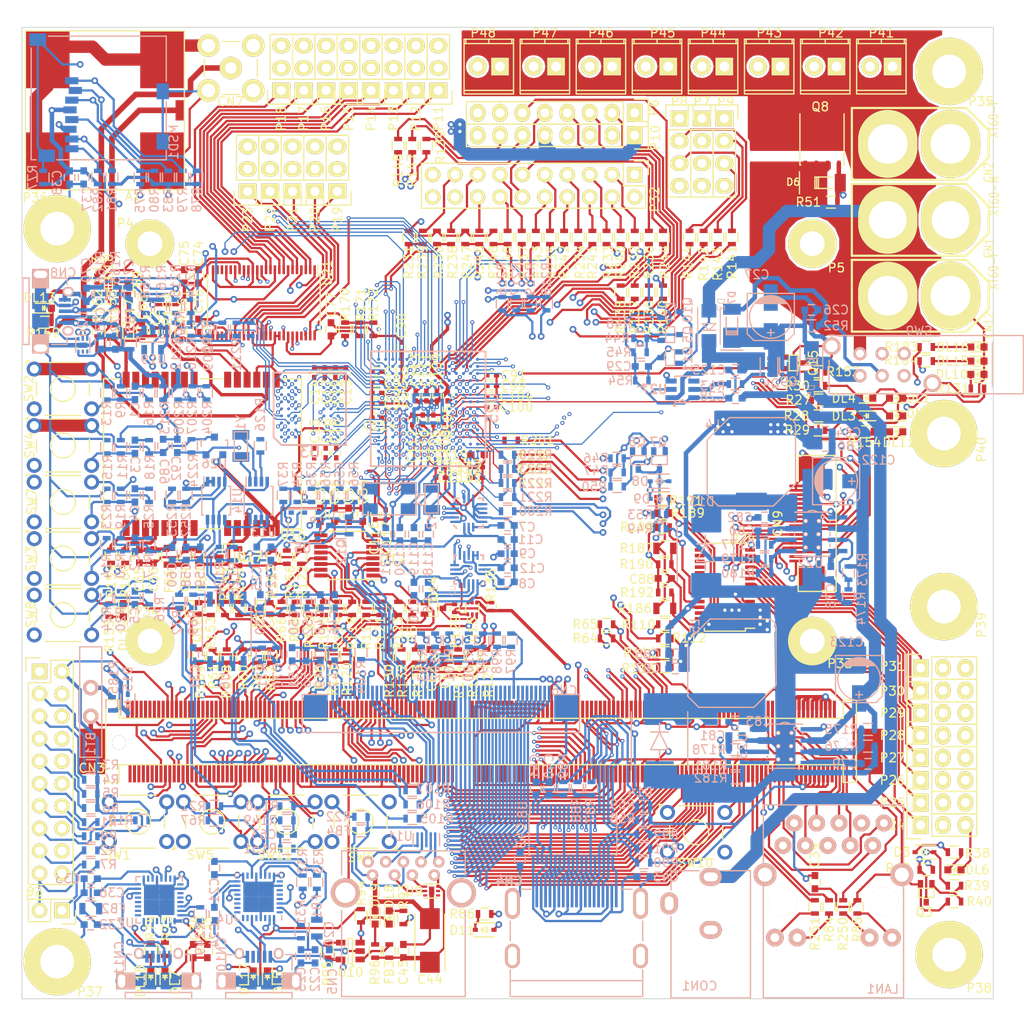
<source format=kicad_pcb>
(kicad_pcb (version 4) (host pcbnew 4.0.2-4+6225~38~ubuntu14.04.1-stable)
  (layers (0 F.Cu signal) (1 In1.Cu signal) (2 In2.Cu signal) (3 In3.Cu signal) (4 In4.Cu signal) (31 B.Cu signal) (34 B.Paste user) (35 F.Paste user) (36 B.SilkS user hide) (37 F.SilkS user hide) (38 B.Mask user hide) (39 F.Mask user hide) (44 Edge.Cuts user))
  (net 0 "")
  (net 1 GND)
  (net 2 "Net-(A1-Pad1)")
  (net 3 "Net-(BT1-Pad1)")
  (net 4 "Net-(C1-Pad1)")
  (net 5 "Net-(C1-Pad2)")
  (net 6 "Net-(C2-Pad1)")
  (net 7 "Net-(C2-Pad2)")
  (net 8 "Net-(C3-Pad1)")
  (net 9 "Net-(C3-Pad2)")
  (net 10 "Net-(C4-Pad1)")
  (net 11 "Net-(C4-Pad2)")
  (net 12 "Net-(C5-Pad1)")
  (net 13 "Net-(C5-Pad2)")
  (net 14 "Net-(C6-Pad1)")
  (net 15 "Net-(C6-Pad2)")
  (net 16 "Net-(C7-Pad1)")
  (net 17 "Net-(C8-Pad1)")
  (net 18 +3V3)
  (net 19 /MEMS/V_SENS1)
  (net 20 "Net-(C20-Pad2)")
  (net 21 "Net-(C21-Pad2)")
  (net 22 "Net-(C24-Pad1)")
  (net 23 "Net-(C26-Pad1)")
  (net 24 "/Power Control/Vsys")
  (net 25 "/Power Control/BAT_MSRMNT")
  (net 26 "Net-(C32-Pad2)")
  (net 27 "Net-(C33-Pad2)")
  (net 28 "Net-(C36-Pad1)")
  (net 29 "Net-(C39-Pad1)")
  (net 30 "Net-(C40-Pad2)")
  (net 31 +5V)
  (net 32 "Net-(C42-Pad2)")
  (net 33 "Net-(C43-Pad2)")
  (net 34 "Net-(C44-Pad1)")
  (net 35 "Net-(C55-Pad1)")
  (net 36 Vbak)
  (net 37 "/Wandboard Connector/Wandboard OTG to Cortex USB FS2/USB_OTG_DP")
  (net 38 "/Wandboard Connector/Wandboard OTG to Cortex USB FS2/USB_OGT_DM")
  (net 39 "Net-(C63-Pad1)")
  (net 40 "Net-(C63-Pad2)")
  (net 41 "Net-(C64-Pad2)")
  (net 42 "Net-(C65-Pad2)")
  (net 43 "Net-(C68-Pad2)")
  (net 44 "Net-(C69-Pad1)")
  (net 45 "Net-(C69-Pad2)")
  (net 46 /USB_OTG_FS/OTG_FS_DP)
  (net 47 /USB_OTG_FS/OTG_FS_DM)
  (net 48 /USB_OTG_FS/OTG_FS_VBUS)
  (net 49 "Net-(C78-Pad1)")
  (net 50 "Net-(C79-Pad1)")
  (net 51 "Net-(C80-Pad1)")
  (net 52 "Net-(C81-Pad1)")
  (net 53 "Net-(C82-Pad1)")
  (net 54 "Net-(C82-Pad2)")
  (net 55 "Net-(C83-Pad1)")
  (net 56 "Net-(C83-Pad2)")
  (net 57 /cortex/VCAP1)
  (net 58 /cortex/VCAP2)
  (net 59 "Net-(C125-Pad2)")
  (net 60 +BATT)
  (net 61 VH)
  (net 62 /Leds/Buttons/MODULE_RESET#)
  (net 63 "/Wandboard Connector/WB_GPIO1")
  (net 64 "/Wandboard Connector/PWR_BTN(ON/OFF)")
  (net 65 /cortex/WB_UART_RX)
  (net 66 "/Wandboard Connector/CSPI1_CS1")
  (net 67 "/Wandboard Connector/WB_SPI_CS")
  (net 68 "/Wandboard Connector/WB_UART_RX")
  (net 69 "/Wandboard Connector/WB_UART_CTS")
  (net 70 "/Wandboard Connector/WB_UART_RTS")
  (net 71 "/Wandboard Connector/WB_SPI_CLK")
  (net 72 "/Wandboard Connector/WB_SPI_MISO")
  (net 73 "/Wandboard Connector/WB_SPI_MOSI")
  (net 74 "/Wandboard Connector/Wandboard SD Card/SD1_DATA2")
  (net 75 "/Wandboard Connector/Wandboard SD Card/SD1_DATA0")
  (net 76 "/Wandboard Connector/Wandboard SD Card/SD1_CLK")
  (net 77 "/Wandboard Connector/Wandboard LCD/DISP0_DRDY")
  (net 78 "/Wandboard Connector/Wandboard LCD/DISP0_CLK")
  (net 79 "/Wandboard Connector/DISP0_DAT23")
  (net 80 "/Wandboard Connector/Wandboard LCD/DISP0_HSYNC")
  (net 81 "/Wandboard Connector/Wandboard LCD/DISP0_CNTRST")
  (net 82 "/Wandboard Connector/Wandboard LCD/DISP0_VSYNC")
  (net 83 "/Wandboard Connector/DISP0_DAT10")
  (net 84 "/Wandboard Connector/DISP0_DAT8")
  (net 85 "/Wandboard Connector/DISP0_DAT7")
  (net 86 "/Wandboard Connector/DISP0_DAT11")
  (net 87 "/Wandboard Connector/DISP0_DAT9")
  (net 88 "/Wandboard Connector/DISP0_DAT14")
  (net 89 "/Wandboard Connector/DISP0_DAT12")
  (net 90 "/Wandboard Connector/DISP0_DAT15")
  (net 91 "/Wandboard Connector/DISP0_DAT13")
  (net 92 "/Wandboard Connector/DISP0_DAT5")
  (net 93 "/Wandboard Connector/DISP0_DAT4")
  (net 94 "/Wandboard Connector/DISP0_DAT6")
  (net 95 "/Wandboard Connector/DISP0_DAT21")
  (net 96 "/Wandboard Connector/DISP0_DAT19")
  (net 97 "/Wandboard Connector/DISP0_DAT22")
  (net 98 "/Wandboard Connector/DISP0_DAT20")
  (net 99 "/Wandboard Connector/DISP0_DAT17")
  (net 100 "/Wandboard Connector/DISP0_DAT18")
  (net 101 "/Wandboard Connector/DISP0_DAT16")
  (net 102 "/Wandboard Connector/DISP0_DAT3")
  (net 103 "/Wandboard Connector/DISP0_DAT1")
  (net 104 "/Wandboard Connector/DISP0_DAT2")
  (net 105 "/Wandboard Connector/DISP0_DAT0")
  (net 106 "/Wandboard Connector/RTC_INT")
  (net 107 "/Wandboard Connector/Wandboard LCD/DISP0_RESET")
  (net 108 "/Wandboard Connector/R_NANDF_CS2")
  (net 109 "/Wandboard Connector/Wandboard HDMI/DDC_SCL(5V)")
  (net 110 "/Wandboard Connector/Wandboard Service/DDC_SCL(5V)")
  (net 111 "/Wandboard Connector/Wandboard HDMI/HDMI_D2-")
  (net 112 "/Wandboard Connector/Wandboard HDMI/HDMI1_HPD")
  (net 113 "/Wandboard Connector/Wandboard HDMI/HDMI_CEC_IN")
  (net 114 "/Wandboard Connector/Wandboard OTG to Cortex USB FS2/USB_OTG_OC")
  (net 115 "/Wandboard Connector/Wandboard USB Host/GND_DRAIN")
  (net 116 "/Wandboard Connector/Wandboard OTG to Cortex USB FS2/USG_OTG_VBUS")
  (net 117 "/Wandboard Connector/Wandboard USB Host/StdA_SSRX-")
  (net 118 "/Wandboard Connector/Wandboard USB Host/StdA_SSRX+")
  (net 119 "/Wandboard Connector/Wandboard OTG to Cortex USB FS2/USB_OTG_PWR_EN#")
  (net 120 "/Wandboard Connector/Wandboard USB Host/USB_HOST_OC")
  (net 121 "/Wandboard Connector/Wandboard USB Host/StdA_SSTX-")
  (net 122 "/Wandboard Connector/Wandboard USB Host/USB_HOST_DP")
  (net 123 "/Wandboard Connector/Wandboard USB Host/USB_HOST_DM")
  (net 124 "/Wandboard Connector/Wandboard USB Host/StdA_SSTX+")
  (net 125 "/Wandboard Connector/Wandboard OTG to Cortex USB FS2/USB_OTG_ID")
  (net 126 "/Wandboard Connector/Wandboard HDMI/HDMI_D1+")
  (net 127 "/Wandboard Connector/Wandboard HDMI/HDMI_D0-")
  (net 128 "/Wandboard Connector/Wandboard HDMI/HDMI_D2+")
  (net 129 "/Wandboard Connector/Wandboard HDMI/HDMI_D1-")
  (net 130 "/Wandboard Connector/Wandboard HDMI/HDMI_D0+")
  (net 131 "/Wandboard Connector/Wandboard HDMI/HDMI_CLK-")
  (net 132 "/Wandboard Connector/Wandboard HDMI/HDMI_CLK+")
  (net 133 "/Wandboard Connector/Wandboard Service/I2C1_SDA(3V3)")
  (net 134 "/Wandboard Connector/Wandboard Service/I2C1_SCL(3V3)")
  (net 135 "/Wandboard Connector/Wandboard SD Card/SD1_DATA1")
  (net 136 "/Wandboard Connector/Wandboard SD Card/SD1_DATA3")
  (net 137 "/Wandboard Connector/Wandboard SD Card/SD1_CMD")
  (net 138 "/Wandboard Connector/Wandboard SD Card/SD1_WP")
  (net 139 "/Wandboard Connector/Wandboard Service/CSPI2_CS1_TP")
  (net 140 "/Wandboard Connector/Wandboard Service/CSPI2_CS0_DISPLAY")
  (net 141 "/Wandboard Connector/Wandboard Service/CSPI2_CLK")
  (net 142 "/Wandboard Connector/Wandboard Service/CSPI2_MISO")
  (net 143 "/Wandboard Connector/Wandboard Service/CSPI2_MOSI")
  (net 144 "/Wandboard Connector/Wandboard EEPROM/EEPROM_SCL")
  (net 145 "/Wandboard Connector/Wandboard EEPROM/EEPROM_SDA")
  (net 146 "/Wandboard Connector/Wandboard Service/DISP0_I2C3_SCL(3V3)")
  (net 147 "/Wandboard Connector/Wandboard Service/DISP0_I2C3_SDA(3V3)")
  (net 148 "/Wandboard Connector/Wandboard FTDI Interface/WB_FTDI_CTS")
  (net 149 "/Wandboard Connector/Wandboard FTDI Interface/WB_FTDI_RTS")
  (net 150 "/Wandboard Connector/Wandboard FTDI Interface/WB_FTDI_RXD")
  (net 151 "/Wandboard Connector/Wandboard Service/WB_LED2")
  (net 152 "/Wandboard Connector/Wandboard FTDI Interface/WB_FTDI_TXD")
  (net 153 "/Wandboard Connector/Wandboard SD Card/SD1_CD")
  (net 154 "/Wandboard Connector/WB_GPIO2")
  (net 155 "/Wandboard Connector/Wandboard Service/WB_LED1")
  (net 156 "/Wandboard Connector/Wandboard Service/WB_BUTTON1")
  (net 157 "/Wandboard Connector/Wandboard LCD/TP_BUSY")
  (net 158 "/Wandboard Connector/WB_GPIO5")
  (net 159 "/Wandboard Connector/WB_GPIO4")
  (net 160 "/Wandboard Connector/WB_GPIO3")
  (net 161 "/Wandboard Connector/Wandboard Ethernet/TRD1_P")
  (net 162 "/Wandboard Connector/Wandboard Ethernet/TRD1_N")
  (net 163 "/Wandboard Connector/Wandboard Ethernet/TRD0_N")
  (net 164 "/Wandboard Connector/Wandboard Ethernet/TRD0_P")
  (net 165 "/Wandboard Connector/Wandboard Ethernet/LED1_nLINK100")
  (net 166 "/Wandboard Connector/Wandboard Ethernet/LED1_nLINK1000")
  (net 167 "/Wandboard Connector/Wandboard Ethernet/TRD3_P")
  (net 168 "/Wandboard Connector/Wandboard Ethernet/TRD2_P")
  (net 169 "/Wandboard Connector/Wandboard Ethernet/TRD2_N")
  (net 170 "/Wandboard Connector/Wandboard Ethernet/TRD3_N")
  (net 171 "/Wandboard Connector/Wandboard Ethernet/LED1_ACT")
  (net 172 "Net-(CN4-Pad1)")
  (net 173 "Net-(CN4-Pad3)")
  (net 174 "Net-(CN4-Pad4)")
  (net 175 "Net-(CN4-Pad6)")
  (net 176 "Net-(CN4-Pad7)")
  (net 177 "Net-(CN4-Pad12)")
  (net 178 "Net-(CN4-Pad15)")
  (net 179 "Net-(CN4-Pad13)")
  (net 180 "Net-(CN4-Pad9)")
  (net 181 "Net-(CN4-Pad10)")
  (net 182 "Net-(CN4-Pad16)")
  (net 183 "Net-(CN4-Pad19)")
  (net 184 "Net-(CN6-Pad27)")
  (net 185 "Net-(CN6-Pad28)")
  (net 186 "Net-(CN6-Pad29)")
  (net 187 "Net-(CN6-Pad30)")
  (net 188 "Net-(CN6-Pad32)")
  (net 189 "/Wandboard Connector/Wandboard LCD/TOUCH_X1")
  (net 190 "/Wandboard Connector/Wandboard LCD/TOUCH_X2")
  (net 191 "/Wandboard Connector/Wandboard LCD/TOUCH_Y1")
  (net 192 "/Wandboard Connector/Wandboard LCD/TOUCH_Y2")
  (net 193 "Net-(CN6-Pad38)")
  (net 194 "Net-(CN6-Pad39)")
  (net 195 "Net-(CN6-Pad40)")
  (net 196 "Net-(CN6-Pad41)")
  (net 197 "Net-(CN6-Pad42)")
  (net 198 "Net-(CN6-Pad43)")
  (net 199 "Net-(CN6-Pad49)")
  (net 200 "Net-(CN6-Pad50)")
  (net 201 "Net-(CN7-Pad1)")
  (net 202 "Net-(CN8-Pad3)")
  (net 203 /USB_OTG_FS/OTG_FS_ID)
  (net 204 "Net-(CN8-Pad2)")
  (net 205 "Net-(CN9-Pad16)")
  (net 206 "Net-(CN9-Pad4)")
  (net 207 "Net-(CN9-Pad2)")
  (net 208 "Net-(CN9-Pad3)")
  (net 209 "Net-(CN9-Pad5)")
  (net 210 "Net-(CN9-Pad9)")
  (net 211 "Net-(CN9-Pad6)")
  (net 212 "Net-(CN9-Pad7)")
  (net 213 "Net-(CN9-Pad8)")
  (net 214 "Net-(CN9-Pad10)")
  (net 215 "Net-(CN9-Pad14)")
  (net 216 "Net-(CN9-Pad11)")
  (net 217 "Net-(CN9-Pad12)")
  (net 218 "Net-(CN9-Pad13)")
  (net 219 "Net-(CN9-Pad15)")
  (net 220 "Net-(CN10-Pad3)")
  (net 221 "Net-(CN10-Pad2)")
  (net 222 "Net-(CN11-Pad3)")
  (net 223 "Net-(CN11-Pad2)")
  (net 224 "Net-(CON1-Pad1)")
  (net 225 "Net-(D3-Pad1)")
  (net 226 "Net-(D6-Pad2)")
  (net 227 "Net-(D7-Pad2)")
  (net 228 "Net-(D8-Pad1)")
  (net 229 "Net-(D8-Pad2)")
  (net 230 "/Power Control/PWR_BTN_READ")
  (net 231 "Net-(D11-Pad1)")
  (net 232 "Net-(DL1-Pad2)")
  (net 233 "Net-(DL2-Pad2)")
  (net 234 "Net-(DL3-Pad2)")
  (net 235 "Net-(DL4-Pad2)")
  (net 236 "Net-(DL5-Pad1)")
  (net 237 "Net-(DL6-Pad2)")
  (net 238 "Net-(DL7-Pad1)")
  (net 239 "Net-(DL8-Pad2)")
  (net 240 "Net-(DL9-Pad2)")
  (net 241 "Net-(DL10-Pad2)")
  (net 242 "Net-(DL11-Pad2)")
  (net 243 "Net-(DL11-Pad1)")
  (net 244 "Net-(DL12-Pad2)")
  (net 245 "Net-(DL12-Pad1)")
  (net 246 "Net-(DL13-Pad2)")
  (net 247 "Net-(DL15-Pad2)")
  (net 248 "Net-(DL16-Pad2)")
  (net 249 "Net-(DL17-Pad1)")
  (net 250 "Net-(DL18-Pad1)")
  (net 251 "Net-(FB3-Pad1)")
  (net 252 "Net-(FB5-Pad1)")
  (net 253 "Net-(L2-Pad1)")
  (net 254 "Net-(L3-Pad2)")
  (net 255 "Net-(LAN1-Pad12)")
  (net 256 "Net-(LAN1-Pad13)")
  (net 257 "Net-(LAN1-Pad14)")
  (net 258 "Net-(LAN1-Pad11)")
  (net 259 "Net-(MSD1-Pad5)")
  (net 260 /JTAG/SWD/TRST)
  (net 261 /JTAG/SWD/TDI)
  (net 262 /JTAG/SWD/TMS/SWDIO)
  (net 263 /JTAG/SWD/TCK/SWCLK)
  (net 264 "Net-(P1-Pad11)")
  (net 265 /JTAG/SWD/TDO/SWO)
  (net 266 /JTAG/SWD/RESET#)
  (net 267 "Net-(P1-Pad17)")
  (net 268 /JTAG/SWD/JTAG_POWER)
  (net 269 /JTAG/SWD/JTAG_POWER_ON)
  (net 270 "Net-(P6-Pad2)")
  (net 271 "Net-(P6-Pad3)")
  (net 272 "Net-(P6-Pad4)")
  (net 273 "Net-(P6-Pad5)")
  (net 274 "Net-(P6-Pad6)")
  (net 275 "Net-(P8-Pad2)")
  (net 276 "Net-(P8-Pad3)")
  (net 277 "Net-(P9-Pad2)")
  (net 278 "Net-(P9-Pad3)")
  (net 279 "Net-(P10-Pad2)")
  (net 280 "Net-(P10-Pad3)")
  (net 281 "Net-(P10-Pad6)")
  (net 282 "Net-(P10-Pad7)")
  (net 283 "Net-(P11-Pad1)")
  (net 284 "Net-(P12-Pad1)")
  (net 285 "Net-(P13-Pad1)")
  (net 286 "Net-(P14-Pad1)")
  (net 287 "Net-(P15-Pad1)")
  (net 288 "Net-(P16-Pad1)")
  (net 289 "Net-(P17-Pad1)")
  (net 290 "Net-(P18-Pad1)")
  (net 291 "Net-(P19-Pad1)")
  (net 292 "Net-(P20-Pad1)")
  (net 293 "Net-(P21-Pad1)")
  (net 294 "Net-(P22-Pad1)")
  (net 295 "Net-(P23-Pad1)")
  (net 296 "Net-(P24-Pad1)")
  (net 297 "Net-(P25-Pad1)")
  (net 298 "Net-(P26-Pad1)")
  (net 299 "Net-(P27-Pad1)")
  (net 300 "Net-(P28-Pad1)")
  (net 301 "Net-(P29-Pad1)")
  (net 302 "Net-(P30-Pad1)")
  (net 303 "Net-(P31-Pad1)")
  (net 304 "Net-(Q3-Pad1)")
  (net 305 "/Power Control/ADAPTER_AV#")
  (net 306 "Net-(Q4-Pad3)")
  (net 307 "Net-(Q5-Pad1)")
  (net 308 "Net-(Q5-Pad3)")
  (net 309 "Net-(Q6-Pad1)")
  (net 310 "/Power Control/PWR_ON")
  (net 311 "/Power Control/MSRMNT_ON")
  (net 312 "Net-(Q10-Pad3)")
  (net 313 "Net-(Q12-Pad1)")
  (net 314 "Net-(Q13-Pad1)")
  (net 315 "Net-(Q14-Pad3)")
  (net 316 "Net-(Q17-Pad1)")
  (net 317 /Leds/Buttons/BUTTON_0)
  (net 318 /Leds/Buttons/BUTTON_1)
  (net 319 /Leds/Buttons/BUTTON_2)
  (net 320 "Net-(R12-Pad1)")
  (net 321 /Leds/Buttons/BUTTON_3)
  (net 322 /Leds/Buttons/BUTTON_4)
  (net 323 "Net-(R21-Pad1)")
  (net 324 /Leds/Buttons/BOOT0)
  (net 325 /Leds/Buttons/LED1)
  (net 326 /Leds/Buttons/LED2)
  (net 327 /Leds/Buttons/LED3)
  (net 328 /Leds/Buttons/LED4)
  (net 329 "Net-(R31-Pad1)")
  (net 330 "Net-(R31-Pad2)")
  (net 331 "Net-(R32-Pad2)")
  (net 332 "Net-(R33-Pad2)")
  (net 333 /cortex/PS_I2C1_SCL)
  (net 334 /cortex/PS_I2C1_SDA)
  (net 335 "Net-(R36-Pad1)")
  (net 336 "Net-(R37-Pad1)")
  (net 337 "Net-(R43-Pad1)")
  (net 338 "/Power Control/VH_CTRL")
  (net 339 "Net-(R48-Pad1)")
  (net 340 "Net-(R49-Pad1)")
  (net 341 "/Sensors Power Control/V_SENS_CTRL")
  (net 342 "/Wandboard Connector/Wandboard LCD/TP_PENIRQ")
  (net 343 "/Wandboard Connector/MODULE_ON/OFF")
  (net 344 "Net-(R69-Pad2)")
  (net 345 "Net-(R70-Pad2)")
  (net 346 "Net-(R71-Pad2)")
  (net 347 "Net-(R72-Pad2)")
  (net 348 "Net-(R73-Pad2)")
  (net 349 "Net-(R74-Pad2)")
  (net 350 "Net-(R95-Pad2)")
  (net 351 "Net-(R114-Pad2)")
  (net 352 "Net-(R115-Pad2)")
  (net 353 "Net-(R116-Pad2)")
  (net 354 "Net-(R117-Pad2)")
  (net 355 "Net-(R126-Pad2)")
  (net 356 "Net-(R130-Pad1)")
  (net 357 /cortex/OTG_HS_VBUS)
  (net 358 /cortex/OTG_HS_DM)
  (net 359 /cortex/OTG_HS_DP)
  (net 360 "Net-(R135-Pad1)")
  (net 361 /cortex/GPS_PWR_CTRL)
  (net 362 "Net-(R158-Pad1)")
  (net 363 /GPS/GPS_TIME_PULSE)
  (net 364 "Net-(R159-Pad1)")
  (net 365 /cortex/GPS_RXD)
  (net 366 "Net-(R160-Pad1)")
  (net 367 "/GPS/GPS_RXD(3V3)")
  (net 368 "Net-(R161-Pad1)")
  (net 369 "Net-(R161-Pad2)")
  (net 370 "Net-(R162-Pad1)")
  (net 371 /cortex/C_OTG_FS_PSO)
  (net 372 /cortex/C_OTG_FS_OC)
  (net 373 /cortex/PWM_SRV_EN)
  (net 374 "Net-(R170-Pad2)")
  (net 375 "Net-(R173-Pad2)")
  (net 376 "Net-(R175-Pad2)")
  (net 377 "Net-(R177-Pad1)")
  (net 378 "Net-(R178-Pad1)")
  (net 379 "Net-(R179-Pad2)")
  (net 380 "Net-(R181-Pad2)")
  (net 381 "Net-(R186-Pad1)")
  (net 382 "Net-(R187-Pad1)")
  (net 383 /cortex/PCA9685_OE)
  (net 384 /cortex/PCA9685_SCL)
  (net 385 /cortex/PCA9685_SDA)
  (net 386 "/External Sensors/EXT_GPIO_1")
  (net 387 "/External Sensors/EXT_GPIO_2")
  (net 388 "/External Sensors/EXT_GPIO_3")
  (net 389 "/External Sensors/EXT_GPIO_4")
  (net 390 "/External Sensors/EXT_GPIO_5")
  (net 391 /cortex/PI6)
  (net 392 /cortex/PI7)
  (net 393 /cortex/PI8)
  (net 394 /cortex/PI9)
  (net 395 /cortex/PI10)
  (net 396 "/External Sensors/EXT_GPIO_6")
  (net 397 /cortex/TIM1_CH2/FMC_D8)
  (net 398 "/STM32F4 SDRAM/FMC_D8")
  (net 399 /cortex/TIM1_CH3/FMC_D10)
  (net 400 "/STM32F4 SDRAM/FMC_D10")
  (net 401 /cortex/TIM1_CH4/FMC_D11)
  (net 402 "/STM32F4 SDRAM/FMC_D11")
  (net 403 "/Servo Motors PWM output/SRV_PWM_1")
  (net 404 /cortex/TIM1_CH2/OTG_FS_VBUS)
  (net 405 "/Servo Motors PWM output/SRV_PWM_2")
  (net 406 /cortex/TIM1_CH3/OTG_FS_ID)
  (net 407 "/Servo Motors PWM output/SRV_PWM_3")
  (net 408 /cortex/TIM1_CH4/OTG_FS_DM)
  (net 409 /cortex/USART2_CTS)
  (net 410 /cortex/USART2_RTS)
  (net 411 /cortex/SPI4_MISO)
  (net 412 /cortex/SPI4_MOSI)
  (net 413 /cortex/PH1)
  (net 414 /cortex/OSC-IN)
  (net 415 /cortex/OSC-OUT)
  (net 416 /cortex/PH0)
  (net 417 "/External Sensors/C_I2C3_SDA")
  (net 418 "/External Sensors/C_I2C3_SCL")
  (net 419 "/External Sensors/C_SPI2_NSS2")
  (net 420 "/External Sensors/C_SPI2_NSS1")
  (net 421 "/External Sensors/C_SPI2_CLK")
  (net 422 "/External Sensors/C_SPI2_MISO")
  (net 423 "/External Sensors/C_SPI2_MOSI")
  (net 424 "/External Sensors/C_I2C2_SDA")
  (net 425 "/External Sensors/C_I2C2_SCL")
  (net 426 "/Wandboard Connector/Wandboard FTDI Interface/WB_FTDI_DSR")
  (net 427 "/Wandboard Connector/Wandboard FTDI Interface/WB_FTDI_DTR")
  (net 428 "Net-(R252-Pad2)")
  (net 429 /cortex/MEMS_SPI5_SCK)
  (net 430 /cortex/MEMS_SPI5_MOSI)
  (net 431 /cortex/MEMS_SPI5_MISO)
  (net 432 /cortex/MEMS_GYRO_CS)
  (net 433 /MEMS/MEMS_GYR_INT2)
  (net 434 /MEMS/MEMS_GYR_INT1)
  (net 435 /MEMS/MEMS_ACC_INT2)
  (net 436 /MEMS/MEMS_ACC_INT1)
  (net 437 /cortex/MEMS_ACC_CS)
  (net 438 "/STM32F4 SDRAM/FMC_D14")
  (net 439 "/STM32F4 SDRAM/FMC_D12")
  (net 440 "/STM32F4 SDRAM/FMC_NBL1")
  (net 441 "/STM32F4 SDRAM/FMC_A8")
  (net 442 "/STM32F4 SDRAM/FMC_D15")
  (net 443 "/STM32F4 SDRAM/FMC_D13")
  (net 444 "/STM32F4 SDRAM/FMC_D9")
  (net 445 "/STM32F4 SDRAM/FMC_SDCLK")
  (net 446 "/STM32F4 SDRAM/FMC_A11")
  (net 447 "/STM32F4 SDRAM/FMC_A7")
  (net 448 "/STM32F4 SDRAM/FMC_A5")
  (net 449 "/STM32F4 SDRAM/FMC_SDCKE0")
  (net 450 "/STM32F4 SDRAM/FMC_A9")
  (net 451 "/STM32F4 SDRAM/FMC_A6")
  (net 452 "/STM32F4 SDRAM/FMC_A4")
  (net 453 "/STM32F4 SDRAM/FMC_SDNCAS")
  (net 454 "/STM32F4 SDRAM/FMC_B0")
  (net 455 "/STM32F4 SDRAM/FMC_A0")
  (net 456 "/STM32F4 SDRAM/FMC_A3")
  (net 457 "/STM32F4 SDRAM/FMC_D0")
  (net 458 "/STM32F4 SDRAM/FMC_D2")
  (net 459 "/STM32F4 SDRAM/FMC_D4")
  (net 460 "/STM32F4 SDRAM/FMC_D6")
  (net 461 "/STM32F4 SDRAM/FMC_NBL0")
  (net 462 "/STM32F4 SDRAM/FMC_SDNRAS")
  (net 463 "/STM32F4 SDRAM/FMC_B1")
  (net 464 "/STM32F4 SDRAM/FMC_A1")
  (net 465 "/STM32F4 SDRAM/FMC_A2")
  (net 466 "/STM32F4 SDRAM/FMC_D1")
  (net 467 "/STM32F4 SDRAM/FMC_D3")
  (net 468 "/STM32F4 SDRAM/FMC_D5")
  (net 469 "/STM32F4 SDRAM/FMC_D7")
  (net 470 "/STM32F4 SDRAM/FMC_SDNWE")
  (net 471 "/STM32F4 SDRAM/FMC_SDNE0")
  (net 472 "/STM32F4 SDRAM/FMC_A10")
  (net 473 "/Cortex FTDI Interface/C_FTDI_TXD")
  (net 474 "/Cortex FTDI Interface/C_FTDI_RXD")
  (net 475 "Net-(U13-Pad1)")
  (net 476 "Net-(U13-Pad2)")
  (net 477 /cortex/IN_PWM_01)
  (net 478 /cortex/IN_PWM_02)
  (net 479 /cortex/IN_PWM_03)
  (net 480 /cortex/IN_PWM_04)
  (net 481 /cortex/IN_PWM_05)
  (net 482 "/Servo Motors PWM output/SRV_PWM_7")
  (net 483 "/Servo Motors PWM output/SRV_PWM_6")
  (net 484 "/Servo Motors PWM output/SRV_PWM_4")
  (net 485 "/Servo Motors PWM output/SRV_PWM_0")
  (net 486 "/Wandboard Connector/Wandboard LCD/DISP0_PWREN")
  (module Resistors_SMD:R_0603 (layer B.Cu) (at 105.4 119.4 90)
    (fp_text reference R97 (at -2.4 0 90) (layer B.SilkS) (effects (justify mirror)))
    (fp_text value 22R/5%)
    (pad 1 smd rect (at -0.75 0 90) (size 0.5 0.9) (layers B.Cu B.Paste B.Mask) (net 184 "Net-(CN6-Pad27)"))
    (pad 2 smd rect (at 0.75 0 90) (size 0.5 0.9) (layers B.Cu B.Paste B.Mask) (net 1 GND))
  )
  (module Resistors_SMD:R_0603 (layer B.Cu) (at 88.4 139.4 180)
    (fp_text reference R22 (at 2.54 0 180) (layer B.SilkS) (effects (justify mirror)))
    (fp_text value 10K/5%)
    (pad 1 smd rect (at -0.75 0 180) (size 0.5 0.9) (layers B.Cu B.Paste B.Mask) (net 1 GND))
    (pad 2 smd rect (at 0.75 0 180) (size 0.5 0.9) (layers B.Cu B.Paste B.Mask) (net 324 /Leds/Buttons/BOOT0))
  )
  (module Sigmadrone:692121030100 (layer B.Cu) (at 93.2 148 180)
    (fp_text reference CN5 (at 8.03 -10.045 270) (layer B.SilkS) (effects (justify mirror)))
    (fp_text value 692_121_030_100)
    (pad 3 thru_hole circle (at 1 2 180) (size 1.3 1.3) (drill 0.7) (layers *.Cu *.Mask B.SilkS) (net 122 "/Wandboard Connector/Wandboard USB Host/USB_HOST_DP"))
    (pad 2 thru_hole circle (at -1 2 180) (size 1.3 1.3) (drill 0.7) (layers *.Cu *.Mask B.SilkS) (net 123 "/Wandboard Connector/Wandboard USB Host/USB_HOST_DM"))
    (pad 1 thru_hole circle (at -3.5 2 180) (size 1.3 1.3) (drill 0.7) (layers *.Cu *.Mask B.SilkS) (net 34 "Net-(C44-Pad1)"))
    (pad 4 thru_hole circle (at 3.5 2 180) (size 1.3 1.3) (drill 0.7) (layers *.Cu *.Mask B.SilkS) (net 1 GND))
    (pad 7 thru_hole circle (at 0 3.5 180) (size 1.3 1.3) (drill 0.7) (layers *.Cu *.Mask B.SilkS) (net 115 "/Wandboard Connector/Wandboard USB Host/GND_DRAIN"))
    (pad 6 thru_hole circle (at 2 3.5 180) (size 1.3 1.3) (drill 0.7) (layers *.Cu *.Mask B.SilkS) (net 118 "/Wandboard Connector/Wandboard USB Host/StdA_SSRX+"))
    (pad 5 thru_hole circle (at 4 3.5 180) (size 1.3 1.3) (drill 0.7) (layers *.Cu *.Mask B.SilkS) (net 117 "/Wandboard Connector/Wandboard USB Host/StdA_SSRX-"))
    (pad 8 thru_hole circle (at -2 3.5 180) (size 1.3 1.3) (drill 0.7) (layers *.Cu *.Mask B.SilkS) (net 121 "/Wandboard Connector/Wandboard USB Host/StdA_SSTX-"))
    (pad 9 thru_hole circle (at -4 3.5 180) (size 1.3 1.3) (drill 0.7) (layers *.Cu *.Mask B.SilkS) (net 124 "/Wandboard Connector/Wandboard USB Host/StdA_SSTX+"))
    (pad 10 thru_hole circle (at 6.57 0 180) (size 3.3 3.3) (drill 2.3) (layers *.Cu *.Mask B.SilkS) (net 1 GND))
    (pad 11 thru_hole circle (at -6.57 0 180) (size 3.3 3.3) (drill 2.3) (layers *.Cu *.Mask B.SilkS) (net 1 GND))
  )
  (module TO_SOT_Packages_SMD:SOT-323 (layer B.Cu) (at 123.4 84.8 270)
    (fp_text reference Q5 (at 0 -2 270) (layer B.SilkS) (effects (justify mirror)))
    (fp_text value BSS138PW)
    (pad 2 smd rect (at -0.65024 0.94996 270) (size 0.59944 1.00076) (layers B.Cu B.Paste B.Mask) (net 1 GND))
    (pad 1 smd rect (at 0.65024 0.94996 270) (size 0.59944 1.00076) (layers B.Cu B.Paste B.Mask) (net 307 "Net-(Q5-Pad1)"))
    (pad 3 smd rect (at 0 -0.94996 270) (size 0.59944 1.00076) (layers B.Cu B.Paste B.Mask) (net 308 "Net-(Q5-Pad3)"))
  )
  (module Sigmadrone:68715014522 (layer B.Cu) (at 97.45 125.55 180)
    (fp_text reference CN6 (at -13.95 0.45 180) (layer B.SilkS) (effects (justify mirror)))
    (fp_text value Wurth-68715014522-LCD)
    (pad FN smd rect (at 14.18 -1.5 180) (size 2.7 3) (layers B.Cu B.Paste B.Mask) (net 1 GND))
    (pad 26 smd rect (at 0.25 0.25 180) (size 0.3 1.5) (layers B.Cu B.Paste B.Mask) (net 79 "/Wandboard Connector/DISP0_DAT23"))
    (pad 27 smd rect (at 0.75 0.25 180) (size 0.3 1.5) (layers B.Cu B.Paste B.Mask) (net 184 "Net-(CN6-Pad27)"))
    (pad 28 smd rect (at 1.25 0.25 180) (size 0.3 1.5) (layers B.Cu B.Paste B.Mask) (net 185 "Net-(CN6-Pad28)"))
    (pad 29 smd rect (at 1.75 0.25 180) (size 0.3 1.5) (layers B.Cu B.Paste B.Mask) (net 186 "Net-(CN6-Pad29)"))
    (pad 30 smd rect (at 2.25 0.25 180) (size 0.3 1.5) (layers B.Cu B.Paste B.Mask) (net 187 "Net-(CN6-Pad30)"))
    (pad 31 smd rect (at 2.75 0.25 180) (size 0.3 1.5) (layers B.Cu B.Paste B.Mask) (net 1 GND))
    (pad 32 smd rect (at 3.25 0.25 180) (size 0.3 1.5) (layers B.Cu B.Paste B.Mask) (net 188 "Net-(CN6-Pad32)"))
    (pad 33 smd rect (at 3.75 0.25 180) (size 0.3 1.5) (layers B.Cu B.Paste B.Mask) (net 1 GND))
    (pad 34 smd rect (at 4.25 0.25 180) (size 0.3 1.5) (layers B.Cu B.Paste B.Mask) (net 189 "/Wandboard Connector/Wandboard LCD/TOUCH_X1"))
    (pad 35 smd rect (at 4.75 0.25 180) (size 0.3 1.5) (layers B.Cu B.Paste B.Mask) (net 190 "/Wandboard Connector/Wandboard LCD/TOUCH_X2"))
    (pad 36 smd rect (at 5.25 0.25 180) (size 0.3 1.5) (layers B.Cu B.Paste B.Mask) (net 191 "/Wandboard Connector/Wandboard LCD/TOUCH_Y1"))
    (pad 37 smd rect (at 5.75 0.25 180) (size 0.3 1.5) (layers B.Cu B.Paste B.Mask) (net 192 "/Wandboard Connector/Wandboard LCD/TOUCH_Y2"))
    (pad 38 smd rect (at 6.25 0.25 180) (size 0.3 1.5) (layers B.Cu B.Paste B.Mask) (net 193 "Net-(CN6-Pad38)"))
    (pad 39 smd rect (at 6.75 0.25 180) (size 0.3 1.5) (layers B.Cu B.Paste B.Mask) (net 194 "Net-(CN6-Pad39)"))
    (pad 40 smd rect (at 7.25 0.25 180) (size 0.3 1.5) (layers B.Cu B.Paste B.Mask) (net 195 "Net-(CN6-Pad40)"))
    (pad 41 smd rect (at 7.75 0.25 180) (size 0.3 1.5) (layers B.Cu B.Paste B.Mask) (net 196 "Net-(CN6-Pad41)"))
    (pad 42 smd rect (at 8.25 0.25 180) (size 0.3 1.5) (layers B.Cu B.Paste B.Mask) (net 197 "Net-(CN6-Pad42)"))
    (pad 43 smd rect (at 8.75 0.25 180) (size 0.3 1.5) (layers B.Cu B.Paste B.Mask) (net 198 "Net-(CN6-Pad43)"))
    (pad 44 smd rect (at 9.25 0.25 180) (size 0.3 1.5) (layers B.Cu B.Paste B.Mask) (net 1 GND))
    (pad 45 smd rect (at 9.75 0.25 180) (size 0.3 1.5) (layers B.Cu B.Paste B.Mask) (net 18 +3V3))
    (pad 46 smd rect (at 10.25 0.25 180) (size 0.3 1.5) (layers B.Cu B.Paste B.Mask) (net 18 +3V3))
    (pad 47 smd rect (at 10.75 0.25 180) (size 0.3 1.5) (layers B.Cu B.Paste B.Mask) (net 31 +5V))
    (pad 48 smd rect (at 11.25 0.25 180) (size 0.3 1.5) (layers B.Cu B.Paste B.Mask) (net 31 +5V))
    (pad 49 smd rect (at 11.75 0.25 180) (size 0.3 1.5) (layers B.Cu B.Paste B.Mask) (net 199 "Net-(CN6-Pad49)"))
    (pad 50 smd rect (at 12.25 0.25 180) (size 0.3 1.5) (layers B.Cu B.Paste B.Mask) (net 200 "Net-(CN6-Pad50)"))
    (pad 16 smd rect (at -4.75 0.25 180) (size 0.3 1.5) (layers B.Cu B.Paste B.Mask) (net 88 "/Wandboard Connector/DISP0_DAT14"))
    (pad 17 smd rect (at -4.25 0.25 180) (size 0.3 1.5) (layers B.Cu B.Paste B.Mask) (net 90 "/Wandboard Connector/DISP0_DAT15"))
    (pad 18 smd rect (at -3.75 0.25 180) (size 0.3 1.5) (layers B.Cu B.Paste B.Mask) (net 1 GND))
    (pad 19 smd rect (at -3.25 0.25 180) (size 0.3 1.5) (layers B.Cu B.Paste B.Mask) (net 101 "/Wandboard Connector/DISP0_DAT16"))
    (pad 20 smd rect (at -2.75 0.25 180) (size 0.3 1.5) (layers B.Cu B.Paste B.Mask) (net 99 "/Wandboard Connector/DISP0_DAT17"))
    (pad 4 smd rect (at -10.75 0.25 180) (size 0.3 1.5) (layers B.Cu B.Paste B.Mask) (net 102 "/Wandboard Connector/DISP0_DAT3"))
    (pad 1 smd rect (at -12.25 0.25 180) (size 0.3 1.5) (layers B.Cu B.Paste B.Mask) (net 105 "/Wandboard Connector/DISP0_DAT0"))
    (pad 2 smd rect (at -11.75 0.25 180) (size 0.3 1.5) (layers B.Cu B.Paste B.Mask) (net 103 "/Wandboard Connector/DISP0_DAT1"))
    (pad 3 smd rect (at -11.25 0.25 180) (size 0.3 1.5) (layers B.Cu B.Paste B.Mask) (net 104 "/Wandboard Connector/DISP0_DAT2"))
    (pad 5 smd rect (at -10.25 0.25 180) (size 0.3 1.5) (layers B.Cu B.Paste B.Mask) (net 93 "/Wandboard Connector/DISP0_DAT4"))
    (pad 9 smd rect (at -8.25 0.25 180) (size 0.3 1.5) (layers B.Cu B.Paste B.Mask) (net 1 GND))
    (pad 6 smd rect (at -9.75 0.25 180) (size 0.3 1.5) (layers B.Cu B.Paste B.Mask) (net 92 "/Wandboard Connector/DISP0_DAT5"))
    (pad 7 smd rect (at -9.25 0.25 180) (size 0.3 1.5) (layers B.Cu B.Paste B.Mask) (net 94 "/Wandboard Connector/DISP0_DAT6"))
    (pad 8 smd rect (at -8.75 0.25 180) (size 0.3 1.5) (layers B.Cu B.Paste B.Mask) (net 85 "/Wandboard Connector/DISP0_DAT7"))
    (pad 10 smd rect (at -7.75 0.25 180) (size 0.3 1.5) (layers B.Cu B.Paste B.Mask) (net 84 "/Wandboard Connector/DISP0_DAT8"))
    (pad 14 smd rect (at -5.75 0.25 180) (size 0.3 1.5) (layers B.Cu B.Paste B.Mask) (net 89 "/Wandboard Connector/DISP0_DAT12"))
    (pad 11 smd rect (at -7.25 0.25 180) (size 0.3 1.5) (layers B.Cu B.Paste B.Mask) (net 87 "/Wandboard Connector/DISP0_DAT9"))
    (pad 12 smd rect (at -6.75 0.25 180) (size 0.3 1.5) (layers B.Cu B.Paste B.Mask) (net 83 "/Wandboard Connector/DISP0_DAT10"))
    (pad 13 smd rect (at -6.25 0.25 180) (size 0.3 1.5) (layers B.Cu B.Paste B.Mask) (net 86 "/Wandboard Connector/DISP0_DAT11"))
    (pad 15 smd rect (at -5.25 0.25 180) (size 0.3 1.5) (layers B.Cu B.Paste B.Mask) (net 91 "/Wandboard Connector/DISP0_DAT13"))
    (pad 21 smd rect (at -2.25 0.25 180) (size 0.3 1.5) (layers B.Cu B.Paste B.Mask) (net 100 "/Wandboard Connector/DISP0_DAT18"))
    (pad 22 smd rect (at -1.75 0.25 180) (size 0.3 1.5) (layers B.Cu B.Paste B.Mask) (net 96 "/Wandboard Connector/DISP0_DAT19"))
    (pad 23 smd rect (at -1.25 0.25 180) (size 0.3 1.5) (layers B.Cu B.Paste B.Mask) (net 98 "/Wandboard Connector/DISP0_DAT20"))
    (pad 24 smd rect (at -0.75 0.25 180) (size 0.3 1.5) (layers B.Cu B.Paste B.Mask) (net 95 "/Wandboard Connector/DISP0_DAT21"))
    (pad 25 smd rect (at -0.25 0.25 180) (size 0.3 1.5) (layers B.Cu B.Paste B.Mask) (net 97 "/Wandboard Connector/DISP0_DAT22"))
    (pad FN smd rect (at -14.18 -1.5 180) (size 2.7 3) (layers B.Cu B.Paste B.Mask) (net 1 GND))
  )
  (module Resistors_SMD:R_0603 (layer B.Cu) (at 95.2 119.4 90)
    (fp_text reference R103 (at -2.8 0.2 90) (layer B.SilkS) (effects (justify mirror)))
    (fp_text value 22R/5%)
    (pad 1 smd rect (at -0.75 0 90) (size 0.5 0.9) (layers B.Cu B.Paste B.Mask) (net 188 "Net-(CN6-Pad32)"))
    (pad 2 smd rect (at 0.75 0 90) (size 0.5 0.9) (layers B.Cu B.Paste B.Mask) (net 78 "/Wandboard Connector/Wandboard LCD/DISP0_CLK"))
  )
  (module Sigmadrone:SW_TH_Tactile_Omron_B3F-10xx_6x6 (layer F.Cu) (at 74.8 142.2 180)
    (fp_text reference SW5 (at 4.572 -1.524 180) (layer F.SilkS))
    (fp_text value "OMRON B3F-1070")
    (pad 4 thru_hole circle (at 6.5 4.5 180) (size 1.7 1.7) (drill 1) (layers *.Cu *.Mask) (net 323 "Net-(R21-Pad1)"))
    (pad 3 thru_hole circle (at 0 4.5 180) (size 1.7 1.7) (drill 1) (layers *.Cu *.Mask) (net 323 "Net-(R21-Pad1)"))
    (pad 2 thru_hole circle (at 6.5 0 180) (size 1.7 1.7) (drill 1) (layers *.Cu *.Mask) (net 1 GND))
    (pad 1 thru_hole circle (at 0 0 180) (size 1.7 1.7) (drill 1) (layers *.Cu *.Mask) (net 1 GND))
  )
  (module Capacitors_SMD:C_0603 (layer B.Cu) (at 91.2 107.4 90)
    (fp_text reference C121 (at -2.8 0 90) (layer B.SilkS) (effects (justify mirror)))
    (fp_text value 10pF/50V/NPO)
    (pad 1 smd rect (at -0.75 0 90) (size 0.8 0.75) (layers B.Cu B.Paste B.Mask) (net 1 GND))
    (pad 2 smd rect (at 0.75 0 90) (size 0.8 0.75) (layers B.Cu B.Paste B.Mask) (net 413 /cortex/PH1))
  )
  (module LEDs:LED_0603 (layer F.Cu) (at 149 92 180)
    (fp_text reference DL1 (at -2.5 0 180) (layer F.SilkS))
    (fp_text value GREEN)
    (pad 2 smd rect (at 0.7493 0) (size 0.79756 0.79756) (layers F.Cu F.Paste F.Mask) (net 232 "Net-(DL1-Pad2)"))
    (pad 1 smd rect (at -0.7493 0) (size 0.79756 0.79756) (layers F.Cu F.Paste F.Mask) (net 1 GND))
  )
  (module LEDs:LED_0603 (layer F.Cu) (at 145.6 94 180)
    (fp_text reference DL3 (at 2.54 0 180) (layer F.SilkS))
    (fp_text value RED)
    (pad 2 smd rect (at 0.7493 0) (size 0.79756 0.79756) (layers F.Cu F.Paste F.Mask) (net 234 "Net-(DL3-Pad2)"))
    (pad 1 smd rect (at -0.7493 0) (size 0.79756 0.79756) (layers F.Cu F.Paste F.Mask) (net 1 GND))
  )
  (module Sigmadrone:tfbga-216-35 (layer B.Cu) (at 96 93.2 90)
    (fp_text reference U25 (at 0.1 7.3 90) (layer B.SilkS) (effects (font (size 1.2 1.2) (thickness 0.2)) (justify mirror)))
    (fp_text value STM32F429NI)
    (pad A1 smd circle (at -5.6 5.6 90) (size 0.35 0.35) (layers B.Cu B.Paste B.Mask) (net 67 "/Wandboard Connector/WB_SPI_CS"))
    (pad B1 smd circle (at -5.6 4.8 90) (size 0.35 0.35) (layers B.Cu B.Paste B.Mask) (net 411 /cortex/SPI4_MISO))
    (pad C1 smd circle (at -5.6 4 90) (size 0.35 0.35) (layers B.Cu B.Paste B.Mask) (net 36 Vbak))
    (pad D1 smd circle (at -5.6 3.2 90) (size 0.35 0.35) (layers B.Cu B.Paste B.Mask))
    (pad E1 smd circle (at -5.6 2.4 90) (size 0.35 0.35) (layers B.Cu B.Paste B.Mask) (net 414 /cortex/OSC-IN))
    (pad F1 smd circle (at -5.6 1.6 90) (size 0.35 0.35) (layers B.Cu B.Paste B.Mask) (net 415 /cortex/OSC-OUT))
    (pad G1 smd circle (at -5.6 0.8 90) (size 0.35 0.35) (layers B.Cu B.Paste B.Mask) (net 416 /cortex/PH0))
    (pad H1 smd circle (at -5.6 0 90) (size 0.35 0.35) (layers B.Cu B.Paste B.Mask) (net 413 /cortex/PH1))
    (pad J1 smd circle (at -5.6 -0.8 90) (size 0.35 0.35) (layers B.Cu B.Paste B.Mask) (net 266 /JTAG/SWD/RESET#))
    (pad K1 smd circle (at -5.6 -1.6 90) (size 0.35 0.35) (layers B.Cu B.Paste B.Mask) (net 429 /cortex/MEMS_SPI5_SCK))
    (pad L1 smd circle (at -5.6 -2.4 90) (size 0.35 0.35) (layers B.Cu B.Paste B.Mask))
    (pad M1 smd circle (at -5.6 -3.2 90) (size 0.35 0.35) (layers B.Cu B.Paste B.Mask) (net 1 GND))
    (pad N1 smd circle (at -5.6 -4 90) (size 0.35 0.35) (layers B.Cu B.Paste B.Mask) (net 1 GND))
    (pad P1 smd circle (at -5.6 -4.8 90) (size 0.35 0.35) (layers B.Cu B.Paste B.Mask) (net 18 +3V3))
    (pad R1 smd circle (at -5.6 -5.6 90) (size 0.35 0.35) (layers B.Cu B.Paste B.Mask) (net 18 +3V3))
    (pad A2 smd circle (at -4.8 5.6 90) (size 0.35 0.35) (layers B.Cu B.Paste B.Mask) (net 67 "/Wandboard Connector/WB_SPI_CS"))
    (pad B2 smd circle (at -4.8 4.8 90) (size 0.35 0.35) (layers B.Cu B.Paste B.Mask) (net 412 /cortex/SPI4_MOSI))
    (pad C2 smd circle (at -4.8 4 90) (size 0.35 0.35) (layers B.Cu B.Paste B.Mask) (net 393 /cortex/PI8))
    (pad D2 smd circle (at -4.8 3.2 90) (size 0.35 0.35) (layers B.Cu B.Paste B.Mask) (net 455 "/STM32F4 SDRAM/FMC_A0"))
    (pad E2 smd circle (at -4.8 2.4 90) (size 0.35 0.35) (layers B.Cu B.Paste B.Mask) (net 464 "/STM32F4 SDRAM/FMC_A1"))
    (pad F2 smd circle (at -4.8 1.6 90) (size 0.35 0.35) (layers B.Cu B.Paste B.Mask) (net 1 GND))
    (pad G2 smd circle (at -4.8 0.8 90) (size 0.35 0.35) (layers B.Cu B.Paste B.Mask) (net 465 "/STM32F4 SDRAM/FMC_A2"))
    (pad H2 smd circle (at -4.8 0 90) (size 0.35 0.35) (layers B.Cu B.Paste B.Mask) (net 456 "/STM32F4 SDRAM/FMC_A3"))
    (pad J2 smd circle (at -4.8 -0.8 90) (size 0.35 0.35) (layers B.Cu B.Paste B.Mask) (net 452 "/STM32F4 SDRAM/FMC_A4"))
    (pad K2 smd circle (at -4.8 -1.6 90) (size 0.35 0.35) (layers B.Cu B.Paste B.Mask) (net 396 "/External Sensors/EXT_GPIO_6"))
    (pad L2 smd circle (at -4.8 -2.4 90) (size 0.35 0.35) (layers B.Cu B.Paste B.Mask) (net 430 /cortex/MEMS_SPI5_MOSI))
    (pad M2 smd circle (at -4.8 -3.2 90) (size 0.35 0.35) (layers B.Cu B.Paste B.Mask) (net 470 "/STM32F4 SDRAM/FMC_SDNWE"))
    (pad N2 smd circle (at -4.8 -4 90) (size 0.35 0.35) (layers B.Cu B.Paste B.Mask) (net 434 /MEMS/MEMS_GYR_INT1))
    (pad P2 smd circle (at -4.8 -4.8 90) (size 0.35 0.35) (layers B.Cu B.Paste B.Mask) (net 481 /cortex/IN_PWM_05))
    (pad R2 smd circle (at -4.8 -5.6 90) (size 0.35 0.35) (layers B.Cu B.Paste B.Mask) (net 433 /MEMS/MEMS_GYR_INT2))
    (pad A3 smd circle (at -4 5.6 90) (size 0.35 0.35) (layers B.Cu B.Paste B.Mask) (net 71 "/Wandboard Connector/WB_SPI_CLK"))
    (pad B3 smd circle (at -4 4.8 90) (size 0.35 0.35) (layers B.Cu B.Paste B.Mask))
    (pad C3 smd circle (at -4 4 90) (size 0.35 0.35) (layers B.Cu B.Paste B.Mask) (net 419 "/External Sensors/C_SPI2_NSS2"))
    (pad D3 smd circle (at -4 3.2 90) (size 0.35 0.35) (layers B.Cu B.Paste B.Mask) (net 373 /cortex/PWM_SRV_EN))
    (pad E3 smd circle (at -4 2.4 90) (size 0.35 0.35) (layers B.Cu B.Paste B.Mask) (net 325 /Leds/Buttons/LED1))
    (pad F3 smd circle (at -4 1.6 90) (size 0.35 0.35) (layers B.Cu B.Paste B.Mask))
    (pad G3 smd circle (at -4 0.8 90) (size 0.35 0.35) (layers B.Cu B.Paste B.Mask) (net 326 /Leds/Buttons/LED2))
    (pad H3 smd circle (at -4 0 90) (size 0.35 0.35) (layers B.Cu B.Paste B.Mask) (net 327 /Leds/Buttons/LED3))
    (pad J3 smd circle (at -4 -0.8 90) (size 0.35 0.35) (layers B.Cu B.Paste B.Mask) (net 424 "/External Sensors/C_I2C2_SDA"))
    (pad K3 smd circle (at -4 -1.6 90) (size 0.35 0.35) (layers B.Cu B.Paste B.Mask) (net 448 "/STM32F4 SDRAM/FMC_A5"))
    (pad L3 smd circle (at -4 -2.4 90) (size 0.35 0.35) (layers B.Cu B.Paste B.Mask) (net 431 /cortex/MEMS_SPI5_MISO))
    (pad M3 smd circle (at -4 -3.2 90) (size 0.35 0.35) (layers B.Cu B.Paste B.Mask) (net 432 /cortex/MEMS_GYRO_CS))
    (pad N3 smd circle (at -4 -4 90) (size 0.35 0.35) (layers B.Cu B.Paste B.Mask) (net 480 /cortex/IN_PWM_04))
    (pad P3 smd circle (at -4 -4.8 90) (size 0.35 0.35) (layers B.Cu B.Paste B.Mask) (net 478 /cortex/IN_PWM_02))
    (pad R3 smd circle (at -4 -5.6 90) (size 0.35 0.35) (layers B.Cu B.Paste B.Mask) (net 343 "/Wandboard Connector/MODULE_ON/OFF"))
    (pad A4 smd circle (at -3.2 5.6 90) (size 0.35 0.35) (layers B.Cu B.Paste B.Mask) (net 361 /cortex/GPS_PWR_CTRL))
    (pad B4 smd circle (at -3.2 4.8 90) (size 0.35 0.35) (layers B.Cu B.Paste B.Mask) (net 334 /cortex/PS_I2C1_SDA))
    (pad C4 smd circle (at -3.2 4 90) (size 0.35 0.35) (layers B.Cu B.Paste B.Mask))
    (pad D4 smd circle (at -3.2 3.2 90) (size 0.35 0.35) (layers B.Cu B.Paste B.Mask) (net 392 /cortex/PI7))
    (pad E4 smd circle (at -3.2 2.4 90) (size 0.35 0.35) (layers B.Cu B.Paste B.Mask) (net 394 /cortex/PI9))
    (pad F4 smd circle (at -3.2 1.6 90) (size 0.35 0.35) (layers B.Cu B.Paste B.Mask) (net 18 +3V3))
    (pad G4 smd circle (at -3.2 0.8 90) (size 0.35 0.35) (layers B.Cu B.Paste B.Mask) (net 328 /Leds/Buttons/LED4))
    (pad H4 smd circle (at -3.2 0 90) (size 0.35 0.35) (layers B.Cu B.Paste B.Mask) (net 425 "/External Sensors/C_I2C2_SCL"))
    (pad J4 smd circle (at -3.2 -0.8 90) (size 0.35 0.35) (layers B.Cu B.Paste B.Mask) (net 471 "/STM32F4 SDRAM/FMC_SDNE0"))
    (pad K4 smd circle (at -3.2 -1.6 90) (size 0.35 0.35) (layers B.Cu B.Paste B.Mask) (net 449 "/STM32F4 SDRAM/FMC_SDCKE0"))
    (pad L4 smd circle (at -3.2 -2.4 90) (size 0.35 0.35) (layers B.Cu B.Paste B.Mask) (net 305 "/Power Control/ADAPTER_AV#"))
    (pad M4 smd circle (at -3.2 -3.2 90) (size 0.35 0.35) (layers B.Cu B.Paste B.Mask) (net 25 "/Power Control/BAT_MSRMNT"))
    (pad N4 smd circle (at -3.2 -4 90) (size 0.35 0.35) (layers B.Cu B.Paste B.Mask) (net 62 /Leds/Buttons/MODULE_RESET#))
    (pad P4 smd circle (at -3.2 -4.8 90) (size 0.35 0.35) (layers B.Cu B.Paste B.Mask) (net 477 /cortex/IN_PWM_01))
    (pad R4 smd circle (at -3.2 -5.6 90) (size 0.35 0.35) (layers B.Cu B.Paste B.Mask) (net 341 "/Sensors Power Control/V_SENS_CTRL"))
    (pad A5 smd circle (at -2.4 5.6 90) (size 0.35 0.35) (layers B.Cu B.Paste B.Mask) (net 440 "/STM32F4 SDRAM/FMC_NBL1"))
    (pad B5 smd circle (at -2.4 4.8 90) (size 0.35 0.35) (layers B.Cu B.Paste B.Mask) (net 473 "/Cortex FTDI Interface/C_FTDI_TXD"))
    (pad C5 smd circle (at -2.4 4 90) (size 0.35 0.35) (layers B.Cu B.Paste B.Mask))
    (pad D5 smd circle (at -2.4 3.2 90) (size 0.35 0.35) (layers B.Cu B.Paste B.Mask) (net 395 /cortex/PI10))
    (pad E5 smd circle (at -2.4 2.4 90) (size 0.35 0.35) (layers B.Cu B.Paste B.Mask) (net 18 +3V3))
    (pad F5 smd circle (at -2.4 1.6 90) (size 0.35 0.35) (layers B.Cu B.Paste B.Mask) (net 18 +3V3))
    (pad G5 smd circle (at -2.4 0.8 90) (size 0.35 0.35) (layers B.Cu B.Paste B.Mask) (net 18 +3V3))
    (pad H5 smd circle (at -2.4 0 90) (size 0.35 0.35) (layers B.Cu B.Paste B.Mask) (net 18 +3V3))
    (pad J5 smd circle (at -2.4 -0.8 90) (size 0.35 0.35) (layers B.Cu B.Paste B.Mask) (net 18 +3V3))
    (pad K5 smd circle (at -2.4 -1.6 90) (size 0.35 0.35) (layers B.Cu B.Paste B.Mask) (net 18 +3V3))
    (pad L5 smd circle (at -2.4 -2.4 90) (size 0.35 0.35) (layers B.Cu B.Paste B.Mask) (net 1 GND))
    (pad M5 smd circle (at -2.4 -3.2 90) (size 0.35 0.35) (layers B.Cu B.Paste B.Mask) (net 317 /Leds/Buttons/BUTTON_0))
    (pad N5 smd circle (at -2.4 -4 90) (size 0.35 0.35) (layers B.Cu B.Paste B.Mask) (net 371 /cortex/C_OTG_FS_PSO))
    (pad P5 smd circle (at -2.4 -4.8 90) (size 0.35 0.35) (layers B.Cu B.Paste B.Mask) (net 372 /cortex/C_OTG_FS_OC))
    (pad R5 smd circle (at -2.4 -5.6 90) (size 0.35 0.35) (layers B.Cu B.Paste B.Mask) (net 338 "/Power Control/VH_CTRL"))
    (pad A6 smd circle (at -1.6 5.6 90) (size 0.35 0.35) (layers B.Cu B.Paste B.Mask) (net 461 "/STM32F4 SDRAM/FMC_NBL0"))
    (pad B6 smd circle (at -1.6 4.8 90) (size 0.35 0.35) (layers B.Cu B.Paste B.Mask) (net 474 "/Cortex FTDI Interface/C_FTDI_RXD"))
    (pad C6 smd circle (at -1.6 4 90) (size 0.35 0.35) (layers B.Cu B.Paste B.Mask))
    (pad D6 smd circle (at -1.6 3.2 90) (size 0.35 0.35) (layers B.Cu B.Paste B.Mask) (net 391 /cortex/PI6))
    (pad E6 smd circle (at -1.6 2.4 90) (size 0.35 0.35) (layers B.Cu B.Paste B.Mask) (net 324 /Leds/Buttons/BOOT0))
    (pad F6 smd circle (at -1.6 1.6 90) (size 0.35 0.35) (layers B.Cu B.Paste B.Mask) (net 1 GND))
    (pad G6 smd circle (at -1.6 0.8 90) (size 0.35 0.35) (layers B.Cu B.Paste B.Mask) (net 1 GND))
    (pad H6 smd circle (at -1.6 0 90) (size 0.35 0.35) (layers B.Cu B.Paste B.Mask) (net 1 GND))
    (pad J6 smd circle (at -1.6 -0.8 90) (size 0.35 0.35) (layers B.Cu B.Paste B.Mask) (net 1 GND))
    (pad K6 smd circle (at -1.6 -1.6 90) (size 0.35 0.35) (layers B.Cu B.Paste B.Mask) (net 1 GND))
    (pad L6 smd circle (at -1.6 -2.4 90) (size 0.35 0.35) (layers B.Cu B.Paste B.Mask) (net 1 GND))
    (pad M6 smd circle (at -1.6 -3.2 90) (size 0.35 0.35) (layers B.Cu B.Paste B.Mask) (net 451 "/STM32F4 SDRAM/FMC_A6"))
    (pad N6 smd circle (at -1.6 -4 90) (size 0.35 0.35) (layers B.Cu B.Paste B.Mask) (net 447 "/STM32F4 SDRAM/FMC_A7"))
    (pad P6 smd circle (at -1.6 -4.8 90) (size 0.35 0.35) (layers B.Cu B.Paste B.Mask) (net 441 "/STM32F4 SDRAM/FMC_A8"))
    (pad R6 smd circle (at -1.6 -5.6 90) (size 0.35 0.35) (layers B.Cu B.Paste B.Mask))
    (pad A7 smd circle (at -0.8 5.6 90) (size 0.35 0.35) (layers B.Cu B.Paste B.Mask) (net 333 /cortex/PS_I2C1_SCL))
    (pad B7 smd circle (at -0.8 4.8 90) (size 0.35 0.35) (layers B.Cu B.Paste B.Mask) (net 453 "/STM32F4 SDRAM/FMC_SDNCAS"))
    (pad C7 smd circle (at -0.8 4 90) (size 0.35 0.35) (layers B.Cu B.Paste B.Mask))
    (pad D7 smd circle (at -0.8 3.2 90) (size 0.35 0.35) (layers B.Cu B.Paste B.Mask))
    (pad E7 smd circle (at -0.8 2.4 90) (size 0.35 0.35) (layers B.Cu B.Paste B.Mask) (net 18 +3V3))
    (pad F7 smd circle (at -0.8 1.6 90) (size 0.35 0.35) (layers B.Cu B.Paste B.Mask) (net 1 GND))
    (pad K7 smd circle (at -0.8 -1.6 90) (size 0.35 0.35) (layers B.Cu B.Paste B.Mask) (net 1 GND))
    (pad L7 smd circle (at -0.8 -2.4 90) (size 0.35 0.35) (layers B.Cu B.Paste B.Mask) (net 18 +3V3))
    (pad M7 smd circle (at -0.8 -3.2 90) (size 0.35 0.35) (layers B.Cu B.Paste B.Mask) (net 446 "/STM32F4 SDRAM/FMC_A11"))
    (pad N7 smd circle (at -0.8 -4 90) (size 0.35 0.35) (layers B.Cu B.Paste B.Mask) (net 472 "/STM32F4 SDRAM/FMC_A10"))
    (pad P7 smd circle (at -0.8 -4.8 90) (size 0.35 0.35) (layers B.Cu B.Paste B.Mask))
    (pad R7 smd circle (at -0.8 -5.6 90) (size 0.35 0.35) (layers B.Cu B.Paste B.Mask))
    (pad A8 smd circle (at 0 5.6 90) (size 0.35 0.35) (layers B.Cu B.Paste B.Mask) (net 363 /GPS/GPS_TIME_PULSE))
    (pad B8 smd circle (at 0 4.8 90) (size 0.35 0.35) (layers B.Cu B.Paste B.Mask))
    (pad C8 smd circle (at 0 4 90) (size 0.35 0.35) (layers B.Cu B.Paste B.Mask) (net 106 "/Wandboard Connector/RTC_INT"))
    (pad D8 smd circle (at 0 3.2 90) (size 0.35 0.35) (layers B.Cu B.Paste B.Mask))
    (pad E8 smd circle (at 0 2.4 90) (size 0.35 0.35) (layers B.Cu B.Paste B.Mask) (net 18 +3V3))
    (pad F8 smd circle (at 0 1.6 90) (size 0.35 0.35) (layers B.Cu B.Paste B.Mask) (net 1 GND))
    (pad K8 smd circle (at 0 -1.6 90) (size 0.35 0.35) (layers B.Cu B.Paste B.Mask) (net 1 GND))
    (pad L8 smd circle (at 0 -2.4 90) (size 0.35 0.35) (layers B.Cu B.Paste B.Mask) (net 18 +3V3))
    (pad M8 smd circle (at 0 -3.2 90) (size 0.35 0.35) (layers B.Cu B.Paste B.Mask) (net 450 "/STM32F4 SDRAM/FMC_A9"))
    (pad N8 smd circle (at 0 -4 90) (size 0.35 0.35) (layers B.Cu B.Paste B.Mask))
    (pad P8 smd circle (at 0 -4.8 90) (size 0.35 0.35) (layers B.Cu B.Paste B.Mask) (net 462 "/STM32F4 SDRAM/FMC_SDNRAS"))
    (pad R8 smd circle (at 0 -5.6 90) (size 0.35 0.35) (layers B.Cu B.Paste B.Mask) (net 459 "/STM32F4 SDRAM/FMC_D4"))
    (pad A9 smd circle (at 0.8 5.6 90) (size 0.35 0.35) (layers B.Cu B.Paste B.Mask) (net 260 /JTAG/SWD/TRST))
    (pad B9 smd circle (at 0.8 4.8 90) (size 0.35 0.35) (layers B.Cu B.Paste B.Mask))
    (pad C9 smd circle (at 0.8 4 90) (size 0.35 0.35) (layers B.Cu B.Paste B.Mask))
    (pad D9 smd circle (at 0.8 3.2 90) (size 0.35 0.35) (layers B.Cu B.Paste B.Mask))
    (pad E9 smd circle (at 0.8 2.4 90) (size 0.35 0.35) (layers B.Cu B.Paste B.Mask) (net 18 +3V3))
    (pad F9 smd circle (at 0.8 1.6 90) (size 0.35 0.35) (layers B.Cu B.Paste B.Mask) (net 1 GND))
    (pad K9 smd circle (at 0.8 -1.6 90) (size 0.35 0.35) (layers B.Cu B.Paste B.Mask) (net 1 GND))
    (pad L9 smd circle (at 0.8 -2.4 90) (size 0.35 0.35) (layers B.Cu B.Paste B.Mask) (net 18 +3V3))
    (pad M9 smd circle (at 0.8 -3.2 90) (size 0.35 0.35) (layers B.Cu B.Paste B.Mask))
    (pad N9 smd circle (at 0.8 -4 90) (size 0.35 0.35) (layers B.Cu B.Paste B.Mask) (net 468 "/STM32F4 SDRAM/FMC_D5"))
    (pad P9 smd circle (at 0.8 -4.8 90) (size 0.35 0.35) (layers B.Cu B.Paste B.Mask) (net 460 "/STM32F4 SDRAM/FMC_D6"))
    (pad R9 smd circle (at 0.8 -5.6 90) (size 0.35 0.35) (layers B.Cu B.Paste B.Mask) (net 469 "/STM32F4 SDRAM/FMC_D7"))
    (pad A10 smd circle (at 1.6 5.6 90) (size 0.35 0.35) (layers B.Cu B.Paste B.Mask) (net 265 /JTAG/SWD/TDO/SWO))
    (pad B10 smd circle (at 1.6 4.8 90) (size 0.35 0.35) (layers B.Cu B.Paste B.Mask))
    (pad C10 smd circle (at 1.6 4 90) (size 0.35 0.35) (layers B.Cu B.Paste B.Mask) (net 68 "/Wandboard Connector/WB_UART_RX"))
    (pad D10 smd circle (at 1.6 3.2 90) (size 0.35 0.35) (layers B.Cu B.Paste B.Mask))
    (pad E10 smd circle (at 1.6 2.4 90) (size 0.35 0.35) (layers B.Cu B.Paste B.Mask) (net 18 +3V3))
    (pad F10 smd circle (at 1.6 1.6 90) (size 0.35 0.35) (layers B.Cu B.Paste B.Mask) (net 1 GND))
    (pad G10 smd circle (at 1.6 0.8 90) (size 0.35 0.35) (layers B.Cu B.Paste B.Mask) (net 1 GND))
    (pad H10 smd circle (at 1.6 0 90) (size 0.35 0.35) (layers B.Cu B.Paste B.Mask) (net 1 GND))
    (pad J10 smd circle (at 1.6 -0.8 90) (size 0.35 0.35) (layers B.Cu B.Paste B.Mask) (net 1 GND))
    (pad K10 smd circle (at 1.6 -1.6 90) (size 0.35 0.35) (layers B.Cu B.Paste B.Mask) (net 1 GND))
    (pad L10 smd circle (at 1.6 -2.4 90) (size 0.35 0.35) (layers B.Cu B.Paste B.Mask) (net 18 +3V3))
    (pad M10 smd circle (at 1.6 -3.2 90) (size 0.35 0.35) (layers B.Cu B.Paste B.Mask) (net 479 /cortex/IN_PWM_03))
    (pad N10 smd circle (at 1.6 -4 90) (size 0.35 0.35) (layers B.Cu B.Paste B.Mask))
    (pad P10 smd circle (at 1.6 -4.8 90) (size 0.35 0.35) (layers B.Cu B.Paste B.Mask) (net 397 /cortex/TIM1_CH2/FMC_D8))
    (pad R10 smd circle (at 1.6 -5.6 90) (size 0.35 0.35) (layers B.Cu B.Paste B.Mask) (net 444 "/STM32F4 SDRAM/FMC_D9"))
    (pad A11 smd circle (at 2.4 5.6 90) (size 0.35 0.35) (layers B.Cu B.Paste B.Mask) (net 437 /cortex/MEMS_ACC_CS))
    (pad B11 smd circle (at 2.4 4.8 90) (size 0.35 0.35) (layers B.Cu B.Paste B.Mask) (net 65 /cortex/WB_UART_RX))
    (pad C11 smd circle (at 2.4 4 90) (size 0.35 0.35) (layers B.Cu B.Paste B.Mask) (net 409 /cortex/USART2_CTS))
    (pad D11 smd circle (at 2.4 3.2 90) (size 0.35 0.35) (layers B.Cu B.Paste B.Mask) (net 410 /cortex/USART2_RTS))
    (pad E11 smd circle (at 2.4 2.4 90) (size 0.35 0.35) (layers B.Cu B.Paste B.Mask) (net 58 /cortex/VCAP2))
    (pad F11 smd circle (at 2.4 1.6 90) (size 0.35 0.35) (layers B.Cu B.Paste B.Mask) (net 18 +3V3))
    (pad G11 smd circle (at 2.4 0.8 90) (size 0.35 0.35) (layers B.Cu B.Paste B.Mask) (net 18 +3V3))
    (pad H11 smd circle (at 2.4 0 90) (size 0.35 0.35) (layers B.Cu B.Paste B.Mask) (net 18 +3V3))
    (pad J11 smd circle (at 2.4 -0.8 90) (size 0.35 0.35) (layers B.Cu B.Paste B.Mask) (net 18 +3V3))
    (pad K11 smd circle (at 2.4 -1.6 90) (size 0.35 0.35) (layers B.Cu B.Paste B.Mask) (net 18 +3V3))
    (pad L11 smd circle (at 2.4 -2.4 90) (size 0.35 0.35) (layers B.Cu B.Paste B.Mask) (net 57 /cortex/VCAP1))
    (pad M11 smd circle (at 2.4 -3.2 90) (size 0.35 0.35) (layers B.Cu B.Paste B.Mask))
    (pad N11 smd circle (at 2.4 -4 90) (size 0.35 0.35) (layers B.Cu B.Paste B.Mask) (net 463 "/STM32F4 SDRAM/FMC_B1"))
    (pad P11 smd circle (at 2.4 -4.8 90) (size 0.35 0.35) (layers B.Cu B.Paste B.Mask) (net 401 /cortex/TIM1_CH4/FMC_D11))
    (pad R11 smd circle (at 2.4 -5.6 90) (size 0.35 0.35) (layers B.Cu B.Paste B.Mask) (net 439 "/STM32F4 SDRAM/FMC_D12"))
    (pad A12 smd circle (at 3.2 5.6 90) (size 0.35 0.35) (layers B.Cu B.Paste B.Mask) (net 435 /MEMS/MEMS_ACC_INT2))
    (pad B12 smd circle (at 3.2 4.8 90) (size 0.35 0.35) (layers B.Cu B.Paste B.Mask) (net 458 "/STM32F4 SDRAM/FMC_D2"))
    (pad C12 smd circle (at 3.2 4 90) (size 0.35 0.35) (layers B.Cu B.Paste B.Mask) (net 467 "/STM32F4 SDRAM/FMC_D3"))
    (pad D12 smd circle (at 3.2 3.2 90) (size 0.35 0.35) (layers B.Cu B.Paste B.Mask) (net 436 /MEMS/MEMS_ACC_INT1))
    (pad E12 smd circle (at 3.2 2.4 90) (size 0.35 0.35) (layers B.Cu B.Paste B.Mask) (net 388 "/External Sensors/EXT_GPIO_3"))
    (pad F12 smd circle (at 3.2 1.6 90) (size 0.35 0.35) (layers B.Cu B.Paste B.Mask))
    (pad G12 smd circle (at 3.2 0.8 90) (size 0.35 0.35) (layers B.Cu B.Paste B.Mask))
    (pad H12 smd circle (at 3.2 0 90) (size 0.35 0.35) (layers B.Cu B.Paste B.Mask))
    (pad J12 smd circle (at 3.2 -0.8 90) (size 0.35 0.35) (layers B.Cu B.Paste B.Mask))
    (pad K12 smd circle (at 3.2 -1.6 90) (size 0.35 0.35) (layers B.Cu B.Paste B.Mask))
    (pad L12 smd circle (at 3.2 -2.4 90) (size 0.35 0.35) (layers B.Cu B.Paste B.Mask) (net 457 "/STM32F4 SDRAM/FMC_D0"))
    (pad M12 smd circle (at 3.2 -3.2 90) (size 0.35 0.35) (layers B.Cu B.Paste B.Mask) (net 319 /Leds/Buttons/BUTTON_2))
    (pad N12 smd circle (at 3.2 -4 90) (size 0.35 0.35) (layers B.Cu B.Paste B.Mask) (net 454 "/STM32F4 SDRAM/FMC_B0"))
    (pad P12 smd circle (at 3.2 -4.8 90) (size 0.35 0.35) (layers B.Cu B.Paste B.Mask) (net 384 /cortex/PCA9685_SCL))
    (pad R12 smd circle (at 3.2 -5.6 90) (size 0.35 0.35) (layers B.Cu B.Paste B.Mask) (net 399 /cortex/TIM1_CH3/FMC_D10))
    (pad A13 smd circle (at 4 5.6 90) (size 0.35 0.35) (layers B.Cu B.Paste B.Mask) (net 261 /JTAG/SWD/TDI))
    (pad B13 smd circle (at 4 4.8 90) (size 0.35 0.35) (layers B.Cu B.Paste B.Mask) (net 365 /cortex/GPS_RXD))
    (pad C13 smd circle (at 4 4 90) (size 0.35 0.35) (layers B.Cu B.Paste B.Mask) (net 423 "/External Sensors/C_SPI2_MOSI"))
    (pad D13 smd circle (at 4 3.2 90) (size 0.35 0.35) (layers B.Cu B.Paste B.Mask) (net 390 "/External Sensors/EXT_GPIO_5"))
    (pad E13 smd circle (at 4 2.4 90) (size 0.35 0.35) (layers B.Cu B.Paste B.Mask) (net 389 "/External Sensors/EXT_GPIO_4"))
    (pad F13 smd circle (at 4 1.6 90) (size 0.35 0.35) (layers B.Cu B.Paste B.Mask))
    (pad G13 smd circle (at 4 0.8 90) (size 0.35 0.35) (layers B.Cu B.Paste B.Mask))
    (pad H13 smd circle (at 4 0 90) (size 0.35 0.35) (layers B.Cu B.Paste B.Mask))
    (pad J13 smd circle (at 4 -0.8 90) (size 0.35 0.35) (layers B.Cu B.Paste B.Mask))
    (pad K13 smd circle (at 4 -1.6 90) (size 0.35 0.35) (layers B.Cu B.Paste B.Mask) (net 466 "/STM32F4 SDRAM/FMC_D1"))
    (pad L13 smd circle (at 4 -2.4 90) (size 0.35 0.35) (layers B.Cu B.Paste B.Mask) (net 383 /cortex/PCA9685_OE))
    (pad M13 smd circle (at 4 -3.2 90) (size 0.35 0.35) (layers B.Cu B.Paste B.Mask) (net 318 /Leds/Buttons/BUTTON_1))
    (pad N13 smd circle (at 4 -4 90) (size 0.35 0.35) (layers B.Cu B.Paste B.Mask) (net 418 "/External Sensors/C_I2C3_SCL"))
    (pad P13 smd circle (at 4 -4.8 90) (size 0.35 0.35) (layers B.Cu B.Paste B.Mask) (net 386 "/External Sensors/EXT_GPIO_1"))
    (pad R13 smd circle (at 4 -5.6 90) (size 0.35 0.35) (layers B.Cu B.Paste B.Mask) (net 385 /cortex/PCA9685_SDA))
    (pad A14 smd circle (at 4.8 5.6 90) (size 0.35 0.35) (layers B.Cu B.Paste B.Mask) (net 263 /JTAG/SWD/TCK/SWCLK))
    (pad B14 smd circle (at 4.8 4.8 90) (size 0.35 0.35) (layers B.Cu B.Paste B.Mask) (net 367 "/GPS/GPS_RXD(3V3)"))
    (pad C14 smd circle (at 4.8 4 90) (size 0.35 0.35) (layers B.Cu B.Paste B.Mask) (net 422 "/External Sensors/C_SPI2_MISO"))
    (pad D14 smd circle (at 4.8 3.2 90) (size 0.35 0.35) (layers B.Cu B.Paste B.Mask) (net 421 "/External Sensors/C_SPI2_CLK"))
    (pad E14 smd circle (at 4.8 2.4 90) (size 0.35 0.35) (layers B.Cu B.Paste B.Mask) (net 420 "/External Sensors/C_SPI2_NSS1"))
    (pad F14 smd circle (at 4.8 1.6 90) (size 0.35 0.35) (layers B.Cu B.Paste B.Mask) (net 482 "/Servo Motors PWM output/SRV_PWM_7"))
    (pad G14 smd circle (at 4.8 0.8 90) (size 0.35 0.35) (layers B.Cu B.Paste B.Mask) (net 483 "/Servo Motors PWM output/SRV_PWM_6"))
    (pad H14 smd circle (at 4.8 0 90) (size 0.35 0.35) (layers B.Cu B.Paste B.Mask) (net 445 "/STM32F4 SDRAM/FMC_SDCLK"))
    (pad J14 smd circle (at 4.8 -0.8 90) (size 0.35 0.35) (layers B.Cu B.Paste B.Mask) (net 322 /Leds/Buttons/BUTTON_4))
    (pad K14 smd circle (at 4.8 -1.6 90) (size 0.35 0.35) (layers B.Cu B.Paste B.Mask) (net 357 /cortex/OTG_HS_VBUS))
    (pad L14 smd circle (at 4.8 -2.4 90) (size 0.35 0.35) (layers B.Cu B.Paste B.Mask) (net 438 "/STM32F4 SDRAM/FMC_D14"))
    (pad M14 smd circle (at 4.8 -3.2 90) (size 0.35 0.35) (layers B.Cu B.Paste B.Mask))
    (pad N14 smd circle (at 4.8 -4 90) (size 0.35 0.35) (layers B.Cu B.Paste B.Mask) (net 311 "/Power Control/MSRMNT_ON"))
    (pad P14 smd circle (at 4.8 -4.8 90) (size 0.35 0.35) (layers B.Cu B.Paste B.Mask) (net 417 "/External Sensors/C_I2C3_SDA"))
    (pad R14 smd circle (at 4.8 -5.6 90) (size 0.35 0.35) (layers B.Cu B.Paste B.Mask) (net 358 /cortex/OTG_HS_DM))
    (pad A15 smd circle (at 5.6 5.6 90) (size 0.35 0.35) (layers B.Cu B.Paste B.Mask) (net 262 /JTAG/SWD/TMS/SWDIO))
    (pad B15 smd circle (at 5.6 4.8 90) (size 0.35 0.35) (layers B.Cu B.Paste B.Mask) (net 46 /USB_OTG_FS/OTG_FS_DP))
    (pad C15 smd circle (at 5.6 4 90) (size 0.35 0.35) (layers B.Cu B.Paste B.Mask) (net 408 /cortex/TIM1_CH4/OTG_FS_DM))
    (pad D15 smd circle (at 5.6 3.2 90) (size 0.35 0.35) (layers B.Cu B.Paste B.Mask) (net 406 /cortex/TIM1_CH3/OTG_FS_ID))
    (pad E15 smd circle (at 5.6 2.4 90) (size 0.35 0.35) (layers B.Cu B.Paste B.Mask) (net 404 /cortex/TIM1_CH2/OTG_FS_VBUS))
    (pad F15 smd circle (at 5.6 1.6 90) (size 0.35 0.35) (layers B.Cu B.Paste B.Mask) (net 485 "/Servo Motors PWM output/SRV_PWM_0"))
    (pad G15 smd circle (at 5.6 0.8 90) (size 0.35 0.35) (layers B.Cu B.Paste B.Mask))
    (pad H15 smd circle (at 5.6 0 90) (size 0.35 0.35) (layers B.Cu B.Paste B.Mask) (net 484 "/Servo Motors PWM output/SRV_PWM_4"))
    (pad J15 smd circle (at 5.6 -0.8 90) (size 0.35 0.35) (layers B.Cu B.Paste B.Mask) (net 321 /Leds/Buttons/BUTTON_3))
    (pad K15 smd circle (at 5.6 -1.6 90) (size 0.35 0.35) (layers B.Cu B.Paste B.Mask) (net 442 "/STM32F4 SDRAM/FMC_D15"))
    (pad L15 smd circle (at 5.6 -2.4 90) (size 0.35 0.35) (layers B.Cu B.Paste B.Mask) (net 443 "/STM32F4 SDRAM/FMC_D13"))
    (pad M15 smd circle (at 5.6 -3.2 90) (size 0.35 0.35) (layers B.Cu B.Paste B.Mask) (net 387 "/External Sensors/EXT_GPIO_2"))
    (pad N15 smd circle (at 5.6 -4 90) (size 0.35 0.35) (layers B.Cu B.Paste B.Mask) (net 310 "/Power Control/PWR_ON"))
    (pad P15 smd circle (at 5.6 -4.8 90) (size 0.35 0.35) (layers B.Cu B.Paste B.Mask) (net 230 "/Power Control/PWR_BTN_READ"))
    (pad R15 smd circle (at 5.6 -5.6 90) (size 0.35 0.35) (layers B.Cu B.Paste B.Mask) (net 359 /cortex/OTG_HS_DP))
  )
  (module LEDs:LED_0603 (layer F.Cu) (at 145.6 92 180)
    (fp_text reference DL4 (at 2.54 0 180) (layer F.SilkS))
    (fp_text value RED)
    (pad 2 smd rect (at 0.7493 0) (size 0.79756 0.79756) (layers F.Cu F.Paste F.Mask) (net 235 "Net-(DL4-Pad2)"))
    (pad 1 smd rect (at -0.7493 0) (size 0.79756 0.79756) (layers F.Cu F.Paste F.Mask) (net 1 GND))
  )
  (module Resistors_SMD:R_0603 (layer F.Cu) (at 140.2 90.6 180)
    (fp_text reference R30 (at 2.4 0 180) (layer F.SilkS))
    (fp_text value 1K/5%)
    (pad 1 smd rect (at -0.75 0 180) (size 0.5 0.9) (layers F.Cu F.Paste F.Mask) (net 235 "Net-(DL4-Pad2)"))
    (pad 2 smd rect (at 0.75 0 180) (size 0.5 0.9) (layers F.Cu F.Paste F.Mask) (net 328 /Leds/Buttons/LED4))
  )
  (module Resistors_SMD:R_0603 (layer F.Cu) (at 140.2 95.6 180)
    (fp_text reference R29 (at 2.4 0 180) (layer F.SilkS))
    (fp_text value 1K/5%)
    (pad 1 smd rect (at -0.75 0 180) (size 0.5 0.9) (layers F.Cu F.Paste F.Mask) (net 234 "Net-(DL3-Pad2)"))
    (pad 2 smd rect (at 0.75 0 180) (size 0.5 0.9) (layers F.Cu F.Paste F.Mask) (net 327 /Leds/Buttons/LED3))
  )
  (module TO_SOT_Packages_SMD:SOT-323 (layer F.Cu) (at 137.4 88 90)
    (fp_text reference Q15 (at 0 2.2 270) (layer F.SilkS))
    (fp_text value BSS138PW)
    (pad 2 smd rect (at -0.65024 -0.94996 90) (size 0.59944 1.00076) (layers F.Cu F.Paste F.Mask) (net 1 GND))
    (pad 1 smd rect (at 0.65024 -0.94996 90) (size 0.59944 1.00076) (layers F.Cu F.Paste F.Mask) (net 155 "/Wandboard Connector/Wandboard Service/WB_LED1"))
    (pad 3 smd rect (at 0 0.94996 90) (size 0.59944 1.00076) (layers F.Cu F.Paste F.Mask) (net 243 "Net-(DL11-Pad1)"))
  )
  (module LEDs:LED_0603 (layer F.Cu) (at 61.5 116 270)
    (fp_text reference DL12 (at 2.8 0 270) (layer F.SilkS))
    (fp_text value RED)
    (pad 2 smd rect (at 0.7493 0 90) (size 0.79756 0.79756) (layers F.Cu F.Paste F.Mask) (net 244 "Net-(DL12-Pad2)"))
    (pad 1 smd rect (at -0.7493 0 90) (size 0.79756 0.79756) (layers F.Cu F.Paste F.Mask) (net 245 "Net-(DL12-Pad1)"))
  )
  (module Resistors_SMD:R_0603 (layer F.Cu) (at 59.9 116 270)
    (fp_text reference R155 (at 2.9 0 270) (layer F.SilkS))
    (fp_text value 750R)
    (pad 1 smd rect (at -0.75 0 270) (size 0.5 0.9) (layers F.Cu F.Paste F.Mask) (net 18 +3V3))
    (pad 2 smd rect (at 0.75 0 270) (size 0.5 0.9) (layers F.Cu F.Paste F.Mask) (net 244 "Net-(DL12-Pad2)"))
  )
  (module Resistors_SMD:R_0603 (layer F.Cu) (at 145.6 95.8)
    (fp_text reference R154 (at -0.2 1.2) (layer F.SilkS))
    (fp_text value 360R)
    (pad 1 smd rect (at -0.75 0) (size 0.5 0.9) (layers F.Cu F.Paste F.Mask) (net 18 +3V3))
    (pad 2 smd rect (at 0.75 0) (size 0.5 0.9) (layers F.Cu F.Paste F.Mask) (net 242 "Net-(DL11-Pad2)"))
  )
  (module Resistors_SMD:R_0603 (layer F.Cu) (at 71.4 115.8 90)
    (fp_text reference R153 (at -2.8 0 270) (layer F.SilkS))
    (fp_text value 10K/5%)
    (pad 1 smd rect (at -0.75 0 90) (size 0.5 0.9) (layers F.Cu F.Paste F.Mask) (net 151 "/Wandboard Connector/Wandboard Service/WB_LED2"))
    (pad 2 smd rect (at 0.75 0 90) (size 0.5 0.9) (layers F.Cu F.Paste F.Mask) (net 1 GND))
  )
  (module Resistors_SMD:R_0603 (layer F.Cu) (at 140.2 89)
    (fp_text reference R152 (at 2.8 0 180) (layer F.SilkS))
    (fp_text value 10K/5%)
    (pad 1 smd rect (at -0.75 0) (size 0.5 0.9) (layers F.Cu F.Paste F.Mask) (net 155 "/Wandboard Connector/Wandboard Service/WB_LED1"))
    (pad 2 smd rect (at 0.75 0) (size 0.5 0.9) (layers F.Cu F.Paste F.Mask) (net 1 GND))
  )
  (module LEDs:LED_0603 (layer F.Cu) (at 149 95.8 180)
    (fp_text reference DL11 (at -0.3 -1.2 180) (layer F.SilkS))
    (fp_text value GREEN)
    (pad 2 smd rect (at 0.7493 0) (size 0.79756 0.79756) (layers F.Cu F.Paste F.Mask) (net 242 "Net-(DL11-Pad2)"))
    (pad 1 smd rect (at -0.7493 0) (size 0.79756 0.79756) (layers F.Cu F.Paste F.Mask) (net 243 "Net-(DL11-Pad1)"))
  )
  (module LEDs:LED_0603 (layer F.Cu) (at 149 94 180)
    (fp_text reference DL2 (at -2.5 0.3 180) (layer F.SilkS))
    (fp_text value GREEN)
    (pad 2 smd rect (at 0.7493 0) (size 0.79756 0.79756) (layers F.Cu F.Paste F.Mask) (net 233 "Net-(DL2-Pad2)"))
    (pad 1 smd rect (at -0.7493 0) (size 0.79756 0.79756) (layers F.Cu F.Paste F.Mask) (net 1 GND))
  )
  (module Resistors_SMD:R_0603 (layer F.Cu) (at 140.2 94 180)
    (fp_text reference R28 (at 2.5 0 180) (layer F.SilkS))
    (fp_text value 1K/5%)
    (pad 1 smd rect (at -0.75 0 180) (size 0.5 0.9) (layers F.Cu F.Paste F.Mask) (net 233 "Net-(DL2-Pad2)"))
    (pad 2 smd rect (at 0.75 0 180) (size 0.5 0.9) (layers F.Cu F.Paste F.Mask) (net 326 /Leds/Buttons/LED2))
  )
  (module Resistors_SMD:R_0603 (layer F.Cu) (at 140.2 92.2 180)
    (fp_text reference R27 (at 2.3 0 180) (layer F.SilkS))
    (fp_text value 1K/5%)
    (pad 1 smd rect (at -0.75 0 180) (size 0.5 0.9) (layers F.Cu F.Paste F.Mask) (net 232 "Net-(DL1-Pad2)"))
    (pad 2 smd rect (at 0.75 0 180) (size 0.5 0.9) (layers F.Cu F.Paste F.Mask) (net 325 /Leds/Buttons/LED1))
  )
  (module TO_SOT_Packages_SMD:SOT-323 (layer F.Cu) (at 69 115.8 270)
    (fp_text reference Q16 (at 2.4 -0.9 450) (layer F.SilkS))
    (fp_text value BSS138PW)
    (pad 2 smd rect (at -0.65024 -0.94996 270) (size 0.59944 1.00076) (layers F.Cu F.Paste F.Mask) (net 1 GND))
    (pad 1 smd rect (at 0.65024 -0.94996 270) (size 0.59944 1.00076) (layers F.Cu F.Paste F.Mask) (net 151 "/Wandboard Connector/Wandboard Service/WB_LED2"))
    (pad 3 smd rect (at 0 0.94996 270) (size 0.59944 1.00076) (layers F.Cu F.Paste F.Mask) (net 245 "Net-(DL12-Pad1)"))
  )
  (module Pin_Headers:Pin_Header_Straight_1x03 (layer F.Cu) (at 151.765 140.335 90)
    (fp_text reference P24 (at 0 -3.175 180) (layer F.SilkS))
    (fp_text value CONN_01X03)
    (pad 1 thru_hole rect (at 0 0 90) (size 2.032 1.7272) (drill 1.016) (layers *.Cu *.Mask F.SilkS) (net 296 "Net-(P24-Pad1)"))
    (pad 2 thru_hole oval (at 0 2.54 90) (size 2.032 1.7272) (drill 1.016) (layers *.Cu *.Mask F.SilkS) (net 31 +5V))
    (pad 3 thru_hole oval (at 0 5.08 90) (size 2.032 1.7272) (drill 1.016) (layers *.Cu *.Mask F.SilkS) (net 1 GND))
  )
  (module Pin_Headers:Pin_Header_Straight_1x03 (layer F.Cu) (at 151.765 132.715 90)
    (fp_text reference P27 (at 0 -3.175 180) (layer F.SilkS))
    (fp_text value CONN_01X03)
    (pad 1 thru_hole rect (at 0 0 90) (size 2.032 1.7272) (drill 1.016) (layers *.Cu *.Mask F.SilkS) (net 299 "Net-(P27-Pad1)"))
    (pad 2 thru_hole oval (at 0 2.54 90) (size 2.032 1.7272) (drill 1.016) (layers *.Cu *.Mask F.SilkS) (net 31 +5V))
    (pad 3 thru_hole oval (at 0 5.08 90) (size 2.032 1.7272) (drill 1.016) (layers *.Cu *.Mask F.SilkS) (net 1 GND))
  )
  (module Pin_Headers:Pin_Header_Straight_1x03 (layer F.Cu) (at 151.765 135.255 90)
    (fp_text reference P26 (at 0 -3.175 180) (layer F.SilkS))
    (fp_text value CONN_01X03)
    (pad 1 thru_hole rect (at 0 0 90) (size 2.032 1.7272) (drill 1.016) (layers *.Cu *.Mask F.SilkS) (net 298 "Net-(P26-Pad1)"))
    (pad 2 thru_hole oval (at 0 2.54 90) (size 2.032 1.7272) (drill 1.016) (layers *.Cu *.Mask F.SilkS) (net 31 +5V))
    (pad 3 thru_hole oval (at 0 5.08 90) (size 2.032 1.7272) (drill 1.016) (layers *.Cu *.Mask F.SilkS) (net 1 GND))
  )
  (module Pin_Headers:Pin_Header_Straight_1x03 (layer F.Cu) (at 151.765 137.795 90)
    (fp_text reference P25 (at 0 -3.175 180) (layer F.SilkS))
    (fp_text value CONN_01X03)
    (pad 1 thru_hole rect (at 0 0 90) (size 2.032 1.7272) (drill 1.016) (layers *.Cu *.Mask F.SilkS) (net 297 "Net-(P25-Pad1)"))
    (pad 2 thru_hole oval (at 0 2.54 90) (size 2.032 1.7272) (drill 1.016) (layers *.Cu *.Mask F.SilkS) (net 31 +5V))
    (pad 3 thru_hole oval (at 0 5.08 90) (size 2.032 1.7272) (drill 1.016) (layers *.Cu *.Mask F.SilkS) (net 1 GND))
  )
  (module Pin_Headers:Pin_Header_Straight_1x03 (layer F.Cu) (at 151.765 130.175 90)
    (fp_text reference P28 (at 0 -3.175 180) (layer F.SilkS))
    (fp_text value CONN_01X03)
    (pad 1 thru_hole rect (at 0 0 90) (size 2.032 1.7272) (drill 1.016) (layers *.Cu *.Mask F.SilkS) (net 300 "Net-(P28-Pad1)"))
    (pad 2 thru_hole oval (at 0 2.54 90) (size 2.032 1.7272) (drill 1.016) (layers *.Cu *.Mask F.SilkS) (net 31 +5V))
    (pad 3 thru_hole oval (at 0 5.08 90) (size 2.032 1.7272) (drill 1.016) (layers *.Cu *.Mask F.SilkS) (net 1 GND))
  )
  (module Pin_Headers:Pin_Header_Straight_1x03 (layer F.Cu) (at 151.765 122.555 90)
    (fp_text reference P31 (at 0.195 -3.175 180) (layer F.SilkS))
    (fp_text value CONN_01X03)
    (pad 1 thru_hole rect (at 0 0 90) (size 2.032 1.7272) (drill 1.016) (layers *.Cu *.Mask F.SilkS) (net 303 "Net-(P31-Pad1)"))
    (pad 2 thru_hole oval (at 0 2.54 90) (size 2.032 1.7272) (drill 1.016) (layers *.Cu *.Mask F.SilkS) (net 31 +5V))
    (pad 3 thru_hole oval (at 0 5.08 90) (size 2.032 1.7272) (drill 1.016) (layers *.Cu *.Mask F.SilkS) (net 1 GND))
  )
  (module Pin_Headers:Pin_Header_Straight_1x03 (layer F.Cu) (at 151.765 125.095 90)
    (fp_text reference P30 (at -0.065 -3.2 180) (layer F.SilkS))
    (fp_text value CONN_01X03)
    (pad 1 thru_hole rect (at 0 0 90) (size 2.032 1.7272) (drill 1.016) (layers *.Cu *.Mask F.SilkS) (net 302 "Net-(P30-Pad1)"))
    (pad 2 thru_hole oval (at 0 2.54 90) (size 2.032 1.7272) (drill 1.016) (layers *.Cu *.Mask F.SilkS) (net 31 +5V))
    (pad 3 thru_hole oval (at 0 5.08 90) (size 2.032 1.7272) (drill 1.016) (layers *.Cu *.Mask F.SilkS) (net 1 GND))
  )
  (module Pin_Headers:Pin_Header_Straight_1x03 (layer F.Cu) (at 151.765 127.635 90)
    (fp_text reference P29 (at 0 -3.175 180) (layer F.SilkS))
    (fp_text value CONN_01X03)
    (pad 1 thru_hole rect (at 0 0 90) (size 2.032 1.7272) (drill 1.016) (layers *.Cu *.Mask F.SilkS) (net 301 "Net-(P29-Pad1)"))
    (pad 2 thru_hole oval (at 0 2.54 90) (size 2.032 1.7272) (drill 1.016) (layers *.Cu *.Mask F.SilkS) (net 31 +5V))
    (pad 3 thru_hole oval (at 0 5.08 90) (size 2.032 1.7272) (drill 1.016) (layers *.Cu *.Mask F.SilkS) (net 1 GND))
  )
  (module Housings_SSOP:TSSOP-48_6.1x12.5mm_Pitch0.5mm (layer F.Cu) (at 77.4 81.2 270)
    (fp_text reference U21 (at -3.4 -7.2 270) (layer F.SilkS))
    (fp_text value SN74LVC162244A)
    (pad 1 smd rect (at -3.75 -5.75 270) (size 1 0.285) (layers F.Cu F.Paste F.Mask) (net 374 "Net-(R170-Pad2)"))
    (pad 2 smd rect (at -3.75 -5.25 270) (size 1 0.285) (layers F.Cu F.Paste F.Mask) (net 283 "Net-(P11-Pad1)"))
    (pad 3 smd rect (at -3.75 -4.75 270) (size 1 0.285) (layers F.Cu F.Paste F.Mask) (net 284 "Net-(P12-Pad1)"))
    (pad 4 smd rect (at -3.75 -4.25 270) (size 1 0.285) (layers F.Cu F.Paste F.Mask) (net 1 GND))
    (pad 5 smd rect (at -3.75 -3.75 270) (size 1 0.285) (layers F.Cu F.Paste F.Mask) (net 285 "Net-(P13-Pad1)"))
    (pad 6 smd rect (at -3.75 -3.25 270) (size 1 0.285) (layers F.Cu F.Paste F.Mask) (net 286 "Net-(P14-Pad1)"))
    (pad 7 smd rect (at -3.75 -2.75 270) (size 1 0.285) (layers F.Cu F.Paste F.Mask) (net 18 +3V3))
    (pad 8 smd rect (at -3.75 -2.25 270) (size 1 0.285) (layers F.Cu F.Paste F.Mask) (net 287 "Net-(P15-Pad1)"))
    (pad 9 smd rect (at -3.75 -1.75 270) (size 1 0.285) (layers F.Cu F.Paste F.Mask) (net 288 "Net-(P16-Pad1)"))
    (pad 10 smd rect (at -3.75 -1.25 270) (size 1 0.285) (layers F.Cu F.Paste F.Mask) (net 1 GND))
    (pad 11 smd rect (at -3.75 -0.75 270) (size 1 0.285) (layers F.Cu F.Paste F.Mask) (net 289 "Net-(P17-Pad1)"))
    (pad 12 smd rect (at -3.75 -0.25 270) (size 1 0.285) (layers F.Cu F.Paste F.Mask) (net 290 "Net-(P18-Pad1)"))
    (pad 13 smd rect (at -3.75 0.25 270) (size 1 0.285) (layers F.Cu F.Paste F.Mask) (net 477 /cortex/IN_PWM_01))
    (pad 14 smd rect (at -3.75 0.75 270) (size 1 0.285) (layers F.Cu F.Paste F.Mask) (net 478 /cortex/IN_PWM_02))
    (pad 15 smd rect (at -3.75 1.25 270) (size 1 0.285) (layers F.Cu F.Paste F.Mask) (net 1 GND))
    (pad 16 smd rect (at -3.75 1.75 270) (size 1 0.285) (layers F.Cu F.Paste F.Mask) (net 479 /cortex/IN_PWM_03))
    (pad 17 smd rect (at -3.75 2.25 270) (size 1 0.285) (layers F.Cu F.Paste F.Mask) (net 480 /cortex/IN_PWM_04))
    (pad 18 smd rect (at -3.75 2.75 270) (size 1 0.285) (layers F.Cu F.Paste F.Mask) (net 18 +3V3))
    (pad 19 smd rect (at -3.75 3.25 270) (size 1 0.285) (layers F.Cu F.Paste F.Mask) (net 481 /cortex/IN_PWM_05))
    (pad 20 smd rect (at -3.75 3.75 270) (size 1 0.285) (layers F.Cu F.Paste F.Mask))
    (pad 21 smd rect (at -3.75 4.25 270) (size 1 0.285) (layers F.Cu F.Paste F.Mask) (net 1 GND))
    (pad 22 smd rect (at -3.75 4.75 270) (size 1 0.285) (layers F.Cu F.Paste F.Mask))
    (pad 23 smd rect (at -3.75 5.25 270) (size 1 0.285) (layers F.Cu F.Paste F.Mask))
    (pad 24 smd rect (at -3.75 5.75 270) (size 1 0.285) (layers F.Cu F.Paste F.Mask) (net 1 GND))
    (pad 25 smd rect (at 3.75 5.75 270) (size 1 0.285) (layers F.Cu F.Paste F.Mask) (net 1 GND))
    (pad 26 smd rect (at 3.75 5.25 270) (size 1 0.285) (layers F.Cu F.Paste F.Mask))
    (pad 27 smd rect (at 3.75 4.75 270) (size 1 0.285) (layers F.Cu F.Paste F.Mask))
    (pad 28 smd rect (at 3.75 4.25 270) (size 1 0.285) (layers F.Cu F.Paste F.Mask) (net 1 GND))
    (pad 29 smd rect (at 3.75 3.75 270) (size 1 0.285) (layers F.Cu F.Paste F.Mask))
    (pad 30 smd rect (at 3.75 3.25 270) (size 1 0.285) (layers F.Cu F.Paste F.Mask) (net 295 "Net-(P23-Pad1)"))
    (pad 31 smd rect (at 3.75 2.75 270) (size 1 0.285) (layers F.Cu F.Paste F.Mask) (net 18 +3V3))
    (pad 32 smd rect (at 3.75 2.25 270) (size 1 0.285) (layers F.Cu F.Paste F.Mask) (net 294 "Net-(P22-Pad1)"))
    (pad 33 smd rect (at 3.75 1.75 270) (size 1 0.285) (layers F.Cu F.Paste F.Mask) (net 293 "Net-(P21-Pad1)"))
    (pad 34 smd rect (at 3.75 1.25 270) (size 1 0.285) (layers F.Cu F.Paste F.Mask) (net 1 GND))
    (pad 35 smd rect (at 3.75 0.75 270) (size 1 0.285) (layers F.Cu F.Paste F.Mask) (net 292 "Net-(P20-Pad1)"))
    (pad 36 smd rect (at 3.75 0.25 270) (size 1 0.285) (layers F.Cu F.Paste F.Mask) (net 291 "Net-(P19-Pad1)"))
    (pad 37 smd rect (at 3.75 -0.25 270) (size 1 0.285) (layers F.Cu F.Paste F.Mask) (net 482 "/Servo Motors PWM output/SRV_PWM_7"))
    (pad 38 smd rect (at 3.75 -0.75 270) (size 1 0.285) (layers F.Cu F.Paste F.Mask) (net 483 "/Servo Motors PWM output/SRV_PWM_6"))
    (pad 39 smd rect (at 3.75 -1.25 270) (size 1 0.285) (layers F.Cu F.Paste F.Mask) (net 1 GND))
    (pad 40 smd rect (at 3.75 -1.75 270) (size 1 0.285) (layers F.Cu F.Paste F.Mask) (net 1 GND))
    (pad 41 smd rect (at 3.75 -2.25 270) (size 1 0.285) (layers F.Cu F.Paste F.Mask) (net 484 "/Servo Motors PWM output/SRV_PWM_4"))
    (pad 42 smd rect (at 3.75 -2.75 270) (size 1 0.285) (layers F.Cu F.Paste F.Mask) (net 18 +3V3))
    (pad 43 smd rect (at 3.75 -3.25 270) (size 1 0.285) (layers F.Cu F.Paste F.Mask) (net 407 "/Servo Motors PWM output/SRV_PWM_3"))
    (pad 44 smd rect (at 3.75 -3.75 270) (size 1 0.285) (layers F.Cu F.Paste F.Mask) (net 405 "/Servo Motors PWM output/SRV_PWM_2"))
    (pad 45 smd rect (at 3.75 -4.25 270) (size 1 0.285) (layers F.Cu F.Paste F.Mask))
    (pad 46 smd rect (at 3.75 -4.75 270) (size 1 0.285) (layers F.Cu F.Paste F.Mask) (net 403 "/Servo Motors PWM output/SRV_PWM_1"))
    (pad 47 smd rect (at 3.75 -5.25 270) (size 1 0.285) (layers F.Cu F.Paste F.Mask) (net 485 "/Servo Motors PWM output/SRV_PWM_0"))
    (pad 48 smd rect (at 3.75 -5.75 270) (size 1 0.285) (layers F.Cu F.Paste F.Mask) (net 374 "Net-(R170-Pad2)"))
  )
  (module Sigmadrone:ABMM2 (layer B.Cu) (at 91.6 103.4 180)
    (fp_text reference Y3 (at -3.6 0 270) (layer B.SilkS) (effects (justify mirror)))
    (fp_text value ABMM2-MHz)
    (pad 3 smd rect (at 2.2 1.2 180) (size 1.8 1.4) (layers B.Cu B.Paste B.Mask) (net 413 /cortex/PH1))
    (pad 2 smd rect (at 2.2 -1.2 180) (size 1.8 1.4) (layers B.Cu B.Paste B.Mask) (net 1 GND))
    (pad 1 smd rect (at -2.2 -1.2 180) (size 1.8 1.4) (layers B.Cu B.Paste B.Mask) (net 416 /cortex/PH0))
    (pad 4 smd rect (at -2.2 1.2 180) (size 1.8 1.4) (layers B.Cu B.Paste B.Mask) (net 1 GND))
  )
  (module Resistors_SMD:R_0603 (layer B.Cu) (at 77 97.4 270)
    (fp_text reference R126 (at -3.556 0 270) (layer B.SilkS) (effects (justify mirror)))
    (fp_text value 0R/5%)
    (pad 1 smd rect (at -0.75 0 270) (size 0.5 0.9) (layers B.Cu B.Paste B.Mask) (net 106 "/Wandboard Connector/RTC_INT"))
    (pad 2 smd rect (at 0.75 0 270) (size 0.5 0.9) (layers B.Cu B.Paste B.Mask) (net 355 "Net-(R126-Pad2)"))
  )
  (module Sigmadrone:7447713033 (layer B.Cu) (at 130.4 122)
    (fp_text reference L5 (at -4.2 -4.2 270) (layer B.SilkS) (effects (justify mirror)))
    (fp_text value 3u3/4A6)
    (pad 1 smd rect (at 0 4.5) (size 3.5 2) (layers B.Cu B.Paste B.Mask) (net 56 "Net-(C83-Pad2)"))
    (pad 2 smd rect (at 0 -4.5) (size 3.5 2) (layers B.Cu B.Paste B.Mask) (net 18 +3V3))
  )
  (module Sigmadrone:7447713033 (layer B.Cu) (at 132.6 99.2)
    (fp_text reference L4 (at -4.4 -4.2 180) (layer B.SilkS) (effects (justify mirror)))
    (fp_text value 3u3/4A6)
    (pad 1 smd rect (at 0 4.5) (size 3.5 2) (layers B.Cu B.Paste B.Mask) (net 54 "Net-(C82-Pad2)"))
    (pad 2 smd rect (at 0 -4.5) (size 3.5 2) (layers B.Cu B.Paste B.Mask) (net 31 +5V))
  )
  (module Sigmadrone:tfbga-54-35 (layer B.Cu) (at 82.6 93.2)
    (fp_text reference U3 (at 0 4.9) (layer B.SilkS) (effects (font (size 1.2 1.2) (thickness 0.2)) (justify mirror)))
    (fp_text value IS42S16400J-7BLI)
    (pad A1 smd circle (at -3.2 3.2) (size 0.35 0.35) (layers B.Cu B.Paste B.Mask) (net 1 GND))
    (pad B1 smd circle (at -3.2 2.4) (size 0.35 0.35) (layers B.Cu B.Paste B.Mask) (net 438 "/STM32F4 SDRAM/FMC_D14"))
    (pad C1 smd circle (at -3.2 1.6) (size 0.35 0.35) (layers B.Cu B.Paste B.Mask) (net 439 "/STM32F4 SDRAM/FMC_D12"))
    (pad D1 smd circle (at -3.2 0.8) (size 0.35 0.35) (layers B.Cu B.Paste B.Mask) (net 400 "/STM32F4 SDRAM/FMC_D10"))
    (pad E1 smd circle (at -3.2 0) (size 0.35 0.35) (layers B.Cu B.Paste B.Mask) (net 398 "/STM32F4 SDRAM/FMC_D8"))
    (pad F1 smd circle (at -3.2 -0.8) (size 0.35 0.35) (layers B.Cu B.Paste B.Mask) (net 440 "/STM32F4 SDRAM/FMC_NBL1"))
    (pad G1 smd circle (at -3.2 -1.6) (size 0.35 0.35) (layers B.Cu B.Paste B.Mask))
    (pad H1 smd circle (at -3.2 -2.4) (size 0.35 0.35) (layers B.Cu B.Paste B.Mask) (net 441 "/STM32F4 SDRAM/FMC_A8"))
    (pad J1 smd circle (at -3.2 -3.2) (size 0.35 0.35) (layers B.Cu B.Paste B.Mask) (net 1 GND))
    (pad A2 smd circle (at -2.4 3.2) (size 0.35 0.35) (layers B.Cu B.Paste B.Mask) (net 442 "/STM32F4 SDRAM/FMC_D15"))
    (pad B2 smd circle (at -2.4 2.4) (size 0.35 0.35) (layers B.Cu B.Paste B.Mask) (net 443 "/STM32F4 SDRAM/FMC_D13"))
    (pad C2 smd circle (at -2.4 1.6) (size 0.35 0.35) (layers B.Cu B.Paste B.Mask) (net 402 "/STM32F4 SDRAM/FMC_D11"))
    (pad D2 smd circle (at -2.4 0.8) (size 0.35 0.35) (layers B.Cu B.Paste B.Mask) (net 444 "/STM32F4 SDRAM/FMC_D9"))
    (pad E2 smd circle (at -2.4 0) (size 0.35 0.35) (layers B.Cu B.Paste B.Mask))
    (pad F2 smd circle (at -2.4 -0.8) (size 0.35 0.35) (layers B.Cu B.Paste B.Mask) (net 445 "/STM32F4 SDRAM/FMC_SDCLK"))
    (pad G2 smd circle (at -2.4 -1.6) (size 0.35 0.35) (layers B.Cu B.Paste B.Mask) (net 446 "/STM32F4 SDRAM/FMC_A11"))
    (pad H2 smd circle (at -2.4 -2.4) (size 0.35 0.35) (layers B.Cu B.Paste B.Mask) (net 447 "/STM32F4 SDRAM/FMC_A7"))
    (pad J2 smd circle (at -2.4 -3.2) (size 0.35 0.35) (layers B.Cu B.Paste B.Mask) (net 448 "/STM32F4 SDRAM/FMC_A5"))
    (pad A3 smd circle (at -1.6 3.2) (size 0.35 0.35) (layers B.Cu B.Paste B.Mask) (net 1 GND))
    (pad B3 smd circle (at -1.6 2.4) (size 0.35 0.35) (layers B.Cu B.Paste B.Mask) (net 18 +3V3))
    (pad C3 smd circle (at -1.6 1.6) (size 0.35 0.35) (layers B.Cu B.Paste B.Mask) (net 1 GND))
    (pad D3 smd circle (at -1.6 0.8) (size 0.35 0.35) (layers B.Cu B.Paste B.Mask) (net 18 +3V3))
    (pad E3 smd circle (at -1.6 0) (size 0.35 0.35) (layers B.Cu B.Paste B.Mask) (net 1 GND))
    (pad F3 smd circle (at -1.6 -0.8) (size 0.35 0.35) (layers B.Cu B.Paste B.Mask) (net 449 "/STM32F4 SDRAM/FMC_SDCKE0"))
    (pad G3 smd circle (at -1.6 -1.6) (size 0.35 0.35) (layers B.Cu B.Paste B.Mask) (net 450 "/STM32F4 SDRAM/FMC_A9"))
    (pad H3 smd circle (at -1.6 -2.4) (size 0.35 0.35) (layers B.Cu B.Paste B.Mask) (net 451 "/STM32F4 SDRAM/FMC_A6"))
    (pad J3 smd circle (at -1.6 -3.2) (size 0.35 0.35) (layers B.Cu B.Paste B.Mask) (net 452 "/STM32F4 SDRAM/FMC_A4"))
    (pad A7 smd circle (at 1.6 3.2) (size 0.35 0.35) (layers B.Cu B.Paste B.Mask) (net 18 +3V3))
    (pad B7 smd circle (at 1.6 2.4) (size 0.35 0.35) (layers B.Cu B.Paste B.Mask) (net 1 GND))
    (pad C7 smd circle (at 1.6 1.6) (size 0.35 0.35) (layers B.Cu B.Paste B.Mask) (net 18 +3V3))
    (pad D7 smd circle (at 1.6 0.8) (size 0.35 0.35) (layers B.Cu B.Paste B.Mask) (net 1 GND))
    (pad E7 smd circle (at 1.6 0) (size 0.35 0.35) (layers B.Cu B.Paste B.Mask) (net 18 +3V3))
    (pad F7 smd circle (at 1.6 -0.8) (size 0.35 0.35) (layers B.Cu B.Paste B.Mask) (net 453 "/STM32F4 SDRAM/FMC_SDNCAS"))
    (pad G7 smd circle (at 1.6 -1.6) (size 0.35 0.35) (layers B.Cu B.Paste B.Mask) (net 454 "/STM32F4 SDRAM/FMC_B0"))
    (pad H7 smd circle (at 1.6 -2.4) (size 0.35 0.35) (layers B.Cu B.Paste B.Mask) (net 455 "/STM32F4 SDRAM/FMC_A0"))
    (pad J7 smd circle (at 1.6 -3.2) (size 0.35 0.35) (layers B.Cu B.Paste B.Mask) (net 456 "/STM32F4 SDRAM/FMC_A3"))
    (pad A8 smd circle (at 2.4 3.2) (size 0.35 0.35) (layers B.Cu B.Paste B.Mask) (net 457 "/STM32F4 SDRAM/FMC_D0"))
    (pad B8 smd circle (at 2.4 2.4) (size 0.35 0.35) (layers B.Cu B.Paste B.Mask) (net 458 "/STM32F4 SDRAM/FMC_D2"))
    (pad C8 smd circle (at 2.4 1.6) (size 0.35 0.35) (layers B.Cu B.Paste B.Mask) (net 459 "/STM32F4 SDRAM/FMC_D4"))
    (pad D8 smd circle (at 2.4 0.8) (size 0.35 0.35) (layers B.Cu B.Paste B.Mask) (net 460 "/STM32F4 SDRAM/FMC_D6"))
    (pad E8 smd circle (at 2.4 0) (size 0.35 0.35) (layers B.Cu B.Paste B.Mask) (net 461 "/STM32F4 SDRAM/FMC_NBL0"))
    (pad F8 smd circle (at 2.4 -0.8) (size 0.35 0.35) (layers B.Cu B.Paste B.Mask) (net 462 "/STM32F4 SDRAM/FMC_SDNRAS"))
    (pad G8 smd circle (at 2.4 -1.6) (size 0.35 0.35) (layers B.Cu B.Paste B.Mask) (net 463 "/STM32F4 SDRAM/FMC_B1"))
    (pad H8 smd circle (at 2.4 -2.4) (size 0.35 0.35) (layers B.Cu B.Paste B.Mask) (net 464 "/STM32F4 SDRAM/FMC_A1"))
    (pad J8 smd circle (at 2.4 -3.2) (size 0.35 0.35) (layers B.Cu B.Paste B.Mask) (net 465 "/STM32F4 SDRAM/FMC_A2"))
    (pad A9 smd circle (at 3.2 3.2) (size 0.35 0.35) (layers B.Cu B.Paste B.Mask) (net 18 +3V3))
    (pad B9 smd circle (at 3.2 2.4) (size 0.35 0.35) (layers B.Cu B.Paste B.Mask) (net 466 "/STM32F4 SDRAM/FMC_D1"))
    (pad C9 smd circle (at 3.2 1.6) (size 0.35 0.35) (layers B.Cu B.Paste B.Mask) (net 467 "/STM32F4 SDRAM/FMC_D3"))
    (pad D9 smd circle (at 3.2 0.8) (size 0.35 0.35) (layers B.Cu B.Paste B.Mask) (net 468 "/STM32F4 SDRAM/FMC_D5"))
    (pad E9 smd circle (at 3.2 0) (size 0.35 0.35) (layers B.Cu B.Paste B.Mask) (net 469 "/STM32F4 SDRAM/FMC_D7"))
    (pad F9 smd circle (at 3.2 -0.8) (size 0.35 0.35) (layers B.Cu B.Paste B.Mask) (net 470 "/STM32F4 SDRAM/FMC_SDNWE"))
    (pad G9 smd circle (at 3.2 -1.6) (size 0.35 0.35) (layers B.Cu B.Paste B.Mask) (net 471 "/STM32F4 SDRAM/FMC_SDNE0"))
    (pad H9 smd circle (at 3.2 -2.4) (size 0.35 0.35) (layers B.Cu B.Paste B.Mask) (net 472 "/STM32F4 SDRAM/FMC_A10"))
    (pad J9 smd circle (at 3.2 -3.2) (size 0.35 0.35) (layers B.Cu B.Paste B.Mask) (net 18 +3V3))
  )
  (module Capacitors_SMD:C_0402 (layer F.Cu) (at 90.2 90.2)
    (fp_text reference C95 (at 2.2 0.1) (layer F.SilkS))
    (fp_text value 100nF/16V)
    (pad 1 smd rect (at -0.55 0) (size 0.6 0.5) (layers F.Cu F.Paste F.Mask) (net 1 GND))
    (pad 2 smd rect (at 0.55 0) (size 0.6 0.5) (layers F.Cu F.Paste F.Mask) (net 18 +3V3))
  )
  (module Resistors_SMD:R_0603 (layer B.Cu) (at 72.7 84.2 270)
    (fp_text reference R205 (at -0.2 4.8 450) (layer B.SilkS) (effects (justify mirror)))
    (fp_text value 0R/5%)
    (pad 1 smd rect (at -0.75 0 270) (size 0.5 0.9) (layers B.Cu B.Paste B.Mask) (net 399 /cortex/TIM1_CH3/FMC_D10))
    (pad 2 smd rect (at 0.75 0 270) (size 0.5 0.9) (layers B.Cu B.Paste B.Mask) (net 400 "/STM32F4 SDRAM/FMC_D10"))
  )
  (module Capacitors_SMD:C_0402 (layer F.Cu) (at 84.3 89.1 90)
    (fp_text reference C17 (at -2.2 0.2 90) (layer F.SilkS))
    (fp_text value 100nF/16V)
    (pad 1 smd rect (at -0.55 0 90) (size 0.6 0.5) (layers F.Cu F.Paste F.Mask) (net 18 +3V3))
    (pad 2 smd rect (at 0.55 0 90) (size 0.6 0.5) (layers F.Cu F.Paste F.Mask) (net 1 GND))
  )
  (module Sigmadrone:LEA-6 (layer F.Cu) (at 70.3 98.3 270)
    (fp_text reference U16 (at 9.2 -10.4 360) (layer F.SilkS))
    (fp_text value LEA-6S)
    (pad 8 smd rect (at 8.4 0.8 270) (size 1.8 0.8) (layers F.Cu F.Paste F.Mask))
    (pad 7 smd rect (at 8.4 1.9 270) (size 1.8 0.8) (layers F.Cu F.Paste F.Mask) (net 1 GND))
    (pad 6 smd rect (at 8.4 3 270) (size 1.8 0.8) (layers F.Cu F.Paste F.Mask) (net 42 "Net-(C65-Pad2)"))
    (pad 5 smd rect (at 8.4 4.1 270) (size 1.8 0.8) (layers F.Cu F.Paste F.Mask))
    (pad 4 smd rect (at 8.4 5.2 270) (size 1.8 0.8) (layers F.Cu F.Paste F.Mask) (net 366 "Net-(R160-Pad1)"))
    (pad 3 smd rect (at 8.4 6.3 270) (size 1.8 0.8) (layers F.Cu F.Paste F.Mask) (net 364 "Net-(R159-Pad1)"))
    (pad 2 smd rect (at 8.4 7.4 270) (size 1.8 0.8) (layers F.Cu F.Paste F.Mask))
    (pad 1 smd rect (at 8.4 8.5 270) (size 1.8 0.8) (layers F.Cu F.Paste F.Mask))
    (pad 21 smd rect (at -8.4 0.8 270) (size 1.8 0.8) (layers F.Cu F.Paste F.Mask))
    (pad 22 smd rect (at -8.4 1.9 270) (size 1.8 0.8) (layers F.Cu F.Paste F.Mask))
    (pad 23 smd rect (at -8.4 3 270) (size 1.8 0.8) (layers F.Cu F.Paste F.Mask))
    (pad 24 smd rect (at -8.4 4.1 270) (size 1.8 0.8) (layers F.Cu F.Paste F.Mask) (net 1 GND))
    (pad 25 smd rect (at -8.4 5.2 270) (size 1.8 0.8) (layers F.Cu F.Paste F.Mask))
    (pad 26 smd rect (at -8.4 6.3 270) (size 1.8 0.8) (layers F.Cu F.Paste F.Mask))
    (pad 27 smd rect (at -8.4 7.4 270) (size 1.8 0.8) (layers F.Cu F.Paste F.Mask))
    (pad 28 smd rect (at -8.4 8.5 270) (size 1.8 0.8) (layers F.Cu F.Paste F.Mask) (net 362 "Net-(R158-Pad1)"))
    (pad 13 smd rect (at 8.4 -7.4 270) (size 1.8 0.8) (layers F.Cu F.Paste F.Mask) (net 1 GND))
    (pad 10 smd rect (at 8.4 -4.1 270) (size 1.8 0.8) (layers F.Cu F.Paste F.Mask))
    (pad 14 smd rect (at 8.4 -8.5 270) (size 1.8 0.8) (layers F.Cu F.Paste F.Mask) (net 1 GND))
    (pad 9 smd rect (at 8.4 -3 270) (size 1.8 0.8) (layers F.Cu F.Paste F.Mask))
    (pad 12 smd rect (at 8.4 -6.3 270) (size 1.8 0.8) (layers F.Cu F.Paste F.Mask))
    (pad 11 smd rect (at 8.4 -5.2 270) (size 1.8 0.8) (layers F.Cu F.Paste F.Mask) (net 36 Vbak))
    (pad 20 smd rect (at -8.4 -3 270) (size 1.8 0.8) (layers F.Cu F.Paste F.Mask))
    (pad 17 smd rect (at -8.4 -6.3 270) (size 1.8 0.8) (layers F.Cu F.Paste F.Mask) (net 1 GND))
    (pad 16 smd rect (at -8.4 -7.4 270) (size 1.8 0.8) (layers F.Cu F.Paste F.Mask) (net 370 "Net-(R162-Pad1)"))
    (pad 18 smd rect (at -8.4 -5.2 270) (size 1.8 0.8) (layers F.Cu F.Paste F.Mask) (net 369 "Net-(R161-Pad2)"))
    (pad 19 smd rect (at -8.4 -4.1 270) (size 1.8 0.8) (layers F.Cu F.Paste F.Mask) (net 368 "Net-(R161-Pad1)"))
    (pad 15 smd rect (at -8.4 -8.5 270) (size 1.8 0.8) (layers F.Cu F.Paste F.Mask) (net 1 GND))
  )
  (module Sigmadrone:STANDOFF-6-32 (layer F.Cu) (at 155 155)
    (fp_text reference P38 (at 3.4 3.8) (layer F.SilkS))
    (fp_text value STANDOFF)
    (pad GND thru_hole circle (at 0 0) (size 7.62 7.62) (drill 3.81) (layers *.Cu *.Mask F.SilkS) (net 1 GND))
  )
  (module Sigmadrone:STANDOFF-6-32 (layer F.Cu) (at 54 155.8)
    (fp_text reference P37 (at 3.7 3.4) (layer F.SilkS))
    (fp_text value STANDOFF)
    (pad GND thru_hole circle (at 0 0) (size 7.62 7.62) (drill 3.81) (layers *.Cu *.Mask F.SilkS) (net 1 GND))
  )
  (module Sigmadrone:STANDOFF-6-32 (layer F.Cu) (at 54 72.8)
    (fp_text reference P36 (at -2.5 -3.5) (layer F.SilkS))
    (fp_text value STANDOFF)
    (pad GND thru_hole circle (at 0 0) (size 7.62 7.62) (drill 3.81) (layers *.Cu *.Mask F.SilkS) (net 1 GND))
  )
  (module Sigmadrone:STANDOFF-6-32 (layer F.Cu) (at 155 55)
    (fp_text reference P35 (at 3.6 3.4) (layer F.SilkS))
    (fp_text value STANDOFF)
    (pad GND thru_hole circle (at 0 0) (size 7.62 7.62) (drill 3.81) (layers *.Cu *.Mask F.SilkS) (net 1 GND))
  )
  (module Sigmadrone:ABS07 (layer B.Cu) (at 96.4 103.4 90)
    (fp_text reference Y2 (at -2.6 0 90) (layer B.SilkS) (effects (justify mirror)))
    (fp_text value 32.768KHZ)
    (pad 1 smd rect (at -1.25 0 90) (size 1.1 1.9) (layers B.Cu B.Paste B.Mask) (net 414 /cortex/OSC-IN))
    (pad 2 smd rect (at 1.25 0 90) (size 1.1 1.9) (layers B.Cu B.Paste B.Mask) (net 415 /cortex/OSC-OUT))
  )
  (module Sigmadrone:ABS07 (layer B.Cu) (at 74.8 97.4 90)
    (fp_text reference Y1 (at 2.6 0 90) (layer B.SilkS) (effects (justify mirror)))
    (fp_text value 32.768KHZ)
    (pad 1 smd rect (at -1.25 0 90) (size 1.1 1.9) (layers B.Cu B.Paste B.Mask) (net 475 "Net-(U13-Pad1)"))
    (pad 2 smd rect (at 1.25 0 90) (size 1.1 1.9) (layers B.Cu B.Paste B.Mask) (net 476 "Net-(U13-Pad2)"))
  )
  (module Sigmadrone:SOT23-6_LTC4412 (layer B.Cu) (at 124.8 91)
    (fp_text reference U27 (at -3.2 0) (layer B.SilkS) (effects (font (thickness 0.2)) (justify mirror)))
    (fp_text value LTC4412 hide)
    (pad 1 smd rect (at -1.29286 0.9398) (size 1.27 0.5588) (layers B.Cu B.Paste B.Mask) (net 59 "Net-(C125-Pad2)"))
    (pad 2 smd rect (at -1.29286 0) (size 1.27 0.5588) (layers B.Cu B.Paste B.Mask) (net 1 GND))
    (pad 3 smd rect (at -1.29286 -0.9398) (size 1.27 0.5588) (layers B.Cu B.Paste B.Mask) (net 225 "Net-(D3-Pad1)"))
    (pad 4 smd rect (at 1.29286 -0.9398) (size 1.27 0.5588) (layers B.Cu B.Paste B.Mask))
    (pad 5 smd rect (at 1.29286 0) (size 1.27 0.5588) (layers B.Cu B.Paste B.Mask) (net 337 "Net-(R43-Pad1)"))
    (pad 6 smd rect (at 1.29286 0.9398) (size 1.27 0.5588) (layers B.Cu B.Paste B.Mask) (net 1 GND))
  )
  (module TO_SOT_Packages_SMD:SOT-23 (layer B.Cu) (at 71.8 97.4 180)
    (fp_text reference U26 (at 0 -2 180) (layer B.SilkS) (effects (justify mirror)))
    (fp_text value TLV803SDBZT)
    (pad 1 smd rect (at -0.95 -1.00076 180) (size 0.8001 0.8001) (layers B.Cu B.Paste B.Mask) (net 1 GND))
    (pad 2 smd rect (at 0.95 -1.00076 180) (size 0.8001 0.8001) (layers B.Cu B.Paste B.Mask) (net 266 /JTAG/SWD/RESET#))
    (pad 3 smd rect (at 0 0.99822 180) (size 0.8001 0.8001) (layers B.Cu B.Paste B.Mask) (net 18 +3V3))
  )
  (module Housings_SSOP:TSSOP-28_4.4x9.7mm_Pitch0.65mm (layer F.Cu) (at 129.6 113.4 180)
    (fp_text reference U24 (at -2.032 5.588 180) (layer F.SilkS))
    (fp_text value PCA9685PW)
    (pad 1 smd rect (at -2.85 -4.225 180) (size 1.1 0.4) (layers F.Cu F.Paste F.Mask) (net 1 GND))
    (pad 2 smd rect (at -2.85 -3.575 180) (size 1.1 0.4) (layers F.Cu F.Paste F.Mask) (net 1 GND))
    (pad 3 smd rect (at -2.85 -2.925 180) (size 1.1 0.4) (layers F.Cu F.Paste F.Mask) (net 1 GND))
    (pad 4 smd rect (at -2.85 -2.275 180) (size 1.1 0.4) (layers F.Cu F.Paste F.Mask) (net 1 GND))
    (pad 5 smd rect (at -2.85 -1.625 180) (size 1.1 0.4) (layers F.Cu F.Paste F.Mask) (net 381 "Net-(R186-Pad1)"))
    (pad 6 smd rect (at -2.85 -0.975 180) (size 1.1 0.4) (layers F.Cu F.Paste F.Mask) (net 296 "Net-(P24-Pad1)"))
    (pad 7 smd rect (at -2.85 -0.325 180) (size 1.1 0.4) (layers F.Cu F.Paste F.Mask) (net 297 "Net-(P25-Pad1)"))
    (pad 8 smd rect (at -2.85 0.325 180) (size 1.1 0.4) (layers F.Cu F.Paste F.Mask) (net 298 "Net-(P26-Pad1)"))
    (pad 9 smd rect (at -2.85 0.975 180) (size 1.1 0.4) (layers F.Cu F.Paste F.Mask) (net 299 "Net-(P27-Pad1)"))
    (pad 10 smd rect (at -2.85 1.625 180) (size 1.1 0.4) (layers F.Cu F.Paste F.Mask) (net 300 "Net-(P28-Pad1)"))
    (pad 11 smd rect (at -2.85 2.275 180) (size 1.1 0.4) (layers F.Cu F.Paste F.Mask) (net 301 "Net-(P29-Pad1)"))
    (pad 12 smd rect (at -2.85 2.925 180) (size 1.1 0.4) (layers F.Cu F.Paste F.Mask) (net 302 "Net-(P30-Pad1)"))
    (pad 13 smd rect (at -2.85 3.575 180) (size 1.1 0.4) (layers F.Cu F.Paste F.Mask) (net 303 "Net-(P31-Pad1)"))
    (pad 14 smd rect (at -2.85 4.225 180) (size 1.1 0.4) (layers F.Cu F.Paste F.Mask) (net 1 GND))
    (pad 15 smd rect (at 2.85 4.225 180) (size 1.1 0.4) (layers F.Cu F.Paste F.Mask))
    (pad 16 smd rect (at 2.85 3.575 180) (size 1.1 0.4) (layers F.Cu F.Paste F.Mask))
    (pad 17 smd rect (at 2.85 2.925 180) (size 1.1 0.4) (layers F.Cu F.Paste F.Mask))
    (pad 18 smd rect (at 2.85 2.275 180) (size 1.1 0.4) (layers F.Cu F.Paste F.Mask))
    (pad 19 smd rect (at 2.85 1.625 180) (size 1.1 0.4) (layers F.Cu F.Paste F.Mask))
    (pad 20 smd rect (at 2.85 0.975 180) (size 1.1 0.4) (layers F.Cu F.Paste F.Mask))
    (pad 21 smd rect (at 2.85 0.325 180) (size 1.1 0.4) (layers F.Cu F.Paste F.Mask))
    (pad 22 smd rect (at 2.85 -0.325 180) (size 1.1 0.4) (layers F.Cu F.Paste F.Mask))
    (pad 23 smd rect (at 2.85 -0.975 180) (size 1.1 0.4) (layers F.Cu F.Paste F.Mask) (net 383 /cortex/PCA9685_OE))
    (pad 24 smd rect (at 2.85 -1.625 180) (size 1.1 0.4) (layers F.Cu F.Paste F.Mask) (net 382 "Net-(R187-Pad1)"))
    (pad 25 smd rect (at 2.85 -2.275 180) (size 1.1 0.4) (layers F.Cu F.Paste F.Mask) (net 1 GND))
    (pad 26 smd rect (at 2.85 -2.925 180) (size 1.1 0.4) (layers F.Cu F.Paste F.Mask) (net 384 /cortex/PCA9685_SCL))
    (pad 27 smd rect (at 2.85 -3.575 180) (size 1.1 0.4) (layers F.Cu F.Paste F.Mask) (net 385 /cortex/PCA9685_SDA))
    (pad 28 smd rect (at 2.85 -4.225 180) (size 1.1 0.4) (layers F.Cu F.Paste F.Mask) (net 18 +3V3))
  )
  (module Sigmadrone:VBUS053CZ-HAF (layer B.Cu) (at 56.9 86 270)
    (fp_text reference U20 (at -2.4 0 270) (layer B.SilkS) (effects (justify mirror)))
    (fp_text value VBUS053CZ-HAF-G-08)
    (pad 2 smd rect (at -0.725 0 270) (size 0.45 0.25) (layers B.Cu B.Paste B.Mask) (net 202 "Net-(CN8-Pad3)"))
    (pad 1 smd rect (at -0.725 0.5 270) (size 0.45 0.25) (layers B.Cu B.Paste B.Mask) (net 204 "Net-(CN8-Pad2)"))
    (pad 3 smd rect (at -0.725 -0.5 270) (size 0.45 0.25) (layers B.Cu B.Paste B.Mask) (net 203 /USB_OTG_FS/OTG_FS_ID))
    (pad 6 smd rect (at 0.725 0.5 270) (size 0.45 0.25) (layers B.Cu B.Paste B.Mask) (net 48 /USB_OTG_FS/OTG_FS_VBUS))
    (pad 5 smd rect (at 0.725 0 270) (size 0.45 0.25) (layers B.Cu B.Paste B.Mask))
    (pad 4 smd rect (at 0.725 -0.5 270) (size 0.45 0.25) (layers B.Cu B.Paste B.Mask))
    (pad 7 smd rect (at 0 0 270) (size 0.6 1) (layers B.Cu B.Paste B.Mask) (net 1 GND))
  )
  (module TO_SOT_Packages_SMD:SOT-23-5 (layer B.Cu) (at 64.8 85.4 270)
    (fp_text reference U19 (at 2.2 -0.1 360) (layer B.SilkS) (effects (justify mirror)))
    (fp_text value TPS2061CDBVT)
    (pad 1 smd rect (at -1.1 0.95 270) (size 1.06 0.65) (layers B.Cu B.Paste B.Mask) (net 252 "Net-(FB5-Pad1)"))
    (pad 2 smd rect (at -1.1 0 270) (size 1.06 0.65) (layers B.Cu B.Paste B.Mask) (net 1 GND))
    (pad 3 smd rect (at -1.1 -0.95 270) (size 1.06 0.65) (layers B.Cu B.Paste B.Mask) (net 372 /cortex/C_OTG_FS_OC))
    (pad 4 smd rect (at 1.1 -0.95 270) (size 1.06 0.65) (layers B.Cu B.Paste B.Mask) (net 371 /cortex/C_OTG_FS_PSO))
    (pad 5 smd rect (at 1.1 0.95 270) (size 1.06 0.65) (layers B.Cu B.Paste B.Mask) (net 31 +5V))
  )
  (module Sigmadrone:TSLP-6-3 (layer F.Cu) (at 59.8 79 270)
    (fp_text reference U18 (at -1.9 0 270) (layer F.SilkS))
    (fp_text value BGA825L6S)
    (pad 2 smd rect (at 0 -0.225 270) (size 0.25 0.3) (layers F.Cu F.Paste F.Mask) (net 43 "Net-(C68-Pad2)"))
    (pad 5 smd rect (at 0 0.225 270) (size 0.25 0.3) (layers F.Cu F.Paste F.Mask) (net 254 "Net-(L3-Pad2)"))
    (pad 4 smd rect (at -0.4 0.225 270) (size 0.25 0.3) (layers F.Cu F.Paste F.Mask) (net 1 GND))
    (pad 3 smd rect (at -0.4 -0.225 270) (size 0.25 0.3) (layers F.Cu F.Paste F.Mask) (net 45 "Net-(C69-Pad2)"))
    (pad 1 smd rect (at 0.4 -0.225 270) (size 0.25 0.3) (layers F.Cu F.Paste F.Mask) (net 1 GND))
    (pad 6 smd rect (at 0.4 0.225 270) (size 0.25 0.3) (layers F.Cu F.Paste F.Mask) (net 43 "Net-(C68-Pad2)"))
  )
  (module Sigmadrone:SF1186K-3 (layer F.Cu) (at 62 84.5 90)
    (fp_text reference U17 (at 2.3 0.1 90) (layer F.SilkS))
    (fp_text value SF1186K-3)
    (pad E smd rect (at -0.25 -0.2875 90) (size 0.35 0.425) (layers F.Cu F.Paste F.Mask) (net 1 GND))
    (pad D smd rect (at 0.25 -0.2875 90) (size 0.35 0.425) (layers F.Cu F.Paste F.Mask) (net 1 GND))
    (pad C smd rect (at 0.75 0 90) (size 0.35 0.425) (layers F.Cu F.Paste F.Mask) (net 44 "Net-(C69-Pad1)"))
    (pad B smd rect (at 0.25 0.2875 90) (size 0.35 0.425) (layers F.Cu F.Paste F.Mask) (net 1 GND))
    (pad A smd rect (at -0.25 0.2875 90) (size 0.35 0.425) (layers F.Cu F.Paste F.Mask) (net 253 "Net-(L2-Pad1)"))
  )
  (module Housings_SSOP:TSSOP-8_3x3mm_Pitch0.65mm (layer B.Cu) (at 72 103.6 270)
    (fp_text reference U14 (at 0 -2.4 270) (layer B.SilkS) (effects (justify mirror)))
    (fp_text value BR24L02FVM-WTR)
    (pad 1 smd rect (at -2.15 0.975 270) (size 1.1 0.4) (layers B.Cu B.Paste B.Mask) (net 18 +3V3))
    (pad 2 smd rect (at -2.15 0.325 270) (size 1.1 0.4) (layers B.Cu B.Paste B.Mask) (net 18 +3V3))
    (pad 3 smd rect (at -2.15 -0.325 270) (size 1.1 0.4) (layers B.Cu B.Paste B.Mask) (net 428 "Net-(R252-Pad2)"))
    (pad 4 smd rect (at -2.15 -0.975 270) (size 1.1 0.4) (layers B.Cu B.Paste B.Mask) (net 1 GND))
    (pad 5 smd rect (at 2.15 -0.975 270) (size 1.1 0.4) (layers B.Cu B.Paste B.Mask) (net 145 "/Wandboard Connector/Wandboard EEPROM/EEPROM_SDA"))
    (pad 6 smd rect (at 2.15 -0.325 270) (size 1.1 0.4) (layers B.Cu B.Paste B.Mask) (net 144 "/Wandboard Connector/Wandboard EEPROM/EEPROM_SCL"))
    (pad 7 smd rect (at 2.15 0.325 270) (size 1.1 0.4) (layers B.Cu B.Paste B.Mask) (net 1 GND))
    (pad 8 smd rect (at 2.15 0.975 270) (size 1.1 0.4) (layers B.Cu B.Paste B.Mask) (net 18 +3V3))
  )
  (module Housings_SSOP:TSSOP-8_3x3mm_Pitch0.65mm (layer B.Cu) (at 76.8 103.6 270)
    (fp_text reference U13 (at 3.6 -0.6 360) (layer B.SilkS) (effects (justify mirror)))
    (fp_text value PCF8563TS)
    (pad 1 smd rect (at -2.15 0.975 270) (size 1.1 0.4) (layers B.Cu B.Paste B.Mask) (net 475 "Net-(U13-Pad1)"))
    (pad 2 smd rect (at -2.15 0.325 270) (size 1.1 0.4) (layers B.Cu B.Paste B.Mask) (net 476 "Net-(U13-Pad2)"))
    (pad 3 smd rect (at -2.15 -0.325 270) (size 1.1 0.4) (layers B.Cu B.Paste B.Mask) (net 355 "Net-(R126-Pad2)"))
    (pad 4 smd rect (at -2.15 -0.975 270) (size 1.1 0.4) (layers B.Cu B.Paste B.Mask) (net 1 GND))
    (pad 5 smd rect (at 2.15 -0.975 270) (size 1.1 0.4) (layers B.Cu B.Paste B.Mask) (net 145 "/Wandboard Connector/Wandboard EEPROM/EEPROM_SDA"))
    (pad 6 smd rect (at 2.15 -0.325 270) (size 1.1 0.4) (layers B.Cu B.Paste B.Mask) (net 144 "/Wandboard Connector/Wandboard EEPROM/EEPROM_SCL"))
    (pad 7 smd rect (at 2.15 0.325 270) (size 1.1 0.4) (layers B.Cu B.Paste B.Mask))
    (pad 8 smd rect (at 2.15 0.975 270) (size 1.1 0.4) (layers B.Cu B.Paste B.Mask) (net 36 Vbak))
  )
  (module Sigmadrone:VBUS054CD-FHI (layer B.Cu) (at 95.8 142 180)
    (fp_text reference U11 (at 3 0.4 180) (layer B.SilkS) (effects (justify mirror)))
    (fp_text value VBUS054CD-FHI-GS08)
    (pad 3 smd rect (at 0 -0.665 180) (size 0.25 0.37) (layers B.Cu B.Paste B.Mask) (net 1 GND))
    (pad 4 smd rect (at 0.5 -0.665 180) (size 0.25 0.37) (layers B.Cu B.Paste B.Mask) (net 118 "/Wandboard Connector/Wandboard USB Host/StdA_SSRX+"))
    (pad 5 smd rect (at 1 -0.665 180) (size 0.25 0.37) (layers B.Cu B.Paste B.Mask) (net 117 "/Wandboard Connector/Wandboard USB Host/StdA_SSRX-"))
    (pad 2 smd rect (at -0.5 -0.665 180) (size 0.25 0.37) (layers B.Cu B.Paste B.Mask) (net 121 "/Wandboard Connector/Wandboard USB Host/StdA_SSTX-"))
    (pad 1 smd rect (at -1 -0.665 180) (size 0.25 0.37) (layers B.Cu B.Paste B.Mask) (net 124 "/Wandboard Connector/Wandboard USB Host/StdA_SSTX+"))
    (pad 10 smd rect (at -1 0.665 180) (size 0.25 0.37) (layers B.Cu B.Paste B.Mask) (net 124 "/Wandboard Connector/Wandboard USB Host/StdA_SSTX+"))
    (pad 9 smd rect (at -0.5 0.665 180) (size 0.25 0.37) (layers B.Cu B.Paste B.Mask) (net 121 "/Wandboard Connector/Wandboard USB Host/StdA_SSTX-"))
    (pad 8 smd rect (at 0 0.665 180) (size 0.25 0.37) (layers B.Cu B.Paste B.Mask) (net 1 GND))
    (pad 7 smd rect (at 0.5 0.665 180) (size 0.25 0.37) (layers B.Cu B.Paste B.Mask) (net 118 "/Wandboard Connector/Wandboard USB Host/StdA_SSRX+"))
    (pad 6 smd rect (at 1 0.665 180) (size 0.25 0.37) (layers B.Cu B.Paste B.Mask) (net 117 "/Wandboard Connector/Wandboard USB Host/StdA_SSRX-"))
    (pad 11 smd rect (at 0 0 180) (size 0.25 0.4) (layers B.Cu B.Paste B.Mask) (net 1 GND))
  )
  (module TO_SOT_Packages_SMD:SOT-23-5 (layer F.Cu) (at 87.2 154.6 180)
    (fp_text reference U10 (at 0 -2.4 180) (layer F.SilkS))
    (fp_text value TPS2065CDBVT)
    (pad 1 smd rect (at -1.1 -0.95 180) (size 1.06 0.65) (layers F.Cu F.Paste F.Mask) (net 251 "Net-(FB3-Pad1)"))
    (pad 2 smd rect (at -1.1 0 180) (size 1.06 0.65) (layers F.Cu F.Paste F.Mask) (net 1 GND))
    (pad 3 smd rect (at -1.1 0.95 180) (size 1.06 0.65) (layers F.Cu F.Paste F.Mask) (net 120 "/Wandboard Connector/Wandboard USB Host/USB_HOST_OC"))
    (pad 4 smd rect (at 1.1 0.95 180) (size 1.06 0.65) (layers F.Cu F.Paste F.Mask) (net 350 "Net-(R95-Pad2)"))
    (pad 5 smd rect (at 1.1 -0.95 180) (size 1.06 0.65) (layers F.Cu F.Paste F.Mask) (net 31 +5V))
  )
  (module Sigmadrone:VBUS053CZ-HAF (layer F.Cu) (at 96.4 147.8)
    (fp_text reference U9 (at -2 0) (layer F.SilkS))
    (fp_text value VBUS053CZ-HAF-G-08)
    (pad 2 smd rect (at -0.725 0) (size 0.45 0.25) (layers F.Cu F.Paste F.Mask) (net 122 "/Wandboard Connector/Wandboard USB Host/USB_HOST_DP"))
    (pad 1 smd rect (at -0.725 -0.5) (size 0.45 0.25) (layers F.Cu F.Paste F.Mask) (net 123 "/Wandboard Connector/Wandboard USB Host/USB_HOST_DM"))
    (pad 3 smd rect (at -0.725 0.5) (size 0.45 0.25) (layers F.Cu F.Paste F.Mask))
    (pad 6 smd rect (at 0.725 -0.5) (size 0.45 0.25) (layers F.Cu F.Paste F.Mask) (net 34 "Net-(C44-Pad1)"))
    (pad 5 smd rect (at 0.725 0) (size 0.45 0.25) (layers F.Cu F.Paste F.Mask))
    (pad 4 smd rect (at 0.725 0.5) (size 0.45 0.25) (layers F.Cu F.Paste F.Mask))
    (pad 7 smd rect (at 0 0) (size 0.6 1) (layers F.Cu F.Paste F.Mask) (net 1 GND))
  )
  (module Housings_SSOP:TSSOP-38_4.4x9.7mm_Pitch0.5mm (layer B.Cu) (at 112.4 141.4 270)
    (fp_text reference U8 (at -2.8 5.7 270) (layer B.SilkS) (effects (justify mirror)))
    (fp_text value TPD12S521DBTR)
    (pad 1 smd rect (at -2.85 4.5 270) (size 1.1 0.285) (layers B.Cu B.Paste B.Mask) (net 31 +5V))
    (pad 2 smd rect (at -2.85 4 270) (size 1.1 0.285) (layers B.Cu B.Paste B.Mask) (net 30 "Net-(C40-Pad2)"))
    (pad 3 smd rect (at -2.85 3.5 270) (size 1.1 0.285) (layers B.Cu B.Paste B.Mask) (net 1 GND))
    (pad 4 smd rect (at -2.85 3 270) (size 1.1 0.285) (layers B.Cu B.Paste B.Mask) (net 128 "/Wandboard Connector/Wandboard HDMI/HDMI_D2+"))
    (pad 5 smd rect (at -2.85 2.5 270) (size 1.1 0.285) (layers B.Cu B.Paste B.Mask) (net 1 GND))
    (pad 6 smd rect (at -2.85 2 270) (size 1.1 0.285) (layers B.Cu B.Paste B.Mask) (net 111 "/Wandboard Connector/Wandboard HDMI/HDMI_D2-"))
    (pad 7 smd rect (at -2.85 1.5 270) (size 1.1 0.285) (layers B.Cu B.Paste B.Mask) (net 126 "/Wandboard Connector/Wandboard HDMI/HDMI_D1+"))
    (pad 8 smd rect (at -2.85 1 270) (size 1.1 0.285) (layers B.Cu B.Paste B.Mask) (net 1 GND))
    (pad 9 smd rect (at -2.85 0.5 270) (size 1.1 0.285) (layers B.Cu B.Paste B.Mask) (net 129 "/Wandboard Connector/Wandboard HDMI/HDMI_D1-"))
    (pad 10 smd rect (at -2.85 0 270) (size 1.1 0.285) (layers B.Cu B.Paste B.Mask) (net 130 "/Wandboard Connector/Wandboard HDMI/HDMI_D0+"))
    (pad 11 smd rect (at -2.85 -0.5 270) (size 1.1 0.285) (layers B.Cu B.Paste B.Mask) (net 1 GND))
    (pad 12 smd rect (at -2.85 -1 270) (size 1.1 0.285) (layers B.Cu B.Paste B.Mask) (net 127 "/Wandboard Connector/Wandboard HDMI/HDMI_D0-"))
    (pad 13 smd rect (at -2.85 -1.5 270) (size 1.1 0.285) (layers B.Cu B.Paste B.Mask) (net 132 "/Wandboard Connector/Wandboard HDMI/HDMI_CLK+"))
    (pad 14 smd rect (at -2.85 -2 270) (size 1.1 0.285) (layers B.Cu B.Paste B.Mask) (net 1 GND))
    (pad 15 smd rect (at -2.85 -2.5 270) (size 1.1 0.285) (layers B.Cu B.Paste B.Mask) (net 131 "/Wandboard Connector/Wandboard HDMI/HDMI_CLK-"))
    (pad 16 smd rect (at -2.85 -3 270) (size 1.1 0.285) (layers B.Cu B.Paste B.Mask) (net 113 "/Wandboard Connector/Wandboard HDMI/HDMI_CEC_IN"))
    (pad 17 smd rect (at -2.85 -3.5 270) (size 1.1 0.285) (layers B.Cu B.Paste B.Mask) (net 109 "/Wandboard Connector/Wandboard HDMI/DDC_SCL(5V)"))
    (pad 18 smd rect (at -2.85 -4 270) (size 1.1 0.285) (layers B.Cu B.Paste B.Mask) (net 110 "/Wandboard Connector/Wandboard Service/DDC_SCL(5V)"))
    (pad 19 smd rect (at -2.85 -4.5 270) (size 1.1 0.285) (layers B.Cu B.Paste B.Mask) (net 112 "/Wandboard Connector/Wandboard HDMI/HDMI1_HPD"))
    (pad 20 smd rect (at 2.85 -4.5 270) (size 1.1 0.285) (layers B.Cu B.Paste B.Mask) (net 183 "Net-(CN4-Pad19)"))
    (pad 21 smd rect (at 2.85 -4 270) (size 1.1 0.285) (layers B.Cu B.Paste B.Mask) (net 182 "Net-(CN4-Pad16)"))
    (pad 22 smd rect (at 2.85 -3.5 270) (size 1.1 0.285) (layers B.Cu B.Paste B.Mask) (net 178 "Net-(CN4-Pad15)"))
    (pad 23 smd rect (at 2.85 -3 270) (size 1.1 0.285) (layers B.Cu B.Paste B.Mask) (net 179 "Net-(CN4-Pad13)"))
    (pad 24 smd rect (at 2.85 -2.5 270) (size 1.1 0.285) (layers B.Cu B.Paste B.Mask) (net 177 "Net-(CN4-Pad12)"))
    (pad 25 smd rect (at 2.85 -2 270) (size 1.1 0.285) (layers B.Cu B.Paste B.Mask) (net 1 GND))
    (pad 26 smd rect (at 2.85 -1.5 270) (size 1.1 0.285) (layers B.Cu B.Paste B.Mask) (net 181 "Net-(CN4-Pad10)"))
    (pad 27 smd rect (at 2.85 -1 270) (size 1.1 0.285) (layers B.Cu B.Paste B.Mask) (net 180 "Net-(CN4-Pad9)"))
    (pad 28 smd rect (at 2.85 -0.5 270) (size 1.1 0.285) (layers B.Cu B.Paste B.Mask) (net 1 GND))
    (pad 29 smd rect (at 2.85 0 270) (size 1.1 0.285) (layers B.Cu B.Paste B.Mask) (net 176 "Net-(CN4-Pad7)"))
    (pad 30 smd rect (at 2.85 0.5 270) (size 1.1 0.285) (layers B.Cu B.Paste B.Mask) (net 175 "Net-(CN4-Pad6)"))
    (pad 31 smd rect (at 2.85 1 270) (size 1.1 0.285) (layers B.Cu B.Paste B.Mask) (net 1 GND))
    (pad 32 smd rect (at 2.85 1.5 270) (size 1.1 0.285) (layers B.Cu B.Paste B.Mask) (net 174 "Net-(CN4-Pad4)"))
    (pad 33 smd rect (at 2.85 2 270) (size 1.1 0.285) (layers B.Cu B.Paste B.Mask) (net 173 "Net-(CN4-Pad3)"))
    (pad 34 smd rect (at 2.85 2.5 270) (size 1.1 0.285) (layers B.Cu B.Paste B.Mask) (net 1 GND))
    (pad 35 smd rect (at 2.85 3 270) (size 1.1 0.285) (layers B.Cu B.Paste B.Mask) (net 172 "Net-(CN4-Pad1)"))
    (pad 36 smd rect (at 2.85 3.5 270) (size 1.1 0.285) (layers B.Cu B.Paste B.Mask) (net 1 GND))
    (pad 37 smd rect (at 2.85 4 270) (size 1.1 0.285) (layers B.Cu B.Paste B.Mask) (net 32 "Net-(C42-Pad2)"))
    (pad 38 smd rect (at 2.85 4.5 270) (size 1.1 0.285) (layers B.Cu B.Paste B.Mask) (net 33 "Net-(C43-Pad2)"))
  )
  (module Sigmadrone:BMP180_LGA (layer B.Cu) (at 82 106.4 90)
    (fp_text reference U5 (at -2.6 -0.2 180) (layer B.SilkS) (effects (font (thickness 0.2)) (justify mirror)))
    (fp_text value BMP180)
    (pad 1 smd rect (at -1.45 1.5 90) (size 0.5 0.6) (layers B.Cu B.Paste B.Mask))
    (pad 2 smd rect (at -1.45 0 90) (size 0.5 0.6) (layers B.Cu B.Paste B.Mask) (net 19 /MEMS/V_SENS1))
    (pad 3 smd rect (at -1.45 -1.5 90) (size 0.5 0.6) (layers B.Cu B.Paste B.Mask) (net 18 +3V3))
    (pad 4 smd rect (at 1.45 -1.5 90) (size 0.5 0.6) (layers B.Cu B.Paste B.Mask))
    (pad 5 smd rect (at 1.45 0 90) (size 0.5 0.6) (layers B.Cu B.Paste B.Mask) (net 336 "Net-(R37-Pad1)"))
    (pad 6 smd rect (at 1.45 1.5 90) (size 0.5 0.6) (layers B.Cu B.Paste B.Mask) (net 335 "Net-(R36-Pad1)"))
    (pad 7 smd rect (at 0 1.55 90) (size 0.6 0.5) (layers B.Cu B.Paste B.Mask) (net 1 GND))
  )
  (module Sigmadrone:LGA16-3MM_LONG_PADS (layer B.Cu) (at 100.6 111.4 90)
    (fp_text reference U2 (at -2.4 -1.8 90) (layer B.SilkS) (effects (font (size 0.64 0.64) (thickness 0.05)) (justify mirror)))
    (fp_text value LSM303DTR)
    (pad 10 smd rect (at 1.6 -0.5 270) (size 1 0.25) (layers B.Cu B.Paste B.Mask) (net 1 GND))
    (pad 9 smd rect (at 1.6 -1 270) (size 1 0.25) (layers B.Cu B.Paste B.Mask) (net 435 /MEMS/MEMS_ACC_INT2))
    (pad 11 smd rect (at 1.6 0 270) (size 1 0.25) (layers B.Cu B.Paste B.Mask) (net 436 /MEMS/MEMS_ACC_INT1))
    (pad 12 smd rect (at 1.6 0.5 270) (size 1 0.25) (layers B.Cu B.Paste B.Mask) (net 1 GND))
    (pad 13 smd rect (at 1.6 1 270) (size 1 0.25) (layers B.Cu B.Paste B.Mask) (net 1 GND))
    (pad 2 smd rect (at -1.6 0.5 90) (size 1 0.25) (layers B.Cu B.Paste B.Mask) (net 15 "Net-(C6-Pad2)"))
    (pad 1 smd rect (at -1.6 1 270) (size 1 0.25) (layers B.Cu B.Paste B.Mask) (net 18 +3V3))
    (pad 3 smd rect (at -1.6 0 90) (size 1 0.25) (layers B.Cu B.Paste B.Mask) (net 14 "Net-(C6-Pad1)"))
    (pad 4 smd rect (at -1.6 -0.5 90) (size 1 0.25) (layers B.Cu B.Paste B.Mask) (net 429 /cortex/MEMS_SPI5_SCK))
    (pad 5 smd rect (at -1.6 -1 270) (size 1 0.25) (layers B.Cu B.Paste B.Mask) (net 1 GND))
    (pad 14 smd rect (at 0.5 1.6 180) (size 1 0.25) (layers B.Cu B.Paste B.Mask) (net 19 /MEMS/V_SENS1))
    (pad 15 smd rect (at 0 1.6 180) (size 1 0.25) (layers B.Cu B.Paste B.Mask) (net 17 "Net-(C8-Pad1)"))
    (pad 16 smd rect (at -0.5 1.6 180) (size 1 0.25) (layers B.Cu B.Paste B.Mask) (net 1 GND))
    (pad 6 smd rect (at -0.5 -1.6) (size 1 0.25) (layers B.Cu B.Paste B.Mask) (net 430 /cortex/MEMS_SPI5_MOSI))
    (pad 7 smd rect (at 0 -1.6) (size 1 0.25) (layers B.Cu B.Paste B.Mask) (net 431 /cortex/MEMS_SPI5_MISO))
    (pad 8 smd rect (at 0.5 -1.6) (size 1 0.25) (layers B.Cu B.Paste B.Mask) (net 437 /cortex/MEMS_ACC_CS))
  )
  (module Sigmadrone:LGA16-3MM_LONG_PADS (layer B.Cu) (at 100.6 105)
    (fp_text reference U1 (at 1.4 -2 90) (layer B.SilkS) (effects (font (size 0.64 0.64) (thickness 0.05)) (justify mirror)))
    (fp_text value L3GD20HTR)
    (pad 10 smd rect (at 1.6 -0.5 180) (size 1 0.25) (layers B.Cu B.Paste B.Mask) (net 1 GND))
    (pad 9 smd rect (at 1.6 -1 180) (size 1 0.25) (layers B.Cu B.Paste B.Mask) (net 1 GND))
    (pad 11 smd rect (at 1.6 0 180) (size 1 0.25) (layers B.Cu B.Paste B.Mask) (net 1 GND))
    (pad 12 smd rect (at 1.6 0.5 180) (size 1 0.25) (layers B.Cu B.Paste B.Mask) (net 1 GND))
    (pad 13 smd rect (at 1.6 1 180) (size 1 0.25) (layers B.Cu B.Paste B.Mask) (net 1 GND))
    (pad 2 smd rect (at -1.6 0.5) (size 1 0.25) (layers B.Cu B.Paste B.Mask) (net 429 /cortex/MEMS_SPI5_SCK))
    (pad 1 smd rect (at -1.6 1 180) (size 1 0.25) (layers B.Cu B.Paste B.Mask) (net 18 +3V3))
    (pad 3 smd rect (at -1.6 0) (size 1 0.25) (layers B.Cu B.Paste B.Mask) (net 430 /cortex/MEMS_SPI5_MOSI))
    (pad 4 smd rect (at -1.6 -0.5) (size 1 0.25) (layers B.Cu B.Paste B.Mask) (net 431 /cortex/MEMS_SPI5_MISO))
    (pad 5 smd rect (at -1.6 -1 180) (size 1 0.25) (layers B.Cu B.Paste B.Mask) (net 432 /cortex/MEMS_GYRO_CS))
    (pad 14 smd rect (at 0.5 1.6 90) (size 1 0.25) (layers B.Cu B.Paste B.Mask) (net 16 "Net-(C7-Pad1)"))
    (pad 15 smd rect (at 0 1.6 90) (size 1 0.25) (layers B.Cu B.Paste B.Mask) (net 19 /MEMS/V_SENS1))
    (pad 16 smd rect (at -0.5 1.6 90) (size 1 0.25) (layers B.Cu B.Paste B.Mask) (net 19 /MEMS/V_SENS1))
    (pad 6 smd rect (at -0.5 -1.6 270) (size 1 0.25) (layers B.Cu B.Paste B.Mask) (net 433 /MEMS/MEMS_GYR_INT2))
    (pad 7 smd rect (at 0 -1.6 270) (size 1 0.25) (layers B.Cu B.Paste B.Mask) (net 434 /MEMS/MEMS_GYR_INT1))
    (pad 8 smd rect (at 0.5 -1.6 270) (size 1 0.25) (layers B.Cu B.Paste B.Mask) (net 1 GND))
  )
  (module Sigmadrone:SW_TH_Tactile_Omron_B3F-10xx_6x6 (layer F.Cu) (at 83.2 142.2 180)
    (fp_text reference SW11 (at 4.572 -1.524 180) (layer F.SilkS))
    (fp_text value "OMRON B3F-1070")
    (pad 4 thru_hole circle (at 6.5 4.5 180) (size 1.7 1.7) (drill 1) (layers *.Cu *.Mask) (net 40 "Net-(C63-Pad2)"))
    (pad 3 thru_hole circle (at 0 4.5 180) (size 1.7 1.7) (drill 1) (layers *.Cu *.Mask) (net 40 "Net-(C63-Pad2)"))
    (pad 2 thru_hole circle (at 6.5 0 180) (size 1.7 1.7) (drill 1) (layers *.Cu *.Mask) (net 18 +3V3))
    (pad 1 thru_hole circle (at 0 0 180) (size 1.7 1.7) (drill 1) (layers *.Cu *.Mask) (net 18 +3V3))
  )
  (module Sigmadrone:SW_TH_Tactile_Omron_B3F-10xx_6x6 (layer F.Cu) (at 123.1 138.9)
    (fp_text reference SW10 (at 3.2 5.715) (layer F.SilkS))
    (fp_text value "OMRON B3F-1070")
    (pad 4 thru_hole circle (at 6.5 4.5) (size 1.7 1.7) (drill 1) (layers *.Cu *.Mask) (net 228 "Net-(D8-Pad1)"))
    (pad 3 thru_hole circle (at 0 4.5) (size 1.7 1.7) (drill 1) (layers *.Cu *.Mask) (net 228 "Net-(D8-Pad1)"))
    (pad 2 thru_hole circle (at 6.5 0) (size 1.7 1.7) (drill 1) (layers *.Cu *.Mask) (net 1 GND))
    (pad 1 thru_hole circle (at 0 0) (size 1.7 1.7) (drill 1) (layers *.Cu *.Mask) (net 1 GND))
  )
  (module Sigmadrone:SPPJ320600 (layer B.Cu) (at 147.4 88.2)
    (fp_text reference SW9 (at 4.2 -3.8) (layer B.SilkS) (effects (justify mirror)))
    (fp_text value ALPS-SPPJ320600)
    (pad 2 thru_hole circle (at 0 1.25) (size 1.5 1.5) (drill 0.9) (layers *.Cu *.Mask B.SilkS) (net 227 "Net-(D7-Pad2)"))
    (pad 5 thru_hole circle (at 0 -1.25) (size 1.5 1.5) (drill 0.9) (layers *.Cu *.Mask B.SilkS) (net 226 "Net-(D6-Pad2)"))
    (pad 6 thru_hole circle (at 2.5 -1.25) (size 1.5 1.5) (drill 0.9) (layers *.Cu *.Mask B.SilkS) (net 339 "Net-(R48-Pad1)"))
    (pad 3 thru_hole circle (at 2.5 1.25) (size 1.5 1.5) (drill 0.9) (layers *.Cu *.Mask B.SilkS) (net 340 "Net-(R49-Pad1)"))
    (pad 1 thru_hole circle (at -2.5 1.25) (size 1.5 1.5) (drill 0.9) (layers *.Cu *.Mask B.SilkS) (net 23 "Net-(C26-Pad1)"))
    (pad 4 thru_hole circle (at -2.5 -1.25) (size 1.5 1.5) (drill 0.9) (layers *.Cu *.Mask B.SilkS) (net 60 +BATT))
    (pad P1 thru_hole circle (at 5.7 2.1) (size 2 2) (drill 1.35) (layers *.Cu *.Mask B.SilkS) (net 1 GND))
    (pad P2 thru_hole circle (at -5.7 -2.1) (size 2 2) (drill 1.35) (layers *.Cu *.Mask B.SilkS) (net 1 GND))
  )
  (module Sigmadrone:SW_TH_Tactile_Omron_B3F-10xx_6x6 (layer F.Cu) (at 51.4 114.3)
    (fp_text reference SW8 (at -0.4 2.2 90) (layer F.SilkS))
    (fp_text value "OMRON B3F-1070")
    (pad 4 thru_hole circle (at 6.5 4.5) (size 1.7 1.7) (drill 1) (layers *.Cu *.Mask) (net 13 "Net-(C5-Pad2)"))
    (pad 3 thru_hole circle (at 0 4.5) (size 1.7 1.7) (drill 1) (layers *.Cu *.Mask) (net 13 "Net-(C5-Pad2)"))
    (pad 2 thru_hole circle (at 6.5 0) (size 1.7 1.7) (drill 1) (layers *.Cu *.Mask) (net 18 +3V3))
    (pad 1 thru_hole circle (at 0 0) (size 1.7 1.7) (drill 1) (layers *.Cu *.Mask) (net 18 +3V3))
  )
  (module Sigmadrone:SW_TH_Tactile_Omron_B3F-10xx_6x6 (layer F.Cu) (at 51.4 101.5)
    (fp_text reference SW7 (at -0.3 2.2 270) (layer F.SilkS))
    (fp_text value "OMRON B3F-1070")
    (pad 4 thru_hole circle (at 6.5 4.5) (size 1.7 1.7) (drill 1) (layers *.Cu *.Mask) (net 11 "Net-(C4-Pad2)"))
    (pad 3 thru_hole circle (at 0 4.5) (size 1.7 1.7) (drill 1) (layers *.Cu *.Mask) (net 11 "Net-(C4-Pad2)"))
    (pad 2 thru_hole circle (at 6.5 0) (size 1.7 1.7) (drill 1) (layers *.Cu *.Mask) (net 18 +3V3))
    (pad 1 thru_hole circle (at 0 0) (size 1.7 1.7) (drill 1) (layers *.Cu *.Mask) (net 18 +3V3))
  )
  (module Sigmadrone:SW_TH_Tactile_Omron_B3F-10xx_6x6 (layer F.Cu) (at 91.6 142.2 180)
    (fp_text reference SW6 (at 3.2 -1.8 180) (layer F.SilkS))
    (fp_text value "OMRON B3F-1070")
    (pad 4 thru_hole circle (at 6.5 4.5 180) (size 1.7 1.7) (drill 1) (layers *.Cu *.Mask) (net 324 /Leds/Buttons/BOOT0))
    (pad 3 thru_hole circle (at 0 4.5 180) (size 1.7 1.7) (drill 1) (layers *.Cu *.Mask) (net 324 /Leds/Buttons/BOOT0))
    (pad 2 thru_hole circle (at 6.5 0 180) (size 1.7 1.7) (drill 1) (layers *.Cu *.Mask) (net 18 +3V3))
    (pad 1 thru_hole circle (at 0 0 180) (size 1.7 1.7) (drill 1) (layers *.Cu *.Mask) (net 18 +3V3))
  )
  (module Sigmadrone:SW_TH_Tactile_Omron_B3F-10xx_6x6 (layer F.Cu) (at 51.4 95.1)
    (fp_text reference SW4 (at -0.5 2.2 90) (layer F.SilkS))
    (fp_text value "OMRON B3F-1070")
    (pad 4 thru_hole circle (at 6.5 4.5) (size 1.7 1.7) (drill 1) (layers *.Cu *.Mask) (net 9 "Net-(C3-Pad2)"))
    (pad 3 thru_hole circle (at 0 4.5) (size 1.7 1.7) (drill 1) (layers *.Cu *.Mask) (net 9 "Net-(C3-Pad2)"))
    (pad 2 thru_hole circle (at 6.5 0) (size 1.7 1.7) (drill 1) (layers *.Cu *.Mask) (net 18 +3V3))
    (pad 1 thru_hole circle (at 0 0) (size 1.7 1.7) (drill 1) (layers *.Cu *.Mask) (net 18 +3V3))
  )
  (module Sigmadrone:SW_TH_Tactile_Omron_B3F-10xx_6x6 (layer F.Cu) (at 51.4 107.9)
    (fp_text reference SW3 (at -0.4 2.3 270) (layer F.SilkS))
    (fp_text value "OMRON B3F-1070")
    (pad 4 thru_hole circle (at 6.5 4.5) (size 1.7 1.7) (drill 1) (layers *.Cu *.Mask) (net 7 "Net-(C2-Pad2)"))
    (pad 3 thru_hole circle (at 0 4.5) (size 1.7 1.7) (drill 1) (layers *.Cu *.Mask) (net 7 "Net-(C2-Pad2)"))
    (pad 2 thru_hole circle (at 6.5 0) (size 1.7 1.7) (drill 1) (layers *.Cu *.Mask) (net 18 +3V3))
    (pad 1 thru_hole circle (at 0 0) (size 1.7 1.7) (drill 1) (layers *.Cu *.Mask) (net 18 +3V3))
  )
  (module Sigmadrone:SW_TH_Tactile_Omron_B3F-10xx_6x6 (layer F.Cu) (at 51.4 88.7)
    (fp_text reference SW2 (at -0.6 2.2 90) (layer F.SilkS))
    (fp_text value "OMRON B3F-1070")
    (pad 4 thru_hole circle (at 6.5 4.5) (size 1.7 1.7) (drill 1) (layers *.Cu *.Mask) (net 5 "Net-(C1-Pad2)"))
    (pad 3 thru_hole circle (at 0 4.5) (size 1.7 1.7) (drill 1) (layers *.Cu *.Mask) (net 5 "Net-(C1-Pad2)"))
    (pad 2 thru_hole circle (at 6.5 0) (size 1.7 1.7) (drill 1) (layers *.Cu *.Mask) (net 18 +3V3))
    (pad 1 thru_hole circle (at 0 0) (size 1.7 1.7) (drill 1) (layers *.Cu *.Mask) (net 18 +3V3))
  )
  (module Sigmadrone:SW_TH_Tactile_Omron_B3F-10xx_6x6 (layer F.Cu) (at 66.4 142.2 180)
    (fp_text reference SW1 (at 5.588 -1.524 180) (layer F.SilkS))
    (fp_text value "OMRON B3F-1070")
    (pad 4 thru_hole circle (at 6.5 4.5 180) (size 1.7 1.7) (drill 1) (layers *.Cu *.Mask) (net 320 "Net-(R12-Pad1)"))
    (pad 3 thru_hole circle (at 0 4.5 180) (size 1.7 1.7) (drill 1) (layers *.Cu *.Mask) (net 320 "Net-(R12-Pad1)"))
    (pad 2 thru_hole circle (at 6.5 0 180) (size 1.7 1.7) (drill 1) (layers *.Cu *.Mask) (net 1 GND))
    (pad 1 thru_hole circle (at 0 0 180) (size 1.7 1.7) (drill 1) (layers *.Cu *.Mask) (net 1 GND))
  )
  (module Resistors_SMD:R_0603 (layer B.Cu) (at 67 103 270)
    (fp_text reference R253 (at 2.8 0 270) (layer B.SilkS) (effects (justify mirror)))
    (fp_text value 0R/5%[NA])
    (pad 1 smd rect (at -0.75 0 270) (size 0.5 0.9) (layers B.Cu B.Paste B.Mask) (net 1 GND))
    (pad 2 smd rect (at 0.75 0 270) (size 0.5 0.9) (layers B.Cu B.Paste B.Mask) (net 428 "Net-(R252-Pad2)"))
  )
  (module Resistors_SMD:R_0603 (layer B.Cu) (at 68.6 103 270)
    (fp_text reference R252 (at 2.8 0 270) (layer B.SilkS) (effects (justify mirror)))
    (fp_text value 0R/5%)
    (pad 1 smd rect (at -0.75 0 270) (size 0.5 0.9) (layers B.Cu B.Paste B.Mask) (net 18 +3V3))
    (pad 2 smd rect (at 0.75 0 270) (size 0.5 0.9) (layers B.Cu B.Paste B.Mask) (net 428 "Net-(R252-Pad2)"))
  )
  (module Resistors_SMD:R_0603 (layer F.Cu) (at 139.8 149.6 90)
    (fp_text reference R251 (at -3.048 0 90) (layer F.SilkS))
    (fp_text value 0R/5%)
    (pad 1 smd rect (at -0.75 0 90) (size 0.5 0.9) (layers F.Cu F.Paste F.Mask) (net 257 "Net-(LAN1-Pad14)"))
    (pad 2 smd rect (at 0.75 0 90) (size 0.5 0.9) (layers F.Cu F.Paste F.Mask) (net 166 "/Wandboard Connector/Wandboard Ethernet/LED1_nLINK1000"))
  )
  (module Resistors_SMD:R_0603 (layer F.Cu) (at 143 149.6 90)
    (fp_text reference R250 (at -3.048 0 90) (layer F.SilkS))
    (fp_text value 330R/5%)
    (pad 1 smd rect (at -0.75 0 90) (size 0.5 0.9) (layers F.Cu F.Paste F.Mask) (net 255 "Net-(LAN1-Pad12)"))
    (pad 2 smd rect (at 0.75 0 90) (size 0.5 0.9) (layers F.Cu F.Paste F.Mask) (net 171 "/Wandboard Connector/Wandboard Ethernet/LED1_ACT"))
  )
  (module Resistors_SMD:R_0603 (layer B.Cu) (at 70.2 150.4 90)
    (fp_text reference R249 (at -2.8 0 90) (layer B.SilkS) (effects (justify mirror)))
    (fp_text value 0R/5%)
    (pad 1 smd rect (at -0.75 0 90) (size 0.5 0.9) (layers B.Cu B.Paste B.Mask) (net 426 "/Wandboard Connector/Wandboard FTDI Interface/WB_FTDI_DSR"))
    (pad 2 smd rect (at 0.75 0 90) (size 0.5 0.9) (layers B.Cu B.Paste B.Mask) (net 427 "/Wandboard Connector/Wandboard FTDI Interface/WB_FTDI_DTR"))
  )
  (module Resistors_SMD:R_0603 (layer F.Cu) (at 103.4 73.8 270)
    (fp_text reference R248 (at 2.8 0 270) (layer F.SilkS))
    (fp_text value 2k2/5%)
    (pad 1 smd rect (at -0.75 0 270) (size 0.5 0.9) (layers F.Cu F.Paste F.Mask) (net 18 +3V3))
    (pad 2 smd rect (at 0.75 0 270) (size 0.5 0.9) (layers F.Cu F.Paste F.Mask) (net 424 "/External Sensors/C_I2C2_SDA"))
  )
  (module Resistors_SMD:R_0603 (layer F.Cu) (at 100.2 73.8 270)
    (fp_text reference R247 (at 2.8 -0.2 270) (layer F.SilkS))
    (fp_text value 2k2/5%)
    (pad 1 smd rect (at -0.75 0 270) (size 0.5 0.9) (layers F.Cu F.Paste F.Mask) (net 18 +3V3))
    (pad 2 smd rect (at 0.75 0 270) (size 0.5 0.9) (layers F.Cu F.Paste F.Mask) (net 425 "/External Sensors/C_I2C2_SCL"))
  )
  (module Resistors_SMD:R_0603 (layer F.Cu) (at 101.8 73.8 90)
    (fp_text reference R246 (at -2.8 0 90) (layer F.SilkS))
    (fp_text value 22R/5%)
    (pad 1 smd rect (at -0.75 0 90) (size 0.5 0.9) (layers F.Cu F.Paste F.Mask) (net 425 "/External Sensors/C_I2C2_SCL"))
    (pad 2 smd rect (at 0.75 0 90) (size 0.5 0.9) (layers F.Cu F.Paste F.Mask) (net 213 "Net-(CN9-Pad8)"))
  )
  (module Resistors_SMD:R_0603 (layer F.Cu) (at 105 73.8 90)
    (fp_text reference R245 (at -2.8 0 90) (layer F.SilkS))
    (fp_text value 22R/5%)
    (pad 1 smd rect (at -0.75 0 90) (size 0.5 0.9) (layers F.Cu F.Paste F.Mask) (net 424 "/External Sensors/C_I2C2_SDA"))
    (pad 2 smd rect (at 0.75 0 90) (size 0.5 0.9) (layers F.Cu F.Paste F.Mask) (net 212 "Net-(CN9-Pad7)"))
  )
  (module Resistors_SMD:R_0603 (layer F.Cu) (at 122.6 73.8 90)
    (fp_text reference R244 (at -2.8 0.2 90) (layer F.SilkS))
    (fp_text value 22R/5%)
    (pad 1 smd rect (at -0.75 0 90) (size 0.5 0.9) (layers F.Cu F.Paste F.Mask) (net 423 "/External Sensors/C_SPI2_MOSI"))
    (pad 2 smd rect (at 0.75 0 90) (size 0.5 0.9) (layers F.Cu F.Paste F.Mask) (net 211 "Net-(CN9-Pad6)"))
  )
  (module Resistors_SMD:R_0603 (layer F.Cu) (at 108.2 73.8 90)
    (fp_text reference R243 (at -2.8 0.2 90) (layer F.SilkS))
    (fp_text value 22R/5%)
    (pad 1 smd rect (at -0.75 0 90) (size 0.5 0.9) (layers F.Cu F.Paste F.Mask) (net 422 "/External Sensors/C_SPI2_MISO"))
    (pad 2 smd rect (at 0.75 0 90) (size 0.5 0.9) (layers F.Cu F.Paste F.Mask) (net 209 "Net-(CN9-Pad5)"))
  )
  (module Resistors_SMD:R_0603 (layer F.Cu) (at 111.4 73.8 90)
    (fp_text reference R242 (at -2.8 0 90) (layer F.SilkS))
    (fp_text value 22R/5%)
    (pad 1 smd rect (at -0.75 0 90) (size 0.5 0.9) (layers F.Cu F.Paste F.Mask) (net 421 "/External Sensors/C_SPI2_CLK"))
    (pad 2 smd rect (at 0.75 0 90) (size 0.5 0.9) (layers F.Cu F.Paste F.Mask) (net 206 "Net-(CN9-Pad4)"))
  )
  (module Resistors_SMD:R_0603 (layer F.Cu) (at 114.6 73.8 90)
    (fp_text reference R241 (at -2.8 0 90) (layer F.SilkS))
    (fp_text value 22R/5%)
    (pad 1 smd rect (at -0.75 0 90) (size 0.5 0.9) (layers F.Cu F.Paste F.Mask) (net 420 "/External Sensors/C_SPI2_NSS1"))
    (pad 2 smd rect (at 0.75 0 90) (size 0.5 0.9) (layers F.Cu F.Paste F.Mask) (net 208 "Net-(CN9-Pad3)"))
  )
  (module Resistors_SMD:R_0603 (layer F.Cu) (at 117.8 73.8 90)
    (fp_text reference R240 (at -2.8 0 90) (layer F.SilkS))
    (fp_text value 22R/5%)
    (pad 1 smd rect (at -0.75 0 90) (size 0.5 0.9) (layers F.Cu F.Paste F.Mask) (net 419 "/External Sensors/C_SPI2_NSS2"))
    (pad 2 smd rect (at 0.75 0 90) (size 0.5 0.9) (layers F.Cu F.Paste F.Mask) (net 207 "Net-(CN9-Pad2)"))
  )
  (module Resistors_SMD:R_0603 (layer F.Cu) (at 95.4 73.8 90)
    (fp_text reference R239 (at -2.8 0 90) (layer F.SilkS))
    (fp_text value 22R/5%)
    (pad 1 smd rect (at -0.75 0 90) (size 0.5 0.9) (layers F.Cu F.Paste F.Mask) (net 418 "/External Sensors/C_I2C3_SCL"))
    (pad 2 smd rect (at 0.75 0 90) (size 0.5 0.9) (layers F.Cu F.Paste F.Mask) (net 205 "Net-(CN9-Pad16)"))
  )
  (module Resistors_SMD:R_0603 (layer F.Cu) (at 98.6 73.8 90)
    (fp_text reference R238 (at -2.8 0.2 90) (layer F.SilkS))
    (fp_text value 22R/5%)
    (pad 1 smd rect (at -0.75 0 90) (size 0.5 0.9) (layers F.Cu F.Paste F.Mask) (net 417 "/External Sensors/C_I2C3_SDA"))
    (pad 2 smd rect (at 0.75 0 90) (size 0.5 0.9) (layers F.Cu F.Paste F.Mask) (net 219 "Net-(CN9-Pad15)"))
  )
  (module Resistors_SMD:R_0603 (layer F.Cu) (at 106.6 73.8 90)
    (fp_text reference R237 (at -2.8 0.2 90) (layer F.SilkS))
    (fp_text value 22R/5%)
    (pad 1 smd rect (at -0.75 0 90) (size 0.5 0.9) (layers F.Cu F.Paste F.Mask) (net 396 "/External Sensors/EXT_GPIO_6"))
    (pad 2 smd rect (at 0.75 0 90) (size 0.5 0.9) (layers F.Cu F.Paste F.Mask) (net 215 "Net-(CN9-Pad14)"))
  )
  (module Resistors_SMD:R_0603 (layer F.Cu) (at 121 73.8 90)
    (fp_text reference R236 (at -2.8 0 90) (layer F.SilkS))
    (fp_text value 22R/5%)
    (pad 1 smd rect (at -0.75 0 90) (size 0.5 0.9) (layers F.Cu F.Paste F.Mask) (net 390 "/External Sensors/EXT_GPIO_5"))
    (pad 2 smd rect (at 0.75 0 90) (size 0.5 0.9) (layers F.Cu F.Paste F.Mask) (net 218 "Net-(CN9-Pad13)"))
  )
  (module Resistors_SMD:R_0603 (layer F.Cu) (at 109.8 73.8 90)
    (fp_text reference R235 (at -2.8 0.2 90) (layer F.SilkS))
    (fp_text value 22R/5%)
    (pad 1 smd rect (at -0.75 0 90) (size 0.5 0.9) (layers F.Cu F.Paste F.Mask) (net 389 "/External Sensors/EXT_GPIO_4"))
    (pad 2 smd rect (at 0.75 0 90) (size 0.5 0.9) (layers F.Cu F.Paste F.Mask) (net 217 "Net-(CN9-Pad12)"))
  )
  (module Resistors_SMD:R_0603 (layer F.Cu) (at 113 73.8 90)
    (fp_text reference R234 (at -2.8 0.2 90) (layer F.SilkS))
    (fp_text value 22R/5%)
    (pad 1 smd rect (at -0.75 0 90) (size 0.5 0.9) (layers F.Cu F.Paste F.Mask) (net 388 "/External Sensors/EXT_GPIO_3"))
    (pad 2 smd rect (at 0.75 0 90) (size 0.5 0.9) (layers F.Cu F.Paste F.Mask) (net 216 "Net-(CN9-Pad11)"))
  )
  (module Resistors_SMD:R_0603 (layer F.Cu) (at 116.2 73.8 90)
    (fp_text reference R233 (at -2.8 0.2 90) (layer F.SilkS))
    (fp_text value 22R/5%)
    (pad 1 smd rect (at -0.75 0 90) (size 0.5 0.9) (layers F.Cu F.Paste F.Mask) (net 387 "/External Sensors/EXT_GPIO_2"))
    (pad 2 smd rect (at 0.75 0 90) (size 0.5 0.9) (layers F.Cu F.Paste F.Mask) (net 214 "Net-(CN9-Pad10)"))
  )
  (module Resistors_SMD:R_0603 (layer F.Cu) (at 119.4 73.8 90)
    (fp_text reference R232 (at -2.8 0 90) (layer F.SilkS))
    (fp_text value 22R/5%)
    (pad 1 smd rect (at -0.75 0 90) (size 0.5 0.9) (layers F.Cu F.Paste F.Mask) (net 386 "/External Sensors/EXT_GPIO_1"))
    (pad 2 smd rect (at 0.75 0 90) (size 0.5 0.9) (layers F.Cu F.Paste F.Mask) (net 210 "Net-(CN9-Pad9)"))
  )
  (module Resistors_SMD:R_0603 (layer F.Cu) (at 93.8 73.8 270)
    (fp_text reference R231 (at 2.8 0 270) (layer F.SilkS))
    (fp_text value 2k2/5%)
    (pad 1 smd rect (at -0.75 0 270) (size 0.5 0.9) (layers F.Cu F.Paste F.Mask) (net 18 +3V3))
    (pad 2 smd rect (at 0.75 0 270) (size 0.5 0.9) (layers F.Cu F.Paste F.Mask) (net 418 "/External Sensors/C_I2C3_SCL"))
  )
  (module Resistors_SMD:R_0603 (layer F.Cu) (at 97 73.8 270)
    (fp_text reference R230 (at 2.8 -0.2 270) (layer F.SilkS))
    (fp_text value 2k2/5%)
    (pad 1 smd rect (at -0.75 0 270) (size 0.5 0.9) (layers F.Cu F.Paste F.Mask) (net 18 +3V3))
    (pad 2 smd rect (at 0.75 0 270) (size 0.5 0.9) (layers F.Cu F.Paste F.Mask) (net 417 "/External Sensors/C_I2C3_SDA"))
  )
  (module Resistors_SMD:R_0603 (layer B.Cu) (at 69.2 97.4 270)
    (fp_text reference R224 (at 2.8 -0.2 450) (layer B.SilkS) (effects (justify mirror)))
    (fp_text value 10K/5%)
    (pad 1 smd rect (at -0.75 0 270) (size 0.5 0.9) (layers B.Cu B.Paste B.Mask) (net 18 +3V3))
    (pad 2 smd rect (at 0.75 0 270) (size 0.5 0.9) (layers B.Cu B.Paste B.Mask) (net 266 /JTAG/SWD/RESET#))
  )
  (module Resistors_SMD:R_0603 (layer B.Cu) (at 105 100)
    (fp_text reference R223 (at 3.175 0 180) (layer B.SilkS) (effects (justify mirror)))
    (fp_text value 0R/5%)
    (pad 1 smd rect (at -0.75 0) (size 0.5 0.9) (layers B.Cu B.Paste B.Mask) (net 412 /cortex/SPI4_MOSI))
    (pad 2 smd rect (at 0.75 0) (size 0.5 0.9) (layers B.Cu B.Paste B.Mask) (net 73 "/Wandboard Connector/WB_SPI_MOSI"))
  )
  (module Resistors_SMD:R_0603 (layer B.Cu) (at 105 101.6)
    (fp_text reference R222 (at 3.175 0.055 180) (layer B.SilkS) (effects (justify mirror)))
    (fp_text value 0R/5%[NA])
    (pad 1 smd rect (at -0.75 0) (size 0.5 0.9) (layers B.Cu B.Paste B.Mask) (net 412 /cortex/SPI4_MOSI))
    (pad 2 smd rect (at 0.75 0) (size 0.5 0.9) (layers B.Cu B.Paste B.Mask) (net 72 "/Wandboard Connector/WB_SPI_MISO"))
  )
  (module Resistors_SMD:R_0603 (layer B.Cu) (at 105 103.2)
    (fp_text reference R221 (at 3.175 0) (layer B.SilkS) (effects (justify mirror)))
    (fp_text value 0R/5%)
    (pad 1 smd rect (at -0.75 0) (size 0.5 0.9) (layers B.Cu B.Paste B.Mask) (net 411 /cortex/SPI4_MISO))
    (pad 2 smd rect (at 0.75 0) (size 0.5 0.9) (layers B.Cu B.Paste B.Mask) (net 72 "/Wandboard Connector/WB_SPI_MISO"))
  )
  (module Resistors_SMD:R_0603 (layer B.Cu) (at 105 98.4)
    (fp_text reference R220 (at 3.175 0 180) (layer B.SilkS) (effects (justify mirror)))
    (fp_text value 0R/5%[NA])
    (pad 1 smd rect (at -0.75 0) (size 0.5 0.9) (layers B.Cu B.Paste B.Mask) (net 411 /cortex/SPI4_MISO))
    (pad 2 smd rect (at 0.75 0) (size 0.5 0.9) (layers B.Cu B.Paste B.Mask) (net 73 "/Wandboard Connector/WB_SPI_MOSI"))
  )
  (module Resistors_SMD:R_0603 (layer B.Cu) (at 107.6 81.3 270)
    (fp_text reference R219 (at -2.8 0.0437 450) (layer B.SilkS) (effects (justify mirror)))
    (fp_text value 0R/5%)
    (pad 1 smd rect (at -0.75 0 270) (size 0.5 0.9) (layers B.Cu B.Paste B.Mask) (net 410 /cortex/USART2_RTS))
    (pad 2 smd rect (at 0.75 0 270) (size 0.5 0.9) (layers B.Cu B.Paste B.Mask) (net 70 "/Wandboard Connector/WB_UART_RTS"))
  )
  (module Resistors_SMD:R_0603 (layer B.Cu) (at 109.4 81.3 270)
    (fp_text reference R218 (at -2.8 0 450) (layer B.SilkS) (effects (justify mirror)))
    (fp_text value 0R/5%[NA])
    (pad 1 smd rect (at -0.75 0 270) (size 0.5 0.9) (layers B.Cu B.Paste B.Mask) (net 410 /cortex/USART2_RTS))
    (pad 2 smd rect (at 0.75 0 270) (size 0.5 0.9) (layers B.Cu B.Paste B.Mask) (net 69 "/Wandboard Connector/WB_UART_CTS"))
  )
  (module Resistors_SMD:R_0603 (layer B.Cu) (at 106 81.3 270)
    (fp_text reference R217 (at -2.8 0.0437 450) (layer B.SilkS) (effects (justify mirror)))
    (fp_text value 0R/5%)
    (pad 1 smd rect (at -0.75 0 270) (size 0.5 0.9) (layers B.Cu B.Paste B.Mask) (net 409 /cortex/USART2_CTS))
    (pad 2 smd rect (at 0.75 0 270) (size 0.5 0.9) (layers B.Cu B.Paste B.Mask) (net 69 "/Wandboard Connector/WB_UART_CTS"))
  )
  (module Resistors_SMD:R_0603 (layer B.Cu) (at 104.4 81.3 270)
    (fp_text reference R216 (at -2.8 0.0437 450) (layer B.SilkS) (effects (justify mirror)))
    (fp_text value 0R/5%[NA])
    (pad 1 smd rect (at -0.75 0 270) (size 0.5 0.9) (layers B.Cu B.Paste B.Mask) (net 409 /cortex/USART2_CTS))
    (pad 2 smd rect (at 0.75 0 270) (size 0.5 0.9) (layers B.Cu B.Paste B.Mask) (net 70 "/Wandboard Connector/WB_UART_RTS"))
  )
  (module Resistors_SMD:R_0603 (layer B.Cu) (at 67.4 81.6 90)
    (fp_text reference R215 (at 2.9 0 270) (layer B.SilkS) (effects (justify mirror)))
    (fp_text value 0R/5%[NA])
    (pad 1 smd rect (at -0.75 0 90) (size 0.5 0.9) (layers B.Cu B.Paste B.Mask) (net 408 /cortex/TIM1_CH4/OTG_FS_DM))
    (pad 2 smd rect (at 0.75 0 90) (size 0.5 0.9) (layers B.Cu B.Paste B.Mask) (net 47 /USB_OTG_FS/OTG_FS_DM))
  )
  (module Resistors_SMD:R_0603 (layer B.Cu) (at 69.1 81.6 90)
    (fp_text reference R214 (at 2.9 0 90) (layer B.SilkS) (effects (justify mirror)))
    (fp_text value 0R/5%[NA])
    (pad 1 smd rect (at -0.75 0 90) (size 0.5 0.9) (layers B.Cu B.Paste B.Mask) (net 406 /cortex/TIM1_CH3/OTG_FS_ID))
    (pad 2 smd rect (at 0.75 0 90) (size 0.5 0.9) (layers B.Cu B.Paste B.Mask) (net 203 /USB_OTG_FS/OTG_FS_ID))
  )
  (module Resistors_SMD:R_0603 (layer B.Cu) (at 66 91.4 90)
    (fp_text reference R213 (at -2.8 0.2 270) (layer B.SilkS) (effects (justify mirror)))
    (fp_text value 0R/5%[NA])
    (pad 1 smd rect (at -0.75 0 90) (size 0.5 0.9) (layers B.Cu B.Paste B.Mask) (net 404 /cortex/TIM1_CH2/OTG_FS_VBUS))
    (pad 2 smd rect (at 0.75 0 90) (size 0.5 0.9) (layers B.Cu B.Paste B.Mask) (net 48 /USB_OTG_FS/OTG_FS_VBUS))
  )
  (module Resistors_SMD:R_0603 (layer B.Cu) (at 67.4 84.2 270)
    (fp_text reference R212 (at 2.8 -0.1 450) (layer B.SilkS) (effects (justify mirror)))
    (fp_text value 0R/5%)
    (pad 1 smd rect (at -0.75 0 270) (size 0.5 0.9) (layers B.Cu B.Paste B.Mask) (net 408 /cortex/TIM1_CH4/OTG_FS_DM))
    (pad 2 smd rect (at 0.75 0 270) (size 0.5 0.9) (layers B.Cu B.Paste B.Mask) (net 407 "/Servo Motors PWM output/SRV_PWM_3"))
  )
  (module Resistors_SMD:R_0603 (layer B.Cu) (at 74.3 84.2 270)
    (fp_text reference R211 (at 2.8 0 450) (layer B.SilkS) (effects (justify mirror)))
    (fp_text value 0R/5%[NA])
    (pad 1 smd rect (at -0.75 0 270) (size 0.5 0.9) (layers B.Cu B.Paste B.Mask) (net 401 /cortex/TIM1_CH4/FMC_D11))
    (pad 2 smd rect (at 0.75 0 270) (size 0.5 0.9) (layers B.Cu B.Paste B.Mask) (net 407 "/Servo Motors PWM output/SRV_PWM_3"))
  )
  (module Resistors_SMD:R_0603 (layer B.Cu) (at 69.1 84.2 270)
    (fp_text reference R210 (at 2.7 -0.1 270) (layer B.SilkS) (effects (justify mirror)))
    (fp_text value 0R/5%)
    (pad 1 smd rect (at -0.75 0 270) (size 0.5 0.9) (layers B.Cu B.Paste B.Mask) (net 406 /cortex/TIM1_CH3/OTG_FS_ID))
    (pad 2 smd rect (at 0.75 0 270) (size 0.5 0.9) (layers B.Cu B.Paste B.Mask) (net 405 "/Servo Motors PWM output/SRV_PWM_2"))
  )
  (module Resistors_SMD:R_0603 (layer B.Cu) (at 71.1 84.2 270)
    (fp_text reference R209 (at 2.8 0 450) (layer B.SilkS) (effects (justify mirror)))
    (fp_text value 0R/5%[NA])
    (pad 1 smd rect (at -0.75 0 270) (size 0.5 0.9) (layers B.Cu B.Paste B.Mask) (net 399 /cortex/TIM1_CH3/FMC_D10))
    (pad 2 smd rect (at 0.75 0 270) (size 0.5 0.9) (layers B.Cu B.Paste B.Mask) (net 405 "/Servo Motors PWM output/SRV_PWM_2"))
  )
  (module Resistors_SMD:R_0603 (layer B.Cu) (at 67.7 91.4 270)
    (fp_text reference R208 (at 2.8 -0.1 450) (layer B.SilkS) (effects (justify mirror)))
    (fp_text value 0R/5%)
    (pad 1 smd rect (at -0.75 0 270) (size 0.5 0.9) (layers B.Cu B.Paste B.Mask) (net 404 /cortex/TIM1_CH2/OTG_FS_VBUS))
    (pad 2 smd rect (at 0.75 0 270) (size 0.5 0.9) (layers B.Cu B.Paste B.Mask) (net 403 "/Servo Motors PWM output/SRV_PWM_1"))
  )
  (module Resistors_SMD:R_0603 (layer B.Cu) (at 69.3 91.4 270)
    (fp_text reference R207 (at 2.8 0 450) (layer B.SilkS) (effects (justify mirror)))
    (fp_text value 0R/5%[NA])
    (pad 1 smd rect (at -0.75 0 270) (size 0.5 0.9) (layers B.Cu B.Paste B.Mask) (net 397 /cortex/TIM1_CH2/FMC_D8))
    (pad 2 smd rect (at 0.75 0 270) (size 0.5 0.9) (layers B.Cu B.Paste B.Mask) (net 403 "/Servo Motors PWM output/SRV_PWM_1"))
  )
  (module Resistors_SMD:R_0603 (layer B.Cu) (at 75.9 84.2 270)
    (fp_text reference R206 (at 0.8 5 450) (layer B.SilkS) (effects (justify mirror)))
    (fp_text value 0R/5%)
    (pad 1 smd rect (at -0.75 0 270) (size 0.5 0.9) (layers B.Cu B.Paste B.Mask) (net 401 /cortex/TIM1_CH4/FMC_D11))
    (pad 2 smd rect (at 0.75 0 270) (size 0.5 0.9) (layers B.Cu B.Paste B.Mask) (net 402 "/STM32F4 SDRAM/FMC_D11"))
  )
  (module Resistors_SMD:R_0603 (layer B.Cu) (at 70.9 91.4 270)
    (fp_text reference R204 (at 2.8 -0.1 450) (layer B.SilkS) (effects (justify mirror)))
    (fp_text value 0R/5%)
    (pad 1 smd rect (at -0.75 0 270) (size 0.5 0.9) (layers B.Cu B.Paste B.Mask) (net 397 /cortex/TIM1_CH2/FMC_D8))
    (pad 2 smd rect (at 0.75 0 270) (size 0.5 0.9) (layers B.Cu B.Paste B.Mask) (net 398 "/STM32F4 SDRAM/FMC_D8"))
  )
  (module Resistors_SMD:R_0603 (layer B.Cu) (at 105 104.8)
    (fp_text reference R200 (at 3.175 0 180) (layer B.SilkS) (effects (justify mirror)))
    (fp_text value 0R/5%)
    (pad 1 smd rect (at -0.75 0) (size 0.5 0.9) (layers B.Cu B.Paste B.Mask) (net 393 /cortex/PI8))
    (pad 2 smd rect (at 0.75 0) (size 0.5 0.9) (layers B.Cu B.Paste B.Mask) (net 160 "/Wandboard Connector/WB_GPIO3"))
  )
  (module Resistors_SMD:R_0603 (layer F.Cu) (at 122.8 114 180)
    (fp_text reference R192 (at 3.139 0 180) (layer F.SilkS))
    (fp_text value 10K/5%)
    (pad 1 smd rect (at -0.75 0 180) (size 0.5 0.9) (layers F.Cu F.Paste F.Mask) (net 381 "Net-(R186-Pad1)"))
    (pad 2 smd rect (at 0.75 0 180) (size 0.5 0.9) (layers F.Cu F.Paste F.Mask) (net 1 GND))
  )
  (module Resistors_SMD:R_0603 (layer F.Cu) (at 122.6 103.4)
    (fp_text reference R191 (at 2.6 0.2) (layer F.SilkS))
    (fp_text value 2k2/5%)
    (pad 1 smd rect (at -0.75 0) (size 0.5 0.9) (layers F.Cu F.Paste F.Mask) (net 18 +3V3))
    (pad 2 smd rect (at 0.75 0) (size 0.5 0.9) (layers F.Cu F.Paste F.Mask) (net 385 /cortex/PCA9685_SDA))
  )
  (module Resistors_SMD:R_0603 (layer F.Cu) (at 122.8 110.8 180)
    (fp_text reference R190 (at 3.2 0 180) (layer F.SilkS))
    (fp_text value 10K/5%)
    (pad 1 smd rect (at -0.75 0 180) (size 0.5 0.9) (layers F.Cu F.Paste F.Mask) (net 382 "Net-(R187-Pad1)"))
    (pad 2 smd rect (at 0.75 0 180) (size 0.5 0.9) (layers F.Cu F.Paste F.Mask) (net 1 GND))
  )
  (module Resistors_SMD:R_0603 (layer F.Cu) (at 122.6 105)
    (fp_text reference R189 (at 2.8 0) (layer F.SilkS))
    (fp_text value 2k2/5%)
    (pad 1 smd rect (at -0.75 0) (size 0.5 0.9) (layers F.Cu F.Paste F.Mask) (net 18 +3V3))
    (pad 2 smd rect (at 0.75 0) (size 0.5 0.9) (layers F.Cu F.Paste F.Mask) (net 384 /cortex/PCA9685_SCL))
  )
  (module Resistors_SMD:R_0603 (layer F.Cu) (at 122.6 106.6 180)
    (fp_text reference R188 (at 2.939 0 180) (layer F.SilkS))
    (fp_text value 10K/5%)
    (pad 1 smd rect (at -0.75 0 180) (size 0.5 0.9) (layers F.Cu F.Paste F.Mask) (net 383 /cortex/PCA9685_OE))
    (pad 2 smd rect (at 0.75 0 180) (size 0.5 0.9) (layers F.Cu F.Paste F.Mask) (net 1 GND))
  )
  (module Resistors_SMD:R_0805 (layer F.Cu) (at 122.8 109 180)
    (fp_text reference R187 (at 3.2 0 180) (layer F.SilkS))
    (fp_text value 0R/1%)
    (pad 1 smd rect (at -0.95 0 180) (size 0.7 1.3) (layers F.Cu F.Paste F.Mask) (net 382 "Net-(R187-Pad1)"))
    (pad 2 smd rect (at 0.95 0 180) (size 0.7 1.3) (layers F.Cu F.Paste F.Mask) (net 18 +3V3))
  )
  (module Resistors_SMD:R_0805 (layer F.Cu) (at 122.8 115.8 180)
    (fp_text reference R186 (at 3.4 0 180) (layer F.SilkS))
    (fp_text value 0R/1%)
    (pad 1 smd rect (at -0.95 0 180) (size 0.7 1.3) (layers F.Cu F.Paste F.Mask) (net 381 "Net-(R186-Pad1)"))
    (pad 2 smd rect (at 0.95 0 180) (size 0.7 1.3) (layers F.Cu F.Paste F.Mask) (net 18 +3V3))
  )
  (module Resistors_SMD:R_0603 (layer B.Cu) (at 60.2 126.6 90)
    (fp_text reference R185 (at 3 0.2 90) (layer B.SilkS) (effects (justify mirror)))
    (fp_text value 470R/5%)
    (pad 1 smd rect (at -0.75 0 90) (size 0.5 0.9) (layers B.Cu B.Paste B.Mask) (net 36 Vbak))
    (pad 2 smd rect (at 0.75 0 90) (size 0.5 0.9) (layers B.Cu B.Paste B.Mask) (net 3 "Net-(BT1-Pad1)"))
  )
  (module Resistors_SMD:R_0603 (layer F.Cu) (at 152.4 87.8)
    (fp_text reference R184 (at -2.9 -0.1) (layer F.SilkS))
    (fp_text value 750R/5%)
    (pad 1 smd rect (at -0.75 0) (size 0.5 0.9) (layers F.Cu F.Paste F.Mask) (net 18 +3V3))
    (pad 2 smd rect (at 0.75 0) (size 0.5 0.9) (layers F.Cu F.Paste F.Mask) (net 247 "Net-(DL15-Pad2)"))
  )
  (module Resistors_SMD:R_0603 (layer F.Cu) (at 152.4 86.2 180)
    (fp_text reference R183 (at 2.8 0 180) (layer F.SilkS))
    (fp_text value 1k5/5%)
    (pad 1 smd rect (at -0.75 0 180) (size 0.5 0.9) (layers F.Cu F.Paste F.Mask) (net 248 "Net-(DL16-Pad2)"))
    (pad 2 smd rect (at 0.75 0 180) (size 0.5 0.9) (layers F.Cu F.Paste F.Mask) (net 31 +5V))
  )
  (module Resistors_SMD:R_0603 (layer B.Cu) (at 130.8 135 180)
    (fp_text reference R182 (at 2.8 0 180) (layer B.SilkS) (effects (justify mirror)))
    (fp_text value 3K24/1%)
    (pad 1 smd rect (at -0.75 0 180) (size 0.5 0.9) (layers B.Cu B.Paste B.Mask) (net 380 "Net-(R181-Pad2)"))
    (pad 2 smd rect (at 0.75 0 180) (size 0.5 0.9) (layers B.Cu B.Paste B.Mask) (net 1 GND))
  )
  (module Resistors_SMD:R_0603 (layer B.Cu) (at 130.8 133.4)
    (fp_text reference R181 (at -2.8 0.16179) (layer B.SilkS) (effects (justify mirror)))
    (fp_text value 10K2/1%)
    (pad 1 smd rect (at -0.75 0) (size 0.5 0.9) (layers B.Cu B.Paste B.Mask) (net 18 +3V3))
    (pad 2 smd rect (at 0.75 0) (size 0.5 0.9) (layers B.Cu B.Paste B.Mask) (net 380 "Net-(R181-Pad2)"))
  )
  (module Resistors_SMD:R_0603 (layer B.Cu) (at 134.1 111.8 180)
    (fp_text reference R180 (at 3 0 180) (layer B.SilkS) (effects (justify mirror)))
    (fp_text value 1K96/1%)
    (pad 1 smd rect (at -0.75 0 180) (size 0.5 0.9) (layers B.Cu B.Paste B.Mask) (net 379 "Net-(R179-Pad2)"))
    (pad 2 smd rect (at 0.75 0 180) (size 0.5 0.9) (layers B.Cu B.Paste B.Mask) (net 1 GND))
  )
  (module Resistors_SMD:R_0603 (layer B.Cu) (at 134.1 110.2)
    (fp_text reference R179 (at -3 0) (layer B.SilkS) (effects (justify mirror)))
    (fp_text value 10K2/1%)
    (pad 1 smd rect (at -0.75 0) (size 0.5 0.9) (layers B.Cu B.Paste B.Mask) (net 31 +5V))
    (pad 2 smd rect (at 0.75 0) (size 0.5 0.9) (layers B.Cu B.Paste B.Mask) (net 379 "Net-(R179-Pad2)"))
  )
  (module Resistors_SMD:R_0603 (layer B.Cu) (at 130.8 131.8 180)
    (fp_text reference R178 (at 3 0 180) (layer B.SilkS) (effects (justify mirror)))
    (fp_text value 150K/5%)
    (pad 1 smd rect (at -0.75 0 180) (size 0.5 0.9) (layers B.Cu B.Paste B.Mask) (net 378 "Net-(R178-Pad1)"))
    (pad 2 smd rect (at 0.75 0 180) (size 0.5 0.9) (layers B.Cu B.Paste B.Mask) (net 52 "Net-(C81-Pad1)"))
  )
  (module Resistors_SMD:R_0603 (layer B.Cu) (at 134.1 108.6 180)
    (fp_text reference R177 (at 3 0 180) (layer B.SilkS) (effects (justify mirror)))
    (fp_text value 150K/5%)
    (pad 1 smd rect (at -0.75 0 180) (size 0.5 0.9) (layers B.Cu B.Paste B.Mask) (net 377 "Net-(R177-Pad1)"))
    (pad 2 smd rect (at 0.75 0 180) (size 0.5 0.9) (layers B.Cu B.Paste B.Mask) (net 51 "Net-(C80-Pad1)"))
  )
  (module Resistors_SMD:R_0603 (layer B.Cu) (at 145.8 131.4)
    (fp_text reference R176 (at -3 0) (layer B.SilkS) (effects (justify mirror)))
    (fp_text value 150K/5%)
    (pad 1 smd rect (at -0.75 0) (size 0.5 0.9) (layers B.Cu B.Paste B.Mask) (net 376 "Net-(R175-Pad2)"))
    (pad 2 smd rect (at 0.75 0) (size 0.5 0.9) (layers B.Cu B.Paste B.Mask) (net 1 GND))
  )
  (module Resistors_SMD:R_0603 (layer B.Cu) (at 145.8 129.5 180)
    (fp_text reference R175 (at 3 0 360) (layer B.SilkS) (effects (justify mirror)))
    (fp_text value 150K/5%)
    (pad 1 smd rect (at -0.75 0 180) (size 0.5 0.9) (layers B.Cu B.Paste B.Mask) (net 24 "/Power Control/Vsys"))
    (pad 2 smd rect (at 0.75 0 180) (size 0.5 0.9) (layers B.Cu B.Paste B.Mask) (net 376 "Net-(R175-Pad2)"))
  )
  (module Resistors_SMD:R_0603 (layer B.Cu) (at 143.6 114.4 270)
    (fp_text reference R174 (at 1.4 -1.4 450) (layer B.SilkS) (effects (justify mirror)))
    (fp_text value 150K/5%)
    (pad 1 smd rect (at -0.75 0 270) (size 0.5 0.9) (layers B.Cu B.Paste B.Mask) (net 375 "Net-(R173-Pad2)"))
    (pad 2 smd rect (at 0.75 0 270) (size 0.5 0.9) (layers B.Cu B.Paste B.Mask) (net 1 GND))
  )
  (module Resistors_SMD:R_0603 (layer B.Cu) (at 143.6 111.8 270)
    (fp_text reference R173 (at -0.4 -1.6 450) (layer B.SilkS) (effects (justify mirror)))
    (fp_text value 150K/5%)
    (pad 1 smd rect (at -0.75 0 270) (size 0.5 0.9) (layers B.Cu B.Paste B.Mask) (net 24 "/Power Control/Vsys"))
    (pad 2 smd rect (at 0.75 0 270) (size 0.5 0.9) (layers B.Cu B.Paste B.Mask) (net 375 "Net-(R173-Pad2)"))
  )
  (module Resistors_SMD:R_0603 (layer F.Cu) (at 89.8 84.2 90)
    (fp_text reference R172 (at 2.8 0 90) (layer F.SilkS))
    (fp_text value 0R)
    (pad 1 smd rect (at -0.75 0 90) (size 0.5 0.9) (layers F.Cu F.Paste F.Mask) (net 1 GND))
    (pad 2 smd rect (at 0.75 0 90) (size 0.5 0.9) (layers F.Cu F.Paste F.Mask) (net 374 "Net-(R170-Pad2)"))
  )
  (module Resistors_SMD:R_0603 (layer F.Cu) (at 88.2 84.2 90)
    (fp_text reference R171 (at 2.8 0.2 90) (layer F.SilkS))
    (fp_text value 10K/5%[NA])
    (pad 1 smd rect (at -0.75 0 90) (size 0.5 0.9) (layers F.Cu F.Paste F.Mask) (net 18 +3V3))
    (pad 2 smd rect (at 0.75 0 90) (size 0.5 0.9) (layers F.Cu F.Paste F.Mask) (net 374 "Net-(R170-Pad2)"))
  )
  (module Resistors_SMD:R_0603 (layer F.Cu) (at 86.6 84.2 90)
    (fp_text reference R170 (at 2.8 0 90) (layer F.SilkS))
    (fp_text value 0R[NA])
    (pad 1 smd rect (at -0.75 0 90) (size 0.5 0.9) (layers F.Cu F.Paste F.Mask) (net 373 /cortex/PWM_SRV_EN))
    (pad 2 smd rect (at 0.75 0 90) (size 0.5 0.9) (layers F.Cu F.Paste F.Mask) (net 374 "Net-(R170-Pad2)"))
  )
  (module Resistors_SMD:R_0603 (layer F.Cu) (at 52.6 83.4 180)
    (fp_text reference R169 (at 0.2 -1.2 180) (layer F.SilkS))
    (fp_text value 1k2/5%)
    (pad 1 smd rect (at -0.75 0 180) (size 0.5 0.9) (layers F.Cu F.Paste F.Mask) (net 246 "Net-(DL13-Pad2)"))
    (pad 2 smd rect (at 0.75 0 180) (size 0.5 0.9) (layers F.Cu F.Paste F.Mask) (net 48 /USB_OTG_FS/OTG_FS_VBUS))
  )
  (module Resistors_SMD:R_0603 (layer B.Cu) (at 64 81.6 270)
    (fp_text reference R168 (at -2.8 0 270) (layer B.SilkS) (effects (justify mirror)))
    (fp_text value 10K/5%)
    (pad 1 smd rect (at -0.75 0 270) (size 0.5 0.9) (layers B.Cu B.Paste B.Mask) (net 18 +3V3))
    (pad 2 smd rect (at 0.75 0 270) (size 0.5 0.9) (layers B.Cu B.Paste B.Mask) (net 372 /cortex/C_OTG_FS_OC))
  )
  (module Resistors_SMD:R_0603 (layer B.Cu) (at 65.7 81.6 270)
    (fp_text reference R167 (at -2.8 -0.1 270) (layer B.SilkS) (effects (justify mirror)))
    (fp_text value 10K/5%)
    (pad 1 smd rect (at -0.75 0 270) (size 0.5 0.9) (layers B.Cu B.Paste B.Mask) (net 18 +3V3))
    (pad 2 smd rect (at 0.75 0 270) (size 0.5 0.9) (layers B.Cu B.Paste B.Mask) (net 371 /cortex/C_OTG_FS_PSO))
  )
  (module Resistors_SMD:R_0603 (layer B.Cu) (at 58.9 80.2 90)
    (fp_text reference R166 (at 3 0 90) (layer B.SilkS) (effects (justify mirror)))
    (fp_text value 22R/5%)
    (pad 1 smd rect (at -0.75 0 90) (size 0.5 0.9) (layers B.Cu B.Paste B.Mask) (net 202 "Net-(CN8-Pad3)"))
    (pad 2 smd rect (at 0.75 0 90) (size 0.5 0.9) (layers B.Cu B.Paste B.Mask) (net 46 /USB_OTG_FS/OTG_FS_DP))
  )
  (module Resistors_SMD:R_0603 (layer B.Cu) (at 60.6 80.2 90)
    (fp_text reference R165 (at 3 0 90) (layer B.SilkS) (effects (justify mirror)))
    (fp_text value 22R/5%)
    (pad 1 smd rect (at -0.75 0 90) (size 0.5 0.9) (layers B.Cu B.Paste B.Mask) (net 204 "Net-(CN8-Pad2)"))
    (pad 2 smd rect (at 0.75 0 90) (size 0.5 0.9) (layers B.Cu B.Paste B.Mask) (net 47 /USB_OTG_FS/OTG_FS_DM))
  )
  (module Resistors_SMD:R_0402 (layer F.Cu) (at 66.4 84.5 90)
    (fp_text reference R164 (at 2.6 0.1 90) (layer F.SilkS))
    (fp_text value 0R/5%)
    (pad 1 smd rect (at -0.45 0 90) (size 0.4 0.6) (layers F.Cu F.Paste F.Mask) (net 370 "Net-(R162-Pad1)"))
    (pad 2 smd rect (at 0.45 0 90) (size 0.4 0.6) (layers F.Cu F.Paste F.Mask) (net 253 "Net-(L2-Pad1)"))
  )
  (module Resistors_SMD:R_0402 (layer F.Cu) (at 58.5 84.5 90)
    (fp_text reference R162 (at 2.9 0.1 90) (layer F.SilkS))
    (fp_text value 0R/5%)
    (pad 1 smd rect (at -0.45 0 90) (size 0.4 0.6) (layers F.Cu F.Paste F.Mask) (net 370 "Net-(R162-Pad1)"))
    (pad 2 smd rect (at 0.45 0 90) (size 0.4 0.6) (layers F.Cu F.Paste F.Mask) (net 201 "Net-(CN7-Pad1)"))
  )
  (module Resistors_SMD:R_0603 (layer F.Cu) (at 68 84.5 270)
    (fp_text reference R161 (at -2.9 -0.2 270) (layer F.SilkS))
    (fp_text value 10R/5%)
    (pad 1 smd rect (at -0.75 0 270) (size 0.5 0.9) (layers F.Cu F.Paste F.Mask) (net 368 "Net-(R161-Pad1)"))
    (pad 2 smd rect (at 0.75 0 270) (size 0.5 0.9) (layers F.Cu F.Paste F.Mask) (net 369 "Net-(R161-Pad2)"))
  )
  (module Resistors_SMD:R_0603 (layer F.Cu) (at 61.7 109.9 270)
    (fp_text reference R160 (at 2.8 0 270) (layer F.SilkS))
    (fp_text value 22R/5%)
    (pad 1 smd rect (at -0.75 0 270) (size 0.5 0.9) (layers F.Cu F.Paste F.Mask) (net 366 "Net-(R160-Pad1)"))
    (pad 2 smd rect (at 0.75 0 270) (size 0.5 0.9) (layers F.Cu F.Paste F.Mask) (net 367 "/GPS/GPS_RXD(3V3)"))
  )
  (module Resistors_SMD:R_0603 (layer F.Cu) (at 60.1 109.9 270)
    (fp_text reference R159 (at 2.8 0 270) (layer F.SilkS))
    (fp_text value 22R/5%)
    (pad 1 smd rect (at -0.75 0 270) (size 0.5 0.9) (layers F.Cu F.Paste F.Mask) (net 364 "Net-(R159-Pad1)"))
    (pad 2 smd rect (at 0.75 0 270) (size 0.5 0.9) (layers F.Cu F.Paste F.Mask) (net 365 /cortex/GPS_RXD))
  )
  (module Resistors_SMD:R_0603 (layer F.Cu) (at 60.1 84.5 90)
    (fp_text reference R158 (at 2.9 0.1 90) (layer F.SilkS))
    (fp_text value 22R/5%)
    (pad 1 smd rect (at -0.75 0 90) (size 0.5 0.9) (layers F.Cu F.Paste F.Mask) (net 362 "Net-(R158-Pad1)"))
    (pad 2 smd rect (at 0.75 0 90) (size 0.5 0.9) (layers F.Cu F.Paste F.Mask) (net 363 /GPS/GPS_TIME_PULSE))
  )
  (module Resistors_SMD:R_0603 (layer F.Cu) (at 78.4 110 270)
    (fp_text reference R157 (at 2.8 0 270) (layer F.SilkS))
    (fp_text value 100k/5%)
    (pad 1 smd rect (at -0.75 0 270) (size 0.5 0.9) (layers F.Cu F.Paste F.Mask) (net 18 +3V3))
    (pad 2 smd rect (at 0.75 0 270) (size 0.5 0.9) (layers F.Cu F.Paste F.Mask) (net 316 "Net-(Q17-Pad1)"))
  )
  (module Resistors_SMD:R_0603 (layer F.Cu) (at 80 110 90)
    (fp_text reference R156 (at -2.8 0.4 90) (layer F.SilkS))
    (fp_text value 22R/5%)
    (pad 1 smd rect (at -0.75 0 90) (size 0.5 0.9) (layers F.Cu F.Paste F.Mask) (net 316 "Net-(Q17-Pad1)"))
    (pad 2 smd rect (at 0.75 0 90) (size 0.5 0.9) (layers F.Cu F.Paste F.Mask) (net 361 /cortex/GPS_PWR_CTRL))
  )
  (module Resistors_SMD:R_0603 (layer B.Cu) (at 80 143 180)
    (fp_text reference R151 (at 3 0 180) (layer B.SilkS) (effects (justify mirror)))
    (fp_text value 100R/5%)
    (pad 1 smd rect (at -0.75 0 180) (size 0.5 0.9) (layers B.Cu B.Paste B.Mask) (net 18 +3V3))
    (pad 2 smd rect (at 0.75 0 180) (size 0.5 0.9) (layers B.Cu B.Paste B.Mask) (net 39 "Net-(C63-Pad1)"))
  )
  (module Resistors_SMD:R_0603 (layer B.Cu) (at 80 138.2 180)
    (fp_text reference R150 (at 2.8 0 180) (layer B.SilkS) (effects (justify mirror)))
    (fp_text value 100K/5%)
    (pad 1 smd rect (at -0.75 0 180) (size 0.5 0.9) (layers B.Cu B.Paste B.Mask) (net 40 "Net-(C63-Pad2)"))
    (pad 2 smd rect (at 0.75 0 180) (size 0.5 0.9) (layers B.Cu B.Paste B.Mask) (net 1 GND))
  )
  (module Resistors_SMD:R_0603 (layer B.Cu) (at 80 139.8 180)
    (fp_text reference R149 (at 3 0 180) (layer B.SilkS) (effects (justify mirror)))
    (fp_text value 100R/5%)
    (pad 1 smd rect (at -0.75 0 180) (size 0.5 0.9) (layers B.Cu B.Paste B.Mask) (net 40 "Net-(C63-Pad2)"))
    (pad 2 smd rect (at 0.75 0 180) (size 0.5 0.9) (layers B.Cu B.Paste B.Mask) (net 156 "/Wandboard Connector/Wandboard Service/WB_BUTTON1"))
  )
  (module Resistors_SMD:R_0603 (layer F.Cu) (at 92.6 63.4 90)
    (fp_text reference R148 (at -2.8 0 90) (layer F.SilkS))
    (fp_text value 22R/5%)
    (pad 1 smd rect (at -0.75 0 90) (size 0.5 0.9) (layers F.Cu F.Paste F.Mask) (net 146 "/Wandboard Connector/Wandboard Service/DISP0_I2C3_SCL(3V3)"))
    (pad 2 smd rect (at 0.75 0 90) (size 0.5 0.9) (layers F.Cu F.Paste F.Mask) (net 282 "Net-(P10-Pad7)"))
  )
  (module Resistors_SMD:R_0603 (layer F.Cu) (at 94.2 63.4 90)
    (fp_text reference R147 (at -2.8 0 90) (layer F.SilkS))
    (fp_text value 22R/5%)
    (pad 1 smd rect (at -0.75 0 90) (size 0.5 0.9) (layers F.Cu F.Paste F.Mask) (net 147 "/Wandboard Connector/Wandboard Service/DISP0_I2C3_SDA(3V3)"))
    (pad 2 smd rect (at 0.75 0 90) (size 0.5 0.9) (layers F.Cu F.Paste F.Mask) (net 281 "Net-(P10-Pad6)"))
  )
  (module Resistors_SMD:R_0603 (layer F.Cu) (at 74.6 115.8 90)
    (fp_text reference R146 (at 2.733266 0 90) (layer F.SilkS))
    (fp_text value 22R/5%)
    (pad 1 smd rect (at -0.75 0 90) (size 0.5 0.9) (layers F.Cu F.Paste F.Mask) (net 144 "/Wandboard Connector/Wandboard EEPROM/EEPROM_SCL"))
    (pad 2 smd rect (at 0.75 0 90) (size 0.5 0.9) (layers F.Cu F.Paste F.Mask) (net 280 "Net-(P10-Pad3)"))
  )
  (module Resistors_SMD:R_0603 (layer F.Cu) (at 73 115.8 90)
    (fp_text reference R145 (at 2.733266 -0.041372 90) (layer F.SilkS))
    (fp_text value 22R/5%)
    (pad 1 smd rect (at -0.75 0 90) (size 0.5 0.9) (layers F.Cu F.Paste F.Mask) (net 145 "/Wandboard Connector/Wandboard EEPROM/EEPROM_SDA"))
    (pad 2 smd rect (at 0.75 0 90) (size 0.5 0.9) (layers F.Cu F.Paste F.Mask) (net 279 "Net-(P10-Pad2)"))
  )
  (module Resistors_SMD:R_0603 (layer F.Cu) (at 125.6 73.8 90)
    (fp_text reference R144 (at -2.8 -0.19 90) (layer F.SilkS))
    (fp_text value 22R/5%)
    (pad 1 smd rect (at -0.75 0 90) (size 0.5 0.9) (layers F.Cu F.Paste F.Mask) (net 134 "/Wandboard Connector/Wandboard Service/I2C1_SCL(3V3)"))
    (pad 2 smd rect (at 0.75 0 90) (size 0.5 0.9) (layers F.Cu F.Paste F.Mask) (net 278 "Net-(P9-Pad3)"))
  )
  (module Resistors_SMD:R_0603 (layer F.Cu) (at 128.8 73.8 90)
    (fp_text reference R143 (at -3 0 90) (layer F.SilkS))
    (fp_text value 22R/5%)
    (pad 1 smd rect (at -0.75 0 90) (size 0.5 0.9) (layers F.Cu F.Paste F.Mask) (net 133 "/Wandboard Connector/Wandboard Service/I2C1_SDA(3V3)"))
    (pad 2 smd rect (at 0.75 0 90) (size 0.5 0.9) (layers F.Cu F.Paste F.Mask) (net 277 "Net-(P9-Pad2)"))
  )
  (module Resistors_SMD:R_0603 (layer F.Cu) (at 127.2 73.8 90)
    (fp_text reference R142 (at -3 0 90) (layer F.SilkS))
    (fp_text value 22R/5%)
    (pad 1 smd rect (at -0.75 0 90) (size 0.5 0.9) (layers F.Cu F.Paste F.Mask) (net 110 "/Wandboard Connector/Wandboard Service/DDC_SCL(5V)"))
    (pad 2 smd rect (at 0.75 0 90) (size 0.5 0.9) (layers F.Cu F.Paste F.Mask) (net 276 "Net-(P8-Pad3)"))
  )
  (module Resistors_SMD:R_0603 (layer F.Cu) (at 130.4 73.8 90)
    (fp_text reference R141 (at -2.8 0 90) (layer F.SilkS))
    (fp_text value 22R/5%)
    (pad 1 smd rect (at -0.75 0 90) (size 0.5 0.9) (layers F.Cu F.Paste F.Mask) (net 109 "/Wandboard Connector/Wandboard HDMI/DDC_SCL(5V)"))
    (pad 2 smd rect (at 0.75 0 90) (size 0.5 0.9) (layers F.Cu F.Paste F.Mask) (net 275 "Net-(P8-Pad2)"))
  )
  (module Resistors_SMD:R_0603 (layer F.Cu) (at 122.6 80 90)
    (fp_text reference R140 (at -2.8 0 90) (layer F.SilkS))
    (fp_text value 22R/5%)
    (pad 1 smd rect (at -0.75 0 90) (size 0.5 0.9) (layers F.Cu F.Paste F.Mask) (net 139 "/Wandboard Connector/Wandboard Service/CSPI2_CS1_TP"))
    (pad 2 smd rect (at 0.75 0 90) (size 0.5 0.9) (layers F.Cu F.Paste F.Mask) (net 274 "Net-(P6-Pad6)"))
  )
  (module Resistors_SMD:R_0603 (layer F.Cu) (at 95.8 63.4 90)
    (fp_text reference R139 (at -0.2 1.6 90) (layer F.SilkS))
    (fp_text value 22R/5%)
    (pad 1 smd rect (at -0.75 0 90) (size 0.5 0.9) (layers F.Cu F.Paste F.Mask) (net 140 "/Wandboard Connector/Wandboard Service/CSPI2_CS0_DISPLAY"))
    (pad 2 smd rect (at 0.75 0 90) (size 0.5 0.9) (layers F.Cu F.Paste F.Mask) (net 273 "Net-(P6-Pad5)"))
  )
  (module Resistors_SMD:R_0603 (layer F.Cu) (at 117.8 80 90)
    (fp_text reference R138 (at -2.8 0 90) (layer F.SilkS))
    (fp_text value 22R/5%)
    (pad 1 smd rect (at -0.75 0 90) (size 0.5 0.9) (layers F.Cu F.Paste F.Mask) (net 141 "/Wandboard Connector/Wandboard Service/CSPI2_CLK"))
    (pad 2 smd rect (at 0.75 0 90) (size 0.5 0.9) (layers F.Cu F.Paste F.Mask) (net 272 "Net-(P6-Pad4)"))
  )
  (module Resistors_SMD:R_0603 (layer F.Cu) (at 119.4 80 90)
    (fp_text reference R137 (at -2.8 0 90) (layer F.SilkS))
    (fp_text value 22R/5%)
    (pad 1 smd rect (at -0.75 0 90) (size 0.5 0.9) (layers F.Cu F.Paste F.Mask) (net 142 "/Wandboard Connector/Wandboard Service/CSPI2_MISO"))
    (pad 2 smd rect (at 0.75 0 90) (size 0.5 0.9) (layers F.Cu F.Paste F.Mask) (net 271 "Net-(P6-Pad3)"))
  )
  (module Resistors_SMD:R_0603 (layer F.Cu) (at 121 80 90)
    (fp_text reference R136 (at -2.8 0 90) (layer F.SilkS))
    (fp_text value 22R/5%)
    (pad 1 smd rect (at -0.75 0 90) (size 0.5 0.9) (layers F.Cu F.Paste F.Mask) (net 143 "/Wandboard Connector/Wandboard Service/CSPI2_MOSI"))
    (pad 2 smd rect (at 0.75 0 90) (size 0.5 0.9) (layers F.Cu F.Paste F.Mask) (net 270 "Net-(P6-Pad2)"))
  )
  (module Resistors_SMD:R_0603 (layer B.Cu) (at 74 109.6 90)
    (fp_text reference R125 (at -2.8 0 90) (layer B.SilkS) (effects (justify mirror)))
    (fp_text value "2k2/5% [NA]")
    (pad 1 smd rect (at -0.75 0 90) (size 0.5 0.9) (layers B.Cu B.Paste B.Mask) (net 18 +3V3))
    (pad 2 smd rect (at 0.75 0 90) (size 0.5 0.9) (layers B.Cu B.Paste B.Mask) (net 145 "/Wandboard Connector/Wandboard EEPROM/EEPROM_SDA"))
  )
  (module Resistors_SMD:R_0603 (layer B.Cu) (at 72.4 109.6 90)
    (fp_text reference R124 (at -2.8 0 90) (layer B.SilkS) (effects (justify mirror)))
    (fp_text value "2k2/5% [NA]")
    (pad 1 smd rect (at -0.75 0 90) (size 0.5 0.9) (layers B.Cu B.Paste B.Mask) (net 18 +3V3))
    (pad 2 smd rect (at 0.75 0 90) (size 0.5 0.9) (layers B.Cu B.Paste B.Mask) (net 144 "/Wandboard Connector/Wandboard EEPROM/EEPROM_SCL"))
  )
  (module Resistors_SMD:R_0603 (layer F.Cu) (at 70 121.2 270)
    (fp_text reference R109 (at 2.9 -0.2 270) (layer F.SilkS))
    (fp_text value 22R/5%)
    (pad 1 smd rect (at -0.75 0 270) (size 0.5 0.9) (layers F.Cu F.Paste F.Mask) (net 198 "Net-(CN6-Pad43)"))
    (pad 2 smd rect (at 0.75 0 270) (size 0.5 0.9) (layers F.Cu F.Paste F.Mask) (net 147 "/Wandboard Connector/Wandboard Service/DISP0_I2C3_SDA(3V3)"))
  )
  (module Resistors_SMD:R_0603 (layer F.Cu) (at 73.2 121.2 270)
    (fp_text reference R108 (at 2.9 0 270) (layer F.SilkS))
    (fp_text value 22R/5%)
    (pad 1 smd rect (at -0.75 0 270) (size 0.5 0.9) (layers F.Cu F.Paste F.Mask) (net 197 "Net-(CN6-Pad42)"))
    (pad 2 smd rect (at 0.75 0 270) (size 0.5 0.9) (layers F.Cu F.Paste F.Mask) (net 146 "/Wandboard Connector/Wandboard Service/DISP0_I2C3_SCL(3V3)"))
  )
  (module Resistors_SMD:R_0603 (layer B.Cu) (at 94.2 136.4 180)
    (fp_text reference R107 (at -2.4 0.2 180) (layer B.SilkS) (effects (justify mirror)))
    (fp_text value 22R/5%)
    (pad 1 smd rect (at -0.75 0 180) (size 0.5 0.9) (layers B.Cu B.Paste B.Mask) (net 196 "Net-(CN6-Pad41)"))
    (pad 2 smd rect (at 0.75 0 180) (size 0.5 0.9) (layers B.Cu B.Paste B.Mask) (net 140 "/Wandboard Connector/Wandboard Service/CSPI2_CS0_DISPLAY"))
  )
  (module Resistors_SMD:R_0603 (layer B.Cu) (at 94.2 138 180)
    (fp_text reference R106 (at -2.4 0 180) (layer B.SilkS) (effects (justify mirror)))
    (fp_text value 22R/5%)
    (pad 1 smd rect (at -0.75 0 180) (size 0.5 0.9) (layers B.Cu B.Paste B.Mask) (net 195 "Net-(CN6-Pad40)"))
    (pad 2 smd rect (at 0.75 0 180) (size 0.5 0.9) (layers B.Cu B.Paste B.Mask) (net 142 "/Wandboard Connector/Wandboard Service/CSPI2_MISO"))
  )
  (module Resistors_SMD:R_0603 (layer B.Cu) (at 94.2 139.6 180)
    (fp_text reference R105 (at -2.8 -0.03024 180) (layer B.SilkS) (effects (justify mirror)))
    (fp_text value 22R/5%)
    (pad 1 smd rect (at -0.75 0 180) (size 0.5 0.9) (layers B.Cu B.Paste B.Mask) (net 194 "Net-(CN6-Pad39)"))
    (pad 2 smd rect (at 0.75 0 180) (size 0.5 0.9) (layers B.Cu B.Paste B.Mask) (net 143 "/Wandboard Connector/Wandboard Service/CSPI2_MOSI"))
  )
  (module Resistors_SMD:R_0603 (layer B.Cu) (at 88.4 120.8 90)
    (fp_text reference R104 (at -2.8 0 90) (layer B.SilkS) (effects (justify mirror)))
    (fp_text value 22R/5%)
    (pad 1 smd rect (at -0.75 0 90) (size 0.5 0.9) (layers B.Cu B.Paste B.Mask) (net 193 "Net-(CN6-Pad38)"))
    (pad 2 smd rect (at 0.75 0 90) (size 0.5 0.9) (layers B.Cu B.Paste B.Mask) (net 141 "/Wandboard Connector/Wandboard Service/CSPI2_CLK"))
  )
  (module Resistors_SMD:R_0603 (layer B.Cu) (at 96.8 119.4 90)
    (fp_text reference R102 (at -2.8 0 90) (layer B.SilkS) (effects (justify mirror)))
    (fp_text value 22R/5%)
    (pad 1 smd rect (at -0.75 0 90) (size 0.5 0.9) (layers B.Cu B.Paste B.Mask) (net 187 "Net-(CN6-Pad30)"))
    (pad 2 smd rect (at 0.75 0 90) (size 0.5 0.9) (layers B.Cu B.Paste B.Mask) (net 82 "/Wandboard Connector/Wandboard LCD/DISP0_VSYNC"))
  )
  (module Resistors_SMD:R_0603 (layer B.Cu) (at 98.4 119.4 90)
    (fp_text reference R101 (at -2.8 0 90) (layer B.SilkS) (effects (justify mirror)))
    (fp_text value 22R/5%)
    (pad 1 smd rect (at -0.75 0 90) (size 0.5 0.9) (layers B.Cu B.Paste B.Mask) (net 186 "Net-(CN6-Pad29)"))
    (pad 2 smd rect (at 0.75 0 90) (size 0.5 0.9) (layers B.Cu B.Paste B.Mask) (net 80 "/Wandboard Connector/Wandboard LCD/DISP0_HSYNC"))
  )
  (module Resistors_SMD:R_0603 (layer B.Cu) (at 100.6 119.4 90)
    (fp_text reference R100 (at -2.8 0 90) (layer B.SilkS) (effects (justify mirror)))
    (fp_text value 22R/5%)
    (pad 1 smd rect (at -0.75 0 90) (size 0.5 0.9) (layers B.Cu B.Paste B.Mask) (net 185 "Net-(CN6-Pad28)"))
    (pad 2 smd rect (at 0.75 0 90) (size 0.5 0.9) (layers B.Cu B.Paste B.Mask) (net 77 "/Wandboard Connector/Wandboard LCD/DISP0_DRDY"))
  )
  (module Resistors_SMD:R_0603 (layer B.Cu) (at 102.2 119.4 90)
    (fp_text reference R99 (at -2.4 0 90) (layer B.SilkS) (effects (justify mirror)))
    (fp_text value 22R/5%)
    (pad 1 smd rect (at -0.75 0 90) (size 0.5 0.9) (layers B.Cu B.Paste B.Mask) (net 185 "Net-(CN6-Pad28)"))
    (pad 2 smd rect (at 0.75 0 90) (size 0.5 0.9) (layers B.Cu B.Paste B.Mask) (net 81 "/Wandboard Connector/Wandboard LCD/DISP0_CNTRST"))
  )
  (module Resistors_SMD:R_0603 (layer B.Cu) (at 103.8 119.4 90)
    (fp_text reference R98 (at -2.4 0 90) (layer B.SilkS) (effects (justify mirror)))
    (fp_text value N/A)
    (pad 1 smd rect (at -0.75 0 90) (size 0.5 0.9) (layers B.Cu B.Paste B.Mask) (net 184 "Net-(CN6-Pad27)"))
    (pad 2 smd rect (at 0.75 0 90) (size 0.5 0.9) (layers B.Cu B.Paste B.Mask) (net 81 "/Wandboard Connector/Wandboard LCD/DISP0_CNTRST"))
  )
  (module Resistors_SMD:R_0603 (layer F.Cu) (at 90 154.6 270)
    (fp_text reference R96 (at 2.4 0 270) (layer F.SilkS))
    (fp_text value 1k2/5%)
    (pad 1 smd rect (at -0.75 0 270) (size 0.5 0.9) (layers F.Cu F.Paste F.Mask) (net 240 "Net-(DL9-Pad2)"))
    (pad 2 smd rect (at 0.75 0 270) (size 0.5 0.9) (layers F.Cu F.Paste F.Mask) (net 34 "Net-(C44-Pad1)"))
  )
  (module Resistors_SMD:R_0603 (layer F.Cu) (at 84.6 154.6 90)
    (fp_text reference R95 (at -2.54 0 90) (layer F.SilkS))
    (fp_text value 10K/5%)
    (pad 1 smd rect (at -0.75 0 90) (size 0.5 0.9) (layers F.Cu F.Paste F.Mask) (net 31 +5V))
    (pad 2 smd rect (at 0.75 0 90) (size 0.5 0.9) (layers F.Cu F.Paste F.Mask) (net 350 "Net-(R95-Pad2)"))
  )
  (module Resistors_SMD:R_0603 (layer F.Cu) (at 88.4 150.6 270)
    (fp_text reference R94 (at -2.54 0 270) (layer F.SilkS))
    (fp_text value 10K/5%)
    (pad 1 smd rect (at -0.75 0 270) (size 0.5 0.9) (layers F.Cu F.Paste F.Mask) (net 18 +3V3))
    (pad 2 smd rect (at 0.75 0 270) (size 0.5 0.9) (layers F.Cu F.Paste F.Mask) (net 120 "/Wandboard Connector/Wandboard USB Host/USB_HOST_OC"))
  )
  (module Resistors_SMD:R_0603 (layer F.Cu) (at 93.2 150.8 90)
    (fp_text reference R93 (at 2.4 0 90) (layer F.SilkS))
    (fp_text value 620R/5%)
    (pad 1 smd rect (at -0.75 0 90) (size 0.5 0.9) (layers F.Cu F.Paste F.Mask) (net 18 +3V3))
    (pad 2 smd rect (at 0.75 0 90) (size 0.5 0.9) (layers F.Cu F.Paste F.Mask) (net 239 "Net-(DL8-Pad2)"))
  )
  (module Resistors_SMD:R_0603 (layer B.Cu) (at 120.4 141.4 180)
    (fp_text reference R92 (at -2.54 0 180) (layer B.SilkS) (effects (justify mirror)))
    (fp_text value 27K/5%)
    (pad 1 smd rect (at -0.75 0 180) (size 0.5 0.9) (layers B.Cu B.Paste B.Mask) (net 18 +3V3))
    (pad 2 smd rect (at 0.75 0 180) (size 0.5 0.9) (layers B.Cu B.Paste B.Mask) (net 179 "Net-(CN4-Pad13)"))
  )
  (module Resistors_SMD:R_0603 (layer B.Cu) (at 120.4 143 180)
    (fp_text reference R91 (at -2.54 0 180) (layer B.SilkS) (effects (justify mirror)))
    (fp_text value 1k8/5%)
    (pad 1 smd rect (at -0.75 0 180) (size 0.5 0.9) (layers B.Cu B.Paste B.Mask) (net 31 +5V))
    (pad 2 smd rect (at 0.75 0 180) (size 0.5 0.9) (layers B.Cu B.Paste B.Mask) (net 178 "Net-(CN4-Pad15)"))
  )
  (module Resistors_SMD:R_0603 (layer B.Cu) (at 120.4 144.6 180)
    (fp_text reference R90 (at -2.54 0 180) (layer B.SilkS) (effects (justify mirror)))
    (fp_text value 1k8/5%)
    (pad 1 smd rect (at -0.75 0 180) (size 0.5 0.9) (layers B.Cu B.Paste B.Mask) (net 31 +5V))
    (pad 2 smd rect (at 0.75 0 180) (size 0.5 0.9) (layers B.Cu B.Paste B.Mask) (net 182 "Net-(CN4-Pad16)"))
  )
  (module Resistors_SMD:R_0603 (layer B.Cu) (at 111.3 136.2 270)
    (fp_text reference R89 (at -2.54 0 270) (layer B.SilkS) (effects (justify mirror)))
    (fp_text value 10K/5%)
    (pad 1 smd rect (at -0.75 0 270) (size 0.5 0.9) (layers B.Cu B.Paste B.Mask) (net 18 +3V3))
    (pad 2 smd rect (at 0.75 0 270) (size 0.5 0.9) (layers B.Cu B.Paste B.Mask) (net 30 "Net-(C40-Pad2)"))
  )
  (module Resistors_SMD:R_0603 (layer B.Cu) (at 112.9 136.2 90)
    (fp_text reference R88 (at -2.4 -0.1 90) (layer B.SilkS) (effects (justify mirror)))
    (fp_text value 2k2/5%)
    (pad 1 smd rect (at -0.75 0 90) (size 0.5 0.9) (layers B.Cu B.Paste B.Mask) (net 31 +5V))
    (pad 2 smd rect (at 0.75 0 90) (size 0.5 0.9) (layers B.Cu B.Paste B.Mask) (net 110 "/Wandboard Connector/Wandboard Service/DDC_SCL(5V)"))
  )
  (module Resistors_SMD:R_0603 (layer B.Cu) (at 114.5 136.2 90)
    (fp_text reference R87 (at -2.5 -0.1 90) (layer B.SilkS) (effects (justify mirror)))
    (fp_text value 2k2/5%)
    (pad 1 smd rect (at -0.75 0 90) (size 0.5 0.9) (layers B.Cu B.Paste B.Mask) (net 31 +5V))
    (pad 2 smd rect (at 0.75 0 90) (size 0.5 0.9) (layers B.Cu B.Paste B.Mask) (net 109 "/Wandboard Connector/Wandboard HDMI/DDC_SCL(5V)"))
  )
  (module Resistors_SMD:R_0603 (layer F.Cu) (at 102.4 150.4)
    (fp_text reference R86 (at -2.54 0) (layer F.SilkS))
    (fp_text value 1K/5%)
    (pad 1 smd rect (at -0.75 0) (size 0.5 0.9) (layers F.Cu F.Paste F.Mask) (net 231 "Net-(D11-Pad1)"))
    (pad 2 smd rect (at 0.75 0) (size 0.5 0.9) (layers F.Cu F.Paste F.Mask) (net 113 "/Wandboard Connector/Wandboard HDMI/HDMI_CEC_IN"))
  )
  (module Resistors_SMD:R_0603 (layer F.Cu) (at 144.6 149.6 90)
    (fp_text reference R85 (at -2.54 0 90) (layer F.SilkS))
    (fp_text value 0R/5%)
    (pad 1 smd rect (at -0.75 0 90) (size 0.5 0.9) (layers F.Cu F.Paste F.Mask) (net 258 "Net-(LAN1-Pad11)"))
    (pad 2 smd rect (at 0.75 0 90) (size 0.5 0.9) (layers F.Cu F.Paste F.Mask) (net 1 GND))
  )
  (module Resistors_SMD:R_0603 (layer F.Cu) (at 141.4 149.6 90)
    (fp_text reference R84 (at -2.54 0 90) (layer F.SilkS))
    (fp_text value 330R/5%)
    (pad 1 smd rect (at -0.75 0 90) (size 0.5 0.9) (layers F.Cu F.Paste F.Mask) (net 256 "Net-(LAN1-Pad13)"))
    (pad 2 smd rect (at 0.75 0 90) (size 0.5 0.9) (layers F.Cu F.Paste F.Mask) (net 165 "/Wandboard Connector/Wandboard Ethernet/LED1_nLINK100"))
  )
  (module Resistors_SMD:R_0603 (layer B.Cu) (at 66.6 67 90)
    (fp_text reference R83 (at -2.54 0 90) (layer B.SilkS) (effects (justify mirror)))
    (fp_text value 10K/5%)
    (pad 1 smd rect (at -0.75 0 90) (size 0.5 0.9) (layers B.Cu B.Paste B.Mask) (net 18 +3V3))
    (pad 2 smd rect (at 0.75 0 90) (size 0.5 0.9) (layers B.Cu B.Paste B.Mask) (net 137 "/Wandboard Connector/Wandboard SD Card/SD1_CMD"))
  )
  (module Resistors_SMD:R_0603 (layer B.Cu) (at 58.6 67 90)
    (fp_text reference R82 (at -2.54 0 90) (layer B.SilkS) (effects (justify mirror)))
    (fp_text value 10K/5%)
    (pad 1 smd rect (at -0.75 0 90) (size 0.5 0.9) (layers B.Cu B.Paste B.Mask) (net 18 +3V3))
    (pad 2 smd rect (at 0.75 0 90) (size 0.5 0.9) (layers B.Cu B.Paste B.Mask) (net 135 "/Wandboard Connector/Wandboard SD Card/SD1_DATA1"))
  )
  (module Resistors_SMD:R_0603 (layer B.Cu) (at 60.2 67 90)
    (fp_text reference R81 (at -2.54 0 90) (layer B.SilkS) (effects (justify mirror)))
    (fp_text value 10K/5%)
    (pad 1 smd rect (at -0.75 0 90) (size 0.5 0.9) (layers B.Cu B.Paste B.Mask) (net 18 +3V3))
    (pad 2 smd rect (at 0.75 0 90) (size 0.5 0.9) (layers B.Cu B.Paste B.Mask) (net 75 "/Wandboard Connector/Wandboard SD Card/SD1_DATA0"))
  )
  (module Resistors_SMD:R_0603 (layer B.Cu) (at 65 67 90)
    (fp_text reference R80 (at -2.54 0 90) (layer B.SilkS) (effects (justify mirror)))
    (fp_text value 10K/5%)
    (pad 1 smd rect (at -0.75 0 90) (size 0.5 0.9) (layers B.Cu B.Paste B.Mask) (net 18 +3V3))
    (pad 2 smd rect (at 0.75 0 90) (size 0.5 0.9) (layers B.Cu B.Paste B.Mask) (net 259 "Net-(MSD1-Pad5)"))
  )
  (module Resistors_SMD:R_0603 (layer B.Cu) (at 68.2 67 90)
    (fp_text reference R79 (at -2.54 0 90) (layer B.SilkS) (effects (justify mirror)))
    (fp_text value 10K/5%)
    (pad 1 smd rect (at -0.75 0 90) (size 0.5 0.9) (layers B.Cu B.Paste B.Mask) (net 18 +3V3))
    (pad 2 smd rect (at 0.75 0 90) (size 0.5 0.9) (layers B.Cu B.Paste B.Mask) (net 136 "/Wandboard Connector/Wandboard SD Card/SD1_DATA3"))
  )
  (module Resistors_SMD:R_0603 (layer B.Cu) (at 69.8 67 90)
    (fp_text reference R78 (at -2.54 0 90) (layer B.SilkS) (effects (justify mirror)))
    (fp_text value 10K/5%)
    (pad 1 smd rect (at -0.75 0 90) (size 0.5 0.9) (layers B.Cu B.Paste B.Mask) (net 18 +3V3))
    (pad 2 smd rect (at 0.75 0 90) (size 0.5 0.9) (layers B.Cu B.Paste B.Mask) (net 74 "/Wandboard Connector/Wandboard SD Card/SD1_DATA2"))
  )
  (module Resistors_SMD:R_0603 (layer B.Cu) (at 52.4 67 90)
    (fp_text reference R77 (at 0 -1.2 90) (layer B.SilkS) (effects (justify mirror)))
    (fp_text value 10K/5%)
    (pad 1 smd rect (at -0.75 0 90) (size 0.5 0.9) (layers B.Cu B.Paste B.Mask) (net 18 +3V3))
    (pad 2 smd rect (at 0.75 0 90) (size 0.5 0.9) (layers B.Cu B.Paste B.Mask) (net 153 "/Wandboard Connector/Wandboard SD Card/SD1_CD"))
  )
  (module Resistors_SMD:R_0603 (layer F.Cu) (at 83.6 121.2 90)
    (fp_text reference R76 (at -2.4 0.1 90) (layer F.SilkS))
    (fp_text value 10K/5%)
    (pad 1 smd rect (at -0.75 0 90) (size 0.5 0.9) (layers F.Cu F.Paste F.Mask) (net 138 "/Wandboard Connector/Wandboard SD Card/SD1_WP"))
    (pad 2 smd rect (at 0.75 0 90) (size 0.5 0.9) (layers F.Cu F.Paste F.Mask) (net 1 GND))
  )
  (module Resistors_SMD:R_0603 (layer B.Cu) (at 63.4 67 270)
    (fp_text reference R75 (at 2.6 0 270) (layer B.SilkS) (effects (justify mirror)))
    (fp_text value 22R/5%)
    (pad 1 smd rect (at -0.75 0 270) (size 0.5 0.9) (layers B.Cu B.Paste B.Mask) (net 259 "Net-(MSD1-Pad5)"))
    (pad 2 smd rect (at 0.75 0 270) (size 0.5 0.9) (layers B.Cu B.Paste B.Mask) (net 76 "/Wandboard Connector/Wandboard SD Card/SD1_CLK"))
  )
  (module Resistors_SMD:R_0603 (layer F.Cu) (at 64.6 154.4 90)
    (fp_text reference R74 (at 2.4 0 270) (layer F.SilkS))
    (fp_text value 270R/5%)
    (pad 1 smd rect (at -0.75 0 90) (size 0.5 0.9) (layers F.Cu F.Paste F.Mask) (net 250 "Net-(DL18-Pad1)"))
    (pad 2 smd rect (at 0.75 0 90) (size 0.5 0.9) (layers F.Cu F.Paste F.Mask) (net 349 "Net-(R74-Pad2)"))
  )
  (module Resistors_SMD:R_0603 (layer F.Cu) (at 66.2 154.4 90)
    (fp_text reference R73 (at 2.4 0.2 90) (layer F.SilkS))
    (fp_text value 270R/5%)
    (pad 1 smd rect (at -0.75 0 90) (size 0.5 0.9) (layers F.Cu F.Paste F.Mask) (net 238 "Net-(DL7-Pad1)"))
    (pad 2 smd rect (at 0.75 0 90) (size 0.5 0.9) (layers F.Cu F.Paste F.Mask) (net 348 "Net-(R73-Pad2)"))
  )
  (module Resistors_SMD:R_0603 (layer F.Cu) (at 81 115.8 90)
    (fp_text reference R68 (at -2.4 -0.1 90) (layer F.SilkS))
    (fp_text value 10K/5%)
    (pad 1 smd rect (at -0.75 0 90) (size 0.5 0.9) (layers F.Cu F.Paste F.Mask) (net 314 "Net-(Q13-Pad1)"))
    (pad 2 smd rect (at 0.75 0 90) (size 0.5 0.9) (layers F.Cu F.Paste F.Mask) (net 1 GND))
  )
  (module Resistors_SMD:R_0603 (layer B.Cu) (at 71.8 139.8 180)
    (fp_text reference R67 (at 2.4 0 180) (layer B.SilkS) (effects (justify mirror)))
    (fp_text value 10K/5%)
    (pad 1 smd rect (at -0.75 0 180) (size 0.5 0.9) (layers B.Cu B.Paste B.Mask) (net 18 +3V3))
    (pad 2 smd rect (at 0.75 0 180) (size 0.5 0.9) (layers B.Cu B.Paste B.Mask) (net 62 /Leds/Buttons/MODULE_RESET#))
  )
  (module Resistors_SMD:R_0603 (layer F.Cu) (at 79.4 115.8 90)
    (fp_text reference R66 (at -2.4 0 90) (layer F.SilkS))
    (fp_text value 100R/5%)
    (pad 1 smd rect (at -0.75 0 90) (size 0.5 0.9) (layers F.Cu F.Paste F.Mask) (net 314 "Net-(Q13-Pad1)"))
    (pad 2 smd rect (at 0.75 0 90) (size 0.5 0.9) (layers F.Cu F.Paste F.Mask) (net 343 "/Wandboard Connector/MODULE_ON/OFF"))
  )
  (module Resistors_SMD:R_0603 (layer F.Cu) (at 116.2 117.6)
    (fp_text reference R65 (at -2.4 0) (layer F.SilkS))
    (fp_text value 2k2/5%)
    (pad 1 smd rect (at -0.75 0) (size 0.5 0.9) (layers F.Cu F.Paste F.Mask) (net 18 +3V3))
    (pad 2 smd rect (at 0.75 0) (size 0.5 0.9) (layers F.Cu F.Paste F.Mask) (net 133 "/Wandboard Connector/Wandboard Service/I2C1_SDA(3V3)"))
  )
  (module Resistors_SMD:R_0603 (layer F.Cu) (at 116.2 119.2)
    (fp_text reference R64 (at -2.4 0) (layer F.SilkS))
    (fp_text value 2k2/5%)
    (pad 1 smd rect (at -0.75 0) (size 0.5 0.9) (layers F.Cu F.Paste F.Mask) (net 18 +3V3))
    (pad 2 smd rect (at 0.75 0) (size 0.5 0.9) (layers F.Cu F.Paste F.Mask) (net 134 "/Wandboard Connector/Wandboard Service/I2C1_SCL(3V3)"))
  )
  (module Resistors_SMD:R_0603 (layer F.Cu) (at 76.6 121.2 270)
    (fp_text reference R63 (at 2.4 -0.1 270) (layer F.SilkS))
    (fp_text value 2k2/5%)
    (pad 1 smd rect (at -0.75 0 270) (size 0.5 0.9) (layers F.Cu F.Paste F.Mask) (net 18 +3V3))
    (pad 2 smd rect (at 0.75 0 270) (size 0.5 0.9) (layers F.Cu F.Paste F.Mask) (net 145 "/Wandboard Connector/Wandboard EEPROM/EEPROM_SDA"))
  )
  (module Resistors_SMD:R_0603 (layer F.Cu) (at 78.2 121.2 270)
    (fp_text reference R62 (at 2.5 0 270) (layer F.SilkS))
    (fp_text value 2k2/5%)
    (pad 1 smd rect (at -0.75 0 270) (size 0.5 0.9) (layers F.Cu F.Paste F.Mask) (net 18 +3V3))
    (pad 2 smd rect (at 0.75 0 270) (size 0.5 0.9) (layers F.Cu F.Paste F.Mask) (net 144 "/Wandboard Connector/Wandboard EEPROM/EEPROM_SCL"))
  )
  (module Resistors_SMD:R_0603 (layer F.Cu) (at 71.6 121.2 270)
    (fp_text reference R61 (at 2.3 -0.1 270) (layer F.SilkS))
    (fp_text value 2k2/5%)
    (pad 1 smd rect (at -0.75 0 270) (size 0.5 0.9) (layers F.Cu F.Paste F.Mask) (net 18 +3V3))
    (pad 2 smd rect (at 0.75 0 270) (size 0.5 0.9) (layers F.Cu F.Paste F.Mask) (net 147 "/Wandboard Connector/Wandboard Service/DISP0_I2C3_SDA(3V3)"))
  )
  (module Resistors_SMD:R_0603 (layer F.Cu) (at 75 121.2 270)
    (fp_text reference R60 (at 2.4 -0.1 270) (layer F.SilkS))
    (fp_text value 2k2/5%)
    (pad 1 smd rect (at -0.75 0 270) (size 0.5 0.9) (layers F.Cu F.Paste F.Mask) (net 18 +3V3))
    (pad 2 smd rect (at 0.75 0 270) (size 0.5 0.9) (layers F.Cu F.Paste F.Mask) (net 146 "/Wandboard Connector/Wandboard Service/DISP0_I2C3_SCL(3V3)"))
  )
  (module Resistors_SMD:R_0603 (layer B.Cu) (at 120.4 138.2 180)
    (fp_text reference R59 (at 2.4 0.2 180) (layer B.SilkS) (effects (justify mirror)))
    (fp_text value 2k2/5%)
    (pad 1 smd rect (at -0.75 0 180) (size 0.5 0.9) (layers B.Cu B.Paste B.Mask) (net 31 +5V))
    (pad 2 smd rect (at 0.75 0 180) (size 0.5 0.9) (layers B.Cu B.Paste B.Mask) (net 110 "/Wandboard Connector/Wandboard Service/DDC_SCL(5V)"))
  )
  (module Resistors_SMD:R_0603 (layer B.Cu) (at 120.4 139.8 180)
    (fp_text reference R58 (at 2.4 0.2 180) (layer B.SilkS) (effects (justify mirror)))
    (fp_text value 2k2/5%)
    (pad 1 smd rect (at -0.75 0 180) (size 0.5 0.9) (layers B.Cu B.Paste B.Mask) (net 31 +5V))
    (pad 2 smd rect (at 0.75 0 180) (size 0.5 0.9) (layers B.Cu B.Paste B.Mask) (net 109 "/Wandboard Connector/Wandboard HDMI/DDC_SCL(5V)"))
  )
  (module Resistors_SMD:R_0603 (layer B.Cu) (at 87.6 103 90)
    (fp_text reference R56 (at 2.4 0 90) (layer B.SilkS) (effects (justify mirror)))
    (fp_text value 100K/5%)
    (pad 1 smd rect (at -0.75 0 90) (size 0.5 0.9) (layers B.Cu B.Paste B.Mask) (net 313 "Net-(Q12-Pad1)"))
    (pad 2 smd rect (at 0.75 0 90) (size 0.5 0.9) (layers B.Cu B.Paste B.Mask) (net 1 GND))
  )
  (module Resistors_SMD:R_0603 (layer B.Cu) (at 86 103 90)
    (fp_text reference R55 (at 2.4 0 90) (layer B.SilkS) (effects (justify mirror)))
    (fp_text value 22R/5%)
    (pad 1 smd rect (at -0.75 0 90) (size 0.5 0.9) (layers B.Cu B.Paste B.Mask) (net 313 "Net-(Q12-Pad1)"))
    (pad 2 smd rect (at 0.75 0 90) (size 0.5 0.9) (layers B.Cu B.Paste B.Mask) (net 341 "/Sensors Power Control/V_SENS_CTRL"))
  )
  (module Resistors_SMD:R_0603 (layer B.Cu) (at 120.2 90 180)
    (fp_text reference R54 (at 2.4 0 180) (layer B.SilkS) (effects (justify mirror)))
    (fp_text value 100K/5%)
    (pad 1 smd rect (at -0.75 0 180) (size 0.5 0.9) (layers B.Cu B.Paste B.Mask) (net 25 "/Power Control/BAT_MSRMNT"))
    (pad 2 smd rect (at 0.75 0 180) (size 0.5 0.9) (layers B.Cu B.Paste B.Mask) (net 1 GND))
  )
  (module Resistors_SMD:R_0603 (layer B.Cu) (at 122.2 105.2)
    (fp_text reference R53 (at -2.2 0) (layer B.SilkS) (effects (justify mirror)))
    (fp_text value 10K/5%)
    (pad 1 smd rect (at -0.75 0) (size 0.5 0.9) (layers B.Cu B.Paste B.Mask) (net 18 +3V3))
    (pad 2 smd rect (at 0.75 0) (size 0.5 0.9) (layers B.Cu B.Paste B.Mask) (net 230 "/Power Control/PWR_BTN_READ"))
  )
  (module Resistors_SMD:R_0603 (layer B.Cu) (at 139.4 83.8)
    (fp_text reference R52 (at 2.8 0) (layer B.SilkS) (effects (justify mirror)))
    (fp_text value 100K/5%)
    (pad 1 smd rect (at -0.75 0) (size 0.5 0.9) (layers B.Cu B.Paste B.Mask) (net 23 "Net-(C26-Pad1)"))
    (pad 2 smd rect (at 0.75 0) (size 0.5 0.9) (layers B.Cu B.Paste B.Mask) (net 227 "Net-(D7-Pad2)"))
  )
  (module Resistors_SMD:R_0603 (layer F.Cu) (at 141.6 69.8)
    (fp_text reference R51 (at -2.54 0) (layer F.SilkS))
    (fp_text value 10K/5%)
    (pad 1 smd rect (at -0.75 0) (size 0.5 0.9) (layers F.Cu F.Paste F.Mask) (net 60 +BATT))
    (pad 2 smd rect (at 0.75 0) (size 0.5 0.9) (layers F.Cu F.Paste F.Mask) (net 226 "Net-(D6-Pad2)"))
  )
  (module Resistors_SMD:R_0603 (layer B.Cu) (at 117.4 102 180)
    (fp_text reference R50 (at 2.6 0 180) (layer B.SilkS) (effects (justify mirror)))
    (fp_text value 100K/5%)
    (pad 1 smd rect (at -0.75 0 180) (size 0.5 0.9) (layers B.Cu B.Paste B.Mask) (net 310 "/Power Control/PWR_ON"))
    (pad 2 smd rect (at 0.75 0 180) (size 0.5 0.9) (layers B.Cu B.Paste B.Mask) (net 1 GND))
  )
  (module Resistors_SMD:R_0603 (layer B.Cu) (at 122.2 106.8 180)
    (fp_text reference R49 (at 2.2 0 180) (layer B.SilkS) (effects (justify mirror)))
    (fp_text value 10K/5%)
    (pad 1 smd rect (at -0.75 0 180) (size 0.5 0.9) (layers B.Cu B.Paste B.Mask) (net 340 "Net-(R49-Pad1)"))
    (pad 2 smd rect (at 0.75 0 180) (size 0.5 0.9) (layers B.Cu B.Paste B.Mask) (net 229 "Net-(D8-Pad2)"))
  )
  (module Resistors_SMD:R_0603 (layer B.Cu) (at 120 83.6)
    (fp_text reference R48 (at -2.4 0) (layer B.SilkS) (effects (justify mirror)))
    (fp_text value 100R/5%)
    (pad 1 smd rect (at -0.75 0) (size 0.5 0.9) (layers B.Cu B.Paste B.Mask) (net 339 "Net-(R48-Pad1)"))
    (pad 2 smd rect (at 0.75 0) (size 0.5 0.9) (layers B.Cu B.Paste B.Mask) (net 308 "Net-(Q5-Pad3)"))
  )
  (module Resistors_SMD:R_0603 (layer B.Cu) (at 117.4 100.4 180)
    (fp_text reference R47 (at 2.39 0.2 180) (layer B.SilkS) (effects (justify mirror)))
    (fp_text value 10K/5%)
    (pad 1 smd rect (at -0.75 0 180) (size 0.5 0.9) (layers B.Cu B.Paste B.Mask) (net 309 "Net-(Q6-Pad1)"))
    (pad 2 smd rect (at 0.75 0 180) (size 0.5 0.9) (layers B.Cu B.Paste B.Mask) (net 1 GND))
  )
  (module Resistors_SMD:R_0603 (layer B.Cu) (at 117.4 98.8 180)
    (fp_text reference R46 (at 2.4 0 180) (layer B.SilkS) (effects (justify mirror)))
    (fp_text value 100R/5%)
    (pad 1 smd rect (at -0.75 0 180) (size 0.5 0.9) (layers B.Cu B.Paste B.Mask) (net 309 "Net-(Q6-Pad1)"))
    (pad 2 smd rect (at 0.75 0 180) (size 0.5 0.9) (layers B.Cu B.Paste B.Mask) (net 269 /JTAG/SWD/JTAG_POWER_ON))
  )
  (module Resistors_SMD:R_0603 (layer B.Cu) (at 120 86.8 180)
    (fp_text reference R45 (at 2.4 0 180) (layer B.SilkS) (effects (justify mirror)))
    (fp_text value 10K/5%)
    (pad 1 smd rect (at -0.75 0 180) (size 0.5 0.9) (layers B.Cu B.Paste B.Mask) (net 307 "Net-(Q5-Pad1)"))
    (pad 2 smd rect (at 0.75 0 180) (size 0.5 0.9) (layers B.Cu B.Paste B.Mask) (net 1 GND))
  )
  (module Resistors_SMD:R_0603 (layer B.Cu) (at 120 85.2 180)
    (fp_text reference R44 (at 2.6 0 180) (layer B.SilkS) (effects (justify mirror)))
    (fp_text value 100R/5%)
    (pad 1 smd rect (at -0.75 0 180) (size 0.5 0.9) (layers B.Cu B.Paste B.Mask) (net 307 "Net-(Q5-Pad1)"))
    (pad 2 smd rect (at 0.75 0 180) (size 0.5 0.9) (layers B.Cu B.Paste B.Mask) (net 338 "/Power Control/VH_CTRL"))
  )
  (module Resistors_SMD:R_0603 (layer B.Cu) (at 130.8 90.4)
    (fp_text reference R43 (at -2.6 0.2) (layer B.SilkS) (effects (justify mirror)))
    (fp_text value 100R/5%)
    (pad 1 smd rect (at -0.75 0) (size 0.5 0.9) (layers B.Cu B.Paste B.Mask) (net 337 "Net-(R43-Pad1)"))
    (pad 2 smd rect (at 0.75 0) (size 0.5 0.9) (layers B.Cu B.Paste B.Mask) (net 306 "Net-(Q4-Pad3)"))
  )
  (module Resistors_SMD:R_0603 (layer F.Cu) (at 152.4 145.4 180)
    (fp_text reference R42 (at 3.2 0.2 180) (layer F.SilkS))
    (fp_text value 10K/5%)
    (pad 1 smd rect (at -0.75 0 180) (size 0.5 0.9) (layers F.Cu F.Paste F.Mask) (net 18 +3V3))
    (pad 2 smd rect (at 0.75 0 180) (size 0.5 0.9) (layers F.Cu F.Paste F.Mask) (net 305 "/Power Control/ADAPTER_AV#"))
  )
  (module Resistors_SMD:R_0603 (layer F.Cu) (at 155.6 149 180)
    (fp_text reference R40 (at -2.8 0 180) (layer F.SilkS))
    (fp_text value 10K/5%)
    (pad 1 smd rect (at -0.75 0 180) (size 0.5 0.9) (layers F.Cu F.Paste F.Mask) (net 304 "Net-(Q3-Pad1)"))
    (pad 2 smd rect (at 0.75 0 180) (size 0.5 0.9) (layers F.Cu F.Paste F.Mask) (net 1 GND))
  )
  (module Resistors_SMD:R_0603 (layer F.Cu) (at 155.6 147.2 180)
    (fp_text reference R39 (at -2.54 0 180) (layer F.SilkS))
    (fp_text value 10K/5%)
    (pad 1 smd rect (at -0.75 0 180) (size 0.5 0.9) (layers F.Cu F.Paste F.Mask) (net 304 "Net-(Q3-Pad1)"))
    (pad 2 smd rect (at 0.75 0 180) (size 0.5 0.9) (layers F.Cu F.Paste F.Mask) (net 225 "Net-(D3-Pad1)"))
  )
  (module Resistors_SMD:R_0603 (layer F.Cu) (at 155.6 143.4)
    (fp_text reference R38 (at 2.6 0.134) (layer F.SilkS))
    (fp_text value 2k2/5%)
    (pad 1 smd rect (at -0.75 0) (size 0.5 0.9) (layers F.Cu F.Paste F.Mask) (net 224 "Net-(CON1-Pad1)"))
    (pad 2 smd rect (at 0.75 0) (size 0.5 0.9) (layers F.Cu F.Paste F.Mask) (net 237 "Net-(DL6-Pad2)"))
  )
  (module Resistors_SMD:R_0603 (layer B.Cu) (at 79.6 103 90)
    (fp_text reference R37 (at 2.4 0 90) (layer B.SilkS) (effects (justify mirror)))
    (fp_text value 22R/5%)
    (pad 1 smd rect (at -0.75 0 90) (size 0.5 0.9) (layers B.Cu B.Paste B.Mask) (net 336 "Net-(R37-Pad1)"))
    (pad 2 smd rect (at 0.75 0 90) (size 0.5 0.9) (layers B.Cu B.Paste B.Mask) (net 333 /cortex/PS_I2C1_SCL))
  )
  (module Resistors_SMD:R_0603 (layer B.Cu) (at 84.4 103 90)
    (fp_text reference R36 (at 2.4 0 90) (layer B.SilkS) (effects (justify mirror)))
    (fp_text value 22R/5%)
    (pad 1 smd rect (at -0.75 0 90) (size 0.5 0.9) (layers B.Cu B.Paste B.Mask) (net 335 "Net-(R36-Pad1)"))
    (pad 2 smd rect (at 0.75 0 90) (size 0.5 0.9) (layers B.Cu B.Paste B.Mask) (net 334 /cortex/PS_I2C1_SDA))
  )
  (module Resistors_SMD:R_0603 (layer B.Cu) (at 82.8 103 90)
    (fp_text reference R35 (at 2.4 0 90) (layer B.SilkS) (effects (justify mirror)))
    (fp_text value 2k2/5%)
    (pad 1 smd rect (at -0.75 0 90) (size 0.5 0.9) (layers B.Cu B.Paste B.Mask) (net 18 +3V3))
    (pad 2 smd rect (at 0.75 0 90) (size 0.5 0.9) (layers B.Cu B.Paste B.Mask) (net 334 /cortex/PS_I2C1_SDA))
  )
  (module Resistors_SMD:R_0603 (layer B.Cu) (at 81.2 103 90)
    (fp_text reference R34 (at 2.4 0 90) (layer B.SilkS) (effects (justify mirror)))
    (fp_text value 2k2/5%)
    (pad 1 smd rect (at -0.75 0 90) (size 0.5 0.9) (layers B.Cu B.Paste B.Mask) (net 18 +3V3))
    (pad 2 smd rect (at 0.75 0 90) (size 0.5 0.9) (layers B.Cu B.Paste B.Mask) (net 333 /cortex/PS_I2C1_SCL))
  )
  (module Resistors_SMD:R_0603 (layer B.Cu) (at 83.4 146.8 90)
    (fp_text reference R33 (at 2.4 0.2 90) (layer B.SilkS) (effects (justify mirror)))
    (fp_text value 270R/5%)
    (pad 1 smd rect (at -0.75 0 90) (size 0.5 0.9) (layers B.Cu B.Paste B.Mask) (net 249 "Net-(DL17-Pad1)"))
    (pad 2 smd rect (at 0.75 0 90) (size 0.5 0.9) (layers B.Cu B.Paste B.Mask) (net 332 "Net-(R33-Pad2)"))
  )
  (module Resistors_SMD:R_0603 (layer B.Cu) (at 81.8 146.8 90)
    (fp_text reference R32 (at 2.4 0 90) (layer B.SilkS) (effects (justify mirror)))
    (fp_text value 270R/5%)
    (pad 1 smd rect (at -0.75 0 90) (size 0.5 0.9) (layers B.Cu B.Paste B.Mask) (net 236 "Net-(DL5-Pad1)"))
    (pad 2 smd rect (at 0.75 0 90) (size 0.5 0.9) (layers B.Cu B.Paste B.Mask) (net 331 "Net-(R32-Pad2)"))
  )
  (module Resistors_SMD:R_0603 (layer B.Cu) (at 81.6 152.4 90)
    (fp_text reference R31 (at 2.2 0 90) (layer B.SilkS) (effects (justify mirror)))
    (fp_text value N/A)
    (pad 1 smd rect (at -0.75 0 90) (size 0.5 0.9) (layers B.Cu B.Paste B.Mask) (net 329 "Net-(R31-Pad1)"))
    (pad 2 smd rect (at 0.75 0 90) (size 0.5 0.9) (layers B.Cu B.Paste B.Mask) (net 330 "Net-(R31-Pad2)"))
  )
  (module Resistors_SMD:R_0603 (layer B.Cu) (at 64.4 114.6 90)
    (fp_text reference R26 (at -1.3 1.2 90) (layer B.SilkS) (effects (justify mirror)))
    (fp_text value 100R/5%)
    (pad 1 smd rect (at -0.75 0 90) (size 0.5 0.9) (layers B.Cu B.Paste B.Mask) (net 18 +3V3))
    (pad 2 smd rect (at 0.75 0 90) (size 0.5 0.9) (layers B.Cu B.Paste B.Mask) (net 12 "Net-(C5-Pad1)"))
  )
  (module Resistors_SMD:R_0603 (layer B.Cu) (at 64.4 103 90)
    (fp_text reference R25 (at -2.4 0 90) (layer B.SilkS) (effects (justify mirror)))
    (fp_text value 100R/5%)
    (pad 1 smd rect (at -0.75 0 90) (size 0.5 0.9) (layers B.Cu B.Paste B.Mask) (net 18 +3V3))
    (pad 2 smd rect (at 0.75 0 90) (size 0.5 0.9) (layers B.Cu B.Paste B.Mask) (net 10 "Net-(C4-Pad1)"))
  )
  (module Resistors_SMD:R_0603 (layer B.Cu) (at 59.6 114.6 90)
    (fp_text reference R24 (at -2.4 0 90) (layer B.SilkS) (effects (justify mirror)))
    (fp_text value 100K/5%)
    (pad 1 smd rect (at -0.75 0 90) (size 0.5 0.9) (layers B.Cu B.Paste B.Mask) (net 13 "Net-(C5-Pad2)"))
    (pad 2 smd rect (at 0.75 0 90) (size 0.5 0.9) (layers B.Cu B.Paste B.Mask) (net 1 GND))
  )
  (module Resistors_SMD:R_0603 (layer B.Cu) (at 59.6 103 90)
    (fp_text reference R23 (at -2.4 0 90) (layer B.SilkS) (effects (justify mirror)))
    (fp_text value 100K/5%)
    (pad 1 smd rect (at -0.75 0 90) (size 0.5 0.9) (layers B.Cu B.Paste B.Mask) (net 11 "Net-(C4-Pad2)"))
    (pad 2 smd rect (at 0.75 0 90) (size 0.5 0.9) (layers B.Cu B.Paste B.Mask) (net 1 GND))
  )
  (module Resistors_SMD:R_0603 (layer B.Cu) (at 71.8 138.2 180)
    (fp_text reference R21 (at 2.4 0 180) (layer B.SilkS) (effects (justify mirror)))
    (fp_text value 100R/5%)
    (pad 1 smd rect (at -0.75 0 180) (size 0.5 0.9) (layers B.Cu B.Paste B.Mask) (net 323 "Net-(R21-Pad1)"))
    (pad 2 smd rect (at 0.75 0 180) (size 0.5 0.9) (layers B.Cu B.Paste B.Mask) (net 62 /Leds/Buttons/MODULE_RESET#))
  )
  (module Resistors_SMD:R_0603 (layer B.Cu) (at 61.2 114.6 90)
    (fp_text reference R20 (at -2.4 0 90) (layer B.SilkS) (effects (justify mirror)))
    (fp_text value 100R/5%)
    (pad 1 smd rect (at -0.75 0 90) (size 0.5 0.9) (layers B.Cu B.Paste B.Mask) (net 13 "Net-(C5-Pad2)"))
    (pad 2 smd rect (at 0.75 0 90) (size 0.5 0.9) (layers B.Cu B.Paste B.Mask) (net 322 /Leds/Buttons/BUTTON_4))
  )
  (module Resistors_SMD:R_0603 (layer B.Cu) (at 61.2 103 90)
    (fp_text reference R19 (at -2.4 0 90) (layer B.SilkS) (effects (justify mirror)))
    (fp_text value 100R/5%)
    (pad 1 smd rect (at -0.75 0 90) (size 0.5 0.9) (layers B.Cu B.Paste B.Mask) (net 11 "Net-(C4-Pad2)"))
    (pad 2 smd rect (at 0.75 0 90) (size 0.5 0.9) (layers B.Cu B.Paste B.Mask) (net 321 /Leds/Buttons/BUTTON_3))
  )
  (module Resistors_SMD:R_0603 (layer B.Cu) (at 64.4 97.5 90)
    (fp_text reference R18 (at -2.3 0.1 90) (layer B.SilkS) (effects (justify mirror)))
    (fp_text value 100R/5%)
    (pad 1 smd rect (at -0.75 0 90) (size 0.5 0.9) (layers B.Cu B.Paste B.Mask) (net 18 +3V3))
    (pad 2 smd rect (at 0.75 0 90) (size 0.5 0.9) (layers B.Cu B.Paste B.Mask) (net 8 "Net-(C3-Pad1)"))
  )
  (module Resistors_SMD:R_0603 (layer B.Cu) (at 64.4 108.6 90)
    (fp_text reference R17 (at -2.4 0 90) (layer B.SilkS) (effects (justify mirror)))
    (fp_text value 100R/5%)
    (pad 1 smd rect (at -0.75 0 90) (size 0.5 0.9) (layers B.Cu B.Paste B.Mask) (net 18 +3V3))
    (pad 2 smd rect (at 0.75 0 90) (size 0.5 0.9) (layers B.Cu B.Paste B.Mask) (net 6 "Net-(C2-Pad1)"))
  )
  (module Resistors_SMD:R_0603 (layer B.Cu) (at 64.4 91.4 90)
    (fp_text reference R16 (at -2.3 0 90) (layer B.SilkS) (effects (justify mirror)))
    (fp_text value 100R/5%)
    (pad 1 smd rect (at -0.75 0 90) (size 0.5 0.9) (layers B.Cu B.Paste B.Mask) (net 18 +3V3))
    (pad 2 smd rect (at 0.75 0 90) (size 0.5 0.9) (layers B.Cu B.Paste B.Mask) (net 4 "Net-(C1-Pad1)"))
  )
  (module Resistors_SMD:R_0603 (layer B.Cu) (at 59.6 97.5 90)
    (fp_text reference R15 (at -2.3 0.1 90) (layer B.SilkS) (effects (justify mirror)))
    (fp_text value 100K/5%)
    (pad 1 smd rect (at -0.75 0 90) (size 0.5 0.9) (layers B.Cu B.Paste B.Mask) (net 9 "Net-(C3-Pad2)"))
    (pad 2 smd rect (at 0.75 0 90) (size 0.5 0.9) (layers B.Cu B.Paste B.Mask) (net 1 GND))
  )
  (module Resistors_SMD:R_0603 (layer B.Cu) (at 59.6 108.6 90)
    (fp_text reference R14 (at -2.4 0 90) (layer B.SilkS) (effects (justify mirror)))
    (fp_text value 100K/5%)
    (pad 1 smd rect (at -0.75 0 90) (size 0.5 0.9) (layers B.Cu B.Paste B.Mask) (net 7 "Net-(C2-Pad2)"))
    (pad 2 smd rect (at 0.75 0 90) (size 0.5 0.9) (layers B.Cu B.Paste B.Mask) (net 1 GND))
  )
  (module Resistors_SMD:R_0603 (layer B.Cu) (at 59.6 91.4 90)
    (fp_text reference R13 (at -2.3 0 90) (layer B.SilkS) (effects (justify mirror)))
    (fp_text value 100K/5%)
    (pad 1 smd rect (at -0.75 0 90) (size 0.5 0.9) (layers B.Cu B.Paste B.Mask) (net 5 "Net-(C1-Pad2)"))
    (pad 2 smd rect (at 0.75 0 90) (size 0.5 0.9) (layers B.Cu B.Paste B.Mask) (net 1 GND))
  )
  (module Resistors_SMD:R_0603 (layer B.Cu) (at 63.6 139.8 180)
    (fp_text reference R12 (at 2.4 0 180) (layer B.SilkS) (effects (justify mirror)))
    (fp_text value 100R/5%)
    (pad 1 smd rect (at -0.75 0 180) (size 0.5 0.9) (layers B.Cu B.Paste B.Mask) (net 320 "Net-(R12-Pad1)"))
    (pad 2 smd rect (at 0.75 0 180) (size 0.5 0.9) (layers B.Cu B.Paste B.Mask) (net 266 /JTAG/SWD/RESET#))
  )
  (module Resistors_SMD:R_0603 (layer B.Cu) (at 61.2 97.5 90)
    (fp_text reference R11 (at -2.3 0.2 90) (layer B.SilkS) (effects (justify mirror)))
    (fp_text value 100R/5%)
    (pad 1 smd rect (at -0.75 0 90) (size 0.5 0.9) (layers B.Cu B.Paste B.Mask) (net 9 "Net-(C3-Pad2)"))
    (pad 2 smd rect (at 0.75 0 90) (size 0.5 0.9) (layers B.Cu B.Paste B.Mask) (net 319 /Leds/Buttons/BUTTON_2))
  )
  (module Resistors_SMD:R_0603 (layer B.Cu) (at 61.2 108.6 90)
    (fp_text reference R10 (at -2.4 0 90) (layer B.SilkS) (effects (justify mirror)))
    (fp_text value 100R/5%)
    (pad 1 smd rect (at -0.75 0 90) (size 0.5 0.9) (layers B.Cu B.Paste B.Mask) (net 7 "Net-(C2-Pad2)"))
    (pad 2 smd rect (at 0.75 0 90) (size 0.5 0.9) (layers B.Cu B.Paste B.Mask) (net 318 /Leds/Buttons/BUTTON_1))
  )
  (module Resistors_SMD:R_0603 (layer B.Cu) (at 61.2 91.4 90)
    (fp_text reference R9 (at -1.9 0 90) (layer B.SilkS) (effects (justify mirror)))
    (fp_text value 100R/5%)
    (pad 1 smd rect (at -0.75 0 90) (size 0.5 0.9) (layers B.Cu B.Paste B.Mask) (net 5 "Net-(C1-Pad2)"))
    (pad 2 smd rect (at 0.75 0 90) (size 0.5 0.9) (layers B.Cu B.Paste B.Mask) (net 317 /Leds/Buttons/BUTTON_0))
  )
  (module Resistors_SMD:R_0603 (layer B.Cu) (at 57.8 141.6 180)
    (fp_text reference R8 (at -2.05 0 180) (layer B.SilkS) (effects (justify mirror)))
    (fp_text value 10K/5%)
    (pad 1 smd rect (at -0.75 0 180) (size 0.5 0.9) (layers B.Cu B.Paste B.Mask) (net 18 +3V3))
    (pad 2 smd rect (at 0.75 0 180) (size 0.5 0.9) (layers B.Cu B.Paste B.Mask) (net 265 /JTAG/SWD/TDO/SWO))
  )
  (module Resistors_SMD:R_0603 (layer B.Cu) (at 57.8 144.8 180)
    (fp_text reference R7 (at -2 0 180) (layer B.SilkS) (effects (justify mirror)))
    (fp_text value 0R/5%)
    (pad 1 smd rect (at -0.75 0 180) (size 0.5 0.9) (layers B.Cu B.Paste B.Mask) (net 269 /JTAG/SWD/JTAG_POWER_ON))
    (pad 2 smd rect (at 0.75 0 180) (size 0.5 0.9) (layers B.Cu B.Paste B.Mask) (net 268 /JTAG/SWD/JTAG_POWER))
  )
  (module Resistors_SMD:R_0603 (layer B.Cu) (at 57.8 138.4 180)
    (fp_text reference R6 (at -2.265 0 180) (layer B.SilkS) (effects (justify mirror)))
    (fp_text value 10K/5%)
    (pad 1 smd rect (at -0.75 0 180) (size 0.5 0.9) (layers B.Cu B.Paste B.Mask) (net 18 +3V3))
    (pad 2 smd rect (at 0.75 0 180) (size 0.5 0.9) (layers B.Cu B.Paste B.Mask) (net 263 /JTAG/SWD/TCK/SWCLK))
  )
  (module Resistors_SMD:R_0603 (layer B.Cu) (at 57.8 136.8 180)
    (fp_text reference R5 (at -2.265 0.085 180) (layer B.SilkS) (effects (justify mirror)))
    (fp_text value 10K/5%)
    (pad 1 smd rect (at -0.75 0 180) (size 0.5 0.9) (layers B.Cu B.Paste B.Mask) (net 18 +3V3))
    (pad 2 smd rect (at 0.75 0 180) (size 0.5 0.9) (layers B.Cu B.Paste B.Mask) (net 262 /JTAG/SWD/TMS/SWDIO))
  )
  (module Resistors_SMD:R_0603 (layer B.Cu) (at 57.8 135.2 180)
    (fp_text reference R4 (at -2.265 0 180) (layer B.SilkS) (effects (justify mirror)))
    (fp_text value 10K/5%)
    (pad 1 smd rect (at -0.75 0 180) (size 0.5 0.9) (layers B.Cu B.Paste B.Mask) (net 18 +3V3))
    (pad 2 smd rect (at 0.75 0 180) (size 0.5 0.9) (layers B.Cu B.Paste B.Mask) (net 261 /JTAG/SWD/TDI))
  )
  (module Resistors_SMD:R_0603 (layer B.Cu) (at 57.8 133.6 180)
    (fp_text reference R3 (at -2.265 0.075 180) (layer B.SilkS) (effects (justify mirror)))
    (fp_text value 10K/5%)
    (pad 1 smd rect (at -0.75 0 180) (size 0.5 0.9) (layers B.Cu B.Paste B.Mask) (net 18 +3V3))
    (pad 2 smd rect (at 0.75 0 180) (size 0.5 0.9) (layers B.Cu B.Paste B.Mask) (net 260 /JTAG/SWD/TRST))
  )
  (module Resistors_SMD:R_0603 (layer B.Cu) (at 57.8 143.2 180)
    (fp_text reference R2 (at -2 0 180) (layer B.SilkS) (effects (justify mirror)))
    (fp_text value 10K/5%)
    (pad 1 smd rect (at -0.75 0 180) (size 0.5 0.9) (layers B.Cu B.Paste B.Mask) (net 1 GND))
    (pad 2 smd rect (at 0.75 0 180) (size 0.5 0.9) (layers B.Cu B.Paste B.Mask) (net 267 "Net-(P1-Pad17)"))
  )
  (module Resistors_SMD:R_0603 (layer B.Cu) (at 57.8 140 180)
    (fp_text reference R1 (at -2 0 180) (layer B.SilkS) (effects (justify mirror)))
    (fp_text value 10K/5%)
    (pad 1 smd rect (at -0.75 0 180) (size 0.5 0.9) (layers B.Cu B.Paste B.Mask) (net 1 GND))
    (pad 2 smd rect (at 0.75 0 180) (size 0.5 0.9) (layers B.Cu B.Paste B.Mask) (net 264 "Net-(P1-Pad11)"))
  )
  (module Sigmadrone:SOT23_IRLML6402 (layer F.Cu) (at 73.4 110 90)
    (fp_text reference Q17 (at 0 2.4 360) (layer F.SilkS) (effects (font (thickness 0.2))))
    (fp_text value IRLML6402TRPBF)
    (pad 1 smd rect (at -0.9525 1.05664 90) (size 0.59944 1.00076) (layers F.Cu F.Paste F.Mask) (net 316 "Net-(Q17-Pad1)"))
    (pad 3 smd rect (at 0 -1.05664 90) (size 0.59944 1.00076) (layers F.Cu F.Paste F.Mask) (net 41 "Net-(C64-Pad2)"))
    (pad 2 smd rect (at 0.9525 1.05664 90) (size 0.59944 1.00076) (layers F.Cu F.Paste F.Mask) (net 18 +3V3))
  )
  (module TO_SOT_Packages_SMD:SOT-323 (layer F.Cu) (at 77.05004 115.8 270)
    (fp_text reference Q13 (at 1.6 -0.2 360) (layer F.SilkS))
    (fp_text value BSS138PW)
    (pad 2 smd rect (at -0.65024 -0.94996 270) (size 0.59944 1.00076) (layers F.Cu F.Paste F.Mask) (net 1 GND))
    (pad 1 smd rect (at 0.65024 -0.94996 270) (size 0.59944 1.00076) (layers F.Cu F.Paste F.Mask) (net 314 "Net-(Q13-Pad1)"))
    (pad 3 smd rect (at 0 0.94996 270) (size 0.59944 1.00076) (layers F.Cu F.Paste F.Mask) (net 64 "/Wandboard Connector/PWR_BTN(ON/OFF)"))
  )
  (module Sigmadrone:SOT23_IRLML6402 (layer B.Cu) (at 86 106.4 270)
    (fp_text reference Q12 (at 3 -0.2 270) (layer B.SilkS) (effects (font (thickness 0.2)) (justify mirror)))
    (fp_text value IRLML6402TRPBF)
    (pad 1 smd rect (at -0.9525 -1.05664 270) (size 0.59944 1.00076) (layers B.Cu B.Paste B.Mask) (net 313 "Net-(Q12-Pad1)"))
    (pad 3 smd rect (at 0 1.05664 270) (size 0.59944 1.00076) (layers B.Cu B.Paste B.Mask) (net 19 /MEMS/V_SENS1))
    (pad 2 smd rect (at 0.9525 -1.05664 270) (size 0.59944 1.00076) (layers B.Cu B.Paste B.Mask) (net 18 +3V3))
  )
  (module TO_SOT_Packages_SMD:SOT-323 (layer B.Cu) (at 123.4 87.4 90)
    (fp_text reference Q11 (at -0.2 2 90) (layer B.SilkS) (effects (justify mirror)))
    (fp_text value PDTA123JU)
    (pad 2 smd rect (at -0.65024 0.94996 90) (size 0.59944 1.00076) (layers B.Cu B.Paste B.Mask) (net 60 +BATT))
    (pad 1 smd rect (at 0.65024 0.94996 90) (size 0.59944 1.00076) (layers B.Cu B.Paste B.Mask) (net 312 "Net-(Q10-Pad3)"))
    (pad 3 smd rect (at 0 -0.94996 90) (size 0.59944 1.00076) (layers B.Cu B.Paste B.Mask) (net 25 "/Power Control/BAT_MSRMNT"))
  )
  (module TO_SOT_Packages_SMD:SOT-323 (layer B.Cu) (at 123.4 82.2 270)
    (fp_text reference Q10 (at -0.2 -2 270) (layer B.SilkS) (effects (justify mirror)))
    (fp_text value PDTC123JU)
    (pad 2 smd rect (at -0.65024 0.94996 270) (size 0.59944 1.00076) (layers B.Cu B.Paste B.Mask) (net 1 GND))
    (pad 1 smd rect (at 0.65024 0.94996 270) (size 0.59944 1.00076) (layers B.Cu B.Paste B.Mask) (net 311 "/Power Control/MSRMNT_ON"))
    (pad 3 smd rect (at 0 -0.94996 270) (size 0.59944 1.00076) (layers B.Cu B.Paste B.Mask) (net 312 "Net-(Q10-Pad3)"))
  )
  (module Sigmadrone:FDMA530PZ (layer B.Cu) (at 136.8 88.4 180)
    (fp_text reference Q9 (at -0.015 -1.732 180) (layer B.SilkS) (effects (justify mirror)))
    (fp_text value FDMA530PZ)
    (pad 2 smd rect (at 0 -0.9 180) (size 0.4 0.47) (layers B.Cu B.Paste B.Mask) (net 24 "/Power Control/Vsys"))
    (pad 3 smd rect (at 0.65 -0.9 180) (size 0.4 0.47) (layers B.Cu B.Paste B.Mask) (net 227 "Net-(D7-Pad2)"))
    (pad 1 smd rect (at -0.65 -0.9 180) (size 0.4 0.47) (layers B.Cu B.Paste B.Mask) (net 24 "/Power Control/Vsys"))
    (pad 6 smd rect (at -0.65 0.9 180) (size 0.4 0.47) (layers B.Cu B.Paste B.Mask) (net 24 "/Power Control/Vsys"))
    (pad 5 smd rect (at 0 0.9 180) (size 0.4 0.47) (layers B.Cu B.Paste B.Mask) (net 24 "/Power Control/Vsys"))
    (pad 4 smd rect (at 0.65 0.9 180) (size 0.4 0.47) (layers B.Cu B.Paste B.Mask) (net 23 "Net-(C26-Pad1)"))
    (pad 7 smd rect (at -0.3 0 180) (size 1 1.05) (layers B.Cu B.Paste B.Mask) (net 24 "/Power Control/Vsys"))
    (pad 8 smd rect (at 0.65 0 180) (size 0.4 0.66) (layers B.Cu B.Paste B.Mask) (net 23 "Net-(C26-Pad1)"))
  )
  (module Sigmadrone:AP6681GMT-HF-3 (layer F.Cu) (at 140.6 65.7)
    (fp_text reference Q8 (at -0.2 -6.7) (layer F.SilkS))
    (fp_text value AP6681GMT-HF-3TR)
    (pad 3 smd rect (at 0.635 -0.3) (size 0.4 0.6) (layers F.Cu F.Paste F.Mask) (net 60 +BATT))
    (pad 2 smd rect (at -0.635 -0.3) (size 0.4 0.6) (layers F.Cu F.Paste F.Mask) (net 60 +BATT))
    (pad 1 smd rect (at -1.905 -0.3) (size 0.4 0.6) (layers F.Cu F.Paste F.Mask) (net 60 +BATT))
    (pad 4 smd rect (at 1.905 -0.3) (size 0.4 0.6) (layers F.Cu F.Paste F.Mask) (net 226 "Net-(D6-Pad2)"))
    (pad 5 smd rect (at 0 -3.9) (size 4.4 4.2) (layers F.Cu F.Paste F.Mask) (net 61 VH))
  )
  (module TO_SOT_Packages_SMD:SOT-323 (layer B.Cu) (at 122.2 99 180)
    (fp_text reference Q7 (at 0.127 2.032 180) (layer B.SilkS) (effects (justify mirror)))
    (fp_text value BSS138PW)
    (pad 2 smd rect (at -0.65024 0.94996 180) (size 0.59944 1.00076) (layers B.Cu B.Paste B.Mask) (net 1 GND))
    (pad 1 smd rect (at 0.65024 0.94996 180) (size 0.59944 1.00076) (layers B.Cu B.Paste B.Mask) (net 310 "/Power Control/PWR_ON"))
    (pad 3 smd rect (at 0 -0.94996 180) (size 0.59944 1.00076) (layers B.Cu B.Paste B.Mask) (net 229 "Net-(D8-Pad2)"))
  )
  (module TO_SOT_Packages_SMD:SOT-323 (layer B.Cu) (at 119.8 99 180)
    (fp_text reference Q6 (at 0.127 2.032 180) (layer B.SilkS) (effects (justify mirror)))
    (fp_text value BSS138PW)
    (pad 2 smd rect (at -0.65024 0.94996 180) (size 0.59944 1.00076) (layers B.Cu B.Paste B.Mask) (net 1 GND))
    (pad 1 smd rect (at 0.65024 0.94996 180) (size 0.59944 1.00076) (layers B.Cu B.Paste B.Mask) (net 309 "Net-(Q6-Pad1)"))
    (pad 3 smd rect (at 0 -0.94996 180) (size 0.59944 1.00076) (layers B.Cu B.Paste B.Mask) (net 229 "Net-(D8-Pad2)"))
  )
  (module Sigmadrone:FDMA530PZ (layer B.Cu) (at 134.6 88.4 180)
    (fp_text reference Q4 (at -0.228 -1.932 360) (layer B.SilkS) (effects (justify mirror)))
    (fp_text value FDMA530PZ)
    (pad 2 smd rect (at 0 -0.9 180) (size 0.4 0.47) (layers B.Cu B.Paste B.Mask) (net 23 "Net-(C26-Pad1)"))
    (pad 3 smd rect (at 0.65 -0.9 180) (size 0.4 0.47) (layers B.Cu B.Paste B.Mask) (net 306 "Net-(Q4-Pad3)"))
    (pad 1 smd rect (at -0.65 -0.9 180) (size 0.4 0.47) (layers B.Cu B.Paste B.Mask) (net 23 "Net-(C26-Pad1)"))
    (pad 6 smd rect (at -0.65 0.9 180) (size 0.4 0.47) (layers B.Cu B.Paste B.Mask) (net 23 "Net-(C26-Pad1)"))
    (pad 5 smd rect (at 0 0.9 180) (size 0.4 0.47) (layers B.Cu B.Paste B.Mask) (net 23 "Net-(C26-Pad1)"))
    (pad 4 smd rect (at 0.65 0.9 180) (size 0.4 0.47) (layers B.Cu B.Paste B.Mask) (net 59 "Net-(C125-Pad2)"))
    (pad 7 smd rect (at -0.3 0 180) (size 1 1.05) (layers B.Cu B.Paste B.Mask) (net 23 "Net-(C26-Pad1)"))
    (pad 8 smd rect (at 0.65 0 180) (size 0.4 0.66) (layers B.Cu B.Paste B.Mask) (net 59 "Net-(C125-Pad2)"))
  )
  (module TO_SOT_Packages_SMD:SOT-323 (layer F.Cu) (at 152.4 148)
    (fp_text reference Q3 (at -0.2 2.2) (layer F.SilkS))
    (fp_text value BSS138PW)
    (pad 2 smd rect (at -0.65024 -0.94996) (size 0.59944 1.00076) (layers F.Cu F.Paste F.Mask) (net 1 GND))
    (pad 1 smd rect (at 0.65024 -0.94996) (size 0.59944 1.00076) (layers F.Cu F.Paste F.Mask) (net 304 "Net-(Q3-Pad1)"))
    (pad 3 smd rect (at 0 0.94996) (size 0.59944 1.00076) (layers F.Cu F.Paste F.Mask) (net 305 "/Power Control/ADAPTER_AV#"))
  )
  (module Sigmadrone:ECM00870-L (layer F.Cu) (at 64.5 119.5)
    (fp_text reference P34 (at -0.4 -3.3) (layer F.SilkS))
    (fp_text value ECM00870-L)
    (pad GND thru_hole circle (at 0 0) (size 5.5 5.5) (drill 2.8) (layers *.Cu *.Mask F.SilkS) (net 1 GND))
  )
  (module Sigmadrone:ECM00870-L (layer F.Cu) (at 139.5 119.5)
    (fp_text reference P33 (at 3.142 2.54) (layer F.SilkS))
    (fp_text value ECM00870-L)
    (pad GND thru_hole circle (at 0 0) (size 5.5 5.5) (drill 2.8) (layers *.Cu *.Mask F.SilkS) (net 1 GND))
  )
  (module Pin_Headers:Pin_Header_Straight_2x10 (layer F.Cu) (at 119.38 66.675 270)
    (fp_text reference P32 (at 2.825 -2.29 450) (layer F.SilkS))
    (fp_text value CONN_02X10)
    (pad 1 thru_hole rect (at 0 0 270) (size 1.7272 1.7272) (drill 1.016) (layers *.Cu *.Mask F.SilkS) (net 18 +3V3))
    (pad 2 thru_hole oval (at 2.54 0 270) (size 1.7272 1.7272) (drill 1.016) (layers *.Cu *.Mask F.SilkS) (net 18 +3V3))
    (pad 3 thru_hole oval (at 0 2.54 270) (size 1.7272 1.7272) (drill 1.016) (layers *.Cu *.Mask F.SilkS) (net 210 "Net-(CN9-Pad9)"))
    (pad 4 thru_hole oval (at 2.54 2.54 270) (size 1.7272 1.7272) (drill 1.016) (layers *.Cu *.Mask F.SilkS) (net 207 "Net-(CN9-Pad2)"))
    (pad 5 thru_hole oval (at 0 5.08 270) (size 1.7272 1.7272) (drill 1.016) (layers *.Cu *.Mask F.SilkS) (net 214 "Net-(CN9-Pad10)"))
    (pad 6 thru_hole oval (at 2.54 5.08 270) (size 1.7272 1.7272) (drill 1.016) (layers *.Cu *.Mask F.SilkS) (net 208 "Net-(CN9-Pad3)"))
    (pad 7 thru_hole oval (at 0 7.62 270) (size 1.7272 1.7272) (drill 1.016) (layers *.Cu *.Mask F.SilkS) (net 216 "Net-(CN9-Pad11)"))
    (pad 8 thru_hole oval (at 2.54 7.62 270) (size 1.7272 1.7272) (drill 1.016) (layers *.Cu *.Mask F.SilkS) (net 206 "Net-(CN9-Pad4)"))
    (pad 9 thru_hole oval (at 0 10.16 270) (size 1.7272 1.7272) (drill 1.016) (layers *.Cu *.Mask F.SilkS) (net 217 "Net-(CN9-Pad12)"))
    (pad 10 thru_hole oval (at 2.54 10.16 270) (size 1.7272 1.7272) (drill 1.016) (layers *.Cu *.Mask F.SilkS) (net 209 "Net-(CN9-Pad5)"))
    (pad 11 thru_hole oval (at 0 12.7 270) (size 1.7272 1.7272) (drill 1.016) (layers *.Cu *.Mask F.SilkS) (net 218 "Net-(CN9-Pad13)"))
    (pad 12 thru_hole oval (at 2.54 12.7 270) (size 1.7272 1.7272) (drill 1.016) (layers *.Cu *.Mask F.SilkS) (net 211 "Net-(CN9-Pad6)"))
    (pad 13 thru_hole oval (at 0 15.24 270) (size 1.7272 1.7272) (drill 1.016) (layers *.Cu *.Mask F.SilkS) (net 215 "Net-(CN9-Pad14)"))
    (pad 14 thru_hole oval (at 2.54 15.24 270) (size 1.7272 1.7272) (drill 1.016) (layers *.Cu *.Mask F.SilkS) (net 212 "Net-(CN9-Pad7)"))
    (pad 15 thru_hole oval (at 0 17.78 270) (size 1.7272 1.7272) (drill 1.016) (layers *.Cu *.Mask F.SilkS) (net 219 "Net-(CN9-Pad15)"))
    (pad 16 thru_hole oval (at 2.54 17.78 270) (size 1.7272 1.7272) (drill 1.016) (layers *.Cu *.Mask F.SilkS) (net 213 "Net-(CN9-Pad8)"))
    (pad 17 thru_hole oval (at 0 20.32 270) (size 1.7272 1.7272) (drill 1.016) (layers *.Cu *.Mask F.SilkS) (net 205 "Net-(CN9-Pad16)"))
    (pad 18 thru_hole oval (at 2.54 20.32 270) (size 1.7272 1.7272) (drill 1.016) (layers *.Cu *.Mask F.SilkS))
    (pad 19 thru_hole oval (at 0 22.86 270) (size 1.7272 1.7272) (drill 1.016) (layers *.Cu *.Mask F.SilkS) (net 1 GND))
    (pad 20 thru_hole oval (at 2.54 22.86 270) (size 1.7272 1.7272) (drill 1.016) (layers *.Cu *.Mask F.SilkS) (net 1 GND))
  )
  (module Pin_Headers:Pin_Header_Straight_1x03 (layer F.Cu) (at 75.565 68.58 180)
    (fp_text reference P23 (at 0 -3.175 270) (layer F.SilkS))
    (fp_text value CONN_01X03)
    (pad 1 thru_hole rect (at 0 0 180) (size 2.032 1.7272) (drill 1.016) (layers *.Cu *.Mask F.SilkS) (net 295 "Net-(P23-Pad1)"))
    (pad 2 thru_hole oval (at 0 2.54 180) (size 2.032 1.7272) (drill 1.016) (layers *.Cu *.Mask F.SilkS) (net 31 +5V))
    (pad 3 thru_hole oval (at 0 5.08 180) (size 2.032 1.7272) (drill 1.016) (layers *.Cu *.Mask F.SilkS) (net 1 GND))
  )
  (module Pin_Headers:Pin_Header_Straight_1x03 (layer F.Cu) (at 78.105 68.58 180)
    (fp_text reference P22 (at 0 -3.175 270) (layer F.SilkS))
    (fp_text value CONN_01X03)
    (pad 1 thru_hole rect (at 0 0 180) (size 2.032 1.7272) (drill 1.016) (layers *.Cu *.Mask F.SilkS) (net 294 "Net-(P22-Pad1)"))
    (pad 2 thru_hole oval (at 0 2.54 180) (size 2.032 1.7272) (drill 1.016) (layers *.Cu *.Mask F.SilkS) (net 31 +5V))
    (pad 3 thru_hole oval (at 0 5.08 180) (size 2.032 1.7272) (drill 1.016) (layers *.Cu *.Mask F.SilkS) (net 1 GND))
  )
  (module Pin_Headers:Pin_Header_Straight_1x03 (layer F.Cu) (at 80.645 68.58 180)
    (fp_text reference P21 (at 0 -3.175 270) (layer F.SilkS))
    (fp_text value CONN_01X03)
    (pad 1 thru_hole rect (at 0 0 180) (size 2.032 1.7272) (drill 1.016) (layers *.Cu *.Mask F.SilkS) (net 293 "Net-(P21-Pad1)"))
    (pad 2 thru_hole oval (at 0 2.54 180) (size 2.032 1.7272) (drill 1.016) (layers *.Cu *.Mask F.SilkS) (net 31 +5V))
    (pad 3 thru_hole oval (at 0 5.08 180) (size 2.032 1.7272) (drill 1.016) (layers *.Cu *.Mask F.SilkS) (net 1 GND))
  )
  (module Pin_Headers:Pin_Header_Straight_1x03 (layer F.Cu) (at 83.185 68.58 180)
    (fp_text reference P20 (at 0 -3.175 270) (layer F.SilkS))
    (fp_text value CONN_01X03)
    (pad 1 thru_hole rect (at 0 0 180) (size 2.032 1.7272) (drill 1.016) (layers *.Cu *.Mask F.SilkS) (net 292 "Net-(P20-Pad1)"))
    (pad 2 thru_hole oval (at 0 2.54 180) (size 2.032 1.7272) (drill 1.016) (layers *.Cu *.Mask F.SilkS) (net 31 +5V))
    (pad 3 thru_hole oval (at 0 5.08 180) (size 2.032 1.7272) (drill 1.016) (layers *.Cu *.Mask F.SilkS) (net 1 GND))
  )
  (module Pin_Headers:Pin_Header_Straight_1x03 (layer F.Cu) (at 85.725 68.58 180)
    (fp_text reference P19 (at 0 -3.175 270) (layer F.SilkS))
    (fp_text value CONN_01X03)
    (pad 1 thru_hole rect (at 0 0 180) (size 2.032 1.7272) (drill 1.016) (layers *.Cu *.Mask F.SilkS) (net 291 "Net-(P19-Pad1)"))
    (pad 2 thru_hole oval (at 0 2.54 180) (size 2.032 1.7272) (drill 1.016) (layers *.Cu *.Mask F.SilkS) (net 31 +5V))
    (pad 3 thru_hole oval (at 0 5.08 180) (size 2.032 1.7272) (drill 1.016) (layers *.Cu *.Mask F.SilkS) (net 1 GND))
  )
  (module Pin_Headers:Pin_Header_Straight_1x03 (layer F.Cu) (at 79.375 57.15 180)
    (fp_text reference P18 (at 0 -3.175 270) (layer F.SilkS))
    (fp_text value CONN_01X03)
    (pad 1 thru_hole rect (at 0 0 180) (size 2.032 1.7272) (drill 1.016) (layers *.Cu *.Mask F.SilkS) (net 290 "Net-(P18-Pad1)"))
    (pad 2 thru_hole oval (at 0 2.54 180) (size 2.032 1.7272) (drill 1.016) (layers *.Cu *.Mask F.SilkS) (net 31 +5V))
    (pad 3 thru_hole oval (at 0 5.08 180) (size 2.032 1.7272) (drill 1.016) (layers *.Cu *.Mask F.SilkS) (net 1 GND))
  )
  (module Pin_Headers:Pin_Header_Straight_1x03 (layer F.Cu) (at 81.915 57.15 180)
    (fp_text reference P17 (at 0 -3.175 270) (layer F.SilkS))
    (fp_text value CONN_01X03)
    (pad 1 thru_hole rect (at 0 0 180) (size 2.032 1.7272) (drill 1.016) (layers *.Cu *.Mask F.SilkS) (net 289 "Net-(P17-Pad1)"))
    (pad 2 thru_hole oval (at 0 2.54 180) (size 2.032 1.7272) (drill 1.016) (layers *.Cu *.Mask F.SilkS) (net 31 +5V))
    (pad 3 thru_hole oval (at 0 5.08 180) (size 2.032 1.7272) (drill 1.016) (layers *.Cu *.Mask F.SilkS) (net 1 GND))
  )
  (module Pin_Headers:Pin_Header_Straight_1x03 (layer F.Cu) (at 84.455 57.15 180)
    (fp_text reference P16 (at 0 -3.175 270) (layer F.SilkS))
    (fp_text value CONN_01X03)
    (pad 1 thru_hole rect (at 0 0 180) (size 2.032 1.7272) (drill 1.016) (layers *.Cu *.Mask F.SilkS) (net 288 "Net-(P16-Pad1)"))
    (pad 2 thru_hole oval (at 0 2.54 180) (size 2.032 1.7272) (drill 1.016) (layers *.Cu *.Mask F.SilkS) (net 31 +5V))
    (pad 3 thru_hole oval (at 0 5.08 180) (size 2.032 1.7272) (drill 1.016) (layers *.Cu *.Mask F.SilkS) (net 1 GND))
  )
  (module Pin_Headers:Pin_Header_Straight_1x03 (layer F.Cu) (at 86.995 57.15 180)
    (fp_text reference P15 (at 0 -3.175 270) (layer F.SilkS))
    (fp_text value CONN_01X03)
    (pad 1 thru_hole rect (at 0 0 180) (size 2.032 1.7272) (drill 1.016) (layers *.Cu *.Mask F.SilkS) (net 287 "Net-(P15-Pad1)"))
    (pad 2 thru_hole oval (at 0 2.54 180) (size 2.032 1.7272) (drill 1.016) (layers *.Cu *.Mask F.SilkS) (net 31 +5V))
    (pad 3 thru_hole oval (at 0 5.08 180) (size 2.032 1.7272) (drill 1.016) (layers *.Cu *.Mask F.SilkS) (net 1 GND))
  )
  (module Pin_Headers:Pin_Header_Straight_1x03 (layer F.Cu) (at 89.535 57.15 180)
    (fp_text reference P14 (at 0 -3.175 270) (layer F.SilkS))
    (fp_text value CONN_01X03)
    (pad 1 thru_hole rect (at 0 0 180) (size 2.032 1.7272) (drill 1.016) (layers *.Cu *.Mask F.SilkS) (net 286 "Net-(P14-Pad1)"))
    (pad 2 thru_hole oval (at 0 2.54 180) (size 2.032 1.7272) (drill 1.016) (layers *.Cu *.Mask F.SilkS) (net 31 +5V))
    (pad 3 thru_hole oval (at 0 5.08 180) (size 2.032 1.7272) (drill 1.016) (layers *.Cu *.Mask F.SilkS) (net 1 GND))
  )
  (module Pin_Headers:Pin_Header_Straight_1x03 (layer F.Cu) (at 92.075 57.15 180)
    (fp_text reference P13 (at 0 -3.175 270) (layer F.SilkS))
    (fp_text value CONN_01X03)
    (pad 1 thru_hole rect (at 0 0 180) (size 2.032 1.7272) (drill 1.016) (layers *.Cu *.Mask F.SilkS) (net 285 "Net-(P13-Pad1)"))
    (pad 2 thru_hole oval (at 0 2.54 180) (size 2.032 1.7272) (drill 1.016) (layers *.Cu *.Mask F.SilkS) (net 31 +5V))
    (pad 3 thru_hole oval (at 0 5.08 180) (size 2.032 1.7272) (drill 1.016) (layers *.Cu *.Mask F.SilkS) (net 1 GND))
  )
  (module Pin_Headers:Pin_Header_Straight_1x03 (layer F.Cu) (at 94.615 57.15 180)
    (fp_text reference P12 (at 0 -3.175 270) (layer F.SilkS))
    (fp_text value CONN_01X03)
    (pad 1 thru_hole rect (at 0 0 180) (size 2.032 1.7272) (drill 1.016) (layers *.Cu *.Mask F.SilkS) (net 284 "Net-(P12-Pad1)"))
    (pad 2 thru_hole oval (at 0 2.54 180) (size 2.032 1.7272) (drill 1.016) (layers *.Cu *.Mask F.SilkS) (net 31 +5V))
    (pad 3 thru_hole oval (at 0 5.08 180) (size 2.032 1.7272) (drill 1.016) (layers *.Cu *.Mask F.SilkS) (net 1 GND))
  )
  (module Pin_Headers:Pin_Header_Straight_1x03 (layer F.Cu) (at 97.155 57.15 180)
    (fp_text reference P11 (at 0 -3.175 270) (layer F.SilkS))
    (fp_text value CONN_01X03)
    (pad 1 thru_hole rect (at 0 0 180) (size 2.032 1.7272) (drill 1.016) (layers *.Cu *.Mask F.SilkS) (net 283 "Net-(P11-Pad1)"))
    (pad 2 thru_hole oval (at 0 2.54 180) (size 2.032 1.7272) (drill 1.016) (layers *.Cu *.Mask F.SilkS) (net 31 +5V))
    (pad 3 thru_hole oval (at 0 5.08 180) (size 2.032 1.7272) (drill 1.016) (layers *.Cu *.Mask F.SilkS) (net 1 GND))
  )
  (module Pin_Headers:Pin_Header_Straight_1x08 (layer F.Cu) (at 119.38 62.23 270)
    (fp_text reference P10 (at 0.27 -2.39 270) (layer F.SilkS))
    (fp_text value CONN_01X08)
    (pad 1 thru_hole rect (at 0 0 270) (size 2.032 1.7272) (drill 1.016) (layers *.Cu *.Mask F.SilkS) (net 18 +3V3))
    (pad 2 thru_hole oval (at 0 2.54 270) (size 2.032 1.7272) (drill 1.016) (layers *.Cu *.Mask F.SilkS) (net 279 "Net-(P10-Pad2)"))
    (pad 3 thru_hole oval (at 0 5.08 270) (size 2.032 1.7272) (drill 1.016) (layers *.Cu *.Mask F.SilkS) (net 280 "Net-(P10-Pad3)"))
    (pad 4 thru_hole oval (at 0 7.62 270) (size 2.032 1.7272) (drill 1.016) (layers *.Cu *.Mask F.SilkS) (net 1 GND))
    (pad 5 thru_hole oval (at 0 10.16 270) (size 2.032 1.7272) (drill 1.016) (layers *.Cu *.Mask F.SilkS) (net 18 +3V3))
    (pad 6 thru_hole oval (at 0 12.7 270) (size 2.032 1.7272) (drill 1.016) (layers *.Cu *.Mask F.SilkS) (net 281 "Net-(P10-Pad6)"))
    (pad 7 thru_hole oval (at 0 15.24 270) (size 2.032 1.7272) (drill 1.016) (layers *.Cu *.Mask F.SilkS) (net 282 "Net-(P10-Pad7)"))
    (pad 8 thru_hole oval (at 0 17.78 270) (size 2.032 1.7272) (drill 1.016) (layers *.Cu *.Mask F.SilkS) (net 1 GND))
  )
  (module Pin_Headers:Pin_Header_Straight_1x04 (layer F.Cu) (at 129.54 60.325)
    (fp_text reference P9 (at 0.15 -1.905) (layer F.SilkS))
    (fp_text value CONN_01X04)
    (pad 1 thru_hole rect (at 0 0) (size 2.032 1.7272) (drill 1.016) (layers *.Cu *.Mask F.SilkS) (net 18 +3V3))
    (pad 2 thru_hole oval (at 0 2.54) (size 2.032 1.7272) (drill 1.016) (layers *.Cu *.Mask F.SilkS) (net 277 "Net-(P9-Pad2)"))
    (pad 3 thru_hole oval (at 0 5.08) (size 2.032 1.7272) (drill 1.016) (layers *.Cu *.Mask F.SilkS) (net 278 "Net-(P9-Pad3)"))
    (pad 4 thru_hole oval (at 0 7.62) (size 2.032 1.7272) (drill 1.016) (layers *.Cu *.Mask F.SilkS) (net 1 GND))
  )
  (module Pin_Headers:Pin_Header_Straight_1x04 (layer F.Cu) (at 124.46 60.325)
    (fp_text reference P8 (at 0 -1.905) (layer F.SilkS))
    (fp_text value CONN_01X04)
    (pad 1 thru_hole rect (at 0 0) (size 2.032 1.7272) (drill 1.016) (layers *.Cu *.Mask F.SilkS) (net 31 +5V))
    (pad 2 thru_hole oval (at 0 2.54) (size 2.032 1.7272) (drill 1.016) (layers *.Cu *.Mask F.SilkS) (net 275 "Net-(P8-Pad2)"))
    (pad 3 thru_hole oval (at 0 5.08) (size 2.032 1.7272) (drill 1.016) (layers *.Cu *.Mask F.SilkS) (net 276 "Net-(P8-Pad3)"))
    (pad 4 thru_hole oval (at 0 7.62) (size 2.032 1.7272) (drill 1.016) (layers *.Cu *.Mask F.SilkS) (net 1 GND))
  )
  (module Pin_Headers:Pin_Header_Straight_1x04 (layer F.Cu) (at 127 60.325)
    (fp_text reference P7 (at 0 -1.905) (layer F.SilkS))
    (fp_text value CONN_01X04)
    (pad 1 thru_hole rect (at 0 0) (size 2.032 1.7272) (drill 1.016) (layers *.Cu *.Mask F.SilkS) (net 18 +3V3))
    (pad 2 thru_hole oval (at 0 2.54) (size 2.032 1.7272) (drill 1.016) (layers *.Cu *.Mask F.SilkS) (net 1 GND))
    (pad 3 thru_hole oval (at 0 5.08) (size 2.032 1.7272) (drill 1.016) (layers *.Cu *.Mask F.SilkS) (net 1 GND))
    (pad 4 thru_hole oval (at 0 7.62) (size 2.032 1.7272) (drill 1.016) (layers *.Cu *.Mask F.SilkS) (net 31 +5V))
  )
  (module Pin_Headers:Pin_Header_Straight_1x08 (layer F.Cu) (at 119.38 59.69 270)
    (fp_text reference P6 (at -0.59 -2.19 270) (layer F.SilkS))
    (fp_text value CONN_01X08)
    (pad 1 thru_hole rect (at 0 0 270) (size 2.032 1.7272) (drill 1.016) (layers *.Cu *.Mask F.SilkS) (net 18 +3V3))
    (pad 2 thru_hole oval (at 0 2.54 270) (size 2.032 1.7272) (drill 1.016) (layers *.Cu *.Mask F.SilkS) (net 270 "Net-(P6-Pad2)"))
    (pad 3 thru_hole oval (at 0 5.08 270) (size 2.032 1.7272) (drill 1.016) (layers *.Cu *.Mask F.SilkS) (net 271 "Net-(P6-Pad3)"))
    (pad 4 thru_hole oval (at 0 7.62 270) (size 2.032 1.7272) (drill 1.016) (layers *.Cu *.Mask F.SilkS) (net 272 "Net-(P6-Pad4)"))
    (pad 5 thru_hole oval (at 0 10.16 270) (size 2.032 1.7272) (drill 1.016) (layers *.Cu *.Mask F.SilkS) (net 273 "Net-(P6-Pad5)"))
    (pad 6 thru_hole oval (at 0 12.7 270) (size 2.032 1.7272) (drill 1.016) (layers *.Cu *.Mask F.SilkS) (net 274 "Net-(P6-Pad6)"))
    (pad 7 thru_hole oval (at 0 15.24 270) (size 2.032 1.7272) (drill 1.016) (layers *.Cu *.Mask F.SilkS) (net 1 GND))
    (pad 8 thru_hole oval (at 0 17.78 270) (size 2.032 1.7272) (drill 1.016) (layers *.Cu *.Mask F.SilkS) (net 1 GND))
  )
  (module Sigmadrone:ECM00870-L (layer F.Cu) (at 139.5 74.5)
    (fp_text reference P5 (at 2.732 2.74) (layer F.SilkS))
    (fp_text value ECM00870-L)
    (pad GND thru_hole circle (at 0 0) (size 5.5 5.5) (drill 2.8) (layers *.Cu *.Mask F.SilkS) (net 1 GND))
  )
  (module Sigmadrone:ECM00870-L (layer F.Cu) (at 64.5 74.5)
    (fp_text reference P4 (at -2.8 -2.3) (layer F.SilkS))
    (fp_text value ECM00870-L)
    (pad GND thru_hole circle (at 0 0) (size 5.5 5.5) (drill 2.8) (layers *.Cu *.Mask F.SilkS) (net 1 GND))
  )
  (module Pin_Headers:Pin_Header_Straight_2x01 (layer F.Cu) (at 54.54 150 180)
    (fp_text reference P3 (at 3.105 2.105 180) (layer F.SilkS))
    (fp_text value CONN_02X01)
    (pad 1 thru_hole rect (at 0 0 180) (size 1.7272 1.7272) (drill 1.016) (layers *.Cu *.Mask F.SilkS) (net 269 /JTAG/SWD/JTAG_POWER_ON))
    (pad 2 thru_hole oval (at 2.54 0 180) (size 1.7272 1.7272) (drill 1.016) (layers *.Cu *.Mask F.SilkS) (net 268 /JTAG/SWD/JTAG_POWER))
  )
  (module Pin_Headers:Pin_Header_Straight_2x10 (layer F.Cu) (at 52 122.94)
    (fp_text reference P1 (at -0.635 25.4) (layer F.SilkS))
    (fp_text value CONN_02X10)
    (pad 1 thru_hole rect (at 0 0) (size 1.7272 1.7272) (drill 1.016) (layers *.Cu *.Mask F.SilkS) (net 18 +3V3))
    (pad 2 thru_hole oval (at 2.54 0) (size 1.7272 1.7272) (drill 1.016) (layers *.Cu *.Mask F.SilkS) (net 18 +3V3))
    (pad 3 thru_hole oval (at 0 2.54) (size 1.7272 1.7272) (drill 1.016) (layers *.Cu *.Mask F.SilkS) (net 260 /JTAG/SWD/TRST))
    (pad 4 thru_hole oval (at 2.54 2.54) (size 1.7272 1.7272) (drill 1.016) (layers *.Cu *.Mask F.SilkS) (net 1 GND))
    (pad 5 thru_hole oval (at 0 5.08) (size 1.7272 1.7272) (drill 1.016) (layers *.Cu *.Mask F.SilkS) (net 261 /JTAG/SWD/TDI))
    (pad 6 thru_hole oval (at 2.54 5.08) (size 1.7272 1.7272) (drill 1.016) (layers *.Cu *.Mask F.SilkS) (net 1 GND))
    (pad 7 thru_hole oval (at 0 7.62) (size 1.7272 1.7272) (drill 1.016) (layers *.Cu *.Mask F.SilkS) (net 262 /JTAG/SWD/TMS/SWDIO))
    (pad 8 thru_hole oval (at 2.54 7.62) (size 1.7272 1.7272) (drill 1.016) (layers *.Cu *.Mask F.SilkS) (net 1 GND))
    (pad 9 thru_hole oval (at 0 10.16) (size 1.7272 1.7272) (drill 1.016) (layers *.Cu *.Mask F.SilkS) (net 263 /JTAG/SWD/TCK/SWCLK))
    (pad 10 thru_hole oval (at 2.54 10.16) (size 1.7272 1.7272) (drill 1.016) (layers *.Cu *.Mask F.SilkS) (net 1 GND))
    (pad 11 thru_hole oval (at 0 12.7) (size 1.7272 1.7272) (drill 1.016) (layers *.Cu *.Mask F.SilkS) (net 264 "Net-(P1-Pad11)"))
    (pad 12 thru_hole oval (at 2.54 12.7) (size 1.7272 1.7272) (drill 1.016) (layers *.Cu *.Mask F.SilkS) (net 1 GND))
    (pad 13 thru_hole oval (at 0 15.24) (size 1.7272 1.7272) (drill 1.016) (layers *.Cu *.Mask F.SilkS) (net 265 /JTAG/SWD/TDO/SWO))
    (pad 14 thru_hole oval (at 2.54 15.24) (size 1.7272 1.7272) (drill 1.016) (layers *.Cu *.Mask F.SilkS) (net 1 GND))
    (pad 15 thru_hole oval (at 0 17.78) (size 1.7272 1.7272) (drill 1.016) (layers *.Cu *.Mask F.SilkS) (net 266 /JTAG/SWD/RESET#))
    (pad 16 thru_hole oval (at 2.54 17.78) (size 1.7272 1.7272) (drill 1.016) (layers *.Cu *.Mask F.SilkS) (net 1 GND))
    (pad 17 thru_hole oval (at 0 20.32) (size 1.7272 1.7272) (drill 1.016) (layers *.Cu *.Mask F.SilkS) (net 267 "Net-(P1-Pad17)"))
    (pad 18 thru_hole oval (at 2.54 20.32) (size 1.7272 1.7272) (drill 1.016) (layers *.Cu *.Mask F.SilkS) (net 1 GND))
    (pad 19 thru_hole oval (at 0 22.86) (size 1.7272 1.7272) (drill 1.016) (layers *.Cu *.Mask F.SilkS) (net 268 /JTAG/SWD/JTAG_POWER))
    (pad 20 thru_hole oval (at 2.54 22.86) (size 1.7272 1.7272) (drill 1.016) (layers *.Cu *.Mask F.SilkS) (net 1 GND))
  )
  (module Sigmadrone:WURTH_693071010811 (layer B.Cu) (at 55.65 63.75 270)
    (fp_text reference MSD1 (at -0.75 -11.55 450) (layer B.SilkS) (effects (justify mirror)))
    (fp_text value WURTH_693071010811)
    (pad 8 smd rect (at 0 0 270) (size 0.8 1.5) (layers B.Cu B.Paste B.Mask) (net 135 "/Wandboard Connector/Wandboard SD Card/SD1_DATA1"))
    (pad 10 smd rect (at -0.8 -10.3 270) (size 1.8 1.4) (layers B.Cu B.Paste B.Mask) (net 1 GND))
    (pad 10 smd rect (at -6.5 -10.3 270) (size 1.8 1.4) (layers B.Cu B.Paste B.Mask) (net 1 GND))
    (pad 9 smd rect (at 0.8 2.85 270) (size 1.4 1.9) (layers B.Cu B.Paste B.Mask) (net 153 "/Wandboard Connector/Wandboard SD Card/SD1_CD"))
    (pad 9 smd rect (at -12.35 3.85 270) (size 1.4 1.9) (layers B.Cu B.Paste B.Mask) (net 153 "/Wandboard Connector/Wandboard SD Card/SD1_CD"))
    (pad 7 smd rect (at -1.1 0 270) (size 0.8 1.5) (layers B.Cu B.Paste B.Mask) (net 75 "/Wandboard Connector/Wandboard SD Card/SD1_DATA0"))
    (pad 6 smd rect (at -2.2 0.2 270) (size 0.8 1.5) (layers B.Cu B.Paste B.Mask) (net 1 GND))
    (pad 5 smd rect (at -3.3 0 270) (size 0.8 1.5) (layers B.Cu B.Paste B.Mask) (net 259 "Net-(MSD1-Pad5)"))
    (pad 4 smd rect (at -4.4 0.2 270) (size 0.8 1.5) (layers B.Cu B.Paste B.Mask) (net 18 +3V3))
    (pad 3 smd rect (at -5.5 0 270) (size 0.8 1.5) (layers B.Cu B.Paste B.Mask) (net 137 "/Wandboard Connector/Wandboard SD Card/SD1_CMD"))
    (pad 2 smd rect (at -6.6 -0.4 270) (size 0.8 1.5) (layers B.Cu B.Paste B.Mask) (net 136 "/Wandboard Connector/Wandboard SD Card/SD1_DATA3"))
    (pad 1 smd rect (at -7.7 0 270) (size 0.8 1.5) (layers B.Cu B.Paste B.Mask) (net 74 "/Wandboard Connector/Wandboard SD Card/SD1_DATA2"))
  )
  (module Sigmadrone:WURTH_7499111446 (layer B.Cu) (at 141.895 149)
    (fp_text reference LAN1 (at 5.588 9.906) (layer B.SilkS) (effects (justify mirror)))
    (fp_text value 7499111446)
    (pad "" np_thru_hole circle (at 5.715 0) (size 3.25 3.25) (drill 3.25) (layers *.Cu B.SilkS))
    (pad "" np_thru_hole circle (at -5.715 0) (size 3.25 3.25) (drill 3.25) (layers *.Cu B.SilkS))
    (pad FN thru_hole circle (at -7.745 -3.05) (size 2.6 2.6) (drill 1.6) (layers *.Cu *.Mask B.SilkS) (net 1 GND))
    (pad FN thru_hole circle (at 7.745 -3.05) (size 2.6 2.6) (drill 1.6) (layers *.Cu *.Mask B.SilkS) (net 1 GND))
    (pad 12 thru_hole circle (at 4.09 4.08) (size 2 2) (drill 1) (layers *.Cu *.Mask B.SilkS) (net 255 "Net-(LAN1-Pad12)"))
    (pad 13 thru_hole circle (at -4.09 4.08) (size 2 2) (drill 1) (layers *.Cu *.Mask B.SilkS) (net 256 "Net-(LAN1-Pad13)"))
    (pad 14 thru_hole circle (at -6.63 4.08) (size 2 2) (drill 1) (layers *.Cu *.Mask B.SilkS) (net 257 "Net-(LAN1-Pad14)"))
    (pad 11 thru_hole circle (at 6.63 4.08) (size 2 2) (drill 1) (layers *.Cu *.Mask B.SilkS) (net 258 "Net-(LAN1-Pad11)"))
    (pad 1 thru_hole circle (at 5.715 -8.89) (size 1.9 1.9) (drill 0.9) (layers *.Cu *.Mask B.SilkS) (net 164 "/Wandboard Connector/Wandboard Ethernet/TRD0_P"))
    (pad 3 thru_hole circle (at 3.175 -8.89) (size 1.9 1.9) (drill 0.9) (layers *.Cu *.Mask B.SilkS) (net 161 "/Wandboard Connector/Wandboard Ethernet/TRD1_P"))
    (pad 5 thru_hole circle (at 0.635 -8.89) (size 1.9 1.9) (drill 0.9) (layers *.Cu *.Mask B.SilkS) (net 169 "/Wandboard Connector/Wandboard Ethernet/TRD2_N"))
    (pad 7 thru_hole circle (at -1.905 -8.89) (size 1.9 1.9) (drill 0.9) (layers *.Cu *.Mask B.SilkS) (net 167 "/Wandboard Connector/Wandboard Ethernet/TRD3_P"))
    (pad 9 thru_hole circle (at -4.445 -8.89) (size 1.9 1.9) (drill 0.9) (layers *.Cu *.Mask B.SilkS) (net 29 "Net-(C39-Pad1)"))
    (pad 10 thru_hole circle (at -5.715 -6.35) (size 1.9 1.9) (drill 0.9) (layers *.Cu *.Mask B.SilkS) (net 1 GND))
    (pad 8 thru_hole circle (at -3.175 -6.35) (size 1.9 1.9) (drill 0.9) (layers *.Cu *.Mask B.SilkS) (net 170 "/Wandboard Connector/Wandboard Ethernet/TRD3_N"))
    (pad 6 thru_hole circle (at -0.635 -6.35) (size 1.9 1.9) (drill 0.9) (layers *.Cu *.Mask B.SilkS) (net 162 "/Wandboard Connector/Wandboard Ethernet/TRD1_N"))
    (pad 4 thru_hole circle (at 1.905 -6.35) (size 1.9 1.9) (drill 0.9) (layers *.Cu *.Mask B.SilkS) (net 168 "/Wandboard Connector/Wandboard Ethernet/TRD2_P"))
    (pad 2 thru_hole circle (at 4.445 -6.35) (size 1.9 1.9) (drill 0.9) (layers *.Cu *.Mask B.SilkS) (net 163 "/Wandboard Connector/Wandboard Ethernet/TRD0_N"))
  )
  (module Resistors_SMD:R_0402 (layer F.Cu) (at 58.5 78.5 270)
    (fp_text reference L3 (at -1.8 0 270) (layer F.SilkS))
    (fp_text value 5.6nH/800mA/±0.5nH/0402)
    (pad 1 smd rect (at -0.45 0 270) (size 0.4 0.6) (layers F.Cu F.Paste F.Mask) (net 2 "Net-(A1-Pad1)"))
    (pad 2 smd rect (at 0.45 0 270) (size 0.4 0.6) (layers F.Cu F.Paste F.Mask) (net 254 "Net-(L3-Pad2)"))
  )
  (module Resistors_SMD:R_0402 (layer F.Cu) (at 65 84.5 270)
    (fp_text reference L2 (at -1.6 -0.1 270) (layer F.SilkS))
    (fp_text value 47nH/0A2/5%)
    (pad 1 smd rect (at -0.45 0 270) (size 0.4 0.6) (layers F.Cu F.Paste F.Mask) (net 253 "Net-(L2-Pad1)"))
    (pad 2 smd rect (at 0.45 0 270) (size 0.4 0.6) (layers F.Cu F.Paste F.Mask) (net 43 "Net-(C68-Pad2)"))
  )
  (module Resistors_SMD:R_0805 (layer F.Cu) (at 66.7 109.9 90)
    (fp_text reference FB6 (at -2.8 0 90) (layer F.SilkS))
    (fp_text value BEAD/330ohm/100MHz)
    (pad 1 smd rect (at -0.95 0 90) (size 0.7 1.3) (layers F.Cu F.Paste F.Mask) (net 41 "Net-(C64-Pad2)"))
    (pad 2 smd rect (at 0.95 0 90) (size 0.7 1.3) (layers F.Cu F.Paste F.Mask) (net 42 "Net-(C65-Pad2)"))
  )
  (module Resistors_SMD:R_0603 (layer B.Cu) (at 62.3 85.7 270)
    (fp_text reference FB5 (at -2.54 0 270) (layer B.SilkS) (effects (justify mirror)))
    (fp_text value BEAD/0.045OHM/2A)
    (pad 1 smd rect (at -0.75 0 270) (size 0.5 0.9) (layers B.Cu B.Paste B.Mask) (net 252 "Net-(FB5-Pad1)"))
    (pad 2 smd rect (at 0.75 0 270) (size 0.5 0.9) (layers B.Cu B.Paste B.Mask) (net 48 /USB_OTG_FS/OTG_FS_VBUS))
  )
  (module Resistors_SMD:R_0603 (layer B.Cu) (at 88.4 141)
    (fp_text reference FB4 (at -2.54 0) (layer B.SilkS) (effects (justify mirror)))
    (fp_text value BEAD/0.045OHM/2A)
    (pad 1 smd rect (at -0.75 0) (size 0.5 0.9) (layers B.Cu B.Paste B.Mask) (net 115 "/Wandboard Connector/Wandboard USB Host/GND_DRAIN"))
    (pad 2 smd rect (at 0.75 0) (size 0.5 0.9) (layers B.Cu B.Paste B.Mask) (net 1 GND))
  )
  (module Resistors_SMD:R_0603 (layer F.Cu) (at 91.6 154.6 270)
    (fp_text reference FB3 (at 2.4 0 270) (layer F.SilkS))
    (fp_text value BEAD/0.045OHM/2A)
    (pad 1 smd rect (at -0.75 0 270) (size 0.5 0.9) (layers F.Cu F.Paste F.Mask) (net 251 "Net-(FB3-Pad1)"))
    (pad 2 smd rect (at 0.75 0 270) (size 0.5 0.9) (layers F.Cu F.Paste F.Mask) (net 34 "Net-(C44-Pad1)"))
  )
  (module Resistors_SMD:R_0805 (layer B.Cu) (at 57.8 149.8)
    (fp_text reference FB2 (at 2.6 0) (layer B.SilkS) (effects (justify mirror)))
    (fp_text value BEAD/0.6OHM/0.2A)
    (pad 1 smd rect (at -0.95 0) (size 0.7 1.3) (layers B.Cu B.Paste B.Mask) (net 26 "Net-(C32-Pad2)"))
    (pad 2 smd rect (at 0.95 0) (size 0.7 1.3) (layers B.Cu B.Paste B.Mask) (net 27 "Net-(C33-Pad2)"))
  )
  (module Resistors_SMD:R_0805 (layer B.Cu) (at 83.4 152 90)
    (fp_text reference FB1 (at 2.45 0 90) (layer B.SilkS) (effects (justify mirror)))
    (fp_text value BEAD/0.6OHM/0.2A)
    (pad 1 smd rect (at -0.95 0 90) (size 0.7 1.3) (layers B.Cu B.Paste B.Mask) (net 20 "Net-(C20-Pad2)"))
    (pad 2 smd rect (at 0.95 0 90) (size 0.7 1.3) (layers B.Cu B.Paste B.Mask) (net 21 "Net-(C21-Pad2)"))
  )
  (module LEDs:LED_0603 (layer F.Cu) (at 64.6 157.6 270)
    (fp_text reference DL18 (at 0.4 1.2 450) (layer F.SilkS))
    (fp_text value RED)
    (pad 2 smd rect (at 0.7493 0 90) (size 0.79756 0.79756) (layers F.Cu F.Paste F.Mask) (net 18 +3V3))
    (pad 1 smd rect (at -0.7493 0 90) (size 0.79756 0.79756) (layers F.Cu F.Paste F.Mask) (net 250 "Net-(DL18-Pad1)"))
  )
  (module LEDs:LED_0603 (layer F.Cu) (at 76.2 157.6 270)
    (fp_text reference DL17 (at 0.2 1 270) (layer F.SilkS))
    (fp_text value RED)
    (pad 2 smd rect (at 0.7493 0 90) (size 0.79756 0.79756) (layers F.Cu F.Paste F.Mask) (net 18 +3V3))
    (pad 1 smd rect (at -0.7493 0 90) (size 0.79756 0.79756) (layers F.Cu F.Paste F.Mask) (net 249 "Net-(DL17-Pad1)"))
  )
  (module LEDs:LED_0603 (layer F.Cu) (at 158.2 86.2 180)
    (fp_text reference DL16 (at 2.8 0 180) (layer F.SilkS))
    (fp_text value GREEN)
    (pad 2 smd rect (at 0.7493 0) (size 0.79756 0.79756) (layers F.Cu F.Paste F.Mask) (net 248 "Net-(DL16-Pad2)"))
    (pad 1 smd rect (at -0.7493 0) (size 0.79756 0.79756) (layers F.Cu F.Paste F.Mask) (net 1 GND))
  )
  (module LEDs:LED_0603 (layer F.Cu) (at 158.2 87.8 180)
    (fp_text reference DL15 (at 2.8 0 180) (layer F.SilkS))
    (fp_text value RED)
    (pad 2 smd rect (at 0.7493 0) (size 0.79756 0.79756) (layers F.Cu F.Paste F.Mask) (net 247 "Net-(DL15-Pad2)"))
    (pad 1 smd rect (at -0.7493 0) (size 0.79756 0.79756) (layers F.Cu F.Paste F.Mask) (net 1 GND))
  )
  (module LEDs:LED_0603 (layer F.Cu) (at 52.6 81.8)
    (fp_text reference DL13 (at -0.6 -1.2) (layer F.SilkS))
    (fp_text value GREEN)
    (pad 2 smd rect (at 0.7493 0 180) (size 0.79756 0.79756) (layers F.Cu F.Paste F.Mask) (net 246 "Net-(DL13-Pad2)"))
    (pad 1 smd rect (at -0.7493 0 180) (size 0.79756 0.79756) (layers F.Cu F.Paste F.Mask) (net 1 GND))
  )
  (module LEDs:LED_0603 (layer F.Cu) (at 90 150.8 270)
    (fp_text reference DL9 (at -2.54 0 270) (layer F.SilkS))
    (fp_text value GREEN)
    (pad 2 smd rect (at 0.7493 0 90) (size 0.79756 0.79756) (layers F.Cu F.Paste F.Mask) (net 240 "Net-(DL9-Pad2)"))
    (pad 1 smd rect (at -0.7493 0 90) (size 0.79756 0.79756) (layers F.Cu F.Paste F.Mask) (net 1 GND))
  )
  (module LEDs:LED_0603 (layer F.Cu) (at 91.6 150.8 90)
    (fp_text reference DL8 (at 2.4 0 90) (layer F.SilkS))
    (fp_text value RED)
    (pad 2 smd rect (at 0.7493 0 270) (size 0.79756 0.79756) (layers F.Cu F.Paste F.Mask) (net 239 "Net-(DL8-Pad2)"))
    (pad 1 smd rect (at -0.7493 0 270) (size 0.79756 0.79756) (layers F.Cu F.Paste F.Mask) (net 120 "/Wandboard Connector/Wandboard USB Host/USB_HOST_OC"))
  )
  (module LEDs:LED_0603 (layer F.Cu) (at 66.2 157.6 270)
    (fp_text reference DL7 (at 0.6 -1.2 450) (layer F.SilkS))
    (fp_text value GREEN)
    (pad 2 smd rect (at 0.7493 0 90) (size 0.79756 0.79756) (layers F.Cu F.Paste F.Mask) (net 18 +3V3))
    (pad 1 smd rect (at -0.7493 0 90) (size 0.79756 0.79756) (layers F.Cu F.Paste F.Mask) (net 238 "Net-(DL7-Pad1)"))
  )
  (module LEDs:LED_0603 (layer F.Cu) (at 155.6 145.4 180)
    (fp_text reference DL6 (at -2.6 0 180) (layer F.SilkS))
    (fp_text value RED)
    (pad 2 smd rect (at 0.7493 0) (size 0.79756 0.79756) (layers F.Cu F.Paste F.Mask) (net 237 "Net-(DL6-Pad2)"))
    (pad 1 smd rect (at -0.7493 0) (size 0.79756 0.79756) (layers F.Cu F.Paste F.Mask) (net 1 GND))
  )
  (module LEDs:LED_0603 (layer F.Cu) (at 77.8 157.6 270)
    (fp_text reference DL5 (at 0.6 -1.2 270) (layer F.SilkS))
    (fp_text value GREEN)
    (pad 2 smd rect (at 0.7493 0 90) (size 0.79756 0.79756) (layers F.Cu F.Paste F.Mask) (net 18 +3V3))
    (pad 1 smd rect (at -0.7493 0 90) (size 0.79756 0.79756) (layers F.Cu F.Paste F.Mask) (net 236 "Net-(DL5-Pad1)"))
  )
  (module Diodes_SMD:SOD-323 (layer B.Cu) (at 62 126.6 90)
    (fp_text reference D15 (at 2.8 0 90) (layer B.SilkS) (effects (justify mirror)))
    (fp_text value BAS316)
    (pad 1 smd rect (at -1.055 0 90) (size 0.59 0.45) (layers B.Cu B.Paste B.Mask) (net 36 Vbak))
    (pad 2 smd rect (at 1.055 0 90) (size 0.59 0.45) (layers B.Cu B.Paste B.Mask) (net 18 +3V3))
  )
  (module Sigmadrone:DO-214AB-B560C-13-F (layer B.Cu) (at 122.2 130.8 270)
    (fp_text reference D14 (at 5.8 2.2 360) (layer B.SilkS) (effects (justify mirror)))
    (fp_text value B560C-13-F)
    (pad 2 smd rect (at 3.6 0 270) (size 2.6 3.2) (layers B.Cu B.Paste B.Mask) (net 1 GND))
    (pad 1 smd rect (at -3.6 0 270) (size 2.6 3.2) (layers B.Cu B.Paste B.Mask) (net 56 "Net-(C83-Pad2)"))
  )
  (module Sigmadrone:DO-214AB-B560C-13-F (layer B.Cu) (at 127.4 109.5 270)
    (fp_text reference D13 (at -5.8 0.4 360) (layer B.SilkS) (effects (justify mirror)))
    (fp_text value B560C-13-F)
    (pad 2 smd rect (at 3.6 0 270) (size 2.6 3.2) (layers B.Cu B.Paste B.Mask) (net 1 GND))
    (pad 1 smd rect (at -3.6 0 270) (size 2.6 3.2) (layers B.Cu B.Paste B.Mask) (net 54 "Net-(C82-Pad2)"))
  )
  (module Diodes_SMD:SOD-323 (layer F.Cu) (at 102.4 152.2)
    (fp_text reference D11 (at -2.54 0.055) (layer F.SilkS))
    (fp_text value BAS316)
    (pad 1 smd rect (at -1.055 0) (size 0.59 0.45) (layers F.Cu F.Paste F.Mask) (net 231 "Net-(D11-Pad1)"))
    (pad 2 smd rect (at 1.055 0) (size 0.59 0.45) (layers F.Cu F.Paste F.Mask) (net 18 +3V3))
  )
  (module Diodes_SMD:SOD-323 (layer B.Cu) (at 122.2 103.4)
    (fp_text reference D9 (at -2 0) (layer B.SilkS) (effects (justify mirror)))
    (fp_text value BAS316)
    (pad 1 smd rect (at -1.055 0) (size 0.59 0.45) (layers B.Cu B.Paste B.Mask) (net 228 "Net-(D8-Pad1)"))
    (pad 2 smd rect (at 1.055 0) (size 0.59 0.45) (layers B.Cu B.Paste B.Mask) (net 230 "/Power Control/PWR_BTN_READ"))
  )
  (module Diodes_SMD:SOD-323 (layer B.Cu) (at 122.2 101.4)
    (fp_text reference D8 (at -2.2 0) (layer B.SilkS) (effects (justify mirror)))
    (fp_text value BAS316)
    (pad 1 smd rect (at -1.055 0) (size 0.59 0.45) (layers B.Cu B.Paste B.Mask) (net 228 "Net-(D8-Pad1)"))
    (pad 2 smd rect (at 1.055 0) (size 0.59 0.45) (layers B.Cu B.Paste B.Mask) (net 229 "Net-(D8-Pad2)"))
  )
  (module Sigmadrone:SOD-80 (layer B.Cu) (at 130.4 83.8 90)
    (fp_text reference D7 (at 3.175 0 90) (layer B.SilkS) (effects (font (size 0.8 0.8)) (justify mirror)))
    (fp_text value BZV55-C18)
    (pad 1 smd rect (at -1.875 0 90) (size 1.25 2) (layers B.Cu B.Paste B.Mask) (net 23 "Net-(C26-Pad1)"))
    (pad 2 smd rect (at 1.875 0 90) (size 1.25 2) (layers B.Cu B.Paste B.Mask) (net 227 "Net-(D7-Pad2)"))
  )
  (module Sigmadrone:SOD-80 (layer F.Cu) (at 140.8 67.6)
    (fp_text reference D6 (at -3.469 -0.077) (layer F.SilkS) (effects (font (size 0.8 0.8))))
    (fp_text value BZV55-C18)
    (pad 1 smd rect (at -1.875 0) (size 1.25 2) (layers F.Cu F.Paste F.Mask) (net 60 +BATT))
    (pad 2 smd rect (at 1.875 0) (size 1.25 2) (layers F.Cu F.Paste F.Mask) (net 226 "Net-(D6-Pad2)"))
  )
  (module Sigmadrone:DO-214AC (layer B.Cu) (at 139.4 88 270)
    (fp_text reference D5 (at 3.175 0 270) (layer B.SilkS) (effects (font (size 0.8128 0.8128) (thickness 0.0762)) (justify mirror)))
    (fp_text value VS-15MQ040NTRPBF)
    (pad 1 smd rect (at -1.7018 0 270) (size 1.524 1.6764) (layers B.Cu B.Paste B.Mask) (net 23 "Net-(C26-Pad1)"))
    (pad 2 smd rect (at 1.7018 0 270) (size 1.524 1.6764) (layers B.Cu B.Paste B.Mask) (net 224 "Net-(CON1-Pad1)"))
  )
  (module Diodes_SMD:SOD-323 (layer F.Cu) (at 152.2 143.4 180)
    (fp_text reference D3 (at 2.54 0 180) (layer F.SilkS))
    (fp_text value BAS316)
    (pad 1 smd rect (at -1.055 0 180) (size 0.59 0.45) (layers F.Cu F.Paste F.Mask) (net 225 "Net-(D3-Pad1)"))
    (pad 2 smd rect (at 1.055 0 180) (size 0.59 0.45) (layers F.Cu F.Paste F.Mask) (net 224 "Net-(CON1-Pad1)"))
  )
  (module Sigmadrone:DO-214AC (layer B.Cu) (at 127.8 83.8 90)
    (fp_text reference D2 (at 2.4 1.4 90) (layer B.SilkS) (effects (font (size 0.8128 0.8128) (thickness 0.0762)) (justify mirror)))
    (fp_text value VS-15MQ040NTRPBF)
    (pad 1 smd rect (at -1.7018 0 90) (size 1.524 1.6764) (layers B.Cu B.Paste B.Mask) (net 59 "Net-(C125-Pad2)"))
    (pad 2 smd rect (at 1.7018 0 90) (size 1.524 1.6764) (layers B.Cu B.Paste B.Mask) (net 60 +BATT))
  )
  (module Sigmadrone:PJ-102AH (layer B.Cu) (at 128 149.2)
    (fp_text reference CON1 (at -1.27 9.35) (layer B.SilkS) (effects (justify mirror)))
    (fp_text value PJ-102AH)
    (pad 1 thru_hole oval (at 0 -3) (size 2.5 2) (drill oval 1.6 1) (layers *.Cu *.Mask B.SilkS) (net 224 "Net-(CON1-Pad1)"))
    (pad 2 thru_hole oval (at 0 3) (size 2.5 2) (drill oval 1.6 1) (layers *.Cu *.Mask B.SilkS) (net 1 GND))
    (pad 3 thru_hole oval (at -4.7 0) (size 2 2.5) (drill oval 1 1.6) (layers *.Cu *.Mask B.SilkS) (net 1 GND))
  )
  (module Sigmadrone:WURTH_629105150921 (layer B.Cu) (at 65.467 157.988 180)
    (fp_text reference CN11 (at 4.445 2.552 270) (layer B.SilkS) (effects (justify mirror)))
    (fp_text value 629_105_150_921)
    (pad 10 thru_hole rect (at -4.175 0 180) (size 2.185 1.9) (drill oval 0.83 1.5 (offset 0.48 0)) (layers *.Cu *.Mask B.SilkS) (net 1 GND))
    (pad 7 thru_hole rect (at 4.175 0 180) (size 2.185 1.9) (drill oval 0.83 1.5 (offset -0.48 0)) (layers *.Cu *.Mask B.SilkS) (net 1 GND))
    (pad 9 smd rect (at -1.15 0 180) (size 1.8 1.9) (layers B.Cu B.Paste B.Mask) (net 1 GND))
    (pad 8 smd rect (at 1.15 0 180) (size 1.8 1.9) (layers B.Cu B.Paste B.Mask) (net 1 GND))
    (pad 6 thru_hole oval (at 2.225 3.12 180) (size 1.05 1.25) (drill oval 0.65 0.85) (layers *.Cu *.Mask B.SilkS) (net 1 GND))
    (pad 11 thru_hole oval (at -2.225 3.12 180) (size 1.05 1.25) (drill oval 0.65 0.85) (layers *.Cu *.Mask B.SilkS) (net 1 GND))
    (pad 3 smd rect (at 0 2.75 180) (size 0.4 1.35) (layers B.Cu B.Paste B.Mask) (net 222 "Net-(CN11-Pad3)"))
    (pad 4 smd rect (at 0.65 2.75 180) (size 0.4 1.35) (layers B.Cu B.Paste B.Mask))
    (pad 5 smd rect (at 1.3 2.75 180) (size 0.4 1.35) (layers B.Cu B.Paste B.Mask) (net 1 GND))
    (pad 2 smd rect (at -0.65 2.75 180) (size 0.4 1.35) (layers B.Cu B.Paste B.Mask) (net 223 "Net-(CN11-Pad2)"))
    (pad 1 smd rect (at -1.3 2.75 180) (size 0.4 1.35) (layers B.Cu B.Paste B.Mask) (net 26 "Net-(C32-Pad2)"))
  )
  (module Sigmadrone:WURTH_629105150921 (layer B.Cu) (at 76.835 158 180)
    (fp_text reference CN10 (at 4.235 3 270) (layer B.SilkS) (effects (justify mirror)))
    (fp_text value 629_105_150_921)
    (pad 10 thru_hole rect (at -4.175 0 180) (size 2.185 1.9) (drill oval 0.83 1.5 (offset 0.48 0)) (layers *.Cu *.Mask B.SilkS) (net 1 GND))
    (pad 7 thru_hole rect (at 4.175 0 180) (size 2.185 1.9) (drill oval 0.83 1.5 (offset -0.48 0)) (layers *.Cu *.Mask B.SilkS) (net 1 GND))
    (pad 9 smd rect (at -1.15 0 180) (size 1.8 1.9) (layers B.Cu B.Paste B.Mask) (net 1 GND))
    (pad 8 smd rect (at 1.15 0 180) (size 1.8 1.9) (layers B.Cu B.Paste B.Mask) (net 1 GND))
    (pad 6 thru_hole oval (at 2.225 3.12 180) (size 1.05 1.25) (drill oval 0.65 0.85) (layers *.Cu *.Mask B.SilkS) (net 1 GND))
    (pad 11 thru_hole oval (at -2.225 3.12 180) (size 1.05 1.25) (drill oval 0.65 0.85) (layers *.Cu *.Mask B.SilkS) (net 1 GND))
    (pad 3 smd rect (at 0 2.75 180) (size 0.4 1.35) (layers B.Cu B.Paste B.Mask) (net 220 "Net-(CN10-Pad3)"))
    (pad 4 smd rect (at 0.65 2.75 180) (size 0.4 1.35) (layers B.Cu B.Paste B.Mask))
    (pad 5 smd rect (at 1.3 2.75 180) (size 0.4 1.35) (layers B.Cu B.Paste B.Mask) (net 1 GND))
    (pad 2 smd rect (at -0.65 2.75 180) (size 0.4 1.35) (layers B.Cu B.Paste B.Mask) (net 221 "Net-(CN10-Pad2)"))
    (pad 1 smd rect (at -1.3 2.75 180) (size 0.4 1.35) (layers B.Cu B.Paste B.Mask) (net 20 "Net-(C20-Pad2)"))
  )
  (module Sigmadrone:68711814522 (layer F.Cu) (at 137.9 106.18 90)
    (fp_text reference CN9 (at 0 -2.3 90) (layer F.SilkS))
    (fp_text value Wurth-68711814522)
    (pad FN smd rect (at 6.18 1.5 90) (size 2.7 3) (layers F.Cu F.Paste F.Mask) (net 1 GND))
    (pad 16 smd rect (at 3.25 -0.25 90) (size 0.3 1.5) (layers F.Cu F.Paste F.Mask) (net 205 "Net-(CN9-Pad16)"))
    (pad 17 smd rect (at 3.75 -0.25 90) (size 0.3 1.5) (layers F.Cu F.Paste F.Mask) (net 1 GND))
    (pad 18 smd rect (at 4.25 -0.25 90) (size 0.3 1.5) (layers F.Cu F.Paste F.Mask) (net 1 GND))
    (pad 4 smd rect (at -2.75 -0.25 90) (size 0.3 1.5) (layers F.Cu F.Paste F.Mask) (net 206 "Net-(CN9-Pad4)"))
    (pad 2 smd rect (at -4.25 -0.25 90) (size 0.3 1.5) (layers F.Cu F.Paste F.Mask) (net 207 "Net-(CN9-Pad2)"))
    (pad 1 smd rect (at -3.75 -0.25 90) (size 0.3 1.5) (layers F.Cu F.Paste F.Mask) (net 18 +3V3))
    (pad 3 smd rect (at -3.25 -0.25 90) (size 0.3 1.5) (layers F.Cu F.Paste F.Mask) (net 208 "Net-(CN9-Pad3)"))
    (pad 5 smd rect (at -2.25 -0.25 90) (size 0.3 1.5) (layers F.Cu F.Paste F.Mask) (net 209 "Net-(CN9-Pad5)"))
    (pad 9 smd rect (at -0.25 -0.25 90) (size 0.3 1.5) (layers F.Cu F.Paste F.Mask) (net 210 "Net-(CN9-Pad9)"))
    (pad 6 smd rect (at -1.75 -0.25 90) (size 0.3 1.5) (layers F.Cu F.Paste F.Mask) (net 211 "Net-(CN9-Pad6)"))
    (pad 7 smd rect (at -1.25 -0.25 90) (size 0.3 1.5) (layers F.Cu F.Paste F.Mask) (net 212 "Net-(CN9-Pad7)"))
    (pad 8 smd rect (at -0.75 -0.25 90) (size 0.3 1.5) (layers F.Cu F.Paste F.Mask) (net 213 "Net-(CN9-Pad8)"))
    (pad 10 smd rect (at 0.25 -0.25 90) (size 0.3 1.5) (layers F.Cu F.Paste F.Mask) (net 214 "Net-(CN9-Pad10)"))
    (pad 14 smd rect (at 2.25 -0.25 90) (size 0.3 1.5) (layers F.Cu F.Paste F.Mask) (net 215 "Net-(CN9-Pad14)"))
    (pad 11 smd rect (at 0.75 -0.25 90) (size 0.3 1.5) (layers F.Cu F.Paste F.Mask) (net 216 "Net-(CN9-Pad11)"))
    (pad 12 smd rect (at 1.25 -0.25 90) (size 0.3 1.5) (layers F.Cu F.Paste F.Mask) (net 217 "Net-(CN9-Pad12)"))
    (pad 13 smd rect (at 1.75 -0.25 90) (size 0.3 1.5) (layers F.Cu F.Paste F.Mask) (net 218 "Net-(CN9-Pad13)"))
    (pad 15 smd rect (at 2.75 -0.25 90) (size 0.3 1.5) (layers F.Cu F.Paste F.Mask) (net 219 "Net-(CN9-Pad15)"))
    (pad FN smd rect (at -6.18 1.5 90) (size 2.7 3) (layers F.Cu F.Paste F.Mask) (net 1 GND))
  )
  (module Sigmadrone:WURTH_629105150921 (layer B.Cu) (at 52.112 82.151 90)
    (fp_text reference CN8 (at 4.351 2.552 360) (layer B.SilkS) (effects (justify mirror)))
    (fp_text value 629_105_150_921)
    (pad 10 thru_hole rect (at -4.175 0 90) (size 2.185 1.9) (drill oval 0.83 1.5 (offset 0.48 0)) (layers *.Cu *.Mask B.SilkS) (net 1 GND))
    (pad 7 thru_hole rect (at 4.175 0 90) (size 2.185 1.9) (drill oval 0.83 1.5 (offset -0.48 0)) (layers *.Cu *.Mask B.SilkS) (net 1 GND))
    (pad 9 smd rect (at -1.15 0 90) (size 1.8 1.9) (layers B.Cu B.Paste B.Mask) (net 1 GND))
    (pad 8 smd rect (at 1.15 0 90) (size 1.8 1.9) (layers B.Cu B.Paste B.Mask) (net 1 GND))
    (pad 6 thru_hole oval (at 2.225 3.12 90) (size 1.05 1.25) (drill oval 0.65 0.85) (layers *.Cu *.Mask B.SilkS) (net 1 GND))
    (pad 11 thru_hole oval (at -2.225 3.12 90) (size 1.05 1.25) (drill oval 0.65 0.85) (layers *.Cu *.Mask B.SilkS) (net 1 GND))
    (pad 3 smd rect (at 0 2.75 90) (size 0.4 1.35) (layers B.Cu B.Paste B.Mask) (net 202 "Net-(CN8-Pad3)"))
    (pad 4 smd rect (at 0.65 2.75 90) (size 0.4 1.35) (layers B.Cu B.Paste B.Mask) (net 203 /USB_OTG_FS/OTG_FS_ID))
    (pad 5 smd rect (at 1.3 2.75 90) (size 0.4 1.35) (layers B.Cu B.Paste B.Mask) (net 1 GND))
    (pad 2 smd rect (at -0.65 2.75 90) (size 0.4 1.35) (layers B.Cu B.Paste B.Mask) (net 204 "Net-(CN8-Pad2)"))
    (pad 1 smd rect (at -1.3 2.75 90) (size 0.4 1.35) (layers B.Cu B.Paste B.Mask) (net 48 /USB_OTG_FS/OTG_FS_VBUS))
  )
  (module Sigmadrone:MOLEX_73366_0061 (layer F.Cu) (at 73.66 54.61 90)
    (fp_text reference CN7 (at -3.79 -0.025 180) (layer F.SilkS))
    (fp_text value MOLEX_73366_0061)
    (pad 1 thru_hole circle (at 0 0 90) (size 2.54 2.54) (drill 1.27) (layers *.Cu *.Mask F.SilkS) (net 201 "Net-(CN7-Pad1)"))
    (pad 4 thru_hole circle (at 2.54 -2.54 90) (size 2.54 2.54) (drill 1.524) (layers *.Cu *.Mask F.SilkS) (net 1 GND))
    (pad 5 thru_hole circle (at -2.54 -2.54 90) (size 2.54 2.54) (drill 1.524) (layers *.Cu *.Mask F.SilkS) (net 1 GND))
    (pad 2 thru_hole circle (at -2.54 2.54 90) (size 2.54 2.54) (drill 1.524) (layers *.Cu *.Mask F.SilkS) (net 1 GND))
    (pad 3 thru_hole circle (at 2.54 2.54 90) (size 2.54 2.54) (drill 1.524) (layers *.Cu *.Mask F.SilkS) (net 1 GND))
  )
  (module Sigmadrone:AS0B821-S78B-7H (layer F.Cu) (at 61 131 180)
    (fp_text reference CN3 (at 3.084 -2.886 180) (layer F.SilkS))
    (fp_text value AS0B821-S78B-7H)
    (pad H2 thru_hole circle (at 0 0 180) (size 1.6 1.6) (drill 1.6) (layers *.Cu))
    (pad H1 thru_hole circle (at -82 0 180) (size 1.1 1.1) (drill 1.1) (layers *.Cu))
    (pad 254 smd rect (at -7.75 -3.5 180) (size 0.35 2) (layers F.Cu F.Paste F.Mask) (net 62 /Leds/Buttons/MODULE_RESET#))
    (pad 256 smd rect (at -7.25 -3.5 180) (size 0.35 2) (layers F.Cu F.Paste F.Mask) (net 63 "/Wandboard Connector/WB_GPIO1"))
    (pad 252 smd rect (at -8.25 -3.5 180) (size 0.35 2) (layers F.Cu F.Paste F.Mask) (net 64 "/Wandboard Connector/PWR_BTN(ON/OFF)"))
    (pad 250 smd rect (at -8.75 -3.5 180) (size 0.35 2) (layers F.Cu F.Paste F.Mask) (net 1 GND))
    (pad 246 smd rect (at -9.75 -3.5 180) (size 0.35 2) (layers F.Cu F.Paste F.Mask))
    (pad 242 smd rect (at -10.75 -3.5 180) (size 0.35 2) (layers F.Cu F.Paste F.Mask))
    (pad 248 smd rect (at -9.25 -3.5 180) (size 0.35 2) (layers F.Cu F.Paste F.Mask))
    (pad 244 smd rect (at -10.25 -3.5 180) (size 0.35 2) (layers F.Cu F.Paste F.Mask))
    (pad 236 smd rect (at -12.25 -3.5 180) (size 0.35 2) (layers F.Cu F.Paste F.Mask) (net 65 /cortex/WB_UART_RX))
    (pad 230 smd rect (at -13.75 -3.5 180) (size 0.35 2) (layers F.Cu F.Paste F.Mask) (net 66 "/Wandboard Connector/CSPI1_CS1"))
    (pad 232 smd rect (at -13.25 -3.5 180) (size 0.35 2) (layers F.Cu F.Paste F.Mask) (net 1 GND))
    (pad 228 smd rect (at -14.25 -3.5 180) (size 0.35 2) (layers F.Cu F.Paste F.Mask) (net 67 "/Wandboard Connector/WB_SPI_CS"))
    (pad 238 smd rect (at -11.75 -3.5 180) (size 0.35 2) (layers F.Cu F.Paste F.Mask) (net 68 "/Wandboard Connector/WB_UART_RX"))
    (pad 234 smd rect (at -12.75 -3.5 180) (size 0.35 2) (layers F.Cu F.Paste F.Mask) (net 69 "/Wandboard Connector/WB_UART_CTS"))
    (pad 240 smd rect (at -11.25 -3.5 180) (size 0.35 2) (layers F.Cu F.Paste F.Mask) (net 70 "/Wandboard Connector/WB_UART_RTS"))
    (pad 226 smd rect (at -14.75 -3.5 180) (size 0.35 2) (layers F.Cu F.Paste F.Mask) (net 71 "/Wandboard Connector/WB_SPI_CLK"))
    (pad 224 smd rect (at -15.25 -3.5 180) (size 0.35 2) (layers F.Cu F.Paste F.Mask) (net 72 "/Wandboard Connector/WB_SPI_MISO"))
    (pad 222 smd rect (at -15.75 -3.5 180) (size 0.35 2) (layers F.Cu F.Paste F.Mask) (net 73 "/Wandboard Connector/WB_SPI_MOSI"))
    (pad 220 smd rect (at -16.25 -3.5 180) (size 0.35 2) (layers F.Cu F.Paste F.Mask) (net 1 GND))
    (pad 218 smd rect (at -16.75 -3.5 180) (size 0.35 2) (layers F.Cu F.Paste F.Mask))
    (pad 194 smd rect (at -22.75 -3.5 180) (size 0.35 2) (layers F.Cu F.Paste F.Mask))
    (pad 202 smd rect (at -20.75 -3.5 180) (size 0.35 2) (layers F.Cu F.Paste F.Mask))
    (pad 200 smd rect (at -21.25 -3.5 180) (size 0.35 2) (layers F.Cu F.Paste F.Mask))
    (pad 198 smd rect (at -21.75 -3.5 180) (size 0.35 2) (layers F.Cu F.Paste F.Mask) (net 1 GND))
    (pad 204 smd rect (at -20.25 -3.5 180) (size 0.35 2) (layers F.Cu F.Paste F.Mask) (net 1 GND))
    (pad 196 smd rect (at -22.25 -3.5 180) (size 0.35 2) (layers F.Cu F.Paste F.Mask))
    (pad 210 smd rect (at -18.75 -3.5 180) (size 0.35 2) (layers F.Cu F.Paste F.Mask))
    (pad 208 smd rect (at -19.25 -3.5 180) (size 0.35 2) (layers F.Cu F.Paste F.Mask))
    (pad 214 smd rect (at -17.75 -3.5 180) (size 0.35 2) (layers F.Cu F.Paste F.Mask) (net 74 "/Wandboard Connector/Wandboard SD Card/SD1_DATA2"))
    (pad 216 smd rect (at -17.25 -3.5 180) (size 0.35 2) (layers F.Cu F.Paste F.Mask))
    (pad 212 smd rect (at -18.25 -3.5 180) (size 0.35 2) (layers F.Cu F.Paste F.Mask) (net 75 "/Wandboard Connector/Wandboard SD Card/SD1_DATA0"))
    (pad 206 smd rect (at -19.75 -3.5 180) (size 0.35 2) (layers F.Cu F.Paste F.Mask) (net 76 "/Wandboard Connector/Wandboard SD Card/SD1_CLK"))
    (pad 186 smd rect (at -24.75 -3.5 180) (size 0.35 2) (layers F.Cu F.Paste F.Mask))
    (pad 190 smd rect (at -23.75 -3.5 180) (size 0.35 2) (layers F.Cu F.Paste F.Mask))
    (pad 192 smd rect (at -23.25 -3.5 180) (size 0.35 2) (layers F.Cu F.Paste F.Mask))
    (pad 188 smd rect (at -24.25 -3.5 180) (size 0.35 2) (layers F.Cu F.Paste F.Mask))
    (pad 184 smd rect (at -25.25 -3.5 180) (size 0.35 2) (layers F.Cu F.Paste F.Mask) (net 1 GND))
    (pad 174 smd rect (at -27.75 -3.5 180) (size 0.35 2) (layers F.Cu F.Paste F.Mask))
    (pad 182 smd rect (at -25.75 -3.5 180) (size 0.35 2) (layers F.Cu F.Paste F.Mask))
    (pad 178 smd rect (at -26.75 -3.5 180) (size 0.35 2) (layers F.Cu F.Paste F.Mask))
    (pad 180 smd rect (at -26.25 -3.5 180) (size 0.35 2) (layers F.Cu F.Paste F.Mask))
    (pad 176 smd rect (at -27.25 -3.5 180) (size 0.35 2) (layers F.Cu F.Paste F.Mask))
    (pad 164 smd rect (at -30.25 -3.5 180) (size 0.35 2) (layers F.Cu F.Paste F.Mask))
    (pad 172 smd rect (at -28.25 -3.5 180) (size 0.35 2) (layers F.Cu F.Paste F.Mask))
    (pad 166 smd rect (at -29.75 -3.5 180) (size 0.35 2) (layers F.Cu F.Paste F.Mask) (net 1 GND))
    (pad 168 smd rect (at -29.25 -3.5 180) (size 0.35 2) (layers F.Cu F.Paste F.Mask))
    (pad 170 smd rect (at -28.75 -3.5 180) (size 0.35 2) (layers F.Cu F.Paste F.Mask))
    (pad 162 smd rect (at -30.75 -3.5 180) (size 0.35 2) (layers F.Cu F.Paste F.Mask))
    (pad 160 smd rect (at -31.25 -3.5 180) (size 0.35 2) (layers F.Cu F.Paste F.Mask))
    (pad 152 smd rect (at -33.25 -3.5 180) (size 0.35 2) (layers F.Cu F.Paste F.Mask))
    (pad 150 smd rect (at -33.75 -3.5 180) (size 0.35 2) (layers F.Cu F.Paste F.Mask))
    (pad 144 smd rect (at -35.25 -3.5 180) (size 0.35 2) (layers F.Cu F.Paste F.Mask))
    (pad 158 smd rect (at -31.75 -3.5 180) (size 0.35 2) (layers F.Cu F.Paste F.Mask))
    (pad 156 smd rect (at -32.25 -3.5 180) (size 0.35 2) (layers F.Cu F.Paste F.Mask))
    (pad 154 smd rect (at -32.75 -3.5 180) (size 0.35 2) (layers F.Cu F.Paste F.Mask) (net 1 GND))
    (pad 146 smd rect (at -34.75 -3.5 180) (size 0.35 2) (layers F.Cu F.Paste F.Mask))
    (pad 148 smd rect (at -34.25 -3.5 180) (size 0.35 2) (layers F.Cu F.Paste F.Mask) (net 1 GND))
    (pad 140 smd rect (at -36.25 -3.5 180) (size 0.35 2) (layers F.Cu F.Paste F.Mask))
    (pad 138 smd rect (at -36.75 -3.5 180) (size 0.35 2) (layers F.Cu F.Paste F.Mask))
    (pad 136 smd rect (at -37.25 -3.5 180) (size 0.35 2) (layers F.Cu F.Paste F.Mask))
    (pad 134 smd rect (at -37.75 -3.5 180) (size 0.35 2) (layers F.Cu F.Paste F.Mask))
    (pad 142 smd rect (at -35.75 -3.5 180) (size 0.35 2) (layers F.Cu F.Paste F.Mask))
    (pad 78 smd rect (at -51.75 -3.5 180) (size 0.35 2) (layers F.Cu F.Paste F.Mask) (net 77 "/Wandboard Connector/Wandboard LCD/DISP0_DRDY"))
    (pad 70 smd rect (at -53.75 -3.5 180) (size 0.35 2) (layers F.Cu F.Paste F.Mask) (net 78 "/Wandboard Connector/Wandboard LCD/DISP0_CLK"))
    (pad 68 smd rect (at -54.25 -3.5 180) (size 0.35 2) (layers F.Cu F.Paste F.Mask) (net 79 "/Wandboard Connector/DISP0_DAT23"))
    (pad 72 smd rect (at -53.25 -3.5 180) (size 0.35 2) (layers F.Cu F.Paste F.Mask) (net 80 "/Wandboard Connector/Wandboard LCD/DISP0_HSYNC"))
    (pad 76 smd rect (at -52.25 -3.5 180) (size 0.35 2) (layers F.Cu F.Paste F.Mask) (net 81 "/Wandboard Connector/Wandboard LCD/DISP0_CNTRST"))
    (pad 74 smd rect (at -52.75 -3.5 180) (size 0.35 2) (layers F.Cu F.Paste F.Mask) (net 82 "/Wandboard Connector/Wandboard LCD/DISP0_VSYNC"))
    (pad 32 smd rect (at -63.25 -3.5 180) (size 0.35 2) (layers F.Cu F.Paste F.Mask) (net 83 "/Wandboard Connector/DISP0_DAT10"))
    (pad 26 smd rect (at -64.75 -3.5 180) (size 0.35 2) (layers F.Cu F.Paste F.Mask) (net 84 "/Wandboard Connector/DISP0_DAT8"))
    (pad 22 smd rect (at -65.75 -3.5 180) (size 0.35 2) (layers F.Cu F.Paste F.Mask) (net 85 "/Wandboard Connector/DISP0_DAT7"))
    (pad 34 smd rect (at -62.75 -3.5 180) (size 0.35 2) (layers F.Cu F.Paste F.Mask) (net 86 "/Wandboard Connector/DISP0_DAT11"))
    (pad 28 smd rect (at -64.25 -3.5 180) (size 0.35 2) (layers F.Cu F.Paste F.Mask) (net 87 "/Wandboard Connector/DISP0_DAT9"))
    (pad 30 smd rect (at -63.75 -3.5 180) (size 0.35 2) (layers F.Cu F.Paste F.Mask) (net 1 GND))
    (pad 24 smd rect (at -65.25 -3.5 180) (size 0.35 2) (layers F.Cu F.Paste F.Mask) (net 1 GND))
    (pad 42 smd rect (at -60.75 -3.5 180) (size 0.35 2) (layers F.Cu F.Paste F.Mask) (net 1 GND))
    (pad 40 smd rect (at -61.25 -3.5 180) (size 0.35 2) (layers F.Cu F.Paste F.Mask) (net 88 "/Wandboard Connector/DISP0_DAT14"))
    (pad 36 smd rect (at -62.25 -3.5 180) (size 0.35 2) (layers F.Cu F.Paste F.Mask) (net 89 "/Wandboard Connector/DISP0_DAT12"))
    (pad 44 smd rect (at -60.25 -3.5 180) (size 0.35 2) (layers F.Cu F.Paste F.Mask) (net 90 "/Wandboard Connector/DISP0_DAT15"))
    (pad 38 smd rect (at -61.75 -3.5 180) (size 0.35 2) (layers F.Cu F.Paste F.Mask) (net 91 "/Wandboard Connector/DISP0_DAT13"))
    (pad 18 smd rect (at -66.75 -3.5 180) (size 0.35 2) (layers F.Cu F.Paste F.Mask) (net 1 GND))
    (pad 12 smd rect (at -68.25 -3.5 180) (size 0.35 2) (layers F.Cu F.Paste F.Mask) (net 1 GND))
    (pad 16 smd rect (at -67.25 -3.5 180) (size 0.35 2) (layers F.Cu F.Paste F.Mask) (net 92 "/Wandboard Connector/DISP0_DAT5"))
    (pad 14 smd rect (at -67.75 -3.5 180) (size 0.35 2) (layers F.Cu F.Paste F.Mask) (net 93 "/Wandboard Connector/DISP0_DAT4"))
    (pad 20 smd rect (at -66.25 -3.5 180) (size 0.35 2) (layers F.Cu F.Paste F.Mask) (net 94 "/Wandboard Connector/DISP0_DAT6"))
    (pad 66 smd rect (at -54.75 -3.5 180) (size 0.35 2) (layers F.Cu F.Paste F.Mask) (net 1 GND))
    (pad 62 smd rect (at -55.75 -3.5 180) (size 0.35 2) (layers F.Cu F.Paste F.Mask) (net 95 "/Wandboard Connector/DISP0_DAT21"))
    (pad 56 smd rect (at -57.25 -3.5 180) (size 0.35 2) (layers F.Cu F.Paste F.Mask) (net 96 "/Wandboard Connector/DISP0_DAT19"))
    (pad 60 smd rect (at -56.25 -3.5 180) (size 0.35 2) (layers F.Cu F.Paste F.Mask) (net 1 GND))
    (pad 64 smd rect (at -55.25 -3.5 180) (size 0.35 2) (layers F.Cu F.Paste F.Mask) (net 97 "/Wandboard Connector/DISP0_DAT22"))
    (pad 58 smd rect (at -56.75 -3.5 180) (size 0.35 2) (layers F.Cu F.Paste F.Mask) (net 98 "/Wandboard Connector/DISP0_DAT20"))
    (pad 50 smd rect (at -58.75 -3.5 180) (size 0.35 2) (layers F.Cu F.Paste F.Mask) (net 99 "/Wandboard Connector/DISP0_DAT17"))
    (pad 52 smd rect (at -58.25 -3.5 180) (size 0.35 2) (layers F.Cu F.Paste F.Mask) (net 100 "/Wandboard Connector/DISP0_DAT18"))
    (pad 48 smd rect (at -59.25 -3.5 180) (size 0.35 2) (layers F.Cu F.Paste F.Mask) (net 1 GND))
    (pad 54 smd rect (at -57.75 -3.5 180) (size 0.35 2) (layers F.Cu F.Paste F.Mask) (net 1 GND))
    (pad 46 smd rect (at -59.75 -3.5 180) (size 0.35 2) (layers F.Cu F.Paste F.Mask) (net 101 "/Wandboard Connector/DISP0_DAT16"))
    (pad 10 smd rect (at -68.75 -3.5 180) (size 0.35 2) (layers F.Cu F.Paste F.Mask) (net 102 "/Wandboard Connector/DISP0_DAT3"))
    (pad 4 smd rect (at -70.25 -3.5 180) (size 0.35 2) (layers F.Cu F.Paste F.Mask) (net 103 "/Wandboard Connector/DISP0_DAT1"))
    (pad 8 smd rect (at -69.25 -3.5 180) (size 0.35 2) (layers F.Cu F.Paste F.Mask) (net 104 "/Wandboard Connector/DISP0_DAT2"))
    (pad 6 smd rect (at -69.75 -3.5 180) (size 0.35 2) (layers F.Cu F.Paste F.Mask) (net 1 GND))
    (pad 2 smd rect (at -70.75 -3.5 180) (size 0.35 2) (layers F.Cu F.Paste F.Mask) (net 105 "/Wandboard Connector/DISP0_DAT0"))
    (pad 96 smd rect (at -47.25 -3.5 180) (size 0.35 2) (layers F.Cu F.Paste F.Mask) (net 106 "/Wandboard Connector/RTC_INT"))
    (pad 98 smd rect (at -46.75 -3.5 180) (size 0.35 2) (layers F.Cu F.Paste F.Mask))
    (pad 104 smd rect (at -45.25 -3.5 180) (size 0.35 2) (layers F.Cu F.Paste F.Mask))
    (pad 102 smd rect (at -45.75 -3.5 180) (size 0.35 2) (layers F.Cu F.Paste F.Mask))
    (pad 100 smd rect (at -46.25 -3.5 180) (size 0.35 2) (layers F.Cu F.Paste F.Mask) (net 1 GND))
    (pad 84 smd rect (at -50.25 -3.5 180) (size 0.35 2) (layers F.Cu F.Paste F.Mask))
    (pad 82 smd rect (at -50.75 -3.5 180) (size 0.35 2) (layers F.Cu F.Paste F.Mask) (net 486 "/Wandboard Connector/Wandboard LCD/DISP0_PWREN"))
    (pad 86 smd rect (at -49.75 -3.5 180) (size 0.35 2) (layers F.Cu F.Paste F.Mask))
    (pad 80 smd rect (at -51.25 -3.5 180) (size 0.35 2) (layers F.Cu F.Paste F.Mask) (net 107 "/Wandboard Connector/Wandboard LCD/DISP0_RESET"))
    (pad 90 smd rect (at -48.75 -3.5 180) (size 0.35 2) (layers F.Cu F.Paste F.Mask))
    (pad 88 smd rect (at -49.25 -3.5 180) (size 0.35 2) (layers F.Cu F.Paste F.Mask) (net 1 GND))
    (pad 94 smd rect (at -47.75 -3.5 180) (size 0.35 2) (layers F.Cu F.Paste F.Mask) (net 1 GND))
    (pad 92 smd rect (at -48.25 -3.5 180) (size 0.35 2) (layers F.Cu F.Paste F.Mask) (net 108 "/Wandboard Connector/R_NANDF_CS2"))
    (pad 118 smd rect (at -41.75 -3.5 180) (size 0.35 2) (layers F.Cu F.Paste F.Mask))
    (pad 122 smd rect (at -40.75 -3.5 180) (size 0.35 2) (layers F.Cu F.Paste F.Mask))
    (pad 120 smd rect (at -41.25 -3.5 180) (size 0.35 2) (layers F.Cu F.Paste F.Mask))
    (pad 124 smd rect (at -40.25 -3.5 180) (size 0.35 2) (layers F.Cu F.Paste F.Mask) (net 1 GND))
    (pad 112 smd rect (at -43.25 -3.5 180) (size 0.35 2) (layers F.Cu F.Paste F.Mask))
    (pad 116 smd rect (at -42.25 -3.5 180) (size 0.35 2) (layers F.Cu F.Paste F.Mask))
    (pad 108 smd rect (at -44.25 -3.5 180) (size 0.35 2) (layers F.Cu F.Paste F.Mask))
    (pad 110 smd rect (at -43.75 -3.5 180) (size 0.35 2) (layers F.Cu F.Paste F.Mask))
    (pad 114 smd rect (at -42.75 -3.5 180) (size 0.35 2) (layers F.Cu F.Paste F.Mask))
    (pad 106 smd rect (at -44.75 -3.5 180) (size 0.35 2) (layers F.Cu F.Paste F.Mask))
    (pad 101 smd rect (at -46 3.75 180) (size 0.35 2) (layers F.Cu F.Paste F.Mask) (net 1 GND))
    (pad 111 smd rect (at -43.5 3.75 180) (size 0.35 2) (layers F.Cu F.Paste F.Mask))
    (pad 107 smd rect (at -44.5 3.75 180) (size 0.35 2) (layers F.Cu F.Paste F.Mask))
    (pad 109 smd rect (at -44 3.75 180) (size 0.35 2) (layers F.Cu F.Paste F.Mask))
    (pad 103 smd rect (at -45.5 3.75 180) (size 0.35 2) (layers F.Cu F.Paste F.Mask))
    (pad 105 smd rect (at -45 3.75 180) (size 0.35 2) (layers F.Cu F.Paste F.Mask))
    (pad 99 smd rect (at -46.5 3.75 180) (size 0.35 2) (layers F.Cu F.Paste F.Mask))
    (pad 121 smd rect (at -41 3.75 180) (size 0.35 2) (layers F.Cu F.Paste F.Mask) (net 1 GND))
    (pad 113 smd rect (at -43 3.75 180) (size 0.35 2) (layers F.Cu F.Paste F.Mask))
    (pad 117 smd rect (at -42 3.75 180) (size 0.35 2) (layers F.Cu F.Paste F.Mask))
    (pad 119 smd rect (at -41.5 3.75 180) (size 0.35 2) (layers F.Cu F.Paste F.Mask))
    (pad 123 smd rect (at -40.5 3.75 180) (size 0.35 2) (layers F.Cu F.Paste F.Mask))
    (pad 115 smd rect (at -42.5 3.75 180) (size 0.35 2) (layers F.Cu F.Paste F.Mask))
    (pad 83 smd rect (at -50.5 3.75 180) (size 0.35 2) (layers F.Cu F.Paste F.Mask) (net 1 GND))
    (pad 75 smd rect (at -52.5 3.75 180) (size 0.35 2) (layers F.Cu F.Paste F.Mask) (net 109 "/Wandboard Connector/Wandboard HDMI/DDC_SCL(5V)"))
    (pad 81 smd rect (at -51 3.75 180) (size 0.35 2) (layers F.Cu F.Paste F.Mask))
    (pad 85 smd rect (at -50 3.75 180) (size 0.35 2) (layers F.Cu F.Paste F.Mask))
    (pad 79 smd rect (at -51.5 3.75 180) (size 0.35 2) (layers F.Cu F.Paste F.Mask))
    (pad 77 smd rect (at -52 3.75 180) (size 0.35 2) (layers F.Cu F.Paste F.Mask) (net 1 GND))
    (pad 73 smd rect (at -53 3.75 180) (size 0.35 2) (layers F.Cu F.Paste F.Mask) (net 110 "/Wandboard Connector/Wandboard Service/DDC_SCL(5V)"))
    (pad 65 smd rect (at -55 3.75 180) (size 0.35 2) (layers F.Cu F.Paste F.Mask) (net 1 GND))
    (pad 63 smd rect (at -55.5 3.75 180) (size 0.35 2) (layers F.Cu F.Paste F.Mask) (net 111 "/Wandboard Connector/Wandboard HDMI/HDMI_D2-"))
    (pad 67 smd rect (at -54.5 3.75 180) (size 0.35 2) (layers F.Cu F.Paste F.Mask) (net 112 "/Wandboard Connector/Wandboard HDMI/HDMI1_HPD"))
    (pad 71 smd rect (at -53.5 3.75 180) (size 0.35 2) (layers F.Cu F.Paste F.Mask) (net 113 "/Wandboard Connector/Wandboard HDMI/HDMI_CEC_IN"))
    (pad 69 smd rect (at -54 3.75 180) (size 0.35 2) (layers F.Cu F.Paste F.Mask))
    (pad 91 smd rect (at -48.5 3.75 180) (size 0.35 2) (layers F.Cu F.Paste F.Mask))
    (pad 95 smd rect (at -47.5 3.75 180) (size 0.35 2) (layers F.Cu F.Paste F.Mask) (net 1 GND))
    (pad 87 smd rect (at -49.5 3.75 180) (size 0.35 2) (layers F.Cu F.Paste F.Mask))
    (pad 93 smd rect (at -48 3.75 180) (size 0.35 2) (layers F.Cu F.Paste F.Mask))
    (pad 89 smd rect (at -49 3.75 180) (size 0.35 2) (layers F.Cu F.Paste F.Mask) (net 1 GND))
    (pad 97 smd rect (at -47 3.75 180) (size 0.35 2) (layers F.Cu F.Paste F.Mask))
    (pad 139 smd rect (at -36.5 3.75 180) (size 0.35 2) (layers F.Cu F.Paste F.Mask))
    (pad 143 smd rect (at -35.5 3.75 180) (size 0.35 2) (layers F.Cu F.Paste F.Mask))
    (pad 149 smd rect (at -34 3.75 180) (size 0.35 2) (layers F.Cu F.Paste F.Mask))
    (pad 141 smd rect (at -36 3.75 180) (size 0.35 2) (layers F.Cu F.Paste F.Mask) (net 114 "/Wandboard Connector/Wandboard OTG to Cortex USB FS2/USB_OTG_OC"))
    (pad 137 smd rect (at -37 3.75 180) (size 0.35 2) (layers F.Cu F.Paste F.Mask))
    (pad 145 smd rect (at -35 3.75 180) (size 0.35 2) (layers F.Cu F.Paste F.Mask))
    (pad 147 smd rect (at -34.5 3.75 180) (size 0.35 2) (layers F.Cu F.Paste F.Mask))
    (pad 171 smd rect (at -28.5 3.75 180) (size 0.35 2) (layers F.Cu F.Paste F.Mask) (net 115 "/Wandboard Connector/Wandboard USB Host/GND_DRAIN"))
    (pad 161 smd rect (at -31 3.75 180) (size 0.35 2) (layers F.Cu F.Paste F.Mask) (net 116 "/Wandboard Connector/Wandboard OTG to Cortex USB FS2/USG_OTG_VBUS"))
    (pad 169 smd rect (at -29 3.75 180) (size 0.35 2) (layers F.Cu F.Paste F.Mask) (net 117 "/Wandboard Connector/Wandboard USB Host/StdA_SSRX-"))
    (pad 167 smd rect (at -29.5 3.75 180) (size 0.35 2) (layers F.Cu F.Paste F.Mask) (net 118 "/Wandboard Connector/Wandboard USB Host/StdA_SSRX+"))
    (pad 163 smd rect (at -30.5 3.75 180) (size 0.35 2) (layers F.Cu F.Paste F.Mask) (net 119 "/Wandboard Connector/Wandboard OTG to Cortex USB FS2/USB_OTG_PWR_EN#"))
    (pad 165 smd rect (at -30 3.75 180) (size 0.35 2) (layers F.Cu F.Paste F.Mask) (net 120 "/Wandboard Connector/Wandboard USB Host/USB_HOST_OC"))
    (pad 125 smd rect (at -40 3.75 180) (size 0.35 2) (layers F.Cu F.Paste F.Mask))
    (pad 135 smd rect (at -37.5 3.75 180) (size 0.35 2) (layers F.Cu F.Paste F.Mask))
    (pad 133 smd rect (at -38 3.75 180) (size 0.35 2) (layers F.Cu F.Paste F.Mask))
    (pad 175 smd rect (at -27.5 3.75 180) (size 0.35 2) (layers F.Cu F.Paste F.Mask) (net 121 "/Wandboard Connector/Wandboard USB Host/StdA_SSTX-"))
    (pad 181 smd rect (at -26 3.75 180) (size 0.35 2) (layers F.Cu F.Paste F.Mask) (net 122 "/Wandboard Connector/Wandboard USB Host/USB_HOST_DP"))
    (pad 179 smd rect (at -26.5 3.75 180) (size 0.35 2) (layers F.Cu F.Paste F.Mask) (net 123 "/Wandboard Connector/Wandboard USB Host/USB_HOST_DM"))
    (pad 177 smd rect (at -27 3.75 180) (size 0.35 2) (layers F.Cu F.Paste F.Mask) (net 1 GND))
    (pad 173 smd rect (at -28 3.75 180) (size 0.35 2) (layers F.Cu F.Paste F.Mask) (net 124 "/Wandboard Connector/Wandboard USB Host/StdA_SSTX+"))
    (pad 183 smd rect (at -25.5 3.75 180) (size 0.35 2) (layers F.Cu F.Paste F.Mask))
    (pad 185 smd rect (at -25 3.75 180) (size 0.35 2) (layers F.Cu F.Paste F.Mask) (net 1 GND))
    (pad 159 smd rect (at -31.5 3.75 180) (size 0.35 2) (layers F.Cu F.Paste F.Mask) (net 38 "/Wandboard Connector/Wandboard OTG to Cortex USB FS2/USB_OGT_DM"))
    (pad 157 smd rect (at -32 3.75 180) (size 0.35 2) (layers F.Cu F.Paste F.Mask) (net 37 "/Wandboard Connector/Wandboard OTG to Cortex USB FS2/USB_OTG_DP"))
    (pad 153 smd rect (at -33 3.75 180) (size 0.35 2) (layers F.Cu F.Paste F.Mask) (net 1 GND))
    (pad 155 smd rect (at -32.5 3.75 180) (size 0.35 2) (layers F.Cu F.Paste F.Mask) (net 125 "/Wandboard Connector/Wandboard OTG to Cortex USB FS2/USB_OTG_ID"))
    (pad 151 smd rect (at -33.5 3.75 180) (size 0.35 2) (layers F.Cu F.Paste F.Mask))
    (pad 13 smd rect (at -68 3.75 180) (size 0.35 2) (layers F.Cu F.Paste F.Mask) (net 1 GND))
    (pad 17 smd rect (at -67 3.75 180) (size 0.35 2) (layers F.Cu F.Paste F.Mask))
    (pad 11 smd rect (at -68.5 3.75 180) (size 0.35 2) (layers F.Cu F.Paste F.Mask))
    (pad 15 smd rect (at -67.5 3.75 180) (size 0.35 2) (layers F.Cu F.Paste F.Mask))
    (pad 19 smd rect (at -66.5 3.75 180) (size 0.35 2) (layers F.Cu F.Paste F.Mask) (net 1 GND))
    (pad 55 smd rect (at -57.5 3.75 180) (size 0.35 2) (layers F.Cu F.Paste F.Mask) (net 126 "/Wandboard Connector/Wandboard HDMI/HDMI_D1+"))
    (pad 51 smd rect (at -58.5 3.75 180) (size 0.35 2) (layers F.Cu F.Paste F.Mask) (net 127 "/Wandboard Connector/Wandboard HDMI/HDMI_D0-"))
    (pad 53 smd rect (at -58 3.75 180) (size 0.35 2) (layers F.Cu F.Paste F.Mask) (net 1 GND))
    (pad 61 smd rect (at -56 3.75 180) (size 0.35 2) (layers F.Cu F.Paste F.Mask) (net 128 "/Wandboard Connector/Wandboard HDMI/HDMI_D2+"))
    (pad 57 smd rect (at -57 3.75 180) (size 0.35 2) (layers F.Cu F.Paste F.Mask) (net 129 "/Wandboard Connector/Wandboard HDMI/HDMI_D1-"))
    (pad 59 smd rect (at -56.5 3.75 180) (size 0.35 2) (layers F.Cu F.Paste F.Mask) (net 1 GND))
    (pad 23 smd rect (at -65.5 3.75 180) (size 0.35 2) (layers F.Cu F.Paste F.Mask))
    (pad 25 smd rect (at -65 3.75 180) (size 0.35 2) (layers F.Cu F.Paste F.Mask) (net 1 GND))
    (pad 29 smd rect (at -64 3.75 180) (size 0.35 2) (layers F.Cu F.Paste F.Mask))
    (pad 27 smd rect (at -64.5 3.75 180) (size 0.35 2) (layers F.Cu F.Paste F.Mask))
    (pad 21 smd rect (at -66 3.75 180) (size 0.35 2) (layers F.Cu F.Paste F.Mask))
    (pad 41 smd rect (at -61 3.75 180) (size 0.35 2) (layers F.Cu F.Paste F.Mask) (net 1 GND))
    (pad 49 smd rect (at -59 3.75 180) (size 0.35 2) (layers F.Cu F.Paste F.Mask) (net 130 "/Wandboard Connector/Wandboard HDMI/HDMI_D0+"))
    (pad 45 smd rect (at -60 3.75 180) (size 0.35 2) (layers F.Cu F.Paste F.Mask) (net 131 "/Wandboard Connector/Wandboard HDMI/HDMI_CLK-"))
    (pad 47 smd rect (at -59.5 3.75 180) (size 0.35 2) (layers F.Cu F.Paste F.Mask) (net 1 GND))
    (pad 43 smd rect (at -60.5 3.75 180) (size 0.35 2) (layers F.Cu F.Paste F.Mask) (net 132 "/Wandboard Connector/Wandboard HDMI/HDMI_CLK+"))
    (pad 35 smd rect (at -62.5 3.75 180) (size 0.35 2) (layers F.Cu F.Paste F.Mask))
    (pad 37 smd rect (at -62 3.75 180) (size 0.35 2) (layers F.Cu F.Paste F.Mask) (net 133 "/Wandboard Connector/Wandboard Service/I2C1_SDA(3V3)"))
    (pad 31 smd rect (at -63.5 3.75 180) (size 0.35 2) (layers F.Cu F.Paste F.Mask))
    (pad 33 smd rect (at -63 3.75 180) (size 0.35 2) (layers F.Cu F.Paste F.Mask))
    (pad 39 smd rect (at -61.5 3.75 180) (size 0.35 2) (layers F.Cu F.Paste F.Mask) (net 134 "/Wandboard Connector/Wandboard Service/I2C1_SCL(3V3)"))
    (pad 9 smd rect (at -69 3.75 180) (size 0.35 2) (layers F.Cu F.Paste F.Mask))
    (pad 5 smd rect (at -70 3.75 180) (size 0.35 2) (layers F.Cu F.Paste F.Mask))
    (pad 3 smd rect (at -70.5 3.75 180) (size 0.35 2) (layers F.Cu F.Paste F.Mask))
    (pad 7 smd rect (at -69.5 3.75 180) (size 0.35 2) (layers F.Cu F.Paste F.Mask) (net 1 GND))
    (pad 1 smd rect (at -71 3.75 180) (size 0.35 2) (layers F.Cu F.Paste F.Mask) (net 1 GND))
    (pad 209 smd rect (at -19 3.75 180) (size 0.35 2) (layers F.Cu F.Paste F.Mask) (net 135 "/Wandboard Connector/Wandboard SD Card/SD1_DATA1"))
    (pad 213 smd rect (at -18 3.75 180) (size 0.35 2) (layers F.Cu F.Paste F.Mask))
    (pad 215 smd rect (at -17.5 3.75 180) (size 0.35 2) (layers F.Cu F.Paste F.Mask))
    (pad 211 smd rect (at -18.5 3.75 180) (size 0.35 2) (layers F.Cu F.Paste F.Mask) (net 136 "/Wandboard Connector/Wandboard SD Card/SD1_DATA3"))
    (pad 217 smd rect (at -17 3.75 180) (size 0.35 2) (layers F.Cu F.Paste F.Mask) (net 1 GND))
    (pad 205 smd rect (at -20 3.75 180) (size 0.35 2) (layers F.Cu F.Paste F.Mask) (net 137 "/Wandboard Connector/Wandboard SD Card/SD1_CMD"))
    (pad 207 smd rect (at -19.5 3.75 180) (size 0.35 2) (layers F.Cu F.Paste F.Mask) (net 138 "/Wandboard Connector/Wandboard SD Card/SD1_WP"))
    (pad 227 smd rect (at -14.5 3.75 180) (size 0.35 2) (layers F.Cu F.Paste F.Mask) (net 139 "/Wandboard Connector/Wandboard Service/CSPI2_CS1_TP"))
    (pad 225 smd rect (at -15 3.75 180) (size 0.35 2) (layers F.Cu F.Paste F.Mask) (net 140 "/Wandboard Connector/Wandboard Service/CSPI2_CS0_DISPLAY"))
    (pad 223 smd rect (at -15.5 3.75 180) (size 0.35 2) (layers F.Cu F.Paste F.Mask) (net 141 "/Wandboard Connector/Wandboard Service/CSPI2_CLK"))
    (pad 221 smd rect (at -16 3.75 180) (size 0.35 2) (layers F.Cu F.Paste F.Mask) (net 142 "/Wandboard Connector/Wandboard Service/CSPI2_MISO"))
    (pad 219 smd rect (at -16.5 3.75 180) (size 0.35 2) (layers F.Cu F.Paste F.Mask) (net 143 "/Wandboard Connector/Wandboard Service/CSPI2_MOSI"))
    (pad 229 smd rect (at -14 3.75 180) (size 0.35 2) (layers F.Cu F.Paste F.Mask) (net 1 GND))
    (pad 231 smd rect (at -13.5 3.75 180) (size 0.35 2) (layers F.Cu F.Paste F.Mask) (net 144 "/Wandboard Connector/Wandboard EEPROM/EEPROM_SCL"))
    (pad 233 smd rect (at -13 3.75 180) (size 0.35 2) (layers F.Cu F.Paste F.Mask) (net 145 "/Wandboard Connector/Wandboard EEPROM/EEPROM_SDA"))
    (pad 239 smd rect (at -11.5 3.75 180) (size 0.35 2) (layers F.Cu F.Paste F.Mask) (net 1 GND))
    (pad 235 smd rect (at -12.5 3.75 180) (size 0.35 2) (layers F.Cu F.Paste F.Mask) (net 146 "/Wandboard Connector/Wandboard Service/DISP0_I2C3_SCL(3V3)"))
    (pad 237 smd rect (at -12 3.75 180) (size 0.35 2) (layers F.Cu F.Paste F.Mask) (net 147 "/Wandboard Connector/Wandboard Service/DISP0_I2C3_SDA(3V3)"))
    (pad 241 smd rect (at -11 3.75 180) (size 0.35 2) (layers F.Cu F.Paste F.Mask) (net 148 "/Wandboard Connector/Wandboard FTDI Interface/WB_FTDI_CTS"))
    (pad 247 smd rect (at -9.5 3.75 180) (size 0.35 2) (layers F.Cu F.Paste F.Mask) (net 149 "/Wandboard Connector/Wandboard FTDI Interface/WB_FTDI_RTS"))
    (pad 243 smd rect (at -10.5 3.75 180) (size 0.35 2) (layers F.Cu F.Paste F.Mask) (net 150 "/Wandboard Connector/Wandboard FTDI Interface/WB_FTDI_RXD"))
    (pad 255 smd rect (at -7.5 3.75 180) (size 0.35 2) (layers F.Cu F.Paste F.Mask) (net 151 "/Wandboard Connector/Wandboard Service/WB_LED2"))
    (pad 251 smd rect (at -8.5 3.75 180) (size 0.35 2) (layers F.Cu F.Paste F.Mask))
    (pad 249 smd rect (at -9 3.75 180) (size 0.35 2) (layers F.Cu F.Paste F.Mask) (net 1 GND))
    (pad 245 smd rect (at -10 3.75 180) (size 0.35 2) (layers F.Cu F.Paste F.Mask) (net 152 "/Wandboard Connector/Wandboard FTDI Interface/WB_FTDI_TXD"))
    (pad 253 smd rect (at -8 3.75 180) (size 0.35 2) (layers F.Cu F.Paste F.Mask))
    (pad 201 smd rect (at -21 3.75 180) (size 0.35 2) (layers F.Cu F.Paste F.Mask) (net 1 GND))
    (pad 199 smd rect (at -21.5 3.75 180) (size 0.35 2) (layers F.Cu F.Paste F.Mask))
    (pad 203 smd rect (at -20.5 3.75 180) (size 0.35 2) (layers F.Cu F.Paste F.Mask) (net 153 "/Wandboard Connector/Wandboard SD Card/SD1_CD"))
    (pad 197 smd rect (at -22 3.75 180) (size 0.35 2) (layers F.Cu F.Paste F.Mask))
    (pad 195 smd rect (at -22.5 3.75 180) (size 0.35 2) (layers F.Cu F.Paste F.Mask))
    (pad 191 smd rect (at -23.5 3.75 180) (size 0.35 2) (layers F.Cu F.Paste F.Mask))
    (pad 193 smd rect (at -23 3.75 180) (size 0.35 2) (layers F.Cu F.Paste F.Mask))
    (pad 189 smd rect (at -24 3.75 180) (size 0.35 2) (layers F.Cu F.Paste F.Mask))
    (pad 187 smd rect (at -24.5 3.75 180) (size 0.35 2) (layers F.Cu F.Paste F.Mask))
    (pad 257 smd rect (at -7 3.75 180) (size 0.35 2) (layers F.Cu F.Paste F.Mask))
    (pad 258 smd rect (at -6.75 -3.5 180) (size 0.35 2) (layers F.Cu F.Paste F.Mask) (net 154 "/Wandboard Connector/WB_GPIO2"))
    (pad 267 smd rect (at -4.5 3.75 180) (size 0.35 2) (layers F.Cu F.Paste F.Mask))
    (pad 261 smd rect (at -6 3.75 180) (size 0.35 2) (layers F.Cu F.Paste F.Mask) (net 155 "/Wandboard Connector/Wandboard Service/WB_LED1"))
    (pad 259 smd rect (at -6.5 3.75 180) (size 0.35 2) (layers F.Cu F.Paste F.Mask) (net 156 "/Wandboard Connector/Wandboard Service/WB_BUTTON1"))
    (pad 265 smd rect (at -5 3.75 180) (size 0.35 2) (layers F.Cu F.Paste F.Mask) (net 1 GND))
    (pad 263 smd rect (at -5.5 3.75 180) (size 0.35 2) (layers F.Cu F.Paste F.Mask) (net 157 "/Wandboard Connector/Wandboard LCD/TP_BUSY"))
    (pad 280 smd rect (at -1.25 -3.5 180) (size 0.35 2) (layers F.Cu F.Paste F.Mask))
    (pad 270 smd rect (at -3.75 -3.5 180) (size 0.35 2) (layers F.Cu F.Paste F.Mask))
    (pad 276 smd rect (at -2.25 -3.5 180) (size 0.35 2) (layers F.Cu F.Paste F.Mask))
    (pad 278 smd rect (at -1.75 -3.5 180) (size 0.35 2) (layers F.Cu F.Paste F.Mask))
    (pad 274 smd rect (at -2.75 -3.5 180) (size 0.35 2) (layers F.Cu F.Paste F.Mask))
    (pad 272 smd rect (at -3.25 -3.5 180) (size 0.35 2) (layers F.Cu F.Paste F.Mask))
    (pad 281 smd rect (at -1 3.75 180) (size 0.35 2) (layers F.Cu F.Paste F.Mask))
    (pad 268 smd rect (at -4.25 -3.5 180) (size 0.35 2) (layers F.Cu F.Paste F.Mask))
    (pad 264 smd rect (at -5.25 -3.5 180) (size 0.35 2) (layers F.Cu F.Paste F.Mask) (net 158 "/Wandboard Connector/WB_GPIO5"))
    (pad 262 smd rect (at -5.75 -3.5 180) (size 0.35 2) (layers F.Cu F.Paste F.Mask) (net 159 "/Wandboard Connector/WB_GPIO4"))
    (pad 266 smd rect (at -4.75 -3.5 180) (size 0.35 2) (layers F.Cu F.Paste F.Mask) (net 1 GND))
    (pad 260 smd rect (at -6.25 -3.5 180) (size 0.35 2) (layers F.Cu F.Paste F.Mask) (net 160 "/Wandboard Connector/WB_GPIO3"))
    (pad 271 smd rect (at -3.5 3.75 180) (size 0.35 2) (layers F.Cu F.Paste F.Mask))
    (pad 273 smd rect (at -3 3.75 180) (size 0.35 2) (layers F.Cu F.Paste F.Mask))
    (pad 269 smd rect (at -4 3.75 180) (size 0.35 2) (layers F.Cu F.Paste F.Mask))
    (pad 279 smd rect (at -1.5 3.75 180) (size 0.35 2) (layers F.Cu F.Paste F.Mask))
    (pad 275 smd rect (at -2.5 3.75 180) (size 0.35 2) (layers F.Cu F.Paste F.Mask))
    (pad 277 smd rect (at -2 3.75 180) (size 0.35 2) (layers F.Cu F.Paste F.Mask))
    (pad 4E5 smd rect (at -73.75 -3.5 180) (size 0.35 2) (layers F.Cu F.Paste F.Mask) (net 161 "/Wandboard Connector/Wandboard Ethernet/TRD1_P"))
    (pad 4E6 smd rect (at -73.25 -3.5 180) (size 0.35 2) (layers F.Cu F.Paste F.Mask) (net 162 "/Wandboard Connector/Wandboard Ethernet/TRD1_N"))
    (pad 4E3 smd rect (at -74.75 -3.5 180) (size 0.35 2) (layers F.Cu F.Paste F.Mask) (net 163 "/Wandboard Connector/Wandboard Ethernet/TRD0_N"))
    (pad 4E1 smd rect (at -75.75 -3.5 180) (size 0.35 2) (layers F.Cu F.Paste F.Mask) (net 1 GND))
    (pad 4E4 smd rect (at -74.25 -3.5 180) (size 0.35 2) (layers F.Cu F.Paste F.Mask) (net 1 GND))
    (pad 4E2 smd rect (at -75.25 -3.5 180) (size 0.35 2) (layers F.Cu F.Paste F.Mask) (net 164 "/Wandboard Connector/Wandboard Ethernet/TRD0_P"))
    (pad 2E8 smd rect (at -77.25 -3.5 180) (size 0.35 2) (layers F.Cu F.Paste F.Mask) (net 31 +5V))
    (pad 2E7 smd rect (at -77.75 -3.5 180) (size 0.35 2) (layers F.Cu F.Paste F.Mask) (net 31 +5V))
    (pad 2E9 smd rect (at -76.75 -3.5 180) (size 0.35 2) (layers F.Cu F.Paste F.Mask) (net 31 +5V))
    (pad 2E6 smd rect (at -78.25 -3.5 180) (size 0.35 2) (layers F.Cu F.Paste F.Mask) (net 31 +5V))
    (pad 2E10 smd rect (at -76.25 -3.5 180) (size 0.35 2) (layers F.Cu F.Paste F.Mask) (net 31 +5V))
    (pad 2E3 smd rect (at -79.75 -3.5 180) (size 0.35 2) (layers F.Cu F.Paste F.Mask) (net 31 +5V))
    (pad 2E1 smd rect (at -80.75 -3.5 180) (size 0.35 2) (layers F.Cu F.Paste F.Mask))
    (pad 2E5 smd rect (at -78.75 -3.5 180) (size 0.35 2) (layers F.Cu F.Paste F.Mask) (net 31 +5V))
    (pad 2E2 smd rect (at -80.25 -3.5 180) (size 0.35 2) (layers F.Cu F.Paste F.Mask) (net 31 +5V))
    (pad 2E4 smd rect (at -79.25 -3.5 180) (size 0.35 2) (layers F.Cu F.Paste F.Mask) (net 31 +5V))
    (pad 4E7 smd rect (at -72.75 -3.5 180) (size 0.35 2) (layers F.Cu F.Paste F.Mask) (net 1 GND))
    (pad 4E10 smd rect (at -71.25 -3.5 180) (size 0.35 2) (layers F.Cu F.Paste F.Mask) (net 1 GND))
    (pad 4E8 smd rect (at -72.25 -3.5 180) (size 0.35 2) (layers F.Cu F.Paste F.Mask) (net 165 "/Wandboard Connector/Wandboard Ethernet/LED1_nLINK100"))
    (pad 4E9 smd rect (at -71.75 -3.5 180) (size 0.35 2) (layers F.Cu F.Paste F.Mask) (net 166 "/Wandboard Connector/Wandboard Ethernet/LED1_nLINK1000"))
    (pad 1E2 smd rect (at -80.5 3.75 180) (size 0.35 2) (layers F.Cu F.Paste F.Mask) (net 31 +5V))
    (pad 1E6 smd rect (at -78.5 3.75 180) (size 0.35 2) (layers F.Cu F.Paste F.Mask) (net 31 +5V))
    (pad 1E5 smd rect (at -79 3.75 180) (size 0.35 2) (layers F.Cu F.Paste F.Mask) (net 31 +5V))
    (pad 1E3 smd rect (at -80 3.75 180) (size 0.35 2) (layers F.Cu F.Paste F.Mask) (net 31 +5V))
    (pad 1E4 smd rect (at -79.5 3.75 180) (size 0.35 2) (layers F.Cu F.Paste F.Mask) (net 31 +5V))
    (pad 1E1 smd rect (at -81 3.75 180) (size 0.35 2) (layers F.Cu F.Paste F.Mask))
    (pad 1E8 smd rect (at -77.5 3.75 180) (size 0.35 2) (layers F.Cu F.Paste F.Mask) (net 31 +5V))
    (pad 1E10 smd rect (at -76.5 3.75 180) (size 0.35 2) (layers F.Cu F.Paste F.Mask) (net 31 +5V))
    (pad 1E7 smd rect (at -78 3.75 180) (size 0.35 2) (layers F.Cu F.Paste F.Mask) (net 31 +5V))
    (pad 1E9 smd rect (at -77 3.75 180) (size 0.35 2) (layers F.Cu F.Paste F.Mask) (net 31 +5V))
    (pad 3E1 smd rect (at -76 3.75 180) (size 0.35 2) (layers F.Cu F.Paste F.Mask) (net 1 GND))
    (pad 3E5 smd rect (at -74 3.75 180) (size 0.35 2) (layers F.Cu F.Paste F.Mask) (net 167 "/Wandboard Connector/Wandboard Ethernet/TRD3_P"))
    (pad 3E4 smd rect (at -74.5 3.75 180) (size 0.35 2) (layers F.Cu F.Paste F.Mask) (net 1 GND))
    (pad 3E2 smd rect (at -75.5 3.75 180) (size 0.35 2) (layers F.Cu F.Paste F.Mask) (net 168 "/Wandboard Connector/Wandboard Ethernet/TRD2_P"))
    (pad 3E3 smd rect (at -75 3.75 180) (size 0.35 2) (layers F.Cu F.Paste F.Mask) (net 169 "/Wandboard Connector/Wandboard Ethernet/TRD2_N"))
    (pad 3E6 smd rect (at -73.5 3.75 180) (size 0.35 2) (layers F.Cu F.Paste F.Mask) (net 170 "/Wandboard Connector/Wandboard Ethernet/TRD3_N"))
    (pad 3E9 smd rect (at -72 3.75 180) (size 0.35 2) (layers F.Cu F.Paste F.Mask))
    (pad 3E10 smd rect (at -71.5 3.75 180) (size 0.35 2) (layers F.Cu F.Paste F.Mask))
    (pad 3E8 smd rect (at -72.5 3.75 180) (size 0.35 2) (layers F.Cu F.Paste F.Mask) (net 1 GND))
    (pad 3E7 smd rect (at -73 3.75 180) (size 0.35 2) (layers F.Cu F.Paste F.Mask) (net 171 "/Wandboard Connector/Wandboard Ethernet/LED1_ACT"))
    (pad P1 smd rect (at 3 -1 180) (size 3 5.15) (layers F.Cu F.Paste F.Mask) (net 1 GND))
    (pad P2 smd rect (at -85 -1 180) (size 3 5.15) (layers F.Cu F.Paste F.Mask) (net 1 GND))
  )
  (module Capacitors_SMD:C_0603 (layer B.Cu) (at 130.8 88.8)
    (fp_text reference C125 (at -3 0) (layer B.SilkS) (effects (justify mirror)))
    (fp_text value 100nF/50V/X7R)
    (pad 1 smd rect (at -0.75 0) (size 0.8 0.75) (layers B.Cu B.Paste B.Mask) (net 1 GND))
    (pad 2 smd rect (at 0.75 0) (size 0.8 0.75) (layers B.Cu B.Paste B.Mask) (net 59 "Net-(C125-Pad2)"))
  )
  (module Capacitors_SMD:C_0603 (layer B.Cu) (at 78.2 109.6 270)
    (fp_text reference C124 (at 3 0 270) (layer B.SilkS) (effects (justify mirror)))
    (fp_text value 100nF/50V)
    (pad 1 smd rect (at -0.75 0 270) (size 0.8 0.75) (layers B.Cu B.Paste B.Mask) (net 18 +3V3))
    (pad 2 smd rect (at 0.75 0 270) (size 0.8 0.75) (layers B.Cu B.Paste B.Mask) (net 1 GND))
  )
  (module Capacitors_SMD:c_elec_5x5.7 (layer B.Cu) (at 144.8 123.8 270)
    (fp_text reference C123 (at -4.2 1.4 360) (layer B.SilkS) (effects (justify mirror)))
    (fp_text value 22uF/35V)
    (pad 1 smd rect (at 2.19964 0 270) (size 2.99974 1.6002) (layers B.Cu B.Paste B.Mask) (net 24 "/Power Control/Vsys"))
    (pad 2 smd rect (at -2.19964 0 270) (size 2.99974 1.6002) (layers B.Cu B.Paste B.Mask) (net 1 GND))
  )
  (module Capacitors_SMD:c_elec_5x5.7 (layer B.Cu) (at 142.2 101.4)
    (fp_text reference C122 (at 4.8 -2.4 180) (layer B.SilkS) (effects (justify mirror)))
    (fp_text value 22uF/35V)
    (pad 1 smd rect (at 2.19964 0) (size 2.99974 1.6002) (layers B.Cu B.Paste B.Mask) (net 24 "/Power Control/Vsys"))
    (pad 2 smd rect (at -2.19964 0) (size 2.99974 1.6002) (layers B.Cu B.Paste B.Mask) (net 1 GND))
  )
  (module Capacitors_SMD:C_0603 (layer B.Cu) (at 92.8 107.4 90)
    (fp_text reference C120 (at -2.8 0 90) (layer B.SilkS) (effects (justify mirror)))
    (fp_text value 10pF/50V/NPO)
    (pad 1 smd rect (at -0.75 0 90) (size 0.8 0.75) (layers B.Cu B.Paste B.Mask) (net 1 GND))
    (pad 2 smd rect (at 0.75 0 90) (size 0.8 0.75) (layers B.Cu B.Paste B.Mask) (net 416 /cortex/PH0))
  )
  (module Capacitors_SMD:C_0603 (layer B.Cu) (at 94.4 107.4 90)
    (fp_text reference C119 (at -2.8 0 90) (layer B.SilkS) (effects (justify mirror)))
    (fp_text value 15pF/50V/NPO)
    (pad 1 smd rect (at -0.75 0 90) (size 0.8 0.75) (layers B.Cu B.Paste B.Mask) (net 1 GND))
    (pad 2 smd rect (at 0.75 0 90) (size 0.8 0.75) (layers B.Cu B.Paste B.Mask) (net 415 /cortex/OSC-OUT))
  )
  (module Capacitors_SMD:C_0603 (layer B.Cu) (at 96 107.4 90)
    (fp_text reference C118 (at -2.8 0 90) (layer B.SilkS) (effects (justify mirror)))
    (fp_text value 15pF/50V/NPO)
    (pad 1 smd rect (at -0.75 0 90) (size 0.8 0.75) (layers B.Cu B.Paste B.Mask) (net 1 GND))
    (pad 2 smd rect (at 0.75 0 90) (size 0.8 0.75) (layers B.Cu B.Paste B.Mask) (net 414 /cortex/OSC-IN))
  )
  (module Capacitors_SMD:C_0603 (layer F.Cu) (at 101.6 98.4)
    (fp_text reference C115 (at -3 0) (layer F.SilkS))
    (fp_text value 10uF/16V/X5R)
    (pad 1 smd rect (at -0.75 0) (size 0.8 0.75) (layers F.Cu F.Paste F.Mask) (net 18 +3V3))
    (pad 2 smd rect (at 0.75 0) (size 0.8 0.75) (layers F.Cu F.Paste F.Mask) (net 1 GND))
  )
  (module Capacitors_SMD:C_0603 (layer B.Cu) (at 67.6 97.4 90)
    (fp_text reference C92 (at -2.535 -0.1 90) (layer B.SilkS) (effects (justify mirror)))
    (fp_text value 100nF/50V)
    (pad 1 smd rect (at -0.75 0 90) (size 0.8 0.75) (layers B.Cu B.Paste B.Mask) (net 266 /JTAG/SWD/RESET#))
    (pad 2 smd rect (at 0.75 0 90) (size 0.8 0.75) (layers B.Cu B.Paste B.Mask) (net 1 GND))
  )
  (module Capacitors_SMD:C_0603 (layer B.Cu) (at 66 97.4 270)
    (fp_text reference C89 (at 2.9 -0.2 270) (layer B.SilkS) (effects (justify mirror)))
    (fp_text value 100nF/50V/X7R)
    (pad 1 smd rect (at -0.75 0 270) (size 0.8 0.75) (layers B.Cu B.Paste B.Mask) (net 1 GND))
    (pad 2 smd rect (at 0.75 0 270) (size 0.8 0.75) (layers B.Cu B.Paste B.Mask) (net 18 +3V3))
  )
  (module Capacitors_SMD:C_0603 (layer F.Cu) (at 122.8 112.4)
    (fp_text reference C88 (at -2.6 0.1) (layer F.SilkS))
    (fp_text value 10uF/16V/X5R)
    (pad 1 smd rect (at -0.75 0) (size 0.8 0.75) (layers F.Cu F.Paste F.Mask) (net 1 GND))
    (pad 2 smd rect (at 0.75 0) (size 0.8 0.75) (layers F.Cu F.Paste F.Mask) (net 18 +3V3))
  )
  (module Capacitors_SMD:C_0603 (layer B.Cu) (at 124 122.6 180)
    (fp_text reference C87 (at 3.175 0 180) (layer B.SilkS) (effects (justify mirror)))
    (fp_text value 10uF/16V/X5R)
    (pad 1 smd rect (at -0.75 0 180) (size 0.8 0.75) (layers B.Cu B.Paste B.Mask) (net 18 +3V3))
    (pad 2 smd rect (at 0.75 0 180) (size 0.8 0.75) (layers B.Cu B.Paste B.Mask) (net 1 GND))
  )
  (module Capacitors_SMD:C_0603 (layer B.Cu) (at 141 97.4)
    (fp_text reference C86 (at 2.8 0) (layer B.SilkS) (effects (justify mirror)))
    (fp_text value 10uF/16V/X5R)
    (pad 1 smd rect (at -0.75 0) (size 0.8 0.75) (layers B.Cu B.Paste B.Mask) (net 31 +5V))
    (pad 2 smd rect (at 0.75 0) (size 0.8 0.75) (layers B.Cu B.Paste B.Mask) (net 1 GND))
  )
  (module Capacitors_SMD:C_0603 (layer B.Cu) (at 124 121 180)
    (fp_text reference C85 (at 3.175 0 180) (layer B.SilkS) (effects (justify mirror)))
    (fp_text value 10uF/16V/X5R)
    (pad 1 smd rect (at -0.75 0 180) (size 0.8 0.75) (layers B.Cu B.Paste B.Mask) (net 18 +3V3))
    (pad 2 smd rect (at 0.75 0 180) (size 0.8 0.75) (layers B.Cu B.Paste B.Mask) (net 1 GND))
  )
  (module Capacitors_SMD:C_0603 (layer B.Cu) (at 141 95.8)
    (fp_text reference C84 (at 2.6 0.1) (layer B.SilkS) (effects (justify mirror)))
    (fp_text value 10uF/16V/X5R)
    (pad 1 smd rect (at -0.75 0) (size 0.8 0.75) (layers B.Cu B.Paste B.Mask) (net 31 +5V))
    (pad 2 smd rect (at 0.75 0) (size 0.8 0.75) (layers B.Cu B.Paste B.Mask) (net 1 GND))
  )
  (module Capacitors_SMD:C_0603 (layer B.Cu) (at 130.8 128.6)
    (fp_text reference C83 (at 2.6 0) (layer B.SilkS) (effects (justify mirror)))
    (fp_text value 100nF/50V/X7R)
    (pad 1 smd rect (at -0.75 0) (size 0.8 0.75) (layers B.Cu B.Paste B.Mask) (net 55 "Net-(C83-Pad1)"))
    (pad 2 smd rect (at 0.75 0) (size 0.8 0.75) (layers B.Cu B.Paste B.Mask) (net 56 "Net-(C83-Pad2)"))
  )
  (module Capacitors_SMD:C_0603 (layer B.Cu) (at 134.1 105.5)
    (fp_text reference C82 (at -2.8 0 180) (layer B.SilkS) (effects (justify mirror)))
    (fp_text value 100nF/50V/X7R)
    (pad 1 smd rect (at -0.75 0) (size 0.8 0.75) (layers B.Cu B.Paste B.Mask) (net 53 "Net-(C82-Pad1)"))
    (pad 2 smd rect (at 0.75 0) (size 0.8 0.75) (layers B.Cu B.Paste B.Mask) (net 54 "Net-(C82-Pad2)"))
  )
  (module Capacitors_SMD:C_0603 (layer B.Cu) (at 130.8 130.2)
    (fp_text reference C81 (at -2.6 0) (layer B.SilkS) (effects (justify mirror)))
    (fp_text value 470pF/50V/X7R)
    (pad 1 smd rect (at -0.75 0) (size 0.8 0.75) (layers B.Cu B.Paste B.Mask) (net 52 "Net-(C81-Pad1)"))
    (pad 2 smd rect (at 0.75 0) (size 0.8 0.75) (layers B.Cu B.Paste B.Mask) (net 1 GND))
  )
  (module Capacitors_SMD:C_0603 (layer B.Cu) (at 134.1 107)
    (fp_text reference C80 (at -2.6 0 180) (layer B.SilkS) (effects (justify mirror)))
    (fp_text value 470pF/50V/X7R)
    (pad 1 smd rect (at -0.75 0) (size 0.8 0.75) (layers B.Cu B.Paste B.Mask) (net 51 "Net-(C80-Pad1)"))
    (pad 2 smd rect (at 0.75 0) (size 0.8 0.75) (layers B.Cu B.Paste B.Mask) (net 1 GND))
  )
  (module Capacitors_SMD:C_0603 (layer B.Cu) (at 145.8 133.4)
    (fp_text reference C79 (at -2.6 0) (layer B.SilkS) (effects (justify mirror)))
    (fp_text value 100nF/50V/X7R)
    (pad 1 smd rect (at -0.75 0) (size 0.8 0.75) (layers B.Cu B.Paste B.Mask) (net 50 "Net-(C79-Pad1)"))
    (pad 2 smd rect (at 0.75 0) (size 0.8 0.75) (layers B.Cu B.Paste B.Mask) (net 1 GND))
  )
  (module Capacitors_SMD:C_0603 (layer B.Cu) (at 141.6 111.8 270)
    (fp_text reference C78 (at 2.6 0 450) (layer B.SilkS) (effects (justify mirror)))
    (fp_text value 100nF/50V/X7R)
    (pad 1 smd rect (at -0.75 0 270) (size 0.8 0.75) (layers B.Cu B.Paste B.Mask) (net 49 "Net-(C78-Pad1)"))
    (pad 2 smd rect (at 0.75 0 270) (size 0.8 0.75) (layers B.Cu B.Paste B.Mask) (net 1 GND))
  )
  (module Capacitors_SMD:C_0603 (layer F.Cu) (at 85 84.2 90)
    (fp_text reference C77 (at 2.8 0 90) (layer F.SilkS))
    (fp_text value 100nF/50V/X7R)
    (pad 1 smd rect (at -0.75 0 90) (size 0.8 0.75) (layers F.Cu F.Paste F.Mask) (net 18 +3V3))
    (pad 2 smd rect (at 0.75 0 90) (size 0.8 0.75) (layers F.Cu F.Paste F.Mask) (net 1 GND))
  )
  (module Capacitors_SMD:C_0603 (layer F.Cu) (at 70 83.8 90)
    (fp_text reference C76 (at 2.8 0 90) (layer F.SilkS))
    (fp_text value 100nF/50V/X7R)
    (pad 1 smd rect (at -0.75 0 90) (size 0.8 0.75) (layers F.Cu F.Paste F.Mask) (net 18 +3V3))
    (pad 2 smd rect (at 0.75 0 90) (size 0.8 0.75) (layers F.Cu F.Paste F.Mask) (net 1 GND))
  )
  (module Capacitors_SMD:C_0603 (layer F.Cu) (at 68.4 78.2 90)
    (fp_text reference C75 (at 2.6 0 90) (layer F.SilkS))
    (fp_text value 100nF/50V/X7R)
    (pad 1 smd rect (at -0.75 0 90) (size 0.8 0.75) (layers F.Cu F.Paste F.Mask) (net 18 +3V3))
    (pad 2 smd rect (at 0.75 0 90) (size 0.8 0.75) (layers F.Cu F.Paste F.Mask) (net 1 GND))
  )
  (module Capacitors_SMD:C_0603 (layer F.Cu) (at 70 78.2 90)
    (fp_text reference C74 (at 2.6 0 90) (layer F.SilkS))
    (fp_text value 100nF/50V/X7R)
    (pad 1 smd rect (at -0.75 0 90) (size 0.8 0.75) (layers F.Cu F.Paste F.Mask) (net 18 +3V3))
    (pad 2 smd rect (at 0.75 0 90) (size 0.8 0.75) (layers F.Cu F.Paste F.Mask) (net 1 GND))
  )
  (module Capacitors_SMD:C_0603 (layer B.Cu) (at 58.9 85.7 90)
    (fp_text reference C73 (at 2.6 0 90) (layer B.SilkS) (effects (justify mirror)))
    (fp_text value 100nF/50V/X7R)
    (pad 1 smd rect (at -0.75 0 90) (size 0.8 0.75) (layers B.Cu B.Paste B.Mask) (net 48 /USB_OTG_FS/OTG_FS_VBUS))
    (pad 2 smd rect (at 0.75 0 90) (size 0.8 0.75) (layers B.Cu B.Paste B.Mask) (net 1 GND))
  )
  (module Capacitors_SMD:C_0603 (layer B.Cu) (at 60.6 85.7 90)
    (fp_text reference C72 (at 2.6 0 90) (layer B.SilkS) (effects (justify mirror)))
    (fp_text value 10uF/16V/X5R)
    (pad 1 smd rect (at -0.75 0 90) (size 0.8 0.75) (layers B.Cu B.Paste B.Mask) (net 48 /USB_OTG_FS/OTG_FS_VBUS))
    (pad 2 smd rect (at 0.75 0 90) (size 0.8 0.75) (layers B.Cu B.Paste B.Mask) (net 1 GND))
  )
  (module Capacitors_SMD:C_0603 (layer B.Cu) (at 62.2 80.2 270)
    (fp_text reference C71 (at -2.595 0.06 270) (layer B.SilkS) (effects (justify mirror)))
    (fp_text value 47pF/100V/C0G)
    (pad 1 smd rect (at -0.75 0 270) (size 0.8 0.75) (layers B.Cu B.Paste B.Mask) (net 47 /USB_OTG_FS/OTG_FS_DM))
    (pad 2 smd rect (at 0.75 0 270) (size 0.8 0.75) (layers B.Cu B.Paste B.Mask) (net 1 GND))
  )
  (module Capacitors_SMD:C_0603 (layer B.Cu) (at 57.3 80.3 270)
    (fp_text reference C70 (at -2.8 0 270) (layer B.SilkS) (effects (justify mirror)))
    (fp_text value 47pF/100V/C0G)
    (pad 1 smd rect (at -0.75 0 270) (size 0.8 0.75) (layers B.Cu B.Paste B.Mask) (net 46 /USB_OTG_FS/OTG_FS_DP))
    (pad 2 smd rect (at 0.75 0 270) (size 0.8 0.75) (layers B.Cu B.Paste B.Mask) (net 1 GND))
  )
  (module Capacitors_SMD:C_0603 (layer F.Cu) (at 62 79.6 90)
    (fp_text reference C69 (at 0.6 1.1 90) (layer F.SilkS))
    (fp_text value 100pF/50V/1%)
    (pad 1 smd rect (at -0.75 0 90) (size 0.8 0.75) (layers F.Cu F.Paste F.Mask) (net 44 "Net-(C69-Pad1)"))
    (pad 2 smd rect (at 0.75 0 90) (size 0.8 0.75) (layers F.Cu F.Paste F.Mask) (net 45 "Net-(C69-Pad2)"))
  )
  (module Capacitors_SMD:C_0603 (layer F.Cu) (at 63.6 84.25 270)
    (fp_text reference C68 (at -2.55 -0.1 270) (layer F.SilkS))
    (fp_text value 100nF/50V/X7R)
    (pad 1 smd rect (at -0.75 0 270) (size 0.8 0.75) (layers F.Cu F.Paste F.Mask) (net 1 GND))
    (pad 2 smd rect (at 0.75 0 270) (size 0.8 0.75) (layers F.Cu F.Paste F.Mask) (net 43 "Net-(C68-Pad2)"))
  )
  (module Capacitors_SMD:C_0603 (layer F.Cu) (at 70 109.9 270)
    (fp_text reference C67 (at 2.6 -0.4 270) (layer F.SilkS))
    (fp_text value 100nF/50V/X7R)
    (pad 1 smd rect (at -0.75 0 270) (size 0.8 0.75) (layers F.Cu F.Paste F.Mask) (net 1 GND))
    (pad 2 smd rect (at 0.75 0 270) (size 0.8 0.75) (layers F.Cu F.Paste F.Mask) (net 36 Vbak))
  )
  (module Capacitors_SMD:C_0603 (layer F.Cu) (at 64.9 109.9 90)
    (fp_text reference C66 (at -2.6 0 90) (layer F.SilkS))
    (fp_text value 100nF/50V/X7R)
    (pad 1 smd rect (at -0.75 0 90) (size 0.8 0.75) (layers F.Cu F.Paste F.Mask) (net 1 GND))
    (pad 2 smd rect (at 0.75 0 90) (size 0.8 0.75) (layers F.Cu F.Paste F.Mask) (net 42 "Net-(C65-Pad2)"))
  )
  (module Capacitors_SMD:C_0603 (layer F.Cu) (at 63.3 109.9 90)
    (fp_text reference C65 (at -2.6 0 90) (layer F.SilkS))
    (fp_text value 10uF/16V/X5R)
    (pad 1 smd rect (at -0.75 0 90) (size 0.8 0.75) (layers F.Cu F.Paste F.Mask) (net 1 GND))
    (pad 2 smd rect (at 0.75 0 90) (size 0.8 0.75) (layers F.Cu F.Paste F.Mask) (net 42 "Net-(C65-Pad2)"))
  )
  (module Capacitors_SMD:C_0603 (layer F.Cu) (at 68.5 109.9 270)
    (fp_text reference C64 (at 2.6 0 270) (layer F.SilkS))
    (fp_text value 1uF/25V/X7R)
    (pad 1 smd rect (at -0.75 0 270) (size 0.8 0.75) (layers F.Cu F.Paste F.Mask) (net 1 GND))
    (pad 2 smd rect (at 0.75 0 270) (size 0.8 0.75) (layers F.Cu F.Paste F.Mask) (net 41 "Net-(C64-Pad2)"))
  )
  (module Capacitors_SMD:C_0603 (layer B.Cu) (at 80 141.4)
    (fp_text reference C63 (at -2.6 0) (layer B.SilkS) (effects (justify mirror)))
    (fp_text value 100nF/50V)
    (pad 1 smd rect (at -0.75 0) (size 0.8 0.75) (layers B.Cu B.Paste B.Mask) (net 39 "Net-(C63-Pad1)"))
    (pad 2 smd rect (at 0.75 0) (size 0.8 0.75) (layers B.Cu B.Paste B.Mask) (net 40 "Net-(C63-Pad2)"))
  )
  (module Capacitors_SMD:C_0603 (layer B.Cu) (at 67 109.6 90)
    (fp_text reference C60 (at -2.4 0 90) (layer B.SilkS) (effects (justify mirror)))
    (fp_text value 100nF/50V/X7R)
    (pad 1 smd rect (at -0.75 0 90) (size 0.8 0.75) (layers B.Cu B.Paste B.Mask) (net 1 GND))
    (pad 2 smd rect (at 0.75 0 90) (size 0.8 0.75) (layers B.Cu B.Paste B.Mask) (net 18 +3V3))
  )
  (module Capacitors_SMD:C_0603 (layer B.Cu) (at 70.2 109.6 270)
    (fp_text reference C59 (at 2.4 0 270) (layer B.SilkS) (effects (justify mirror)))
    (fp_text value 100nF/50V/X7R)
    (pad 1 smd rect (at -0.75 0 270) (size 0.8 0.75) (layers B.Cu B.Paste B.Mask) (net 36 Vbak))
    (pad 2 smd rect (at 0.75 0 270) (size 0.8 0.75) (layers B.Cu B.Paste B.Mask) (net 1 GND))
  )
  (module Capacitors_SMD:C_0603 (layer B.Cu) (at 68.6 109.6 270)
    (fp_text reference C58 (at 2.4 0 270) (layer B.SilkS) (effects (justify mirror)))
    (fp_text value 10uF/16V/X5R)
    (pad 1 smd rect (at -0.75 0 270) (size 0.8 0.75) (layers B.Cu B.Paste B.Mask) (net 36 Vbak))
    (pad 2 smd rect (at 0.75 0 270) (size 0.8 0.75) (layers B.Cu B.Paste B.Mask) (net 1 GND))
  )
  (module Capacitors_SMD:C_0603 (layer B.Cu) (at 82.2 121 90)
    (fp_text reference C53 (at -2.4 0 90) (layer B.SilkS) (effects (justify mirror)))
    (fp_text value 100nF/50V/X7R)
    (pad 1 smd rect (at -0.75 0 90) (size 0.8 0.75) (layers B.Cu B.Paste B.Mask) (net 31 +5V))
    (pad 2 smd rect (at 0.75 0 90) (size 0.8 0.75) (layers B.Cu B.Paste B.Mask) (net 1 GND))
  )
  (module Capacitors_SMD:C_0603 (layer B.Cu) (at 82.2 115 90)
    (fp_text reference C52 (at -2.4 0.2 90) (layer B.SilkS) (effects (justify mirror)))
    (fp_text value 100nF/50V/X7R)
    (pad 1 smd rect (at -0.75 0 90) (size 0.8 0.75) (layers B.Cu B.Paste B.Mask) (net 18 +3V3))
    (pad 2 smd rect (at 0.75 0 90) (size 0.8 0.75) (layers B.Cu B.Paste B.Mask) (net 1 GND))
  )
  (module Capacitors_SMD:C_0603 (layer B.Cu) (at 80.6 121 90)
    (fp_text reference C51 (at -2.4 0.2 90) (layer B.SilkS) (effects (justify mirror)))
    (fp_text value 1uF/25V/X7R)
    (pad 1 smd rect (at -0.75 0 90) (size 0.8 0.75) (layers B.Cu B.Paste B.Mask) (net 31 +5V))
    (pad 2 smd rect (at 0.75 0 90) (size 0.8 0.75) (layers B.Cu B.Paste B.Mask) (net 1 GND))
  )
  (module Capacitors_SMD:C_0603 (layer B.Cu) (at 80.6 115 90)
    (fp_text reference C50 (at -2.4 0.2 90) (layer B.SilkS) (effects (justify mirror)))
    (fp_text value 1uF/25V/X7R)
    (pad 1 smd rect (at -0.75 0 90) (size 0.8 0.75) (layers B.Cu B.Paste B.Mask) (net 18 +3V3))
    (pad 2 smd rect (at 0.75 0 90) (size 0.8 0.75) (layers B.Cu B.Paste B.Mask) (net 1 GND))
  )
  (module Capacitors_SMD:C_0603 (layer B.Cu) (at 83.8 121 90)
    (fp_text reference C49 (at -2.4 0 90) (layer B.SilkS) (effects (justify mirror)))
    (fp_text value 100nF/50V/X7R)
    (pad 1 smd rect (at -0.75 0 90) (size 0.8 0.75) (layers B.Cu B.Paste B.Mask) (net 31 +5V))
    (pad 2 smd rect (at 0.75 0 90) (size 0.8 0.75) (layers B.Cu B.Paste B.Mask) (net 1 GND))
  )
  (module Capacitors_SMD:C_0603 (layer B.Cu) (at 83.8 115 90)
    (fp_text reference C48 (at -2.4 0 90) (layer B.SilkS) (effects (justify mirror)))
    (fp_text value 100nF/50V/X7R)
    (pad 1 smd rect (at -0.75 0 90) (size 0.8 0.75) (layers B.Cu B.Paste B.Mask) (net 18 +3V3))
    (pad 2 smd rect (at 0.75 0 90) (size 0.8 0.75) (layers B.Cu B.Paste B.Mask) (net 1 GND))
  )
  (module Capacitors_SMD:C_0603 (layer B.Cu) (at 85.4 121 90)
    (fp_text reference C47 (at -2.4 0 90) (layer B.SilkS) (effects (justify mirror)))
    (fp_text value 47uF/25V/X7R)
    (pad 1 smd rect (at -0.75 0 90) (size 0.8 0.75) (layers B.Cu B.Paste B.Mask) (net 31 +5V))
    (pad 2 smd rect (at 0.75 0 90) (size 0.8 0.75) (layers B.Cu B.Paste B.Mask) (net 1 GND))
  )
  (module Capacitors_SMD:C_0603 (layer B.Cu) (at 85.4 115 90)
    (fp_text reference C46 (at -2.4 0 90) (layer B.SilkS) (effects (justify mirror)))
    (fp_text value 47uF/25V/X7R)
    (pad 1 smd rect (at -0.75 0 90) (size 0.8 0.75) (layers B.Cu B.Paste B.Mask) (net 18 +3V3))
    (pad 2 smd rect (at 0.75 0 90) (size 0.8 0.75) (layers B.Cu B.Paste B.Mask) (net 1 GND))
  )
  (module Capacitors_SMD:C_0603 (layer F.Cu) (at 93.2 154.6 90)
    (fp_text reference C45 (at -2.4 0 90) (layer F.SilkS))
    (fp_text value 100nF/50V/X7R)
    (pad 1 smd rect (at -0.75 0 90) (size 0.8 0.75) (layers F.Cu F.Paste F.Mask) (net 34 "Net-(C44-Pad1)"))
    (pad 2 smd rect (at 0.75 0 90) (size 0.8 0.75) (layers F.Cu F.Paste F.Mask) (net 1 GND))
  )
  (module Capacitors_Tantalum_SMD:TantalC_SizeC_EIA-6032_Reflow (layer F.Cu) (at 96.2 153.4 90)
    (fp_text reference C44 (at -4.4 0 180) (layer F.SilkS))
    (fp_text value 220uF/10%/6V3)
    (pad 2 smd rect (at 2.47 0 90) (size 2.37 2.23) (layers F.Cu F.Paste F.Mask) (net 1 GND))
    (pad 1 smd rect (at -2.47 0 90) (size 2.37 2.23) (layers F.Cu F.Paste F.Mask) (net 34 "Net-(C44-Pad1)"))
  )
  (module Capacitors_SMD:C_0603 (layer B.Cu) (at 120.4 146.2 180)
    (fp_text reference C43 (at -2.54 0 180) (layer B.SilkS) (effects (justify mirror)))
    (fp_text value 100nF/50V/X7R)
    (pad 1 smd rect (at -0.75 0 180) (size 0.8 0.75) (layers B.Cu B.Paste B.Mask) (net 1 GND))
    (pad 2 smd rect (at 0.75 0 180) (size 0.8 0.75) (layers B.Cu B.Paste B.Mask) (net 33 "Net-(C43-Pad2)"))
  )
  (module Capacitors_SMD:C_0603 (layer B.Cu) (at 106.4 144.2 90)
    (fp_text reference C42 (at 2.7 0.1 90) (layer B.SilkS) (effects (justify mirror)))
    (fp_text value 100nF/50V/X7R)
    (pad 1 smd rect (at -0.75 0 90) (size 0.8 0.75) (layers B.Cu B.Paste B.Mask) (net 1 GND))
    (pad 2 smd rect (at 0.75 0 90) (size 0.8 0.75) (layers B.Cu B.Paste B.Mask) (net 32 "Net-(C42-Pad2)"))
  )
  (module Capacitors_SMD:C_0603 (layer B.Cu) (at 108.2 136.2 270)
    (fp_text reference C41 (at -2.5 0.1 270) (layer B.SilkS) (effects (justify mirror)))
    (fp_text value 100nF/50V/X7R)
    (pad 1 smd rect (at -0.75 0 270) (size 0.8 0.75) (layers B.Cu B.Paste B.Mask) (net 1 GND))
    (pad 2 smd rect (at 0.75 0 270) (size 0.8 0.75) (layers B.Cu B.Paste B.Mask) (net 31 +5V))
  )
  (module Capacitors_SMD:C_0603 (layer B.Cu) (at 109.7 136.2 270)
    (fp_text reference C40 (at -2.54 0 270) (layer B.SilkS) (effects (justify mirror)))
    (fp_text value 100nF/50V/X7R)
    (pad 1 smd rect (at -0.75 0 270) (size 0.8 0.75) (layers B.Cu B.Paste B.Mask) (net 1 GND))
    (pad 2 smd rect (at 0.75 0 270) (size 0.8 0.75) (layers B.Cu B.Paste B.Mask) (net 30 "Net-(C40-Pad2)"))
  )
  (module Capacitors_SMD:C_0603 (layer F.Cu) (at 139.8 146.8 270)
    (fp_text reference C39 (at -3.048 0 270) (layer F.SilkS))
    (fp_text value 100nF/50V/X7R)
    (pad 1 smd rect (at -0.75 0 270) (size 0.8 0.75) (layers F.Cu F.Paste F.Mask) (net 29 "Net-(C39-Pad1)"))
    (pad 2 smd rect (at 0.75 0 270) (size 0.8 0.75) (layers F.Cu F.Paste F.Mask) (net 1 GND))
  )
  (module Capacitors_SMD:C_0603 (layer B.Cu) (at 55.4 67 270)
    (fp_text reference C38 (at 0.6 1.4 270) (layer B.SilkS) (effects (justify mirror)))
    (fp_text value 10uF/16V/X5R)
    (pad 1 smd rect (at -0.75 0 270) (size 0.8 0.75) (layers B.Cu B.Paste B.Mask) (net 18 +3V3))
    (pad 2 smd rect (at 0.75 0 270) (size 0.8 0.75) (layers B.Cu B.Paste B.Mask) (net 1 GND))
  )
  (module Capacitors_SMD:C_0603 (layer B.Cu) (at 57 67 270)
    (fp_text reference C37 (at 2.4 -0.4 270) (layer B.SilkS) (effects (justify mirror)))
    (fp_text value 100nF/50V/X7R)
    (pad 1 smd rect (at -0.75 0 270) (size 0.8 0.75) (layers B.Cu B.Paste B.Mask) (net 18 +3V3))
    (pad 2 smd rect (at 0.75 0 270) (size 0.8 0.75) (layers B.Cu B.Paste B.Mask) (net 1 GND))
  )
  (module Capacitors_SMD:C_0603 (layer B.Cu) (at 57.8 148 180)
    (fp_text reference C36 (at -2.4 0 180) (layer B.SilkS) (effects (justify mirror)))
    (fp_text value 100nF/50V/X7R)
    (pad 1 smd rect (at -0.75 0 180) (size 0.8 0.75) (layers B.Cu B.Paste B.Mask) (net 28 "Net-(C36-Pad1)"))
    (pad 2 smd rect (at 0.75 0 180) (size 0.8 0.75) (layers B.Cu B.Paste B.Mask) (net 1 GND))
  )
  (module Capacitors_SMD:C_0603 (layer F.Cu) (at 71 154.6 90)
    (fp_text reference C35 (at 2.6 0 90) (layer F.SilkS))
    (fp_text value 100nF/50V/X7R)
    (pad 1 smd rect (at -0.75 0 90) (size 0.8 0.75) (layers F.Cu F.Paste F.Mask) (net 1 GND))
    (pad 2 smd rect (at 0.75 0 90) (size 0.8 0.75) (layers F.Cu F.Paste F.Mask) (net 18 +3V3))
  )
  (module Capacitors_SMD:C_0603 (layer F.Cu) (at 69.4 154.6 90)
    (fp_text reference C34 (at 2.6 0.2 90) (layer F.SilkS))
    (fp_text value 10uF/16V/X5R)
    (pad 1 smd rect (at -0.75 0 90) (size 0.8 0.75) (layers F.Cu F.Paste F.Mask) (net 1 GND))
    (pad 2 smd rect (at 0.75 0 90) (size 0.8 0.75) (layers F.Cu F.Paste F.Mask) (net 18 +3V3))
  )
  (module Capacitors_SMD:C_0603 (layer B.Cu) (at 57.8 146.4)
    (fp_text reference C33 (at -2.6 0) (layer B.SilkS) (effects (justify mirror)))
    (fp_text value 100nF/50V/X7R)
    (pad 1 smd rect (at -0.75 0) (size 0.8 0.75) (layers B.Cu B.Paste B.Mask) (net 1 GND))
    (pad 2 smd rect (at 0.75 0) (size 0.8 0.75) (layers B.Cu B.Paste B.Mask) (net 27 "Net-(C33-Pad2)"))
  )
  (module Capacitors_SMD:C_0603 (layer B.Cu) (at 57.8 151.6)
    (fp_text reference C32 (at 2.4 0) (layer B.SilkS) (effects (justify mirror)))
    (fp_text value 10uF/16V/X5R)
    (pad 1 smd rect (at -0.75 0) (size 0.8 0.75) (layers B.Cu B.Paste B.Mask) (net 1 GND))
    (pad 2 smd rect (at 0.75 0) (size 0.8 0.75) (layers B.Cu B.Paste B.Mask) (net 26 "Net-(C32-Pad2)"))
  )
  (module Capacitors_SMD:C_0603 (layer B.Cu) (at 120.2 88.4 180)
    (fp_text reference C29 (at 2.6 0 180) (layer B.SilkS) (effects (justify mirror)))
    (fp_text value 100nF/50V/X7R)
    (pad 1 smd rect (at -0.75 0 180) (size 0.8 0.75) (layers B.Cu B.Paste B.Mask) (net 25 "/Power Control/BAT_MSRMNT"))
    (pad 2 smd rect (at 0.75 0 180) (size 0.8 0.75) (layers B.Cu B.Paste B.Mask) (net 1 GND))
  )
  (module Capacitors_SMD:C_0603 (layer B.Cu) (at 130.8 92 180)
    (fp_text reference C28 (at 2.6 0.2 180) (layer B.SilkS) (effects (justify mirror)))
    (fp_text value 100nF/50V/X7R)
    (pad 1 smd rect (at -0.75 0 180) (size 0.8 0.75) (layers B.Cu B.Paste B.Mask) (net 24 "/Power Control/Vsys"))
    (pad 2 smd rect (at 0.75 0 180) (size 0.8 0.75) (layers B.Cu B.Paste B.Mask) (net 1 GND))
  )
  (module Capacitors_SMD:c_elec_5x5.7 (layer B.Cu) (at 134.8 82.8 270)
    (fp_text reference C27 (at -4.8 1.6 360) (layer B.SilkS) (effects (justify mirror)))
    (fp_text value 22uF/35V)
    (pad 1 smd rect (at 2.19964 0 270) (size 2.99974 1.6002) (layers B.Cu B.Paste B.Mask) (net 23 "Net-(C26-Pad1)"))
    (pad 2 smd rect (at -2.19964 0 270) (size 2.99974 1.6002) (layers B.Cu B.Paste B.Mask) (net 1 GND))
  )
  (module Capacitors_SMD:C_0603 (layer B.Cu) (at 139.4 82)
    (fp_text reference C26 (at 2.8 0) (layer B.SilkS) (effects (justify mirror)))
    (fp_text value 100nF/50V/X7R)
    (pad 1 smd rect (at -0.75 0) (size 0.8 0.75) (layers B.Cu B.Paste B.Mask) (net 23 "Net-(C26-Pad1)"))
    (pad 2 smd rect (at 0.75 0) (size 0.8 0.75) (layers B.Cu B.Paste B.Mask) (net 1 GND))
  )
  (module Capacitors_SMD:C_0603 (layer B.Cu) (at 76.6 109.6 270)
    (fp_text reference C25 (at 2.8 0 450) (layer B.SilkS) (effects (justify mirror)))
    (fp_text value 100nF/50V)
    (pad 1 smd rect (at -0.75 0 270) (size 0.8 0.75) (layers B.Cu B.Paste B.Mask) (net 19 /MEMS/V_SENS1))
    (pad 2 smd rect (at 0.75 0 270) (size 0.8 0.75) (layers B.Cu B.Paste B.Mask) (net 1 GND))
  )
  (module Capacitors_SMD:C_0603 (layer B.Cu) (at 71.8 150.4 270)
    (fp_text reference C24 (at 2.4 0 270) (layer B.SilkS) (effects (justify mirror)))
    (fp_text value 100nF/50V/X7R)
    (pad 1 smd rect (at -0.75 0 270) (size 0.8 0.75) (layers B.Cu B.Paste B.Mask) (net 22 "Net-(C24-Pad1)"))
    (pad 2 smd rect (at 0.75 0 270) (size 0.8 0.75) (layers B.Cu B.Paste B.Mask) (net 1 GND))
  )
  (module Capacitors_SMD:C_0603 (layer B.Cu) (at 81.6 155.2 90)
    (fp_text reference C23 (at -2.6 0 90) (layer B.SilkS) (effects (justify mirror)))
    (fp_text value 100nF/50V/X7R)
    (pad 1 smd rect (at -0.75 0 90) (size 0.8 0.75) (layers B.Cu B.Paste B.Mask) (net 1 GND))
    (pad 2 smd rect (at 0.75 0 90) (size 0.8 0.75) (layers B.Cu B.Paste B.Mask) (net 18 +3V3))
  )
  (module Capacitors_SMD:C_0603 (layer B.Cu) (at 83.2 155.2 90)
    (fp_text reference C22 (at -2.6 0 90) (layer B.SilkS) (effects (justify mirror)))
    (fp_text value 10uF/16V/X5R)
    (pad 1 smd rect (at -0.75 0 90) (size 0.8 0.75) (layers B.Cu B.Paste B.Mask) (net 1 GND))
    (pad 2 smd rect (at 0.75 0 90) (size 0.8 0.75) (layers B.Cu B.Paste B.Mask) (net 18 +3V3))
  )
  (module Capacitors_SMD:C_0603 (layer B.Cu) (at 71.8 145.2 90)
    (fp_text reference C21 (at -2.54 0 90) (layer B.SilkS) (effects (justify mirror)))
    (fp_text value 100nF/50V/X7R)
    (pad 1 smd rect (at -0.75 0 90) (size 0.8 0.75) (layers B.Cu B.Paste B.Mask) (net 1 GND))
    (pad 2 smd rect (at 0.75 0 90) (size 0.8 0.75) (layers B.Cu B.Paste B.Mask) (net 21 "Net-(C21-Pad2)"))
  )
  (module Capacitors_SMD:C_0603 (layer B.Cu) (at 84.8 155.2 270)
    (fp_text reference C20 (at -2.54 0 270) (layer B.SilkS) (effects (justify mirror)))
    (fp_text value 10uF/16V/X5R)
    (pad 1 smd rect (at -0.75 0 270) (size 0.8 0.75) (layers B.Cu B.Paste B.Mask) (net 1 GND))
    (pad 2 smd rect (at 0.75 0 270) (size 0.8 0.75) (layers B.Cu B.Paste B.Mask) (net 20 "Net-(C20-Pad2)"))
  )
  (module Capacitors_SMD:C_0603 (layer B.Cu) (at 105 111.2)
    (fp_text reference C12 (at 2.8 0.065) (layer B.SilkS) (effects (justify mirror)))
    (fp_text value 10uF/16V/X5R)
    (pad 1 smd rect (at -0.75 0) (size 0.8 0.75) (layers B.Cu B.Paste B.Mask) (net 19 /MEMS/V_SENS1))
    (pad 2 smd rect (at 0.75 0) (size 0.8 0.75) (layers B.Cu B.Paste B.Mask) (net 1 GND))
  )
  (module Capacitors_SMD:C_0603 (layer B.Cu) (at 105 108)
    (fp_text reference C11 (at 2.6 0) (layer B.SilkS) (effects (justify mirror)))
    (fp_text value 10uF/16V/X5R)
    (pad 1 smd rect (at -0.75 0) (size 0.8 0.75) (layers B.Cu B.Paste B.Mask) (net 19 /MEMS/V_SENS1))
    (pad 2 smd rect (at 0.75 0) (size 0.8 0.75) (layers B.Cu B.Paste B.Mask) (net 1 GND))
  )
  (module Capacitors_SMD:C_0603 (layer B.Cu) (at 94.4 113.6 90)
    (fp_text reference C10 (at -2.4 0 90) (layer B.SilkS) (effects (justify mirror)))
    (fp_text value 100nF/50V/X7R)
    (pad 1 smd rect (at -0.75 0 90) (size 0.8 0.75) (layers B.Cu B.Paste B.Mask) (net 18 +3V3))
    (pad 2 smd rect (at 0.75 0 90) (size 0.8 0.75) (layers B.Cu B.Paste B.Mask) (net 1 GND))
  )
  (module Capacitors_SMD:C_0603 (layer B.Cu) (at 105 109.6)
    (fp_text reference C9 (at 2.25 0) (layer B.SilkS) (effects (justify mirror)))
    (fp_text value 100nF/50V/X7R)
    (pad 1 smd rect (at -0.75 0) (size 0.8 0.75) (layers B.Cu B.Paste B.Mask) (net 18 +3V3))
    (pad 2 smd rect (at 0.75 0) (size 0.8 0.75) (layers B.Cu B.Paste B.Mask) (net 1 GND))
  )
  (module Capacitors_SMD:C_0603 (layer B.Cu) (at 105 112.8)
    (fp_text reference C8 (at 2.2 0.2) (layer B.SilkS) (effects (justify mirror)))
    (fp_text value 4u7/6V3/X5R)
    (pad 1 smd rect (at -0.75 0) (size 0.8 0.75) (layers B.Cu B.Paste B.Mask) (net 17 "Net-(C8-Pad1)"))
    (pad 2 smd rect (at 0.75 0) (size 0.8 0.75) (layers B.Cu B.Paste B.Mask) (net 1 GND))
  )
  (module Capacitors_SMD:C_0603 (layer B.Cu) (at 105 106.4)
    (fp_text reference C7 (at 2.2 0.2) (layer B.SilkS) (effects (justify mirror)))
    (fp_text value 10nF/50V/X7R)
    (pad 1 smd rect (at -0.75 0) (size 0.8 0.75) (layers B.Cu B.Paste B.Mask) (net 16 "Net-(C7-Pad1)"))
    (pad 2 smd rect (at 0.75 0) (size 0.8 0.75) (layers B.Cu B.Paste B.Mask) (net 1 GND))
  )
  (module Capacitors_SMD:C_0603 (layer B.Cu) (at 96 113.6 270)
    (fp_text reference C6 (at 1.8 0 270) (layer B.SilkS) (effects (justify mirror)))
    (fp_text value 220nF/50V/X7R)
    (pad 1 smd rect (at -0.75 0 270) (size 0.8 0.75) (layers B.Cu B.Paste B.Mask) (net 14 "Net-(C6-Pad1)"))
    (pad 2 smd rect (at 0.75 0 270) (size 0.8 0.75) (layers B.Cu B.Paste B.Mask) (net 15 "Net-(C6-Pad2)"))
  )
  (module Capacitors_SMD:C_0603 (layer B.Cu) (at 62.8 114.6 270)
    (fp_text reference C5 (at 2 0 270) (layer B.SilkS) (effects (justify mirror)))
    (fp_text value 100nF/50V)
    (pad 1 smd rect (at -0.75 0 270) (size 0.8 0.75) (layers B.Cu B.Paste B.Mask) (net 12 "Net-(C5-Pad1)"))
    (pad 2 smd rect (at 0.75 0 270) (size 0.8 0.75) (layers B.Cu B.Paste B.Mask) (net 13 "Net-(C5-Pad2)"))
  )
  (module Capacitors_SMD:C_0603 (layer B.Cu) (at 62.8 103 270)
    (fp_text reference C4 (at 2 0 270) (layer B.SilkS) (effects (justify mirror)))
    (fp_text value 100nF/50V)
    (pad 1 smd rect (at -0.75 0 270) (size 0.8 0.75) (layers B.Cu B.Paste B.Mask) (net 10 "Net-(C4-Pad1)"))
    (pad 2 smd rect (at 0.75 0 270) (size 0.8 0.75) (layers B.Cu B.Paste B.Mask) (net 11 "Net-(C4-Pad2)"))
  )
  (module Capacitors_SMD:C_0603 (layer B.Cu) (at 62.8 97.5 270)
    (fp_text reference C3 (at 2 -0.1 270) (layer B.SilkS) (effects (justify mirror)))
    (fp_text value 100nF/50V)
    (pad 1 smd rect (at -0.75 0 270) (size 0.8 0.75) (layers B.Cu B.Paste B.Mask) (net 8 "Net-(C3-Pad1)"))
    (pad 2 smd rect (at 0.75 0 270) (size 0.8 0.75) (layers B.Cu B.Paste B.Mask) (net 9 "Net-(C3-Pad2)"))
  )
  (module Capacitors_SMD:C_0603 (layer B.Cu) (at 62.8 108.6 270)
    (fp_text reference C2 (at 2 0 270) (layer B.SilkS) (effects (justify mirror)))
    (fp_text value 100nF/50V)
    (pad 1 smd rect (at -0.75 0 270) (size 0.8 0.75) (layers B.Cu B.Paste B.Mask) (net 6 "Net-(C2-Pad1)"))
    (pad 2 smd rect (at 0.75 0 270) (size 0.8 0.75) (layers B.Cu B.Paste B.Mask) (net 7 "Net-(C2-Pad2)"))
  )
  (module Capacitors_SMD:C_0603 (layer B.Cu) (at 62.8 91.4 270)
    (fp_text reference C1 (at 2 0 270) (layer B.SilkS) (effects (justify mirror)))
    (fp_text value 100nF/50V)
    (pad 1 smd rect (at -0.75 0 270) (size 0.8 0.75) (layers B.Cu B.Paste B.Mask) (net 4 "Net-(C1-Pad1)"))
    (pad 2 smd rect (at 0.75 0 270) (size 0.8 0.75) (layers B.Cu B.Paste B.Mask) (net 5 "Net-(C1-Pad2)"))
  )
  (module Sigmadrone:VL_1220 (layer B.Cu) (at 57.8 126.4 90)
    (fp_text reference BT1 (at -4.725 0 90) (layer B.SilkS) (effects (justify mirror)))
    (fp_text value VL1220-1VC)
    (pad 1 thru_hole circle (at 1.625 0 90) (size 1.75 1.75) (drill 1) (layers *.Cu *.Mask B.SilkS) (net 3 "Net-(BT1-Pad1)"))
    (pad 2 thru_hole circle (at -1.625 0 90) (size 1.75 1.75) (drill 1) (layers *.Cu *.Mask B.SilkS) (net 1 GND))
  )
  (module Sigmadrone:ANT1818B00AT1575S (layer F.Cu) (at 59.4 59.4 90)
    (fp_text reference A1 (at -9.7 3.2 180) (layer F.SilkS))
    (fp_text value ANT1818B00AT1575S)
    (pad 2 smd rect (at -5.75 -6.5 90) (size 6.5 5) (layers F.Cu F.Paste F.Mask) (net 1 GND))
    (pad 2 smd rect (at 5.75 -6.5 90) (size 6.5 5) (layers F.Cu F.Paste F.Mask) (net 1 GND))
    (pad 2 smd rect (at 5.75 6.5 90) (size 6.5 5) (layers F.Cu F.Paste F.Mask) (net 1 GND))
    (pad 2 smd rect (at -5.75 6.5 90) (size 6.5 5) (layers F.Cu F.Paste F.Mask) (net 1 GND))
    (pad 1 smd rect (at 0 8.5 90) (size 2.3 1) (layers F.Cu F.Paste F.Mask) (net 2 "Net-(A1-Pad1)"))
  )
  (module Housings_DFN_QFN:QFN-32-1EP_5x5mm_Pitch0.5mm (layer B.Cu) (at 76.8 148.4625 90)
    (fp_text reference U4 (at -2.6 -3.8 180) (layer B.SilkS) (effects (justify mirror)))
    (fp_text value FT232RQ)
    (pad 1 smd rect (at -2.4 1.75 90) (size 0.7 0.25) (layers B.Cu B.Paste B.Mask) (net 18 +3V3))
    (pad 2 smd rect (at -2.4 1.25 90) (size 0.7 0.25) (layers B.Cu B.Paste B.Mask) (net 474 "/Cortex FTDI Interface/C_FTDI_RXD"))
    (pad 3 smd rect (at -2.4 0.75 90) (size 0.7 0.25) (layers B.Cu B.Paste B.Mask))
    (pad 4 smd rect (at -2.4 0.25 90) (size 0.7 0.25) (layers B.Cu B.Paste B.Mask) (net 1 GND))
    (pad 5 smd rect (at -2.4 -0.25 90) (size 0.7 0.25) (layers B.Cu B.Paste B.Mask))
    (pad 6 smd rect (at -2.4 -0.75 90) (size 0.7 0.25) (layers B.Cu B.Paste B.Mask) (net 329 "Net-(R31-Pad1)"))
    (pad 7 smd rect (at -2.4 -1.25 90) (size 0.7 0.25) (layers B.Cu B.Paste B.Mask))
    (pad 8 smd rect (at -2.4 -1.75 90) (size 0.7 0.25) (layers B.Cu B.Paste B.Mask))
    (pad 9 smd rect (at -1.75 -2.4) (size 0.7 0.25) (layers B.Cu B.Paste B.Mask))
    (pad 10 smd rect (at -1.25 -2.4) (size 0.7 0.25) (layers B.Cu B.Paste B.Mask))
    (pad 11 smd rect (at -0.75 -2.4) (size 0.7 0.25) (layers B.Cu B.Paste B.Mask))
    (pad 12 smd rect (at -0.25 -2.4) (size 0.7 0.25) (layers B.Cu B.Paste B.Mask))
    (pad 13 smd rect (at 0.25 -2.4) (size 0.7 0.25) (layers B.Cu B.Paste B.Mask))
    (pad 14 smd rect (at 0.75 -2.4) (size 0.7 0.25) (layers B.Cu B.Paste B.Mask) (net 220 "Net-(CN10-Pad3)"))
    (pad 15 smd rect (at 1.25 -2.4) (size 0.7 0.25) (layers B.Cu B.Paste B.Mask) (net 221 "Net-(CN10-Pad2)"))
    (pad 16 smd rect (at 1.75 -2.4) (size 0.7 0.25) (layers B.Cu B.Paste B.Mask) (net 22 "Net-(C24-Pad1)"))
    (pad 17 smd rect (at 2.4 -1.75 90) (size 0.7 0.25) (layers B.Cu B.Paste B.Mask) (net 1 GND))
    (pad 18 smd rect (at 2.4 -1.25 90) (size 0.7 0.25) (layers B.Cu B.Paste B.Mask))
    (pad 19 smd rect (at 2.4 -0.75 90) (size 0.7 0.25) (layers B.Cu B.Paste B.Mask) (net 21 "Net-(C21-Pad2)"))
    (pad 20 smd rect (at 2.4 -0.25 90) (size 0.7 0.25) (layers B.Cu B.Paste B.Mask) (net 1 GND))
    (pad 21 smd rect (at 2.4 0.25 90) (size 0.7 0.25) (layers B.Cu B.Paste B.Mask) (net 332 "Net-(R33-Pad2)"))
    (pad 22 smd rect (at 2.4 0.75 90) (size 0.7 0.25) (layers B.Cu B.Paste B.Mask) (net 331 "Net-(R32-Pad2)"))
    (pad 23 smd rect (at 2.4 1.25 90) (size 0.7 0.25) (layers B.Cu B.Paste B.Mask))
    (pad 24 smd rect (at 2.4 1.75 90) (size 0.7 0.25) (layers B.Cu B.Paste B.Mask) (net 1 GND))
    (pad 25 smd rect (at 1.75 2.4) (size 0.7 0.25) (layers B.Cu B.Paste B.Mask))
    (pad 26 smd rect (at 1.25 2.4) (size 0.7 0.25) (layers B.Cu B.Paste B.Mask) (net 1 GND))
    (pad 27 smd rect (at 0.75 2.4) (size 0.7 0.25) (layers B.Cu B.Paste B.Mask))
    (pad 28 smd rect (at 0.25 2.4) (size 0.7 0.25) (layers B.Cu B.Paste B.Mask))
    (pad 29 smd rect (at -0.25 2.4) (size 0.7 0.25) (layers B.Cu B.Paste B.Mask))
    (pad 30 smd rect (at -0.75 2.4) (size 0.7 0.25) (layers B.Cu B.Paste B.Mask) (net 473 "/Cortex FTDI Interface/C_FTDI_TXD"))
    (pad 31 smd rect (at -1.25 2.4) (size 0.7 0.25) (layers B.Cu B.Paste B.Mask) (net 330 "Net-(R31-Pad2)"))
    (pad 32 smd rect (at -1.75 2.4) (size 0.7 0.25) (layers B.Cu B.Paste B.Mask))
    (pad 33 smd rect (at 0.8625 -0.8625 90) (size 1.725 1.725) (layers B.Cu B.Paste B.Mask) (net 1 GND))
    (pad 33 smd rect (at 0.8625 0.8625 90) (size 1.725 1.725) (layers B.Cu B.Paste B.Mask) (net 1 GND))
    (pad 33 smd rect (at -0.8625 -0.8625 90) (size 1.725 1.725) (layers B.Cu B.Paste B.Mask) (net 1 GND))
    (pad 33 smd rect (at -0.8625 0.8625 90) (size 1.725 1.725) (layers B.Cu B.Paste B.Mask) (net 1 GND))
  )
  (module Housings_DFN_QFN:QFN-32-1EP_5x5mm_Pitch0.5mm (layer B.Cu) (at 65.55 148.8 90)
    (fp_text reference U7 (at -2.6 -3.8 180) (layer B.SilkS) (effects (justify mirror)))
    (fp_text value FT232RQ)
    (pad 1 smd rect (at -2.4 1.75 90) (size 0.7 0.25) (layers B.Cu B.Paste B.Mask) (net 18 +3V3))
    (pad 2 smd rect (at -2.4 1.25 90) (size 0.7 0.25) (layers B.Cu B.Paste B.Mask) (net 150 "/Wandboard Connector/Wandboard FTDI Interface/WB_FTDI_RXD"))
    (pad 3 smd rect (at -2.4 0.75 90) (size 0.7 0.25) (layers B.Cu B.Paste B.Mask))
    (pad 4 smd rect (at -2.4 0.25 90) (size 0.7 0.25) (layers B.Cu B.Paste B.Mask) (net 1 GND))
    (pad 5 smd rect (at -2.4 -0.25 90) (size 0.7 0.25) (layers B.Cu B.Paste B.Mask))
    (pad 6 smd rect (at -2.4 -0.75 90) (size 0.7 0.25) (layers B.Cu B.Paste B.Mask) (net 426 "/Wandboard Connector/Wandboard FTDI Interface/WB_FTDI_DSR"))
    (pad 7 smd rect (at -2.4 -1.25 90) (size 0.7 0.25) (layers B.Cu B.Paste B.Mask))
    (pad 8 smd rect (at -2.4 -1.75 90) (size 0.7 0.25) (layers B.Cu B.Paste B.Mask) (net 148 "/Wandboard Connector/Wandboard FTDI Interface/WB_FTDI_CTS"))
    (pad 9 smd rect (at -1.75 -2.4) (size 0.7 0.25) (layers B.Cu B.Paste B.Mask))
    (pad 10 smd rect (at -1.25 -2.4) (size 0.7 0.25) (layers B.Cu B.Paste B.Mask))
    (pad 11 smd rect (at -0.75 -2.4) (size 0.7 0.25) (layers B.Cu B.Paste B.Mask))
    (pad 12 smd rect (at -0.25 -2.4) (size 0.7 0.25) (layers B.Cu B.Paste B.Mask))
    (pad 13 smd rect (at 0.25 -2.4) (size 0.7 0.25) (layers B.Cu B.Paste B.Mask))
    (pad 14 smd rect (at 0.75 -2.4) (size 0.7 0.25) (layers B.Cu B.Paste B.Mask) (net 222 "Net-(CN11-Pad3)"))
    (pad 15 smd rect (at 1.25 -2.4) (size 0.7 0.25) (layers B.Cu B.Paste B.Mask) (net 223 "Net-(CN11-Pad2)"))
    (pad 16 smd rect (at 1.75 -2.4) (size 0.7 0.25) (layers B.Cu B.Paste B.Mask) (net 28 "Net-(C36-Pad1)"))
    (pad 17 smd rect (at 2.4 -1.75 90) (size 0.7 0.25) (layers B.Cu B.Paste B.Mask) (net 1 GND))
    (pad 18 smd rect (at 2.4 -1.25 90) (size 0.7 0.25) (layers B.Cu B.Paste B.Mask))
    (pad 19 smd rect (at 2.4 -0.75 90) (size 0.7 0.25) (layers B.Cu B.Paste B.Mask) (net 27 "Net-(C33-Pad2)"))
    (pad 20 smd rect (at 2.4 -0.25 90) (size 0.7 0.25) (layers B.Cu B.Paste B.Mask) (net 1 GND))
    (pad 21 smd rect (at 2.4 0.25 90) (size 0.7 0.25) (layers B.Cu B.Paste B.Mask) (net 349 "Net-(R74-Pad2)"))
    (pad 22 smd rect (at 2.4 0.75 90) (size 0.7 0.25) (layers B.Cu B.Paste B.Mask) (net 348 "Net-(R73-Pad2)"))
    (pad 23 smd rect (at 2.4 1.25 90) (size 0.7 0.25) (layers B.Cu B.Paste B.Mask))
    (pad 24 smd rect (at 2.4 1.75 90) (size 0.7 0.25) (layers B.Cu B.Paste B.Mask) (net 1 GND))
    (pad 25 smd rect (at 1.75 2.4) (size 0.7 0.25) (layers B.Cu B.Paste B.Mask))
    (pad 26 smd rect (at 1.25 2.4) (size 0.7 0.25) (layers B.Cu B.Paste B.Mask) (net 1 GND))
    (pad 27 smd rect (at 0.75 2.4) (size 0.7 0.25) (layers B.Cu B.Paste B.Mask))
    (pad 28 smd rect (at 0.25 2.4) (size 0.7 0.25) (layers B.Cu B.Paste B.Mask))
    (pad 29 smd rect (at -0.25 2.4) (size 0.7 0.25) (layers B.Cu B.Paste B.Mask))
    (pad 30 smd rect (at -0.75 2.4) (size 0.7 0.25) (layers B.Cu B.Paste B.Mask) (net 152 "/Wandboard Connector/Wandboard FTDI Interface/WB_FTDI_TXD"))
    (pad 31 smd rect (at -1.25 2.4) (size 0.7 0.25) (layers B.Cu B.Paste B.Mask) (net 427 "/Wandboard Connector/Wandboard FTDI Interface/WB_FTDI_DTR"))
    (pad 32 smd rect (at -1.75 2.4) (size 0.7 0.25) (layers B.Cu B.Paste B.Mask) (net 149 "/Wandboard Connector/Wandboard FTDI Interface/WB_FTDI_RTS"))
    (pad 33 smd rect (at 0.8625 -0.8625 90) (size 1.725 1.725) (layers B.Cu B.Paste B.Mask) (net 1 GND))
    (pad 33 smd rect (at 0.8625 0.8625 90) (size 1.725 1.725) (layers B.Cu B.Paste B.Mask) (net 1 GND))
    (pad 33 smd rect (at -0.8625 -0.8625 90) (size 1.725 1.725) (layers B.Cu B.Paste B.Mask) (net 1 GND))
    (pad 33 smd rect (at -0.8625 0.8625 90) (size 1.725 1.725) (layers B.Cu B.Paste B.Mask) (net 1 GND))
  )
  (module Sigmadrone:STANDOFF-6-32 (layer F.Cu) (at 154.4 115.6)
    (fp_text reference P39 (at 4.26 2.075 90) (layer F.SilkS))
    (fp_text value STANDOFF)
    (pad GND thru_hole circle (at 0 0) (size 7.62 7.62) (drill 3.81) (layers *.Cu *.Mask F.SilkS) (net 1 GND))
  )
  (module Sigmadrone:MOLEX_500254_1927 (layer B.Cu) (at 112.8 149.2 180)
    (fp_text reference CN4 (at 7.62 2.54 180) (layer B.SilkS) (effects (font (size 1.016 1.016) (thickness 0.254)) (justify mirror)))
    (fp_text value HDMI_A)
    (pad 1 smd rect (at 4.5 0.85 180) (size 0.31 2.6) (layers B.Cu B.Paste B.Mask) (net 172 "Net-(CN4-Pad1)"))
    (pad FN thru_hole oval (at 7.25 0 180) (size 1.7 3.5) (drill oval 1 2.7) (layers *.Cu *.Mask B.SilkS) (net 1 GND))
    (pad FN thru_hole oval (at 7.25 -5.96 180) (size 1.7 2.75) (drill oval 1 2.1) (layers *.Cu *.Mask B.SilkS) (net 1 GND))
    (pad 2 smd rect (at 4 0.85 180) (size 0.31 2.6) (layers B.Cu B.Paste B.Mask) (net 1 GND))
    (pad 3 smd rect (at 3.5 0.85 180) (size 0.31 2.6) (layers B.Cu B.Paste B.Mask) (net 173 "Net-(CN4-Pad3)"))
    (pad 4 smd rect (at 3 0.85 180) (size 0.31 2.6) (layers B.Cu B.Paste B.Mask) (net 174 "Net-(CN4-Pad4)"))
    (pad 5 smd rect (at 2.5 0.85 180) (size 0.31 2.6) (layers B.Cu B.Paste B.Mask) (net 1 GND))
    (pad 6 smd rect (at 2 0.85 180) (size 0.31 2.6) (layers B.Cu B.Paste B.Mask) (net 175 "Net-(CN4-Pad6)"))
    (pad 7 smd rect (at 1.5 0.85 180) (size 0.31 2.6) (layers B.Cu B.Paste B.Mask) (net 176 "Net-(CN4-Pad7)"))
    (pad 8 smd rect (at 1 0.85 180) (size 0.31 2.6) (layers B.Cu B.Paste B.Mask) (net 1 GND))
    (pad 12 smd rect (at -1 0.85 180) (size 0.31 2.6) (layers B.Cu B.Paste B.Mask) (net 177 "Net-(CN4-Pad12)"))
    (pad 14 smd rect (at -2 0.85 180) (size 0.31 2.6) (layers B.Cu B.Paste B.Mask))
    (pad 15 smd rect (at -2.5 0.85 180) (size 0.31 2.6) (layers B.Cu B.Paste B.Mask) (net 178 "Net-(CN4-Pad15)"))
    (pad 13 smd rect (at -1.5 0.85 180) (size 0.31 2.6) (layers B.Cu B.Paste B.Mask) (net 179 "Net-(CN4-Pad13)"))
    (pad 9 smd rect (at 0.5 0.85 180) (size 0.31 2.6) (layers B.Cu B.Paste B.Mask) (net 180 "Net-(CN4-Pad9)"))
    (pad 10 smd rect (at 0 0.85 180) (size 0.31 2.6) (layers B.Cu B.Paste B.Mask) (net 181 "Net-(CN4-Pad10)"))
    (pad 11 smd rect (at -0.5 0.85 180) (size 0.31 2.6) (layers B.Cu B.Paste B.Mask) (net 1 GND))
    (pad 16 smd rect (at -3 0.85 180) (size 0.31 2.6) (layers B.Cu B.Paste B.Mask) (net 182 "Net-(CN4-Pad16)"))
    (pad 18 smd rect (at -4 0.85 180) (size 0.31 2.6) (layers B.Cu B.Paste B.Mask) (net 33 "Net-(C43-Pad2)"))
    (pad 19 smd rect (at -4.5 0.85 180) (size 0.31 2.6) (layers B.Cu B.Paste B.Mask) (net 183 "Net-(CN4-Pad19)"))
    (pad 17 smd rect (at -3.5 0.85 180) (size 0.31 2.6) (layers B.Cu B.Paste B.Mask) (net 1 GND))
    (pad FN thru_hole oval (at -7.25 -5.96 180) (size 1.7 2.75) (drill oval 1 2.1) (layers *.Cu *.Mask B.SilkS) (net 1 GND))
    (pad FN thru_hole oval (at -7.25 0 180) (size 1.7 3.5) (drill oval 1 2.7) (layers *.Cu *.Mask B.SilkS) (net 1 GND))
  )
  (module Sigmadrone:xt60-F (layer F.Cu) (at 151.6 63.2 270)
    (fp_text reference CN2 (at 3.232 -7.883 270) (layer F.SilkS) (effects (font (size 1.016 0.762) (thickness 0.127))))
    (fp_text value XT60-F (at -2.85 -8.45 270) (layer F.SilkS) (effects (font (size 1.016 0.762) (thickness 0.127))))
    (pad N thru_hole oval (at 0 -3.556 270) (size 7.7 6.7) (drill 4.5) (layers *.Cu *.Mask F.SilkS) (net 1 GND) (clearance 0.254))
    (pad P thru_hole oval (at 0 3.556 270) (size 7.7 6.7) (drill 4.5) (layers *.Cu *.Mask F.SilkS) (net 61 VH) (clearance 0.254))
  )
  (module Sigmadrone:xt60-M (layer F.Cu) (at 151.6 71.8 270)
    (fp_text reference CN1 (at 3.223 -7.883 270) (layer F.SilkS) (effects (font (size 1.016 0.762) (thickness 0.127))))
    (fp_text value XT60-M (at -2.7 -8.5 270) (layer F.SilkS) (effects (font (size 1.016 0.762) (thickness 0.127))))
    (pad N thru_hole oval (at 0 -3.556 270) (size 7.7 6.7) (drill 4.25) (layers *.Cu *.Mask F.SilkS) (net 1 GND) (clearance 0.254))
    (pad P thru_hole oval (at 0 3.556 270) (size 7.7 6.7) (drill 4.25) (layers *.Cu *.Mask F.SilkS) (net 60 +BATT) (clearance 0.254))
  )
  (module Sigmadrone:xt60-F (layer F.Cu) (at 151.6 80.4 270)
    (fp_text reference CN12 (at 3.341 -7.883 270) (layer F.SilkS) (effects (font (size 1.016 0.762) (thickness 0.127))))
    (fp_text value XT60-F (at -2.85 -8.45 270) (layer F.SilkS) (effects (font (size 1.016 0.762) (thickness 0.127))))
    (pad N thru_hole oval (at 0 -3.556 270) (size 7.7 6.7) (drill 4.5) (layers *.Cu *.Mask F.SilkS) (net 1 GND) (clearance 0.254))
    (pad P thru_hole oval (at 0 3.556 270) (size 7.7 6.7) (drill 4.5) (layers *.Cu *.Mask F.SilkS) (net 60 +BATT) (clearance 0.254))
  )
  (module Sigmadrone:STANDOFF-6-32 (layer F.Cu) (at 154.4 96)
    (fp_text reference P40 (at 4.26 1.83 90) (layer F.SilkS))
    (fp_text value STANDOFF)
    (pad GND thru_hole circle (at 0 0) (size 7.62 7.62) (drill 3.81) (layers *.Cu *.Mask F.SilkS) (net 1 GND))
  )
  (module Capacitors_SMD:C_0402 (layer F.Cu) (at 93 86.2 270)
    (fp_text reference C90 (at -2.4 0 270) (layer F.SilkS))
    (fp_text value 2u2/10V)
    (pad 1 smd rect (at -0.55 0 270) (size 0.6 0.5) (layers F.Cu F.Paste F.Mask) (net 1 GND))
    (pad 2 smd rect (at 0.55 0 270) (size 0.6 0.5) (layers F.Cu F.Paste F.Mask) (net 57 /cortex/VCAP1))
  )
  (module Capacitors_SMD:C_0402 (layer F.Cu) (at 103.2 89.4 180)
    (fp_text reference C91 (at -2.5 0 180) (layer F.SilkS))
    (fp_text value 2u2/10V)
    (pad 1 smd rect (at -0.55 0 180) (size 0.6 0.5) (layers F.Cu F.Paste F.Mask) (net 1 GND))
    (pad 2 smd rect (at 0.55 0 180) (size 0.6 0.5) (layers F.Cu F.Paste F.Mask) (net 58 /cortex/VCAP2))
  )
  (module Capacitors_SMD:C_0402 (layer F.Cu) (at 90.2 92.6)
    (fp_text reference C94 (at 2.2 0.1) (layer F.SilkS))
    (fp_text value 100nF/16V)
    (pad 1 smd rect (at -0.55 0) (size 0.6 0.5) (layers F.Cu F.Paste F.Mask) (net 1 GND))
    (pad 2 smd rect (at 0.55 0) (size 0.6 0.5) (layers F.Cu F.Paste F.Mask) (net 18 +3V3))
  )
  (module Capacitors_SMD:C_0402 (layer F.Cu) (at 90.2 91.4)
    (fp_text reference C96 (at 2.2 0.1) (layer F.SilkS))
    (fp_text value 100nF/16V)
    (pad 1 smd rect (at -0.55 0) (size 0.6 0.5) (layers F.Cu F.Paste F.Mask) (net 1 GND))
    (pad 2 smd rect (at 0.55 0) (size 0.6 0.5) (layers F.Cu F.Paste F.Mask) (net 18 +3V3))
  )
  (module Capacitors_SMD:C_0402 (layer F.Cu) (at 101.6 99.8 180)
    (fp_text reference C97 (at 2.15 0 180) (layer F.SilkS))
    (fp_text value 100nF/16V)
    (pad 1 smd rect (at -0.55 0 180) (size 0.6 0.5) (layers F.Cu F.Paste F.Mask) (net 1 GND))
    (pad 2 smd rect (at 0.55 0 180) (size 0.6 0.5) (layers F.Cu F.Paste F.Mask) (net 36 Vbak))
  )
  (module Capacitors_SMD:C_0402 (layer F.Cu) (at 103.2 90.6 180)
    (fp_text reference C99 (at -2.45 0 180) (layer F.SilkS))
    (fp_text value 100nF/16V)
    (pad 1 smd rect (at -0.55 0 180) (size 0.6 0.5) (layers F.Cu F.Paste F.Mask) (net 1 GND))
    (pad 2 smd rect (at 0.55 0 180) (size 0.6 0.5) (layers F.Cu F.Paste F.Mask) (net 18 +3V3))
  )
  (module Capacitors_SMD:C_0402 (layer F.Cu) (at 103.2 93 180)
    (fp_text reference C100 (at -2.8 0 180) (layer F.SilkS))
    (fp_text value 100nF/16V)
    (pad 1 smd rect (at -0.55 0 180) (size 0.6 0.5) (layers F.Cu F.Paste F.Mask) (net 1 GND))
    (pad 2 smd rect (at 0.55 0 180) (size 0.6 0.5) (layers F.Cu F.Paste F.Mask) (net 18 +3V3))
  )
  (module Capacitors_SMD:C_0402 (layer F.Cu) (at 97.4 101 180)
    (fp_text reference C101 (at -2.8 0 180) (layer F.SilkS))
    (fp_text value 100nF/16V)
    (pad 1 smd rect (at -0.55 0 180) (size 0.6 0.5) (layers F.Cu F.Paste F.Mask) (net 1 GND))
    (pad 2 smd rect (at 0.55 0 180) (size 0.6 0.5) (layers F.Cu F.Paste F.Mask) (net 18 +3V3))
  )
  (module Capacitors_SMD:C_0402 (layer F.Cu) (at 97.4 99.8 180)
    (fp_text reference C102 (at -2.8 0 180) (layer F.SilkS))
    (fp_text value 100nF/16V)
    (pad 1 smd rect (at -0.55 0 180) (size 0.6 0.5) (layers F.Cu F.Paste F.Mask) (net 1 GND))
    (pad 2 smd rect (at 0.55 0 180) (size 0.6 0.5) (layers F.Cu F.Paste F.Mask) (net 18 +3V3))
  )
  (module Capacitors_SMD:C_0402 (layer F.Cu) (at 101.6 101 180)
    (fp_text reference C103 (at 2.6 0 180) (layer F.SilkS))
    (fp_text value 100nF/16V)
    (pad 1 smd rect (at -0.55 0 180) (size 0.6 0.5) (layers F.Cu F.Paste F.Mask) (net 1 GND))
    (pad 2 smd rect (at 0.55 0 180) (size 0.6 0.5) (layers F.Cu F.Paste F.Mask) (net 18 +3V3))
  )
  (module Capacitors_SMD:C_0402 (layer F.Cu) (at 103.2 91.8 180)
    (fp_text reference C104 (at -2.8 0 180) (layer F.SilkS))
    (fp_text value 100nF/16V)
    (pad 1 smd rect (at -0.55 0 180) (size 0.6 0.5) (layers F.Cu F.Paste F.Mask) (net 1 GND))
    (pad 2 smd rect (at 0.55 0 180) (size 0.6 0.5) (layers F.Cu F.Paste F.Mask) (net 18 +3V3))
  )
  (module Capacitors_SMD:C_0402 (layer F.Cu) (at 98.2 91.75 270)
    (fp_text reference C105 (at 2.95 0 270) (layer F.SilkS))
    (fp_text value 100nF/16V)
    (pad 1 smd rect (at -0.55 0 270) (size 0.6 0.5) (layers F.Cu F.Paste F.Mask) (net 1 GND))
    (pad 2 smd rect (at 0.55 0 270) (size 0.6 0.5) (layers F.Cu F.Paste F.Mask) (net 18 +3V3))
  )
  (module Capacitors_SMD:C_0402 (layer F.Cu) (at 96.6 94.45 270)
    (fp_text reference C106 (at 3 -0.2 270) (layer F.SilkS))
    (fp_text value 100nF/16V)
    (pad 1 smd rect (at -0.55 0 270) (size 0.6 0.5) (layers F.Cu F.Paste F.Mask) (net 1 GND))
    (pad 2 smd rect (at 0.55 0 270) (size 0.6 0.5) (layers F.Cu F.Paste F.Mask) (net 18 +3V3))
  )
  (module Capacitors_SMD:C_0402 (layer F.Cu) (at 90.2 89)
    (fp_text reference C107 (at 2.7 0) (layer F.SilkS))
    (fp_text value 100nF/16V)
    (pad 1 smd rect (at -0.55 0) (size 0.6 0.5) (layers F.Cu F.Paste F.Mask) (net 1 GND))
    (pad 2 smd rect (at 0.55 0) (size 0.6 0.5) (layers F.Cu F.Paste F.Mask) (net 18 +3V3))
  )
  (module Capacitors_SMD:C_0402 (layer F.Cu) (at 97.8 94.45 270)
    (fp_text reference C108 (at 3 -0.2 270) (layer F.SilkS))
    (fp_text value 100nF/16V)
    (pad 1 smd rect (at -0.55 0 270) (size 0.6 0.5) (layers F.Cu F.Paste F.Mask) (net 1 GND))
    (pad 2 smd rect (at 0.55 0 270) (size 0.6 0.5) (layers F.Cu F.Paste F.Mask) (net 18 +3V3))
  )
  (module Capacitors_SMD:C_0402 (layer F.Cu) (at 97 91.75 90)
    (fp_text reference C109 (at 2.95 0 90) (layer F.SilkS))
    (fp_text value 100nF/16V)
    (pad 1 smd rect (at -0.55 0 90) (size 0.6 0.5) (layers F.Cu F.Paste F.Mask) (net 1 GND))
    (pad 2 smd rect (at 0.55 0 90) (size 0.6 0.5) (layers F.Cu F.Paste F.Mask) (net 18 +3V3))
  )
  (module Capacitors_SMD:C_0402 (layer F.Cu) (at 95.4 94.45 270)
    (fp_text reference C110 (at 3 -0.2 270) (layer F.SilkS))
    (fp_text value 100nF/16V)
    (pad 1 smd rect (at -0.55 0 270) (size 0.6 0.5) (layers F.Cu F.Paste F.Mask) (net 1 GND))
    (pad 2 smd rect (at 0.55 0 270) (size 0.6 0.5) (layers F.Cu F.Paste F.Mask) (net 18 +3V3))
  )
  (module Capacitors_SMD:C_0402 (layer F.Cu) (at 95.8 91.75 90)
    (fp_text reference C111 (at 2.95 0 90) (layer F.SilkS))
    (fp_text value 100nF/16V)
    (pad 1 smd rect (at -0.55 0 90) (size 0.6 0.5) (layers F.Cu F.Paste F.Mask) (net 1 GND))
    (pad 2 smd rect (at 0.55 0 90) (size 0.6 0.5) (layers F.Cu F.Paste F.Mask) (net 18 +3V3))
  )
  (module Capacitors_SMD:C_0402 (layer F.Cu) (at 94.2 94.45 270)
    (fp_text reference C112 (at 3 0 270) (layer F.SilkS))
    (fp_text value 100nF/16V)
    (pad 1 smd rect (at -0.55 0 270) (size 0.6 0.5) (layers F.Cu F.Paste F.Mask) (net 1 GND))
    (pad 2 smd rect (at 0.55 0 270) (size 0.6 0.5) (layers F.Cu F.Paste F.Mask) (net 18 +3V3))
  )
  (module Capacitors_SMD:C_0402 (layer F.Cu) (at 94.6 91.75 90)
    (fp_text reference C113 (at 2.95 0 90) (layer F.SilkS))
    (fp_text value 100nF/16V)
    (pad 1 smd rect (at -0.55 0 90) (size 0.6 0.5) (layers F.Cu F.Paste F.Mask) (net 1 GND))
    (pad 2 smd rect (at 0.55 0 90) (size 0.6 0.5) (layers F.Cu F.Paste F.Mask) (net 18 +3V3))
  )
  (module Capacitors_SMD:C_0402 (layer F.Cu) (at 90.2 94.2)
    (fp_text reference C114 (at 0.3 0.9) (layer F.SilkS))
    (fp_text value 100nF/16V)
    (pad 1 smd rect (at -0.55 0) (size 0.6 0.5) (layers F.Cu F.Paste F.Mask) (net 1 GND))
    (pad 2 smd rect (at 0.55 0) (size 0.6 0.5) (layers F.Cu F.Paste F.Mask) (net 18 +3V3))
  )
  (module Capacitors_SMD:C_0402 (layer F.Cu) (at 90 105.2 90)
    (fp_text reference C116 (at -2.6 -0.1 90) (layer F.SilkS))
    (fp_text value 2u2/10V)
    (pad 1 smd rect (at -0.55 0 90) (size 0.6 0.5) (layers F.Cu F.Paste F.Mask) (net 1 GND))
    (pad 2 smd rect (at 0.55 0 90) (size 0.6 0.5) (layers F.Cu F.Paste F.Mask) (net 18 +3V3))
  )
  (module Capacitors_SMD:C_0402 (layer F.Cu) (at 91.2 105.2 270)
    (fp_text reference C117 (at 2.6 -0.1 270) (layer F.SilkS))
    (fp_text value 100nF/16V)
    (pad 1 smd rect (at -0.55 0 270) (size 0.6 0.5) (layers F.Cu F.Paste F.Mask) (net 18 +3V3))
    (pad 2 smd rect (at 0.55 0 270) (size 0.6 0.5) (layers F.Cu F.Paste F.Mask) (net 1 GND))
  )
  (module Capacitors_SMD:C_0402 (layer F.Cu) (at 86.7 89.1 90)
    (fp_text reference C13 (at -2.2 0.1 90) (layer F.SilkS))
    (fp_text value 100nF/16V)
    (pad 1 smd rect (at -0.55 0 90) (size 0.6 0.5) (layers F.Cu F.Paste F.Mask) (net 18 +3V3))
    (pad 2 smd rect (at 0.55 0 90) (size 0.6 0.5) (layers F.Cu F.Paste F.Mask) (net 1 GND))
  )
  (module Capacitors_SMD:C_0402 (layer F.Cu) (at 83.1 89.1 90)
    (fp_text reference C14 (at -2.2 0.1 90) (layer F.SilkS))
    (fp_text value 100nF/16V)
    (pad 1 smd rect (at -0.55 0 90) (size 0.6 0.5) (layers F.Cu F.Paste F.Mask) (net 18 +3V3))
    (pad 2 smd rect (at 0.55 0 90) (size 0.6 0.5) (layers F.Cu F.Paste F.Mask) (net 1 GND))
  )
  (module Capacitors_SMD:C_0402 (layer F.Cu) (at 83.1 98.2 270)
    (fp_text reference C15 (at -2.5 -0.1 270) (layer F.SilkS))
    (fp_text value 100nF/16V)
    (pad 1 smd rect (at -0.55 0 270) (size 0.6 0.5) (layers F.Cu F.Paste F.Mask) (net 18 +3V3))
    (pad 2 smd rect (at 0.55 0 270) (size 0.6 0.5) (layers F.Cu F.Paste F.Mask) (net 1 GND))
  )
  (module Capacitors_SMD:C_0402 (layer F.Cu) (at 84.4 98.2 270)
    (fp_text reference C16 (at -2.5 -0.1 270) (layer F.SilkS))
    (fp_text value 100nF/16V)
    (pad 1 smd rect (at -0.55 0 270) (size 0.6 0.5) (layers F.Cu F.Paste F.Mask) (net 18 +3V3))
    (pad 2 smd rect (at 0.55 0 270) (size 0.6 0.5) (layers F.Cu F.Paste F.Mask) (net 1 GND))
  )
  (module Capacitors_SMD:C_0402 (layer F.Cu) (at 85.6 98.2 270)
    (fp_text reference C18 (at -2.5 0 270) (layer F.SilkS))
    (fp_text value 100nF/16V)
    (pad 1 smd rect (at -0.55 0 270) (size 0.6 0.5) (layers F.Cu F.Paste F.Mask) (net 18 +3V3))
    (pad 2 smd rect (at 0.55 0 270) (size 0.6 0.5) (layers F.Cu F.Paste F.Mask) (net 1 GND))
  )
  (module Capacitors_SMD:C_0402 (layer F.Cu) (at 85.5 89.1 90)
    (fp_text reference C19 (at -2.2 0.1 90) (layer F.SilkS))
    (fp_text value 100nF/16V)
    (pad 1 smd rect (at -0.55 0 90) (size 0.6 0.5) (layers F.Cu F.Paste F.Mask) (net 18 +3V3))
    (pad 2 smd rect (at 0.55 0 90) (size 0.6 0.5) (layers F.Cu F.Paste F.Mask) (net 1 GND))
  )
  (module Capacitors_SMD:C_0603 (layer B.Cu) (at 77 115 270)
    (fp_text reference C30 (at 2.4 0 270) (layer B.SilkS) (effects (justify mirror)))
    (fp_text value 2u2/10V/X5R)
    (pad 1 smd rect (at -0.75 0 270) (size 0.8 0.75) (layers B.Cu B.Paste B.Mask) (net 18 +3V3))
    (pad 2 smd rect (at 0.75 0 270) (size 0.8 0.75) (layers B.Cu B.Paste B.Mask) (net 1 GND))
  )
  (module Capacitors_SMD:C_0603 (layer B.Cu) (at 69.4 121 270)
    (fp_text reference C31 (at 2.6 -0.2 270) (layer B.SilkS) (effects (justify mirror)))
    (fp_text value 100nF/50V/X7R)
    (pad 1 smd rect (at -0.75 0 270) (size 0.8 0.75) (layers B.Cu B.Paste B.Mask) (net 1 GND))
    (pad 2 smd rect (at 0.75 0 270) (size 0.8 0.75) (layers B.Cu B.Paste B.Mask) (net 18 +3V3))
  )
  (module Capacitors_SMD:C_0603 (layer F.Cu) (at 88.6 105.2 90)
    (fp_text reference C54 (at 2.6 0 90) (layer F.SilkS))
    (fp_text value 100nF/50V/X7R)
    (pad 1 smd rect (at -0.75 0 90) (size 0.8 0.75) (layers F.Cu F.Paste F.Mask) (net 18 +3V3))
    (pad 2 smd rect (at 0.75 0 90) (size 0.8 0.75) (layers F.Cu F.Paste F.Mask) (net 1 GND))
  )
  (module Capacitors_SMD:C_0603 (layer F.Cu) (at 83.8 105.2 90)
    (fp_text reference C55 (at 2.6 0 90) (layer F.SilkS))
    (fp_text value 100nF/50V/X7R)
    (pad 1 smd rect (at -0.75 0 90) (size 0.8 0.75) (layers F.Cu F.Paste F.Mask) (net 35 "Net-(C55-Pad1)"))
    (pad 2 smd rect (at 0.75 0 90) (size 0.8 0.75) (layers F.Cu F.Paste F.Mask) (net 1 GND))
  )
  (module Capacitors_SMD:C_0603 (layer F.Cu) (at 85.4 105.2 90)
    (fp_text reference C56 (at 2.6 0 90) (layer F.SilkS))
    (fp_text value 100nF/50V/X7R)
    (pad 1 smd rect (at -0.75 0 90) (size 0.8 0.75) (layers F.Cu F.Paste F.Mask) (net 18 +3V3))
    (pad 2 smd rect (at 0.75 0 90) (size 0.8 0.75) (layers F.Cu F.Paste F.Mask) (net 1 GND))
  )
  (module Capacitors_SMD:C_0603 (layer F.Cu) (at 87 105.2 90)
    (fp_text reference C57 (at 2.6 0 90) (layer F.SilkS))
    (fp_text value 1uF/25V/X7R)
    (pad 1 smd rect (at -0.75 0 90) (size 0.8 0.75) (layers F.Cu F.Paste F.Mask) (net 18 +3V3))
    (pad 2 smd rect (at 0.75 0 90) (size 0.8 0.75) (layers F.Cu F.Paste F.Mask) (net 1 GND))
  )
  (module Capacitors_SMD:C_0603 (layer F.Cu) (at 97.8 121.2 90)
    (fp_text reference C61 (at -2.3 0.1 90) (layer F.SilkS))
    (fp_text value 47pF/100V/C0G)
    (pad 1 smd rect (at -0.75 0 90) (size 0.8 0.75) (layers F.Cu F.Paste F.Mask) (net 37 "/Wandboard Connector/Wandboard OTG to Cortex USB FS2/USB_OTG_DP"))
    (pad 2 smd rect (at 0.75 0 90) (size 0.8 0.75) (layers F.Cu F.Paste F.Mask) (net 1 GND))
  )
  (module Capacitors_SMD:C_0603 (layer F.Cu) (at 96.2 121.2 90)
    (fp_text reference C62 (at -2.6 0.2 90) (layer F.SilkS))
    (fp_text value 47pF/100V/C0G)
    (pad 1 smd rect (at -0.75 0 90) (size 0.8 0.75) (layers F.Cu F.Paste F.Mask) (net 38 "/Wandboard Connector/Wandboard OTG to Cortex USB FS2/USB_OGT_DM"))
    (pad 2 smd rect (at 0.75 0 90) (size 0.8 0.75) (layers F.Cu F.Paste F.Mask) (net 1 GND))
  )
  (module LEDs:LED_0603 (layer F.Cu) (at 158.2 89.3 180)
    (fp_text reference DL10 (at 2.9 0 180) (layer F.SilkS))
    (fp_text value GREEN)
    (pad 2 smd rect (at 0.7493 0) (size 0.79756 0.79756) (layers F.Cu F.Paste F.Mask) (net 241 "Net-(DL10-Pad2)"))
    (pad 1 smd rect (at -0.7493 0) (size 0.79756 0.79756) (layers F.Cu F.Paste F.Mask) (net 1 GND))
  )
  (module Terminal_Blocks:TerminalBlock_Pheonix_MPT-2.54mm_2pol (layer F.Cu) (at 148.59 54.445 180)
    (fp_text reference P41 (at 1.27 3.81 180) (layer F.SilkS))
    (fp_text value MPT-2.54)
    (pad 2 thru_hole oval (at 2.54 0 180) (size 1.99898 1.99898) (drill 1.09728) (layers *.Cu *.Mask F.SilkS) (net 1 GND))
    (pad 1 thru_hole rect (at 0 0 180) (size 1.99898 1.99898) (drill 1.09728) (layers *.Cu *.Mask F.SilkS) (net 61 VH))
  )
  (module Terminal_Blocks:TerminalBlock_Pheonix_MPT-2.54mm_2pol (layer F.Cu) (at 142.24 54.445 180)
    (fp_text reference P42 (at 0.635 3.81 180) (layer F.SilkS))
    (fp_text value MPT-2.54)
    (pad 2 thru_hole oval (at 2.54 0 180) (size 1.99898 1.99898) (drill 1.09728) (layers *.Cu *.Mask F.SilkS) (net 1 GND))
    (pad 1 thru_hole rect (at 0 0 180) (size 1.99898 1.99898) (drill 1.09728) (layers *.Cu *.Mask F.SilkS) (net 61 VH))
  )
  (module Terminal_Blocks:TerminalBlock_Pheonix_MPT-2.54mm_2pol (layer F.Cu) (at 135.89 54.445 180)
    (fp_text reference P43 (at 1.27 3.81 180) (layer F.SilkS))
    (fp_text value MPT-2.54)
    (pad 2 thru_hole oval (at 2.54 0 180) (size 1.99898 1.99898) (drill 1.09728) (layers *.Cu *.Mask F.SilkS) (net 1 GND))
    (pad 1 thru_hole rect (at 0 0 180) (size 1.99898 1.99898) (drill 1.09728) (layers *.Cu *.Mask F.SilkS) (net 61 VH))
  )
  (module Terminal_Blocks:TerminalBlock_Pheonix_MPT-2.54mm_2pol (layer F.Cu) (at 129.54 54.445 180)
    (fp_text reference P44 (at 1.27 3.81 180) (layer F.SilkS))
    (fp_text value MPT-2.54)
    (pad 2 thru_hole oval (at 2.54 0 180) (size 1.99898 1.99898) (drill 1.09728) (layers *.Cu *.Mask F.SilkS) (net 1 GND))
    (pad 1 thru_hole rect (at 0 0 180) (size 1.99898 1.99898) (drill 1.09728) (layers *.Cu *.Mask F.SilkS) (net 61 VH))
  )
  (module Terminal_Blocks:TerminalBlock_Pheonix_MPT-2.54mm_2pol (layer F.Cu) (at 123.19 54.445 180)
    (fp_text reference P45 (at 0.635 3.81 180) (layer F.SilkS))
    (fp_text value MPT-2.54)
    (pad 2 thru_hole oval (at 2.54 0 180) (size 1.99898 1.99898) (drill 1.09728) (layers *.Cu *.Mask F.SilkS) (net 1 GND))
    (pad 1 thru_hole rect (at 0 0 180) (size 1.99898 1.99898) (drill 1.09728) (layers *.Cu *.Mask F.SilkS) (net 61 VH))
  )
  (module Terminal_Blocks:TerminalBlock_Pheonix_MPT-2.54mm_2pol (layer F.Cu) (at 116.84 54.445 180)
    (fp_text reference P46 (at 1.27 3.81 180) (layer F.SilkS))
    (fp_text value MPT-2.54)
    (pad 2 thru_hole oval (at 2.54 0 180) (size 1.99898 1.99898) (drill 1.09728) (layers *.Cu *.Mask F.SilkS) (net 1 GND))
    (pad 1 thru_hole rect (at 0 0 180) (size 1.99898 1.99898) (drill 1.09728) (layers *.Cu *.Mask F.SilkS) (net 61 VH))
  )
  (module Terminal_Blocks:TerminalBlock_Pheonix_MPT-2.54mm_2pol (layer F.Cu) (at 110.49 54.445 180)
    (fp_text reference P47 (at 1.27 3.81 180) (layer F.SilkS))
    (fp_text value MPT-2.54)
    (pad 2 thru_hole oval (at 2.54 0 180) (size 1.99898 1.99898) (drill 1.09728) (layers *.Cu *.Mask F.SilkS) (net 1 GND))
    (pad 1 thru_hole rect (at 0 0 180) (size 1.99898 1.99898) (drill 1.09728) (layers *.Cu *.Mask F.SilkS) (net 61 VH))
  )
  (module Terminal_Blocks:TerminalBlock_Pheonix_MPT-2.54mm_2pol (layer F.Cu) (at 104.14 54.445 180)
    (fp_text reference P48 (at 1.905 3.81 180) (layer F.SilkS))
    (fp_text value MPT-2.54)
    (pad 2 thru_hole oval (at 2.54 0 180) (size 1.99898 1.99898) (drill 1.09728) (layers *.Cu *.Mask F.SilkS) (net 1 GND))
    (pad 1 thru_hole rect (at 0 0 180) (size 1.99898 1.99898) (drill 1.09728) (layers *.Cu *.Mask F.SilkS) (net 61 VH))
  )
  (module TO_SOT_Packages_SMD:SOT-323 (layer F.Cu) (at 96.6 115.8 90)
    (fp_text reference Q14 (at 2.2 0 90) (layer F.SilkS))
    (fp_text value PDTA123JU)
    (pad 2 smd rect (at -0.65024 -0.94996 90) (size 0.59944 1.00076) (layers F.Cu F.Paste F.Mask) (net 18 +3V3))
    (pad 1 smd rect (at 0.65024 -0.94996 90) (size 0.59944 1.00076) (layers F.Cu F.Paste F.Mask) (net 119 "/Wandboard Connector/Wandboard OTG to Cortex USB FS2/USB_OTG_PWR_EN#"))
    (pad 3 smd rect (at 0 0.94996 90) (size 0.59944 1.00076) (layers F.Cu F.Paste F.Mask) (net 315 "Net-(Q14-Pad3)"))
  )
  (module Resistors_SMD:R_0603 (layer F.Cu) (at 94.2 115.8 270)
    (fp_text reference R57 (at 2.4 0 270) (layer F.SilkS))
    (fp_text value 0R/5%)
    (pad 1 smd rect (at -0.75 0 270) (size 0.5 0.9) (layers F.Cu F.Paste F.Mask) (net 108 "/Wandboard Connector/R_NANDF_CS2"))
    (pad 2 smd rect (at 0.75 0 270) (size 0.5 0.9) (layers F.Cu F.Paste F.Mask) (net 342 "/Wandboard Connector/Wandboard LCD/TP_PENIRQ"))
  )
  (module Resistors_SMD:R_0603 (layer B.Cu) (at 69.4 115 90)
    (fp_text reference R69 (at -2.4 0 90) (layer B.SilkS) (effects (justify mirror)))
    (fp_text value 22R/5%)
    (pad 1 smd rect (at -0.75 0 90) (size 0.5 0.9) (layers B.Cu B.Paste B.Mask) (net 66 "/Wandboard Connector/CSPI1_CS1"))
    (pad 2 smd rect (at 0.75 0 90) (size 0.5 0.9) (layers B.Cu B.Paste B.Mask) (net 344 "Net-(R69-Pad2)"))
  )
  (module Resistors_SMD:R_0603 (layer B.Cu) (at 78.8 121 90)
    (fp_text reference R70 (at -2.4 0.2 90) (layer B.SilkS) (effects (justify mirror)))
    (fp_text value 22R/5%)
    (pad 1 smd rect (at -0.75 0 90) (size 0.5 0.9) (layers B.Cu B.Paste B.Mask) (net 71 "/Wandboard Connector/WB_SPI_CLK"))
    (pad 2 smd rect (at 0.75 0 90) (size 0.5 0.9) (layers B.Cu B.Paste B.Mask) (net 345 "Net-(R70-Pad2)"))
  )
  (module Resistors_SMD:R_0603 (layer B.Cu) (at 77.2 121 90)
    (fp_text reference R71 (at -2.4 0 90) (layer B.SilkS) (effects (justify mirror)))
    (fp_text value 22R/5%)
    (pad 1 smd rect (at -0.75 0 90) (size 0.5 0.9) (layers B.Cu B.Paste B.Mask) (net 73 "/Wandboard Connector/WB_SPI_MOSI"))
    (pad 2 smd rect (at 0.75 0 90) (size 0.5 0.9) (layers B.Cu B.Paste B.Mask) (net 346 "Net-(R71-Pad2)"))
  )
  (module Resistors_SMD:R_0603 (layer B.Cu) (at 67.8 115 90)
    (fp_text reference R72 (at -2.4 -0.2 90) (layer B.SilkS) (effects (justify mirror)))
    (fp_text value 22R/5%)
    (pad 1 smd rect (at -0.75 0 90) (size 0.5 0.9) (layers B.Cu B.Paste B.Mask) (net 72 "/Wandboard Connector/WB_SPI_MISO"))
    (pad 2 smd rect (at 0.75 0 90) (size 0.5 0.9) (layers B.Cu B.Paste B.Mask) (net 347 "Net-(R72-Pad2)"))
  )
  (module Resistors_SMD:R_0603 (layer F.Cu) (at 122.8 117.6 180)
    (fp_text reference R110 (at 2.967991 -0.0432 180) (layer F.SilkS))
    (fp_text value 22R/5%)
    (pad 1 smd rect (at -0.75 0 180) (size 0.5 0.9) (layers F.Cu F.Paste F.Mask) (net 199 "Net-(CN6-Pad49)"))
    (pad 2 smd rect (at 0.75 0 180) (size 0.5 0.9) (layers F.Cu F.Paste F.Mask) (net 107 "/Wandboard Connector/Wandboard LCD/DISP0_RESET"))
  )
  (module Resistors_SMD:R_0603 (layer F.Cu) (at 122.8 120.8 180)
    (fp_text reference R111 (at 2.8 0 180) (layer F.SilkS))
    (fp_text value 22R/5%)
    (pad 1 smd rect (at -0.75 0 180) (size 0.5 0.9) (layers F.Cu F.Paste F.Mask) (net 200 "Net-(CN6-Pad50)"))
    (pad 2 smd rect (at 0.75 0 180) (size 0.5 0.9) (layers F.Cu F.Paste F.Mask) (net 486 "/Wandboard Connector/Wandboard LCD/DISP0_PWREN"))
  )
  (module Resistors_SMD:R_0603 (layer F.Cu) (at 122.8 119.2)
    (fp_text reference R112 (at 2.767991 -0.0432) (layer F.SilkS))
    (fp_text value 10K/5%)
    (pad 1 smd rect (at -0.75 0) (size 0.5 0.9) (layers F.Cu F.Paste F.Mask) (net 199 "Net-(CN6-Pad49)"))
    (pad 2 smd rect (at 0.75 0) (size 0.5 0.9) (layers F.Cu F.Paste F.Mask) (net 18 +3V3))
  )
  (module Resistors_SMD:R_0603 (layer F.Cu) (at 122.8 122.4 180)
    (fp_text reference R113 (at 3 -0.2 180) (layer F.SilkS))
    (fp_text value 10K/5%)
    (pad 1 smd rect (at -0.75 0 180) (size 0.5 0.9) (layers F.Cu F.Paste F.Mask) (net 200 "Net-(CN6-Pad50)"))
    (pad 2 smd rect (at 0.75 0 180) (size 0.5 0.9) (layers F.Cu F.Paste F.Mask) (net 1 GND))
  )
  (module Resistors_SMD:R_0603 (layer F.Cu) (at 85.8 115.8 90)
    (fp_text reference R114 (at -2.8 0 90) (layer F.SilkS))
    (fp_text value 22R/5%)
    (pad 1 smd rect (at -0.75 0 90) (size 0.5 0.9) (layers F.Cu F.Paste F.Mask) (net 141 "/Wandboard Connector/Wandboard Service/CSPI2_CLK"))
    (pad 2 smd rect (at 0.75 0 90) (size 0.5 0.9) (layers F.Cu F.Paste F.Mask) (net 351 "Net-(R114-Pad2)"))
  )
  (module Resistors_SMD:R_0603 (layer F.Cu) (at 84.2 115.8 90)
    (fp_text reference R115 (at -2.8 0 90) (layer F.SilkS))
    (fp_text value 22R/5%)
    (pad 1 smd rect (at -0.75 0 90) (size 0.5 0.9) (layers F.Cu F.Paste F.Mask) (net 139 "/Wandboard Connector/Wandboard Service/CSPI2_CS1_TP"))
    (pad 2 smd rect (at 0.75 0 90) (size 0.5 0.9) (layers F.Cu F.Paste F.Mask) (net 352 "Net-(R115-Pad2)"))
  )
  (module Resistors_SMD:R_0603 (layer F.Cu) (at 85.2 121.2 90)
    (fp_text reference R116 (at -2.6 0 270) (layer F.SilkS))
    (fp_text value 22R/5%)
    (pad 1 smd rect (at -0.75 0 90) (size 0.5 0.9) (layers F.Cu F.Paste F.Mask) (net 143 "/Wandboard Connector/Wandboard Service/CSPI2_MOSI"))
    (pad 2 smd rect (at 0.75 0 90) (size 0.5 0.9) (layers F.Cu F.Paste F.Mask) (net 353 "Net-(R116-Pad2)"))
  )
  (module Resistors_SMD:R_0603 (layer F.Cu) (at 89 115.8 90)
    (fp_text reference R117 (at -2.8 0 90) (layer F.SilkS))
    (fp_text value 22R/5%)
    (pad 1 smd rect (at -0.75 0 90) (size 0.5 0.9) (layers F.Cu F.Paste F.Mask) (net 142 "/Wandboard Connector/Wandboard Service/CSPI2_MISO"))
    (pad 2 smd rect (at 0.75 0 90) (size 0.5 0.9) (layers F.Cu F.Paste F.Mask) (net 354 "Net-(R117-Pad2)"))
  )
  (module Resistors_SMD:R_0603 (layer F.Cu) (at 87.4 115.8 270)
    (fp_text reference R118 (at 2.8 0 270) (layer F.SilkS))
    (fp_text value 10K/5%)
    (pad 1 smd rect (at -0.75 0 270) (size 0.5 0.9) (layers F.Cu F.Paste F.Mask) (net 18 +3V3))
    (pad 2 smd rect (at 0.75 0 270) (size 0.5 0.9) (layers F.Cu F.Paste F.Mask) (net 141 "/Wandboard Connector/Wandboard Service/CSPI2_CLK"))
  )
  (module Resistors_SMD:R_0603 (layer F.Cu) (at 82.6 115.8 270)
    (fp_text reference R119 (at 2.6 0 270) (layer F.SilkS))
    (fp_text value 10K/5%)
    (pad 1 smd rect (at -0.75 0 270) (size 0.5 0.9) (layers F.Cu F.Paste F.Mask) (net 18 +3V3))
    (pad 2 smd rect (at 0.75 0 270) (size 0.5 0.9) (layers F.Cu F.Paste F.Mask) (net 139 "/Wandboard Connector/Wandboard Service/CSPI2_CS1_TP"))
  )
  (module Resistors_SMD:R_0603 (layer F.Cu) (at 86.8 121.2 270)
    (fp_text reference R120 (at 2.6 0 270) (layer F.SilkS))
    (fp_text value 10K/5%)
    (pad 1 smd rect (at -0.75 0 270) (size 0.5 0.9) (layers F.Cu F.Paste F.Mask) (net 18 +3V3))
    (pad 2 smd rect (at 0.75 0 270) (size 0.5 0.9) (layers F.Cu F.Paste F.Mask) (net 143 "/Wandboard Connector/Wandboard Service/CSPI2_MOSI"))
  )
  (module Resistors_SMD:R_0603 (layer F.Cu) (at 90.6 115.8 270)
    (fp_text reference R121 (at 2.8 0 270) (layer F.SilkS))
    (fp_text value 10K/5%)
    (pad 1 smd rect (at -0.75 0 270) (size 0.5 0.9) (layers F.Cu F.Paste F.Mask) (net 18 +3V3))
    (pad 2 smd rect (at 0.75 0 270) (size 0.5 0.9) (layers F.Cu F.Paste F.Mask) (net 142 "/Wandboard Connector/Wandboard Service/CSPI2_MISO"))
  )
  (module Resistors_SMD:R_0603 (layer F.Cu) (at 81.6 110 270)
    (fp_text reference R122 (at 2.8 -0.2 270) (layer F.SilkS))
    (fp_text value 10K/5%)
    (pad 1 smd rect (at -0.75 0 270) (size 0.5 0.9) (layers F.Cu F.Paste F.Mask) (net 18 +3V3))
    (pad 2 smd rect (at 0.75 0 270) (size 0.5 0.9) (layers F.Cu F.Paste F.Mask) (net 157 "/Wandboard Connector/Wandboard LCD/TP_BUSY"))
  )
  (module Resistors_SMD:R_0603 (layer F.Cu) (at 92.6 115.8 90)
    (fp_text reference R123 (at -2.8 0 90) (layer F.SilkS))
    (fp_text value 10K/5%)
    (pad 1 smd rect (at -0.75 0 90) (size 0.5 0.9) (layers F.Cu F.Paste F.Mask) (net 18 +3V3))
    (pad 2 smd rect (at 0.75 0 90) (size 0.5 0.9) (layers F.Cu F.Paste F.Mask) (net 342 "/Wandboard Connector/Wandboard LCD/TP_PENIRQ"))
  )
  (module Resistors_SMD:R_0603 (layer F.Cu) (at 102.6 121.2 270)
    (fp_text reference R127 (at 2.8 -0.2 270) (layer F.SilkS))
    (fp_text value 10K/5%)
    (pad 1 smd rect (at -0.75 0 270) (size 0.5 0.9) (layers F.Cu F.Paste F.Mask) (net 18 +3V3))
    (pad 2 smd rect (at 0.75 0 270) (size 0.5 0.9) (layers F.Cu F.Paste F.Mask) (net 114 "/Wandboard Connector/Wandboard OTG to Cortex USB FS2/USB_OTG_OC"))
  )
  (module Resistors_SMD:R_0603 (layer F.Cu) (at 101 121.2 270)
    (fp_text reference R128 (at 2.8 -0.1 270) (layer F.SilkS))
    (fp_text value 0R/5%)
    (pad 1 smd rect (at -0.75 0 270) (size 0.5 0.9) (layers F.Cu F.Paste F.Mask) (net 1 GND))
    (pad 2 smd rect (at 0.75 0 270) (size 0.5 0.9) (layers F.Cu F.Paste F.Mask) (net 125 "/Wandboard Connector/Wandboard OTG to Cortex USB FS2/USB_OTG_ID"))
  )
  (module Resistors_SMD:R_0402 (layer F.Cu) (at 99 115.8 90)
    (fp_text reference R129 (at -2.6 0.1 90) (layer F.SilkS))
    (fp_text value 100K/1%)
    (pad 1 smd rect (at -0.45 0 90) (size 0.4 0.6) (layers F.Cu F.Paste F.Mask) (net 1 GND))
    (pad 2 smd rect (at 0.45 0 90) (size 0.4 0.6) (layers F.Cu F.Paste F.Mask) (net 315 "Net-(Q14-Pad3)"))
  )
  (module Resistors_SMD:R_0603 (layer F.Cu) (at 91.4 121.2 270)
    (fp_text reference R130 (at 2.8 -0.2 270) (layer F.SilkS))
    (fp_text value 22R/5%)
    (pad 1 smd rect (at -0.75 0 270) (size 0.5 0.9) (layers F.Cu F.Paste F.Mask) (net 356 "Net-(R130-Pad1)"))
    (pad 2 smd rect (at 0.75 0 270) (size 0.5 0.9) (layers F.Cu F.Paste F.Mask) (net 116 "/Wandboard Connector/Wandboard OTG to Cortex USB FS2/USG_OTG_VBUS"))
  )
  (module Resistors_SMD:R_0603 (layer F.Cu) (at 158.2 90.9)
    (fp_text reference R131 (at -2.8 0) (layer F.SilkS))
    (fp_text value 1k1/5%)
    (pad 1 smd rect (at -0.75 0) (size 0.5 0.9) (layers F.Cu F.Paste F.Mask) (net 241 "Net-(DL10-Pad2)"))
    (pad 2 smd rect (at 0.75 0) (size 0.5 0.9) (layers F.Cu F.Paste F.Mask) (net 356 "Net-(R130-Pad1)"))
  )
  (module Resistors_SMD:R_0603 (layer F.Cu) (at 93 121.2 270)
    (fp_text reference R132 (at 2.8 -0.1 270) (layer F.SilkS))
    (fp_text value 22R/5%)
    (pad 1 smd rect (at -0.75 0 270) (size 0.5 0.9) (layers F.Cu F.Paste F.Mask) (net 357 /cortex/OTG_HS_VBUS))
    (pad 2 smd rect (at 0.75 0 270) (size 0.5 0.9) (layers F.Cu F.Paste F.Mask) (net 356 "Net-(R130-Pad1)"))
  )
  (module Resistors_SMD:R_0603 (layer F.Cu) (at 94.6 121.2 270)
    (fp_text reference R133 (at 2.8 -0.2 270) (layer F.SilkS))
    (fp_text value 22R/5%)
    (pad 1 smd rect (at -0.75 0 270) (size 0.5 0.9) (layers F.Cu F.Paste F.Mask) (net 358 /cortex/OTG_HS_DM))
    (pad 2 smd rect (at 0.75 0 270) (size 0.5 0.9) (layers F.Cu F.Paste F.Mask) (net 38 "/Wandboard Connector/Wandboard OTG to Cortex USB FS2/USB_OGT_DM"))
  )
  (module Resistors_SMD:R_0603 (layer F.Cu) (at 99.4 121.2 270)
    (fp_text reference R134 (at 2.9 -0.1 270) (layer F.SilkS))
    (fp_text value 22R/5%)
    (pad 1 smd rect (at -0.75 0 270) (size 0.5 0.9) (layers F.Cu F.Paste F.Mask) (net 359 /cortex/OTG_HS_DP))
    (pad 2 smd rect (at 0.75 0 270) (size 0.5 0.9) (layers F.Cu F.Paste F.Mask) (net 37 "/Wandboard Connector/Wandboard OTG to Cortex USB FS2/USB_OTG_DP"))
  )
  (module Resistors_SMD:R_0402 (layer F.Cu) (at 103.2 115.6 270)
    (fp_text reference R135 (at -2.4 0.1 270) (layer F.SilkS))
    (fp_text value 47K/1%)
    (pad 1 smd rect (at -0.45 0 270) (size 0.4 0.6) (layers F.Cu F.Paste F.Mask) (net 360 "Net-(R135-Pad1)"))
    (pad 2 smd rect (at 0.45 0 270) (size 0.4 0.6) (layers F.Cu F.Paste F.Mask) (net 31 +5V))
  )
  (module Resistors_SMD:R_0603 (layer F.Cu) (at 105 98.4)
    (fp_text reference R198 (at 2.9 0.1) (layer F.SilkS))
    (fp_text value 0R/5%)
    (pad 1 smd rect (at -0.75 0) (size 0.5 0.9) (layers F.Cu F.Paste F.Mask) (net 391 /cortex/PI6))
    (pad 2 smd rect (at 0.75 0) (size 0.5 0.9) (layers F.Cu F.Paste F.Mask) (net 63 "/Wandboard Connector/WB_GPIO1"))
  )
  (module Resistors_SMD:R_0603 (layer F.Cu) (at 105 101.6)
    (fp_text reference R199 (at 3.1 0) (layer F.SilkS))
    (fp_text value 0R/5%)
    (pad 1 smd rect (at -0.75 0) (size 0.5 0.9) (layers F.Cu F.Paste F.Mask) (net 392 /cortex/PI7))
    (pad 2 smd rect (at 0.75 0) (size 0.5 0.9) (layers F.Cu F.Paste F.Mask) (net 154 "/Wandboard Connector/WB_GPIO2"))
  )
  (module Resistors_SMD:R_0603 (layer F.Cu) (at 105.4 96.8)
    (fp_text reference R201 (at 3 0) (layer F.SilkS))
    (fp_text value 0R/5%)
    (pad 1 smd rect (at -0.75 0) (size 0.5 0.9) (layers F.Cu F.Paste F.Mask) (net 394 /cortex/PI9))
    (pad 2 smd rect (at 0.75 0) (size 0.5 0.9) (layers F.Cu F.Paste F.Mask) (net 159 "/Wandboard Connector/WB_GPIO4"))
  )
  (module Resistors_SMD:R_0603 (layer F.Cu) (at 105 100)
    (fp_text reference R202 (at 2.9 0.1) (layer F.SilkS))
    (fp_text value 0R/5%)
    (pad 1 smd rect (at -0.75 0) (size 0.5 0.9) (layers F.Cu F.Paste F.Mask) (net 395 /cortex/PI10))
    (pad 2 smd rect (at 0.75 0) (size 0.5 0.9) (layers F.Cu F.Paste F.Mask) (net 158 "/Wandboard Connector/WB_GPIO5"))
  )
  (module Housings_SOIC:SOIJ-8_5.3x5.3mm_Pitch1.27mm (layer B.Cu) (at 73.2 118.4 270)
    (fp_text reference U6 (at 5.6 0.2 270) (layer B.SilkS) (effects (justify mirror)))
    (fp_text value M25P32-VMW6TG)
    (pad 1 smd rect (at -3.65 1.905 270) (size 1.7 0.65) (layers B.Cu B.Paste B.Mask) (net 344 "Net-(R69-Pad2)"))
    (pad 2 smd rect (at -3.65 0.635 270) (size 1.7 0.65) (layers B.Cu B.Paste B.Mask) (net 347 "Net-(R72-Pad2)"))
    (pad 3 smd rect (at -3.65 -0.635 270) (size 1.7 0.65) (layers B.Cu B.Paste B.Mask) (net 18 +3V3))
    (pad 4 smd rect (at -3.65 -1.905 270) (size 1.7 0.65) (layers B.Cu B.Paste B.Mask) (net 1 GND))
    (pad 5 smd rect (at 3.65 -1.905 270) (size 1.7 0.65) (layers B.Cu B.Paste B.Mask) (net 346 "Net-(R71-Pad2)"))
    (pad 6 smd rect (at 3.65 -0.635 270) (size 1.7 0.65) (layers B.Cu B.Paste B.Mask) (net 345 "Net-(R70-Pad2)"))
    (pad 7 smd rect (at 3.65 0.635 270) (size 1.7 0.65) (layers B.Cu B.Paste B.Mask) (net 18 +3V3))
    (pad 8 smd rect (at 3.65 1.905 270) (size 1.7 0.65) (layers B.Cu B.Paste B.Mask) (net 18 +3V3))
  )
  (module Housings_SSOP:TSSOP-16_4.4x5mm_Pitch0.65mm (layer F.Cu) (at 86.8 109.8 180)
    (fp_text reference U12 (at -5.2 -0.4 180) (layer F.SilkS))
    (fp_text value TSC2046IPWR)
    (pad 1 smd rect (at -2.95 -2.275 180) (size 1.5 0.45) (layers F.Cu F.Paste F.Mask) (net 18 +3V3))
    (pad 2 smd rect (at -2.95 -1.625 180) (size 1.5 0.45) (layers F.Cu F.Paste F.Mask) (net 189 "/Wandboard Connector/Wandboard LCD/TOUCH_X1"))
    (pad 3 smd rect (at -2.95 -0.975 180) (size 1.5 0.45) (layers F.Cu F.Paste F.Mask) (net 191 "/Wandboard Connector/Wandboard LCD/TOUCH_Y1"))
    (pad 4 smd rect (at -2.95 -0.325 180) (size 1.5 0.45) (layers F.Cu F.Paste F.Mask) (net 190 "/Wandboard Connector/Wandboard LCD/TOUCH_X2"))
    (pad 5 smd rect (at -2.95 0.325 180) (size 1.5 0.45) (layers F.Cu F.Paste F.Mask) (net 192 "/Wandboard Connector/Wandboard LCD/TOUCH_Y2"))
    (pad 6 smd rect (at -2.95 0.975 180) (size 1.5 0.45) (layers F.Cu F.Paste F.Mask) (net 1 GND))
    (pad 7 smd rect (at -2.95 1.625 180) (size 1.5 0.45) (layers F.Cu F.Paste F.Mask) (net 18 +3V3))
    (pad 8 smd rect (at -2.95 2.275 180) (size 1.5 0.45) (layers F.Cu F.Paste F.Mask))
    (pad 9 smd rect (at 2.95 2.275 180) (size 1.5 0.45) (layers F.Cu F.Paste F.Mask) (net 35 "Net-(C55-Pad1)"))
    (pad 10 smd rect (at 2.95 1.625 180) (size 1.5 0.45) (layers F.Cu F.Paste F.Mask) (net 18 +3V3))
    (pad 11 smd rect (at 2.95 0.975 180) (size 1.5 0.45) (layers F.Cu F.Paste F.Mask) (net 342 "/Wandboard Connector/Wandboard LCD/TP_PENIRQ"))
    (pad 12 smd rect (at 2.95 0.325 180) (size 1.5 0.45) (layers F.Cu F.Paste F.Mask) (net 354 "Net-(R117-Pad2)"))
    (pad 13 smd rect (at 2.95 -0.325 180) (size 1.5 0.45) (layers F.Cu F.Paste F.Mask) (net 157 "/Wandboard Connector/Wandboard LCD/TP_BUSY"))
    (pad 14 smd rect (at 2.95 -0.975 180) (size 1.5 0.45) (layers F.Cu F.Paste F.Mask) (net 353 "Net-(R116-Pad2)"))
    (pad 15 smd rect (at 2.95 -1.625 180) (size 1.5 0.45) (layers F.Cu F.Paste F.Mask) (net 352 "Net-(R115-Pad2)"))
    (pad 16 smd rect (at 2.95 -2.275 180) (size 1.5 0.45) (layers F.Cu F.Paste F.Mask) (net 351 "Net-(R114-Pad2)"))
  )
  (module Sigmadrone:SOT-563_NTZD3155C (layer F.Cu) (at 101 115.8)
    (fp_text reference U15 (at 0 2.4 90) (layer F.SilkS))
    (fp_text value NTZD3155C)
    (pad 6 smd rect (at -0.5 -0.675) (size 0.3 0.45) (layers F.Cu F.Paste F.Mask) (net 360 "Net-(R135-Pad1)"))
    (pad 5 smd rect (at 0 -0.675) (size 0.3 0.45) (layers F.Cu F.Paste F.Mask) (net 360 "Net-(R135-Pad1)"))
    (pad 4 smd rect (at 0.5 -0.675) (size 0.3 0.45) (layers F.Cu F.Paste F.Mask) (net 31 +5V))
    (pad 3 smd rect (at 0.5 0.675) (size 0.3 0.45) (layers F.Cu F.Paste F.Mask) (net 356 "Net-(R130-Pad1)"))
    (pad 2 smd rect (at 0 0.675) (size 0.3 0.45) (layers F.Cu F.Paste F.Mask) (net 315 "Net-(Q14-Pad3)"))
    (pad 1 smd rect (at -0.5 0.675) (size 0.3 0.45) (layers F.Cu F.Paste F.Mask) (net 1 GND))
  )
  (module Sigmadrone:TPS54332DDAR (layer B.Cu) (at 136.4 131.4 270)
    (fp_text reference U23 (at 0 4.8 270) (layer B.SilkS) (effects (justify mirror)))
    (fp_text value TPS54332DDA)
    (pad 6 smd rect (at 0.635 2.875 270) (size 0.5 2.2) (layers B.Cu B.Paste B.Mask) (net 378 "Net-(R178-Pad1)"))
    (pad 5 smd rect (at 1.905 2.875 270) (size 0.5 2.2) (layers B.Cu B.Paste B.Mask) (net 380 "Net-(R181-Pad2)"))
    (pad 7 smd rect (at -0.635 2.875 270) (size 0.5 2.2) (layers B.Cu B.Paste B.Mask) (net 1 GND))
    (pad 8 smd rect (at -1.905 2.875 270) (size 0.5 2.2) (layers B.Cu B.Paste B.Mask) (net 56 "Net-(C83-Pad2)"))
    (pad 1 smd rect (at -1.905 -2.875 270) (size 0.5 2.2) (layers B.Cu B.Paste B.Mask) (net 55 "Net-(C83-Pad1)"))
    (pad 2 smd rect (at -0.635 -2.875 270) (size 0.5 2.2) (layers B.Cu B.Paste B.Mask) (net 24 "/Power Control/Vsys"))
    (pad 3 smd rect (at 0.635 -2.875 270) (size 0.5 2.2) (layers B.Cu B.Paste B.Mask) (net 376 "Net-(R175-Pad2)"))
    (pad 4 smd rect (at 1.905 -2.875 270) (size 0.5 2.2) (layers B.Cu B.Paste B.Mask) (net 50 "Net-(C79-Pad1)"))
    (pad 9 smd rect (at 0 0 270) (size 3 2.13) (layers B.Cu B.Paste B.Mask) (net 1 GND))
    (pad 9 thru_hole circle (at -1.5 0.75 270) (size 0.5 0.5) (drill 0.3) (layers *.Cu *.Mask B.SilkS) (net 1 GND))
    (pad 9 thru_hole circle (at -1.5 -0.75 270) (size 0.5 0.5) (drill 0.3) (layers *.Cu *.Mask B.SilkS) (net 1 GND))
    (pad 9 thru_hole circle (at 0 -0.7 270) (size 0.5 0.5) (drill 0.3) (layers *.Cu *.Mask B.SilkS) (net 1 GND))
    (pad 9 thru_hole circle (at 0 0.75 270) (size 0.5 0.5) (drill 0.3) (layers *.Cu *.Mask B.SilkS) (net 1 GND))
    (pad 9 thru_hole circle (at 1.5 0.75 270) (size 0.5 0.5) (drill 0.3) (layers *.Cu *.Mask B.SilkS) (net 1 GND))
    (pad 9 thru_hole circle (at 1.5 -0.7 270) (size 0.5 0.5) (drill 0.3) (layers *.Cu *.Mask B.SilkS) (net 1 GND))
  )
  (module Sigmadrone:TPS54332DDAR (layer B.Cu) (at 139.5 107.4 270)
    (fp_text reference U22 (at 3.3 0.2 360) (layer B.SilkS) (effects (justify mirror)))
    (fp_text value TPS54332DDA)
    (pad 6 smd rect (at 0.635 2.875 270) (size 0.5 2.2) (layers B.Cu B.Paste B.Mask) (net 377 "Net-(R177-Pad1)"))
    (pad 5 smd rect (at 1.905 2.875 270) (size 0.5 2.2) (layers B.Cu B.Paste B.Mask) (net 379 "Net-(R179-Pad2)"))
    (pad 7 smd rect (at -0.635 2.875 270) (size 0.5 2.2) (layers B.Cu B.Paste B.Mask) (net 1 GND))
    (pad 8 smd rect (at -1.905 2.875 270) (size 0.5 2.2) (layers B.Cu B.Paste B.Mask) (net 54 "Net-(C82-Pad2)"))
    (pad 1 smd rect (at -1.905 -2.875 270) (size 0.5 2.2) (layers B.Cu B.Paste B.Mask) (net 53 "Net-(C82-Pad1)"))
    (pad 2 smd rect (at -0.635 -2.875 270) (size 0.5 2.2) (layers B.Cu B.Paste B.Mask) (net 24 "/Power Control/Vsys"))
    (pad 3 smd rect (at 0.635 -2.875 270) (size 0.5 2.2) (layers B.Cu B.Paste B.Mask) (net 375 "Net-(R173-Pad2)"))
    (pad 4 smd rect (at 1.905 -2.875 270) (size 0.5 2.2) (layers B.Cu B.Paste B.Mask) (net 49 "Net-(C78-Pad1)"))
    (pad 9 smd rect (at 0 0 270) (size 3 2.13) (layers B.Cu B.Paste B.Mask) (net 1 GND))
    (pad 9 thru_hole circle (at -1.5 0.75 270) (size 0.5 0.5) (drill 0.3) (layers *.Cu *.Mask B.SilkS) (net 1 GND))
    (pad 9 thru_hole circle (at -1.5 -0.75 270) (size 0.5 0.5) (drill 0.3) (layers *.Cu *.Mask B.SilkS) (net 1 GND))
    (pad 9 thru_hole circle (at 0 -0.7 270) (size 0.5 0.5) (drill 0.3) (layers *.Cu *.Mask B.SilkS) (net 1 GND))
    (pad 9 thru_hole circle (at 0 0.75 270) (size 0.5 0.5) (drill 0.3) (layers *.Cu *.Mask B.SilkS) (net 1 GND))
    (pad 9 thru_hole circle (at 1.5 0.75 270) (size 0.5 0.5) (drill 0.3) (layers *.Cu *.Mask B.SilkS) (net 1 GND))
    (pad 9 thru_hole circle (at 1.5 -0.7 270) (size 0.5 0.5) (drill 0.3) (layers *.Cu *.Mask B.SilkS) (net 1 GND))
  )
  (gr_line (start 160 50) (end 50 50) (layer Edge.Cuts) (width 0.1))
  (gr_line (start 160 160) (end 160 50) (layer Edge.Cuts) (width 0.1))
  (gr_line (start 50 160) (end 160 160) (layer Edge.Cuts) (width 0.1))
  (gr_line (start 50 50) (end 50 160) (layer Edge.Cuts) (width 0.1))
  (segment (start 97 92.3) (end 97 93) (width 0.381) (layer F.Cu) (net 1))
  (segment (start 98.2 91.2) (end 98.2 90.6) (width 0.381) (layer F.Cu) (net 1))
  (segment (start 98.2 90.6) (end 96.4 88.8) (width 0.381) (layer F.Cu) (net 1))
  (segment (start 96.4 88.8) (end 96.4 86) (width 0.381) (layer F.Cu) (net 1))
  (segment (start 96.4 86) (end 98.2 84.2) (width 0.381) (layer F.Cu) (net 1))
  (segment (start 98.2 84.2) (end 98.2 83.4) (width 0.381) (layer F.Cu) (net 1))
  (segment (start 98.2 83.4) (end 98.2 82.6) (width 0.381) (layer F.Cu) (net 1))
  (via (at 98.2 82.6) (size 0.762) (drill 0.381) (layers F.Cu B.Cu) (net 1))
  (via (at 98.2 83.4) (size 0.762) (drill 0.381) (layers F.Cu B.Cu) (net 1))
  (segment (start 97 92.3) (end 97.1 92.3) (width 0.508) (layer F.Cu) (net 1))
  (segment (start 97.1 92.3) (end 98.2 91.2) (width 0.508) (layer F.Cu) (net 1))
  (segment (start 96 93.2) (end 95.5 93.2) (width 0.381) (layer B.Cu) (net 1))
  (via (at 95.5 93.2) (size 0.4572) (drill 0.2286) (layers F.Cu B.Cu) (net 1))
  (via (at 96 93.2) (size 0.4572) (drill 0.2286) (layers F.Cu B.Cu) (net 1))
  (segment (start 96.4 92.8) (end 96.4 93.1) (width 0.254) (layer B.Cu) (net 1))
  (segment (start 96.4 93.1) (end 96.6 93.3) (width 0.254) (layer B.Cu) (net 1))
  (via (at 96.6 93.3) (size 0.4572) (drill 0.2286) (layers F.Cu B.Cu) (net 1))
  (segment (start 96.4 92.8) (end 96.8 92.8) (width 0.254) (layer B.Cu) (net 1))
  (segment (start 96.8 92.8) (end 97 93) (width 0.254) (layer B.Cu) (net 1))
  (via (at 97 93) (size 0.4572) (drill 0.2286) (layers F.Cu B.Cu) (net 1))
  (segment (start 97.2 94.8) (end 95.2 94.8) (width 0.381) (layer B.Cu) (net 1))
  (via (at 97.2 95.2) (size 0.4572) (drill 0.2286) (layers F.Cu B.Cu) (net 1))
  (segment (start 97.6 94.8) (end 97.2 94.8) (width 0.381) (layer B.Cu) (net 1))
  (segment (start 97.2 94.8) (end 97.2 95.2) (width 0.254) (layer B.Cu) (net 1))
  (segment (start 103.75 90.6) (end 103.75 91.8) (width 0.254) (layer F.Cu) (net 1))
  (segment (start 103.75 89.4) (end 103.75 90.6) (width 0.254) (layer F.Cu) (net 1))
  (segment (start 93.2 94.4) (end 93.7 94.4) (width 0.254) (layer F.Cu) (net 1))
  (segment (start 93.7 94.4) (end 94.2 93.9) (width 0.254) (layer F.Cu) (net 1))
  (segment (start 95.8 92.3) (end 95.9 92.3) (width 0.254) (layer F.Cu) (net 1))
  (segment (start 95.9 92.3) (end 96.4 92.8) (width 0.254) (layer F.Cu) (net 1))
  (segment (start 94.6 92.3) (end 94.7 92.3) (width 0.254) (layer F.Cu) (net 1))
  (segment (start 94.7 92.3) (end 95.2 92.8) (width 0.254) (layer F.Cu) (net 1))
  (segment (start 95.8 92.3) (end 97 92.3) (width 0.254) (layer F.Cu) (net 1))
  (segment (start 94.6 92.3) (end 95.8 92.3) (width 0.254) (layer F.Cu) (net 1))
  (segment (start 96.6 93.9) (end 97.8 93.9) (width 0.254) (layer F.Cu) (net 1))
  (segment (start 95.4 93.9) (end 96.6 93.9) (width 0.254) (layer F.Cu) (net 1))
  (segment (start 94.2 93.9) (end 95.4 93.9) (width 0.254) (layer F.Cu) (net 1))
  (segment (start 89.65 92.6) (end 89.65 94.2) (width 0.254) (layer F.Cu) (net 1))
  (segment (start 89.65 91.4) (end 89.65 92.6) (width 0.254) (layer F.Cu) (net 1))
  (segment (start 89.65 90.2) (end 89.65 91.4) (width 0.254) (layer F.Cu) (net 1))
  (segment (start 97.95 101) (end 97.95 102.35) (width 0.254) (layer F.Cu) (net 1))
  (segment (start 97.95 102.35) (end 100 104.4) (width 0.254) (layer F.Cu) (net 1))
  (segment (start 97.95 99.8) (end 97.95 101) (width 0.254) (layer F.Cu) (net 1))
  (segment (start 91.45 105.75) (end 92 105.2) (width 0.254) (layer F.Cu) (net 1))
  (segment (start 92 105.2) (end 92 104) (width 0.254) (layer F.Cu) (net 1))
  (segment (start 91.2 105.75) (end 91.45 105.75) (width 0.254) (layer F.Cu) (net 1))
  (segment (start 90 105.75) (end 91.2 105.75) (width 0.254) (layer F.Cu) (net 1))
  (segment (start 123.25 121) (end 123.25 122.6) (width 0.635) (layer B.Cu) (net 1))
  (segment (start 76.15 77.45) (end 76.15 76.75) (width 0.254) (layer F.Cu) (net 1))
  (segment (start 76.15 76.75) (end 75.6 76.2) (width 0.254) (layer F.Cu) (net 1))
  (segment (start 75.6 76.2) (end 71.25 76.2) (width 0.254) (layer F.Cu) (net 1))
  (segment (start 71.25 76.2) (end 70 77.45) (width 0.254) (layer F.Cu) (net 1))
  (segment (start 63.6 78.6) (end 62.5 77.5) (width 0.254) (layer F.Cu) (net 1))
  (segment (start 62.5 77.5) (end 61.5 77.5) (width 0.254) (layer F.Cu) (net 1))
  (segment (start 63.6 83.5) (end 63.6 78.6) (width 0.254) (layer F.Cu) (net 1))
  (segment (start 63.1 83.5) (end 62.35 84.25) (width 0.254) (layer F.Cu) (net 1))
  (segment (start 62.35 84.25) (end 62.2875 84.25) (width 0.254) (layer F.Cu) (net 1))
  (segment (start 63.6 83.5) (end 63.1 83.5) (width 0.254) (layer F.Cu) (net 1))
  (segment (start 61.7125 84.25) (end 61.7125 84.75) (width 0.254) (layer F.Cu) (net 1))
  (segment (start 62.2875 84.25) (end 61.7125 84.25) (width 0.254) (layer F.Cu) (net 1))
  (segment (start 55.4 67.75) (end 55.4 71.4) (width 0.254) (layer B.Cu) (net 1))
  (segment (start 55.4 71.4) (end 54 72.8) (width 0.254) (layer B.Cu) (net 1))
  (segment (start 57 67.75) (end 55.4 67.75) (width 0.254) (layer B.Cu) (net 1))
  (segment (start 69 63.6) (end 69 59.27) (width 0.254) (layer F.Cu) (net 1))
  (segment (start 69 59.27) (end 71.12 57.15) (width 0.254) (layer F.Cu) (net 1))
  (segment (start 67.45 65.15) (end 69 63.6) (width 0.254) (layer F.Cu) (net 1))
  (segment (start 65.9 65.15) (end 67.45 65.15) (width 0.254) (layer F.Cu) (net 1))
  (segment (start 51.6 58) (end 51.6 63.85) (width 1.397) (layer F.Cu) (net 1))
  (segment (start 51.6 63.85) (end 52.9 65.15) (width 1.397) (layer F.Cu) (net 1))
  (segment (start 52.9 56.7) (end 51.6 58) (width 1.397) (layer F.Cu) (net 1))
  (segment (start 52.9 53.65) (end 52.9 56.7) (width 1.397) (layer F.Cu) (net 1))
  (segment (start 58 52.2) (end 54.35 52.2) (width 1.397) (layer F.Cu) (net 1))
  (segment (start 54.35 52.2) (end 52.9 53.65) (width 1.397) (layer F.Cu) (net 1))
  (segment (start 59.45 53.65) (end 58 52.2) (width 1.397) (layer F.Cu) (net 1))
  (segment (start 65.9 53.65) (end 59.45 53.65) (width 1.397) (layer F.Cu) (net 1))
  (segment (start 65.9 53.65) (end 67.48 52.07) (width 1.397) (layer F.Cu) (net 1))
  (segment (start 67.48 52.07) (end 71.12 52.07) (width 1.397) (layer F.Cu) (net 1))
  (segment (start 95.4 140.6) (end 89.55 140.6) (width 0.254) (layer B.Cu) (net 1))
  (segment (start 89.55 140.6) (end 89.15 141) (width 0.254) (layer B.Cu) (net 1))
  (segment (start 95.8 141) (end 95.4 140.6) (width 0.254) (layer B.Cu) (net 1))
  (segment (start 95.8 141.335) (end 95.8 141) (width 0.254) (layer B.Cu) (net 1))
  (segment (start 124.8 124.4) (end 126 125.6) (width 0.254) (layer F.Cu) (net 1))
  (segment (start 126 125.6) (end 126 127.25) (width 0.254) (layer F.Cu) (net 1))
  (segment (start 123.6 124.4) (end 124.8 124.4) (width 0.254) (layer F.Cu) (net 1))
  (segment (start 122.05 122.85) (end 123.6 124.4) (width 0.254) (layer F.Cu) (net 1))
  (segment (start 122.05 122.4) (end 122.05 122.85) (width 0.254) (layer F.Cu) (net 1))
  (segment (start 87 136) (end 90.6 136) (width 0.254) (layer F.Cu) (net 1))
  (segment (start 85.8 136) (end 87 136) (width 0.254) (layer F.Cu) (net 1))
  (segment (start 87 136) (end 87 147.63) (width 0.254) (layer F.Cu) (net 1))
  (segment (start 87 147.63) (end 86.63 148) (width 0.254) (layer F.Cu) (net 1))
  (segment (start 94.8 136) (end 95.25 135.55) (width 0.254) (layer F.Cu) (net 1))
  (segment (start 95.25 135.55) (end 95.25 134.5) (width 0.254) (layer F.Cu) (net 1))
  (segment (start 93.4 136) (end 94.8 136) (width 0.254) (layer F.Cu) (net 1))
  (segment (start 93.4 136) (end 93.75 135.65) (width 0.254) (layer F.Cu) (net 1))
  (segment (start 93.75 135.65) (end 93.75 134.5) (width 0.254) (layer F.Cu) (net 1))
  (segment (start 90.6 136) (end 93.4 136) (width 0.254) (layer F.Cu) (net 1))
  (segment (start 90.6 136) (end 90.75 135.85) (width 0.254) (layer F.Cu) (net 1))
  (segment (start 90.75 135.85) (end 90.75 134.5) (width 0.254) (layer F.Cu) (net 1))
  (segment (start 85.8 136) (end 86.25 135.55) (width 0.254) (layer F.Cu) (net 1))
  (segment (start 86.25 135.55) (end 86.25 134.5) (width 0.254) (layer F.Cu) (net 1))
  (segment (start 82.6 136) (end 85.8 136) (width 0.254) (layer F.Cu) (net 1))
  (segment (start 82.6 136) (end 82.75 135.85) (width 0.254) (layer F.Cu) (net 1))
  (segment (start 82.75 135.85) (end 82.75 134.5) (width 0.254) (layer F.Cu) (net 1))
  (segment (start 81.6 136) (end 82.6 136) (width 0.254) (layer F.Cu) (net 1))
  (segment (start 81.25 135.65) (end 81.6 136) (width 0.254) (layer F.Cu) (net 1))
  (segment (start 81.25 134.5) (end 81.25 135.65) (width 0.254) (layer F.Cu) (net 1))
  (segment (start 102.15 101) (end 102.15 102.25) (width 0.254) (layer F.Cu) (net 1))
  (segment (start 102.15 102.25) (end 100 104.4) (width 0.254) (layer F.Cu) (net 1))
  (segment (start 87.6 123.6) (end 88 124) (width 0.254) (layer F.Cu) (net 1))
  (segment (start 87.6 121.4) (end 87.6 123.6) (width 0.254) (layer F.Cu) (net 1))
  (segment (start 87.2 121) (end 87.6 121.4) (width 0.254) (layer F.Cu) (net 1))
  (segment (start 84.6 121) (end 87.2 121) (width 0.254) (layer F.Cu) (net 1))
  (segment (start 84.05 120.45) (end 84.6 121) (width 0.254) (layer F.Cu) (net 1))
  (segment (start 83.6 120.45) (end 84.05 120.45) (width 0.254) (layer F.Cu) (net 1))
  (segment (start 84.6 124.6) (end 84.2 125) (width 0.254) (layer B.Cu) (net 1))
  (segment (start 84.2 125) (end 83 125) (width 0.254) (layer B.Cu) (net 1))
  (segment (start 84.6 120.25) (end 85.4 120.25) (width 0.254) (layer B.Cu) (net 1))
  (segment (start 83.8 120.25) (end 84.6 120.25) (width 0.254) (layer B.Cu) (net 1))
  (segment (start 84.6 120.25) (end 84.6 124.6) (width 0.254) (layer B.Cu) (net 1))
  (segment (start 78 111.8) (end 78 114.2) (width 0.254) (layer B.Cu) (net 1))
  (segment (start 78 114.2) (end 78 114.75) (width 0.254) (layer B.Cu) (net 1))
  (segment (start 80.6 114.25) (end 78.05 114.25) (width 0.254) (layer B.Cu) (net 1))
  (segment (start 78.05 114.25) (end 78 114.2) (width 0.254) (layer B.Cu) (net 1))
  (segment (start 79.75 104.45) (end 78.8 105.4) (width 0.254) (layer F.Cu) (net 1))
  (segment (start 78.8 105.4) (end 78.8 106.7) (width 0.254) (layer F.Cu) (net 1))
  (segment (start 83.8 104.45) (end 79.75 104.45) (width 0.254) (layer F.Cu) (net 1))
  (segment (start 78.8 106.7) (end 78.8 106) (width 0.508) (layer F.Cu) (net 1))
  (segment (start 78.8 106) (end 72 99.2) (width 0.508) (layer F.Cu) (net 1))
  (segment (start 102.4 117.6) (end 102.4 116.6) (width 0.254) (layer F.Cu) (net 1))
  (segment (start 102.4 119.6) (end 102.4 117.6) (width 0.254) (layer F.Cu) (net 1))
  (segment (start 102.4 117.6) (end 102.4 117.8) (width 0.254) (layer F.Cu) (net 1))
  (via (at 102.4 117.8) (size 0.762) (drill 0.381) (layers F.Cu B.Cu) (net 1))
  (segment (start 101 120.45) (end 101.55 120.45) (width 0.254) (layer F.Cu) (net 1))
  (segment (start 101.55 120.45) (end 102.4 119.6) (width 0.254) (layer F.Cu) (net 1))
  (segment (start 102.4 116.6) (end 101.6 115.8) (width 0.254) (layer F.Cu) (net 1))
  (segment (start 101.6 115.8) (end 99.4 115.8) (width 0.254) (layer F.Cu) (net 1))
  (segment (start 87.6 125.6) (end 87.6 124.4) (width 0.254) (layer F.Cu) (net 1))
  (segment (start 87.6 124.4) (end 88 124) (width 0.254) (layer F.Cu) (net 1))
  (segment (start 88.2 125.3) (end 88.2 124.2) (width 0.254) (layer B.Cu) (net 1))
  (segment (start 88.2 124.2) (end 88 124) (width 0.254) (layer B.Cu) (net 1))
  (via (at 88 124) (size 0.762) (drill 0.381) (layers F.Cu B.Cu) (net 1))
  (segment (start 92 98.8) (end 92 100.2) (width 0.1397) (layer B.Cu) (net 1))
  (segment (start 92 100.2) (end 91.6 100.6) (width 0.1397) (layer B.Cu) (net 1))
  (via (at 91.6 100.6) (size 0.4572) (drill 0.2286) (layers F.Cu B.Cu) (net 1))
  (segment (start 92.8 98.8) (end 92.8 99.6) (width 0.1397) (layer B.Cu) (net 1))
  (segment (start 92.8 99.6) (end 92.4 100) (width 0.1397) (layer B.Cu) (net 1))
  (via (at 92.4 100) (size 0.4572) (drill 0.2286) (layers F.Cu B.Cu) (net 1))
  (via (at 92 104) (size 0.762) (drill 0.381) (layers F.Cu B.Cu) (net 1))
  (segment (start 140 100) (end 140 101.39964) (width 0.762) (layer B.Cu) (net 1))
  (segment (start 140 101.39964) (end 140.00036 101.4) (width 0.762) (layer B.Cu) (net 1))
  (segment (start 141.75 97.4) (end 141.75 98.25) (width 0.762) (layer B.Cu) (net 1))
  (segment (start 141.75 98.25) (end 140 100) (width 0.762) (layer B.Cu) (net 1))
  (segment (start 139.4 100) (end 139.4 99.2) (width 0.762) (layer F.Cu) (net 1))
  (segment (start 139.4 99.2) (end 138.4 98.2) (width 0.762) (layer F.Cu) (net 1))
  (via (at 138.4 98.2) (size 0.762) (drill 0.381) (layers F.Cu B.Cu) (net 1))
  (segment (start 139.4 112.36) (end 140.2 111.56) (width 0.635) (layer F.Cu) (net 1))
  (segment (start 140.2 111.56) (end 140.2 110.2) (width 0.635) (layer F.Cu) (net 1))
  (segment (start 140.2 110.2) (end 140.2 111.8) (width 0.635) (layer B.Cu) (net 1))
  (segment (start 140.2 108.9) (end 140.2 110.2) (width 0.635) (layer B.Cu) (net 1))
  (via (at 140.2 110.2) (size 0.762) (drill 0.381) (layers F.Cu B.Cu) (net 1))
  (segment (start 140.2 111.8) (end 140.95 112.55) (width 0.635) (layer B.Cu) (net 1))
  (segment (start 140.95 112.55) (end 141.6 112.55) (width 0.635) (layer B.Cu) (net 1))
  (segment (start 137.65 101.93) (end 137.65 101.75) (width 0.254) (layer F.Cu) (net 1))
  (segment (start 137.65 101.75) (end 139.4 100) (width 0.254) (layer F.Cu) (net 1))
  (segment (start 137.65 102.43) (end 137.65 101.93) (width 0.254) (layer F.Cu) (net 1))
  (segment (start 132.45 115.675) (end 131.875 115.675) (width 0.254) (layer F.Cu) (net 1))
  (segment (start 131.875 115.675) (end 130.8 114.6) (width 0.254) (layer F.Cu) (net 1))
  (segment (start 130.8 114.6) (end 130.8 114.2) (width 0.254) (layer F.Cu) (net 1))
  (via (at 130.8 114.2) (size 0.762) (drill 0.381) (layers F.Cu B.Cu) (net 1))
  (segment (start 123.2 121) (end 123.2 118) (width 0.635) (layer B.Cu) (net 1))
  (segment (start 123.2 118) (end 127.4 113.8) (width 0.635) (layer B.Cu) (net 1))
  (segment (start 127.4 113.8) (end 127.4 113.1) (width 0.635) (layer B.Cu) (net 1))
  (segment (start 126.75 115.675) (end 125.525 115.675) (width 0.254) (layer F.Cu) (net 1))
  (segment (start 125.525 115.675) (end 125.4 115.8) (width 0.254) (layer F.Cu) (net 1))
  (via (at 125.4 115.8) (size 0.762) (drill 0.381) (layers F.Cu B.Cu) (net 1))
  (segment (start 134.8 80.60036) (end 138.75036 80.60036) (width 0.508) (layer B.Cu) (net 1))
  (segment (start 138.75036 80.60036) (end 140.15 82) (width 0.508) (layer B.Cu) (net 1))
  (segment (start 139.8 85) (end 140.6 85) (width 0.508) (layer B.Cu) (net 1))
  (segment (start 140.6 85) (end 141.7 86.1) (width 0.508) (layer B.Cu) (net 1))
  (segment (start 139.4 84.6) (end 139.8 85) (width 0.508) (layer B.Cu) (net 1))
  (segment (start 139.4 82.8) (end 139.4 84.6) (width 0.508) (layer B.Cu) (net 1))
  (segment (start 140.15 82.05) (end 139.4 82.8) (width 0.508) (layer B.Cu) (net 1))
  (segment (start 140.15 82) (end 140.15 82.05) (width 0.508) (layer B.Cu) (net 1))
  (segment (start 94.4 112.2) (end 92.8 110.6) (width 0.254) (layer B.Cu) (net 1))
  (segment (start 92.8 110.6) (end 91.4 110.6) (width 0.254) (layer B.Cu) (net 1))
  (segment (start 94.4 112.85) (end 94.4 112.2) (width 0.254) (layer B.Cu) (net 1))
  (segment (start 90.625 108.825) (end 91.4 109.6) (width 0.254) (layer F.Cu) (net 1))
  (segment (start 91.4 109.6) (end 91.4 110.6) (width 0.254) (layer F.Cu) (net 1))
  (via (at 91.4 110.6) (size 0.762) (drill 0.381) (layers F.Cu B.Cu) (net 1))
  (segment (start 89.75 108.825) (end 90.625 108.825) (width 0.254) (layer F.Cu) (net 1))
  (segment (start 70 83.05) (end 71.05 83.05) (width 0.254) (layer F.Cu) (net 1))
  (segment (start 71.05 83.05) (end 71.35 83.05) (width 0.254) (layer F.Cu) (net 1))
  (segment (start 71.35 83.05) (end 72 82.4) (width 0.254) (layer F.Cu) (net 1))
  (via (at 72 82.4) (size 0.762) (drill 0.381) (layers F.Cu B.Cu) (net 1))
  (segment (start 78.4 86) (end 78.4 88.2) (width 0.254) (layer F.Cu) (net 1))
  (segment (start 78.4 88.2) (end 78.2 88.4) (width 0.254) (layer F.Cu) (net 1))
  (segment (start 71.05 83.05) (end 72 84) (width 0.254) (layer F.Cu) (net 1))
  (segment (start 72.8 84) (end 73.15 84.35) (width 0.254) (layer F.Cu) (net 1))
  (segment (start 73.15 84.35) (end 73.15 84.95) (width 0.254) (layer F.Cu) (net 1))
  (segment (start 72 84) (end 72.8 84) (width 0.254) (layer F.Cu) (net 1))
  (segment (start 71.65 84.35) (end 72 84) (width 0.254) (layer F.Cu) (net 1))
  (segment (start 71.65 84.95) (end 71.65 84.35) (width 0.254) (layer F.Cu) (net 1))
  (segment (start 76.4 86) (end 76.15 85.75) (width 0.254) (layer F.Cu) (net 1))
  (segment (start 76.15 85.75) (end 76.15 84.95) (width 0.254) (layer F.Cu) (net 1))
  (segment (start 78.4 86) (end 76.4 86) (width 0.254) (layer F.Cu) (net 1))
  (segment (start 78.65 85.75) (end 78.4 86) (width 0.254) (layer F.Cu) (net 1))
  (segment (start 78.65 84.95) (end 78.65 85.75) (width 0.254) (layer F.Cu) (net 1))
  (segment (start 78.65 84.95) (end 79.15 84.95) (width 0.254) (layer F.Cu) (net 1))
  (segment (start 81.65 77.95) (end 80.4 79.2) (width 0.254) (layer F.Cu) (net 1))
  (segment (start 80.4 79.2) (end 80.4 79.8) (width 0.254) (layer F.Cu) (net 1))
  (via (at 80.4 79.8) (size 0.762) (drill 0.381) (layers F.Cu B.Cu) (net 1))
  (segment (start 81.65 77.45) (end 81.65 77.95) (width 0.254) (layer F.Cu) (net 1))
  (segment (start 68.4 77.45) (end 67.45 77.45) (width 0.254) (layer F.Cu) (net 1))
  (segment (start 67.45 77.45) (end 64.5 74.5) (width 0.254) (layer F.Cu) (net 1))
  (segment (start 68.4 77.45) (end 70 77.45) (width 0.254) (layer F.Cu) (net 1))
  (segment (start 71.65 78.65) (end 72.4 79.4) (width 0.254) (layer F.Cu) (net 1))
  (segment (start 72.4 79.4) (end 74 79.4) (width 0.254) (layer F.Cu) (net 1))
  (segment (start 71.65 77.45) (end 71.65 78.65) (width 0.254) (layer F.Cu) (net 1))
  (segment (start 75.6 79.4) (end 78 79.4) (width 0.254) (layer F.Cu) (net 1))
  (segment (start 78 79.4) (end 78.65 78.75) (width 0.254) (layer F.Cu) (net 1))
  (segment (start 78.65 78.75) (end 78.65 77.45) (width 0.254) (layer F.Cu) (net 1))
  (segment (start 73.15 77.45) (end 73.15 78.55) (width 0.254) (layer F.Cu) (net 1))
  (segment (start 73.15 78.55) (end 74 79.4) (width 0.254) (layer F.Cu) (net 1))
  (segment (start 74 79.4) (end 75.6 79.4) (width 0.254) (layer F.Cu) (net 1))
  (segment (start 75.6 79.4) (end 76.15 78.85) (width 0.254) (layer F.Cu) (net 1))
  (segment (start 76.15 78.85) (end 76.15 77.45) (width 0.254) (layer F.Cu) (net 1))
  (segment (start 142.4 149.6) (end 143.85 149.6) (width 0.254) (layer F.Cu) (net 1))
  (segment (start 143.85 149.6) (end 144.6 148.85) (width 0.254) (layer F.Cu) (net 1))
  (segment (start 142.2 149.4) (end 142.4 149.6) (width 0.254) (layer F.Cu) (net 1))
  (segment (start 142.2 148.2) (end 142.2 149.4) (width 0.254) (layer F.Cu) (net 1))
  (segment (start 141.55 147.55) (end 142.2 148.2) (width 0.254) (layer F.Cu) (net 1))
  (segment (start 139.8 147.55) (end 141.55 147.55) (width 0.254) (layer F.Cu) (net 1))
  (segment (start 151.74976 147.05004) (end 150.74004 147.05004) (width 0.254) (layer F.Cu) (net 1))
  (segment (start 150.74004 147.05004) (end 149.64 145.95) (width 0.254) (layer F.Cu) (net 1))
  (segment (start 146.65 145.95) (end 144.6 148) (width 0.254) (layer F.Cu) (net 1))
  (segment (start 144.6 148) (end 144.6 148.85) (width 0.254) (layer F.Cu) (net 1))
  (segment (start 149.64 145.95) (end 146.65 145.95) (width 0.254) (layer F.Cu) (net 1))
  (segment (start 146 135.4) (end 149.64 139.04) (width 0.254) (layer F.Cu) (net 1))
  (segment (start 149.64 139.04) (end 149.64 145.95) (width 0.254) (layer F.Cu) (net 1))
  (segment (start 146 132) (end 146 135.4) (width 0.254) (layer F.Cu) (net 1))
  (segment (start 130.75 134.5) (end 130.75 137.75) (width 0.254) (layer F.Cu) (net 1))
  (segment (start 130.75 137.75) (end 129.6 138.9) (width 0.254) (layer F.Cu) (net 1))
  (segment (start 124.75 134.5) (end 124.75 137.25) (width 0.254) (layer F.Cu) (net 1))
  (segment (start 124.75 137.25) (end 123.1 138.9) (width 0.254) (layer F.Cu) (net 1))
  (segment (start 122.1 132.9) (end 123 132) (width 0.254) (layer F.Cu) (net 1))
  (segment (start 123 132) (end 123.2 132) (width 0.254) (layer F.Cu) (net 1))
  (via (at 123.2 132) (size 0.762) (drill 0.381) (layers F.Cu B.Cu) (net 1))
  (segment (start 117.25 133.35) (end 117.6 133) (width 0.254) (layer F.Cu) (net 1))
  (segment (start 117.6 133) (end 117.7 132.9) (width 0.254) (layer F.Cu) (net 1))
  (segment (start 115.75 133.25) (end 116 133) (width 0.254) (layer F.Cu) (net 1))
  (segment (start 116 133) (end 117.6 133) (width 0.254) (layer F.Cu) (net 1))
  (segment (start 115.75 134.5) (end 115.75 133.25) (width 0.254) (layer F.Cu) (net 1))
  (segment (start 117.7 132.9) (end 119.3 132.9) (width 0.254) (layer F.Cu) (net 1))
  (segment (start 117.25 134.5) (end 117.25 133.35) (width 0.254) (layer F.Cu) (net 1))
  (segment (start 118.75 133.45) (end 119.3 132.9) (width 0.254) (layer F.Cu) (net 1))
  (segment (start 119.3 132.9) (end 120.7 132.9) (width 0.254) (layer F.Cu) (net 1))
  (segment (start 118.75 134.5) (end 118.75 133.45) (width 0.254) (layer F.Cu) (net 1))
  (segment (start 120.25 133.35) (end 120.7 132.9) (width 0.254) (layer F.Cu) (net 1))
  (segment (start 120.7 132.9) (end 122.1 132.9) (width 0.254) (layer F.Cu) (net 1))
  (segment (start 120.25 134.5) (end 120.25 133.35) (width 0.254) (layer F.Cu) (net 1))
  (segment (start 125.3 132.9) (end 125.4 132.9) (width 0.254) (layer F.Cu) (net 1))
  (segment (start 125.4 132.9) (end 126.6 132.9) (width 0.254) (layer F.Cu) (net 1))
  (segment (start 121.75 133.25) (end 122.1 132.9) (width 0.254) (layer F.Cu) (net 1))
  (segment (start 122.1 132.9) (end 125.4 132.9) (width 0.254) (layer F.Cu) (net 1))
  (segment (start 121.75 134.5) (end 121.75 133.25) (width 0.254) (layer F.Cu) (net 1))
  (segment (start 126.5 132.9) (end 126.6 132.9) (width 0.254) (layer F.Cu) (net 1))
  (segment (start 126.6 132.9) (end 128.4 132.9) (width 0.254) (layer F.Cu) (net 1))
  (segment (start 124.75 133.45) (end 125.3 132.9) (width 0.254) (layer F.Cu) (net 1))
  (segment (start 124.75 134.5) (end 124.75 133.45) (width 0.254) (layer F.Cu) (net 1))
  (segment (start 128.3 132.9) (end 128.4 132.9) (width 0.254) (layer F.Cu) (net 1))
  (segment (start 128.4 132.9) (end 129.6 132.9) (width 0.254) (layer F.Cu) (net 1))
  (segment (start 126.25 133.15) (end 126.5 132.9) (width 0.254) (layer F.Cu) (net 1))
  (segment (start 126.25 134.5) (end 126.25 133.15) (width 0.254) (layer F.Cu) (net 1))
  (segment (start 129.5 132.9) (end 129.6 132.9) (width 0.254) (layer F.Cu) (net 1))
  (segment (start 129.6 132.9) (end 131.2 132.9) (width 0.254) (layer F.Cu) (net 1))
  (segment (start 127.75 133.45) (end 128.3 132.9) (width 0.254) (layer F.Cu) (net 1))
  (segment (start 127.75 134.5) (end 127.75 133.45) (width 0.254) (layer F.Cu) (net 1))
  (segment (start 131.1 132.9) (end 131.2 132.9) (width 0.254) (layer F.Cu) (net 1))
  (segment (start 131.2 132.9) (end 132.7 132.9) (width 0.254) (layer F.Cu) (net 1))
  (segment (start 129.25 133.15) (end 129.5 132.9) (width 0.254) (layer F.Cu) (net 1))
  (segment (start 129.25 134.5) (end 129.25 133.15) (width 0.254) (layer F.Cu) (net 1))
  (segment (start 130.75 133.25) (end 131.1 132.9) (width 0.254) (layer F.Cu) (net 1))
  (segment (start 130.75 134.5) (end 130.75 133.25) (width 0.254) (layer F.Cu) (net 1))
  (segment (start 132.25 133.35) (end 132.7 132.9) (width 0.254) (layer F.Cu) (net 1))
  (segment (start 132.7 132.9) (end 134.1 132.9) (width 0.254) (layer F.Cu) (net 1))
  (segment (start 132.25 134.5) (end 132.25 133.35) (width 0.254) (layer F.Cu) (net 1))
  (segment (start 133.75 133.25) (end 134.1 132.9) (width 0.254) (layer F.Cu) (net 1))
  (segment (start 134.1 132.9) (end 135.65 132.9) (width 0.254) (layer F.Cu) (net 1))
  (segment (start 133.75 134.5) (end 133.75 133.25) (width 0.254) (layer F.Cu) (net 1))
  (segment (start 135.25 134.5) (end 135.25 133.3) (width 0.254) (layer F.Cu) (net 1))
  (segment (start 135.25 133.3) (end 135.65 132.9) (width 0.254) (layer F.Cu) (net 1))
  (segment (start 136.75 134.5) (end 136.75 133.25) (width 0.254) (layer F.Cu) (net 1))
  (segment (start 136.75 133.25) (end 137.1 132.9) (width 0.254) (layer F.Cu) (net 1))
  (segment (start 135.8 125.8) (end 135.5 126.1) (width 0.254) (layer F.Cu) (net 1))
  (segment (start 135.5 126.1) (end 135.5 127.25) (width 0.254) (layer F.Cu) (net 1))
  (segment (start 136.8 125.8) (end 135.8 125.8) (width 0.254) (layer F.Cu) (net 1))
  (segment (start 137 126) (end 136.8 125.8) (width 0.254) (layer F.Cu) (net 1))
  (segment (start 137 127.25) (end 137 126) (width 0.254) (layer F.Cu) (net 1))
  (segment (start 135.5 127.25) (end 135.5 129.75) (width 0.254) (layer F.Cu) (net 1))
  (segment (start 135.5 129.75) (end 135.65 129.9) (width 0.254) (layer F.Cu) (net 1))
  (segment (start 133.3 128.5) (end 133.5 128.3) (width 0.254) (layer F.Cu) (net 1))
  (segment (start 133.5 128.3) (end 133.5 127.25) (width 0.254) (layer F.Cu) (net 1))
  (segment (start 131.9 128.5) (end 133.3 128.5) (width 0.254) (layer F.Cu) (net 1))
  (segment (start 131.9 128.5) (end 132 128.4) (width 0.254) (layer F.Cu) (net 1))
  (segment (start 132 128.4) (end 132 127.25) (width 0.254) (layer F.Cu) (net 1))
  (segment (start 130.5 128.5) (end 131.9 128.5) (width 0.254) (layer F.Cu) (net 1))
  (segment (start 129.8 129.2) (end 130.5 128.5) (width 0.254) (layer F.Cu) (net 1))
  (segment (start 130.5 128.5) (end 130.5 127.25) (width 0.254) (layer F.Cu) (net 1))
  (segment (start 128.8 129.2) (end 129.8 129.2) (width 0.254) (layer F.Cu) (net 1))
  (segment (start 128.8 129.2) (end 129 129) (width 0.254) (layer F.Cu) (net 1))
  (segment (start 129 129) (end 129 127.25) (width 0.254) (layer F.Cu) (net 1))
  (segment (start 126.4 129.2) (end 128.8 129.2) (width 0.254) (layer F.Cu) (net 1))
  (segment (start 127 129.2) (end 127.5 128.7) (width 0.254) (layer F.Cu) (net 1))
  (segment (start 127.5 128.7) (end 127.5 127.25) (width 0.254) (layer F.Cu) (net 1))
  (segment (start 126.4 129.2) (end 127 129.2) (width 0.254) (layer F.Cu) (net 1))
  (segment (start 125.4 129.2) (end 126.4 129.2) (width 0.254) (layer F.Cu) (net 1))
  (via (at 126.4 129.2) (size 0.762) (drill 0.381) (layers F.Cu B.Cu) (net 1))
  (segment (start 125.4 129.2) (end 126 128.6) (width 0.254) (layer F.Cu) (net 1))
  (segment (start 126 128.6) (end 126 127.25) (width 0.254) (layer F.Cu) (net 1))
  (segment (start 123.2 129.2) (end 125.4 129.2) (width 0.254) (layer F.Cu) (net 1))
  (segment (start 121.8 128.8) (end 122.8 128.8) (width 0.254) (layer F.Cu) (net 1))
  (segment (start 122.8 128.8) (end 123.2 129.2) (width 0.254) (layer F.Cu) (net 1))
  (via (at 123.2 129.2) (size 0.762) (drill 0.381) (layers F.Cu B.Cu) (net 1))
  (segment (start 121.8 128.8) (end 122 128.6) (width 0.254) (layer F.Cu) (net 1))
  (segment (start 122 128.6) (end 122 127.25) (width 0.254) (layer F.Cu) (net 1))
  (segment (start 119.6 128.8) (end 121.8 128.8) (width 0.254) (layer F.Cu) (net 1))
  (segment (start 120 128.8) (end 120.5 128.3) (width 0.254) (layer F.Cu) (net 1))
  (segment (start 120.5 128.3) (end 120.5 127.25) (width 0.254) (layer F.Cu) (net 1))
  (segment (start 119.6 128.8) (end 120 128.8) (width 0.254) (layer F.Cu) (net 1))
  (segment (start 118.8 128.8) (end 119.6 128.8) (width 0.254) (layer F.Cu) (net 1))
  (via (at 119.6 128.8) (size 0.762) (drill 0.381) (layers F.Cu B.Cu) (net 1))
  (segment (start 118.8 128.8) (end 119 128.6) (width 0.254) (layer F.Cu) (net 1))
  (segment (start 119 128.6) (end 119 127.25) (width 0.254) (layer F.Cu) (net 1))
  (segment (start 117.2 128.8) (end 118.8 128.8) (width 0.254) (layer F.Cu) (net 1))
  (segment (start 117.2 128.8) (end 117.5 128.5) (width 0.254) (layer F.Cu) (net 1))
  (segment (start 117.5 128.5) (end 117.5 127.25) (width 0.254) (layer F.Cu) (net 1))
  (segment (start 116.4 128.8) (end 117.2 128.8) (width 0.254) (layer F.Cu) (net 1))
  (segment (start 116 128.4) (end 116.4 128.8) (width 0.254) (layer F.Cu) (net 1))
  (segment (start 116 127.25) (end 116 128.4) (width 0.254) (layer F.Cu) (net 1))
  (segment (start 113 127.25) (end 113 122.2) (width 0.254) (layer F.Cu) (net 1))
  (via (at 113 122.2) (size 0.762) (drill 0.381) (layers F.Cu B.Cu) (net 1))
  (segment (start 111.5 127.25) (end 111.5 124.1) (width 0.254) (layer F.Cu) (net 1))
  (segment (start 111.5 124.1) (end 111.8 123.8) (width 0.254) (layer F.Cu) (net 1))
  (via (at 111.8 123.8) (size 0.762) (drill 0.381) (layers F.Cu B.Cu) (net 1))
  (segment (start 110 127.25) (end 110 124.6) (width 0.254) (layer F.Cu) (net 1))
  (via (at 110.8 123.8) (size 0.762) (drill 0.381) (layers F.Cu B.Cu) (net 1))
  (segment (start 110 124.6) (end 110.8 123.8) (width 0.254) (layer F.Cu) (net 1))
  (segment (start 113 128.4) (end 112.6 128.8) (width 0.254) (layer F.Cu) (net 1))
  (segment (start 112.6 128.8) (end 111.2 128.8) (width 0.254) (layer F.Cu) (net 1))
  (segment (start 113 127.25) (end 113 128.4) (width 0.254) (layer F.Cu) (net 1))
  (segment (start 111.5 128.5) (end 111.2 128.8) (width 0.254) (layer F.Cu) (net 1))
  (segment (start 111.2 128.8) (end 109.8 128.8) (width 0.254) (layer F.Cu) (net 1))
  (segment (start 111.5 127.25) (end 111.5 128.5) (width 0.254) (layer F.Cu) (net 1))
  (segment (start 110 128.6) (end 109.8 128.8) (width 0.254) (layer F.Cu) (net 1))
  (segment (start 109.8 128.8) (end 108.2 128.8) (width 0.254) (layer F.Cu) (net 1))
  (segment (start 110 127.25) (end 110 128.6) (width 0.254) (layer F.Cu) (net 1))
  (segment (start 108.5 128.5) (end 108.2 128.8) (width 0.254) (layer F.Cu) (net 1))
  (segment (start 108.2 128.8) (end 107 128.8) (width 0.254) (layer F.Cu) (net 1))
  (segment (start 108.5 127.25) (end 108.5 128.5) (width 0.254) (layer F.Cu) (net 1))
  (segment (start 107 128.8) (end 106.2 129.6) (width 0.254) (layer F.Cu) (net 1))
  (segment (start 106.2 129.6) (end 102 129.6) (width 0.254) (layer F.Cu) (net 1))
  (segment (start 107 127.25) (end 107 128.8) (width 0.254) (layer F.Cu) (net 1))
  (segment (start 101.25 130.35) (end 102 129.6) (width 0.254) (layer F.Cu) (net 1))
  (segment (start 102 129.6) (end 102 127.25) (width 0.254) (layer F.Cu) (net 1))
  (segment (start 101.25 134.5) (end 101.25 130.35) (width 0.254) (layer F.Cu) (net 1))
  (segment (start 101.4 135.8) (end 101.25 135.65) (width 0.254) (layer F.Cu) (net 1))
  (segment (start 101.25 135.65) (end 101.25 134.5) (width 0.254) (layer F.Cu) (net 1))
  (segment (start 107.4 135.8) (end 101.4 135.8) (width 0.254) (layer F.Cu) (net 1))
  (segment (start 107.4 135.8) (end 107.25 135.65) (width 0.254) (layer F.Cu) (net 1))
  (segment (start 107.25 135.65) (end 107.25 134.5) (width 0.254) (layer F.Cu) (net 1))
  (segment (start 109 135.8) (end 107.4 135.8) (width 0.254) (layer F.Cu) (net 1))
  (segment (start 109 135.8) (end 108.75 135.55) (width 0.254) (layer F.Cu) (net 1))
  (segment (start 108.75 135.55) (end 108.75 134.5) (width 0.254) (layer F.Cu) (net 1))
  (segment (start 110 135.8) (end 109 135.8) (width 0.254) (layer F.Cu) (net 1))
  (segment (start 110.25 135.55) (end 110 135.8) (width 0.254) (layer F.Cu) (net 1))
  (segment (start 110.25 134.5) (end 110.25 135.55) (width 0.254) (layer F.Cu) (net 1))
  (segment (start 109.7 134.1) (end 111.63 132.17) (width 0.254) (layer B.Cu) (net 1))
  (segment (start 111.63 132.17) (end 111.63 127.05) (width 0.254) (layer B.Cu) (net 1))
  (segment (start 109.7 135.45) (end 109.7 134.1) (width 0.254) (layer B.Cu) (net 1))
  (segment (start 114.4 138.55) (end 114.4 144.25) (width 0.254) (layer B.Cu) (net 1))
  (segment (start 112.9 138.55) (end 112.9 144.25) (width 0.254) (layer B.Cu) (net 1))
  (segment (start 111.4 142.6) (end 111.4 144.25) (width 0.254) (layer B.Cu) (net 1))
  (segment (start 111.4 138.55) (end 111.4 142.6) (width 0.254) (layer B.Cu) (net 1))
  (segment (start 108.4 140.4) (end 108.4 142.2) (width 0.254) (layer B.Cu) (net 1))
  (segment (start 108.4 142.2) (end 109.2 143) (width 0.254) (layer B.Cu) (net 1))
  (segment (start 108.9 139.9) (end 108.4 140.4) (width 0.254) (layer B.Cu) (net 1))
  (segment (start 108.9 138.55) (end 108.9 139.9) (width 0.254) (layer B.Cu) (net 1))
  (segment (start 109.9 138.55) (end 109.9 142.7) (width 0.254) (layer B.Cu) (net 1))
  (segment (start 109.9 142.7) (end 109.6 143) (width 0.254) (layer B.Cu) (net 1))
  (segment (start 109.7 135.45) (end 108.2 135.45) (width 0.254) (layer B.Cu) (net 1))
  (segment (start 109.6 143) (end 109.9 143.3) (width 0.254) (layer B.Cu) (net 1))
  (segment (start 109.9 143.3) (end 109.9 144.25) (width 0.254) (layer B.Cu) (net 1))
  (segment (start 109.2 143) (end 109.6 143) (width 0.254) (layer B.Cu) (net 1))
  (segment (start 108.9 143.3) (end 109.2 143) (width 0.254) (layer B.Cu) (net 1))
  (segment (start 108.9 144.25) (end 108.9 143.3) (width 0.254) (layer B.Cu) (net 1))
  (segment (start 106.4 144.95) (end 106.4 148.35) (width 0.254) (layer B.Cu) (net 1))
  (segment (start 106.4 148.35) (end 105.55 149.2) (width 0.254) (layer B.Cu) (net 1))
  (segment (start 116.3 149.7) (end 115.6 150.4) (width 0.254) (layer B.Cu) (net 1))
  (segment (start 115.6 150.4) (end 112.8 150.4) (width 0.254) (layer B.Cu) (net 1))
  (segment (start 116.3 148.35) (end 116.3 149.7) (width 0.254) (layer B.Cu) (net 1))
  (segment (start 113.3 149.9) (end 112.8 150.4) (width 0.254) (layer B.Cu) (net 1))
  (segment (start 112.8 150.4) (end 110.8 150.4) (width 0.254) (layer B.Cu) (net 1))
  (segment (start 113.3 148.35) (end 113.3 149.9) (width 0.254) (layer B.Cu) (net 1))
  (segment (start 111.8 150) (end 111.4 150.4) (width 0.254) (layer B.Cu) (net 1))
  (via (at 110.8 150.4) (size 0.762) (drill 0.381) (layers F.Cu B.Cu) (net 1))
  (segment (start 111.4 150.4) (end 110.8 150.4) (width 0.254) (layer B.Cu) (net 1))
  (segment (start 111.8 148.35) (end 111.8 150) (width 0.254) (layer B.Cu) (net 1))
  (segment (start 109.8 150.4) (end 110.3 149.9) (width 0.254) (layer B.Cu) (net 1))
  (segment (start 110.3 149.9) (end 110.3 148.35) (width 0.254) (layer B.Cu) (net 1))
  (segment (start 109.4 150.4) (end 109.8 150.4) (width 0.254) (layer B.Cu) (net 1))
  (segment (start 108.8 148.35) (end 108.8 149.8) (width 0.254) (layer B.Cu) (net 1))
  (segment (start 108.8 149.8) (end 109.4 150.4) (width 0.254) (layer B.Cu) (net 1))
  (via (at 109.4 150.4) (size 0.762) (drill 0.381) (layers F.Cu B.Cu) (net 1))
  (segment (start 64.167 155.238) (end 63.612 155.238) (width 0.381) (layer B.Cu) (net 1))
  (segment (start 63.612 155.238) (end 63.242 154.868) (width 0.381) (layer B.Cu) (net 1))
  (segment (start 66.617 157.988) (end 69.642 157.988) (width 1.397) (layer B.Cu) (net 1))
  (segment (start 64.317 157.988) (end 66.617 157.988) (width 1.397) (layer B.Cu) (net 1))
  (segment (start 61.292 157.988) (end 64.317 157.988) (width 1.397) (layer B.Cu) (net 1))
  (segment (start 86.6 154.6) (end 88.3 154.6) (width 0.254) (layer F.Cu) (net 1))
  (segment (start 86.05 154.45) (end 86.2 154.6) (width 0.254) (layer B.Cu) (net 1))
  (segment (start 86.2 154.6) (end 86.6 154.6) (width 0.254) (layer B.Cu) (net 1))
  (via (at 86.6 154.6) (size 0.762) (drill 0.381) (layers F.Cu B.Cu) (net 1))
  (segment (start 84.8 154.45) (end 86.05 154.45) (width 0.254) (layer B.Cu) (net 1))
  (segment (start 132.45 116.325) (end 132.45 115.675) (width 0.254) (layer F.Cu) (net 1))
  (segment (start 132.45 116.975) (end 132.45 116.325) (width 0.254) (layer F.Cu) (net 1))
  (segment (start 132.45 117.625) (end 132.45 116.975) (width 0.254) (layer F.Cu) (net 1))
  (segment (start 109 123.8) (end 105.7 123.8) (width 0.254) (layer B.Cu) (net 1))
  (segment (start 105.7 122.9) (end 105.7 123.8) (width 0.254) (layer B.Cu) (net 1))
  (segment (start 105.7 123.8) (end 105.7 125.3) (width 0.254) (layer B.Cu) (net 1))
  (segment (start 104.8 123.8) (end 105.7 123.8) (width 0.254) (layer B.Cu) (net 1))
  (segment (start 101.2 124.2) (end 101.2 125.3) (width 0.254) (layer B.Cu) (net 1))
  (segment (start 104.8 123.8) (end 101.6 123.8) (width 0.254) (layer B.Cu) (net 1))
  (segment (start 101.6 123.8) (end 101.2 124.2) (width 0.254) (layer B.Cu) (net 1))
  (segment (start 109.8 123.8) (end 109 123.8) (width 0.254) (layer B.Cu) (net 1))
  (via (at 109 123.8) (size 0.762) (drill 0.381) (layers F.Cu B.Cu) (net 1))
  (segment (start 111.63 127.05) (end 111.63 125.63) (width 0.254) (layer B.Cu) (net 1))
  (segment (start 111.63 125.63) (end 109.8 123.8) (width 0.254) (layer B.Cu) (net 1))
  (via (at 109.8 123.8) (size 0.762) (drill 0.381) (layers F.Cu B.Cu) (net 1))
  (segment (start 106.6 122) (end 105.7 122.9) (width 0.254) (layer B.Cu) (net 1))
  (segment (start 106.6 119.4) (end 106.6 122) (width 0.254) (layer B.Cu) (net 1))
  (segment (start 105.85 118.65) (end 106.6 119.4) (width 0.254) (layer B.Cu) (net 1))
  (segment (start 105.4 118.65) (end 105.85 118.65) (width 0.254) (layer B.Cu) (net 1))
  (segment (start 99.8 115.4) (end 99.8 113) (width 0.2032) (layer F.Cu) (net 1))
  (segment (start 99.8 113) (end 99.2 112.4) (width 0.2032) (layer F.Cu) (net 1))
  (segment (start 99.4 115.8) (end 99.8 115.4) (width 0.2032) (layer F.Cu) (net 1))
  (segment (start 99.2 115.8) (end 99.4 115.8) (width 0.2032) (layer F.Cu) (net 1))
  (segment (start 99 116) (end 99.2 115.8) (width 0.2032) (layer F.Cu) (net 1))
  (segment (start 99 116.25) (end 99 116) (width 0.2032) (layer F.Cu) (net 1))
  (segment (start 146.3493 94) (end 146.6 94) (width 0.254) (layer F.Cu) (net 1))
  (segment (start 146.6 94) (end 147.4 94.8) (width 0.254) (layer F.Cu) (net 1))
  (segment (start 147.4 94.8) (end 148.9493 94.8) (width 0.254) (layer F.Cu) (net 1))
  (segment (start 148.9493 94.8) (end 149.7493 94) (width 0.254) (layer F.Cu) (net 1))
  (segment (start 71.8 107.2) (end 71.675 107.075) (width 0.254) (layer B.Cu) (net 1))
  (segment (start 71.675 107.075) (end 71.675 105.75) (width 0.254) (layer B.Cu) (net 1))
  (segment (start 71.8 108.4) (end 71.8 107.2) (width 0.254) (layer B.Cu) (net 1))
  (segment (start 70.2 110) (end 71.8 108.4) (width 0.254) (layer B.Cu) (net 1))
  (segment (start 70.2 110.35) (end 70.2 110) (width 0.254) (layer B.Cu) (net 1))
  (segment (start 149.7493 92) (end 149.2 92.5493) (width 0.254) (layer F.Cu) (net 1))
  (segment (start 149.2 92.5493) (end 149.2 93.4507) (width 0.254) (layer F.Cu) (net 1))
  (segment (start 149.2 93.4507) (end 149.7493 94) (width 0.254) (layer F.Cu) (net 1))
  (segment (start 158.9493 89.3) (end 158.9493 89.8507) (width 0.254) (layer F.Cu) (net 1))
  (segment (start 158.9493 89.8507) (end 158.4 90.4) (width 0.254) (layer F.Cu) (net 1))
  (segment (start 155.1 90.3) (end 153.1 90.3) (width 0.254) (layer F.Cu) (net 1))
  (segment (start 158.4 90.4) (end 158.4 91.6) (width 0.254) (layer F.Cu) (net 1))
  (segment (start 158.4 91.6) (end 158.2 91.8) (width 0.254) (layer F.Cu) (net 1))
  (segment (start 158.2 91.8) (end 156.6 91.8) (width 0.254) (layer F.Cu) (net 1))
  (segment (start 156.6 91.8) (end 155.1 90.3) (width 0.254) (layer F.Cu) (net 1))
  (via (at 78 111.8) (size 0.762) (drill 0.381) (layers F.Cu B.Cu) (net 1))
  (segment (start 78 111.8) (end 78 115.14976) (width 0.254) (layer F.Cu) (net 1))
  (segment (start 78 111.8) (end 78.2 111.6) (width 0.254) (layer B.Cu) (net 1))
  (segment (start 78.2 111.6) (end 78.2 110.35) (width 0.254) (layer B.Cu) (net 1))
  (segment (start 78 114.75) (end 77 115.75) (width 0.254) (layer B.Cu) (net 1))
  (segment (start 102.15 101) (end 102.15 99.8) (width 0.254) (layer F.Cu) (net 1))
  (segment (start 102.35 99.25) (end 102.15 99.45) (width 0.254) (layer F.Cu) (net 1))
  (segment (start 102.15 99.45) (end 102.15 99.8) (width 0.254) (layer F.Cu) (net 1))
  (segment (start 102.35 98.4) (end 102.35 99.25) (width 0.254) (layer F.Cu) (net 1))
  (segment (start 55.45 61.55) (end 54.75 61.55) (width 0.508) (layer B.Cu) (net 1))
  (segment (start 54.75 61.55) (end 54.2 61) (width 0.508) (layer B.Cu) (net 1))
  (via (at 54.2 61) (size 0.762) (drill 0.381) (layers F.Cu B.Cu) (net 1))
  (segment (start 65.95 57.25) (end 71.02 57.25) (width 0.254) (layer B.Cu) (net 1))
  (segment (start 71.02 57.25) (end 71.12 57.15) (width 0.254) (layer B.Cu) (net 1))
  (segment (start 65.95 62.95) (end 65.95 57.25) (width 0.254) (layer B.Cu) (net 1))
  (segment (start 74 136) (end 72 136) (width 0.254) (layer F.Cu) (net 1))
  (segment (start 72 136) (end 70 136) (width 0.254) (layer F.Cu) (net 1))
  (segment (start 74.6 141) (end 72 138.4) (width 0.254) (layer F.Cu) (net 1))
  (segment (start 72 138.4) (end 72 136) (width 0.254) (layer F.Cu) (net 1))
  (segment (start 74.8 141) (end 74.6 141) (width 0.254) (layer F.Cu) (net 1))
  (segment (start 74.25 134.5) (end 74.25 135.75) (width 0.254) (layer F.Cu) (net 1))
  (segment (start 74.25 135.75) (end 74 136) (width 0.254) (layer F.Cu) (net 1))
  (segment (start 70 136) (end 69.75 135.75) (width 0.254) (layer F.Cu) (net 1))
  (segment (start 69.75 135.75) (end 69.75 134.5) (width 0.254) (layer F.Cu) (net 1))
  (segment (start 74.8 141) (end 74.8 142.2) (width 0.254) (layer F.Cu) (net 1))
  (segment (start 78 138.6) (end 74.8 141.8) (width 0.254) (layer F.Cu) (net 1))
  (segment (start 74.8 141.8) (end 74.8 142.2) (width 0.254) (layer F.Cu) (net 1))
  (segment (start 78 136.8) (end 78 138.6) (width 0.254) (layer F.Cu) (net 1))
  (segment (start 77.25 136.05) (end 78 136.8) (width 0.254) (layer F.Cu) (net 1))
  (segment (start 77.25 134.5) (end 77.25 136.05) (width 0.254) (layer F.Cu) (net 1))
  (segment (start 77.2 143.6) (end 76.2 143.6) (width 0.254) (layer B.Cu) (net 1))
  (segment (start 76.2 143.6) (end 74.8 142.2) (width 0.254) (layer B.Cu) (net 1))
  (segment (start 77.8 143) (end 77.2 143.6) (width 0.254) (layer B.Cu) (net 1))
  (segment (start 77.8 139) (end 77.8 143) (width 0.254) (layer B.Cu) (net 1))
  (segment (start 78.6 138.2) (end 77.8 139) (width 0.254) (layer B.Cu) (net 1))
  (segment (start 79.25 138.2) (end 78.6 138.2) (width 0.254) (layer B.Cu) (net 1))
  (segment (start 57.4 140.8) (end 58.2 140) (width 0.254) (layer B.Cu) (net 1))
  (segment (start 58.2 140) (end 58.55 140) (width 0.254) (layer B.Cu) (net 1))
  (segment (start 56.6 140.8) (end 57.4 140.8) (width 0.254) (layer B.Cu) (net 1))
  (segment (start 56.4 140.6) (end 56.6 140.8) (width 0.254) (layer B.Cu) (net 1))
  (segment (start 56.4 140.04) (end 56.4 140.6) (width 0.254) (layer B.Cu) (net 1))
  (segment (start 54.54 138.18) (end 56.4 140.04) (width 0.254) (layer B.Cu) (net 1))
  (segment (start 65.4 129) (end 63 129) (width 0.254) (layer F.Cu) (net 1))
  (segment (start 63 129) (end 58.775 129) (width 0.254) (layer F.Cu) (net 1))
  (segment (start 63 130.2) (end 63 129) (width 0.254) (layer F.Cu) (net 1))
  (segment (start 65.75 132.95) (end 63 130.2) (width 0.254) (layer F.Cu) (net 1))
  (segment (start 65.75 134.5) (end 65.75 132.95) (width 0.254) (layer F.Cu) (net 1))
  (segment (start 59.9 142.2) (end 59.55 142.2) (width 0.254) (layer B.Cu) (net 1))
  (segment (start 59.55 142.2) (end 58.55 143.2) (width 0.254) (layer B.Cu) (net 1))
  (segment (start 66.4125 149.6625) (end 64.6875 149.6625) (width 0.254) (layer B.Cu) (net 1))
  (segment (start 66.4125 147.9375) (end 66.4125 149.6625) (width 0.254) (layer B.Cu) (net 1))
  (segment (start 66.4125 147.9375) (end 64.6875 147.9375) (width 0.254) (layer B.Cu) (net 1))
  (segment (start 77.6625 147.6) (end 77.6625 149.325) (width 0.254) (layer B.Cu) (net 1))
  (segment (start 75.9375 147.6) (end 77.6625 147.6) (width 0.254) (layer B.Cu) (net 1))
  (segment (start 75.9375 147.6) (end 75.9375 149.325) (width 0.254) (layer B.Cu) (net 1))
  (segment (start 75.9375 149.325) (end 77.6625 149.325) (width 0.254) (layer B.Cu) (net 1))
  (segment (start 77.05 150.8625) (end 77.05 149.9375) (width 0.254) (layer B.Cu) (net 1))
  (segment (start 77.05 149.9375) (end 77.6625 149.325) (width 0.254) (layer B.Cu) (net 1))
  (segment (start 75.535 155.25) (end 74.98 155.25) (width 0.254) (layer B.Cu) (net 1))
  (segment (start 74.98 155.25) (end 74.61 154.88) (width 0.254) (layer B.Cu) (net 1))
  (segment (start 78 126.2) (end 78.6 125.6) (width 0.254) (layer F.Cu) (net 1))
  (segment (start 78.6 125.6) (end 79.6 125.6) (width 0.254) (layer F.Cu) (net 1))
  (via (at 79.6 125.6) (size 0.762) (drill 0.381) (layers F.Cu B.Cu) (net 1))
  (segment (start 78 127.25) (end 78 126.2) (width 0.254) (layer F.Cu) (net 1))
  (segment (start 75 127.25) (end 75 128.4) (width 0.254) (layer F.Cu) (net 1))
  (segment (start 75 128.4) (end 74.6 128.8) (width 0.254) (layer F.Cu) (net 1))
  (segment (start 74.6 128.8) (end 73 128.8) (width 0.254) (layer F.Cu) (net 1))
  (segment (start 73 128.8) (end 72.5 128.3) (width 0.254) (layer F.Cu) (net 1))
  (segment (start 72.5 128.3) (end 72.5 127.25) (width 0.254) (layer F.Cu) (net 1))
  (segment (start 75.15 114.75) (end 76.15 115.75) (width 0.254) (layer B.Cu) (net 1))
  (segment (start 76.15 115.75) (end 77 115.75) (width 0.254) (layer B.Cu) (net 1))
  (segment (start 75.105 114.75) (end 75.15 114.75) (width 0.254) (layer B.Cu) (net 1))
  (segment (start 70.4 125.6) (end 70.6 125.8) (width 0.254) (layer F.Cu) (net 1))
  (segment (start 70.6 125.8) (end 72.2 125.8) (width 0.254) (layer F.Cu) (net 1))
  (segment (start 72.2 125.8) (end 72.5 126.1) (width 0.254) (layer F.Cu) (net 1))
  (segment (start 72.5 126.1) (end 72.5 127.25) (width 0.254) (layer F.Cu) (net 1))
  (via (at 70.4 125.6) (size 0.762) (drill 0.381) (layers F.Cu B.Cu) (net 1))
  (segment (start 70.4 125.6) (end 70 126) (width 0.254) (layer F.Cu) (net 1))
  (segment (start 70 126) (end 70 127.25) (width 0.254) (layer F.Cu) (net 1))
  (segment (start 87.6 125.6) (end 88 126) (width 0.254) (layer F.Cu) (net 1))
  (segment (start 88 126) (end 88 127.25) (width 0.254) (layer F.Cu) (net 1))
  (segment (start 86.4 125.6) (end 87.6 125.6) (width 0.254) (layer F.Cu) (net 1))
  (segment (start 86 126) (end 86.4 125.6) (width 0.254) (layer F.Cu) (net 1))
  (segment (start 86 127.25) (end 86 126) (width 0.254) (layer F.Cu) (net 1))
  (segment (start 94.4 129) (end 94 128.6) (width 0.254) (layer F.Cu) (net 1))
  (segment (start 94 128.6) (end 94 127.25) (width 0.254) (layer F.Cu) (net 1))
  (segment (start 96.4 129) (end 94.4 129) (width 0.254) (layer F.Cu) (net 1))
  (segment (start 94.7 125.3) (end 94.7 127.3) (width 0.254) (layer B.Cu) (net 1))
  (segment (start 94.7 127.3) (end 96.4 129) (width 0.254) (layer B.Cu) (net 1))
  (via (at 96.4 129) (size 0.762) (drill 0.381) (layers F.Cu B.Cu) (net 1))
  (segment (start 94 126.4) (end 93.7 126.1) (width 0.254) (layer B.Cu) (net 1))
  (segment (start 93.7 126.1) (end 93.7 125.3) (width 0.254) (layer B.Cu) (net 1))
  (segment (start 94.4 126.4) (end 94 126.4) (width 0.254) (layer B.Cu) (net 1))
  (segment (start 94.7 126.1) (end 94.4 126.4) (width 0.254) (layer B.Cu) (net 1))
  (segment (start 94.7 125.3) (end 94.7 126.1) (width 0.254) (layer B.Cu) (net 1))
  (segment (start 57.8 128.025) (end 57.8 131.8) (width 0.508) (layer F.Cu) (net 1))
  (segment (start 57.8 131.8) (end 58 132) (width 0.508) (layer F.Cu) (net 1))
  (segment (start 58.775 129) (end 57.8 128.025) (width 0.254) (layer F.Cu) (net 1))
  (segment (start 66 128.4) (end 65.4 129) (width 0.254) (layer F.Cu) (net 1))
  (segment (start 66 127.25) (end 66 128.4) (width 0.254) (layer F.Cu) (net 1))
  (segment (start 97.2 112.2) (end 97.4 112.4) (width 0.254) (layer B.Cu) (net 1))
  (segment (start 97.4 112.4) (end 99.2 112.4) (width 0.254) (layer B.Cu) (net 1))
  (segment (start 95 112.2) (end 97.2 112.2) (width 0.254) (layer B.Cu) (net 1))
  (segment (start 94.4 112.8) (end 95 112.2) (width 0.254) (layer B.Cu) (net 1))
  (segment (start 94.4 112.85) (end 94.4 112.8) (width 0.254) (layer B.Cu) (net 1))
  (segment (start 103.8 113.6) (end 104.95 113.6) (width 0.254) (layer B.Cu) (net 1))
  (segment (start 104.95 113.6) (end 105.75 112.8) (width 0.254) (layer B.Cu) (net 1))
  (segment (start 105.75 112.8) (end 105.75 111.2) (width 0.254) (layer B.Cu) (net 1))
  (segment (start 85.8 105.6) (end 84.35 105.6) (width 0.254) (layer B.Cu) (net 1))
  (segment (start 84.35 105.6) (end 83.55 106.4) (width 0.254) (layer B.Cu) (net 1))
  (segment (start 86.2 106) (end 85.8 105.6) (width 0.254) (layer B.Cu) (net 1))
  (segment (start 88.2 106) (end 86.2 106) (width 0.254) (layer B.Cu) (net 1))
  (segment (start 89.4 104.8) (end 88.2 106) (width 0.254) (layer B.Cu) (net 1))
  (segment (start 89.4 104.6) (end 89.4 104.8) (width 0.254) (layer B.Cu) (net 1))
  (segment (start 87.6 102.4) (end 89.4 104.2) (width 0.254) (layer B.Cu) (net 1))
  (segment (start 89.4 104.2) (end 89.4 104.6) (width 0.254) (layer B.Cu) (net 1))
  (segment (start 87.6 102.25) (end 87.6 102.4) (width 0.254) (layer B.Cu) (net 1))
  (segment (start 68.6 110.35) (end 67 110.35) (width 0.254) (layer B.Cu) (net 1))
  (segment (start 70.2 110.35) (end 68.6 110.35) (width 0.254) (layer B.Cu) (net 1))
  (segment (start 76.6 110.35) (end 78.2 110.35) (width 0.254) (layer B.Cu) (net 1))
  (segment (start 71.675 105.75) (end 71.675 103.525) (width 0.254) (layer B.Cu) (net 1))
  (segment (start 71.675 103.525) (end 71.8 103.4) (width 0.254) (layer B.Cu) (net 1))
  (segment (start 77.4 102.4) (end 75.2 102.4) (width 0.254) (layer B.Cu) (net 1))
  (segment (start 75.2 102.4) (end 72 99.2) (width 0.254) (layer B.Cu) (net 1))
  (segment (start 77.775 102.025) (end 77.4 102.4) (width 0.254) (layer B.Cu) (net 1))
  (segment (start 77.775 101.45) (end 77.775 102.025) (width 0.254) (layer B.Cu) (net 1))
  (segment (start 72.975 101.45) (end 72.975 100.175) (width 0.254) (layer B.Cu) (net 1))
  (segment (start 72.975 100.175) (end 72 99.2) (width 0.254) (layer B.Cu) (net 1))
  (segment (start 71.8 103.4) (end 72.975 102.225) (width 0.254) (layer B.Cu) (net 1))
  (segment (start 72.975 102.225) (end 72.975 101.45) (width 0.254) (layer B.Cu) (net 1))
  (segment (start 70.2 103.4) (end 71.8 103.4) (width 0.254) (layer B.Cu) (net 1))
  (segment (start 69.2 104.4) (end 70.2 103.4) (width 0.254) (layer B.Cu) (net 1))
  (segment (start 66.4 104.4) (end 69.2 104.4) (width 0.254) (layer B.Cu) (net 1))
  (segment (start 66.2 104.2) (end 66.4 104.4) (width 0.254) (layer B.Cu) (net 1))
  (segment (start 66.2 103.4) (end 66.2 104.2) (width 0.254) (layer B.Cu) (net 1))
  (segment (start 67 102.6) (end 66.2 103.4) (width 0.254) (layer B.Cu) (net 1))
  (segment (start 67 102.25) (end 67 102.6) (width 0.254) (layer B.Cu) (net 1))
  (segment (start 89.15 141) (end 89.15 139.4) (width 0.254) (layer B.Cu) (net 1))
  (segment (start 87.85 142.9) (end 89.15 141.6) (width 0.254) (layer B.Cu) (net 1))
  (segment (start 89.15 141.6) (end 89.15 141) (width 0.254) (layer B.Cu) (net 1))
  (segment (start 87.85 145.25) (end 87.85 142.9) (width 0.254) (layer B.Cu) (net 1))
  (segment (start 87.85 145.25) (end 88.6 146) (width 0.254) (layer B.Cu) (net 1))
  (segment (start 88.6 146) (end 89.7 146) (width 0.254) (layer B.Cu) (net 1))
  (via (at 83 125) (size 0.762) (drill 0.381) (layers F.Cu B.Cu) (net 1))
  (segment (start 83 125) (end 83.27 125.27) (width 0.254) (layer B.Cu) (net 1))
  (segment (start 83.27 125.27) (end 83.27 127.05) (width 0.254) (layer B.Cu) (net 1))
  (segment (start 83 125) (end 82 126) (width 0.254) (layer F.Cu) (net 1))
  (segment (start 82 126) (end 82 127.25) (width 0.254) (layer F.Cu) (net 1))
  (segment (start 69.85024 115.14976) (end 65.5 119.5) (width 0.254) (layer F.Cu) (net 1))
  (segment (start 65.5 119.5) (end 64.5 119.5) (width 0.254) (layer F.Cu) (net 1))
  (segment (start 69.94996 115.14976) (end 69.85024 115.14976) (width 0.254) (layer F.Cu) (net 1))
  (segment (start 65.8 110) (end 67.65 110) (width 0.254) (layer F.Cu) (net 1))
  (segment (start 67.65 110) (end 68.5 109.15) (width 0.254) (layer F.Cu) (net 1))
  (segment (start 65.15 110.65) (end 65.8 110) (width 0.254) (layer F.Cu) (net 1))
  (segment (start 64.9 110.65) (end 65.15 110.65) (width 0.254) (layer F.Cu) (net 1))
  (segment (start 63.3 110.65) (end 64.9 110.65) (width 0.254) (layer F.Cu) (net 1))
  (segment (start 72.75 98.40076) (end 72.75 98.45) (width 0.254) (layer B.Cu) (net 1))
  (segment (start 72.75 98.45) (end 72 99.2) (width 0.254) (layer B.Cu) (net 1))
  (via (at 72 99.2) (size 0.762) (drill 0.381) (layers F.Cu B.Cu) (net 1))
  (segment (start 66.2 94) (end 67.6 95.4) (width 0.254) (layer B.Cu) (net 1))
  (segment (start 67.6 95.4) (end 67.6 96.65) (width 0.254) (layer B.Cu) (net 1))
  (segment (start 66.2 93) (end 66.2 94) (width 0.254) (layer B.Cu) (net 1))
  (segment (start 66.2 89.9) (end 66.2 93) (width 0.254) (layer F.Cu) (net 1))
  (via (at 66.2 93) (size 0.762) (drill 0.381) (layers F.Cu B.Cu) (net 1))
  (segment (start 76.8 88.4) (end 76.6 88.6) (width 0.254) (layer F.Cu) (net 1))
  (segment (start 76.6 88.6) (end 76.6 89.9) (width 0.254) (layer F.Cu) (net 1))
  (segment (start 78.2 88.4) (end 76.8 88.4) (width 0.254) (layer F.Cu) (net 1))
  (segment (start 78.8 89) (end 78.2 88.4) (width 0.254) (layer F.Cu) (net 1))
  (segment (start 78.8 89.9) (end 78.8 89) (width 0.254) (layer F.Cu) (net 1))
  (segment (start 78.8 89.9) (end 79.3 89.9) (width 0.254) (layer F.Cu) (net 1))
  (segment (start 79.3 89.9) (end 79.8 90.4) (width 0.254) (layer F.Cu) (net 1))
  (segment (start 85.5 88.55) (end 86.7 88.55) (width 0.254) (layer F.Cu) (net 1))
  (segment (start 84.3 88.55) (end 85.5 88.55) (width 0.254) (layer F.Cu) (net 1))
  (segment (start 83.1 88.55) (end 84.3 88.55) (width 0.254) (layer F.Cu) (net 1))
  (segment (start 89.8 84.95) (end 92.3 84.95) (width 0.254) (layer F.Cu) (net 1))
  (segment (start 92.3 84.95) (end 93 85.65) (width 0.254) (layer F.Cu) (net 1))
  (segment (start 89.2 84) (end 89.8 84.6) (width 0.254) (layer F.Cu) (net 1))
  (segment (start 89.8 84.6) (end 89.8 84.95) (width 0.254) (layer F.Cu) (net 1))
  (segment (start 85.55 84) (end 89.2 84) (width 0.254) (layer F.Cu) (net 1))
  (segment (start 85 83.45) (end 85.55 84) (width 0.254) (layer F.Cu) (net 1))
  (segment (start 93 85.6) (end 93 85.65) (width 0.254) (layer F.Cu) (net 1))
  (segment (start 118.4 83.2) (end 118.4 85.95) (width 0.254) (layer B.Cu) (net 1))
  (segment (start 118.4 85.95) (end 119.25 86.8) (width 0.254) (layer B.Cu) (net 1))
  (segment (start 119.2 82.4) (end 118.4 83.2) (width 0.254) (layer B.Cu) (net 1))
  (segment (start 121 82.4) (end 119.2 82.4) (width 0.254) (layer B.Cu) (net 1))
  (segment (start 121.4 82.8) (end 121 82.4) (width 0.254) (layer B.Cu) (net 1))
  (segment (start 121.4 83.4) (end 121.4 82.8) (width 0.254) (layer B.Cu) (net 1))
  (segment (start 122.14976 84.14976) (end 121.4 83.4) (width 0.254) (layer B.Cu) (net 1))
  (segment (start 122.45004 84.14976) (end 122.14976 84.14976) (width 0.254) (layer B.Cu) (net 1))
  (segment (start 122.45004 81.54976) (end 122.45004 79.05004) (width 0.254) (layer B.Cu) (net 1))
  (segment (start 122.45004 79.05004) (end 121.8 78.4) (width 0.254) (layer B.Cu) (net 1))
  (via (at 121.8 78.4) (size 0.762) (drill 0.381) (layers F.Cu B.Cu) (net 1))
  (segment (start 123.4 82.4) (end 123.4 83.1998) (width 0.254) (layer B.Cu) (net 1))
  (segment (start 123.4 83.1998) (end 122.45004 84.14976) (width 0.254) (layer B.Cu) (net 1))
  (segment (start 122.54976 81.54976) (end 123.4 82.4) (width 0.254) (layer B.Cu) (net 1))
  (segment (start 122.45004 81.54976) (end 122.54976 81.54976) (width 0.254) (layer B.Cu) (net 1))
  (segment (start 130.8 89.55) (end 130.8 91.25) (width 0.254) (layer B.Cu) (net 1))
  (segment (start 130.8 91.25) (end 130.05 92) (width 0.254) (layer B.Cu) (net 1))
  (segment (start 130.05 88.8) (end 130.8 89.55) (width 0.254) (layer B.Cu) (net 1))
  (segment (start 126.09286 91.9398) (end 129.9898 91.9398) (width 0.254) (layer B.Cu) (net 1))
  (segment (start 129.9898 91.9398) (end 130.05 92) (width 0.254) (layer B.Cu) (net 1))
  (segment (start 122.05 92.6) (end 121.05 91.6) (width 0.254) (layer B.Cu) (net 1))
  (segment (start 121.05 91.6) (end 120.85 91.4) (width 0.254) (layer B.Cu) (net 1))
  (segment (start 123.50714 91) (end 121.65 91) (width 0.254) (layer B.Cu) (net 1))
  (segment (start 121.65 91) (end 121.05 91.6) (width 0.254) (layer B.Cu) (net 1))
  (segment (start 126.09286 91.9398) (end 125.6602 91.9398) (width 0.254) (layer B.Cu) (net 1))
  (segment (start 125.6602 91.9398) (end 125 92.6) (width 0.254) (layer B.Cu) (net 1))
  (segment (start 125 92.6) (end 122.05 92.6) (width 0.254) (layer B.Cu) (net 1))
  (segment (start 120.85 91.4) (end 119.45 90) (width 0.254) (layer B.Cu) (net 1))
  (segment (start 119.2 96) (end 120 96) (width 0.254) (layer B.Cu) (net 1))
  (segment (start 120 96) (end 121 97) (width 0.254) (layer B.Cu) (net 1))
  (segment (start 118.8 96.4) (end 119.2 96) (width 0.254) (layer B.Cu) (net 1))
  (segment (start 118.8 97) (end 118.8 96.4) (width 0.254) (layer B.Cu) (net 1))
  (segment (start 118.2 97.6) (end 118.8 97) (width 0.254) (layer B.Cu) (net 1))
  (segment (start 117.4 99.65) (end 117.4 98.4) (width 0.254) (layer B.Cu) (net 1))
  (segment (start 117.4 98.4) (end 118.2 97.6) (width 0.254) (layer B.Cu) (net 1))
  (via (at 118.2 97.6) (size 0.762) (drill 0.381) (layers F.Cu B.Cu) (net 1))
  (segment (start 116.65 100.4) (end 117.4 99.65) (width 0.254) (layer B.Cu) (net 1))
  (segment (start 121 97) (end 120.45024 97.54976) (width 0.254) (layer B.Cu) (net 1))
  (segment (start 120.45024 97.54976) (end 120.45024 98.05004) (width 0.254) (layer B.Cu) (net 1))
  (segment (start 122.2 97) (end 121 97) (width 0.254) (layer B.Cu) (net 1))
  (segment (start 122.85024 97.65024) (end 122.2 97) (width 0.254) (layer B.Cu) (net 1))
  (segment (start 122.85024 98.05004) (end 122.85024 97.65024) (width 0.254) (layer B.Cu) (net 1))
  (via (at 121 109.75) (size 0.762) (drill 0.381) (layers F.Cu B.Cu) (net 1))
  (segment (start 121 107.4) (end 121 109.75) (width 0.254) (layer F.Cu) (net 1))
  (segment (start 121 109.75) (end 122.05 110.8) (width 0.254) (layer F.Cu) (net 1))
  (segment (start 121.8 106.6) (end 121 107.4) (width 0.254) (layer F.Cu) (net 1))
  (segment (start 121.85 106.6) (end 121.8 106.6) (width 0.254) (layer F.Cu) (net 1))
  (segment (start 122.05 112.4) (end 122.05 110.8) (width 0.254) (layer F.Cu) (net 1))
  (segment (start 122.05 114) (end 122.05 112.4) (width 0.254) (layer F.Cu) (net 1))
  (segment (start 132.45 109.175) (end 132.45 108.75) (width 0.254) (layer F.Cu) (net 1))
  (segment (start 132.45 108.75) (end 132.6 108.6) (width 0.254) (layer F.Cu) (net 1))
  (via (at 132.6 108.6) (size 0.762) (drill 0.381) (layers F.Cu B.Cu) (net 1))
  (segment (start 134.2 107.65) (end 134.2 110.95) (width 0.254) (layer B.Cu) (net 1))
  (segment (start 134.2 110.95) (end 133.35 111.8) (width 0.254) (layer B.Cu) (net 1))
  (segment (start 134.85 107) (end 134.2 107.65) (width 0.254) (layer B.Cu) (net 1))
  (segment (start 99.45 116.25) (end 99.675 116.475) (width 0.254) (layer F.Cu) (net 1))
  (segment (start 99.675 116.475) (end 100.5 116.475) (width 0.254) (layer F.Cu) (net 1))
  (segment (start 99 116.25) (end 99.45 116.25) (width 0.254) (layer F.Cu) (net 1))
  (segment (start 89.4 104.6) (end 89.4 106.4) (width 0.254) (layer B.Cu) (net 1))
  (segment (start 89.4 106.4) (end 91.15 108.15) (width 0.254) (layer B.Cu) (net 1))
  (segment (start 91.15 108.15) (end 91.2 108.15) (width 0.254) (layer B.Cu) (net 1))
  (segment (start 100.1 109.8) (end 100.1 110.5) (width 0.254) (layer B.Cu) (net 1))
  (segment (start 100.1 110.5) (end 100.2 110.6) (width 0.254) (layer B.Cu) (net 1))
  (segment (start 100.2 110.6) (end 101 110.6) (width 0.254) (layer B.Cu) (net 1))
  (segment (start 101 110.6) (end 101.1 110.5) (width 0.254) (layer B.Cu) (net 1))
  (segment (start 101.7 111.9) (end 101.4 111.6) (width 0.254) (layer B.Cu) (net 1))
  (segment (start 101.4 111.6) (end 101.4 110.8) (width 0.254) (layer B.Cu) (net 1))
  (segment (start 101.4 110.8) (end 101.1 110.5) (width 0.254) (layer B.Cu) (net 1))
  (segment (start 102.2 111.9) (end 101.7 111.9) (width 0.254) (layer B.Cu) (net 1))
  (segment (start 82.2 120.25) (end 83.8 120.25) (width 0.254) (layer B.Cu) (net 1))
  (segment (start 80.6 120.25) (end 82.2 120.25) (width 0.254) (layer B.Cu) (net 1))
  (segment (start 83.8 114.25) (end 85.4 114.25) (width 0.254) (layer B.Cu) (net 1))
  (segment (start 82.2 114.25) (end 83.8 114.25) (width 0.254) (layer B.Cu) (net 1))
  (segment (start 80.6 114.25) (end 82.2 114.25) (width 0.254) (layer B.Cu) (net 1))
  (segment (start 95.8 142) (end 95.8 141.335) (width 0.254) (layer B.Cu) (net 1))
  (segment (start 95.8 142.665) (end 95.8 142) (width 0.254) (layer B.Cu) (net 1))
  (segment (start 116.65 100.4) (end 116.65 102) (width 0.254) (layer B.Cu) (net 1))
  (segment (start 119.45 88.4) (end 119.45 87) (width 0.254) (layer B.Cu) (net 1))
  (segment (start 119.45 87) (end 119.25 86.8) (width 0.254) (layer B.Cu) (net 1))
  (segment (start 119.45 90) (end 119.45 88.4) (width 0.254) (layer B.Cu) (net 1))
  (segment (start 95.55 153.85) (end 96.2 153.2) (width 0.254) (layer F.Cu) (net 1))
  (segment (start 96.2 153.2) (end 96.2 150.93) (width 0.254) (layer F.Cu) (net 1))
  (segment (start 93.2 153.85) (end 95.55 153.85) (width 0.254) (layer F.Cu) (net 1))
  (segment (start 121.15 146.2) (end 120.05 147.3) (width 0.254) (layer B.Cu) (net 1))
  (segment (start 120.05 147.3) (end 120.05 149.2) (width 0.254) (layer B.Cu) (net 1))
  (segment (start 111.4 145.2) (end 110.3 146.3) (width 0.254) (layer B.Cu) (net 1))
  (segment (start 110.3 146.3) (end 110.3 148.35) (width 0.254) (layer B.Cu) (net 1))
  (segment (start 111.4 144.25) (end 111.4 145.2) (width 0.254) (layer B.Cu) (net 1))
  (segment (start 114.4 145.7) (end 113.3 146.8) (width 0.254) (layer B.Cu) (net 1))
  (segment (start 113.3 146.8) (end 113.3 148.35) (width 0.254) (layer B.Cu) (net 1))
  (segment (start 114.4 144.25) (end 114.4 145.7) (width 0.254) (layer B.Cu) (net 1))
  (segment (start 112.9 145.5) (end 111.8 146.6) (width 0.254) (layer B.Cu) (net 1))
  (segment (start 111.8 146.6) (end 111.8 148.35) (width 0.254) (layer B.Cu) (net 1))
  (segment (start 112.9 144.25) (end 112.9 145.5) (width 0.254) (layer B.Cu) (net 1))
  (segment (start 109.9 145.2) (end 108.8 146.3) (width 0.254) (layer B.Cu) (net 1))
  (segment (start 108.8 146.3) (end 108.8 148.35) (width 0.254) (layer B.Cu) (net 1))
  (segment (start 109.9 144.25) (end 109.9 145.2) (width 0.254) (layer B.Cu) (net 1))
  (segment (start 71.8 146) (end 74.4 146) (width 0.254) (layer B.Cu) (net 1))
  (via (at 74.4 146) (size 0.762) (drill 0.381) (layers F.Cu B.Cu) (net 1))
  (segment (start 74.4 146) (end 74.9875 146) (width 0.254) (layer B.Cu) (net 1))
  (segment (start 74.9875 146) (end 75.05 146.0625) (width 0.254) (layer B.Cu) (net 1))
  (segment (start 81.6 155.95) (end 81.01 156.54) (width 0.254) (layer B.Cu) (net 1))
  (segment (start 81.01 156.54) (end 81.01 158) (width 0.254) (layer B.Cu) (net 1))
  (segment (start 83.2 155.95) (end 81.6 155.95) (width 0.254) (layer B.Cu) (net 1))
  (segment (start 71.8 152.6) (end 74.08 154.88) (width 0.254) (layer B.Cu) (net 1))
  (segment (start 74.08 154.88) (end 74.61 154.88) (width 0.254) (layer B.Cu) (net 1))
  (segment (start 71.8 151.15) (end 71.8 152.6) (width 0.254) (layer B.Cu) (net 1))
  (segment (start 57.05 151.6) (end 57.05 152.75) (width 0.254) (layer B.Cu) (net 1))
  (segment (start 57.05 152.75) (end 54 155.8) (width 0.254) (layer B.Cu) (net 1))
  (segment (start 56 149.05) (end 56 150.55) (width 0.254) (layer B.Cu) (net 1))
  (segment (start 56 150.55) (end 57.05 151.6) (width 0.254) (layer B.Cu) (net 1))
  (segment (start 57.05 148) (end 56 149.05) (width 0.254) (layer B.Cu) (net 1))
  (segment (start 57.05 146.4) (end 57.05 148) (width 0.254) (layer B.Cu) (net 1))
  (segment (start 120.55 148.7) (end 120.05 149.2) (width 0.254) (layer B.Cu) (net 1))
  (segment (start 154.85 149) (end 153.85 150) (width 0.254) (layer F.Cu) (net 1))
  (segment (start 153.85 150) (end 152.2 150) (width 0.254) (layer F.Cu) (net 1))
  (segment (start 152.2 150) (end 151.8 149.6) (width 0.254) (layer F.Cu) (net 1))
  (segment (start 151.8 149.6) (end 151.8 147.10028) (width 0.254) (layer F.Cu) (net 1))
  (segment (start 151.8 147.10028) (end 151.74976 147.05004) (width 0.254) (layer F.Cu) (net 1))
  (via (at 68.1 145.9) (size 0.762) (drill 0.381) (layers F.Cu B.Cu) (net 1))
  (segment (start 68.1 145.9) (end 67.6 146.4) (width 0.254) (layer B.Cu) (net 1))
  (segment (start 67.6 146.4) (end 67.3 146.4) (width 0.254) (layer B.Cu) (net 1))
  (segment (start 68.1 145.9) (end 68.8 146.6) (width 0.254) (layer B.Cu) (net 1))
  (segment (start 68.8 146.6) (end 68.8 147.2) (width 0.254) (layer B.Cu) (net 1))
  (segment (start 68.8 147.2) (end 68.45 147.55) (width 0.254) (layer B.Cu) (net 1))
  (segment (start 68.45 147.55) (end 67.95 147.55) (width 0.254) (layer B.Cu) (net 1))
  (segment (start 97.8 120.45) (end 96.2 120.45) (width 0.254) (layer F.Cu) (net 1))
  (segment (start 100.4 121.2) (end 98.55 121.2) (width 0.254) (layer F.Cu) (net 1))
  (segment (start 98.55 121.2) (end 97.8 120.45) (width 0.254) (layer F.Cu) (net 1))
  (segment (start 101 120.6) (end 100.4 121.2) (width 0.254) (layer F.Cu) (net 1))
  (segment (start 101 120.45) (end 101 120.6) (width 0.254) (layer F.Cu) (net 1))
  (segment (start 85.4 104.45) (end 83.8 104.45) (width 0.254) (layer F.Cu) (net 1))
  (segment (start 87 104.45) (end 85.4 104.45) (width 0.254) (layer F.Cu) (net 1))
  (segment (start 88.6 104.45) (end 87 104.45) (width 0.254) (layer F.Cu) (net 1))
  (segment (start 78.8 115.8) (end 80.25 115.8) (width 0.254) (layer F.Cu) (net 1))
  (segment (start 80.25 115.8) (end 81 115.05) (width 0.254) (layer F.Cu) (net 1))
  (segment (start 78.14976 115.14976) (end 78.8 115.8) (width 0.254) (layer F.Cu) (net 1))
  (segment (start 78 115.14976) (end 78.14976 115.14976) (width 0.254) (layer F.Cu) (net 1))
  (segment (start 105.75 106.4) (end 104.95 105.6) (width 0.254) (layer B.Cu) (net 1))
  (segment (start 103.1 105.5) (end 103.2 105.6) (width 0.254) (layer B.Cu) (net 1))
  (segment (start 103.2 105.6) (end 104.95 105.6) (width 0.254) (layer B.Cu) (net 1))
  (segment (start 102.2 105.5) (end 103.1 105.5) (width 0.254) (layer B.Cu) (net 1))
  (segment (start 105.75 109.6) (end 105.75 111.2) (width 0.254) (layer B.Cu) (net 1))
  (segment (start 105.75 108) (end 105.75 109.6) (width 0.254) (layer B.Cu) (net 1))
  (segment (start 105.75 106.4) (end 105.75 108) (width 0.254) (layer B.Cu) (net 1))
  (segment (start 101.2 105.6) (end 100 104.4) (width 0.254) (layer B.Cu) (net 1))
  (via (at 100 104.4) (size 0.762) (drill 0.381) (layers F.Cu B.Cu) (net 1))
  (segment (start 103.4 113.2) (end 103.8 113.6) (width 0.254) (layer B.Cu) (net 1))
  (segment (start 103.4 112.6) (end 103.4 113.2) (width 0.254) (layer B.Cu) (net 1))
  (segment (start 102.7 111.9) (end 103.4 112.6) (width 0.254) (layer B.Cu) (net 1))
  (segment (start 102.2 111.9) (end 102.7 111.9) (width 0.254) (layer B.Cu) (net 1))
  (segment (start 91.2 108.15) (end 92 108.15) (width 0.254) (layer B.Cu) (net 1))
  (segment (start 92 108.15) (end 92.8 108.15) (width 0.254) (layer B.Cu) (net 1))
  (segment (start 93.8 102.2) (end 92 104) (width 0.254) (layer B.Cu) (net 1))
  (segment (start 92 104) (end 92 108.15) (width 0.254) (layer B.Cu) (net 1))
  (segment (start 94.4 108.15) (end 96 108.15) (width 0.254) (layer B.Cu) (net 1))
  (segment (start 92.8 108.15) (end 94.4 108.15) (width 0.254) (layer B.Cu) (net 1))
  (segment (start 149.7493 92) (end 151.4 92) (width 0.254) (layer F.Cu) (net 1))
  (segment (start 151.4 92) (end 153.1 90.3) (width 0.254) (layer F.Cu) (net 1))
  (segment (start 147.2 91) (end 148.7493 91) (width 0.254) (layer F.Cu) (net 1))
  (segment (start 148.7493 91) (end 149.7493 92) (width 0.254) (layer F.Cu) (net 1))
  (segment (start 146.3493 91.8507) (end 147.2 91) (width 0.254) (layer F.Cu) (net 1))
  (segment (start 146.3493 92) (end 146.3493 91.8507) (width 0.254) (layer F.Cu) (net 1))
  (segment (start 140.95 88.05) (end 141.7 87.3) (width 0.254) (layer F.Cu) (net 1))
  (segment (start 141.7 87.3) (end 141.7 86.1) (width 0.254) (layer F.Cu) (net 1))
  (segment (start 140.95 89) (end 140.95 88.05) (width 0.254) (layer F.Cu) (net 1))
  (segment (start 137.4 86.8) (end 138.1 86.1) (width 0.254) (layer F.Cu) (net 1))
  (segment (start 138.1 86.1) (end 141.7 86.1) (width 0.254) (layer F.Cu) (net 1))
  (segment (start 137.4 88) (end 137.4 86.8) (width 0.254) (layer F.Cu) (net 1))
  (segment (start 136.74976 88.65024) (end 137.4 88) (width 0.254) (layer F.Cu) (net 1))
  (segment (start 136.45004 88.65024) (end 136.74976 88.65024) (width 0.254) (layer F.Cu) (net 1))
  (segment (start 71.4 115.05) (end 70.04972 115.05) (width 0.254) (layer F.Cu) (net 1))
  (segment (start 70.04972 115.05) (end 69.94996 115.14976) (width 0.254) (layer F.Cu) (net 1))
  (segment (start 93.6 95.6) (end 93.6 94.8) (width 0.1397) (layer B.Cu) (net 1))
  (via (at 99.2 112.4) (size 0.4572) (drill 0.2286) (layers F.Cu B.Cu) (net 1))
  (segment (start 99.2 112.4) (end 99.6 112.8) (width 0.254) (layer B.Cu) (net 1))
  (segment (start 99.6 112.8) (end 99.6 113) (width 0.254) (layer B.Cu) (net 1))
  (segment (start 158.9493 86.2) (end 158.9493 84.1933) (width 0.254) (layer F.Cu) (net 1))
  (segment (start 158.9493 84.1933) (end 155.156 80.4) (width 0.254) (layer F.Cu) (net 1))
  (segment (start 158.9493 87.8) (end 158.9493 86.2) (width 0.254) (layer F.Cu) (net 1))
  (segment (start 158.9493 89.3) (end 158.9493 87.8) (width 0.254) (layer F.Cu) (net 1))
  (segment (start 93.6 94.8) (end 93.2 94.4) (width 0.381) (layer B.Cu) (net 1))
  (via (at 93.2 94.4) (size 0.4572) (drill 0.2286) (layers F.Cu B.Cu) (net 1))
  (segment (start 134.85 107) (end 135.085 106.765) (width 0.381) (layer B.Cu) (net 1))
  (segment (start 135.085 106.765) (end 136.625 106.765) (width 0.381) (layer B.Cu) (net 1))
  (segment (start 90 149) (end 90 146.3) (width 0.508) (layer F.Cu) (net 1))
  (segment (start 90 150.0507) (end 90 149) (width 0.508) (layer F.Cu) (net 1))
  (segment (start 90 149) (end 94.27 149) (width 0.508) (layer F.Cu) (net 1))
  (segment (start 94.27 149) (end 96.2 150.93) (width 0.508) (layer F.Cu) (net 1))
  (segment (start 90 146.3) (end 89.7 146) (width 0.508) (layer F.Cu) (net 1))
  (segment (start 77.7 106.7) (end 78.8 106.7) (width 0.762) (layer F.Cu) (net 1))
  (segment (start 69.4 155.35) (end 69.4 157.746) (width 0.254) (layer F.Cu) (net 1))
  (segment (start 69.4 157.746) (end 69.642 157.988) (width 0.254) (layer F.Cu) (net 1))
  (segment (start 69.4 155.35) (end 71 155.35) (width 0.254) (layer F.Cu) (net 1))
  (segment (start 96.4 147.8) (end 96.4 150.73) (width 0.508) (layer F.Cu) (net 1))
  (segment (start 96.4 150.73) (end 96.2 150.93) (width 0.508) (layer F.Cu) (net 1))
  (segment (start 67.6 96.65) (end 66 96.65) (width 0.254) (layer B.Cu) (net 1))
  (segment (start 59.6 90.6) (end 59.1 90.1) (width 0.254) (layer B.Cu) (net 1))
  (segment (start 59.1 90.1) (end 54.5 90.1) (width 0.254) (layer B.Cu) (net 1))
  (segment (start 54.5 90.1) (end 53.2 88.8) (width 0.254) (layer B.Cu) (net 1))
  (segment (start 53.2 95.4) (end 54.4 96.6) (width 0.254) (layer B.Cu) (net 1))
  (segment (start 54.4 96.6) (end 59.45 96.6) (width 0.254) (layer B.Cu) (net 1))
  (segment (start 59.45 96.6) (end 59.6 96.75) (width 0.254) (layer B.Cu) (net 1))
  (segment (start 53.2 101.2) (end 55.1 103.1) (width 0.254) (layer B.Cu) (net 1))
  (segment (start 55.1 103.1) (end 58.75 103.1) (width 0.254) (layer B.Cu) (net 1))
  (segment (start 58.75 103.1) (end 59.6 102.25) (width 0.254) (layer B.Cu) (net 1))
  (segment (start 105.75 111) (end 105.75 111.2) (width 0.254) (layer B.Cu) (net 1))
  (segment (start 141.75 95.8) (end 141.75 97.4) (width 0.762) (layer B.Cu) (net 1))
  (segment (start 142.4 114.4) (end 143.15 115.15) (width 0.635) (layer B.Cu) (net 1))
  (segment (start 143.15 115.15) (end 143.6 115.15) (width 0.635) (layer B.Cu) (net 1))
  (segment (start 142.4 113.35) (end 142.4 114.4) (width 0.635) (layer B.Cu) (net 1))
  (segment (start 141.6 112.55) (end 142.4 113.35) (width 0.635) (layer B.Cu) (net 1))
  (segment (start 146.55 133.4) (end 145.55 134.4) (width 0.635) (layer B.Cu) (net 1))
  (segment (start 145.55 134.4) (end 137.15 134.4) (width 0.635) (layer B.Cu) (net 1))
  (segment (start 137.15 134.4) (end 135.65 132.9) (width 0.635) (layer B.Cu) (net 1))
  (segment (start 146.55 133.4) (end 146.55 131.4) (width 0.762) (layer B.Cu) (net 1))
  (via (at 80.6 96) (size 0.4572) (drill 0.2286) (layers F.Cu B.Cu) (net 1))
  (segment (start 80.6 96) (end 81 96.4) (width 0.1397) (layer B.Cu) (net 1))
  (via (at 83.8 94.4) (size 0.4572) (drill 0.2286) (layers F.Cu B.Cu) (net 1))
  (segment (start 84.2 94) (end 83.8 94.4) (width 0.1397) (layer B.Cu) (net 1))
  (via (at 95.2 92.8) (size 0.4572) (drill 0.2286) (layers F.Cu B.Cu) (net 1))
  (segment (start 95.2 92.8) (end 94.8 93.2) (width 0.381) (layer B.Cu) (net 1))
  (segment (start 94.8 93.2) (end 94.4 93.2) (width 0.381) (layer B.Cu) (net 1))
  (segment (start 95.2 92.8) (end 95.2 91.6) (width 0.381) (layer B.Cu) (net 1))
  (via (at 96.4 92.8) (size 0.4572) (drill 0.2286) (layers F.Cu B.Cu) (net 1))
  (segment (start 96.4 92.8) (end 96 93.2) (width 0.381) (layer B.Cu) (net 1))
  (segment (start 96 93.2) (end 96 94.4) (width 0.381) (layer B.Cu) (net 1))
  (segment (start 96 94.4) (end 96 94.8) (width 0.381) (layer B.Cu) (net 1))
  (segment (start 96.4 92.8) (end 96.4 91.6) (width 0.381) (layer B.Cu) (net 1))
  (via (at 79.8 90.4) (size 0.4572) (drill 0.2286) (layers F.Cu B.Cu) (net 1))
  (segment (start 79.4 90) (end 79.8 90.4) (width 0.1397) (layer B.Cu) (net 1))
  (via (at 81.4 92.8) (size 0.4572) (drill 0.2286) (layers F.Cu B.Cu) (net 1))
  (segment (start 81 93.2) (end 81.4 92.8) (width 0.1397) (layer B.Cu) (net 1))
  (via (at 81.4 94.4) (size 0.4572) (drill 0.2286) (layers F.Cu B.Cu) (net 1))
  (segment (start 81.4 94.4) (end 81 94.8) (width 0.1397) (layer B.Cu) (net 1))
  (segment (start 68.5 109.15) (end 68.5 106.8) (width 0.381) (layer F.Cu) (net 1))
  (segment (start 68.5 106.8) (end 68.4 106.7) (width 0.381) (layer F.Cu) (net 1))
  (segment (start 60.2 77.5) (end 61.5 77.5) (width 0.254) (layer F.Cu) (net 1))
  (segment (start 61.5 77.5) (end 64.5 74.5) (width 0.254) (layer F.Cu) (net 1))
  (segment (start 59.575 78.125) (end 60.2 77.5) (width 0.254) (layer F.Cu) (net 1))
  (segment (start 61.45 80.2) (end 60.3 80.2) (width 0.508) (layer B.Cu) (net 1))
  (via (at 60.3 80.2) (size 0.762) (drill 0.381) (layers F.Cu B.Cu) (net 1))
  (segment (start 60.3 80.2) (end 58.2 80.2) (width 0.508) (layer B.Cu) (net 1))
  (segment (start 60.025 79.4) (end 60.025 79.925) (width 0.254) (layer F.Cu) (net 1))
  (segment (start 60.025 79.925) (end 60.3 80.2) (width 0.254) (layer F.Cu) (net 1))
  (segment (start 55.232 79.926) (end 53.674 79.926) (width 0.508) (layer F.Cu) (net 1))
  (segment (start 53.674 79.926) (end 51.8 81.8) (width 0.508) (layer F.Cu) (net 1))
  (segment (start 62.2 80.3) (end 62.2 80.95) (width 0.254) (layer B.Cu) (net 1))
  (segment (start 64.5 74.6) (end 64.5 74.5) (width 0.254) (layer F.Cu) (net 1))
  (segment (start 59.575 78.6) (end 59.575 78.125) (width 0.254) (layer F.Cu) (net 1))
  (segment (start 70 109.15) (end 68.5 109.15) (width 0.381) (layer F.Cu) (net 1))
  (segment (start 54.6 116.4) (end 53.2 115) (width 0.254) (layer B.Cu) (net 1))
  (segment (start 53.2 115) (end 53.2 108.7) (width 0.254) (layer B.Cu) (net 1))
  (segment (start 57.4 116.4) (end 54.6 116.4) (width 0.254) (layer B.Cu) (net 1))
  (segment (start 59.6 114.2) (end 57.4 116.4) (width 0.254) (layer B.Cu) (net 1))
  (segment (start 59.6 113.85) (end 59.6 114.2) (width 0.254) (layer B.Cu) (net 1))
  (segment (start 54.5 110) (end 53.2 108.7) (width 0.254) (layer B.Cu) (net 1))
  (segment (start 53.2 108.7) (end 53.2 101.2) (width 0.254) (layer B.Cu) (net 1))
  (segment (start 57.7 110) (end 54.5 110) (width 0.254) (layer B.Cu) (net 1))
  (segment (start 59.6 108.1) (end 57.7 110) (width 0.254) (layer B.Cu) (net 1))
  (segment (start 59.6 107.85) (end 59.6 108.1) (width 0.254) (layer B.Cu) (net 1))
  (segment (start 53.2 101.2) (end 53.2 95.4) (width 0.254) (layer B.Cu) (net 1))
  (segment (start 59.6 102.25) (end 59.6 102.4) (width 0.254) (layer B.Cu) (net 1))
  (segment (start 53.2 95.4) (end 53.2 88.8) (width 0.254) (layer B.Cu) (net 1))
  (segment (start 53.2 88.8) (end 53.2 87.414) (width 0.254) (layer B.Cu) (net 1))
  (segment (start 53.2 87.414) (end 52.112 86.326) (width 0.254) (layer B.Cu) (net 1))
  (segment (start 56.9 86) (end 56 86) (width 0.508) (layer B.Cu) (net 1))
  (segment (start 56 86) (end 52.438 86) (width 0.508) (layer B.Cu) (net 1))
  (segment (start 57.3 81.05) (end 57.3 81) (width 0.508) (layer B.Cu) (net 1))
  (segment (start 56.5 80.2) (end 55.506 80.2) (width 0.508) (layer B.Cu) (net 1))
  (segment (start 57.3 81) (end 56.5 80.2) (width 0.508) (layer B.Cu) (net 1))
  (segment (start 55.506 80.2) (end 55.232 79.926) (width 0.508) (layer B.Cu) (net 1))
  (segment (start 62.2 80.95) (end 61.45 80.2) (width 0.508) (layer B.Cu) (net 1))
  (segment (start 58.2 80.2) (end 57.3 81.1) (width 0.508) (layer B.Cu) (net 1))
  (segment (start 55.232 79.926) (end 55.232 79.932) (width 0.508) (layer B.Cu) (net 1))
  (segment (start 54.862 80.851) (end 54.862 80.296) (width 0.508) (layer B.Cu) (net 1))
  (segment (start 54.862 80.296) (end 55.232 79.926) (width 0.508) (layer B.Cu) (net 1))
  (segment (start 64.8 84.3) (end 64.8 83.9) (width 0.381) (layer B.Cu) (net 1))
  (segment (start 64.8 83.9) (end 64.1 83.2) (width 0.381) (layer B.Cu) (net 1))
  (segment (start 64.1 83.2) (end 63.1 83.2) (width 0.381) (layer B.Cu) (net 1))
  (segment (start 63.1 83.2) (end 62.2 82.3) (width 0.381) (layer B.Cu) (net 1))
  (segment (start 62.2 82.3) (end 62.2 80.95) (width 0.381) (layer B.Cu) (net 1))
  (segment (start 62.2 81) (end 62.2 80.95) (width 0.508) (layer B.Cu) (net 1))
  (segment (start 52.438 86) (end 52.112 86.326) (width 0.508) (layer B.Cu) (net 1))
  (segment (start 58.9 84.95) (end 57.85 86) (width 0.381) (layer B.Cu) (net 1))
  (segment (start 57.85 86) (end 56.9 86) (width 0.381) (layer B.Cu) (net 1))
  (segment (start 60.6 84.95) (end 58.9 84.95) (width 0.508) (layer B.Cu) (net 1))
  (segment (start 52.262 80.851) (end 52.112 81.001) (width 0.508) (layer B.Cu) (net 1))
  (via (at 79.4 146) (size 0.762) (drill 0.381) (layers F.Cu B.Cu) (net 1))
  (segment (start 79.4 146) (end 79.3375 146.0625) (width 0.254) (layer B.Cu) (net 1))
  (segment (start 79.3375 146.0625) (end 78.55 146.0625) (width 0.254) (layer B.Cu) (net 1))
  (segment (start 157.4 144.3493) (end 157.4 140.89) (width 0.254) (layer F.Cu) (net 1))
  (segment (start 157.4 140.89) (end 156.845 140.335) (width 0.254) (layer F.Cu) (net 1))
  (segment (start 156.3493 145.4) (end 157.4 144.3493) (width 0.254) (layer F.Cu) (net 1))
  (segment (start 136.625 106.765) (end 138.865 106.765) (width 0.635) (layer B.Cu) (net 1))
  (segment (start 138.865 106.765) (end 139.5 107.4) (width 0.635) (layer B.Cu) (net 1))
  (segment (start 133.525 130.765) (end 132.115 130.765) (width 0.508) (layer B.Cu) (net 1))
  (segment (start 132.115 130.765) (end 131.55 130.2) (width 0.508) (layer B.Cu) (net 1))
  (segment (start 133.525 130.765) (end 135.015 130.765) (width 0.762) (layer B.Cu) (net 1))
  (segment (start 135.015 130.765) (end 135.65 131.4) (width 0.762) (layer B.Cu) (net 1))
  (segment (start 101.2 105.6) (end 101.6 106) (width 0.254) (layer B.Cu) (net 1))
  (segment (start 101.6 106) (end 102.2 106) (width 0.254) (layer B.Cu) (net 1))
  (segment (start 101.2 105) (end 101.2 105.6) (width 0.254) (layer B.Cu) (net 1))
  (segment (start 101.2 105) (end 101.7 105.5) (width 0.254) (layer B.Cu) (net 1))
  (segment (start 101.7 105.5) (end 102.2 105.5) (width 0.254) (layer B.Cu) (net 1))
  (segment (start 101.2 104.4) (end 101.2 105) (width 0.254) (layer B.Cu) (net 1))
  (segment (start 102.2 105) (end 101.8 105) (width 0.254) (layer B.Cu) (net 1))
  (segment (start 101.8 105) (end 101.2 104.4) (width 0.254) (layer B.Cu) (net 1))
  (segment (start 102.2 104) (end 101.6 104) (width 0.254) (layer B.Cu) (net 1))
  (segment (start 101.6 104) (end 101.2 104.4) (width 0.254) (layer B.Cu) (net 1))
  (segment (start 101.2 104.4) (end 101.3 104.5) (width 0.254) (layer B.Cu) (net 1))
  (segment (start 101.3 104.5) (end 102.2 104.5) (width 0.254) (layer B.Cu) (net 1))
  (segment (start 101.1 103.4) (end 101.1 104.3) (width 0.254) (layer B.Cu) (net 1))
  (segment (start 101.1 104.3) (end 101.2 104.4) (width 0.254) (layer B.Cu) (net 1))
  (segment (start 99.6 113) (end 99.6 113.2) (width 0.254) (layer B.Cu) (net 1))
  (segment (start 101.1 110.5) (end 101.1 109.8) (width 0.254) (layer B.Cu) (net 1))
  (segment (start 101.1 109.8) (end 101.6 109.8) (width 0.254) (layer B.Cu) (net 1))
  (segment (start 76.55 146.0625) (end 76.55 146.9875) (width 0.254) (layer B.Cu) (net 1))
  (segment (start 76.55 146.9875) (end 75.9375 147.6) (width 0.254) (layer B.Cu) (net 1))
  (segment (start 79.2 147.2125) (end 78.05 147.2125) (width 0.254) (layer B.Cu) (net 1))
  (segment (start 78.05 147.2125) (end 77.6625 147.6) (width 0.254) (layer B.Cu) (net 1))
  (segment (start 78.55 146.0625) (end 78.55 146.7125) (width 0.254) (layer B.Cu) (net 1))
  (segment (start 78.55 146.7125) (end 77.6625 147.6) (width 0.254) (layer B.Cu) (net 1))
  (segment (start 75.05 146.0625) (end 75.05 146.7125) (width 0.254) (layer B.Cu) (net 1))
  (segment (start 75.05 146.7125) (end 75.9375 147.6) (width 0.254) (layer B.Cu) (net 1))
  (segment (start 77.985 158) (end 81.01 158) (width 1.27) (layer B.Cu) (net 1))
  (segment (start 75.685 158) (end 77.985 158) (width 1.27) (layer B.Cu) (net 1))
  (segment (start 72.66 158) (end 75.685 158) (width 1.27) (layer B.Cu) (net 1))
  (segment (start 72.648 157.988) (end 72.66 158) (width 1.27) (layer B.Cu) (net 1))
  (segment (start 52.112 86.326) (end 52.112 77.976) (width 1.27) (layer B.Cu) (net 1))
  (segment (start 65.8 151.2) (end 65.8 150.775) (width 0.254) (layer B.Cu) (net 1))
  (segment (start 65.8 150.775) (end 64.6875 149.6625) (width 0.254) (layer B.Cu) (net 1))
  (segment (start 67.95 147.55) (end 66.8 147.55) (width 0.254) (layer B.Cu) (net 1))
  (segment (start 66.8 147.55) (end 66.4125 147.9375) (width 0.254) (layer B.Cu) (net 1))
  (segment (start 67.3 146.4) (end 67.3 147.05) (width 0.254) (layer B.Cu) (net 1))
  (segment (start 67.3 147.05) (end 66.4125 147.9375) (width 0.254) (layer B.Cu) (net 1))
  (segment (start 63.8 146.4) (end 63.8 147.05) (width 0.254) (layer B.Cu) (net 1))
  (segment (start 63.8 147.05) (end 64.6875 147.9375) (width 0.254) (layer B.Cu) (net 1))
  (segment (start 65.3 146.4) (end 65.3 147.325) (width 0.254) (layer B.Cu) (net 1))
  (segment (start 65.3 147.325) (end 64.6875 147.9375) (width 0.254) (layer B.Cu) (net 1))
  (segment (start 94.4 94) (end 95.2 94.8) (width 0.381) (layer B.Cu) (net 1))
  (segment (start 94.4 91.6) (end 96.4 91.6) (width 0.381) (layer B.Cu) (net 1))
  (segment (start 96.4 91.6) (end 97.6 91.6) (width 0.381) (layer B.Cu) (net 1))
  (segment (start 94.4 92.4) (end 94.4 91.6) (width 0.381) (layer B.Cu) (net 1))
  (segment (start 94.4 94.8) (end 94.4 93.2) (width 0.381) (layer B.Cu) (net 1))
  (segment (start 97.6 91.6) (end 97.6 94.8) (width 0.381) (layer B.Cu) (net 1))
  (segment (start 66.5 59.4) (end 67.9 59.4) (width 0.635) (layer F.Cu) (net 2))
  (segment (start 66.5 59.4) (end 63.3 59.4) (width 0.635) (layer F.Cu) (net 2))
  (segment (start 60.2 76.35) (end 58.5 78.05) (width 0.635) (layer F.Cu) (net 2))
  (segment (start 63.3 59.4) (end 60.2 62.5) (width 0.635) (layer F.Cu) (net 2))
  (segment (start 60.2 62.5) (end 60.2 76.35) (width 0.635) (layer F.Cu) (net 2))
  (segment (start 57.8 124.8) (end 59.15 124.8) (width 0.508) (layer B.Cu) (net 3))
  (segment (start 59.15 124.8) (end 60.2 125.85) (width 0.508) (layer B.Cu) (net 3))
  (segment (start 62.8 90.65) (end 64.4 90.65) (width 0.254) (layer B.Cu) (net 4))
  (segment (start 57.9 93.2) (end 58.55 93.2) (width 0.254) (layer B.Cu) (net 5))
  (segment (start 58.55 93.2) (end 59.6 92.15) (width 0.254) (layer B.Cu) (net 5))
  (segment (start 61.2 92.15) (end 62.8 92.15) (width 0.254) (layer B.Cu) (net 5))
  (segment (start 59.6 92.15) (end 61.2 92.15) (width 0.254) (layer B.Cu) (net 5))
  (segment (start 62.8 107.85) (end 64.4 107.85) (width 0.254) (layer B.Cu) (net 6))
  (segment (start 59.6 109.35) (end 57.9 111.05) (width 0.254) (layer B.Cu) (net 7))
  (segment (start 57.9 111.05) (end 57.9 112.4) (width 0.254) (layer B.Cu) (net 7))
  (segment (start 61.2 109.35) (end 62.8 109.35) (width 0.254) (layer B.Cu) (net 7))
  (segment (start 59.6 109.35) (end 61.2 109.35) (width 0.254) (layer B.Cu) (net 7))
  (segment (start 62.8 96.75) (end 64.4 96.75) (width 0.254) (layer B.Cu) (net 8))
  (segment (start 62.8 98.25) (end 61.2 98.25) (width 0.254) (layer B.Cu) (net 9))
  (segment (start 57.9 99.6) (end 57.9 98.9) (width 0.254) (layer B.Cu) (net 9))
  (segment (start 57.9 98.9) (end 58.55 98.25) (width 0.254) (layer B.Cu) (net 9))
  (segment (start 58.55 98.25) (end 59.6 98.25) (width 0.254) (layer B.Cu) (net 9))
  (segment (start 61.2 98.25) (end 59.6 98.25) (width 0.254) (layer B.Cu) (net 9))
  (segment (start 62.8 102.25) (end 64.4 102.25) (width 0.254) (layer B.Cu) (net 10))
  (segment (start 57.9 104) (end 58.15 103.75) (width 0.254) (layer B.Cu) (net 11))
  (segment (start 58.15 103.75) (end 59.6 103.75) (width 0.254) (layer B.Cu) (net 11))
  (segment (start 57.9 104) (end 57.9 106) (width 0.254) (layer B.Cu) (net 11))
  (segment (start 61.2 103.75) (end 62.8 103.75) (width 0.254) (layer B.Cu) (net 11))
  (segment (start 59.6 103.75) (end 61.2 103.75) (width 0.254) (layer B.Cu) (net 11))
  (segment (start 62.8 113.85) (end 64.4 113.85) (width 0.254) (layer B.Cu) (net 12))
  (segment (start 59.6 116.1) (end 57.9 117.8) (width 0.254) (layer B.Cu) (net 13))
  (segment (start 57.9 117.8) (end 57.9 118.8) (width 0.254) (layer B.Cu) (net 13))
  (segment (start 59.6 115.35) (end 59.6 116.1) (width 0.254) (layer B.Cu) (net 13))
  (segment (start 61.2 115.35) (end 59.6 115.35) (width 0.254) (layer B.Cu) (net 13))
  (segment (start 62.8 115.35) (end 61.2 115.35) (width 0.254) (layer B.Cu) (net 13))
  (segment (start 100.6 113) (end 100.6 113.8) (width 0.254) (layer B.Cu) (net 14))
  (segment (start 100.6 113.8) (end 100.4 114) (width 0.254) (layer B.Cu) (net 14))
  (segment (start 100.4 114) (end 97.15 114) (width 0.254) (layer B.Cu) (net 14))
  (segment (start 97.15 114) (end 96 112.85) (width 0.254) (layer B.Cu) (net 14))
  (segment (start 101.1 113) (end 101.1 113.9) (width 0.254) (layer B.Cu) (net 15))
  (segment (start 101.1 113.9) (end 100.6 114.4) (width 0.254) (layer B.Cu) (net 15))
  (segment (start 100.6 114.4) (end 96.05 114.4) (width 0.254) (layer B.Cu) (net 15))
  (segment (start 96.05 114.4) (end 96 114.35) (width 0.254) (layer B.Cu) (net 15))
  (segment (start 103 106.4) (end 104.25 106.4) (width 0.254) (layer B.Cu) (net 16))
  (segment (start 101.1 106.6) (end 102.8 106.6) (width 0.254) (layer B.Cu) (net 16))
  (segment (start 102.8 106.6) (end 103 106.4) (width 0.254) (layer B.Cu) (net 16))
  (segment (start 103 111.4) (end 104.25 112.65) (width 0.254) (layer B.Cu) (net 17))
  (segment (start 104.25 112.65) (end 104.25 112.8) (width 0.254) (layer B.Cu) (net 17))
  (segment (start 103 111.4) (end 102.2 111.4) (width 0.254) (layer B.Cu) (net 17))
  (segment (start 104.25 112.8) (end 104.2 112.8) (width 0.254) (layer B.Cu) (net 17))
  (segment (start 92 101.8) (end 92 102.4) (width 0.1397) (layer F.Cu) (net 18))
  (segment (start 92 102.4) (end 91.6 102.8) (width 0.1397) (layer F.Cu) (net 18))
  (via (at 91.6 102.8) (size 0.4572) (drill 0.2286) (layers F.Cu B.Cu) (net 18))
  (segment (start 92.8 101) (end 92 101.8) (width 0.1397) (layer F.Cu) (net 18))
  (segment (start 92.8 94) (end 92.8 101) (width 0.1397) (layer F.Cu) (net 18))
  (segment (start 93.2 93.6) (end 92.8 94) (width 0.1397) (layer F.Cu) (net 18))
  (segment (start 91.2 94) (end 91.2 94.65) (width 0.1397) (layer F.Cu) (net 18))
  (segment (start 93.2 93.6) (end 92.8 93.2) (width 0.1397) (layer F.Cu) (net 18))
  (segment (start 92.8 93.2) (end 91.4 93.2) (width 0.1397) (layer F.Cu) (net 18))
  (segment (start 91.4 93.2) (end 91.2 93.4) (width 0.1397) (layer F.Cu) (net 18))
  (segment (start 91.2 93.4) (end 91.2 94) (width 0.1397) (layer F.Cu) (net 18))
  (segment (start 91.2 100.8) (end 91.2 94.65) (width 0.1397) (layer F.Cu) (net 18))
  (segment (start 91.2 94.65) (end 90.75 94.2) (width 0.1397) (layer F.Cu) (net 18))
  (segment (start 91.6 101.2) (end 91.2 100.8) (width 0.1397) (layer F.Cu) (net 18))
  (segment (start 91.6 102.2) (end 91.6 101.2) (width 0.1397) (layer F.Cu) (net 18))
  (via (at 91.6 102.2) (size 0.4572) (drill 0.2286) (layers F.Cu B.Cu) (net 18))
  (segment (start 94.4 96.4) (end 94.4 100.2) (width 0.1397) (layer F.Cu) (net 18))
  (segment (start 94.4 100.2) (end 92.4 102.2) (width 0.1397) (layer F.Cu) (net 18))
  (via (at 92.4 102.2) (size 0.4572) (drill 0.2286) (layers F.Cu B.Cu) (net 18))
  (segment (start 94.8 96) (end 94.4 96.4) (width 0.1397) (layer F.Cu) (net 18))
  (segment (start 95.2 96.4) (end 95.2 100) (width 0.1397) (layer F.Cu) (net 18))
  (segment (start 95.2 100) (end 92.4 102.8) (width 0.1397) (layer F.Cu) (net 18))
  (via (at 92.4 102.8) (size 0.4572) (drill 0.2286) (layers F.Cu B.Cu) (net 18))
  (segment (start 82 95.4) (end 84 95.4) (width 0.254) (layer F.Cu) (net 18))
  (segment (start 84 95.4) (end 84.6 96) (width 0.254) (layer F.Cu) (net 18))
  (segment (start 81.4 96) (end 82 95.4) (width 0.254) (layer F.Cu) (net 18))
  (segment (start 81 100.6) (end 81 102.2) (width 0.254) (layer F.Cu) (net 18))
  (segment (start 81 102.2) (end 82 103.2) (width 0.254) (layer F.Cu) (net 18))
  (segment (start 81.4 100.2) (end 81 100.6) (width 0.254) (layer F.Cu) (net 18))
  (segment (start 81.4 96) (end 81.4 100.2) (width 0.254) (layer F.Cu) (net 18))
  (segment (start 98.2 92.3) (end 98.5 92.3) (width 0.254) (layer F.Cu) (net 18))
  (segment (start 98.5 92.3) (end 98.8 92) (width 0.254) (layer F.Cu) (net 18))
  (segment (start 99.6 91.6) (end 101.65 91.6) (width 0.1397) (layer F.Cu) (net 18))
  (segment (start 101.65 91.6) (end 102.65 90.6) (width 0.1397) (layer F.Cu) (net 18))
  (segment (start 99.2 92) (end 99.6 91.6) (width 0.1397) (layer F.Cu) (net 18))
  (segment (start 98.8 92) (end 99.2 92) (width 0.1397) (layer F.Cu) (net 18))
  (segment (start 99.8 92) (end 102.45 92) (width 0.1397) (layer F.Cu) (net 18))
  (segment (start 102.45 92) (end 102.65 91.8) (width 0.1397) (layer F.Cu) (net 18))
  (segment (start 99 92.8) (end 99.8 92) (width 0.1397) (layer F.Cu) (net 18))
  (segment (start 98.8 92.8) (end 99 92.8) (width 0.1397) (layer F.Cu) (net 18))
  (segment (start 100.4 93) (end 102.65 93) (width 0.1397) (layer F.Cu) (net 18))
  (segment (start 97 91.2) (end 97.2 91) (width 0.1397) (layer F.Cu) (net 18))
  (segment (start 97.2 91) (end 97.2 90.4) (width 0.1397) (layer F.Cu) (net 18))
  (segment (start 95.8 91.2) (end 96.4 90.6) (width 0.1397) (layer F.Cu) (net 18))
  (segment (start 96.4 90.6) (end 96.4 90.4) (width 0.1397) (layer F.Cu) (net 18))
  (segment (start 94.6 91.2) (end 94.8 91.2) (width 0.1397) (layer F.Cu) (net 18))
  (segment (start 94.8 91.2) (end 95.6 90.4) (width 0.1397) (layer F.Cu) (net 18))
  (segment (start 90.75 89) (end 91 89) (width 0.1397) (layer F.Cu) (net 18))
  (segment (start 98.8 95.2) (end 98.8 95) (width 0.1397) (layer F.Cu) (net 18))
  (segment (start 98.8 95) (end 100 93.8) (width 0.1397) (layer F.Cu) (net 18))
  (segment (start 100 93.8) (end 100 93.4) (width 0.1397) (layer F.Cu) (net 18))
  (segment (start 100 93.4) (end 100.4 93) (width 0.1397) (layer F.Cu) (net 18))
  (segment (start 96 96.4) (end 96 98.95) (width 0.1397) (layer F.Cu) (net 18))
  (segment (start 96 98.95) (end 96.85 99.8) (width 0.1397) (layer F.Cu) (net 18))
  (segment (start 96.85 102.25) (end 100 105.4) (width 0.254) (layer F.Cu) (net 18))
  (segment (start 100 105.4) (end 100 105.6) (width 0.254) (layer F.Cu) (net 18))
  (segment (start 96.85 101) (end 96.85 102.25) (width 0.254) (layer F.Cu) (net 18))
  (segment (start 94.8 96) (end 94.8 95.2) (width 0.1397) (layer F.Cu) (net 18))
  (segment (start 95.2 96.4) (end 96 96.4) (width 0.1397) (layer F.Cu) (net 18))
  (segment (start 96 96.4) (end 96.4 96) (width 0.1397) (layer F.Cu) (net 18))
  (segment (start 94.8 96) (end 95.2 96.4) (width 0.1397) (layer F.Cu) (net 18))
  (segment (start 94 90.8) (end 93.6 91.2) (width 0.254) (layer F.Cu) (net 18))
  (segment (start 93.6 91.2) (end 93.2 91.2) (width 0.254) (layer F.Cu) (net 18))
  (segment (start 94 90.4) (end 94 90.8) (width 0.254) (layer F.Cu) (net 18))
  (segment (start 93.6 90.8) (end 91.35 90.8) (width 0.1397) (layer F.Cu) (net 18))
  (segment (start 91.35 90.8) (end 90.75 90.2) (width 0.1397) (layer F.Cu) (net 18))
  (segment (start 94 90.4) (end 93.6 90.8) (width 0.1397) (layer F.Cu) (net 18))
  (segment (start 92.8 91.6) (end 90.95 91.6) (width 0.1397) (layer F.Cu) (net 18))
  (segment (start 90.95 91.6) (end 90.75 91.4) (width 0.1397) (layer F.Cu) (net 18))
  (segment (start 93.2 91.2) (end 92.8 91.6) (width 0.1397) (layer F.Cu) (net 18))
  (segment (start 90.75 92.6) (end 93.8 92.6) (width 0.254) (layer F.Cu) (net 18))
  (segment (start 93.8 92.6) (end 94 92.8) (width 0.254) (layer F.Cu) (net 18))
  (segment (start 94.2 95) (end 94.2 95.4) (width 0.254) (layer F.Cu) (net 18))
  (segment (start 94.2 95.4) (end 94.8 96) (width 0.254) (layer F.Cu) (net 18))
  (segment (start 95.4 95) (end 95 95) (width 0.254) (layer F.Cu) (net 18))
  (segment (start 95 95) (end 94.8 95.2) (width 0.254) (layer F.Cu) (net 18))
  (segment (start 95.4 95) (end 96.4 96) (width 0.254) (layer F.Cu) (net 18))
  (segment (start 96.6 95) (end 96.6 95.8) (width 0.254) (layer F.Cu) (net 18))
  (segment (start 96.6 95.8) (end 96.4 96) (width 0.254) (layer F.Cu) (net 18))
  (segment (start 96.85 99.8) (end 96.85 101) (width 0.254) (layer F.Cu) (net 18))
  (segment (start 97.6 98.6) (end 97.6 96.4) (width 0.1397) (layer F.Cu) (net 18))
  (segment (start 97.6 96.4) (end 98 96) (width 0.1397) (layer F.Cu) (net 18))
  (segment (start 96.85 99.35) (end 97.6 98.6) (width 0.1397) (layer F.Cu) (net 18))
  (segment (start 96.85 99.8) (end 96.85 99.35) (width 0.1397) (layer F.Cu) (net 18))
  (segment (start 91.2 104.65) (end 90.4 103.85) (width 0.254) (layer F.Cu) (net 18))
  (segment (start 90.4 103.85) (end 90.4 100.8) (width 0.254) (layer F.Cu) (net 18))
  (segment (start 90.4 100.8) (end 89.8 100.2) (width 0.254) (layer F.Cu) (net 18))
  (segment (start 89.8 100.2) (end 89.2 100.2) (width 0.254) (layer F.Cu) (net 18))
  (segment (start 89.2 100.2) (end 89 100.4) (width 0.254) (layer F.Cu) (net 18))
  (segment (start 90 104.65) (end 90 101.2) (width 0.254) (layer F.Cu) (net 18))
  (segment (start 90 101.2) (end 89.6 100.8) (width 0.254) (layer F.Cu) (net 18))
  (via (at 74.4 119.2) (size 0.762) (drill 0.381) (layers F.Cu B.Cu) (net 18))
  (segment (start 74.4 119.2) (end 75 119.8) (width 0.254) (layer F.Cu) (net 18))
  (segment (start 75 119.8) (end 75 120.45) (width 0.254) (layer F.Cu) (net 18))
  (segment (start 90.4 99.6) (end 89.6 100.4) (width 0.1397) (layer B.Cu) (net 18))
  (segment (start 89.6 100.4) (end 89 100.4) (width 0.1397) (layer B.Cu) (net 18))
  (via (at 89 100.4) (size 0.4572) (drill 0.2286) (layers F.Cu B.Cu) (net 18))
  (segment (start 90.4 98.8) (end 90.4 99.6) (width 0.1397) (layer B.Cu) (net 18))
  (segment (start 91.2 100.2) (end 90.6 100.8) (width 0.1397) (layer B.Cu) (net 18))
  (segment (start 90.6 100.8) (end 89.6 100.8) (width 0.1397) (layer B.Cu) (net 18))
  (via (at 89.6 100.8) (size 0.4572) (drill 0.2286) (layers F.Cu B.Cu) (net 18))
  (segment (start 91.2 98.8) (end 91.2 100.2) (width 0.1397) (layer B.Cu) (net 18))
  (segment (start 82 103.75) (end 82.8 103.75) (width 0.254) (layer B.Cu) (net 18))
  (segment (start 81.2 103.75) (end 82 103.75) (width 0.254) (layer B.Cu) (net 18))
  (segment (start 82 103.75) (end 82 103.2) (width 0.254) (layer B.Cu) (net 18))
  (via (at 82 103.2) (size 0.762) (drill 0.381) (layers F.Cu B.Cu) (net 18))
  (via (at 125.6 119.2) (size 0.762) (drill 0.381) (layers F.Cu B.Cu) (net 18))
  (segment (start 125.2 120) (end 125.2 119.6) (width 0.254) (layer B.Cu) (net 18))
  (segment (start 125.2 119.6) (end 125.6 119.2) (width 0.254) (layer B.Cu) (net 18))
  (via (at 125.2 120) (size 0.762) (drill 0.381) (layers F.Cu B.Cu) (net 18))
  (segment (start 125.2 120) (end 124.75 120.45) (width 0.254) (layer B.Cu) (net 18))
  (segment (start 124.75 120.45) (end 124.75 121) (width 0.254) (layer B.Cu) (net 18))
  (segment (start 134.4 118.2) (end 134.4 117.2) (width 0.254) (layer B.Cu) (net 18))
  (via (at 134.4 117.2) (size 0.762) (drill 0.381) (layers F.Cu B.Cu) (net 18))
  (via (at 134.4 118.2) (size 0.762) (drill 0.381) (layers F.Cu B.Cu) (net 18))
  (segment (start 134.2 118.2) (end 134.4 118.2) (width 0.254) (layer B.Cu) (net 18))
  (segment (start 133.6 117.6) (end 134.2 118.2) (width 0.254) (layer B.Cu) (net 18))
  (segment (start 133.6 116.8) (end 133.6 117.6) (width 0.254) (layer B.Cu) (net 18))
  (via (at 133.6 117.6) (size 0.762) (drill 0.381) (layers F.Cu B.Cu) (net 18))
  (segment (start 133.6 116) (end 133.6 116.8) (width 0.254) (layer B.Cu) (net 18))
  (via (at 133.6 116.8) (size 0.762) (drill 0.381) (layers F.Cu B.Cu) (net 18))
  (segment (start 131.2 116) (end 133.6 116) (width 0.254) (layer B.Cu) (net 18))
  (via (at 133.6 116) (size 0.762) (drill 0.381) (layers F.Cu B.Cu) (net 18))
  (segment (start 130.4 116) (end 131.2 116) (width 0.254) (layer B.Cu) (net 18))
  (via (at 131.2 116) (size 0.762) (drill 0.381) (layers F.Cu B.Cu) (net 18))
  (segment (start 129.6 116) (end 130.4 116) (width 0.254) (layer B.Cu) (net 18))
  (via (at 130.4 116) (size 0.762) (drill 0.381) (layers F.Cu B.Cu) (net 18))
  (segment (start 127.8 117.6) (end 128 117.6) (width 0.254) (layer B.Cu) (net 18))
  (segment (start 128 117.6) (end 129.6 116) (width 0.254) (layer B.Cu) (net 18))
  (via (at 129.6 116) (size 0.762) (drill 0.381) (layers F.Cu B.Cu) (net 18))
  (segment (start 126.75 117.625) (end 127.775 117.625) (width 0.254) (layer F.Cu) (net 18))
  (segment (start 127.775 117.625) (end 127.8 117.6) (width 0.254) (layer F.Cu) (net 18))
  (via (at 127.8 117.6) (size 0.762) (drill 0.381) (layers F.Cu B.Cu) (net 18))
  (segment (start 99.6 61.8) (end 98.6 61.8) (width 0.508) (layer B.Cu) (net 18))
  (via (at 98.6 61.8) (size 0.762) (drill 0.381) (layers F.Cu B.Cu) (net 18))
  (segment (start 99.6 61) (end 98.6 61) (width 0.508) (layer B.Cu) (net 18))
  (via (at 98.6 61) (size 0.762) (drill 0.381) (layers F.Cu B.Cu) (net 18))
  (segment (start 99.6 61.8) (end 99.6 61) (width 1.397) (layer B.Cu) (net 18))
  (via (at 99.6 61) (size 0.762) (drill 0.381) (layers F.Cu B.Cu) (net 18))
  (segment (start 100.6 64.4) (end 99.6 63.4) (width 1.397) (layer B.Cu) (net 18))
  (segment (start 99.6 63.4) (end 99.6 61.8) (width 1.397) (layer B.Cu) (net 18))
  (via (at 99.6 61.8) (size 0.762) (drill 0.381) (layers F.Cu B.Cu) (net 18))
  (segment (start 110.2 64.4) (end 100.6 64.4) (width 1.397) (layer B.Cu) (net 18))
  (segment (start 68.4 80.6) (end 67.6 81.4) (width 0.381) (layer F.Cu) (net 18))
  (segment (start 67.6 81.4) (end 64.8 81.4) (width 0.381) (layer F.Cu) (net 18))
  (segment (start 68.4 78.95) (end 68.4 80.6) (width 0.381) (layer F.Cu) (net 18))
  (segment (start 66.6 67.75) (end 66.6 69) (width 0.381) (layer B.Cu) (net 18))
  (via (at 66.6 69) (size 0.762) (drill 0.381) (layers F.Cu B.Cu) (net 18))
  (segment (start 68.2 67.75) (end 69.8 67.75) (width 0.381) (layer B.Cu) (net 18))
  (segment (start 66.6 67.75) (end 68.2 67.75) (width 0.381) (layer B.Cu) (net 18))
  (segment (start 65 67.75) (end 66.6 67.75) (width 0.381) (layer B.Cu) (net 18))
  (segment (start 62 67) (end 64.25 67) (width 0.381) (layer B.Cu) (net 18))
  (segment (start 64.25 67) (end 65 67.75) (width 0.381) (layer B.Cu) (net 18))
  (segment (start 61.25 67.75) (end 62 67) (width 0.381) (layer B.Cu) (net 18))
  (segment (start 60.2 67.75) (end 61.25 67.75) (width 0.381) (layer B.Cu) (net 18))
  (segment (start 57 66.25) (end 57.1 66.25) (width 0.381) (layer B.Cu) (net 18))
  (segment (start 57.1 66.25) (end 58.6 67.75) (width 0.381) (layer B.Cu) (net 18))
  (segment (start 52.4 67.75) (end 53.9 67.75) (width 0.381) (layer B.Cu) (net 18))
  (segment (start 53.9 67.75) (end 55.4 66.25) (width 0.381) (layer B.Cu) (net 18))
  (segment (start 89.75 112.075) (end 90.475 112.075) (width 0.254) (layer F.Cu) (net 18))
  (segment (start 90.475 112.075) (end 91 112.6) (width 0.254) (layer F.Cu) (net 18))
  (via (at 91 112.6) (size 0.762) (drill 0.381) (layers F.Cu B.Cu) (net 18))
  (segment (start 99 106) (end 99.6 106) (width 0.254) (layer B.Cu) (net 18))
  (via (at 100 105.6) (size 0.762) (drill 0.381) (layers F.Cu B.Cu) (net 18))
  (segment (start 99.6 106) (end 100 105.6) (width 0.254) (layer B.Cu) (net 18))
  (segment (start 104.25 109.6) (end 103.8 109.6) (width 0.254) (layer B.Cu) (net 18))
  (segment (start 103.8 109.6) (end 103.4 110) (width 0.254) (layer B.Cu) (net 18))
  (via (at 103.4 110) (size 0.762) (drill 0.381) (layers F.Cu B.Cu) (net 18))
  (segment (start 101.6 113) (end 102.2 113) (width 0.254) (layer B.Cu) (net 18))
  (via (at 102.2 113) (size 0.762) (drill 0.381) (layers F.Cu B.Cu) (net 18))
  (segment (start 110.2 64.4) (end 109.22 63.42) (width 1.397) (layer B.Cu) (net 18))
  (segment (start 109.22 63.42) (end 109.22 62.23) (width 1.397) (layer B.Cu) (net 18))
  (segment (start 118.4 64.4) (end 110.2 64.4) (width 1.397) (layer B.Cu) (net 18))
  (segment (start 119.38 63.42) (end 118.4 64.4) (width 1.397) (layer B.Cu) (net 18))
  (segment (start 119.38 62.23) (end 119.38 63.42) (width 1.397) (layer B.Cu) (net 18))
  (segment (start 51.4 88.7) (end 57.9 88.7) (width 1.397) (layer F.Cu) (net 18))
  (segment (start 51.4 95.1) (end 57.9 95.1) (width 1.397) (layer F.Cu) (net 18))
  (segment (start 60 101.5) (end 57.9 101.5) (width 0.254) (layer B.Cu) (net 18))
  (segment (start 64.8 80.85) (end 65.7 80.85) (width 0.508) (layer B.Cu) (net 18))
  (segment (start 64 80.85) (end 64.8 80.85) (width 0.508) (layer B.Cu) (net 18))
  (segment (start 64.8 80.85) (end 64.8 81.4) (width 0.508) (layer B.Cu) (net 18))
  (via (at 64.8 81.4) (size 0.762) (drill 0.381) (layers F.Cu B.Cu) (net 18))
  (segment (start 69.2 83.75) (end 69.2 79.75) (width 0.254) (layer F.Cu) (net 18))
  (segment (start 69.2 79.75) (end 70 78.95) (width 0.254) (layer F.Cu) (net 18))
  (segment (start 70 84.55) (end 69.2 83.75) (width 0.254) (layer F.Cu) (net 18))
  (segment (start 70 84.55) (end 70 84.8) (width 0.254) (layer F.Cu) (net 18))
  (segment (start 70 84.8) (end 71.2 86) (width 0.254) (layer F.Cu) (net 18))
  (segment (start 71.2 86) (end 74.2 86) (width 0.254) (layer F.Cu) (net 18))
  (segment (start 74.65 85.55) (end 74.65 84.95) (width 0.254) (layer F.Cu) (net 18))
  (segment (start 74.2 86) (end 74.65 85.55) (width 0.254) (layer F.Cu) (net 18))
  (segment (start 86.65 89.6) (end 86.7 89.65) (width 0.254) (layer F.Cu) (net 18))
  (segment (start 86.15 89.65) (end 86.2 89.6) (width 0.254) (layer F.Cu) (net 18))
  (segment (start 74.65 77.45) (end 74.65 76.85) (width 0.254) (layer F.Cu) (net 18))
  (segment (start 74.65 76.85) (end 74.4 76.6) (width 0.254) (layer F.Cu) (net 18))
  (segment (start 71 77.95) (end 70 78.95) (width 0.254) (layer F.Cu) (net 18))
  (segment (start 74.4 76.6) (end 71.4 76.6) (width 0.254) (layer F.Cu) (net 18))
  (segment (start 71.4 76.6) (end 71 77) (width 0.254) (layer F.Cu) (net 18))
  (segment (start 71 77) (end 71 77.95) (width 0.254) (layer F.Cu) (net 18))
  (segment (start 68.4 78.95) (end 70 78.95) (width 0.254) (layer F.Cu) (net 18))
  (segment (start 74 80.8) (end 77.4 80.8) (width 0.254) (layer F.Cu) (net 18))
  (segment (start 71.85 80.8) (end 74 80.8) (width 0.254) (layer F.Cu) (net 18))
  (via (at 74 80.8) (size 0.762) (drill 0.381) (layers F.Cu B.Cu) (net 18))
  (segment (start 137.65 109.93) (end 138.93 109.93) (width 0.254) (layer F.Cu) (net 18))
  (segment (start 138.93 109.93) (end 139.2 110.2) (width 0.254) (layer F.Cu) (net 18))
  (via (at 139.2 110.2) (size 0.762) (drill 0.381) (layers F.Cu B.Cu) (net 18))
  (segment (start 87.95 149.85) (end 85.8 152) (width 0.254) (layer F.Cu) (net 18))
  (segment (start 85.8 152) (end 78.8 152) (width 0.254) (layer F.Cu) (net 18))
  (segment (start 88.4 149.85) (end 87.95 149.85) (width 0.254) (layer F.Cu) (net 18))
  (segment (start 103.455 152.2) (end 103.455 152.145) (width 0.254) (layer F.Cu) (net 18))
  (segment (start 103.455 152.145) (end 104 151.6) (width 0.254) (layer F.Cu) (net 18))
  (via (at 104 151.6) (size 0.762) (drill 0.381) (layers F.Cu B.Cu) (net 18))
  (segment (start 93.2 151.55) (end 93.25 151.55) (width 0.254) (layer F.Cu) (net 18))
  (segment (start 93.25 151.55) (end 94 150.8) (width 0.254) (layer F.Cu) (net 18))
  (via (at 94 150.8) (size 0.762) (drill 0.381) (layers F.Cu B.Cu) (net 18))
  (segment (start 115.45 119.2) (end 115.45 119.25) (width 0.254) (layer F.Cu) (net 18))
  (segment (start 115.45 119.25) (end 116.2 120) (width 0.254) (layer F.Cu) (net 18))
  (via (at 116.2 120) (size 0.762) (drill 0.381) (layers F.Cu B.Cu) (net 18))
  (segment (start 123.8 119.2) (end 124.6 120) (width 0.254) (layer F.Cu) (net 18))
  (segment (start 124.6 120) (end 124.6 121.8) (width 0.254) (layer F.Cu) (net 18))
  (segment (start 123.55 119.2) (end 123.8 119.2) (width 0.254) (layer F.Cu) (net 18))
  (via (at 103.4 117.8) (size 0.762) (drill 0.381) (layers F.Cu B.Cu) (net 18))
  (segment (start 103.4 117.8) (end 103.4 119.65) (width 0.254) (layer F.Cu) (net 18))
  (segment (start 103.4 119.65) (end 102.6 120.45) (width 0.254) (layer F.Cu) (net 18))
  (segment (start 120.4 137.6) (end 120.4 140.65) (width 0.254) (layer B.Cu) (net 18))
  (segment (start 120.4 140.65) (end 121.15 141.4) (width 0.254) (layer B.Cu) (net 18))
  (segment (start 118.6 135.8) (end 120.4 137.6) (width 0.254) (layer B.Cu) (net 18))
  (segment (start 118.6 130) (end 118.6 135.8) (width 0.254) (layer B.Cu) (net 18))
  (segment (start 117 128.4) (end 118.6 130) (width 0.254) (layer B.Cu) (net 18))
  (segment (start 115.2 128.4) (end 117 128.4) (width 0.254) (layer B.Cu) (net 18))
  (segment (start 114.2 129.4) (end 115.2 128.4) (width 0.254) (layer B.Cu) (net 18))
  (segment (start 114.2 133) (end 114.2 129.4) (width 0.254) (layer B.Cu) (net 18))
  (segment (start 111.75 135.45) (end 114.2 133) (width 0.254) (layer B.Cu) (net 18))
  (segment (start 111.3 135.45) (end 111.75 135.45) (width 0.254) (layer B.Cu) (net 18))
  (segment (start 121.15 141.4) (end 123.2 141.4) (width 0.254) (layer B.Cu) (net 18))
  (segment (start 123.2 141.4) (end 124.6 142.8) (width 0.254) (layer B.Cu) (net 18))
  (via (at 124.6 142.8) (size 0.762) (drill 0.381) (layers F.Cu B.Cu) (net 18))
  (via (at 152 88.8) (size 0.762) (drill 0.381) (layers F.Cu B.Cu) (net 18))
  (segment (start 152 88.8) (end 151.65 88.45) (width 0.254) (layer F.Cu) (net 18))
  (segment (start 151.65 88.45) (end 151.65 87.8) (width 0.254) (layer F.Cu) (net 18))
  (segment (start 144.85 95.8) (end 143.2 95.8) (width 0.254) (layer F.Cu) (net 18))
  (via (at 143.2 95.8) (size 0.762) (drill 0.381) (layers F.Cu B.Cu) (net 18))
  (segment (start 68.6 102.25) (end 68.6 101.6) (width 0.254) (layer B.Cu) (net 18))
  (via (at 68.6 101.6) (size 0.762) (drill 0.381) (layers F.Cu B.Cu) (net 18))
  (segment (start 66.35 108.85) (end 65.85 109.35) (width 0.254) (layer B.Cu) (net 18))
  (segment (start 65.85 109.35) (end 64.4 109.35) (width 0.254) (layer B.Cu) (net 18))
  (segment (start 67 108.85) (end 66.35 108.85) (width 0.254) (layer B.Cu) (net 18))
  (segment (start 79 116.4) (end 79.65 115.75) (width 0.254) (layer B.Cu) (net 18))
  (segment (start 79.65 115.75) (end 80.6 115.75) (width 0.254) (layer B.Cu) (net 18))
  (segment (start 75 116.4) (end 79 116.4) (width 0.254) (layer B.Cu) (net 18))
  (segment (start 73.835 115.235) (end 75 116.4) (width 0.254) (layer B.Cu) (net 18))
  (segment (start 73.835 114.75) (end 73.835 115.235) (width 0.254) (layer B.Cu) (net 18))
  (segment (start 77 112.2) (end 75.8 111) (width 0.254) (layer B.Cu) (net 18))
  (segment (start 75.8 111) (end 75.8 109.6) (width 0.254) (layer B.Cu) (net 18))
  (segment (start 77 114.25) (end 77 112.2) (width 0.254) (layer B.Cu) (net 18))
  (segment (start 79.4 110) (end 80.85 110) (width 0.254) (layer F.Cu) (net 18))
  (segment (start 80.85 110) (end 81.6 109.25) (width 0.254) (layer F.Cu) (net 18))
  (segment (start 78.65 109.25) (end 79.4 110) (width 0.254) (layer F.Cu) (net 18))
  (segment (start 78.4 109.25) (end 78.65 109.25) (width 0.254) (layer F.Cu) (net 18))
  (segment (start 83.85 108.175) (end 82.675 108.175) (width 0.254) (layer F.Cu) (net 18))
  (segment (start 82.675 108.175) (end 81.6 109.25) (width 0.254) (layer F.Cu) (net 18))
  (segment (start 78.05 109.6) (end 75.8 109.6) (width 0.254) (layer F.Cu) (net 18))
  (segment (start 75.00914 109.6) (end 75.8 109.6) (width 0.254) (layer F.Cu) (net 18))
  (via (at 75.8 109.6) (size 0.762) (drill 0.381) (layers F.Cu B.Cu) (net 18))
  (segment (start 74 110.35) (end 75.05 110.35) (width 0.254) (layer B.Cu) (net 18))
  (segment (start 75.05 110.35) (end 75.8 109.6) (width 0.254) (layer B.Cu) (net 18))
  (segment (start 75.8 109.6) (end 77.45 109.6) (width 0.254) (layer B.Cu) (net 18))
  (segment (start 77.45 109.6) (end 78.2 108.85) (width 0.254) (layer B.Cu) (net 18))
  (segment (start 72.4 110.35) (end 74 110.35) (width 0.254) (layer B.Cu) (net 18))
  (segment (start 101.6 99.2) (end 101.6 100.45) (width 0.254) (layer F.Cu) (net 18))
  (segment (start 101.6 100.45) (end 101.05 101) (width 0.254) (layer F.Cu) (net 18))
  (segment (start 100.85 98.45) (end 101.6 99.2) (width 0.254) (layer F.Cu) (net 18))
  (segment (start 100.85 98.4) (end 100.85 98.45) (width 0.254) (layer F.Cu) (net 18))
  (segment (start 53.4 59.4) (end 53.4 62.8) (width 0.508) (layer B.Cu) (net 18))
  (segment (start 53.4 62.8) (end 54.4 63.8) (width 0.508) (layer B.Cu) (net 18))
  (segment (start 54.4 63.8) (end 54.4 65.25) (width 0.508) (layer B.Cu) (net 18))
  (segment (start 54.4 65.25) (end 55.4 66.25) (width 0.508) (layer B.Cu) (net 18))
  (segment (start 53.4 59.4) (end 53.45 59.35) (width 0.508) (layer B.Cu) (net 18))
  (segment (start 53.45 59.35) (end 55.45 59.35) (width 0.508) (layer B.Cu) (net 18))
  (via (at 53.4 59.4) (size 0.762) (drill 0.381) (layers F.Cu B.Cu) (net 18))
  (segment (start 55.4 66.25) (end 57 66.25) (width 0.254) (layer B.Cu) (net 18))
  (segment (start 87.2 114.4) (end 87.4 114.6) (width 0.254) (layer F.Cu) (net 18))
  (segment (start 85.4 114) (end 85.8 114.4) (width 0.254) (layer F.Cu) (net 18))
  (segment (start 85.8 114.4) (end 87.2 114.4) (width 0.254) (layer F.Cu) (net 18))
  (segment (start 85.4 111.8) (end 85.4 114) (width 0.254) (layer F.Cu) (net 18))
  (segment (start 87.4 114.6) (end 87.4 115) (width 0.254) (layer F.Cu) (net 18))
  (via (at 85.4 111.8) (size 0.762) (drill 0.381) (layers F.Cu B.Cu) (net 18))
  (segment (start 87.4 115) (end 87.4 115.05) (width 0.254) (layer F.Cu) (net 18))
  (segment (start 85.4 118.2) (end 87.2 120) (width 0.254) (layer B.Cu) (net 18))
  (segment (start 87.2 120) (end 87.2 125.3) (width 0.254) (layer B.Cu) (net 18))
  (segment (start 85.4 115.75) (end 85.4 118.2) (width 0.254) (layer B.Cu) (net 18))
  (segment (start 59.4 141) (end 58.8 141.6) (width 0.254) (layer B.Cu) (net 18))
  (segment (start 58.8 141.6) (end 58.55 141.6) (width 0.254) (layer B.Cu) (net 18))
  (segment (start 63 141) (end 59.4 141) (width 0.254) (layer B.Cu) (net 18))
  (segment (start 63.6 140.4) (end 63 141) (width 0.254) (layer B.Cu) (net 18))
  (segment (start 63.6 139.4) (end 63.6 140.4) (width 0.254) (layer B.Cu) (net 18))
  (segment (start 63.2 139) (end 63.6 139.4) (width 0.254) (layer B.Cu) (net 18))
  (segment (start 59.15 139) (end 63.2 139) (width 0.254) (layer B.Cu) (net 18))
  (segment (start 58.55 138.4) (end 59.15 139) (width 0.254) (layer B.Cu) (net 18))
  (segment (start 58.55 136.8) (end 58.55 138.4) (width 0.381) (layer B.Cu) (net 18))
  (segment (start 58.55 135.2) (end 58.55 136.8) (width 0.381) (layer B.Cu) (net 18))
  (segment (start 58.55 133.6) (end 58.55 135.2) (width 0.381) (layer B.Cu) (net 18))
  (segment (start 54.54 122.94) (end 56.6 125) (width 0.381) (layer B.Cu) (net 18))
  (segment (start 56.6 125) (end 56.6 128.6) (width 0.381) (layer B.Cu) (net 18))
  (segment (start 56.6 128.6) (end 58.55 130.55) (width 0.381) (layer B.Cu) (net 18))
  (segment (start 58.55 130.55) (end 58.55 133.6) (width 0.381) (layer B.Cu) (net 18))
  (segment (start 60.2 121.8) (end 55.68 121.8) (width 0.254) (layer B.Cu) (net 18))
  (segment (start 55.68 121.8) (end 54.54 122.94) (width 0.254) (layer B.Cu) (net 18))
  (segment (start 62 123.6) (end 60.2 121.8) (width 0.254) (layer B.Cu) (net 18))
  (segment (start 62 125.545) (end 62 123.6) (width 0.254) (layer B.Cu) (net 18))
  (segment (start 71.295 122.05) (end 72.565 122.05) (width 0.254) (layer B.Cu) (net 18))
  (segment (start 69.4 121.75) (end 70.995 121.75) (width 0.254) (layer B.Cu) (net 18))
  (segment (start 70.995 121.75) (end 71.295 122.05) (width 0.254) (layer B.Cu) (net 18))
  (segment (start 100.8 115) (end 95.05 115) (width 0.254) (layer B.Cu) (net 18))
  (segment (start 95.05 115) (end 94.4 114.35) (width 0.254) (layer B.Cu) (net 18))
  (segment (start 101.6 114.2) (end 100.8 115) (width 0.254) (layer B.Cu) (net 18))
  (segment (start 101.6 113) (end 101.6 114.2) (width 0.254) (layer B.Cu) (net 18))
  (segment (start 84.2 108.4) (end 82.8 108.4) (width 0.254) (layer B.Cu) (net 18))
  (segment (start 82.8 108.4) (end 81.05 108.4) (width 0.254) (layer B.Cu) (net 18))
  (segment (start 67 108.85) (end 67 108.4) (width 0.254) (layer B.Cu) (net 18))
  (segment (start 67 108.4) (end 67.4 108) (width 0.254) (layer B.Cu) (net 18))
  (segment (start 67.4 108) (end 69.8 108) (width 0.254) (layer B.Cu) (net 18))
  (segment (start 69.8 108) (end 71.025 106.775) (width 0.254) (layer B.Cu) (net 18))
  (segment (start 71.025 106.775) (end 71.025 105.75) (width 0.254) (layer B.Cu) (net 18))
  (segment (start 81.05 108.4) (end 80.5 107.85) (width 0.254) (layer B.Cu) (net 18))
  (segment (start 85.2475 107.3525) (end 84.2 108.4) (width 0.254) (layer B.Cu) (net 18))
  (segment (start 87.05664 107.3525) (end 85.2475 107.3525) (width 0.254) (layer B.Cu) (net 18))
  (segment (start 79.75 107.85) (end 78.75 108.85) (width 0.254) (layer B.Cu) (net 18))
  (segment (start 78.75 108.85) (end 78.2 108.85) (width 0.254) (layer B.Cu) (net 18))
  (segment (start 80.5 107.85) (end 79.75 107.85) (width 0.254) (layer B.Cu) (net 18))
  (segment (start 68.6 102.25) (end 70.225 102.25) (width 0.381) (layer B.Cu) (net 18))
  (segment (start 70.225 102.25) (end 71.025 101.45) (width 0.381) (layer B.Cu) (net 18))
  (segment (start 71.025 101.45) (end 71.675 101.45) (width 0.381) (layer B.Cu) (net 18))
  (segment (start 85.45 115.75) (end 85.4 115.75) (width 0.254) (layer B.Cu) (net 18))
  (segment (start 78.4 109.25) (end 78.05 109.6) (width 0.254) (layer F.Cu) (net 18))
  (segment (start 75.00914 109.6) (end 74.45664 109.0475) (width 0.254) (layer F.Cu) (net 18))
  (segment (start 82.2 87) (end 83.8 87) (width 0.254) (layer F.Cu) (net 18))
  (segment (start 80.4 87) (end 82.2 87) (width 0.254) (layer F.Cu) (net 18))
  (segment (start 85.55 89.6) (end 85.5 89.65) (width 0.254) (layer F.Cu) (net 18))
  (segment (start 85.8 84.4) (end 87.65 84.4) (width 0.254) (layer F.Cu) (net 18))
  (segment (start 87.65 84.4) (end 88.2 84.95) (width 0.254) (layer F.Cu) (net 18))
  (segment (start 85.25 84.95) (end 85.8 84.4) (width 0.254) (layer F.Cu) (net 18))
  (segment (start 85 84.95) (end 85.25 84.95) (width 0.254) (layer F.Cu) (net 18))
  (segment (start 121.85 105) (end 121.85 103.4) (width 0.254) (layer F.Cu) (net 18))
  (segment (start 120.6 105) (end 121.25 105) (width 0.254) (layer B.Cu) (net 18))
  (segment (start 121.25 105) (end 121.45 105.2) (width 0.254) (layer B.Cu) (net 18))
  (segment (start 121.85 105) (end 120.6 105) (width 0.254) (layer F.Cu) (net 18))
  (via (at 120.6 105) (size 0.762) (drill 0.381) (layers F.Cu B.Cu) (net 18))
  (segment (start 122.8 105.95) (end 122.8 108.05) (width 0.254) (layer F.Cu) (net 18))
  (segment (start 122.8 108.05) (end 121.85 109) (width 0.254) (layer F.Cu) (net 18))
  (segment (start 121.85 105) (end 122.8 105.95) (width 0.254) (layer F.Cu) (net 18))
  (segment (start 122.8 113.2) (end 122.8 114.85) (width 0.254) (layer F.Cu) (net 18))
  (segment (start 122.8 114.85) (end 121.85 115.8) (width 0.254) (layer F.Cu) (net 18))
  (segment (start 123.55 112.45) (end 122.8 113.2) (width 0.254) (layer F.Cu) (net 18))
  (segment (start 123.55 112.4) (end 123.55 112.45) (width 0.254) (layer F.Cu) (net 18))
  (segment (start 122.8 109.6) (end 122.8 111.65) (width 0.254) (layer F.Cu) (net 18))
  (segment (start 122.8 111.65) (end 123.55 112.4) (width 0.254) (layer F.Cu) (net 18))
  (segment (start 122.2 109) (end 122.8 109.6) (width 0.254) (layer F.Cu) (net 18))
  (segment (start 121.85 109) (end 122.2 109) (width 0.254) (layer F.Cu) (net 18))
  (segment (start 93.8 73.05) (end 94.85 72) (width 0.254) (layer F.Cu) (net 18))
  (segment (start 94.85 72) (end 95.2 72) (width 0.254) (layer F.Cu) (net 18))
  (via (at 95.2 72) (size 0.762) (drill 0.381) (layers F.Cu B.Cu) (net 18))
  (segment (start 94.35 73.6) (end 96.45 73.6) (width 0.254) (layer F.Cu) (net 18))
  (segment (start 96.45 73.6) (end 97 73.05) (width 0.254) (layer F.Cu) (net 18))
  (segment (start 93.8 73.05) (end 94.35 73.6) (width 0.254) (layer F.Cu) (net 18))
  (segment (start 97.55 73.6) (end 99.65 73.6) (width 0.254) (layer F.Cu) (net 18))
  (segment (start 99.65 73.6) (end 100.2 73.05) (width 0.254) (layer F.Cu) (net 18))
  (segment (start 97 73.05) (end 97.55 73.6) (width 0.254) (layer F.Cu) (net 18))
  (segment (start 100.75 73.6) (end 102.85 73.6) (width 0.254) (layer F.Cu) (net 18))
  (segment (start 102.85 73.6) (end 103.4 73.05) (width 0.254) (layer F.Cu) (net 18))
  (segment (start 100.2 73.05) (end 100.75 73.6) (width 0.254) (layer F.Cu) (net 18))
  (segment (start 115.45 117.6) (end 115.45 119.2) (width 0.254) (layer F.Cu) (net 18))
  (segment (start 95.2 117.4) (end 93.45 117.4) (width 0.254) (layer F.Cu) (net 18))
  (segment (start 93.45 117.4) (end 92.6 116.55) (width 0.254) (layer F.Cu) (net 18))
  (segment (start 95.65004 116.94996) (end 95.2 117.4) (width 0.254) (layer F.Cu) (net 18))
  (segment (start 95.65004 116.45024) (end 95.65004 116.94996) (width 0.254) (layer F.Cu) (net 18))
  (segment (start 124.6 116.6) (end 124.6 113.45) (width 0.254) (layer F.Cu) (net 18))
  (segment (start 124.6 113.45) (end 123.55 112.4) (width 0.254) (layer F.Cu) (net 18))
  (segment (start 124.6 116.6) (end 125.625 117.625) (width 0.254) (layer F.Cu) (net 18))
  (segment (start 125.625 117.625) (end 126.75 117.625) (width 0.254) (layer F.Cu) (net 18))
  (segment (start 86.8 120.45) (end 86.8 119.8) (width 0.254) (layer F.Cu) (net 18))
  (segment (start 86.8 119.8) (end 89 117.6) (width 0.254) (layer F.Cu) (net 18))
  (segment (start 89 117.6) (end 91.55 117.6) (width 0.254) (layer F.Cu) (net 18))
  (segment (start 91.55 117.6) (end 92.6 116.55) (width 0.254) (layer F.Cu) (net 18))
  (segment (start 82.2 115.75) (end 80.6 115.75) (width 0.254) (layer B.Cu) (net 18))
  (segment (start 83.8 115.75) (end 82.2 115.75) (width 0.254) (layer B.Cu) (net 18))
  (segment (start 85.4 115.75) (end 83.8 115.75) (width 0.254) (layer B.Cu) (net 18))
  (segment (start 87.2 125.3) (end 87.7 125.3) (width 0.254) (layer B.Cu) (net 18))
  (segment (start 75.2 139.8) (end 76.7 141.3) (width 0.254) (layer B.Cu) (net 18))
  (segment (start 76.7 141.3) (end 76.7 142.2) (width 0.254) (layer B.Cu) (net 18))
  (segment (start 72.55 139.8) (end 75.2 139.8) (width 0.254) (layer B.Cu) (net 18))
  (segment (start 81.2 143) (end 82 142.2) (width 0.254) (layer B.Cu) (net 18))
  (segment (start 82 142.2) (end 83.2 142.2) (width 0.254) (layer B.Cu) (net 18))
  (segment (start 80.75 143) (end 81.2 143) (width 0.254) (layer B.Cu) (net 18))
  (via (at 124.6 121.8) (size 0.762) (drill 0.381) (layers F.Cu B.Cu) (net 18))
  (via (at 129.1 130.7) (size 0.762) (drill 0.381) (layers F.Cu B.Cu) (net 18))
  (segment (start 129.1 130.7) (end 129.1 132.45) (width 0.254) (layer B.Cu) (net 18))
  (segment (start 129.1 132.45) (end 130.05 133.4) (width 0.254) (layer B.Cu) (net 18))
  (segment (start 82.2 152.4) (end 79.2 152.4) (width 0.254) (layer B.Cu) (net 18))
  (segment (start 79.2 152.4) (end 78.8 152) (width 0.254) (layer B.Cu) (net 18))
  (segment (start 82.4 152.6) (end 82.2 152.4) (width 0.254) (layer B.Cu) (net 18))
  (segment (start 82.4 154.45) (end 83.2 154.45) (width 0.254) (layer B.Cu) (net 18))
  (segment (start 81.6 154.45) (end 82.4 154.45) (width 0.254) (layer B.Cu) (net 18))
  (segment (start 82.4 154.45) (end 82.4 152.6) (width 0.254) (layer B.Cu) (net 18))
  (segment (start 77.8 158.3493) (end 77 157.5493) (width 0.254) (layer F.Cu) (net 18))
  (segment (start 77 157.5493) (end 77 153.1) (width 0.254) (layer F.Cu) (net 18))
  (segment (start 77 153.1) (end 77.4 152.7) (width 0.254) (layer F.Cu) (net 18))
  (segment (start 77.4 152.7) (end 78.1 152.7) (width 0.254) (layer F.Cu) (net 18))
  (segment (start 78.1 152.7) (end 78.8 152) (width 0.254) (layer F.Cu) (net 18))
  (via (at 78.8 152) (size 0.762) (drill 0.381) (layers F.Cu B.Cu) (net 18))
  (segment (start 78.8 152) (end 78.8 151.8) (width 0.254) (layer B.Cu) (net 18))
  (segment (start 78.8 151.8) (end 78.55 151.55) (width 0.254) (layer B.Cu) (net 18))
  (segment (start 78.55 151.55) (end 78.55 150.8625) (width 0.254) (layer B.Cu) (net 18))
  (via (at 68.6 151.2) (size 0.762) (drill 0.381) (layers F.Cu B.Cu) (net 18))
  (segment (start 71 153.8) (end 68.6 151.4) (width 0.254) (layer F.Cu) (net 18))
  (segment (start 68.6 151.4) (end 68.6 151.2) (width 0.254) (layer F.Cu) (net 18))
  (segment (start 68.6 151.2) (end 67.3 151.2) (width 0.381) (layer B.Cu) (net 18))
  (segment (start 87 105.95) (end 88.6 105.95) (width 0.254) (layer F.Cu) (net 18))
  (segment (start 85.4 105.95) (end 87 105.95) (width 0.254) (layer F.Cu) (net 18))
  (segment (start 86.8 115.8) (end 83.35 115.8) (width 0.254) (layer F.Cu) (net 18))
  (segment (start 83.35 115.8) (end 82.6 115.05) (width 0.254) (layer F.Cu) (net 18))
  (segment (start 87.4 115.2) (end 86.8 115.8) (width 0.254) (layer F.Cu) (net 18))
  (segment (start 87.4 115.05) (end 87.4 115.2) (width 0.254) (layer F.Cu) (net 18))
  (segment (start 90.6 115.05) (end 91.1 115.05) (width 0.254) (layer F.Cu) (net 18))
  (segment (start 91.1 115.05) (end 92.6 116.55) (width 0.254) (layer F.Cu) (net 18))
  (segment (start 88.6 107.8) (end 88.975 108.175) (width 0.254) (layer F.Cu) (net 18))
  (segment (start 88.975 108.175) (end 89.75 108.175) (width 0.254) (layer F.Cu) (net 18))
  (segment (start 88.6 105.95) (end 88.6 107.8) (width 0.254) (layer F.Cu) (net 18))
  (segment (start 85.4 107.6) (end 84.825 108.175) (width 0.254) (layer F.Cu) (net 18))
  (segment (start 84.825 108.175) (end 83.85 108.175) (width 0.254) (layer F.Cu) (net 18))
  (segment (start 85.4 105.95) (end 85.4 107.6) (width 0.254) (layer F.Cu) (net 18))
  (segment (start 70 78.95) (end 71.85 80.8) (width 0.254) (layer F.Cu) (net 18))
  (segment (start 77.4 80.8) (end 80.15 78.05) (width 0.254) (layer F.Cu) (net 18))
  (segment (start 80.15 78.05) (end 80.15 77.45) (width 0.254) (layer F.Cu) (net 18))
  (via (at 98.8 95.2) (size 0.4572) (drill 0.2286) (layers F.Cu B.Cu) (net 18))
  (segment (start 98.4 95.6) (end 98.8 95.2) (width 0.2286) (layer B.Cu) (net 18))
  (segment (start 59.9 115.25) (end 58.85 115.25) (width 0.254) (layer F.Cu) (net 18))
  (segment (start 58.85 115.25) (end 57.9 114.3) (width 0.254) (layer F.Cu) (net 18))
  (segment (start 71.6 120.45) (end 71.6 120.6) (width 0.254) (layer F.Cu) (net 18))
  (segment (start 71.6 120.6) (end 72 121) (width 0.254) (layer F.Cu) (net 18))
  (segment (start 72 121) (end 74.45 121) (width 0.254) (layer F.Cu) (net 18))
  (segment (start 74.45 121) (end 75 120.45) (width 0.254) (layer F.Cu) (net 18))
  (segment (start 76.6 120.45) (end 75 120.45) (width 0.254) (layer F.Cu) (net 18))
  (segment (start 78.2 120.45) (end 76.6 120.45) (width 0.254) (layer F.Cu) (net 18))
  (segment (start 80.15 84.95) (end 80.15 85.65) (width 0.254) (layer F.Cu) (net 18))
  (segment (start 80.15 85.65) (end 80 85.8) (width 0.254) (layer F.Cu) (net 18))
  (segment (start 80 85.8) (end 80 86.6) (width 0.254) (layer F.Cu) (net 18))
  (segment (start 80 86.6) (end 80.4 87) (width 0.254) (layer F.Cu) (net 18))
  (segment (start 83.8 87) (end 85 85.8) (width 0.254) (layer F.Cu) (net 18))
  (segment (start 85 85.8) (end 85 84.95) (width 0.254) (layer F.Cu) (net 18))
  (segment (start 68.6 155.8) (end 68.6 154.65) (width 0.254) (layer F.Cu) (net 18))
  (segment (start 68.6 154.65) (end 69.4 153.85) (width 0.254) (layer F.Cu) (net 18))
  (segment (start 66.2 158.2) (end 68.6 155.8) (width 0.254) (layer F.Cu) (net 18))
  (segment (start 66.2 158.3493) (end 66.2 158.2) (width 0.254) (layer F.Cu) (net 18))
  (segment (start 71 153.85) (end 69.4 153.85) (width 0.254) (layer F.Cu) (net 18))
  (segment (start 66.8 97.4) (end 68.45 97.4) (width 0.254) (layer B.Cu) (net 18))
  (segment (start 68.45 97.4) (end 69.2 96.65) (width 0.254) (layer B.Cu) (net 18))
  (segment (start 66.05 98.15) (end 66.8 97.4) (width 0.254) (layer B.Cu) (net 18))
  (segment (start 66 98.15) (end 66.05 98.15) (width 0.254) (layer B.Cu) (net 18))
  (segment (start 66 98.15) (end 64.5 98.15) (width 0.254) (layer B.Cu) (net 18))
  (segment (start 64.5 98.15) (end 64.4 98.25) (width 0.254) (layer B.Cu) (net 18))
  (segment (start 70.99822 96.40178) (end 70.75 96.65) (width 0.254) (layer B.Cu) (net 18))
  (segment (start 70.75 96.65) (end 69.2 96.65) (width 0.254) (layer B.Cu) (net 18))
  (segment (start 71.8 96.40178) (end 70.99822 96.40178) (width 0.254) (layer B.Cu) (net 18))
  (segment (start 60.4 90.4) (end 58.7 88.7) (width 0.254) (layer B.Cu) (net 18))
  (segment (start 58.7 88.7) (end 57.9 88.7) (width 0.254) (layer B.Cu) (net 18))
  (segment (start 60.4 91) (end 60.4 90.4) (width 0.254) (layer B.Cu) (net 18))
  (segment (start 64.4 92.15) (end 63.65 91.4) (width 0.254) (layer B.Cu) (net 18))
  (segment (start 63.65 91.4) (end 60.8 91.4) (width 0.254) (layer B.Cu) (net 18))
  (segment (start 60.8 91.4) (end 60.4 91) (width 0.254) (layer B.Cu) (net 18))
  (segment (start 60.1 96.1) (end 58.9 96.1) (width 0.254) (layer B.Cu) (net 18))
  (segment (start 58.9 96.1) (end 57.9 95.1) (width 0.254) (layer B.Cu) (net 18))
  (segment (start 60.4 101.9) (end 60 101.5) (width 0.254) (layer B.Cu) (net 18))
  (segment (start 70 84.55) (end 70.15 84.55) (width 0.254) (layer F.Cu) (net 18))
  (via (at 83.8 93.6) (size 0.4572) (drill 0.2286) (layers F.Cu B.Cu) (net 18))
  (segment (start 83.8 93.6) (end 84.2 93.2) (width 0.1397) (layer B.Cu) (net 18))
  (segment (start 57.9 114.3) (end 57.9 114.2) (width 0.254) (layer B.Cu) (net 18))
  (segment (start 57.9 114.2) (end 58.8 113.3) (width 0.254) (layer B.Cu) (net 18))
  (segment (start 58.8 113.3) (end 60.1 113.3) (width 0.254) (layer B.Cu) (net 18))
  (segment (start 60.4 114.3) (end 60.7 114.6) (width 0.254) (layer B.Cu) (net 18))
  (segment (start 60.1 113.3) (end 60.4 113.6) (width 0.254) (layer B.Cu) (net 18))
  (segment (start 60.4 113.6) (end 60.4 114.3) (width 0.254) (layer B.Cu) (net 18))
  (segment (start 60.7 114.6) (end 63.65 114.6) (width 0.254) (layer B.Cu) (net 18))
  (segment (start 63.65 114.6) (end 64.4 115.35) (width 0.254) (layer B.Cu) (net 18))
  (segment (start 57.9 107.9) (end 58.7 107.1) (width 0.254) (layer B.Cu) (net 18))
  (segment (start 58.7 107.1) (end 60 107.1) (width 0.254) (layer B.Cu) (net 18))
  (segment (start 64 108.6) (end 64.4 109) (width 0.254) (layer B.Cu) (net 18))
  (segment (start 60 107.1) (end 60.4 107.5) (width 0.254) (layer B.Cu) (net 18))
  (segment (start 60.4 107.5) (end 60.4 108.2) (width 0.254) (layer B.Cu) (net 18))
  (segment (start 60.4 108.2) (end 60.8 108.6) (width 0.254) (layer B.Cu) (net 18))
  (segment (start 60.8 108.6) (end 64 108.6) (width 0.254) (layer B.Cu) (net 18))
  (segment (start 64.4 109) (end 64.4 109.35) (width 0.254) (layer B.Cu) (net 18))
  (segment (start 64.1 103) (end 64.4 103.3) (width 0.254) (layer B.Cu) (net 18))
  (segment (start 64.4 103.3) (end 64.4 103.75) (width 0.254) (layer B.Cu) (net 18))
  (segment (start 60.9 103) (end 64.1 103) (width 0.254) (layer B.Cu) (net 18))
  (segment (start 60.4 102.5) (end 60.9 103) (width 0.254) (layer B.Cu) (net 18))
  (segment (start 60.4 101.9) (end 60.4 102.5) (width 0.254) (layer B.Cu) (net 18))
  (segment (start 57.9 95.1) (end 58.3 95.1) (width 0.254) (layer B.Cu) (net 18))
  (segment (start 64.1 97.5) (end 64.4 97.8) (width 0.254) (layer B.Cu) (net 18))
  (segment (start 60.8 97.5) (end 64.1 97.5) (width 0.254) (layer B.Cu) (net 18))
  (segment (start 60.1 96.1) (end 60.4 96.4) (width 0.254) (layer B.Cu) (net 18))
  (segment (start 60.4 96.4) (end 60.4 97.1) (width 0.254) (layer B.Cu) (net 18))
  (segment (start 60.4 97.1) (end 60.8 97.5) (width 0.254) (layer B.Cu) (net 18))
  (segment (start 64.4 97.8) (end 64.4 98.25) (width 0.254) (layer B.Cu) (net 18))
  (segment (start 153.15 145.4) (end 153.15 145.15) (width 0.254) (layer F.Cu) (net 18))
  (segment (start 153.15 145.15) (end 152.6 144.6) (width 0.254) (layer F.Cu) (net 18))
  (via (at 152.6 144.6) (size 0.762) (drill 0.381) (layers F.Cu B.Cu) (net 18))
  (segment (start 64.4 109.35) (end 64.4 109.2) (width 0.254) (layer B.Cu) (net 18))
  (segment (start 64.4 92.15) (end 64.55 92.15) (width 0.254) (layer B.Cu) (net 18))
  (segment (start 64.4 103.75) (end 64.4 103.9) (width 0.254) (layer B.Cu) (net 18))
  (via (at 84.6 96) (size 0.4572) (drill 0.2286) (layers F.Cu B.Cu) (net 18))
  (segment (start 84.2 96.4) (end 84.6 96) (width 0.1397) (layer B.Cu) (net 18))
  (segment (start 76.2 158.3493) (end 77.8 158.3493) (width 0.254) (layer F.Cu) (net 18))
  (segment (start 66.2 158.3493) (end 64.6 158.3493) (width 0.254) (layer F.Cu) (net 18))
  (via (at 81.4 96) (size 0.4572) (drill 0.2286) (layers F.Cu B.Cu) (net 18))
  (segment (start 94.4 95.6) (end 94.8 96) (width 0.2286) (layer B.Cu) (net 18))
  (via (at 94.8 96) (size 0.4572) (drill 0.2286) (layers F.Cu B.Cu) (net 18))
  (segment (start 95.2 95.6) (end 94.8 95.2) (width 0.2286) (layer B.Cu) (net 18))
  (segment (start 96 90.8) (end 95.6 90.4) (width 0.2286) (layer B.Cu) (net 18))
  (segment (start 96.8 90.8) (end 96.4 90.4) (width 0.2286) (layer B.Cu) (net 18))
  (via (at 96.4 90.4) (size 0.4572) (drill 0.2286) (layers F.Cu B.Cu) (net 18))
  (segment (start 97.6 90.8) (end 97.2 90.4) (width 0.2286) (layer B.Cu) (net 18))
  (segment (start 98.4 91.6) (end 98.8 92) (width 0.2286) (layer B.Cu) (net 18))
  (via (at 98.8 92) (size 0.4572) (drill 0.2286) (layers F.Cu B.Cu) (net 18))
  (segment (start 98.8 92.8) (end 98.4 93.2) (width 0.2286) (layer B.Cu) (net 18))
  (segment (start 98.4 92.4) (end 98.8 92.8) (width 0.2286) (layer B.Cu) (net 18))
  (via (at 98.8 92.8) (size 0.4572) (drill 0.2286) (layers F.Cu B.Cu) (net 18))
  (segment (start 98.4 94) (end 98.8 93.6) (width 0.2286) (layer B.Cu) (net 18))
  (via (at 98.8 93.6) (size 0.4572) (drill 0.2286) (layers F.Cu B.Cu) (net 18))
  (segment (start 95.2 90.8) (end 94.8 90.4) (width 0.2286) (layer B.Cu) (net 18))
  (via (at 94.8 90.4) (size 0.4572) (drill 0.2286) (layers F.Cu B.Cu) (net 18))
  (segment (start 81.4 96) (end 81 95.6) (width 0.2286) (layer B.Cu) (net 18))
  (segment (start 80.6 94.4) (end 81 94) (width 0.2286) (layer B.Cu) (net 18))
  (via (at 85.4 96) (size 0.4572) (drill 0.2286) (layers F.Cu B.Cu) (net 18))
  (segment (start 85.4 96) (end 85.8 96.4) (width 0.1397) (layer B.Cu) (net 18))
  (via (at 80.6 94.4) (size 0.4572) (drill 0.2286) (layers F.Cu B.Cu) (net 18))
  (segment (start 98 96) (end 97.6 96.4) (width 0.2286) (layer B.Cu) (net 18))
  (segment (start 97.6 95.6) (end 98 96) (width 0.2286) (layer B.Cu) (net 18))
  (via (at 98 96) (size 0.4572) (drill 0.2286) (layers F.Cu B.Cu) (net 18))
  (segment (start 96.4 96) (end 96 95.6) (width 0.2286) (layer B.Cu) (net 18))
  (segment (start 96.8 95.6) (end 96.4 96) (width 0.2286) (layer B.Cu) (net 18))
  (via (at 96.4 96) (size 0.4572) (drill 0.2286) (layers F.Cu B.Cu) (net 18))
  (via (at 94.8 95.2) (size 0.4572) (drill 0.2286) (layers F.Cu B.Cu) (net 18))
  (segment (start 93.6 92.4) (end 94 92.8) (width 0.2286) (layer B.Cu) (net 18))
  (via (at 94 92.8) (size 0.4572) (drill 0.2286) (layers F.Cu B.Cu) (net 18))
  (segment (start 93.6 91.6) (end 93.2 91.2) (width 0.2286) (layer B.Cu) (net 18))
  (via (at 93.2 91.2) (size 0.4572) (drill 0.2286) (layers F.Cu B.Cu) (net 18))
  (segment (start 93.2 93.6) (end 93.6 94) (width 0.2286) (layer B.Cu) (net 18))
  (segment (start 93.6 93.2) (end 93.2 93.6) (width 0.2286) (layer B.Cu) (net 18))
  (via (at 93.2 93.6) (size 0.4572) (drill 0.2286) (layers F.Cu B.Cu) (net 18))
  (segment (start 94 90.4) (end 94.4 90.8) (width 0.2286) (layer B.Cu) (net 18))
  (via (at 94 90.4) (size 0.4572) (drill 0.2286) (layers F.Cu B.Cu) (net 18))
  (via (at 95.6 90.4) (size 0.4572) (drill 0.2286) (layers F.Cu B.Cu) (net 18))
  (via (at 97.2 90.4) (size 0.4572) (drill 0.2286) (layers F.Cu B.Cu) (net 18))
  (segment (start 86.2 89.6) (end 85.8 90) (width 0.1397) (layer B.Cu) (net 18))
  (via (at 86.2 89.6) (size 0.4572) (drill 0.2286) (layers F.Cu B.Cu) (net 18))
  (segment (start 83 107.2) (end 84.14336 107.2) (width 0.254) (layer B.Cu) (net 19))
  (segment (start 84.14336 107.2) (end 84.94336 106.4) (width 0.254) (layer B.Cu) (net 19))
  (segment (start 82.35 107.85) (end 83 107.2) (width 0.254) (layer B.Cu) (net 19))
  (segment (start 82 107.85) (end 82.35 107.85) (width 0.254) (layer B.Cu) (net 19))
  (segment (start 100.4 107.6) (end 99 107.6) (width 0.254) (layer B.Cu) (net 19))
  (segment (start 99 107.6) (end 97.8 108.8) (width 0.254) (layer B.Cu) (net 19))
  (segment (start 97.8 108.8) (end 90.6 108.8) (width 0.254) (layer B.Cu) (net 19))
  (segment (start 90.6 108.8) (end 88.4 106.6) (width 0.254) (layer B.Cu) (net 19))
  (segment (start 88.4 106.6) (end 85.14336 106.6) (width 0.254) (layer B.Cu) (net 19))
  (segment (start 85.14336 106.6) (end 84.94336 106.4) (width 0.254) (layer B.Cu) (net 19))
  (segment (start 79.6 107.2) (end 81.35 107.2) (width 0.254) (layer B.Cu) (net 19))
  (segment (start 81.35 107.2) (end 82 107.85) (width 0.254) (layer B.Cu) (net 19))
  (segment (start 78.8 108) (end 79.6 107.2) (width 0.254) (layer B.Cu) (net 19))
  (segment (start 77.2 108) (end 78.8 108) (width 0.254) (layer B.Cu) (net 19))
  (segment (start 76.6 108.6) (end 77.2 108) (width 0.254) (layer B.Cu) (net 19))
  (segment (start 76.6 108.85) (end 76.6 108.6) (width 0.254) (layer B.Cu) (net 19))
  (segment (start 105 108.75) (end 105 110.45) (width 0.254) (layer B.Cu) (net 19))
  (segment (start 105 110.45) (end 104.25 111.2) (width 0.254) (layer B.Cu) (net 19))
  (segment (start 104.25 108) (end 105 108.75) (width 0.254) (layer B.Cu) (net 19))
  (segment (start 104.25 108) (end 104.25 108.15) (width 0.254) (layer B.Cu) (net 19))
  (segment (start 101 107.6) (end 103.85 107.6) (width 0.254) (layer B.Cu) (net 19))
  (segment (start 103.85 107.6) (end 104.25 108) (width 0.254) (layer B.Cu) (net 19))
  (segment (start 102.2 110.9) (end 104.15 110.9) (width 0.254) (layer B.Cu) (net 19))
  (segment (start 104.15 111.1) (end 104.25 111.2) (width 0.254) (layer B.Cu) (net 19))
  (segment (start 100.1 107.3) (end 100.4 107.6) (width 0.254) (layer B.Cu) (net 19))
  (segment (start 100.4 107.6) (end 101 107.6) (width 0.254) (layer B.Cu) (net 19))
  (segment (start 100.1 106.6) (end 100.1 107.3) (width 0.254) (layer B.Cu) (net 19))
  (segment (start 100.6 107.2) (end 101 107.6) (width 0.254) (layer B.Cu) (net 19))
  (segment (start 100.6 106.6) (end 100.6 107.2) (width 0.254) (layer B.Cu) (net 19))
  (segment (start 83.4 153.4) (end 83.4 152.95) (width 0.254) (layer B.Cu) (net 20))
  (segment (start 80 155.8) (end 78.685 155.8) (width 0.254) (layer B.Cu) (net 20))
  (segment (start 78.685 155.8) (end 78.135 155.25) (width 0.254) (layer B.Cu) (net 20))
  (segment (start 80.65 155.15) (end 80 155.8) (width 0.254) (layer B.Cu) (net 20))
  (segment (start 84 155.15) (end 80.65 155.15) (width 0.254) (layer B.Cu) (net 20))
  (segment (start 84 154) (end 84 155.15) (width 0.254) (layer B.Cu) (net 20))
  (segment (start 84 155.15) (end 84.8 155.95) (width 0.254) (layer B.Cu) (net 20))
  (segment (start 83.4 153.4) (end 84 154) (width 0.254) (layer B.Cu) (net 20))
  (segment (start 81.6 144.2) (end 76.9 144.2) (width 0.254) (layer B.Cu) (net 21))
  (segment (start 76.9 144.2) (end 76.05 145.05) (width 0.254) (layer B.Cu) (net 21))
  (segment (start 82.4 145) (end 81.6 144.2) (width 0.254) (layer B.Cu) (net 21))
  (segment (start 83.6 145) (end 82.4 145) (width 0.254) (layer B.Cu) (net 21))
  (segment (start 84.4 145.8) (end 83.6 145) (width 0.254) (layer B.Cu) (net 21))
  (segment (start 84.4 148.6) (end 84.4 145.8) (width 0.254) (layer B.Cu) (net 21))
  (segment (start 83.4 149.6) (end 84.4 148.6) (width 0.254) (layer B.Cu) (net 21))
  (segment (start 83.4 151.05) (end 83.4 149.6) (width 0.254) (layer B.Cu) (net 21))
  (segment (start 71.8 144.4) (end 71.85 144.45) (width 0.254) (layer B.Cu) (net 21))
  (segment (start 71.85 144.45) (end 75.45 144.45) (width 0.254) (layer B.Cu) (net 21))
  (segment (start 75.45 144.45) (end 76.05 145.05) (width 0.254) (layer B.Cu) (net 21))
  (segment (start 76.05 145.05) (end 76.05 146.0625) (width 0.254) (layer B.Cu) (net 21))
  (segment (start 74.4 146.7125) (end 73.4875 146.7125) (width 0.254) (layer B.Cu) (net 22))
  (segment (start 73.4875 146.7125) (end 71.8 148.4) (width 0.254) (layer B.Cu) (net 22))
  (segment (start 71.8 148.4) (end 71.8 149.65) (width 0.254) (layer B.Cu) (net 22))
  (segment (start 138.65 83.8) (end 135.99964 83.8) (width 0.508) (layer B.Cu) (net 23))
  (segment (start 135.99964 83.8) (end 134.8 84.99964) (width 0.508) (layer B.Cu) (net 23))
  (segment (start 138.65 82) (end 138.65 83.8) (width 0.508) (layer B.Cu) (net 23))
  (segment (start 138.65 83.8) (end 138.65 85.5482) (width 0.508) (layer B.Cu) (net 23))
  (segment (start 138.65 85.5482) (end 139.4 86.2982) (width 0.508) (layer B.Cu) (net 23))
  (segment (start 140 88) (end 139.4 87.4) (width 1.397) (layer B.Cu) (net 23))
  (segment (start 139.4 87.4) (end 139.4 86.2982) (width 1.397) (layer B.Cu) (net 23))
  (segment (start 141.2 88) (end 140 88) (width 1.397) (layer B.Cu) (net 23))
  (segment (start 142.65 89.45) (end 141.2 88) (width 1.397) (layer B.Cu) (net 23))
  (segment (start 144.9 89.45) (end 142.65 89.45) (width 1.397) (layer B.Cu) (net 23))
  (segment (start 144.39964 101.4) (end 145.4 100.39964) (width 1.397) (layer B.Cu) (net 24))
  (segment (start 145.4 100.39964) (end 145.4 96) (width 1.397) (layer B.Cu) (net 24))
  (segment (start 145.4 96) (end 143.6 94.2) (width 1.397) (layer B.Cu) (net 24))
  (segment (start 143.6 94.2) (end 140 94.2) (width 1.397) (layer B.Cu) (net 24))
  (segment (start 140 94.2) (end 137.4 91.6) (width 1.397) (layer B.Cu) (net 24))
  (segment (start 131.55 92) (end 131.95 91.6) (width 0.762) (layer B.Cu) (net 24))
  (segment (start 131.95 91.6) (end 137.4 91.6) (width 0.762) (layer B.Cu) (net 24))
  (segment (start 145.19964 111) (end 145.19964 117.79964) (width 1.397) (layer B.Cu) (net 24))
  (segment (start 145.19964 117.79964) (end 146.6 119.2) (width 1.397) (layer B.Cu) (net 24))
  (segment (start 146.6 119.2) (end 146.6 124.19964) (width 1.397) (layer B.Cu) (net 24))
  (segment (start 146.6 124.19964) (end 144.8 125.99964) (width 1.397) (layer B.Cu) (net 24))
  (segment (start 145.19964 106.8) (end 145.19964 102.2) (width 1.397) (layer B.Cu) (net 24))
  (segment (start 145.19964 102.2) (end 144.39964 101.4) (width 1.397) (layer B.Cu) (net 24))
  (segment (start 145.19964 106.8) (end 145.19964 111) (width 1.397) (layer B.Cu) (net 24))
  (segment (start 142.375 106.765) (end 145.16464 106.765) (width 0.762) (layer B.Cu) (net 24))
  (segment (start 145.16464 106.765) (end 145.19964 106.8) (width 0.762) (layer B.Cu) (net 24))
  (segment (start 145.14964 111.05) (end 145.19964 111) (width 0.508) (layer B.Cu) (net 24))
  (segment (start 143.6 111.05) (end 145.14964 111.05) (width 0.508) (layer B.Cu) (net 24))
  (segment (start 144.8 125.99964) (end 146.55 127.74964) (width 0.635) (layer B.Cu) (net 24))
  (segment (start 146.55 127.74964) (end 146.55 129.5) (width 0.635) (layer B.Cu) (net 24))
  (segment (start 137.4 91.6) (end 137.4 88.8) (width 1.397) (layer B.Cu) (net 24))
  (segment (start 140.835 130.765) (end 144.8 126.8) (width 0.762) (layer B.Cu) (net 24))
  (segment (start 144.8 126.8) (end 144.8 125.99964) (width 0.762) (layer B.Cu) (net 24))
  (segment (start 139.275 130.765) (end 140.835 130.765) (width 0.762) (layer B.Cu) (net 24))
  (via (at 123.2 86.4) (size 0.762) (drill 0.381) (layers F.Cu B.Cu) (net 25))
  (segment (start 123.2 86.4) (end 122.45004 87.14996) (width 0.254) (layer B.Cu) (net 25))
  (segment (start 122.45004 87.14996) (end 122.45004 87.4) (width 0.254) (layer B.Cu) (net 25))
  (segment (start 122.45004 87.4) (end 122 87.4) (width 0.254) (layer B.Cu) (net 25))
  (segment (start 121 88.4) (end 120.95 88.4) (width 0.254) (layer B.Cu) (net 25))
  (segment (start 122 87.4) (end 121 88.4) (width 0.254) (layer B.Cu) (net 25))
  (segment (start 120.95 88.4) (end 120.95 90) (width 0.254) (layer B.Cu) (net 25))
  (via (at 93.2 96) (size 0.4572) (drill 0.2286) (layers F.Cu B.Cu) (net 25))
  (segment (start 92.8 96.4) (end 93.2 96) (width 0.1397) (layer B.Cu) (net 25))
  (segment (start 66.4 156.4) (end 66.767 156.033) (width 0.254) (layer B.Cu) (net 26))
  (segment (start 66.767 156.033) (end 66.767 155.238) (width 0.254) (layer B.Cu) (net 26))
  (segment (start 63 156.4) (end 66.4 156.4) (width 0.254) (layer B.Cu) (net 26))
  (segment (start 61.4 154.8) (end 63 156.4) (width 0.254) (layer B.Cu) (net 26))
  (segment (start 61.4 152.8) (end 61.4 154.8) (width 0.254) (layer B.Cu) (net 26))
  (segment (start 60.2 151.6) (end 61.4 152.8) (width 0.254) (layer B.Cu) (net 26))
  (segment (start 58.55 151.6) (end 60.2 151.6) (width 0.254) (layer B.Cu) (net 26))
  (segment (start 56.85 149.8) (end 56.85 149.9) (width 0.254) (layer B.Cu) (net 26))
  (segment (start 56.85 149.9) (end 58.55 151.6) (width 0.254) (layer B.Cu) (net 26))
  (segment (start 57.8 147.2) (end 57.8 148.85) (width 0.254) (layer B.Cu) (net 27))
  (segment (start 57.8 148.85) (end 58.75 149.8) (width 0.254) (layer B.Cu) (net 27))
  (segment (start 58.55 146.45) (end 57.8 147.2) (width 0.254) (layer B.Cu) (net 27))
  (segment (start 58.55 146.4) (end 58.55 146.45) (width 0.254) (layer B.Cu) (net 27))
  (segment (start 64.8 146.4) (end 64.8 146) (width 0.254) (layer B.Cu) (net 27))
  (segment (start 64.8 146) (end 64.4 145.6) (width 0.254) (layer B.Cu) (net 27))
  (segment (start 64.4 145.6) (end 62 145.6) (width 0.254) (layer B.Cu) (net 27))
  (segment (start 62 145.6) (end 61.2 146.4) (width 0.254) (layer B.Cu) (net 27))
  (segment (start 61.2 146.4) (end 58.6 146.4) (width 0.254) (layer B.Cu) (net 27))
  (segment (start 58.8 148) (end 59.75 147.05) (width 0.254) (layer B.Cu) (net 28))
  (segment (start 59.75 147.05) (end 62.05 147.05) (width 0.254) (layer B.Cu) (net 28))
  (segment (start 58.55 148) (end 58.8 148) (width 0.254) (layer B.Cu) (net 28))
  (segment (start 62.05 147.05) (end 63.15 147.05) (width 0.254) (layer B.Cu) (net 28))
  (segment (start 63.2 147) (end 63.15 147.05) (width 0.254) (layer B.Cu) (net 28))
  (segment (start 138.8 146.4) (end 137.45 145.05) (width 0.254) (layer B.Cu) (net 29))
  (segment (start 137.45 145.05) (end 137.45 140.11) (width 0.254) (layer B.Cu) (net 29))
  (segment (start 139.8 146.05) (end 139.15 146.05) (width 0.254) (layer F.Cu) (net 29))
  (segment (start 139.15 146.05) (end 138.8 146.4) (width 0.254) (layer F.Cu) (net 29))
  (via (at 138.8 146.4) (size 0.762) (drill 0.381) (layers F.Cu B.Cu) (net 29))
  (segment (start 109.7 136.95) (end 111.3 136.95) (width 0.254) (layer B.Cu) (net 30))
  (segment (start 108.4 137.9) (end 109.35 136.95) (width 0.254) (layer B.Cu) (net 30))
  (segment (start 109.35 136.95) (end 109.7 136.95) (width 0.254) (layer B.Cu) (net 30))
  (segment (start 108.4 138.55) (end 108.4 137.9) (width 0.254) (layer B.Cu) (net 30))
  (segment (start 83.8 123.8) (end 83.8 121.75) (width 0.254) (layer B.Cu) (net 31))
  (via (at 83.8 123.8) (size 0.762) (drill 0.381) (layers F.Cu B.Cu) (net 31))
  (segment (start 128.2 95.2) (end 128.8 95.2) (width 0.508) (layer B.Cu) (net 31))
  (segment (start 125.2 107.4) (end 128 110.2) (width 0.508) (layer B.Cu) (net 31))
  (segment (start 128 110.2) (end 133.35 110.2) (width 0.508) (layer B.Cu) (net 31))
  (segment (start 125.2 98.2) (end 125.2 107.4) (width 0.508) (layer B.Cu) (net 31))
  (segment (start 128.2 95.2) (end 125.2 98.2) (width 0.508) (layer B.Cu) (net 31))
  (segment (start 111.8 122.4) (end 105.45 116.05) (width 0.381) (layer F.Cu) (net 31))
  (segment (start 105.45 116.05) (end 103.2 116.05) (width 0.381) (layer F.Cu) (net 31))
  (segment (start 101.725 115.125) (end 102.65 116.05) (width 0.381) (layer F.Cu) (net 31))
  (segment (start 102.65 116.05) (end 103.2 116.05) (width 0.381) (layer F.Cu) (net 31))
  (segment (start 101.5 115.125) (end 101.725 115.125) (width 0.381) (layer F.Cu) (net 31))
  (via (at 111.8 122.4) (size 0.762) (drill 0.381) (layers F.Cu B.Cu) (net 31))
  (segment (start 114.8 128) (end 113.8 129) (width 0.254) (layer B.Cu) (net 31))
  (via (at 119.4 130) (size 0.762) (drill 0.381) (layers F.Cu B.Cu) (net 31))
  (segment (start 113.8 129) (end 113.8 131.6) (width 0.254) (layer B.Cu) (net 31))
  (segment (start 119.4 130) (end 119.4 136) (width 0.254) (layer B.Cu) (net 31))
  (segment (start 119.4 136) (end 121.15 137.75) (width 0.254) (layer B.Cu) (net 31))
  (segment (start 121.15 137.75) (end 121.15 138.2) (width 0.254) (layer B.Cu) (net 31))
  (segment (start 119.4 130) (end 117.4 128) (width 0.254) (layer B.Cu) (net 31))
  (segment (start 117.4 128) (end 114.8 128) (width 0.254) (layer B.Cu) (net 31))
  (segment (start 113.8 131.6) (end 110.6 134.8) (width 0.254) (layer B.Cu) (net 31))
  (segment (start 110.6 134.8) (end 110.6 136.3) (width 0.254) (layer B.Cu) (net 31))
  (via (at 85.4 123) (size 0.762) (drill 0.381) (layers F.Cu B.Cu) (net 31))
  (segment (start 86.1 155.55) (end 84.8 155.55) (width 0.381) (layer F.Cu) (net 31))
  (segment (start 84.8 155.55) (end 84.6 155.35) (width 0.381) (layer F.Cu) (net 31))
  (segment (start 86.4 156.4) (end 86.4 155.85) (width 0.381) (layer F.Cu) (net 31))
  (segment (start 86.4 155.85) (end 86.1 155.55) (width 0.381) (layer F.Cu) (net 31))
  (via (at 86.4 156.4) (size 0.762) (drill 0.381) (layers F.Cu B.Cu) (net 31))
  (via (at 136.4 95) (size 0.762) (drill 0.381) (layers F.Cu B.Cu) (net 31))
  (via (at 135.6 95) (size 0.762) (drill 0.381) (layers F.Cu B.Cu) (net 31))
  (via (at 137.2 95.8) (size 0.762) (drill 0.381) (layers F.Cu B.Cu) (net 31))
  (via (at 136.4 95.8) (size 0.762) (drill 0.381) (layers F.Cu B.Cu) (net 31))
  (via (at 135.6 95.8) (size 0.762) (drill 0.381) (layers F.Cu B.Cu) (net 31))
  (via (at 134.8 95) (size 0.762) (drill 0.381) (layers F.Cu B.Cu) (net 31))
  (via (at 134.8 95.8) (size 0.762) (drill 0.381) (layers F.Cu B.Cu) (net 31))
  (via (at 130 95) (size 0.762) (drill 0.381) (layers F.Cu B.Cu) (net 31))
  (via (at 128.8 95.2) (size 0.762) (drill 0.381) (layers F.Cu B.Cu) (net 31))
  (via (at 129.4 94.4) (size 0.762) (drill 0.381) (layers F.Cu B.Cu) (net 31))
  (via (at 129.4 95.8) (size 0.762) (drill 0.381) (layers F.Cu B.Cu) (net 31))
  (via (at 130.4 95.8) (size 0.762) (drill 0.381) (layers F.Cu B.Cu) (net 31))
  (segment (start 112.25 136.3) (end 110.6 136.3) (width 0.254) (layer B.Cu) (net 31))
  (segment (start 110.6 136.3) (end 108.85 136.3) (width 0.254) (layer B.Cu) (net 31))
  (segment (start 121.15 144.6) (end 126.6 144.6) (width 0.254) (layer B.Cu) (net 31))
  (segment (start 126.6 144.6) (end 131 140.2) (width 0.254) (layer B.Cu) (net 31))
  (segment (start 131 140.2) (end 121.55 140.2) (width 0.254) (layer B.Cu) (net 31))
  (segment (start 121.55 140.2) (end 121.15 139.8) (width 0.254) (layer B.Cu) (net 31))
  (segment (start 135.2 136) (end 131 140.2) (width 0.254) (layer B.Cu) (net 31))
  (segment (start 138.4 136) (end 135.2 136) (width 0.254) (layer B.Cu) (net 31))
  (via (at 151.4 90.2) (size 0.762) (drill 0.381) (layers F.Cu B.Cu) (net 31))
  (segment (start 151.4 89.6) (end 151 89.2) (width 0.254) (layer F.Cu) (net 31))
  (segment (start 151.4 90.2) (end 151.4 89.6) (width 0.254) (layer F.Cu) (net 31))
  (segment (start 151 89.2) (end 151 87.4) (width 0.254) (layer F.Cu) (net 31))
  (segment (start 151 87.4) (end 151.65 86.75) (width 0.254) (layer F.Cu) (net 31))
  (segment (start 151.65 86.75) (end 151.65 86.2) (width 0.254) (layer F.Cu) (net 31))
  (segment (start 141 136) (end 141.25 135.75) (width 0.254) (layer F.Cu) (net 31))
  (segment (start 141.25 135.75) (end 141.25 134.5) (width 0.254) (layer F.Cu) (net 31))
  (segment (start 140.6 136) (end 141 136) (width 0.254) (layer F.Cu) (net 31))
  (segment (start 140.6 136) (end 140.75 135.85) (width 0.254) (layer F.Cu) (net 31))
  (segment (start 140.75 135.85) (end 140.75 134.5) (width 0.254) (layer F.Cu) (net 31))
  (segment (start 140 136) (end 140.6 136) (width 0.254) (layer F.Cu) (net 31))
  (segment (start 137.6 136) (end 137.25 135.65) (width 0.254) (layer F.Cu) (net 31))
  (segment (start 137.25 135.65) (end 137.25 134.5) (width 0.254) (layer F.Cu) (net 31))
  (segment (start 138.4 136) (end 137.6 136) (width 0.254) (layer F.Cu) (net 31))
  (segment (start 138.4 136) (end 137.75 135.35) (width 0.254) (layer F.Cu) (net 31))
  (segment (start 137.75 135.35) (end 137.75 134.5) (width 0.254) (layer F.Cu) (net 31))
  (segment (start 138.4 136) (end 138.25 135.85) (width 0.254) (layer F.Cu) (net 31))
  (segment (start 138.25 135.85) (end 138.25 134.5) (width 0.254) (layer F.Cu) (net 31))
  (segment (start 138.4 136) (end 138.75 135.65) (width 0.254) (layer F.Cu) (net 31))
  (segment (start 138.75 135.65) (end 138.75 134.5) (width 0.254) (layer F.Cu) (net 31))
  (segment (start 140 136) (end 140.25 135.75) (width 0.254) (layer F.Cu) (net 31))
  (segment (start 140.25 135.75) (end 140.25 134.5) (width 0.254) (layer F.Cu) (net 31))
  (segment (start 139.4 136) (end 140 136) (width 0.254) (layer F.Cu) (net 31))
  (segment (start 139.4 136) (end 139.75 135.65) (width 0.254) (layer F.Cu) (net 31))
  (segment (start 139.75 135.65) (end 139.75 134.5) (width 0.254) (layer F.Cu) (net 31))
  (segment (start 138.4 136) (end 139.4 136) (width 0.254) (layer F.Cu) (net 31))
  (segment (start 138.8 136) (end 139.25 135.55) (width 0.254) (layer F.Cu) (net 31))
  (segment (start 139.25 135.55) (end 139.25 134.5) (width 0.254) (layer F.Cu) (net 31))
  (segment (start 138.4 136) (end 138.8 136) (width 0.254) (layer F.Cu) (net 31))
  (via (at 138.4 136) (size 0.762) (drill 0.381) (layers F.Cu B.Cu) (net 31))
  (segment (start 137.8 125.8) (end 137.5 126.1) (width 0.381) (layer F.Cu) (net 31))
  (segment (start 137.5 126.1) (end 137.5 127.25) (width 0.381) (layer F.Cu) (net 31))
  (segment (start 138.2 125.8) (end 137.8 125.8) (width 0.381) (layer F.Cu) (net 31))
  (segment (start 138.2 125.8) (end 138 126) (width 0.381) (layer F.Cu) (net 31))
  (segment (start 138 126) (end 138 127.25) (width 0.381) (layer F.Cu) (net 31))
  (segment (start 139 125.8) (end 138.2 125.8) (width 0.381) (layer F.Cu) (net 31))
  (segment (start 139 125.8) (end 138.5 126.3) (width 0.381) (layer F.Cu) (net 31))
  (segment (start 138.5 126.3) (end 138.5 127.25) (width 0.381) (layer F.Cu) (net 31))
  (segment (start 139.2 125.8) (end 139 125.8) (width 0.381) (layer F.Cu) (net 31))
  (segment (start 139.2 125.8) (end 139 126) (width 0.381) (layer F.Cu) (net 31))
  (segment (start 139 126) (end 139 127.25) (width 0.381) (layer F.Cu) (net 31))
  (segment (start 140 125.8) (end 139.2 125.8) (width 0.381) (layer F.Cu) (net 31))
  (segment (start 140 125.8) (end 139.5 126.3) (width 0.381) (layer F.Cu) (net 31))
  (segment (start 139.5 126.3) (end 139.5 127.25) (width 0.381) (layer F.Cu) (net 31))
  (segment (start 140.4 125.8) (end 140 125.8) (width 0.381) (layer F.Cu) (net 31))
  (segment (start 140.4 125.8) (end 140 126.2) (width 0.381) (layer F.Cu) (net 31))
  (segment (start 140 126.2) (end 140 127.25) (width 0.381) (layer F.Cu) (net 31))
  (segment (start 141 125.8) (end 140.4 125.8) (width 0.381) (layer F.Cu) (net 31))
  (segment (start 141 125.8) (end 140.5 126.3) (width 0.381) (layer F.Cu) (net 31))
  (segment (start 140.5 126.3) (end 140.5 127.25) (width 0.381) (layer F.Cu) (net 31))
  (segment (start 141 125.8) (end 141.5 126.3) (width 0.381) (layer F.Cu) (net 31))
  (segment (start 141.5 126.3) (end 141.5 127.25) (width 0.381) (layer F.Cu) (net 31))
  (segment (start 141 125.8) (end 141 127.25) (width 0.381) (layer F.Cu) (net 31))
  (via (at 141 125.8) (size 0.762) (drill 0.381) (layers F.Cu B.Cu) (net 31))
  (segment (start 86.2 123.8) (end 85.4 123) (width 0.254) (layer B.Cu) (net 31))
  (segment (start 85.4 123) (end 85.4 121.75) (width 0.254) (layer B.Cu) (net 31))
  (segment (start 86.2 125.3) (end 86.2 123.8) (width 0.254) (layer B.Cu) (net 31))
  (segment (start 63.85 86.5) (end 63.85 87.45) (width 0.254) (layer B.Cu) (net 31))
  (segment (start 63.85 87.45) (end 64.8 88.4) (width 0.254) (layer B.Cu) (net 31))
  (via (at 64.8 88.4) (size 0.762) (drill 0.381) (layers F.Cu B.Cu) (net 31))
  (segment (start 121.15 138.2) (end 121.15 139.8) (width 0.254) (layer B.Cu) (net 31))
  (segment (start 82.2 121.75) (end 80.6 121.75) (width 0.254) (layer B.Cu) (net 31))
  (segment (start 83.8 121.75) (end 82.2 121.75) (width 0.254) (layer B.Cu) (net 31))
  (segment (start 86.2 125.3) (end 86.7 125.3) (width 0.254) (layer B.Cu) (net 31))
  (segment (start 121.15 144.6) (end 121.15 143) (width 0.254) (layer B.Cu) (net 31))
  (segment (start 108.85 136.3) (end 108.2 136.95) (width 0.254) (layer B.Cu) (net 31))
  (segment (start 112.9 136.95) (end 112.25 136.3) (width 0.254) (layer B.Cu) (net 31))
  (segment (start 114.5 136.95) (end 112.9 136.95) (width 0.254) (layer B.Cu) (net 31))
  (segment (start 108.2 137.5) (end 107.9 137.8) (width 0.254) (layer B.Cu) (net 31))
  (segment (start 107.9 137.8) (end 107.9 138.55) (width 0.254) (layer B.Cu) (net 31))
  (segment (start 108.2 136.95) (end 108.2 137.5) (width 0.254) (layer B.Cu) (net 31))
  (segment (start 108 142.7) (end 107.15 142.7) (width 0.254) (layer B.Cu) (net 32))
  (segment (start 107.15 142.7) (end 106.4 143.45) (width 0.254) (layer B.Cu) (net 32))
  (segment (start 108.4 143.1) (end 108 142.7) (width 0.254) (layer B.Cu) (net 32))
  (segment (start 108.4 144.25) (end 108.4 143.1) (width 0.254) (layer B.Cu) (net 32))
  (segment (start 107.9 144.25) (end 107.9 149.8) (width 0.254) (layer B.Cu) (net 33))
  (segment (start 107.9 149.8) (end 109.3 151.2) (width 0.254) (layer B.Cu) (net 33))
  (segment (start 109.3 151.2) (end 115.6 151.2) (width 0.254) (layer B.Cu) (net 33))
  (segment (start 115.6 151.2) (end 116.6 150.2) (width 0.254) (layer B.Cu) (net 33))
  (segment (start 117.8 150.2) (end 116.6 150.2) (width 0.254) (layer B.Cu) (net 33))
  (segment (start 118 150) (end 117.8 150.2) (width 0.254) (layer B.Cu) (net 33))
  (segment (start 118 146.8) (end 118 150) (width 0.254) (layer B.Cu) (net 33))
  (segment (start 118.6 146.2) (end 118 146.8) (width 0.254) (layer B.Cu) (net 33))
  (segment (start 119.65 146.2) (end 118.6 146.2) (width 0.254) (layer B.Cu) (net 33))
  (segment (start 116.6 150.2) (end 116.8 150) (width 0.254) (layer B.Cu) (net 33))
  (segment (start 116.8 150) (end 116.8 148.35) (width 0.254) (layer B.Cu) (net 33))
  (segment (start 91.6 155.35) (end 90 155.35) (width 0.254) (layer F.Cu) (net 34))
  (segment (start 93.2 155.35) (end 91.6 155.35) (width 0.254) (layer F.Cu) (net 34))
  (segment (start 96.2 155.87) (end 95.73 155.4) (width 0.508) (layer F.Cu) (net 34))
  (segment (start 95.73 155.4) (end 93.2 155.4) (width 0.508) (layer F.Cu) (net 34))
  (segment (start 97.8 147.8) (end 97.8 154.27) (width 0.254) (layer F.Cu) (net 34))
  (segment (start 97.8 154.27) (end 96.2 155.87) (width 0.254) (layer F.Cu) (net 34))
  (segment (start 97.3 147.3) (end 97.8 147.8) (width 0.254) (layer F.Cu) (net 34))
  (segment (start 97.125 147.3) (end 97.3 147.3) (width 0.254) (layer F.Cu) (net 34))
  (segment (start 97.125 147.3) (end 97.125 146.425) (width 0.254) (layer F.Cu) (net 34))
  (segment (start 97.125 146.425) (end 96.7 146) (width 0.254) (layer F.Cu) (net 34))
  (segment (start 83.8 105.95) (end 83.8 107.475) (width 0.254) (layer F.Cu) (net 35))
  (segment (start 83.8 107.475) (end 83.85 107.525) (width 0.254) (layer F.Cu) (net 35))
  (segment (start 75.5 106.7) (end 75.5 105.1) (width 0.508) (layer F.Cu) (net 36))
  (segment (start 75.5 105.1) (end 75.8 104.8) (width 0.508) (layer F.Cu) (net 36))
  (via (at 71 107.8) (size 0.762) (drill 0.381) (layers F.Cu B.Cu) (net 36))
  (segment (start 71 107.8) (end 70.6 107.8) (width 0.254) (layer B.Cu) (net 36))
  (segment (start 70.6 107.8) (end 70.2 108.2) (width 0.254) (layer B.Cu) (net 36))
  (segment (start 70.2 108.2) (end 70.2 108.85) (width 0.254) (layer B.Cu) (net 36))
  (via (at 75.8 104.8) (size 0.762) (drill 0.381) (layers F.Cu B.Cu) (net 36))
  (segment (start 75.8 104.8) (end 75.825 104.825) (width 0.254) (layer B.Cu) (net 36))
  (segment (start 75.825 104.825) (end 75.825 105.75) (width 0.254) (layer B.Cu) (net 36))
  (segment (start 75.5 106.7) (end 75.5 107.7) (width 0.381) (layer F.Cu) (net 36))
  (segment (start 70.15 110.8) (end 70 110.65) (width 0.381) (layer F.Cu) (net 36))
  (segment (start 75.5 107.7) (end 75 108.2) (width 0.381) (layer F.Cu) (net 36))
  (segment (start 75 108.2) (end 73.8 108.2) (width 0.381) (layer F.Cu) (net 36))
  (segment (start 73.8 108.2) (end 73.4 108.6) (width 0.381) (layer F.Cu) (net 36))
  (segment (start 73.4 108.6) (end 73.4 110.6) (width 0.381) (layer F.Cu) (net 36))
  (segment (start 73.4 110.6) (end 73.2 110.8) (width 0.381) (layer F.Cu) (net 36))
  (segment (start 73.2 110.8) (end 70.15 110.8) (width 0.381) (layer F.Cu) (net 36))
  (segment (start 100.6 99.8) (end 99.6 98.8) (width 0.254) (layer F.Cu) (net 36))
  (segment (start 99.6 98.8) (end 99.6 98.4) (width 0.254) (layer F.Cu) (net 36))
  (segment (start 101.05 99.8) (end 100.6 99.8) (width 0.254) (layer F.Cu) (net 36))
  (segment (start 70.2 108.6) (end 70.2 108.85) (width 0.254) (layer B.Cu) (net 36))
  (segment (start 70.2 108.85) (end 68.6 108.85) (width 0.254) (layer B.Cu) (net 36))
  (segment (start 99.6 98.4) (end 100 98.8) (width 0.1397) (layer B.Cu) (net 36))
  (via (at 99.6 98.4) (size 0.4572) (drill 0.2286) (layers F.Cu B.Cu) (net 36))
  (via (at 59.6 122.6) (size 0.762) (drill 0.381) (layers F.Cu B.Cu) (net 36))
  (segment (start 59.6 122.6) (end 61.2 124.2) (width 0.508) (layer B.Cu) (net 36))
  (segment (start 61.2 124.2) (end 61.2 126.855) (width 0.508) (layer B.Cu) (net 36))
  (segment (start 61.2 126.855) (end 62 127.655) (width 0.508) (layer B.Cu) (net 36))
  (segment (start 60.2 127.35) (end 60.705 127.35) (width 0.508) (layer B.Cu) (net 36))
  (segment (start 60.705 127.35) (end 61.2 126.855) (width 0.508) (layer B.Cu) (net 36))
  (segment (start 70 110.65) (end 70 110.5) (width 0.381) (layer F.Cu) (net 36))
  (segment (start 97.8 121.95) (end 97.8 122) (width 0.254) (layer F.Cu) (net 37))
  (segment (start 97.8 122) (end 97.2 122.6) (width 0.254) (layer F.Cu) (net 37))
  (segment (start 97.2 122.6) (end 94.2 122.6) (width 0.254) (layer F.Cu) (net 37))
  (segment (start 94.2 122.6) (end 93 123.8) (width 0.254) (layer F.Cu) (net 37))
  (segment (start 93 123.8) (end 93 127.25) (width 0.254) (layer F.Cu) (net 37))
  (segment (start 97.8 121.95) (end 99.4 121.95) (width 0.254) (layer F.Cu) (net 37))
  (segment (start 94.25 121.95) (end 92.5 123.7) (width 0.254) (layer F.Cu) (net 38))
  (segment (start 92.5 123.7) (end 92.5 127.25) (width 0.254) (layer F.Cu) (net 38))
  (segment (start 94.6 121.95) (end 94.25 121.95) (width 0.254) (layer F.Cu) (net 38))
  (segment (start 94.6 121.95) (end 96.2 121.95) (width 0.254) (layer F.Cu) (net 38))
  (segment (start 79.25 143) (end 79.25 141.4) (width 0.254) (layer B.Cu) (net 39))
  (segment (start 80.2 137.4) (end 77 137.4) (width 0.254) (layer B.Cu) (net 40))
  (segment (start 77 137.4) (end 76.7 137.7) (width 0.254) (layer B.Cu) (net 40))
  (segment (start 80.75 137.95) (end 80.2 137.4) (width 0.254) (layer B.Cu) (net 40))
  (segment (start 80.75 138.2) (end 80.75 137.95) (width 0.254) (layer B.Cu) (net 40))
  (segment (start 80.75 138.2) (end 82.7 138.2) (width 0.254) (layer B.Cu) (net 40))
  (segment (start 82.7 138.2) (end 83.2 137.7) (width 0.254) (layer B.Cu) (net 40))
  (segment (start 80.75 139.8) (end 80.75 138.2) (width 0.254) (layer B.Cu) (net 40))
  (segment (start 80.75 141.4) (end 80.75 139.8) (width 0.254) (layer B.Cu) (net 40))
  (segment (start 72.34336 110) (end 69.15 110) (width 0.254) (layer F.Cu) (net 41))
  (segment (start 69.15 110) (end 68.5 110.65) (width 0.254) (layer F.Cu) (net 41))
  (segment (start 66.7 110.85) (end 68.3 110.85) (width 0.508) (layer F.Cu) (net 41))
  (segment (start 68.3 110.85) (end 68.5 110.65) (width 0.508) (layer F.Cu) (net 41))
  (segment (start 67.3 108.35) (end 67.3 106.7) (width 0.381) (layer F.Cu) (net 42))
  (segment (start 66.7 108.95) (end 67.3 108.35) (width 0.381) (layer F.Cu) (net 42))
  (segment (start 64.9 109.15) (end 66.5 109.15) (width 0.508) (layer F.Cu) (net 42))
  (segment (start 66.5 109.15) (end 66.7 108.95) (width 0.508) (layer F.Cu) (net 42))
  (segment (start 63.3 109.15) (end 64.9 109.15) (width 0.508) (layer F.Cu) (net 42))
  (segment (start 61.1 79.5) (end 61.1 81.6) (width 0.254) (layer F.Cu) (net 43))
  (segment (start 61.1 81.6) (end 61.1 82.9) (width 0.254) (layer F.Cu) (net 43))
  (segment (start 59.575 80.775) (end 60.4 81.6) (width 0.254) (layer F.Cu) (net 43))
  (segment (start 60.4 81.6) (end 61.1 81.6) (width 0.254) (layer F.Cu) (net 43))
  (segment (start 59.575 80.775) (end 59.575 79.4) (width 0.254) (layer F.Cu) (net 43))
  (segment (start 60.6 79) (end 61.1 79.5) (width 0.254) (layer F.Cu) (net 43))
  (segment (start 60.025 79) (end 60.6 79) (width 0.254) (layer F.Cu) (net 43))
  (segment (start 61.1 85.1) (end 61.1 82.9) (width 0.254) (layer F.Cu) (net 43))
  (segment (start 61.5 85.5) (end 61.1 85.1) (width 0.254) (layer F.Cu) (net 43))
  (segment (start 63.1 85.5) (end 61.5 85.5) (width 0.254) (layer F.Cu) (net 43))
  (segment (start 63.6 85) (end 63.1 85.5) (width 0.254) (layer F.Cu) (net 43))
  (segment (start 63.6 85) (end 63.6 85.2) (width 0.381) (layer F.Cu) (net 43))
  (segment (start 63.6 85) (end 64.95 85) (width 0.381) (layer F.Cu) (net 43))
  (segment (start 64.95 85) (end 65 84.95) (width 0.381) (layer F.Cu) (net 43))
  (segment (start 62 83.75) (end 62 80.35) (width 0.254) (layer F.Cu) (net 44))
  (segment (start 62 78.85) (end 61.15 78.85) (width 0.254) (layer F.Cu) (net 45))
  (segment (start 61.15 78.85) (end 60.9 78.6) (width 0.254) (layer F.Cu) (net 45))
  (segment (start 60.9 78.6) (end 60.025 78.6) (width 0.254) (layer F.Cu) (net 45))
  (segment (start 101 83.4) (end 101 87) (width 0.1397) (layer B.Cu) (net 46))
  (segment (start 101 87) (end 100.8 87.2) (width 0.1397) (layer B.Cu) (net 46))
  (segment (start 100.8 87.2) (end 100.8 87.6) (width 0.1397) (layer B.Cu) (net 46))
  (via (at 101 83.4) (size 0.4572) (drill 0.2286) (layers F.Cu B.Cu) (net 46))
  (via (at 67.4 79.6) (size 0.762) (drill 0.381) (layers F.Cu B.Cu) (net 46))
  (segment (start 67.4 79.6) (end 64.6 79.6) (width 0.254) (layer B.Cu) (net 46))
  (segment (start 64.6 79.6) (end 63.8 78.8) (width 0.254) (layer B.Cu) (net 46))
  (segment (start 63.8 78.8) (end 59.55 78.8) (width 0.254) (layer B.Cu) (net 46))
  (segment (start 59.55 78.8) (end 58.9 79.45) (width 0.254) (layer B.Cu) (net 46))
  (segment (start 57.3 79.55) (end 57.15 79.4) (width 0.508) (layer B.Cu) (net 46))
  (segment (start 58.9 79.45) (end 57.4 79.45) (width 0.508) (layer B.Cu) (net 46))
  (segment (start 57.4 79.45) (end 57.3 79.55) (width 0.508) (layer B.Cu) (net 46))
  (segment (start 63.6 80.2) (end 66.75 80.2) (width 0.254) (layer B.Cu) (net 47))
  (segment (start 66.75 80.2) (end 67.4 80.85) (width 0.254) (layer B.Cu) (net 47))
  (segment (start 62.2 79.45) (end 62.85 79.45) (width 0.254) (layer B.Cu) (net 47))
  (segment (start 62.85 79.45) (end 63.6 80.2) (width 0.254) (layer B.Cu) (net 47))
  (segment (start 60.6 79.45) (end 62.2 79.45) (width 0.508) (layer B.Cu) (net 47))
  (segment (start 62.3 86.45) (end 62.3 87.5) (width 0.508) (layer B.Cu) (net 48))
  (segment (start 62.3 87.5) (end 64.2 89.4) (width 0.508) (layer B.Cu) (net 48))
  (segment (start 64.2 89.4) (end 65.4 89.4) (width 0.508) (layer B.Cu) (net 48))
  (segment (start 65.4 89.4) (end 66 90) (width 0.508) (layer B.Cu) (net 48))
  (segment (start 66 90) (end 66 90.65) (width 0.508) (layer B.Cu) (net 48))
  (segment (start 51.85 83.4) (end 52.75 84.3) (width 0.508) (layer F.Cu) (net 48))
  (segment (start 52.75 84.3) (end 53.7 84.3) (width 0.508) (layer F.Cu) (net 48))
  (segment (start 53.7 84.3) (end 54.8 83.2) (width 0.508) (layer F.Cu) (net 48))
  (segment (start 54.8 83.2) (end 55.8 83.2) (width 0.508) (layer F.Cu) (net 48))
  (segment (start 55.8 83.2) (end 56.1 83.5) (width 0.508) (layer F.Cu) (net 48))
  (segment (start 56.4 86.725) (end 56.4 87.1) (width 0.254) (layer B.Cu) (net 48))
  (segment (start 56.4 87.1) (end 56.5 87.2) (width 0.254) (layer B.Cu) (net 48))
  (segment (start 56.5 87.2) (end 58.15 87.2) (width 0.254) (layer B.Cu) (net 48))
  (segment (start 58.15 87.2) (end 58.9 86.45) (width 0.254) (layer B.Cu) (net 48))
  (segment (start 60.6 86.45) (end 61.4 86.45) (width 0.508) (layer B.Cu) (net 48))
  (segment (start 61.4 84.4) (end 61.4 86.45) (width 0.508) (layer B.Cu) (net 48))
  (segment (start 61.4 86.45) (end 62.3 86.45) (width 0.508) (layer B.Cu) (net 48))
  (segment (start 60.5 83.5) (end 61.4 84.4) (width 0.508) (layer B.Cu) (net 48))
  (segment (start 56.1 83.5) (end 60.5 83.5) (width 0.508) (layer B.Cu) (net 48))
  (segment (start 58.9 86.45) (end 60.6 86.45) (width 0.508) (layer B.Cu) (net 48))
  (via (at 56.1 83.5) (size 0.762) (drill 0.381) (layers F.Cu B.Cu) (net 48))
  (segment (start 56.1 83.5) (end 56.051 83.451) (width 0.508) (layer B.Cu) (net 48))
  (segment (start 56.051 83.451) (end 54.862 83.451) (width 0.508) (layer B.Cu) (net 48))
  (segment (start 56.1 83.5) (end 56 83.4) (width 0.508) (layer F.Cu) (net 48))
  (segment (start 54.862 83.451) (end 54.849 83.451) (width 0.254) (layer B.Cu) (net 48))
  (segment (start 141.6 111.05) (end 141.6 110.08) (width 0.635) (layer B.Cu) (net 49))
  (segment (start 141.6 110.08) (end 142.375 109.305) (width 0.635) (layer B.Cu) (net 49))
  (segment (start 139.275 133.305) (end 144.955 133.305) (width 0.762) (layer B.Cu) (net 50))
  (segment (start 144.955 133.305) (end 145.05 133.4) (width 0.762) (layer B.Cu) (net 50))
  (segment (start 133.35 107) (end 133.35 108.6) (width 0.381) (layer B.Cu) (net 51))
  (segment (start 130.05 131.8) (end 130.05 130.2) (width 0.762) (layer B.Cu) (net 52))
  (via (at 132.4 105.6) (size 0.762) (drill 0.381) (layers F.Cu B.Cu) (net 53))
  (segment (start 132.4 105.6) (end 133.2 105.6) (width 0.508) (layer B.Cu) (net 53))
  (segment (start 133.2 105.6) (end 133.4 105.4) (width 0.508) (layer B.Cu) (net 53))
  (via (at 141.6 104.8) (size 0.762) (drill 0.381) (layers F.Cu B.Cu) (net 53))
  (segment (start 141.6 104.8) (end 141.68 104.8) (width 0.508) (layer B.Cu) (net 53))
  (segment (start 141.68 104.8) (end 142.375 105.495) (width 0.508) (layer B.Cu) (net 53))
  (via (at 130.7 129.3) (size 0.762) (drill 0.381) (layers F.Cu B.Cu) (net 55))
  (segment (start 130.7 129.3) (end 130.05 128.65) (width 0.381) (layer B.Cu) (net 55))
  (segment (start 130.05 128.65) (end 130.05 128.6) (width 0.381) (layer B.Cu) (net 55))
  (via (at 140.8 129.2) (size 0.762) (drill 0.381) (layers F.Cu B.Cu) (net 55))
  (segment (start 140.8 129.2) (end 140.505 129.495) (width 0.508) (layer B.Cu) (net 55))
  (segment (start 140.505 129.495) (end 139.275 129.495) (width 0.508) (layer B.Cu) (net 55))
  (segment (start 93 86.75) (end 93 90.2) (width 0.254) (layer F.Cu) (net 57))
  (segment (start 93 90.2) (end 93.2 90.4) (width 0.254) (layer F.Cu) (net 57))
  (segment (start 93.6 90.8) (end 93.2 90.4) (width 0.1397) (layer B.Cu) (net 57))
  (via (at 93.2 90.4) (size 0.4572) (drill 0.2286) (layers F.Cu B.Cu) (net 57))
  (segment (start 98.8 90.4) (end 99.2 90) (width 0.1397) (layer F.Cu) (net 58))
  (segment (start 99.2 90) (end 102.05 90) (width 0.1397) (layer F.Cu) (net 58))
  (segment (start 102.05 90) (end 102.65 89.4) (width 0.1397) (layer F.Cu) (net 58))
  (via (at 98.8 90.4) (size 0.4572) (drill 0.2286) (layers F.Cu B.Cu) (net 58))
  (segment (start 98.4 90.8) (end 98.8 90.4) (width 0.1397) (layer B.Cu) (net 58))
  (segment (start 123.50714 91.9398) (end 124.2602 91.9398) (width 0.508) (layer B.Cu) (net 59))
  (segment (start 124.8 91.4) (end 124.8 89.8) (width 0.508) (layer B.Cu) (net 59))
  (segment (start 124.2602 91.9398) (end 124.8 91.4) (width 0.508) (layer B.Cu) (net 59))
  (segment (start 125.4 89.2) (end 127 89.2) (width 0.508) (layer B.Cu) (net 59))
  (segment (start 124.8 89.8) (end 125.4 89.2) (width 0.508) (layer B.Cu) (net 59))
  (segment (start 127 89.2) (end 127.8 88.4) (width 0.508) (layer B.Cu) (net 59))
  (segment (start 127.8 88.4) (end 127.8 85.5018) (width 0.508) (layer B.Cu) (net 59))
  (segment (start 127.8 82.2) (end 127.8 79.6) (width 1.397) (layer B.Cu) (net 60))
  (segment (start 127.8 79.6) (end 130.8 76.6) (width 1.397) (layer B.Cu) (net 60))
  (segment (start 130.8 76.6) (end 133.2 76.6) (width 1.397) (layer B.Cu) (net 60))
  (segment (start 133.2 76.6) (end 134.6 75.2) (width 1.397) (layer B.Cu) (net 60))
  (segment (start 134.6 75.2) (end 134.6 72.8) (width 1.397) (layer B.Cu) (net 60))
  (segment (start 134.6 72.8) (end 136.6 70.8) (width 1.397) (layer B.Cu) (net 60))
  (segment (start 147.2 70.8) (end 148.2 71.8) (width 1.397) (layer B.Cu) (net 60))
  (segment (start 136.6 70.8) (end 147.2 70.8) (width 1.397) (layer B.Cu) (net 60))
  (segment (start 124.34996 88.05024) (end 124.94976 88.05024) (width 0.254) (layer B.Cu) (net 60))
  (segment (start 124.94976 88.05024) (end 126.4 86.6) (width 0.254) (layer B.Cu) (net 60))
  (segment (start 126.4 86.6) (end 126.4 84.8) (width 0.254) (layer B.Cu) (net 60))
  (segment (start 126.4 84.8) (end 127.8 83.4) (width 0.254) (layer B.Cu) (net 60))
  (segment (start 127.8 83.4) (end 127.8 82.0982) (width 0.254) (layer B.Cu) (net 60))
  (segment (start 144.9 86.95) (end 144.9 84.1) (width 1.397) (layer F.Cu) (net 60))
  (via (at 75 129.4) (size 0.762) (drill 0.381) (layers F.Cu B.Cu) (net 62))
  (segment (start 75 129.4) (end 74.6 129.8) (width 0.254) (layer F.Cu) (net 62))
  (segment (start 71.65 129.8) (end 70.5 130.95) (width 0.254) (layer F.Cu) (net 62))
  (segment (start 74.6 129.8) (end 71.65 129.8) (width 0.254) (layer F.Cu) (net 62))
  (segment (start 70.5 130.95) (end 69.05 130.95) (width 0.254) (layer F.Cu) (net 62))
  (segment (start 69.05 130.95) (end 68.75 131.25) (width 0.254) (layer F.Cu) (net 62))
  (segment (start 68.75 131.25) (end 68.75 133.15) (width 0.254) (layer F.Cu) (net 62))
  (segment (start 68.75 133.15) (end 68.75 134.5) (width 0.254) (layer F.Cu) (net 62))
  (segment (start 71.2 138) (end 68.75 135.55) (width 0.254) (layer F.Cu) (net 62))
  (segment (start 68.75 135.55) (end 68.75 134.5) (width 0.254) (layer F.Cu) (net 62))
  (segment (start 71.2 139.6) (end 71.2 138) (width 0.254) (layer F.Cu) (net 62))
  (segment (start 72.6 141) (end 71.2 139.6) (width 0.254) (layer F.Cu) (net 62))
  (segment (start 71.05 139.8) (end 71.4 139.8) (width 0.254) (layer B.Cu) (net 62))
  (segment (start 71.4 139.8) (end 72.6 141) (width 0.254) (layer B.Cu) (net 62))
  (via (at 72.6 141) (size 0.762) (drill 0.381) (layers F.Cu B.Cu) (net 62))
  (via (at 92.4 96) (size 0.4572) (drill 0.2286) (layers F.Cu B.Cu) (net 62))
  (segment (start 92 96.4) (end 92.4 96) (width 0.1397) (layer B.Cu) (net 62))
  (via (at 115.8 101.2) (size 0.762) (drill 0.381) (layers F.Cu B.Cu) (net 63))
  (segment (start 115.8 101.2) (end 113 101.2) (width 0.254) (layer F.Cu) (net 63))
  (segment (start 113 101.2) (end 110.2 98.4) (width 0.254) (layer F.Cu) (net 63))
  (segment (start 110.2 98.4) (end 105.8 98.4) (width 0.254) (layer F.Cu) (net 63))
  (via (at 68.2 136) (size 0.762) (drill 0.381) (layers F.Cu B.Cu) (net 63))
  (segment (start 68.2 136) (end 68.25 135.95) (width 0.254) (layer F.Cu) (net 63))
  (segment (start 68.25 135.95) (end 68.25 134.5) (width 0.254) (layer F.Cu) (net 63))
  (via (at 79 122.6) (size 0.762) (drill 0.381) (layers F.Cu B.Cu) (net 64))
  (segment (start 79 122.6) (end 79.123095 122.6) (width 0.254) (layer F.Cu) (net 64))
  (segment (start 79.123095 122.6) (end 79.8 121.923095) (width 0.254) (layer F.Cu) (net 64))
  (segment (start 79.8 121.923095) (end 79.8 119.6) (width 0.254) (layer F.Cu) (net 64))
  (segment (start 79.8 119.6) (end 76 115.8) (width 0.254) (layer F.Cu) (net 64))
  (via (at 75.8 130) (size 0.762) (drill 0.381) (layers F.Cu B.Cu) (net 64))
  (segment (start 75.8 130) (end 75.2 130.6) (width 0.254) (layer F.Cu) (net 64))
  (segment (start 75.2 130.6) (end 71.5 130.6) (width 0.254) (layer F.Cu) (net 64))
  (segment (start 71.5 130.6) (end 70.7 131.4) (width 0.254) (layer F.Cu) (net 64))
  (segment (start 70.7 131.4) (end 69.6 131.4) (width 0.254) (layer F.Cu) (net 64))
  (segment (start 69.6 131.4) (end 69.25 131.75) (width 0.254) (layer F.Cu) (net 64))
  (segment (start 69.25 131.75) (end 69.25 134.5) (width 0.254) (layer F.Cu) (net 64))
  (via (at 73.6 132.2) (size 0.762) (drill 0.381) (layers F.Cu B.Cu) (net 65))
  (segment (start 73.6 132.2) (end 73.25 132.55) (width 0.254) (layer F.Cu) (net 65))
  (segment (start 73.25 132.55) (end 73.25 134.5) (width 0.254) (layer F.Cu) (net 65))
  (via (at 109.6 90.8) (size 0.4572) (drill 0.2286) (layers F.Cu B.Cu) (net 65))
  (segment (start 109.6 90.8) (end 109.2 90.4) (width 0.1397) (layer B.Cu) (net 65))
  (segment (start 109.2 90.4) (end 101.2 90.4) (width 0.1397) (layer B.Cu) (net 65))
  (segment (start 101.2 90.4) (end 100.8 90.8) (width 0.1397) (layer B.Cu) (net 65))
  (via (at 73.6 136.8) (size 0.762) (drill 0.381) (layers F.Cu B.Cu) (net 66))
  (segment (start 74.75 135.85) (end 74.75 134.5) (width 0.254) (layer F.Cu) (net 66))
  (segment (start 73.6 136.8) (end 72.4 136.8) (width 0.254) (layer B.Cu) (net 66))
  (segment (start 72.4 136.8) (end 69.2 133.6) (width 0.254) (layer B.Cu) (net 66))
  (segment (start 69.35 115.75) (end 69.4 115.75) (width 0.254) (layer B.Cu) (net 66))
  (segment (start 69.2 133.6) (end 69.2 124.4) (width 0.254) (layer B.Cu) (net 66))
  (segment (start 66.6 116.6) (end 66.6 115.6) (width 0.254) (layer B.Cu) (net 66))
  (segment (start 68.8 115.2) (end 69.35 115.75) (width 0.254) (layer B.Cu) (net 66))
  (segment (start 69.2 124.4) (end 68.2 123.4) (width 0.254) (layer B.Cu) (net 66))
  (segment (start 68.2 123.4) (end 68.2 118.2) (width 0.254) (layer B.Cu) (net 66))
  (segment (start 73.8 136.8) (end 74.75 135.85) (width 0.254) (layer F.Cu) (net 66))
  (segment (start 68.2 118.2) (end 66.6 116.6) (width 0.254) (layer B.Cu) (net 66))
  (segment (start 66.6 115.6) (end 67 115.2) (width 0.254) (layer B.Cu) (net 66))
  (segment (start 67 115.2) (end 68.8 115.2) (width 0.254) (layer B.Cu) (net 66))
  (segment (start 73.6 136.8) (end 73.8 136.8) (width 0.254) (layer F.Cu) (net 66))
  (segment (start 75.6 132.2) (end 75.25 132.55) (width 0.254) (layer F.Cu) (net 67))
  (segment (start 75.25 132.55) (end 75.25 134.5) (width 0.254) (layer F.Cu) (net 67))
  (via (at 75.6 132.2) (size 0.762) (drill 0.381) (layers F.Cu B.Cu) (net 67))
  (via (at 110.6 97.6) (size 0.4572) (drill 0.2286) (layers F.Cu B.Cu) (net 67))
  (segment (start 110.6 97.6) (end 103.6 97.6) (width 0.1397) (layer B.Cu) (net 67))
  (segment (start 103.6 97.6) (end 103.2 98) (width 0.1397) (layer B.Cu) (net 67))
  (segment (start 103.2 98) (end 101.6 98) (width 0.1397) (layer B.Cu) (net 67))
  (segment (start 101.6 98.8) (end 101.6 98) (width 0.1397) (layer B.Cu) (net 67))
  (via (at 72.6 132.2) (size 0.762) (drill 0.381) (layers F.Cu B.Cu) (net 68))
  (segment (start 72.6 132.2) (end 72.75 132.35) (width 0.254) (layer F.Cu) (net 68))
  (segment (start 72.75 132.35) (end 72.75 133.15) (width 0.254) (layer F.Cu) (net 68))
  (segment (start 72.75 133.15) (end 72.75 134.5) (width 0.254) (layer F.Cu) (net 68))
  (via (at 109.6 92) (size 0.4572) (drill 0.2286) (layers F.Cu B.Cu) (net 68))
  (segment (start 109.6 92) (end 100.4 92) (width 0.1397) (layer B.Cu) (net 68))
  (segment (start 100.4 92) (end 100 91.6) (width 0.1397) (layer B.Cu) (net 68))
  (segment (start 108.8 85) (end 108.8 82.65) (width 0.254) (layer B.Cu) (net 69))
  (segment (start 108.8 82.65) (end 109.4 82.05) (width 0.254) (layer B.Cu) (net 69))
  (via (at 108.8 85) (size 0.762) (drill 0.381) (layers F.Cu B.Cu) (net 69))
  (via (at 74.6 132.2) (size 0.762) (drill 0.381) (layers F.Cu B.Cu) (net 69))
  (segment (start 74.6 132.2) (end 73.75 133.05) (width 0.254) (layer F.Cu) (net 69))
  (segment (start 73.75 133.05) (end 73.75 134.5) (width 0.254) (layer F.Cu) (net 69))
  (segment (start 106.65 81.4) (end 108.75 81.4) (width 0.254) (layer B.Cu) (net 69))
  (segment (start 108.75 81.4) (end 109.4 82.05) (width 0.254) (layer B.Cu) (net 69))
  (segment (start 106 82.05) (end 106.65 81.4) (width 0.254) (layer B.Cu) (net 69))
  (via (at 71.6 132.2) (size 0.762) (drill 0.381) (layers F.Cu B.Cu) (net 70))
  (segment (start 71.6 132.2) (end 71.6 132.5) (width 0.254) (layer F.Cu) (net 70))
  (segment (start 71.6 132.5) (end 72.25 133.15) (width 0.254) (layer F.Cu) (net 70))
  (segment (start 72.25 133.15) (end 72.25 134.5) (width 0.254) (layer F.Cu) (net 70))
  (via (at 107.8 85) (size 0.762) (drill 0.381) (layers F.Cu B.Cu) (net 70))
  (segment (start 107.8 85) (end 107.8 83.35) (width 0.254) (layer B.Cu) (net 70))
  (segment (start 107.8 83.35) (end 107.05 82.6) (width 0.254) (layer B.Cu) (net 70))
  (segment (start 107.6 82.05) (end 107.05 82.6) (width 0.254) (layer B.Cu) (net 70))
  (segment (start 107.05 82.6) (end 104.95 82.6) (width 0.254) (layer B.Cu) (net 70))
  (segment (start 104.95 82.6) (end 104.4 82.05) (width 0.254) (layer B.Cu) (net 70))
  (segment (start 76.6 121.2) (end 78.25 121.2) (width 0.254) (layer B.Cu) (net 71))
  (segment (start 78.25 121.2) (end 78.8 121.75) (width 0.254) (layer B.Cu) (net 71))
  (segment (start 76.2 121.6) (end 76.6 121.2) (width 0.254) (layer B.Cu) (net 71))
  (segment (start 76.2 123.4) (end 76.2 121.6) (width 0.254) (layer B.Cu) (net 71))
  (segment (start 73.8 125.8) (end 76.2 123.4) (width 0.254) (layer B.Cu) (net 71))
  (segment (start 73.8 130.6) (end 73.8 125.8) (width 0.254) (layer B.Cu) (net 71))
  (segment (start 74.4 131.2) (end 73.8 130.6) (width 0.254) (layer B.Cu) (net 71))
  (segment (start 75.8 131.2) (end 74.4 131.2) (width 0.254) (layer B.Cu) (net 71))
  (segment (start 76.6 132) (end 75.8 131.2) (width 0.254) (layer B.Cu) (net 71))
  (via (at 76.6 132) (size 0.762) (drill 0.381) (layers F.Cu B.Cu) (net 71))
  (segment (start 76.6 132) (end 76.6 132.2) (width 0.254) (layer F.Cu) (net 71))
  (segment (start 76.6 132.2) (end 75.75 133.05) (width 0.254) (layer F.Cu) (net 71))
  (segment (start 75.75 133.05) (end 75.75 134.5) (width 0.254) (layer F.Cu) (net 71))
  (via (at 110.6 96) (size 0.4572) (drill 0.2286) (layers F.Cu B.Cu) (net 71))
  (segment (start 110.6 96) (end 110.2 96.4) (width 0.1397) (layer B.Cu) (net 71))
  (segment (start 110.2 96.4) (end 107.6 96.4) (width 0.1397) (layer B.Cu) (net 71))
  (segment (start 107.6 96.4) (end 107.2 96.8) (width 0.1397) (layer B.Cu) (net 71))
  (segment (start 107.2 96.8) (end 102.8 96.8) (width 0.1397) (layer B.Cu) (net 71))
  (segment (start 102.8 96.8) (end 102.4 97.2) (width 0.1397) (layer B.Cu) (net 71))
  (segment (start 102.4 97.2) (end 101.6 97.2) (width 0.1397) (layer B.Cu) (net 71))
  (segment (start 67.8 115.75) (end 67.8 116.8) (width 0.254) (layer B.Cu) (net 72))
  (segment (start 77.6 132.8) (end 77.6 132) (width 0.254) (layer B.Cu) (net 72))
  (segment (start 67.8 116.8) (end 68.6 117.6) (width 0.254) (layer B.Cu) (net 72))
  (segment (start 77.2 133.2) (end 77.6 132.8) (width 0.254) (layer B.Cu) (net 72))
  (segment (start 68.6 117.6) (end 68.6 122.8) (width 0.254) (layer B.Cu) (net 72))
  (segment (start 68.6 122.8) (end 69.6 123.8) (width 0.254) (layer B.Cu) (net 72))
  (segment (start 70.4 133.2) (end 77.2 133.2) (width 0.254) (layer B.Cu) (net 72))
  (segment (start 69.6 123.8) (end 69.6 132.4) (width 0.254) (layer B.Cu) (net 72))
  (segment (start 69.6 132.4) (end 70.4 133.2) (width 0.254) (layer B.Cu) (net 72))
  (segment (start 77.6 132) (end 76.25 133.35) (width 0.254) (layer F.Cu) (net 72))
  (segment (start 76.25 133.35) (end 76.25 134.5) (width 0.254) (layer F.Cu) (net 72))
  (via (at 115.8 105.2) (size 0.762) (drill 0.381) (layers F.Cu B.Cu) (net 72))
  (segment (start 115.8 105.2) (end 115 105.2) (width 0.254) (layer B.Cu) (net 72))
  (segment (start 115 105.2) (end 114.2 104.4) (width 0.254) (layer B.Cu) (net 72))
  (segment (start 114.2 104.4) (end 106.95 104.4) (width 0.254) (layer B.Cu) (net 72))
  (segment (start 106.95 104.4) (end 105.75 103.2) (width 0.254) (layer B.Cu) (net 72))
  (via (at 77.6 132) (size 0.762) (drill 0.381) (layers F.Cu B.Cu) (net 72))
  (segment (start 105.75 101.6) (end 105.75 103.2) (width 0.254) (layer B.Cu) (net 72))
  (segment (start 74.2 126) (end 77.2 123) (width 0.254) (layer B.Cu) (net 73))
  (segment (start 77.2 123) (end 77.2 121.75) (width 0.254) (layer B.Cu) (net 73))
  (segment (start 74.2 130.4) (end 74.2 126) (width 0.254) (layer B.Cu) (net 73))
  (segment (start 74.6 130.8) (end 74.2 130.4) (width 0.254) (layer B.Cu) (net 73))
  (segment (start 77.8 130.8) (end 74.6 130.8) (width 0.254) (layer B.Cu) (net 73))
  (segment (start 79.2 132.2) (end 77.8 130.8) (width 0.254) (layer B.Cu) (net 73))
  (segment (start 79.2 132.8) (end 79.2 132.2) (width 0.254) (layer B.Cu) (net 73))
  (segment (start 79.2 132.8) (end 77.4 132.8) (width 0.254) (layer F.Cu) (net 73))
  (segment (start 77.4 132.8) (end 76.75 133.45) (width 0.254) (layer F.Cu) (net 73))
  (segment (start 76.75 133.45) (end 76.75 134.5) (width 0.254) (layer F.Cu) (net 73))
  (via (at 79.2 132.8) (size 0.762) (drill 0.381) (layers F.Cu B.Cu) (net 73))
  (segment (start 115.8 106.2) (end 116.6 105.4) (width 0.254) (layer B.Cu) (net 73))
  (segment (start 114.8 104) (end 108.2 104) (width 0.254) (layer B.Cu) (net 73))
  (segment (start 116.6 105.4) (end 116.6 104.8) (width 0.254) (layer B.Cu) (net 73))
  (segment (start 116.2 104.4) (end 115.2 104.4) (width 0.254) (layer B.Cu) (net 73))
  (segment (start 116.6 104.8) (end 116.2 104.4) (width 0.254) (layer B.Cu) (net 73))
  (segment (start 115.2 104.4) (end 114.8 104) (width 0.254) (layer B.Cu) (net 73))
  (segment (start 108.2 104) (end 106.6 102.4) (width 0.254) (layer B.Cu) (net 73))
  (segment (start 106.6 102.4) (end 106.6 100.85) (width 0.254) (layer B.Cu) (net 73))
  (segment (start 106.6 100.85) (end 105.75 100) (width 0.254) (layer B.Cu) (net 73))
  (via (at 115.8 106.2) (size 0.762) (drill 0.381) (layers F.Cu B.Cu) (net 73))
  (segment (start 105.75 98.4) (end 105.75 100) (width 0.254) (layer B.Cu) (net 73))
  (segment (start 58.25 56.05) (end 60.4 58.2) (width 0.254) (layer B.Cu) (net 74))
  (segment (start 60.4 58.2) (end 60.4 61.2) (width 0.254) (layer B.Cu) (net 74))
  (segment (start 60.4 61.2) (end 63.8 64.6) (width 0.254) (layer B.Cu) (net 74))
  (segment (start 63.8 64.6) (end 68.15 64.6) (width 0.254) (layer B.Cu) (net 74))
  (segment (start 68.15 64.6) (end 69.8 66.25) (width 0.254) (layer B.Cu) (net 74))
  (segment (start 78.75 134.5) (end 78.75 136.55) (width 0.254) (layer F.Cu) (net 74))
  (segment (start 78.75 136.55) (end 78.8 136.6) (width 0.254) (layer F.Cu) (net 74))
  (via (at 78.8 136.6) (size 0.762) (drill 0.381) (layers F.Cu B.Cu) (net 74))
  (via (at 58.25 56.05) (size 0.762) (drill 0.381) (layers F.Cu B.Cu) (net 74))
  (segment (start 55.65 56.05) (end 58.25 56.05) (width 0.254) (layer B.Cu) (net 74))
  (segment (start 69.8 66.25) (end 69 67.05) (width 0.254) (layer B.Cu) (net 74))
  (segment (start 69.8 66.25) (end 69.75 66.25) (width 0.254) (layer B.Cu) (net 74))
  (segment (start 82.8 139.8) (end 82.8 139.6) (width 0.254) (layer F.Cu) (net 75))
  (via (at 82.8 139.8) (size 0.762) (drill 0.381) (layers F.Cu B.Cu) (net 75))
  (segment (start 82.8 139.6) (end 79.25 136.05) (width 0.254) (layer F.Cu) (net 75))
  (segment (start 79.25 136.05) (end 79.25 134.5) (width 0.254) (layer F.Cu) (net 75))
  (via (at 57.05 62.65) (size 0.762) (drill 0.381) (layers F.Cu B.Cu) (net 75))
  (segment (start 55.65 62.65) (end 57.05 62.65) (width 0.254) (layer B.Cu) (net 75))
  (segment (start 57.05 62.65) (end 60.2 65.8) (width 0.254) (layer B.Cu) (net 75))
  (segment (start 60.2 65.8) (end 60.2 66.25) (width 0.254) (layer B.Cu) (net 75))
  (segment (start 63.4 67.75) (end 63.4 69) (width 0.254) (layer B.Cu) (net 76))
  (via (at 63.4 69) (size 0.762) (drill 0.381) (layers F.Cu B.Cu) (net 76))
  (segment (start 80.75 137.050684) (end 82.692255 138.992939) (width 0.254) (layer F.Cu) (net 76))
  (segment (start 82.692255 138.992939) (end 83.792939 138.992939) (width 0.254) (layer F.Cu) (net 76))
  (segment (start 83.792939 138.992939) (end 83.8 139) (width 0.254) (layer F.Cu) (net 76))
  (via (at 83.8 139) (size 0.762) (drill 0.381) (layers F.Cu B.Cu) (net 76))
  (segment (start 80.75 134.5) (end 80.75 137.050684) (width 0.254) (layer F.Cu) (net 76))
  (via (at 100.4 119.4) (size 0.762) (drill 0.381) (layers F.Cu B.Cu) (net 77))
  (segment (start 100.4 119.4) (end 100.6 119.2) (width 0.254) (layer B.Cu) (net 77))
  (segment (start 100.6 119.2) (end 100.6 118.65) (width 0.254) (layer B.Cu) (net 77))
  (via (at 108.4 131.4) (size 0.4572) (drill 0.2286) (layers F.Cu B.Cu) (net 77))
  (segment (start 108.4 131.4) (end 111.4 131.4) (width 0.254) (layer F.Cu) (net 77))
  (segment (start 111.4 131.4) (end 112.75 132.75) (width 0.254) (layer F.Cu) (net 77))
  (segment (start 112.75 132.75) (end 112.75 134.5) (width 0.254) (layer F.Cu) (net 77))
  (segment (start 95.8 119.4) (end 95.8 119.25) (width 0.254) (layer B.Cu) (net 78))
  (segment (start 95.8 119.25) (end 95.2 118.65) (width 0.254) (layer B.Cu) (net 78))
  (via (at 95.8 119.4) (size 0.762) (drill 0.381) (layers F.Cu B.Cu) (net 78))
  (via (at 108.6 129.4) (size 0.4572) (drill 0.2286) (layers F.Cu B.Cu) (net 78))
  (segment (start 108.6 129.4) (end 108.7 129.5) (width 0.254) (layer F.Cu) (net 78))
  (segment (start 108.7 129.5) (end 112.7 129.5) (width 0.254) (layer F.Cu) (net 78))
  (segment (start 114.75 131.55) (end 114.75 134.5) (width 0.254) (layer F.Cu) (net 78))
  (segment (start 112.7 129.5) (end 114.75 131.55) (width 0.254) (layer F.Cu) (net 78))
  (segment (start 97 136.5) (end 97.5 136) (width 0.254) (layer F.Cu) (net 79))
  (segment (start 97.5 136) (end 98.8 136) (width 0.254) (layer F.Cu) (net 79))
  (segment (start 98.8 136) (end 99.2 136.4) (width 0.254) (layer F.Cu) (net 79))
  (segment (start 114.6 136.4) (end 115.25 135.75) (width 0.254) (layer F.Cu) (net 79))
  (segment (start 99.2 136.4) (end 114.6 136.4) (width 0.254) (layer F.Cu) (net 79))
  (segment (start 115.25 135.75) (end 115.25 134.5) (width 0.254) (layer F.Cu) (net 79))
  (segment (start 97 136.5) (end 97.2 136.3) (width 0.254) (layer B.Cu) (net 79))
  (segment (start 97.2 136.3) (end 97.2 125.2) (width 0.254) (layer B.Cu) (net 79))
  (via (at 97 136.5) (size 0.4572) (drill 0.2286) (layers F.Cu B.Cu) (net 79))
  (segment (start 98.4 118.65) (end 98.4 119.2) (width 0.254) (layer B.Cu) (net 80))
  (segment (start 98.4 119.2) (end 98.2 119.4) (width 0.254) (layer B.Cu) (net 80))
  (via (at 98.2 119.4) (size 0.762) (drill 0.381) (layers F.Cu B.Cu) (net 80))
  (segment (start 108 129.9) (end 112.3 129.9) (width 0.254) (layer F.Cu) (net 80))
  (segment (start 112.3 129.9) (end 114.25 131.85) (width 0.254) (layer F.Cu) (net 80))
  (segment (start 114.25 131.85) (end 114.25 134.5) (width 0.254) (layer F.Cu) (net 80))
  (via (at 108 129.9) (size 0.4572) (drill 0.2286) (layers F.Cu B.Cu) (net 80))
  (segment (start 103.8 118.65) (end 102.2 118.65) (width 0.254) (layer B.Cu) (net 81))
  (segment (start 102.2 118.65) (end 102.2 118.8) (width 0.254) (layer B.Cu) (net 81))
  (segment (start 102.2 118.8) (end 101.6 119.4) (width 0.254) (layer B.Cu) (net 81))
  (via (at 101.6 119.4) (size 0.762) (drill 0.381) (layers F.Cu B.Cu) (net 81))
  (via (at 108 130.9) (size 0.4572) (drill 0.2286) (layers F.Cu B.Cu) (net 81))
  (segment (start 108 130.9) (end 111.7 130.9) (width 0.254) (layer F.Cu) (net 81))
  (segment (start 111.7 130.9) (end 113.25 132.45) (width 0.254) (layer F.Cu) (net 81))
  (segment (start 113.25 132.45) (end 113.25 134.5) (width 0.254) (layer F.Cu) (net 81))
  (segment (start 96.8 118.65) (end 96.8 119) (width 0.254) (layer B.Cu) (net 82))
  (via (at 97.2 119.4) (size 0.762) (drill 0.381) (layers F.Cu B.Cu) (net 82))
  (segment (start 96.8 119) (end 97.2 119.4) (width 0.254) (layer B.Cu) (net 82))
  (via (at 108.6 130.4) (size 0.4572) (drill 0.2286) (layers F.Cu B.Cu) (net 82))
  (segment (start 112 130.4) (end 113.75 132.15) (width 0.254) (layer F.Cu) (net 82))
  (segment (start 108.6 130.4) (end 112 130.4) (width 0.254) (layer F.Cu) (net 82))
  (segment (start 113.75 132.15) (end 113.75 134.5) (width 0.254) (layer F.Cu) (net 82))
  (segment (start 98 142.6) (end 99.7 142.6) (width 0.254) (layer F.Cu) (net 83))
  (segment (start 99.7 142.6) (end 100.1 143) (width 0.254) (layer F.Cu) (net 83))
  (segment (start 100.1 143) (end 117.6 143) (width 0.254) (layer F.Cu) (net 83))
  (segment (start 117.6 143) (end 121.6 139) (width 0.254) (layer F.Cu) (net 83))
  (segment (start 121.6 139) (end 121.6 138.7) (width 0.254) (layer F.Cu) (net 83))
  (segment (start 121.6 138.7) (end 124.25 136.05) (width 0.254) (layer F.Cu) (net 83))
  (segment (start 124.25 136.05) (end 124.25 134.5) (width 0.254) (layer F.Cu) (net 83))
  (segment (start 104.2 125.3) (end 104.2 126.7) (width 0.254) (layer B.Cu) (net 83))
  (segment (start 104.2 126.7) (end 103.3 127.6) (width 0.254) (layer B.Cu) (net 83))
  (segment (start 103.3 127.6) (end 103.3 139) (width 0.254) (layer B.Cu) (net 83))
  (segment (start 103.3 139) (end 99.7 142.6) (width 0.254) (layer B.Cu) (net 83))
  (segment (start 99.7 142.6) (end 98 142.6) (width 0.254) (layer B.Cu) (net 83))
  (via (at 98 142.6) (size 0.4572) (drill 0.2286) (layers F.Cu B.Cu) (net 83))
  (segment (start 98.7 143.6) (end 99.4 143.6) (width 0.254) (layer F.Cu) (net 84))
  (segment (start 99.4 143.6) (end 99.6 143.8) (width 0.254) (layer F.Cu) (net 84))
  (segment (start 121.3 140.5) (end 123.8 140.5) (width 0.254) (layer F.Cu) (net 84))
  (segment (start 99.6 143.8) (end 118 143.8) (width 0.254) (layer F.Cu) (net 84))
  (segment (start 118 143.8) (end 121.3 140.5) (width 0.254) (layer F.Cu) (net 84))
  (segment (start 123.8 140.5) (end 125.75 138.55) (width 0.254) (layer F.Cu) (net 84))
  (segment (start 125.75 138.55) (end 125.75 134.5) (width 0.254) (layer F.Cu) (net 84))
  (segment (start 105.2 125.3) (end 105.2 126.7) (width 0.254) (layer B.Cu) (net 84))
  (segment (start 105.2 126.7) (end 104.1 127.8) (width 0.254) (layer B.Cu) (net 84))
  (segment (start 104.1 139.3) (end 99.8 143.6) (width 0.254) (layer B.Cu) (net 84))
  (segment (start 99.8 143.6) (end 98.7 143.6) (width 0.254) (layer B.Cu) (net 84))
  (segment (start 104.1 127.8) (end 104.1 139.3) (width 0.254) (layer B.Cu) (net 84))
  (via (at 98.7 143.6) (size 0.4572) (drill 0.2286) (layers F.Cu B.Cu) (net 84))
  (segment (start 126.75 134.5) (end 126.75 135.8) (width 0.254) (layer F.Cu) (net 85))
  (segment (start 126.75 135.8) (end 126.2 136.35) (width 0.254) (layer F.Cu) (net 85))
  (segment (start 126.2 136.35) (end 126.2 138.6) (width 0.254) (layer F.Cu) (net 85))
  (segment (start 126.2 138.6) (end 123.9 140.9) (width 0.254) (layer F.Cu) (net 85))
  (segment (start 123.9 140.9) (end 121.5 140.9) (width 0.254) (layer F.Cu) (net 85))
  (segment (start 121.5 140.9) (end 118.2 144.2) (width 0.254) (layer F.Cu) (net 85))
  (segment (start 118.2 144.2) (end 99.2 144.2) (width 0.254) (layer F.Cu) (net 85))
  (segment (start 99.2 144.2) (end 99.1 144.1) (width 0.254) (layer F.Cu) (net 85))
  (segment (start 106.2 125.3) (end 106.2 126.2) (width 0.254) (layer B.Cu) (net 85))
  (segment (start 106.2 126.2) (end 104.5 127.9) (width 0.254) (layer B.Cu) (net 85))
  (segment (start 104.5 127.9) (end 104.5 139.5) (width 0.254) (layer B.Cu) (net 85))
  (segment (start 104.5 139.5) (end 99.9 144.1) (width 0.254) (layer B.Cu) (net 85))
  (segment (start 99.9 144.1) (end 99.1 144.1) (width 0.254) (layer B.Cu) (net 85))
  (via (at 99.1 144.1) (size 0.4572) (drill 0.2286) (layers F.Cu B.Cu) (net 85))
  (segment (start 123.75 134.5) (end 123.75 136.05) (width 0.254) (layer F.Cu) (net 86))
  (segment (start 123.75 136.05) (end 117.2 142.6) (width 0.254) (layer F.Cu) (net 86))
  (segment (start 117.2 142.6) (end 100.6 142.6) (width 0.254) (layer F.Cu) (net 86))
  (segment (start 100.6 142.6) (end 100.1 142.1) (width 0.254) (layer F.Cu) (net 86))
  (segment (start 100.1 142.1) (end 98.3 142.1) (width 0.254) (layer F.Cu) (net 86))
  (segment (start 103.7 125.3) (end 103.7 126.7) (width 0.254) (layer B.Cu) (net 86))
  (segment (start 103.7 126.7) (end 102.9 127.5) (width 0.254) (layer B.Cu) (net 86))
  (segment (start 102.9 127.5) (end 102.9 138.8) (width 0.254) (layer B.Cu) (net 86))
  (segment (start 102.9 138.8) (end 99.6 142.1) (width 0.254) (layer B.Cu) (net 86))
  (segment (start 99.6 142.1) (end 98.3 142.1) (width 0.254) (layer B.Cu) (net 86))
  (via (at 98.3 142.1) (size 0.4572) (drill 0.2286) (layers F.Cu B.Cu) (net 86))
  (segment (start 125.25 134.5) (end 125.25 138.55) (width 0.254) (layer F.Cu) (net 87))
  (segment (start 125.25 138.55) (end 123.7 140.1) (width 0.254) (layer F.Cu) (net 87))
  (segment (start 123.7 140.1) (end 121.1 140.1) (width 0.254) (layer F.Cu) (net 87))
  (segment (start 121.1 140.1) (end 117.8 143.4) (width 0.254) (layer F.Cu) (net 87))
  (segment (start 117.8 143.4) (end 99.8 143.4) (width 0.254) (layer F.Cu) (net 87))
  (segment (start 99.5 143.1) (end 98.3 143.1) (width 0.254) (layer F.Cu) (net 87))
  (segment (start 99.8 143.4) (end 99.5 143.1) (width 0.254) (layer F.Cu) (net 87))
  (segment (start 104.7 125.3) (end 104.7 126.7) (width 0.254) (layer B.Cu) (net 87))
  (segment (start 104.7 126.7) (end 103.7 127.7) (width 0.254) (layer B.Cu) (net 87))
  (segment (start 103.7 127.7) (end 103.7 139.1) (width 0.254) (layer B.Cu) (net 87))
  (segment (start 103.7 139.1) (end 99.7 143.1) (width 0.254) (layer B.Cu) (net 87))
  (segment (start 99.7 143.1) (end 98.3 143.1) (width 0.254) (layer B.Cu) (net 87))
  (via (at 98.3 143.1) (size 0.4572) (drill 0.2286) (layers F.Cu B.Cu) (net 87))
  (segment (start 98 140.6) (end 101 140.6) (width 0.254) (layer F.Cu) (net 88))
  (segment (start 101.8 141.4) (end 116.6 141.4) (width 0.254) (layer F.Cu) (net 88))
  (segment (start 122.25 135.75) (end 122.25 134.5) (width 0.254) (layer F.Cu) (net 88))
  (segment (start 101 140.6) (end 101.8 141.4) (width 0.254) (layer F.Cu) (net 88))
  (segment (start 116.6 141.4) (end 122.25 135.75) (width 0.254) (layer F.Cu) (net 88))
  (segment (start 102.2 125.3) (end 102.2 126.5) (width 0.254) (layer B.Cu) (net 88))
  (segment (start 102.2 126.5) (end 101.6 127.1) (width 0.254) (layer B.Cu) (net 88))
  (segment (start 101.6 127.1) (end 101.6 138.4) (width 0.254) (layer B.Cu) (net 88))
  (segment (start 101.6 138.4) (end 99.4 140.6) (width 0.254) (layer B.Cu) (net 88))
  (segment (start 99.4 140.6) (end 98 140.6) (width 0.254) (layer B.Cu) (net 88))
  (via (at 98 140.6) (size 0.4572) (drill 0.2286) (layers F.Cu B.Cu) (net 88))
  (segment (start 98 141.6) (end 100.3 141.6) (width 0.254) (layer F.Cu) (net 89))
  (segment (start 100.3 141.6) (end 100.9 142.2) (width 0.254) (layer F.Cu) (net 89))
  (segment (start 100.9 142.2) (end 117 142.2) (width 0.254) (layer F.Cu) (net 89))
  (segment (start 117 142.2) (end 123.25 135.95) (width 0.254) (layer F.Cu) (net 89))
  (segment (start 123.25 135.95) (end 123.25 134.5) (width 0.254) (layer F.Cu) (net 89))
  (segment (start 103.2 125.3) (end 103.2 126.6) (width 0.254) (layer B.Cu) (net 89))
  (segment (start 103.2 126.6) (end 102.5 127.3) (width 0.254) (layer B.Cu) (net 89))
  (segment (start 102.5 127.3) (end 102.5 138.7) (width 0.254) (layer B.Cu) (net 89))
  (segment (start 102.5 138.7) (end 99.6 141.6) (width 0.254) (layer B.Cu) (net 89))
  (segment (start 99.6 141.6) (end 98 141.6) (width 0.254) (layer B.Cu) (net 89))
  (via (at 98 141.6) (size 0.4572) (drill 0.2286) (layers F.Cu B.Cu) (net 89))
  (segment (start 101.7 126.5) (end 101.7 125.3) (width 0.254) (layer B.Cu) (net 90))
  (segment (start 101.2 127) (end 101.7 126.5) (width 0.254) (layer B.Cu) (net 90))
  (segment (start 98.3 140.1) (end 99.3 140.1) (width 0.254) (layer B.Cu) (net 90))
  (segment (start 99.3 140.1) (end 101.2 138.2) (width 0.254) (layer B.Cu) (net 90))
  (segment (start 101.2 138.2) (end 101.2 127) (width 0.254) (layer B.Cu) (net 90))
  (segment (start 98.3 140.1) (end 117.3 140.1) (width 0.254) (layer F.Cu) (net 90))
  (segment (start 117.3 140.1) (end 121.25 136.15) (width 0.254) (layer F.Cu) (net 90))
  (segment (start 121.25 136.15) (end 121.25 134.5) (width 0.254) (layer F.Cu) (net 90))
  (via (at 98.3 140.1) (size 0.4572) (drill 0.2286) (layers F.Cu B.Cu) (net 90))
  (segment (start 98.3 141.1) (end 98.4 141) (width 0.254) (layer F.Cu) (net 91))
  (segment (start 98.4 141) (end 100.6 141) (width 0.254) (layer F.Cu) (net 91))
  (segment (start 100.6 141) (end 101.4 141.8) (width 0.254) (layer F.Cu) (net 91))
  (segment (start 101.4 141.8) (end 116.8 141.8) (width 0.254) (layer F.Cu) (net 91))
  (segment (start 116.8 141.8) (end 122.75 135.85) (width 0.254) (layer F.Cu) (net 91))
  (segment (start 122.75 135.85) (end 122.75 134.5) (width 0.254) (layer F.Cu) (net 91))
  (segment (start 102.7 125.3) (end 102.7 126.5) (width 0.254) (layer B.Cu) (net 91))
  (segment (start 102.7 126.5) (end 102.1 127.1) (width 0.254) (layer B.Cu) (net 91))
  (segment (start 102.1 127.1) (end 102.1 138.5) (width 0.254) (layer B.Cu) (net 91))
  (segment (start 102.1 138.5) (end 99.5 141.1) (width 0.254) (layer B.Cu) (net 91))
  (segment (start 99.5 141.1) (end 98.3 141.1) (width 0.254) (layer B.Cu) (net 91))
  (via (at 98.3 141.1) (size 0.4572) (drill 0.2286) (layers F.Cu B.Cu) (net 91))
  (segment (start 128.25 134.5) (end 128.25 135.7) (width 0.254) (layer F.Cu) (net 92))
  (segment (start 101.5 145.1) (end 99.1 145.1) (width 0.254) (layer F.Cu) (net 92))
  (segment (start 128.25 135.7) (end 127 136.95) (width 0.254) (layer F.Cu) (net 92))
  (segment (start 127 136.95) (end 127 138.9) (width 0.254) (layer F.Cu) (net 92))
  (segment (start 127 138.9) (end 124.2 141.7) (width 0.254) (layer F.Cu) (net 92))
  (segment (start 124.2 141.7) (end 122 141.7) (width 0.254) (layer F.Cu) (net 92))
  (segment (start 122 141.7) (end 118.6 145.1) (width 0.254) (layer F.Cu) (net 92))
  (segment (start 118.6 145.1) (end 101.5 145.1) (width 0.254) (layer F.Cu) (net 92))
  (segment (start 107.2 125.3) (end 107.2 126.2) (width 0.254) (layer B.Cu) (net 92))
  (segment (start 105.3 128.1) (end 105.3 139.9) (width 0.254) (layer B.Cu) (net 92))
  (segment (start 107.2 126.2) (end 105.3 128.1) (width 0.254) (layer B.Cu) (net 92))
  (segment (start 105.3 139.9) (end 100.1 145.1) (width 0.254) (layer B.Cu) (net 92))
  (segment (start 100.1 145.1) (end 99.1 145.1) (width 0.254) (layer B.Cu) (net 92))
  (via (at 99.1 145.1) (size 0.4572) (drill 0.2286) (layers F.Cu B.Cu) (net 92))
  (segment (start 98.4 145.6) (end 101.6 145.6) (width 0.254) (layer F.Cu) (net 93))
  (segment (start 118.9 145.5) (end 122.3 142.1) (width 0.254) (layer F.Cu) (net 93))
  (segment (start 101.6 145.6) (end 101.7 145.5) (width 0.254) (layer F.Cu) (net 93))
  (segment (start 127.4 137.15) (end 128.75 135.8) (width 0.254) (layer F.Cu) (net 93))
  (segment (start 128.75 135.8) (end 128.75 134.5) (width 0.254) (layer F.Cu) (net 93))
  (segment (start 101.7 145.5) (end 118.9 145.5) (width 0.254) (layer F.Cu) (net 93))
  (segment (start 122.3 142.1) (end 124.3 142.1) (width 0.254) (layer F.Cu) (net 93))
  (segment (start 124.3 142.1) (end 127.4 139) (width 0.254) (layer F.Cu) (net 93))
  (segment (start 127.4 139) (end 127.4 137.15) (width 0.254) (layer F.Cu) (net 93))
  (segment (start 107.7 125.3) (end 107.7 126.2) (width 0.254) (layer B.Cu) (net 93))
  (segment (start 107.7 126.2) (end 105.7 128.2) (width 0.254) (layer B.Cu) (net 93))
  (segment (start 105.7 128.2) (end 105.7 140.1) (width 0.254) (layer B.Cu) (net 93))
  (segment (start 105.7 140.1) (end 100.2 145.6) (width 0.254) (layer B.Cu) (net 93))
  (segment (start 100.2 145.6) (end 98.4 145.6) (width 0.254) (layer B.Cu) (net 93))
  (via (at 98.4 145.6) (size 0.4572) (drill 0.2286) (layers F.Cu B.Cu) (net 93))
  (segment (start 98.7 144.6) (end 118.4 144.6) (width 0.254) (layer F.Cu) (net 94))
  (segment (start 118.4 144.6) (end 121.7 141.3) (width 0.254) (layer F.Cu) (net 94))
  (segment (start 121.7 141.3) (end 124 141.3) (width 0.254) (layer F.Cu) (net 94))
  (segment (start 124 141.3) (end 126.6 138.7) (width 0.254) (layer F.Cu) (net 94))
  (segment (start 126.6 138.7) (end 126.6 136.45) (width 0.254) (layer F.Cu) (net 94))
  (segment (start 126.6 136.45) (end 127.25 135.8) (width 0.254) (layer F.Cu) (net 94))
  (segment (start 127.25 135.8) (end 127.25 134.5) (width 0.254) (layer F.Cu) (net 94))
  (segment (start 106.7 125.3) (end 106.7 126.2) (width 0.254) (layer B.Cu) (net 94))
  (segment (start 106.7 126.2) (end 104.9 128) (width 0.254) (layer B.Cu) (net 94))
  (segment (start 104.9 128) (end 104.9 139.7) (width 0.254) (layer B.Cu) (net 94))
  (segment (start 104.9 139.7) (end 100 144.6) (width 0.254) (layer B.Cu) (net 94))
  (segment (start 100 144.6) (end 98.7 144.6) (width 0.254) (layer B.Cu) (net 94))
  (via (at 98.7 144.6) (size 0.4572) (drill 0.2286) (layers F.Cu B.Cu) (net 94))
  (segment (start 98.2 137) (end 98.4 137.2) (width 0.254) (layer F.Cu) (net 95))
  (segment (start 98.4 137.2) (end 115.8 137.2) (width 0.254) (layer F.Cu) (net 95))
  (segment (start 115.8 137.2) (end 116.75 136.25) (width 0.254) (layer F.Cu) (net 95))
  (segment (start 116.75 136.25) (end 116.75 134.5) (width 0.254) (layer F.Cu) (net 95))
  (segment (start 98.2 137) (end 98.2 125.2) (width 0.254) (layer B.Cu) (net 95))
  (via (at 98.2 137) (size 0.4572) (drill 0.2286) (layers F.Cu B.Cu) (net 95))
  (segment (start 98.3 138.1) (end 98.6 138.1) (width 0.254) (layer B.Cu) (net 96))
  (segment (start 98.6 138.1) (end 99.2 137.5) (width 0.254) (layer B.Cu) (net 96))
  (segment (start 99.2 137.5) (end 99.2 125.3) (width 0.254) (layer B.Cu) (net 96))
  (segment (start 98.3 138.1) (end 116.7 138.1) (width 0.254) (layer F.Cu) (net 96))
  (segment (start 116.7 138.1) (end 118.25 136.55) (width 0.254) (layer F.Cu) (net 96))
  (segment (start 118.25 136.55) (end 118.25 134.5) (width 0.254) (layer F.Cu) (net 96))
  (via (at 98.3 138.1) (size 0.4572) (drill 0.2286) (layers F.Cu B.Cu) (net 96))
  (segment (start 97.4 136.9) (end 97.8 136.5) (width 0.254) (layer F.Cu) (net 97))
  (segment (start 97.8 136.5) (end 98.6 136.5) (width 0.254) (layer F.Cu) (net 97))
  (segment (start 98.6 136.5) (end 98.9 136.8) (width 0.254) (layer F.Cu) (net 97))
  (segment (start 98.9 136.8) (end 115.3 136.8) (width 0.254) (layer F.Cu) (net 97))
  (segment (start 115.3 136.8) (end 116.25 135.85) (width 0.254) (layer F.Cu) (net 97))
  (segment (start 116.25 135.85) (end 116.25 134.5) (width 0.254) (layer F.Cu) (net 97))
  (segment (start 97.4 136.9) (end 97.7 136.6) (width 0.254) (layer B.Cu) (net 97))
  (segment (start 97.7 136.6) (end 97.7 125.3) (width 0.254) (layer B.Cu) (net 97))
  (via (at 97.4 136.9) (size 0.4572) (drill 0.2286) (layers F.Cu B.Cu) (net 97))
  (segment (start 98 137.6) (end 98.4 137.6) (width 0.254) (layer B.Cu) (net 98))
  (segment (start 98.4 137.6) (end 98.7 137.3) (width 0.254) (layer B.Cu) (net 98))
  (segment (start 98.7 137.3) (end 98.7 125.3) (width 0.254) (layer B.Cu) (net 98))
  (segment (start 98 137.6) (end 116.4 137.6) (width 0.254) (layer F.Cu) (net 98))
  (segment (start 116.4 137.6) (end 117.75 136.25) (width 0.254) (layer F.Cu) (net 98))
  (segment (start 117.75 136.25) (end 117.75 134.5) (width 0.254) (layer F.Cu) (net 98))
  (via (at 98 137.6) (size 0.4572) (drill 0.2286) (layers F.Cu B.Cu) (net 98))
  (segment (start 98.3 139.1) (end 99 139.1) (width 0.254) (layer B.Cu) (net 99))
  (segment (start 99 139.1) (end 100.2 137.9) (width 0.254) (layer B.Cu) (net 99))
  (segment (start 100.2 137.9) (end 100.2 125.3) (width 0.254) (layer B.Cu) (net 99))
  (segment (start 98.3 139.1) (end 116.9 139.1) (width 0.254) (layer F.Cu) (net 99))
  (segment (start 116.9 139.1) (end 119.75 136.25) (width 0.254) (layer F.Cu) (net 99))
  (segment (start 119.75 136.25) (end 119.75 134.5) (width 0.254) (layer F.Cu) (net 99))
  (via (at 98.3 139.1) (size 0.4572) (drill 0.2286) (layers F.Cu B.Cu) (net 99))
  (segment (start 99.7 125.3) (end 99.7 137.7) (width 0.254) (layer B.Cu) (net 100))
  (segment (start 99.7 137.7) (end 98.8 138.6) (width 0.254) (layer B.Cu) (net 100))
  (segment (start 98.8 138.6) (end 98 138.6) (width 0.254) (layer B.Cu) (net 100))
  (segment (start 98 138.6) (end 116.8 138.6) (width 0.254) (layer F.Cu) (net 100))
  (segment (start 119.25 136.15) (end 119.25 134.5) (width 0.254) (layer F.Cu) (net 100))
  (segment (start 116.8 138.6) (end 119.25 136.15) (width 0.254) (layer F.Cu) (net 100))
  (via (at 98 138.6) (size 0.4572) (drill 0.2286) (layers F.Cu B.Cu) (net 100))
  (segment (start 100.7 125.3) (end 100.7 138.1) (width 0.254) (layer B.Cu) (net 101))
  (segment (start 100.7 138.1) (end 99.2 139.6) (width 0.254) (layer B.Cu) (net 101))
  (segment (start 99.2 139.6) (end 98 139.6) (width 0.254) (layer B.Cu) (net 101))
  (segment (start 98 139.6) (end 117 139.6) (width 0.254) (layer F.Cu) (net 101))
  (segment (start 117 139.6) (end 120.75 135.85) (width 0.254) (layer F.Cu) (net 101))
  (segment (start 120.75 135.85) (end 120.75 134.5) (width 0.254) (layer F.Cu) (net 101))
  (via (at 98 139.6) (size 0.4572) (drill 0.2286) (layers F.Cu B.Cu) (net 101))
  (segment (start 129.75 134.5) (end 129.75 135.55) (width 0.254) (layer F.Cu) (net 102))
  (segment (start 129.75 135.55) (end 127.8 137.5) (width 0.254) (layer F.Cu) (net 102))
  (segment (start 127.8 137.5) (end 127.8 140.6) (width 0.254) (layer F.Cu) (net 102))
  (segment (start 127.8 140.6) (end 122.5 145.9) (width 0.254) (layer F.Cu) (net 102))
  (segment (start 122.5 145.9) (end 101.9 145.9) (width 0.254) (layer F.Cu) (net 102))
  (segment (start 101.9 145.9) (end 101.7 146.1) (width 0.254) (layer F.Cu) (net 102))
  (segment (start 101.7 146.1) (end 99 146.1) (width 0.254) (layer F.Cu) (net 102))
  (segment (start 108.2 125.3) (end 108.2 126.2) (width 0.254) (layer B.Cu) (net 102))
  (segment (start 108.2 126.2) (end 106.1 128.3) (width 0.254) (layer B.Cu) (net 102))
  (segment (start 106.1 128.3) (end 106.1 140.3) (width 0.254) (layer B.Cu) (net 102))
  (segment (start 106.1 140.3) (end 100.3 146.1) (width 0.254) (layer B.Cu) (net 102))
  (segment (start 100.3 146.1) (end 99 146.1) (width 0.254) (layer B.Cu) (net 102))
  (via (at 99 146.1) (size 0.4572) (drill 0.2286) (layers F.Cu B.Cu) (net 102))
  (segment (start 101.9 147.1) (end 102.3 147.1) (width 0.254) (layer F.Cu) (net 103))
  (segment (start 102.3 147.1) (end 102.7 146.7) (width 0.254) (layer F.Cu) (net 103))
  (segment (start 122.9 146.7) (end 129.4 140.2) (width 0.254) (layer F.Cu) (net 103))
  (segment (start 102.7 146.7) (end 122.9 146.7) (width 0.254) (layer F.Cu) (net 103))
  (segment (start 129.4 140.2) (end 130.2 140.2) (width 0.254) (layer F.Cu) (net 103))
  (segment (start 130.2 140.2) (end 131.25 139.15) (width 0.254) (layer F.Cu) (net 103))
  (segment (start 131.25 139.15) (end 131.25 134.5) (width 0.254) (layer F.Cu) (net 103))
  (segment (start 101.9 147.1) (end 101.9 145.7) (width 0.254) (layer B.Cu) (net 103))
  (segment (start 101.9 145.7) (end 106.9 140.7) (width 0.254) (layer B.Cu) (net 103))
  (segment (start 106.9 140.7) (end 106.9 128.5) (width 0.254) (layer B.Cu) (net 103))
  (segment (start 106.9 128.5) (end 109.2 126.2) (width 0.254) (layer B.Cu) (net 103))
  (segment (start 109.2 126.2) (end 109.2 125.3) (width 0.254) (layer B.Cu) (net 103))
  (via (at 101.9 147.1) (size 0.4572) (drill 0.2286) (layers F.Cu B.Cu) (net 103))
  (segment (start 101.4 146.6) (end 102 146.6) (width 0.254) (layer F.Cu) (net 104))
  (segment (start 102 146.6) (end 102.3 146.3) (width 0.254) (layer F.Cu) (net 104))
  (segment (start 102.3 146.3) (end 122.7 146.3) (width 0.254) (layer F.Cu) (net 104))
  (segment (start 122.7 146.3) (end 128.2 140.8) (width 0.254) (layer F.Cu) (net 104))
  (segment (start 128.2 140.8) (end 128.2 137.7) (width 0.254) (layer F.Cu) (net 104))
  (segment (start 128.2 137.7) (end 130.25 135.65) (width 0.254) (layer F.Cu) (net 104))
  (segment (start 130.25 135.65) (end 130.25 134.5) (width 0.254) (layer F.Cu) (net 104))
  (segment (start 108.7 125.3) (end 108.7 126.2) (width 0.254) (layer B.Cu) (net 104))
  (segment (start 106.5 140.5) (end 101.4 145.6) (width 0.254) (layer B.Cu) (net 104))
  (segment (start 108.7 126.2) (end 106.5 128.4) (width 0.254) (layer B.Cu) (net 104))
  (segment (start 101.4 145.6) (end 101.4 146.6) (width 0.254) (layer B.Cu) (net 104))
  (segment (start 106.5 128.4) (end 106.5 140.5) (width 0.254) (layer B.Cu) (net 104))
  (via (at 101.4 146.6) (size 0.4572) (drill 0.2286) (layers F.Cu B.Cu) (net 104))
  (segment (start 102.6 147.5) (end 102.8 147.5) (width 0.254) (layer F.Cu) (net 105))
  (segment (start 102.8 147.5) (end 103.2 147.1) (width 0.254) (layer F.Cu) (net 105))
  (segment (start 103.2 147.1) (end 123.1 147.1) (width 0.254) (layer F.Cu) (net 105))
  (segment (start 123.1 147.1) (end 129.6 140.6) (width 0.254) (layer F.Cu) (net 105))
  (segment (start 129.6 140.6) (end 130.4 140.6) (width 0.254) (layer F.Cu) (net 105))
  (segment (start 130.4 140.6) (end 131.75 139.25) (width 0.254) (layer F.Cu) (net 105))
  (segment (start 131.75 139.25) (end 131.75 134.5) (width 0.254) (layer F.Cu) (net 105))
  (segment (start 102.6 147.5) (end 102.6 145.6) (width 0.254) (layer B.Cu) (net 105))
  (segment (start 102.6 145.6) (end 107.3 140.9) (width 0.254) (layer B.Cu) (net 105))
  (segment (start 107.3 140.9) (end 107.3 128.7) (width 0.254) (layer B.Cu) (net 105))
  (segment (start 107.3 128.7) (end 109.7 126.3) (width 0.254) (layer B.Cu) (net 105))
  (segment (start 109.7 126.3) (end 109.7 125.3) (width 0.254) (layer B.Cu) (net 105))
  (via (at 102.6 147.5) (size 0.4572) (drill 0.2286) (layers F.Cu B.Cu) (net 105))
  (via (at 112 93.8) (size 0.4572) (drill 0.2286) (layers F.Cu B.Cu) (net 106))
  (via (at 108 132.9) (size 0.4572) (drill 0.2286) (layers F.Cu B.Cu) (net 106))
  (segment (start 108 132.9) (end 108.25 133.15) (width 0.254) (layer F.Cu) (net 106))
  (segment (start 108.25 133.15) (end 108.25 134.5) (width 0.254) (layer F.Cu) (net 106))
  (via (at 99.6 93.6) (size 0.4572) (drill 0.2286) (layers F.Cu B.Cu) (net 106))
  (segment (start 99.6 93.6) (end 100 93.2) (width 0.1397) (layer B.Cu) (net 106))
  (via (at 121.2 118.4) (size 0.762) (drill 0.381) (layers F.Cu B.Cu) (net 107))
  (segment (start 121.2 118.4) (end 122 117.6) (width 0.254) (layer F.Cu) (net 107))
  (segment (start 122 117.6) (end 122.05 117.6) (width 0.254) (layer F.Cu) (net 107))
  (via (at 108 131.9) (size 0.4572) (drill 0.2286) (layers F.Cu B.Cu) (net 107))
  (segment (start 108 131.9) (end 110.9 131.9) (width 0.254) (layer F.Cu) (net 107))
  (segment (start 110.9 131.9) (end 112.25 133.25) (width 0.254) (layer F.Cu) (net 107))
  (segment (start 112.25 133.25) (end 112.25 134.5) (width 0.254) (layer F.Cu) (net 107))
  (via (at 92.6 113) (size 0.762) (drill 0.381) (layers F.Cu B.Cu) (net 108))
  (segment (start 92.6 113) (end 94.2 114.6) (width 0.254) (layer F.Cu) (net 108))
  (segment (start 94.2 114.6) (end 94.2 115.05) (width 0.254) (layer F.Cu) (net 108))
  (via (at 108.8 132.9) (size 0.4572) (drill 0.2286) (layers F.Cu B.Cu) (net 108))
  (segment (start 108.8 132.9) (end 109.25 133.35) (width 0.254) (layer F.Cu) (net 108))
  (segment (start 109.25 133.35) (end 109.25 134.5) (width 0.254) (layer F.Cu) (net 108))
  (via (at 116.8 132.4) (size 0.4572) (drill 0.2286) (layers F.Cu B.Cu) (net 109))
  (segment (start 115.8 129.4) (end 115.6 129.6) (width 0.254) (layer B.Cu) (net 109))
  (segment (start 116.8 132.4) (end 116.8 129.8) (width 0.254) (layer B.Cu) (net 109))
  (segment (start 115 134.95) (end 114.5 135.45) (width 0.254) (layer B.Cu) (net 109))
  (segment (start 116.8 132.4) (end 116.8 131.9) (width 0.254) (layer F.Cu) (net 109))
  (segment (start 116.8 131.9) (end 113.5 128.6) (width 0.254) (layer F.Cu) (net 109))
  (segment (start 116.4 129.4) (end 115.8 129.4) (width 0.254) (layer B.Cu) (net 109))
  (segment (start 115.6 129.6) (end 115.6 132.4) (width 0.254) (layer B.Cu) (net 109))
  (segment (start 116.8 129.8) (end 116.4 129.4) (width 0.254) (layer B.Cu) (net 109))
  (segment (start 115.6 132.4) (end 115 133) (width 0.254) (layer B.Cu) (net 109))
  (segment (start 115 133) (end 115 134.95) (width 0.254) (layer B.Cu) (net 109))
  (segment (start 113.5 128.6) (end 113.5 127.25) (width 0.254) (layer F.Cu) (net 109))
  (segment (start 116.8 132.4) (end 115.9 133.3) (width 0.254) (layer B.Cu) (net 109))
  (segment (start 115.9 133.3) (end 115.9 138.55) (width 0.254) (layer B.Cu) (net 109))
  (segment (start 115.9 138.55) (end 115.9 139.9) (width 0.254) (layer B.Cu) (net 109))
  (segment (start 115.9 139.9) (end 116.8 140.8) (width 0.254) (layer B.Cu) (net 109))
  (segment (start 116.8 140.8) (end 118.65 140.8) (width 0.254) (layer B.Cu) (net 109))
  (segment (start 118.65 140.8) (end 119.65 139.8) (width 0.254) (layer B.Cu) (net 109))
  (segment (start 112.4 84.2) (end 113.2 85) (width 0.254) (layer F.Cu) (net 109))
  (segment (start 113.2 85) (end 122 85) (width 0.254) (layer F.Cu) (net 109))
  (segment (start 122 85) (end 124.8 82.2) (width 0.254) (layer F.Cu) (net 109))
  (segment (start 124.8 82.2) (end 124.8 78.6) (width 0.254) (layer F.Cu) (net 109))
  (segment (start 124.8 78.6) (end 127.4 76) (width 0.254) (layer F.Cu) (net 109))
  (segment (start 127.4 76) (end 128.8 76) (width 0.254) (layer F.Cu) (net 109))
  (segment (start 128.8 76) (end 130.25 74.55) (width 0.254) (layer F.Cu) (net 109))
  (segment (start 130.25 74.55) (end 130.4 74.55) (width 0.254) (layer F.Cu) (net 109))
  (via (at 112.4 84.2) (size 0.762) (drill 0.381) (layers F.Cu B.Cu) (net 109))
  (segment (start 116.4 138.55) (end 116.4 139.8) (width 0.254) (layer B.Cu) (net 110))
  (segment (start 116.4 139.8) (end 117 140.4) (width 0.254) (layer B.Cu) (net 110))
  (segment (start 117 140.4) (end 117.8 140.4) (width 0.254) (layer B.Cu) (net 110))
  (segment (start 117.8 140.4) (end 119.65 138.55) (width 0.254) (layer B.Cu) (net 110))
  (segment (start 119.65 138.55) (end 119.65 138.2) (width 0.254) (layer B.Cu) (net 110))
  (segment (start 122.6 83) (end 115.6 83) (width 0.254) (layer F.Cu) (net 110))
  (segment (start 115.6 83) (end 114.8 82.2) (width 0.254) (layer F.Cu) (net 110))
  (via (at 114.8 82.2) (size 0.762) (drill 0.381) (layers F.Cu B.Cu) (net 110))
  (segment (start 124 81.6) (end 122.6 83) (width 0.254) (layer F.Cu) (net 110))
  (segment (start 124 78) (end 124 81.6) (width 0.254) (layer F.Cu) (net 110))
  (segment (start 127.2 74.8) (end 124 78) (width 0.254) (layer F.Cu) (net 110))
  (segment (start 127.2 74.55) (end 127.2 74.8) (width 0.254) (layer F.Cu) (net 110))
  (segment (start 115.7 128.9) (end 115.2 129.4) (width 0.254) (layer B.Cu) (net 110))
  (segment (start 114.6 132.8) (end 114.6 133.75) (width 0.254) (layer B.Cu) (net 110))
  (segment (start 115.2 129.4) (end 115.2 132.2) (width 0.254) (layer B.Cu) (net 110))
  (segment (start 115.2 132.2) (end 114.6 132.8) (width 0.254) (layer B.Cu) (net 110))
  (via (at 117.4 131.2) (size 0.4572) (drill 0.2286) (layers F.Cu B.Cu) (net 110))
  (segment (start 117.4 131.2) (end 116.6 131.2) (width 0.254) (layer F.Cu) (net 110))
  (segment (start 116.6 131.2) (end 114 128.6) (width 0.254) (layer F.Cu) (net 110))
  (segment (start 114 128.6) (end 114 127.25) (width 0.254) (layer F.Cu) (net 110))
  (segment (start 117.4 131.2) (end 117.4 132.8) (width 0.254) (layer B.Cu) (net 110))
  (segment (start 117.4 132.8) (end 116.4 133.8) (width 0.254) (layer B.Cu) (net 110))
  (segment (start 116.4 133.8) (end 116.4 138.55) (width 0.254) (layer B.Cu) (net 110))
  (segment (start 114.6 133.75) (end 112.9 135.45) (width 0.254) (layer B.Cu) (net 110))
  (segment (start 117.4 131.2) (end 117.4 129.9) (width 0.254) (layer B.Cu) (net 110))
  (segment (start 117.4 129.9) (end 116.4 128.9) (width 0.254) (layer B.Cu) (net 110))
  (segment (start 116.4 128.9) (end 115.7 128.9) (width 0.254) (layer B.Cu) (net 110))
  (segment (start 113.9 123.5) (end 116.5 126.1) (width 0.254) (layer F.Cu) (net 111))
  (segment (start 116.5 126.1) (end 116.5 127.25) (width 0.254) (layer F.Cu) (net 111))
  (via (at 113.9 123.5) (size 0.4572) (drill 0.2286) (layers F.Cu B.Cu) (net 111))
  (segment (start 110.4 138.55) (end 110.4 140.6) (width 0.254) (layer B.Cu) (net 111))
  (via (at 110.4 140.6) (size 0.4572) (drill 0.2286) (layers F.Cu B.Cu) (net 111))
  (segment (start 118 130.8) (end 117.8 130.8) (width 0.254) (layer F.Cu) (net 112))
  (segment (start 117.8 130.8) (end 115.5 128.5) (width 0.254) (layer F.Cu) (net 112))
  (segment (start 115.5 128.5) (end 115.5 127.25) (width 0.254) (layer F.Cu) (net 112))
  (via (at 118 130.8) (size 0.4572) (drill 0.2286) (layers F.Cu B.Cu) (net 112))
  (segment (start 118 130.8) (end 118 132.8) (width 0.254) (layer B.Cu) (net 112))
  (segment (start 118 132.8) (end 116.9 133.9) (width 0.254) (layer B.Cu) (net 112))
  (segment (start 116.9 133.9) (end 116.9 138.55) (width 0.254) (layer B.Cu) (net 112))
  (via (at 116.2 130) (size 0.4572) (drill 0.2286) (layers F.Cu B.Cu) (net 113))
  (segment (start 116.2 130) (end 114.5 128.3) (width 0.254) (layer F.Cu) (net 113))
  (segment (start 114.5 128.3) (end 114.5 127.25) (width 0.254) (layer F.Cu) (net 113))
  (segment (start 116.2 130) (end 116.2 132.4) (width 0.254) (layer B.Cu) (net 113))
  (segment (start 116.2 132.4) (end 115.4 133.2) (width 0.254) (layer B.Cu) (net 113))
  (segment (start 115.4 133.2) (end 115.4 138.55) (width 0.254) (layer B.Cu) (net 113))
  (segment (start 104 150.4) (end 103.15 150.4) (width 0.254) (layer F.Cu) (net 113))
  (via (at 104 150.4) (size 0.762) (drill 0.381) (layers F.Cu B.Cu) (net 113))
  (segment (start 98.2 123.4) (end 97 124.6) (width 0.254) (layer F.Cu) (net 114))
  (segment (start 97 124.6) (end 97 127.25) (width 0.254) (layer F.Cu) (net 114))
  (segment (start 101.15 123.4) (end 98.2 123.4) (width 0.254) (layer F.Cu) (net 114))
  (segment (start 102.6 121.95) (end 101.15 123.4) (width 0.254) (layer F.Cu) (net 114))
  (via (at 91.6 131) (size 0.762) (drill 0.381) (layers F.Cu B.Cu) (net 115))
  (segment (start 91.6 131) (end 90.8 131.8) (width 0.254) (layer F.Cu) (net 115))
  (segment (start 90.8 131.8) (end 89.4 131.8) (width 0.254) (layer F.Cu) (net 115))
  (segment (start 88.4 129.8) (end 89.5 128.7) (width 0.254) (layer F.Cu) (net 115))
  (segment (start 89.5 128.7) (end 89.5 127.25) (width 0.254) (layer F.Cu) (net 115))
  (segment (start 89.4 131.8) (end 88.4 130.8) (width 0.254) (layer F.Cu) (net 115))
  (segment (start 88.4 130.8) (end 88.4 129.8) (width 0.254) (layer F.Cu) (net 115))
  (segment (start 92.8 147.2) (end 93.2 146.8) (width 0.254) (layer B.Cu) (net 115))
  (segment (start 93.2 146.8) (end 93.2 144.5) (width 0.254) (layer B.Cu) (net 115))
  (segment (start 89 147.2) (end 92.8 147.2) (width 0.254) (layer B.Cu) (net 115))
  (segment (start 87.4 145.6) (end 89 147.2) (width 0.254) (layer B.Cu) (net 115))
  (segment (start 87.4 142.6) (end 87.4 145.6) (width 0.254) (layer B.Cu) (net 115))
  (segment (start 87.65 142.35) (end 87.4 142.6) (width 0.254) (layer B.Cu) (net 115))
  (segment (start 87.65 141) (end 87.65 142.35) (width 0.254) (layer B.Cu) (net 115))
  (segment (start 91.4 123) (end 92 123.6) (width 0.254) (layer F.Cu) (net 116))
  (segment (start 92 123.6) (end 92 127.25) (width 0.254) (layer F.Cu) (net 116))
  (segment (start 91.4 121.95) (end 91.4 123) (width 0.254) (layer F.Cu) (net 116))
  (via (at 89.6 131) (size 0.762) (drill 0.381) (layers F.Cu B.Cu) (net 117))
  (segment (start 89.6 131) (end 89.6 129.2) (width 0.254) (layer F.Cu) (net 117))
  (segment (start 89.6 129.2) (end 90 128.8) (width 0.254) (layer F.Cu) (net 117))
  (segment (start 90 128.8) (end 90 127.25) (width 0.254) (layer F.Cu) (net 117))
  (segment (start 92.4 143.4) (end 90.3 143.4) (width 0.254) (layer B.Cu) (net 117))
  (segment (start 90.3 143.4) (end 89.2 144.5) (width 0.254) (layer B.Cu) (net 117))
  (segment (start 93.135 142.665) (end 92.4 143.4) (width 0.254) (layer B.Cu) (net 117))
  (segment (start 94.8 142.665) (end 93.135 142.665) (width 0.254) (layer B.Cu) (net 117))
  (segment (start 94.8 142.665) (end 94.8 141.4) (width 0.254) (layer B.Cu) (net 117))
  (segment (start 95.3 142.665) (end 95.3 143.1) (width 0.254) (layer B.Cu) (net 118))
  (segment (start 95.3 143.1) (end 95 143.4) (width 0.254) (layer B.Cu) (net 118))
  (segment (start 95 143.4) (end 93 143.4) (width 0.254) (layer B.Cu) (net 118))
  (segment (start 93 143.4) (end 91.9 144.5) (width 0.254) (layer B.Cu) (net 118))
  (segment (start 91.9 144.5) (end 91.2 144.5) (width 0.254) (layer B.Cu) (net 118))
  (segment (start 90.6 129.6) (end 90.5 129.5) (width 0.254) (layer F.Cu) (net 118))
  (segment (start 90.5 129.5) (end 90.5 127.25) (width 0.254) (layer F.Cu) (net 118))
  (segment (start 90.6 131) (end 90.6 129.6) (width 0.254) (layer F.Cu) (net 118))
  (via (at 90.6 131) (size 0.762) (drill 0.381) (layers F.Cu B.Cu) (net 118))
  (segment (start 90.5 128.7) (end 90.5 127.25) (width 0.254) (layer F.Cu) (net 118))
  (segment (start 95.3 142.665) (end 95.3 141.335) (width 0.254) (layer B.Cu) (net 118))
  (segment (start 91.5 127.25) (end 91.5 124.3) (width 0.254) (layer F.Cu) (net 119))
  (segment (start 91.5 124.3) (end 90.34996 123.14996) (width 0.254) (layer F.Cu) (net 119))
  (segment (start 96.6 116.09972) (end 95.65004 115.14976) (width 0.254) (layer F.Cu) (net 119))
  (segment (start 90.34996 123.14996) (end 90.34996 119.85004) (width 0.254) (layer F.Cu) (net 119))
  (segment (start 90.34996 119.85004) (end 92.4 117.8) (width 0.254) (layer F.Cu) (net 119))
  (segment (start 96.6 117.4002) (end 96.6 116.09972) (width 0.254) (layer F.Cu) (net 119))
  (segment (start 92.4 117.8) (end 96.2002 117.8) (width 0.254) (layer F.Cu) (net 119))
  (segment (start 96.2002 117.8) (end 96.6 117.4002) (width 0.254) (layer F.Cu) (net 119))
  (segment (start 94 131.8) (end 93.6 131.8) (width 0.254) (layer F.Cu) (net 120))
  (segment (start 93.6 131.8) (end 91 129.2) (width 0.254) (layer F.Cu) (net 120))
  (segment (start 91 129.2) (end 91 128.6) (width 0.254) (layer F.Cu) (net 120))
  (segment (start 91 128.6) (end 91 127.25) (width 0.254) (layer F.Cu) (net 120))
  (via (at 94 131.8) (size 0.762) (drill 0.381) (layers F.Cu B.Cu) (net 120))
  (segment (start 88.4 151.35) (end 88.4 152.6) (width 0.254) (layer F.Cu) (net 120))
  (segment (start 88.4 152.6) (end 88.4 153.55) (width 0.254) (layer F.Cu) (net 120))
  (via (at 88.4 152.6) (size 0.762) (drill 0.381) (layers F.Cu B.Cu) (net 120))
  (segment (start 88.4 153.55) (end 88.3 153.65) (width 0.254) (layer F.Cu) (net 120))
  (segment (start 90.8507 150.8) (end 88.95 150.8) (width 0.254) (layer F.Cu) (net 120))
  (segment (start 88.95 150.8) (end 88.4 151.35) (width 0.254) (layer F.Cu) (net 120))
  (segment (start 91.6 151.5493) (end 90.8507 150.8) (width 0.254) (layer F.Cu) (net 120))
  (segment (start 93.2 133) (end 92.4 132.2) (width 0.254) (layer F.Cu) (net 121))
  (segment (start 92.4 132.2) (end 92 132.2) (width 0.254) (layer F.Cu) (net 121))
  (segment (start 92 132.2) (end 91.6 132.6) (width 0.254) (layer F.Cu) (net 121))
  (segment (start 91.6 132.6) (end 89 132.6) (width 0.254) (layer F.Cu) (net 121))
  (segment (start 89 132.6) (end 87.4 131) (width 0.254) (layer F.Cu) (net 121))
  (segment (start 87.4 131) (end 87.4 129.4) (width 0.254) (layer F.Cu) (net 121))
  (segment (start 87.4 129.4) (end 88.5 128.3) (width 0.254) (layer F.Cu) (net 121))
  (segment (start 88.5 128.3) (end 88.5 127.25) (width 0.254) (layer F.Cu) (net 121))
  (via (at 93.2 133) (size 0.762) (drill 0.381) (layers F.Cu B.Cu) (net 121))
  (segment (start 96.3 142.665) (end 96.3 141.335) (width 0.254) (layer B.Cu) (net 121))
  (segment (start 96.3 142.665) (end 96.3 143.4) (width 0.254) (layer B.Cu) (net 121))
  (segment (start 96.3 143.4) (end 95.2 144.5) (width 0.254) (layer B.Cu) (net 121))
  (via (at 87.6 133) (size 0.762) (drill 0.381) (layers F.Cu B.Cu) (net 122))
  (segment (start 87.6 133) (end 86.4 131.8) (width 0.254) (layer F.Cu) (net 122))
  (segment (start 86.4 131.8) (end 86.4 129) (width 0.254) (layer F.Cu) (net 122))
  (segment (start 86.4 129) (end 87 128.4) (width 0.254) (layer F.Cu) (net 122))
  (segment (start 87 128.4) (end 87 127.25) (width 0.254) (layer F.Cu) (net 122))
  (segment (start 93.615 147.8) (end 92.2 146.385) (width 0.254) (layer F.Cu) (net 122))
  (segment (start 92.2 146.385) (end 92.2 146) (width 0.254) (layer F.Cu) (net 122))
  (segment (start 95.675 147.8) (end 93.615 147.8) (width 0.254) (layer F.Cu) (net 122))
  (via (at 92.2 133) (size 0.762) (drill 0.381) (layers F.Cu B.Cu) (net 123))
  (segment (start 87 131.2) (end 87 129.3) (width 0.254) (layer F.Cu) (net 123))
  (segment (start 92.2 133) (end 88.8 133) (width 0.254) (layer F.Cu) (net 123))
  (segment (start 88.8 133) (end 87 131.2) (width 0.254) (layer F.Cu) (net 123))
  (segment (start 87 129.3) (end 87.5 128.8) (width 0.254) (layer F.Cu) (net 123))
  (segment (start 87.5 128.8) (end 87.5 127.25) (width 0.254) (layer F.Cu) (net 123))
  (segment (start 94.2 146) (end 94.2 146.385) (width 0.254) (layer F.Cu) (net 123))
  (segment (start 94.2 146.385) (end 95.115 147.3) (width 0.254) (layer F.Cu) (net 123))
  (segment (start 95.675 147.3) (end 95.115 147.3) (width 0.254) (layer F.Cu) (net 123))
  (segment (start 95 133) (end 94.2 133) (width 0.254) (layer F.Cu) (net 124))
  (segment (start 94.2 133) (end 93 131.8) (width 0.254) (layer F.Cu) (net 124))
  (segment (start 93 131.8) (end 91.8 131.8) (width 0.254) (layer F.Cu) (net 124))
  (segment (start 91.8 131.8) (end 91.4 132.2) (width 0.254) (layer F.Cu) (net 124))
  (segment (start 91.4 132.2) (end 89.2 132.2) (width 0.254) (layer F.Cu) (net 124))
  (segment (start 89.2 132.2) (end 88 131) (width 0.254) (layer F.Cu) (net 124))
  (segment (start 88 131) (end 88 129.6) (width 0.254) (layer F.Cu) (net 124))
  (segment (start 88 129.6) (end 89 128.6) (width 0.254) (layer F.Cu) (net 124))
  (segment (start 89 128.6) (end 89 127.25) (width 0.254) (layer F.Cu) (net 124))
  (via (at 95 133) (size 0.762) (drill 0.381) (layers F.Cu B.Cu) (net 124))
  (segment (start 96.8 142.665) (end 96.8 141.335) (width 0.254) (layer B.Cu) (net 124))
  (segment (start 96.8 142.665) (end 96.8 144.1) (width 0.254) (layer B.Cu) (net 124))
  (segment (start 96.8 144.1) (end 97.2 144.5) (width 0.254) (layer B.Cu) (net 124))
  (segment (start 101 121.95) (end 99.95 123) (width 0.254) (layer F.Cu) (net 125))
  (segment (start 99.95 123) (end 94.4 123) (width 0.254) (layer F.Cu) (net 125))
  (segment (start 94.4 123) (end 93.5 123.9) (width 0.254) (layer F.Cu) (net 125))
  (segment (start 93.5 123.9) (end 93.5 127.25) (width 0.254) (layer F.Cu) (net 125))
  (segment (start 116.4 122.8) (end 118.5 124.9) (width 0.254) (layer F.Cu) (net 126))
  (segment (start 118.5 124.9) (end 118.5 127.25) (width 0.254) (layer F.Cu) (net 126))
  (via (at 116.4 122.8) (size 0.4572) (drill 0.2286) (layers F.Cu B.Cu) (net 126))
  (via (at 110.9 140.9) (size 0.4572) (drill 0.2286) (layers F.Cu B.Cu) (net 126))
  (segment (start 110.9 140.9) (end 110.9 138.55) (width 0.254) (layer B.Cu) (net 126))
  (via (at 118 123.5) (size 0.4572) (drill 0.2286) (layers F.Cu B.Cu) (net 127))
  (segment (start 118 123.5) (end 119.5 125) (width 0.254) (layer F.Cu) (net 127))
  (segment (start 119.5 125) (end 119.5 127.25) (width 0.254) (layer F.Cu) (net 127))
  (segment (start 113.4 138.55) (end 113.4 140.6) (width 0.254) (layer B.Cu) (net 127))
  (via (at 113.4 140.6) (size 0.4572) (drill 0.2286) (layers F.Cu B.Cu) (net 127))
  (via (at 109 140.6) (size 0.4572) (drill 0.2286) (layers F.Cu B.Cu) (net 128))
  (segment (start 109.4 138.55) (end 109.4 140.2) (width 0.254) (layer B.Cu) (net 128))
  (segment (start 109.4 140.2) (end 109 140.6) (width 0.254) (layer B.Cu) (net 128))
  (segment (start 113.9 122.8) (end 117 125.9) (width 0.254) (layer F.Cu) (net 128))
  (segment (start 117 125.9) (end 117 127.25) (width 0.254) (layer F.Cu) (net 128))
  (via (at 113.9 122.8) (size 0.4572) (drill 0.2286) (layers F.Cu B.Cu) (net 128))
  (segment (start 116.4 123.5) (end 118 125.1) (width 0.254) (layer F.Cu) (net 129))
  (segment (start 118 125.1) (end 118 127.25) (width 0.254) (layer F.Cu) (net 129))
  (via (at 116.4 123.5) (size 0.4572) (drill 0.2286) (layers F.Cu B.Cu) (net 129))
  (segment (start 111.9 138.55) (end 111.9 140.9) (width 0.254) (layer B.Cu) (net 129))
  (via (at 111.9 140.9) (size 0.4572) (drill 0.2286) (layers F.Cu B.Cu) (net 129))
  (via (at 118 122.8) (size 0.4572) (drill 0.2286) (layers F.Cu B.Cu) (net 130))
  (segment (start 118 122.8) (end 120 124.8) (width 0.254) (layer F.Cu) (net 130))
  (segment (start 120 124.8) (end 120 127.25) (width 0.254) (layer F.Cu) (net 130))
  (segment (start 112.4 138.55) (end 112.4 140.6) (width 0.254) (layer B.Cu) (net 130))
  (via (at 112.4 140.6) (size 0.4572) (drill 0.2286) (layers F.Cu B.Cu) (net 130))
  (segment (start 119.5 123.5) (end 121 125) (width 0.254) (layer F.Cu) (net 131))
  (segment (start 121 125) (end 121 127.25) (width 0.254) (layer F.Cu) (net 131))
  (via (at 119.5 123.5) (size 0.4572) (drill 0.2286) (layers F.Cu B.Cu) (net 131))
  (segment (start 114.9 138.55) (end 114.9 140.9) (width 0.254) (layer B.Cu) (net 131))
  (via (at 114.9 140.9) (size 0.4572) (drill 0.2286) (layers F.Cu B.Cu) (net 131))
  (segment (start 119.5 122.8) (end 121.5 124.8) (width 0.254) (layer F.Cu) (net 132))
  (segment (start 121.5 124.8) (end 121.5 127.25) (width 0.254) (layer F.Cu) (net 132))
  (via (at 119.5 122.8) (size 0.4572) (drill 0.2286) (layers F.Cu B.Cu) (net 132))
  (segment (start 113.9 138.55) (end 113.9 140.9) (width 0.254) (layer B.Cu) (net 132))
  (via (at 113.9 140.9) (size 0.4572) (drill 0.2286) (layers F.Cu B.Cu) (net 132))
  (via (at 117.8 118.4) (size 0.762) (drill 0.381) (layers F.Cu B.Cu) (net 133))
  (segment (start 117.8 118.4) (end 117.8 119.4) (width 0.254) (layer F.Cu) (net 133))
  (segment (start 117.8 119.4) (end 123 124.6) (width 0.254) (layer F.Cu) (net 133))
  (segment (start 123 124.6) (end 123 127.25) (width 0.254) (layer F.Cu) (net 133))
  (segment (start 117.8 118.4) (end 117 117.6) (width 0.254) (layer F.Cu) (net 133))
  (segment (start 117 117.6) (end 116.95 117.6) (width 0.254) (layer F.Cu) (net 133))
  (segment (start 124.4 81.8) (end 122.8 83.4) (width 0.254) (layer F.Cu) (net 133))
  (via (at 115 83.4) (size 0.762) (drill 0.381) (layers F.Cu B.Cu) (net 133))
  (segment (start 122.8 83.4) (end 115 83.4) (width 0.254) (layer F.Cu) (net 133))
  (segment (start 124.4 78.2) (end 124.4 81.8) (width 0.254) (layer F.Cu) (net 133))
  (segment (start 127 75.6) (end 124.4 78.2) (width 0.254) (layer F.Cu) (net 133))
  (segment (start 128 75.6) (end 127 75.6) (width 0.254) (layer F.Cu) (net 133))
  (segment (start 128.8 74.8) (end 128 75.6) (width 0.254) (layer F.Cu) (net 133))
  (segment (start 128.8 74.55) (end 128.8 74.8) (width 0.254) (layer F.Cu) (net 133))
  (via (at 116.2 118.4) (size 0.762) (drill 0.381) (layers F.Cu B.Cu) (net 134))
  (segment (start 116.2 118.45) (end 116.95 119.2) (width 0.254) (layer F.Cu) (net 134))
  (segment (start 116.2 118.4) (end 116.2 118.45) (width 0.254) (layer F.Cu) (net 134))
  (segment (start 116.2 118.4) (end 122.5 124.7) (width 0.254) (layer F.Cu) (net 134))
  (segment (start 122.5 124.7) (end 122.5 127.25) (width 0.254) (layer F.Cu) (net 134))
  (segment (start 114 82) (end 114 83.4) (width 0.254) (layer F.Cu) (net 134))
  (segment (start 114.6 81.4) (end 114 82) (width 0.254) (layer F.Cu) (net 134))
  (via (at 114 83.4) (size 0.762) (drill 0.381) (layers F.Cu B.Cu) (net 134))
  (segment (start 125.6 75.8) (end 125.6 74.55) (width 0.254) (layer F.Cu) (net 134))
  (segment (start 114.6 81.4) (end 115.4 81.4) (width 0.254) (layer F.Cu) (net 134))
  (segment (start 115.4 81.4) (end 116.6 82.6) (width 0.254) (layer F.Cu) (net 134))
  (segment (start 116.6 82.6) (end 122.4 82.6) (width 0.254) (layer F.Cu) (net 134))
  (segment (start 122.4 82.6) (end 123.6 81.4) (width 0.254) (layer F.Cu) (net 134))
  (segment (start 123.6 77.8) (end 125.6 75.8) (width 0.254) (layer F.Cu) (net 134))
  (segment (start 123.6 81.4) (end 123.6 77.8) (width 0.254) (layer F.Cu) (net 134))
  (via (at 61 70) (size 0.762) (drill 0.381) (layers F.Cu B.Cu) (net 135))
  (segment (start 61 70) (end 60.8 70) (width 0.254) (layer B.Cu) (net 135))
  (segment (start 60.8 70) (end 59.4 68.6) (width 0.254) (layer B.Cu) (net 135))
  (segment (start 59.4 68.6) (end 59.4 67) (width 0.254) (layer B.Cu) (net 135))
  (segment (start 59.4 67) (end 58.65 66.25) (width 0.254) (layer B.Cu) (net 135))
  (segment (start 58.65 66.25) (end 58.6 66.25) (width 0.254) (layer B.Cu) (net 135))
  (segment (start 55.65 63.75) (end 56.95 63.75) (width 0.254) (layer B.Cu) (net 135))
  (segment (start 58.6 65.4) (end 58.6 66.25) (width 0.254) (layer B.Cu) (net 135))
  (segment (start 56.95 63.75) (end 58.6 65.4) (width 0.254) (layer B.Cu) (net 135))
  (via (at 80.4 129.6) (size 0.762) (drill 0.381) (layers F.Cu B.Cu) (net 135))
  (segment (start 80.4 129.6) (end 80 129.2) (width 0.254) (layer F.Cu) (net 135))
  (segment (start 80 129.2) (end 80 127.25) (width 0.254) (layer F.Cu) (net 135))
  (via (at 59 58.2) (size 0.762) (drill 0.381) (layers F.Cu B.Cu) (net 136))
  (segment (start 59 58.2) (end 57.95 57.15) (width 0.254) (layer B.Cu) (net 136))
  (segment (start 57.95 57.15) (end 56.05 57.15) (width 0.254) (layer B.Cu) (net 136))
  (segment (start 59 58.2) (end 59 60.4) (width 0.254) (layer B.Cu) (net 136))
  (segment (start 59 60.4) (end 63.6 65) (width 0.254) (layer B.Cu) (net 136))
  (segment (start 63.6 65) (end 67 65) (width 0.254) (layer B.Cu) (net 136))
  (segment (start 67 65) (end 68.2 66.2) (width 0.254) (layer B.Cu) (net 136))
  (segment (start 68.2 66.2) (end 68.2 66.25) (width 0.254) (layer B.Cu) (net 136))
  (via (at 79.4 129.6) (size 0.762) (drill 0.381) (layers F.Cu B.Cu) (net 136))
  (segment (start 79.4 129.6) (end 79.5 129.5) (width 0.254) (layer F.Cu) (net 136))
  (segment (start 79.5 129.5) (end 79.5 127.25) (width 0.254) (layer F.Cu) (net 136))
  (segment (start 58.05 58.25) (end 58.6 58.8) (width 0.254) (layer B.Cu) (net 137))
  (segment (start 58.6 58.8) (end 58.6 60.6) (width 0.254) (layer B.Cu) (net 137))
  (segment (start 58.6 60.6) (end 63.4 65.4) (width 0.254) (layer B.Cu) (net 137))
  (segment (start 63.4 65.4) (end 65.75 65.4) (width 0.254) (layer B.Cu) (net 137))
  (segment (start 65.75 65.4) (end 66.6 66.25) (width 0.254) (layer B.Cu) (net 137))
  (via (at 58.05 58.25) (size 0.762) (drill 0.381) (layers F.Cu B.Cu) (net 137))
  (segment (start 58.05 58.25) (end 55.65 58.25) (width 0.254) (layer B.Cu) (net 137))
  (via (at 81.4 129.6) (size 0.762) (drill 0.381) (layers F.Cu B.Cu) (net 137))
  (segment (start 81.4 129.6) (end 81 129.2) (width 0.254) (layer F.Cu) (net 137))
  (segment (start 81 129.2) (end 81 127.25) (width 0.254) (layer F.Cu) (net 137))
  (segment (start 83.6 122) (end 83.6 123) (width 0.254) (layer F.Cu) (net 138))
  (segment (start 83.6 123) (end 80.5 126.1) (width 0.254) (layer F.Cu) (net 138))
  (segment (start 80.5 126.1) (end 80.5 127.25) (width 0.254) (layer F.Cu) (net 138))
  (segment (start 81.6 119) (end 81.6 122.4) (width 0.254) (layer F.Cu) (net 139))
  (segment (start 81.6 122.4) (end 80.4 123.6) (width 0.254) (layer F.Cu) (net 139))
  (segment (start 80.4 123.6) (end 76 123.6) (width 0.254) (layer F.Cu) (net 139))
  (segment (start 75.3 125.6) (end 75.5 125.8) (width 0.254) (layer F.Cu) (net 139))
  (segment (start 76 123.6) (end 75.3 124.3) (width 0.254) (layer F.Cu) (net 139))
  (segment (start 75.3 124.3) (end 75.3 125.6) (width 0.254) (layer F.Cu) (net 139))
  (segment (start 75.5 125.8) (end 75.5 127.25) (width 0.254) (layer F.Cu) (net 139))
  (segment (start 109.8 83.4) (end 111.2 82) (width 0.254) (layer F.Cu) (net 139))
  (segment (start 111.2 82) (end 113.4 82) (width 0.254) (layer F.Cu) (net 139))
  (segment (start 113.4 82) (end 114.6 80.8) (width 0.254) (layer F.Cu) (net 139))
  (segment (start 114.6 80.8) (end 115.4 80.8) (width 0.254) (layer F.Cu) (net 139))
  (segment (start 115.4 80.8) (end 116.8 82.2) (width 0.254) (layer F.Cu) (net 139))
  (segment (start 116.8 82.2) (end 121 82.2) (width 0.254) (layer F.Cu) (net 139))
  (segment (start 121 82.2) (end 122.45 80.75) (width 0.254) (layer F.Cu) (net 139))
  (segment (start 122.45 80.75) (end 122.6 80.75) (width 0.254) (layer F.Cu) (net 139))
  (via (at 109.8 83.4) (size 0.762) (drill 0.381) (layers F.Cu B.Cu) (net 139))
  (via (at 81.6 119) (size 0.762) (drill 0.381) (layers F.Cu B.Cu) (net 139))
  (segment (start 81.6 119) (end 81.6 118) (width 0.254) (layer F.Cu) (net 139))
  (segment (start 82.6 117) (end 81.6 118) (width 0.254) (layer F.Cu) (net 139))
  (segment (start 82.6 116.55) (end 82.6 117) (width 0.254) (layer F.Cu) (net 139))
  (segment (start 84.2 116.55) (end 82.6 116.55) (width 0.254) (layer F.Cu) (net 139))
  (segment (start 76.57927 124.72073) (end 78.6 126.74146) (width 0.254) (layer B.Cu) (net 140))
  (segment (start 78.6 126.74146) (end 78.6 129.8) (width 0.254) (layer B.Cu) (net 140))
  (segment (start 78.6 129.8) (end 83 134.2) (width 0.254) (layer B.Cu) (net 140))
  (segment (start 83 134.2) (end 92 134.2) (width 0.254) (layer B.Cu) (net 140))
  (segment (start 92 134.2) (end 93.45 135.65) (width 0.254) (layer B.Cu) (net 140))
  (segment (start 93.45 135.65) (end 93.45 136.4) (width 0.254) (layer B.Cu) (net 140))
  (via (at 76.57927 124.72073) (size 0.762) (drill 0.381) (layers F.Cu B.Cu) (net 140))
  (segment (start 76 127.25) (end 76 125.3) (width 0.254) (layer F.Cu) (net 140))
  (segment (start 76 125.3) (end 76.57927 124.72073) (width 0.254) (layer F.Cu) (net 140))
  (segment (start 94.8 65.8) (end 94.8 67.2) (width 0.254) (layer F.Cu) (net 140))
  (segment (start 94.8 67.2) (end 94 68) (width 0.254) (layer F.Cu) (net 140))
  (via (at 94 68) (size 0.762) (drill 0.381) (layers F.Cu B.Cu) (net 140))
  (segment (start 95.8 64.8) (end 94.8 65.8) (width 0.254) (layer F.Cu) (net 140))
  (segment (start 95.8 64.15) (end 95.8 64.8) (width 0.254) (layer F.Cu) (net 140))
  (segment (start 86.4 117.8) (end 84 117.8) (width 0.254) (layer F.Cu) (net 141))
  (segment (start 84 117.8) (end 82 119.8) (width 0.254) (layer F.Cu) (net 141))
  (segment (start 76.5 125.9) (end 76.5 127.25) (width 0.254) (layer F.Cu) (net 141))
  (segment (start 82 119.8) (end 82 122.8) (width 0.254) (layer F.Cu) (net 141))
  (segment (start 82 122.8) (end 80.8 124) (width 0.254) (layer F.Cu) (net 141))
  (segment (start 80.8 124) (end 78.4 124) (width 0.254) (layer F.Cu) (net 141))
  (segment (start 78.4 124) (end 76.5 125.9) (width 0.254) (layer F.Cu) (net 141))
  (via (at 86.4 117.8) (size 0.762) (drill 0.381) (layers F.Cu B.Cu) (net 141))
  (segment (start 86.4 117.8) (end 88.4 119.8) (width 0.254) (layer B.Cu) (net 141))
  (segment (start 88.4 119.8) (end 88.4 120.05) (width 0.254) (layer B.Cu) (net 141))
  (segment (start 86.4 117.8) (end 87.4 116.8) (width 0.254) (layer F.Cu) (net 141))
  (segment (start 87.4 116.8) (end 87.4 116.55) (width 0.254) (layer F.Cu) (net 141))
  (segment (start 117.8 80.75) (end 116.65 79.6) (width 0.254) (layer F.Cu) (net 141))
  (segment (start 116.65 79.6) (end 112.4 79.6) (width 0.254) (layer F.Cu) (net 141))
  (segment (start 112.4 79.6) (end 110.6 81.4) (width 0.254) (layer F.Cu) (net 141))
  (via (at 110.6 81.4) (size 0.762) (drill 0.381) (layers F.Cu B.Cu) (net 141))
  (segment (start 85.8 116.55) (end 87.4 116.55) (width 0.254) (layer F.Cu) (net 141))
  (segment (start 92.8 137) (end 93.45 137.65) (width 0.254) (layer B.Cu) (net 142))
  (segment (start 93.45 137.65) (end 93.45 138) (width 0.254) (layer B.Cu) (net 142))
  (segment (start 76.6 128.8) (end 77.6 128.8) (width 0.254) (layer B.Cu) (net 142))
  (segment (start 77.6 128.8) (end 78.2 129.4) (width 0.254) (layer B.Cu) (net 142))
  (segment (start 78.2 129.4) (end 78.2 130) (width 0.254) (layer B.Cu) (net 142))
  (segment (start 78.2 130) (end 83.4 135.2) (width 0.254) (layer B.Cu) (net 142))
  (segment (start 83.4 135.2) (end 91.8 135.2) (width 0.254) (layer B.Cu) (net 142))
  (segment (start 91.8 135.2) (end 92.8 136.2) (width 0.254) (layer B.Cu) (net 142))
  (segment (start 92.8 136.2) (end 92.8 137) (width 0.254) (layer B.Cu) (net 142))
  (segment (start 89 116.55) (end 88.85 116.55) (width 0.254) (layer F.Cu) (net 142))
  (segment (start 88.85 116.55) (end 85.6 119.8) (width 0.254) (layer F.Cu) (net 142))
  (segment (start 85.6 119.8) (end 82.6 119.8) (width 0.254) (layer F.Cu) (net 142))
  (segment (start 82.6 119.8) (end 82.4 120) (width 0.254) (layer F.Cu) (net 142))
  (segment (start 82.4 120) (end 82.4 123) (width 0.254) (layer F.Cu) (net 142))
  (segment (start 82.4 123) (end 81 124.4) (width 0.254) (layer F.Cu) (net 142))
  (segment (start 81 124.4) (end 78.6 124.4) (width 0.254) (layer F.Cu) (net 142))
  (segment (start 78.6 124.4) (end 77 126) (width 0.254) (layer F.Cu) (net 142))
  (segment (start 77 126) (end 77 127.25) (width 0.254) (layer F.Cu) (net 142))
  (segment (start 112.4 80.6) (end 113 80) (width 0.254) (layer F.Cu) (net 142))
  (segment (start 113 80) (end 115.8 80) (width 0.254) (layer F.Cu) (net 142))
  (segment (start 115.8 80) (end 117.2 81.4) (width 0.254) (layer F.Cu) (net 142))
  (segment (start 117.2 81.4) (end 119 81.4) (width 0.254) (layer F.Cu) (net 142))
  (segment (start 119 81.4) (end 119.4 81) (width 0.254) (layer F.Cu) (net 142))
  (segment (start 119.4 81) (end 119.4 80.75) (width 0.254) (layer F.Cu) (net 142))
  (via (at 112.4 80.6) (size 0.762) (drill 0.381) (layers F.Cu B.Cu) (net 142))
  (via (at 76.6 128.8) (size 0.762) (drill 0.381) (layers F.Cu B.Cu) (net 142))
  (segment (start 76.6 128.8) (end 77 128.4) (width 0.254) (layer F.Cu) (net 142))
  (segment (start 77 128.4) (end 77 127.25) (width 0.254) (layer F.Cu) (net 142))
  (segment (start 90.6 116.55) (end 89 116.55) (width 0.254) (layer F.Cu) (net 142))
  (segment (start 77.4 129.6) (end 77.4 129.8) (width 0.254) (layer B.Cu) (net 143))
  (segment (start 77.4 129.8) (end 83.4 135.8) (width 0.254) (layer B.Cu) (net 143))
  (segment (start 83.4 135.8) (end 87.8 135.8) (width 0.254) (layer B.Cu) (net 143))
  (segment (start 87.8 135.8) (end 91.6 139.6) (width 0.254) (layer B.Cu) (net 143))
  (segment (start 91.6 139.6) (end 93.4 139.6) (width 0.254) (layer B.Cu) (net 143))
  (segment (start 85.2 121.95) (end 84.75 121.95) (width 0.254) (layer F.Cu) (net 143))
  (segment (start 84.75 121.95) (end 84.2 121.4) (width 0.254) (layer F.Cu) (net 143))
  (segment (start 84.2 121.4) (end 83 121.4) (width 0.254) (layer F.Cu) (net 143))
  (segment (start 83 121.4) (end 82.8 121.6) (width 0.254) (layer F.Cu) (net 143))
  (segment (start 82.8 121.6) (end 82.8 123.2) (width 0.254) (layer F.Cu) (net 143))
  (segment (start 82.8 123.2) (end 81.2 124.8) (width 0.254) (layer F.Cu) (net 143))
  (segment (start 81.2 124.8) (end 78.8 124.8) (width 0.254) (layer F.Cu) (net 143))
  (segment (start 78.8 124.8) (end 77.5 126.1) (width 0.254) (layer F.Cu) (net 143))
  (segment (start 77.5 126.1) (end 77.5 127.25) (width 0.254) (layer F.Cu) (net 143))
  (via (at 77.4 129.6) (size 0.762) (drill 0.381) (layers F.Cu B.Cu) (net 143))
  (segment (start 77.5 129.5) (end 77.5 127.25) (width 0.254) (layer F.Cu) (net 143))
  (segment (start 77.4 129.6) (end 77.5 129.5) (width 0.254) (layer F.Cu) (net 143))
  (via (at 113.2 81.2) (size 0.762) (drill 0.381) (layers F.Cu B.Cu) (net 143))
  (segment (start 113.2 81.2) (end 114 80.4) (width 0.254) (layer F.Cu) (net 143))
  (segment (start 114 80.4) (end 115.6 80.4) (width 0.254) (layer F.Cu) (net 143))
  (segment (start 115.6 80.4) (end 117 81.8) (width 0.254) (layer F.Cu) (net 143))
  (segment (start 117 81.8) (end 119.6 81.8) (width 0.254) (layer F.Cu) (net 143))
  (segment (start 119.6 81.8) (end 120.65 80.75) (width 0.254) (layer F.Cu) (net 143))
  (segment (start 120.65 80.75) (end 121 80.75) (width 0.254) (layer F.Cu) (net 143))
  (segment (start 85.2 121.95) (end 86.8 121.95) (width 0.254) (layer F.Cu) (net 143))
  (segment (start 75 113) (end 74.8 112.8) (width 0.254) (layer B.Cu) (net 144))
  (segment (start 74.8 112.8) (end 71.8 112.8) (width 0.254) (layer B.Cu) (net 144))
  (segment (start 71.8 112.8) (end 71 112) (width 0.254) (layer B.Cu) (net 144))
  (segment (start 71 112) (end 71 110) (width 0.254) (layer B.Cu) (net 144))
  (segment (start 71 110) (end 72.15 108.85) (width 0.254) (layer B.Cu) (net 144))
  (segment (start 72.15 108.85) (end 72.4 108.85) (width 0.254) (layer B.Cu) (net 144))
  (segment (start 72.325 105.75) (end 72.325 106.725) (width 0.254) (layer B.Cu) (net 144))
  (segment (start 72.325 106.725) (end 72.4 106.8) (width 0.254) (layer B.Cu) (net 144))
  (segment (start 72.4 106.8) (end 72.4 108.2) (width 0.254) (layer B.Cu) (net 144))
  (segment (start 72.4 108.2) (end 72.4 108.85) (width 0.254) (layer B.Cu) (net 144))
  (segment (start 73.2 104) (end 72.325 104.875) (width 0.254) (layer B.Cu) (net 144))
  (segment (start 72.325 104.875) (end 72.325 105.75) (width 0.254) (layer B.Cu) (net 144))
  (segment (start 76.2 104) (end 73.2 104) (width 0.254) (layer B.Cu) (net 144))
  (segment (start 77.125 104.925) (end 76.2 104) (width 0.254) (layer B.Cu) (net 144))
  (segment (start 77.125 105.75) (end 77.125 104.925) (width 0.254) (layer B.Cu) (net 144))
  (via (at 75 113) (size 0.762) (drill 0.381) (layers F.Cu B.Cu) (net 144))
  (segment (start 75 113) (end 75 113.2) (width 0.254) (layer F.Cu) (net 144))
  (segment (start 75 113.2) (end 73.8 114.4) (width 0.254) (layer F.Cu) (net 144))
  (segment (start 73.8 114.4) (end 73.8 115.4) (width 0.254) (layer F.Cu) (net 144))
  (segment (start 73.8 115.4) (end 74.6 116.2) (width 0.254) (layer F.Cu) (net 144))
  (segment (start 74.6 116.2) (end 74.6 116.55) (width 0.254) (layer F.Cu) (net 144))
  (segment (start 78.2 121.95) (end 78.65 121.95) (width 0.254) (layer F.Cu) (net 144))
  (segment (start 78.65 121.95) (end 79.4 121.2) (width 0.254) (layer F.Cu) (net 144))
  (segment (start 79.4 121.2) (end 79.4 120) (width 0.254) (layer F.Cu) (net 144))
  (segment (start 75.95 116.55) (end 74.6 116.55) (width 0.254) (layer F.Cu) (net 144))
  (segment (start 79.4 120) (end 75.95 116.55) (width 0.254) (layer F.Cu) (net 144))
  (segment (start 77.125 105.325) (end 77.125 105.75) (width 0.254) (layer B.Cu) (net 144))
  (segment (start 78.2 121.95) (end 77.55 122.6) (width 0.254) (layer F.Cu) (net 144))
  (segment (start 74.4 124.4) (end 74.4 125.3) (width 0.254) (layer F.Cu) (net 144))
  (segment (start 77.55 122.6) (end 76.2 122.6) (width 0.254) (layer F.Cu) (net 144))
  (segment (start 76.2 122.6) (end 74.4 124.4) (width 0.254) (layer F.Cu) (net 144))
  (segment (start 74.4 125.3) (end 74.5 125.4) (width 0.254) (layer F.Cu) (net 144))
  (segment (start 74.5 125.4) (end 74.5 127.25) (width 0.254) (layer F.Cu) (net 144))
  (segment (start 74 108.85) (end 73.55 108.85) (width 0.254) (layer B.Cu) (net 145))
  (segment (start 72.2 109.4) (end 71.4 110.2) (width 0.254) (layer B.Cu) (net 145))
  (segment (start 71.4 110.2) (end 71.4 111.8) (width 0.254) (layer B.Cu) (net 145))
  (segment (start 71.4 111.8) (end 72 112.4) (width 0.254) (layer B.Cu) (net 145))
  (segment (start 73.55 108.85) (end 73 109.4) (width 0.254) (layer B.Cu) (net 145))
  (segment (start 73 109.4) (end 72.2 109.4) (width 0.254) (layer B.Cu) (net 145))
  (segment (start 72 112.4) (end 72.8 112.4) (width 0.254) (layer B.Cu) (net 145))
  (segment (start 72.8 112.4) (end 73.6 111.6) (width 0.254) (layer B.Cu) (net 145))
  (segment (start 77.6 106.6) (end 74 106.6) (width 0.254) (layer B.Cu) (net 145))
  (segment (start 74 106.6) (end 73.4 106.6) (width 0.254) (layer B.Cu) (net 145))
  (segment (start 74 108.85) (end 74 106.6) (width 0.254) (layer B.Cu) (net 145))
  (via (at 73.6 111.6) (size 0.762) (drill 0.381) (layers F.Cu B.Cu) (net 145))
  (segment (start 73.6 111.6) (end 73.6 112.4) (width 0.254) (layer F.Cu) (net 145))
  (segment (start 73.6 112.4) (end 72.2 113.8) (width 0.254) (layer F.Cu) (net 145))
  (segment (start 72.2 113.8) (end 72.2 115.4) (width 0.254) (layer F.Cu) (net 145))
  (segment (start 72.2 115.4) (end 73 116.2) (width 0.254) (layer F.Cu) (net 145))
  (segment (start 73 116.2) (end 73 116.55) (width 0.254) (layer F.Cu) (net 145))
  (segment (start 73 116.55) (end 73.25 116.55) (width 0.254) (layer F.Cu) (net 145))
  (segment (start 75.826061 117.026061) (end 79 120.2) (width 0.254) (layer F.Cu) (net 145))
  (segment (start 73 116.55) (end 73.476061 117.026061) (width 0.254) (layer F.Cu) (net 145))
  (segment (start 73.476061 117.026061) (end 75.826061 117.026061) (width 0.254) (layer F.Cu) (net 145))
  (segment (start 79 120.2) (end 79 120.8) (width 0.254) (layer F.Cu) (net 145))
  (segment (start 77.304 121.446) (end 76.8 121.95) (width 0.254) (layer F.Cu) (net 145))
  (segment (start 79 120.8) (end 78.354 121.446) (width 0.254) (layer F.Cu) (net 145))
  (segment (start 76.8 121.95) (end 76.6 121.95) (width 0.254) (layer F.Cu) (net 145))
  (segment (start 78.354 121.446) (end 77.304 121.446) (width 0.254) (layer F.Cu) (net 145))
  (segment (start 73.4 106.6) (end 73.2 106.6) (width 0.254) (layer B.Cu) (net 145))
  (segment (start 77.775 105.75) (end 77.775 106.425) (width 0.254) (layer B.Cu) (net 145))
  (segment (start 77.775 106.425) (end 77.6 106.6) (width 0.254) (layer B.Cu) (net 145))
  (segment (start 73.2 106.6) (end 72.975 106.375) (width 0.254) (layer B.Cu) (net 145))
  (segment (start 72.975 106.375) (end 72.975 105.75) (width 0.254) (layer B.Cu) (net 145))
  (segment (start 76.6 121.95) (end 76.05 121.95) (width 0.254) (layer F.Cu) (net 145))
  (segment (start 76.05 121.95) (end 74 124) (width 0.254) (layer F.Cu) (net 145))
  (segment (start 74 124) (end 74 125.2) (width 0.254) (layer F.Cu) (net 145))
  (segment (start 74 125.2) (end 74 127.25) (width 0.254) (layer F.Cu) (net 145))
  (via (at 72 124.2) (size 0.762) (drill 0.381) (layers F.Cu B.Cu) (net 146))
  (segment (start 72 124.2) (end 73.2 123) (width 0.254) (layer F.Cu) (net 146))
  (segment (start 73.2 123) (end 73.2 121.95) (width 0.254) (layer F.Cu) (net 146))
  (segment (start 72 124.2) (end 73.5 125.7) (width 0.254) (layer F.Cu) (net 146))
  (segment (start 73.5 125.7) (end 73.5 127.25) (width 0.254) (layer F.Cu) (net 146))
  (via (at 93 68) (size 0.762) (drill 0.381) (layers F.Cu B.Cu) (net 146))
  (segment (start 93 68) (end 92.6 67.6) (width 0.254) (layer F.Cu) (net 146))
  (segment (start 92.6 67.6) (end 92.6 64.15) (width 0.254) (layer F.Cu) (net 146))
  (segment (start 73.2 121.95) (end 75 121.95) (width 0.254) (layer F.Cu) (net 146))
  (via (at 70.4 124.2) (size 0.762) (drill 0.381) (layers F.Cu B.Cu) (net 147))
  (segment (start 70.4 124.2) (end 71.6 125.4) (width 0.254) (layer F.Cu) (net 147))
  (segment (start 71.6 125.4) (end 72.4 125.4) (width 0.254) (layer F.Cu) (net 147))
  (segment (start 72.4 125.4) (end 73 126) (width 0.254) (layer F.Cu) (net 147))
  (segment (start 73 126) (end 73 127.25) (width 0.254) (layer F.Cu) (net 147))
  (segment (start 70.4 124.2) (end 70 123.8) (width 0.254) (layer F.Cu) (net 147))
  (segment (start 70 123.8) (end 70 121.95) (width 0.254) (layer F.Cu) (net 147))
  (segment (start 94.2 64.15) (end 94.2 66.4) (width 0.254) (layer F.Cu) (net 147))
  (via (at 93.4 67.2) (size 0.762) (drill 0.381) (layers F.Cu B.Cu) (net 147))
  (segment (start 94.2 66.4) (end 93.4 67.2) (width 0.254) (layer F.Cu) (net 147))
  (segment (start 70 121.95) (end 71.6 121.95) (width 0.254) (layer F.Cu) (net 147))
  (via (at 63.8 152) (size 0.762) (drill 0.381) (layers F.Cu B.Cu) (net 148))
  (segment (start 63.8 152) (end 63.8 151.2) (width 0.254) (layer B.Cu) (net 148))
  (segment (start 63.8 129.9) (end 64.6 130.7) (width 0.254) (layer F.Cu) (net 148))
  (segment (start 64.6 130.7) (end 67 130.7) (width 0.254) (layer F.Cu) (net 148))
  (segment (start 72 128.8) (end 72 127.25) (width 0.254) (layer F.Cu) (net 148))
  (segment (start 67 130.7) (end 67.2 130.5) (width 0.254) (layer F.Cu) (net 148))
  (segment (start 67.2 130.5) (end 70.3 130.5) (width 0.254) (layer F.Cu) (net 148))
  (segment (start 70.3 130.5) (end 72 128.8) (width 0.254) (layer F.Cu) (net 148))
  (via (at 63.8 129.9) (size 0.762) (drill 0.381) (layers F.Cu B.Cu) (net 148))
  (via (at 69.2 150.4) (size 0.762) (drill 0.381) (layers F.Cu B.Cu) (net 149))
  (segment (start 69.2 150.4) (end 69.05 150.55) (width 0.254) (layer B.Cu) (net 149))
  (segment (start 69.05 150.55) (end 67.95 150.55) (width 0.254) (layer B.Cu) (net 149))
  (via (at 66.7 129) (size 0.762) (drill 0.381) (layers F.Cu B.Cu) (net 149))
  (segment (start 66.7 129) (end 69.9 129) (width 0.254) (layer F.Cu) (net 149))
  (segment (start 69.9 129) (end 70.5 128.4) (width 0.254) (layer F.Cu) (net 149))
  (segment (start 70.5 128.4) (end 70.5 127.25) (width 0.254) (layer F.Cu) (net 149))
  (segment (start 64.9 129.9) (end 65.3 130.3) (width 0.254) (layer F.Cu) (net 150))
  (segment (start 65.3 130.3) (end 66.6 130.3) (width 0.254) (layer F.Cu) (net 150))
  (segment (start 66.6 130.3) (end 66.8 130.1) (width 0.254) (layer F.Cu) (net 150))
  (segment (start 66.8 130.1) (end 69.9 130.1) (width 0.254) (layer F.Cu) (net 150))
  (segment (start 69.9 130.1) (end 71.5 128.5) (width 0.254) (layer F.Cu) (net 150))
  (segment (start 71.5 128.5) (end 71.5 127.25) (width 0.254) (layer F.Cu) (net 150))
  (via (at 64.9 129.9) (size 0.762) (drill 0.381) (layers F.Cu B.Cu) (net 150))
  (via (at 67.2 152.2) (size 0.762) (drill 0.381) (layers F.Cu B.Cu) (net 150))
  (segment (start 66.8 151.8) (end 67.2 152.2) (width 0.254) (layer B.Cu) (net 150))
  (segment (start 66.8 151.2) (end 66.8 151.8) (width 0.254) (layer B.Cu) (net 150))
  (segment (start 69.94996 116.45024) (end 69.74976 116.45024) (width 0.254) (layer F.Cu) (net 151))
  (segment (start 69.74976 116.45024) (end 69.2 117) (width 0.254) (layer F.Cu) (net 151))
  (segment (start 69.2 117) (end 69.2 125.4) (width 0.254) (layer F.Cu) (net 151))
  (segment (start 69.2 125.4) (end 68.5 126.1) (width 0.254) (layer F.Cu) (net 151))
  (segment (start 68.5 126.1) (end 68.5 127.25) (width 0.254) (layer F.Cu) (net 151))
  (segment (start 71.4 116.55) (end 70.04972 116.55) (width 0.254) (layer F.Cu) (net 151))
  (segment (start 70.04972 116.55) (end 69.94996 116.45024) (width 0.254) (layer F.Cu) (net 151))
  (via (at 68.9 148.6) (size 0.762) (drill 0.381) (layers F.Cu B.Cu) (net 152))
  (segment (start 68.9 149.1) (end 68.45 149.55) (width 0.254) (layer B.Cu) (net 152))
  (segment (start 68.9 148.6) (end 68.9 149.1) (width 0.254) (layer B.Cu) (net 152))
  (segment (start 68.45 149.55) (end 67.95 149.55) (width 0.254) (layer B.Cu) (net 152))
  (segment (start 65.8 129.5) (end 66 129.7) (width 0.254) (layer F.Cu) (net 152))
  (segment (start 66 129.7) (end 69.7 129.7) (width 0.254) (layer F.Cu) (net 152))
  (segment (start 69.7 129.7) (end 71 128.4) (width 0.254) (layer F.Cu) (net 152))
  (segment (start 71 128.4) (end 71 127.25) (width 0.254) (layer F.Cu) (net 152))
  (via (at 65.8 129.5) (size 0.762) (drill 0.381) (layers F.Cu B.Cu) (net 152))
  (segment (start 56.6 54.2) (end 54.6 54.2) (width 0.254) (layer B.Cu) (net 153))
  (segment (start 54.6 54.2) (end 51.8 51.4) (width 0.254) (layer B.Cu) (net 153))
  (via (at 56.6 54.2) (size 0.762) (drill 0.381) (layers F.Cu B.Cu) (net 153))
  (segment (start 52.4 66.25) (end 52.4 64.95) (width 0.254) (layer B.Cu) (net 153))
  (segment (start 52.4 64.95) (end 52.8 64.55) (width 0.254) (layer B.Cu) (net 153))
  (segment (start 51.8 51.4) (end 51.8 63.55) (width 0.254) (layer B.Cu) (net 153))
  (segment (start 51.8 63.55) (end 52.8 64.55) (width 0.254) (layer B.Cu) (net 153))
  (segment (start 82.4 129.6) (end 81.5 128.7) (width 0.254) (layer F.Cu) (net 153))
  (segment (start 81.5 128.7) (end 81.5 127.25) (width 0.254) (layer F.Cu) (net 153))
  (via (at 82.4 129.6) (size 0.762) (drill 0.381) (layers F.Cu B.Cu) (net 153))
  (via (at 115.8 103.4) (size 0.762) (drill 0.381) (layers F.Cu B.Cu) (net 154))
  (segment (start 115.8 103.4) (end 113.2 103.4) (width 0.254) (layer F.Cu) (net 154))
  (segment (start 113.2 103.4) (end 109.8 100) (width 0.254) (layer F.Cu) (net 154))
  (segment (start 109.8 100) (end 107.4 100) (width 0.254) (layer F.Cu) (net 154))
  (segment (start 107.4 100) (end 105.8 101.6) (width 0.254) (layer F.Cu) (net 154))
  (via (at 67.8 132.6) (size 0.762) (drill 0.381) (layers F.Cu B.Cu) (net 154))
  (segment (start 67.8 132.6) (end 67.75 132.65) (width 0.254) (layer F.Cu) (net 154))
  (segment (start 67.75 132.65) (end 67.75 134.5) (width 0.254) (layer F.Cu) (net 154))
  (segment (start 106.4 89.2) (end 122.2 89.2) (width 0.254) (layer F.Cu) (net 155))
  (segment (start 122.2 89.2) (end 122.8 88.6) (width 0.254) (layer F.Cu) (net 155))
  (segment (start 122.8 88.6) (end 135.2 88.6) (width 0.254) (layer F.Cu) (net 155))
  (segment (start 135.2 88.6) (end 135.8 89.2) (width 0.254) (layer F.Cu) (net 155))
  (via (at 66.6 124.4) (size 0.762) (drill 0.381) (layers F.Cu B.Cu) (net 155))
  (segment (start 66.6 124.4) (end 67 124.8) (width 0.254) (layer F.Cu) (net 155))
  (segment (start 67 124.8) (end 67 127.25) (width 0.254) (layer F.Cu) (net 155))
  (via (at 106.4 89.2) (size 0.4572) (drill 0.2286) (layers F.Cu B.Cu) (net 155))
  (segment (start 136.45004 87.34976) (end 135.85024 87.34976) (width 0.254) (layer F.Cu) (net 155))
  (segment (start 135.85024 87.34976) (end 135.6 87.6) (width 0.254) (layer F.Cu) (net 155))
  (segment (start 135.6 87.6) (end 135.6 89) (width 0.254) (layer F.Cu) (net 155))
  (segment (start 135.6 89) (end 135.8 89.2) (width 0.254) (layer F.Cu) (net 155))
  (segment (start 135.8 89.2) (end 136 89.4) (width 0.254) (layer F.Cu) (net 155))
  (segment (start 136 89.4) (end 137.7 89.4) (width 0.254) (layer F.Cu) (net 155))
  (segment (start 137.7 89.4) (end 138.1 89) (width 0.254) (layer F.Cu) (net 155))
  (segment (start 138.1 89) (end 139.45 89) (width 0.254) (layer F.Cu) (net 155))
  (via (at 68.2 125) (size 0.762) (drill 0.381) (layers F.Cu B.Cu) (net 156))
  (segment (start 67.5 125.7) (end 67.5 127.25) (width 0.254) (layer F.Cu) (net 156))
  (segment (start 68.2 125) (end 67.5 125.7) (width 0.254) (layer F.Cu) (net 156))
  (segment (start 79.25 139.8) (end 78.6 139.8) (width 0.254) (layer B.Cu) (net 156))
  (via (at 78.6 139.8) (size 0.762) (drill 0.381) (layers F.Cu B.Cu) (net 156))
  (via (at 79.6 113.4) (size 0.762) (drill 0.381) (layers F.Cu B.Cu) (net 157))
  (segment (start 79.6 113.4) (end 81.6 111.4) (width 0.254) (layer F.Cu) (net 157))
  (segment (start 81.6 111.4) (end 81.6 110.75) (width 0.254) (layer F.Cu) (net 157))
  (segment (start 63.8 123) (end 62.2 123) (width 0.254) (layer F.Cu) (net 157))
  (segment (start 62.2 123) (end 60 120.8) (width 0.254) (layer F.Cu) (net 157))
  (via (at 60 120.8) (size 0.762) (drill 0.381) (layers F.Cu B.Cu) (net 157))
  (segment (start 66.5 127.25) (end 66.5 125.7) (width 0.254) (layer F.Cu) (net 157))
  (segment (start 66.5 125.7) (end 63.8 123) (width 0.254) (layer F.Cu) (net 157))
  (segment (start 82.05 110.75) (end 82.675 110.125) (width 0.254) (layer F.Cu) (net 157))
  (segment (start 82.675 110.125) (end 83.85 110.125) (width 0.254) (layer F.Cu) (net 157))
  (segment (start 81.6 110.75) (end 82.05 110.75) (width 0.254) (layer F.Cu) (net 157))
  (via (at 115.8 102.4) (size 0.762) (drill 0.381) (layers F.Cu B.Cu) (net 158))
  (segment (start 115.8 102.4) (end 113.2 102.4) (width 0.254) (layer F.Cu) (net 158))
  (segment (start 113.2 102.4) (end 110 99.2) (width 0.254) (layer F.Cu) (net 158))
  (segment (start 110 99.2) (end 106.6 99.2) (width 0.254) (layer F.Cu) (net 158))
  (segment (start 106.6 99.2) (end 105.8 100) (width 0.254) (layer F.Cu) (net 158))
  (segment (start 64.6 136) (end 66 136) (width 0.254) (layer F.Cu) (net 158))
  (segment (start 66 136) (end 66.25 135.75) (width 0.254) (layer F.Cu) (net 158))
  (segment (start 66.25 135.75) (end 66.25 134.5) (width 0.254) (layer F.Cu) (net 158))
  (via (at 64.6 136) (size 0.762) (drill 0.381) (layers F.Cu B.Cu) (net 158))
  (via (at 115.8 100.2) (size 0.762) (drill 0.381) (layers F.Cu B.Cu) (net 159))
  (segment (start 111 96.8) (end 106.15 96.8) (width 0.254) (layer F.Cu) (net 159))
  (segment (start 115.8 100.2) (end 114.4 100.2) (width 0.254) (layer F.Cu) (net 159))
  (segment (start 114.4 100.2) (end 111 96.8) (width 0.254) (layer F.Cu) (net 159))
  (segment (start 66.75 134.5) (end 66.75 136.05) (width 0.254) (layer F.Cu) (net 159))
  (segment (start 66.75 136.05) (end 66.4 136.4) (width 0.254) (layer F.Cu) (net 159))
  (segment (start 66.4 136.4) (end 66 136.4) (width 0.254) (layer F.Cu) (net 159))
  (segment (start 66 136.4) (end 65.4 137) (width 0.254) (layer F.Cu) (net 159))
  (segment (start 65.4 137) (end 64.6 137) (width 0.254) (layer F.Cu) (net 159))
  (via (at 64.6 137) (size 0.762) (drill 0.381) (layers F.Cu B.Cu) (net 159))
  (segment (start 115.8 107.2) (end 114.8 107.2) (width 0.254) (layer B.Cu) (net 160))
  (segment (start 114.8 107.2) (end 112.4 104.8) (width 0.254) (layer B.Cu) (net 160))
  (segment (start 112.4 104.8) (end 105.75 104.8) (width 0.254) (layer B.Cu) (net 160))
  (via (at 115.8 107.2) (size 0.762) (drill 0.381) (layers F.Cu B.Cu) (net 160))
  (via (at 66.8 132.2) (size 0.762) (drill 0.381) (layers F.Cu B.Cu) (net 160))
  (segment (start 66.8 132.2) (end 66.8 132.6) (width 0.254) (layer F.Cu) (net 160))
  (segment (start 66.8 132.6) (end 67.25 133.05) (width 0.254) (layer F.Cu) (net 160))
  (segment (start 67.25 133.05) (end 67.25 134.5) (width 0.254) (layer F.Cu) (net 160))
  (via (at 134.8 138.3) (size 0.762) (drill 0.381) (layers F.Cu B.Cu) (net 161))
  (segment (start 134.8 138.3) (end 134.75 138.25) (width 0.254) (layer F.Cu) (net 161))
  (segment (start 134.75 138.25) (end 134.75 134.5) (width 0.254) (layer F.Cu) (net 161))
  (via (at 134 138.9) (size 0.762) (drill 0.381) (layers F.Cu B.Cu) (net 162))
  (segment (start 134.2 134.55) (end 134.25 134.5) (width 0.254) (layer F.Cu) (net 162))
  (segment (start 134 138.9) (end 134 136.3) (width 0.254) (layer F.Cu) (net 162))
  (segment (start 134 136.3) (end 134.2 136.1) (width 0.254) (layer F.Cu) (net 162))
  (segment (start 134.2 136.1) (end 134.2 134.55) (width 0.254) (layer F.Cu) (net 162))
  (segment (start 135.75 134.5) (end 135.75 140.25) (width 0.254) (layer F.Cu) (net 163))
  (segment (start 135.75 140.25) (end 134.6 141.4) (width 0.254) (layer F.Cu) (net 163))
  (segment (start 134.6 141.4) (end 134.6 142.8) (width 0.254) (layer F.Cu) (net 163))
  (segment (start 144 145.4) (end 146.34 143.06) (width 0.254) (layer F.Cu) (net 163))
  (segment (start 134.6 142.8) (end 137.2 145.4) (width 0.254) (layer F.Cu) (net 163))
  (segment (start 146.34 143.06) (end 146.34 142.65) (width 0.254) (layer F.Cu) (net 163))
  (segment (start 137.2 145.4) (end 144 145.4) (width 0.254) (layer F.Cu) (net 163))
  (segment (start 136.25 134.5) (end 136.25 140.65) (width 0.254) (layer F.Cu) (net 164))
  (segment (start 136.25 140.65) (end 137.4 141.8) (width 0.254) (layer F.Cu) (net 164))
  (segment (start 143.6 144.8) (end 145 143.4) (width 0.254) (layer F.Cu) (net 164))
  (segment (start 137.4 141.8) (end 137.4 143.2) (width 0.254) (layer F.Cu) (net 164))
  (segment (start 137.4 143.2) (end 139 144.8) (width 0.254) (layer F.Cu) (net 164))
  (segment (start 139 144.8) (end 143.6 144.8) (width 0.254) (layer F.Cu) (net 164))
  (segment (start 145 143.4) (end 145 141.8) (width 0.254) (layer F.Cu) (net 164))
  (segment (start 145 141.8) (end 145.4 141.4) (width 0.254) (layer F.Cu) (net 164))
  (segment (start 145.4 141.4) (end 146 141.4) (width 0.254) (layer F.Cu) (net 164))
  (segment (start 146 141.4) (end 147.29 140.11) (width 0.254) (layer F.Cu) (net 164))
  (segment (start 147.29 140.11) (end 147.61 140.11) (width 0.254) (layer F.Cu) (net 164))
  (segment (start 133.25 134.5) (end 133.25 142.25) (width 0.254) (layer F.Cu) (net 165))
  (segment (start 133.25 142.25) (end 139.2 148.2) (width 0.254) (layer F.Cu) (net 165))
  (segment (start 139.2 148.2) (end 140.75 148.2) (width 0.254) (layer F.Cu) (net 165))
  (segment (start 140.75 148.2) (end 141.4 148.85) (width 0.254) (layer F.Cu) (net 165))
  (segment (start 132.75 134.5) (end 132.75 142.35) (width 0.254) (layer F.Cu) (net 166))
  (segment (start 132.75 142.35) (end 139.25 148.85) (width 0.254) (layer F.Cu) (net 166))
  (segment (start 139.25 148.85) (end 139.8 148.85) (width 0.254) (layer F.Cu) (net 166))
  (segment (start 139.99 140.11) (end 139.99 137.81) (width 0.254) (layer F.Cu) (net 167))
  (segment (start 139.99 137.81) (end 140.8 137) (width 0.254) (layer F.Cu) (net 167))
  (segment (start 140.8 137) (end 142 137) (width 0.254) (layer F.Cu) (net 167))
  (segment (start 135 130.2) (end 135 127.25) (width 0.254) (layer F.Cu) (net 167))
  (segment (start 142 137) (end 142.6 136.4) (width 0.254) (layer F.Cu) (net 167))
  (segment (start 142.6 136.4) (end 142.6 133.2) (width 0.254) (layer F.Cu) (net 167))
  (segment (start 142.6 133.2) (end 142.2 132.8) (width 0.254) (layer F.Cu) (net 167))
  (segment (start 142.2 132.8) (end 139.8 132.8) (width 0.254) (layer F.Cu) (net 167))
  (segment (start 139.8 132.8) (end 137.8 130.8) (width 0.254) (layer F.Cu) (net 167))
  (segment (start 137.8 130.8) (end 135.6 130.8) (width 0.254) (layer F.Cu) (net 167))
  (segment (start 135.6 130.8) (end 135 130.2) (width 0.254) (layer F.Cu) (net 167))
  (segment (start 143.8 142.65) (end 143.8 139) (width 0.254) (layer F.Cu) (net 168))
  (segment (start 143.8 139) (end 143.4 138.6) (width 0.254) (layer F.Cu) (net 168))
  (segment (start 143.4 138.6) (end 143.4 132.8) (width 0.254) (layer F.Cu) (net 168))
  (segment (start 143.4 132.8) (end 142.6 132) (width 0.254) (layer F.Cu) (net 168))
  (segment (start 142.6 132) (end 140.8 132) (width 0.254) (layer F.Cu) (net 168))
  (segment (start 140.8 132) (end 138.8 130) (width 0.254) (layer F.Cu) (net 168))
  (segment (start 138.2 130) (end 136.5 128.3) (width 0.254) (layer F.Cu) (net 168))
  (segment (start 138.8 130) (end 138.2 130) (width 0.254) (layer F.Cu) (net 168))
  (segment (start 136.5 128.3) (end 136.5 127.25) (width 0.254) (layer F.Cu) (net 168))
  (segment (start 142.53 140.11) (end 142.53 137.07) (width 0.254) (layer F.Cu) (net 169))
  (segment (start 142.53 137.07) (end 143 136.6) (width 0.254) (layer F.Cu) (net 169))
  (segment (start 143 136.6) (end 143 133) (width 0.254) (layer F.Cu) (net 169))
  (segment (start 143 133) (end 142.4 132.4) (width 0.254) (layer F.Cu) (net 169))
  (segment (start 142.4 132.4) (end 140.4 132.4) (width 0.254) (layer F.Cu) (net 169))
  (segment (start 140.4 132.4) (end 138.4 130.4) (width 0.254) (layer F.Cu) (net 169))
  (segment (start 138.4 130.4) (end 136.8 130.4) (width 0.254) (layer F.Cu) (net 169))
  (segment (start 136.8 130.4) (end 136.6 130.2) (width 0.254) (layer F.Cu) (net 169))
  (segment (start 136.6 130.2) (end 136.6 129.6) (width 0.254) (layer F.Cu) (net 169))
  (segment (start 136.6 129.6) (end 136 129) (width 0.254) (layer F.Cu) (net 169))
  (segment (start 136 129) (end 136 127.25) (width 0.254) (layer F.Cu) (net 169))
  (segment (start 138.72 142.65) (end 138.72 138.28) (width 0.254) (layer F.Cu) (net 170))
  (segment (start 140.4 136.6) (end 141.6 136.6) (width 0.254) (layer F.Cu) (net 170))
  (segment (start 141.6 136.6) (end 142.2 136) (width 0.254) (layer F.Cu) (net 170))
  (segment (start 142.2 136) (end 142.2 133.4) (width 0.254) (layer F.Cu) (net 170))
  (segment (start 138.72 138.28) (end 140.4 136.6) (width 0.254) (layer F.Cu) (net 170))
  (segment (start 142.2 133.4) (end 142 133.2) (width 0.254) (layer F.Cu) (net 170))
  (segment (start 142 133.2) (end 139.2 133.2) (width 0.254) (layer F.Cu) (net 170))
  (segment (start 139.2 133.2) (end 138.2 132.2) (width 0.254) (layer F.Cu) (net 170))
  (segment (start 138.2 132.2) (end 135.2 132.2) (width 0.254) (layer F.Cu) (net 170))
  (segment (start 135.2 132.2) (end 134.5 131.5) (width 0.254) (layer F.Cu) (net 170))
  (segment (start 134.5 131.5) (end 134.5 127.25) (width 0.254) (layer F.Cu) (net 170))
  (segment (start 134 127.25) (end 134 126) (width 0.254) (layer F.Cu) (net 171))
  (segment (start 135 125) (end 141.6 125) (width 0.254) (layer F.Cu) (net 171))
  (segment (start 147.6 138.4) (end 148 138.4) (width 0.254) (layer F.Cu) (net 171))
  (segment (start 149 141.4) (end 147.8 142.6) (width 0.254) (layer F.Cu) (net 171))
  (segment (start 134 126) (end 135 125) (width 0.254) (layer F.Cu) (net 171))
  (segment (start 144.2 135) (end 147.6 138.4) (width 0.254) (layer F.Cu) (net 171))
  (segment (start 148 138.4) (end 149 139.4) (width 0.254) (layer F.Cu) (net 171))
  (segment (start 141.6 125) (end 144.2 127.6) (width 0.254) (layer F.Cu) (net 171))
  (segment (start 147.8 142.6) (end 147.8 143.2) (width 0.254) (layer F.Cu) (net 171))
  (segment (start 144.2 127.6) (end 144.2 135) (width 0.254) (layer F.Cu) (net 171))
  (segment (start 149 139.4) (end 149 141.4) (width 0.254) (layer F.Cu) (net 171))
  (segment (start 147.8 143.2) (end 143 148) (width 0.254) (layer F.Cu) (net 171))
  (segment (start 143 148) (end 143 148.85) (width 0.254) (layer F.Cu) (net 171))
  (segment (start 109.4 144.25) (end 109.4 144.9) (width 0.254) (layer B.Cu) (net 172))
  (segment (start 109.4 144.9) (end 108.3 146) (width 0.254) (layer B.Cu) (net 172))
  (segment (start 108.3 146) (end 108.3 148.35) (width 0.254) (layer B.Cu) (net 172))
  (segment (start 110.4 145.2) (end 109.3 146.3) (width 0.254) (layer B.Cu) (net 173))
  (segment (start 109.3 146.3) (end 109.3 148.35) (width 0.254) (layer B.Cu) (net 173))
  (segment (start 110.4 144.25) (end 110.4 145.2) (width 0.254) (layer B.Cu) (net 173))
  (segment (start 110.9 144.25) (end 110.9 145.2) (width 0.254) (layer B.Cu) (net 174))
  (segment (start 110.9 145.2) (end 109.8 146.3) (width 0.254) (layer B.Cu) (net 174))
  (segment (start 109.8 146.3) (end 109.8 148.35) (width 0.254) (layer B.Cu) (net 174))
  (segment (start 111.9 144.25) (end 111.9 145.5) (width 0.254) (layer B.Cu) (net 175))
  (segment (start 110.8 146.6) (end 110.8 148.35) (width 0.254) (layer B.Cu) (net 175))
  (segment (start 111.9 145.5) (end 110.8 146.6) (width 0.254) (layer B.Cu) (net 175))
  (segment (start 112.4 145.5) (end 111.3 146.6) (width 0.254) (layer B.Cu) (net 176))
  (segment (start 111.3 146.6) (end 111.3 148.35) (width 0.254) (layer B.Cu) (net 176))
  (segment (start 112.4 144.25) (end 112.4 145.5) (width 0.254) (layer B.Cu) (net 176))
  (segment (start 114.9 144.25) (end 114.9 145.8) (width 0.254) (layer B.Cu) (net 177))
  (segment (start 114.9 145.8) (end 113.8 146.9) (width 0.254) (layer B.Cu) (net 177))
  (segment (start 113.8 146.9) (end 113.8 148.35) (width 0.254) (layer B.Cu) (net 177))
  (segment (start 119.65 143) (end 118.45 141.8) (width 0.254) (layer B.Cu) (net 178))
  (segment (start 118.45 141.8) (end 116.8 141.8) (width 0.254) (layer B.Cu) (net 178))
  (segment (start 116.8 141.8) (end 115.9 142.7) (width 0.254) (layer B.Cu) (net 178))
  (segment (start 115.9 142.7) (end 115.9 144.25) (width 0.254) (layer B.Cu) (net 178))
  (segment (start 115.9 144.25) (end 115.9 146.1) (width 0.254) (layer B.Cu) (net 178))
  (segment (start 115.9 146.1) (end 115.3 146.7) (width 0.254) (layer B.Cu) (net 178))
  (segment (start 115.3 146.7) (end 115.3 148.35) (width 0.254) (layer B.Cu) (net 178))
  (segment (start 116.6 141.4) (end 115.4 142.6) (width 0.254) (layer B.Cu) (net 179))
  (segment (start 115.4 142.6) (end 115.4 144.25) (width 0.254) (layer B.Cu) (net 179))
  (segment (start 119.65 141.4) (end 116.6 141.4) (width 0.254) (layer B.Cu) (net 179))
  (segment (start 115.4 144.25) (end 115.4 145.9) (width 0.254) (layer B.Cu) (net 179))
  (segment (start 115.4 145.9) (end 114.3 147) (width 0.254) (layer B.Cu) (net 179))
  (segment (start 114.3 147) (end 114.3 148.35) (width 0.254) (layer B.Cu) (net 179))
  (segment (start 113.4 145.6) (end 112.3 146.7) (width 0.254) (layer B.Cu) (net 180))
  (segment (start 112.3 146.7) (end 112.3 148.35) (width 0.254) (layer B.Cu) (net 180))
  (segment (start 113.4 144.25) (end 113.4 145.6) (width 0.254) (layer B.Cu) (net 180))
  (segment (start 113.9 145.7) (end 112.8 146.8) (width 0.254) (layer B.Cu) (net 181))
  (segment (start 112.8 146.8) (end 112.8 148.35) (width 0.254) (layer B.Cu) (net 181))
  (segment (start 113.9 144.25) (end 113.9 145.7) (width 0.254) (layer B.Cu) (net 181))
  (segment (start 118.9 143) (end 118.9 143.85) (width 0.254) (layer B.Cu) (net 182))
  (segment (start 118.9 143.85) (end 119.65 144.6) (width 0.254) (layer B.Cu) (net 182))
  (segment (start 118.1 142.2) (end 118.9 143) (width 0.254) (layer B.Cu) (net 182))
  (segment (start 117 142.2) (end 118.1 142.2) (width 0.254) (layer B.Cu) (net 182))
  (segment (start 116.4 142.8) (end 117 142.2) (width 0.254) (layer B.Cu) (net 182))
  (segment (start 116.4 144.25) (end 116.4 142.8) (width 0.254) (layer B.Cu) (net 182))
  (segment (start 116.4 144.25) (end 116.4 146.3) (width 0.254) (layer B.Cu) (net 182))
  (segment (start 116.4 146.3) (end 115.8 146.9) (width 0.254) (layer B.Cu) (net 182))
  (segment (start 115.8 146.9) (end 115.8 148.35) (width 0.254) (layer B.Cu) (net 182))
  (segment (start 117.3 145.6) (end 116.9 145.2) (width 0.254) (layer B.Cu) (net 183))
  (segment (start 116.9 145.2) (end 116.9 144.25) (width 0.254) (layer B.Cu) (net 183))
  (segment (start 117.3 148.35) (end 117.3 145.6) (width 0.254) (layer B.Cu) (net 183))
  (segment (start 103.8 120.15) (end 103.8 120.8) (width 0.254) (layer B.Cu) (net 184))
  (segment (start 103.8 120.8) (end 102.8 121.8) (width 0.254) (layer B.Cu) (net 184))
  (segment (start 102.8 121.8) (end 97.6 121.8) (width 0.254) (layer B.Cu) (net 184))
  (segment (start 97.6 121.8) (end 96.7 122.7) (width 0.254) (layer B.Cu) (net 184))
  (segment (start 96.7 122.7) (end 96.7 125.3) (width 0.254) (layer B.Cu) (net 184))
  (segment (start 105.4 120.15) (end 103.8 120.15) (width 0.254) (layer B.Cu) (net 184))
  (segment (start 100.6 120.15) (end 100.6 120.8) (width 0.254) (layer B.Cu) (net 185))
  (segment (start 100.6 120.8) (end 100 121.4) (width 0.254) (layer B.Cu) (net 185))
  (segment (start 100 121.4) (end 97.4 121.4) (width 0.254) (layer B.Cu) (net 185))
  (segment (start 97.4 121.4) (end 96.2 122.6) (width 0.254) (layer B.Cu) (net 185))
  (segment (start 96.2 122.6) (end 96.2 125.3) (width 0.254) (layer B.Cu) (net 185))
  (segment (start 102.2 120.15) (end 100.6 120.15) (width 0.254) (layer B.Cu) (net 185))
  (segment (start 98.4 120.15) (end 98.4 120.6) (width 0.254) (layer B.Cu) (net 186))
  (segment (start 98.4 120.6) (end 98 121) (width 0.254) (layer B.Cu) (net 186))
  (segment (start 98 121) (end 97.2 121) (width 0.254) (layer B.Cu) (net 186))
  (segment (start 97.2 121) (end 95.7 122.5) (width 0.254) (layer B.Cu) (net 186))
  (segment (start 95.7 122.5) (end 95.7 125.3) (width 0.254) (layer B.Cu) (net 186))
  (segment (start 96.8 120.8) (end 95.2 122.4) (width 0.254) (layer B.Cu) (net 187))
  (segment (start 95.2 122.4) (end 95.2 125.3) (width 0.254) (layer B.Cu) (net 187))
  (segment (start 96.8 120.15) (end 96.8 120.8) (width 0.254) (layer B.Cu) (net 187))
  (segment (start 95.2 121.8) (end 94.2 122.8) (width 0.254) (layer B.Cu) (net 188))
  (segment (start 94.2 122.8) (end 94.2 125.3) (width 0.254) (layer B.Cu) (net 188))
  (segment (start 95.2 120.15) (end 95.2 121.8) (width 0.254) (layer B.Cu) (net 188))
  (segment (start 88.6 112.4) (end 89.2 113) (width 0.254) (layer F.Cu) (net 189))
  (segment (start 89.2 113) (end 89.6 113) (width 0.254) (layer F.Cu) (net 189))
  (segment (start 88.6 111.6) (end 88.6 112.4) (width 0.254) (layer F.Cu) (net 189))
  (segment (start 88.775 111.425) (end 88.6 111.6) (width 0.254) (layer F.Cu) (net 189))
  (segment (start 89.75 111.425) (end 88.775 111.425) (width 0.254) (layer F.Cu) (net 189))
  (via (at 89.6 113) (size 0.762) (drill 0.381) (layers F.Cu B.Cu) (net 189))
  (segment (start 89.6 113) (end 91.2 114.6) (width 0.254) (layer B.Cu) (net 189))
  (segment (start 91.2 114.6) (end 91.2 115) (width 0.254) (layer B.Cu) (net 189))
  (segment (start 91.2 115) (end 92 115.8) (width 0.254) (layer B.Cu) (net 189))
  (segment (start 92 115.8) (end 92 121) (width 0.254) (layer B.Cu) (net 189))
  (segment (start 92 121) (end 93.2 122.2) (width 0.254) (layer B.Cu) (net 189))
  (segment (start 93.2 122.2) (end 93.2 125.3) (width 0.254) (layer B.Cu) (net 189))
  (segment (start 87.6 110.6) (end 88.6 111.6) (width 0.254) (layer B.Cu) (net 190))
  (segment (start 88.6 111.6) (end 88.6 113) (width 0.254) (layer B.Cu) (net 190))
  (segment (start 88.6 113) (end 91.6 116) (width 0.254) (layer B.Cu) (net 190))
  (segment (start 91.6 116) (end 91.6 121.2) (width 0.254) (layer B.Cu) (net 190))
  (segment (start 91.6 121.2) (end 92.7 122.3) (width 0.254) (layer B.Cu) (net 190))
  (segment (start 92.7 122.3) (end 92.7 125.3) (width 0.254) (layer B.Cu) (net 190))
  (via (at 87.6 110.6) (size 0.762) (drill 0.381) (layers F.Cu B.Cu) (net 190))
  (segment (start 87.6 110.6) (end 88.075 110.125) (width 0.254) (layer F.Cu) (net 190))
  (segment (start 88.075 110.125) (end 89.75 110.125) (width 0.254) (layer F.Cu) (net 190))
  (via (at 87.8 111.8) (size 0.762) (drill 0.381) (layers F.Cu B.Cu) (net 191))
  (segment (start 91.2 121.4) (end 92.2 122.4) (width 0.254) (layer B.Cu) (net 191))
  (segment (start 87.8 111.8) (end 88.825 110.775) (width 0.254) (layer F.Cu) (net 191))
  (segment (start 88.825 110.775) (end 89.75 110.775) (width 0.254) (layer F.Cu) (net 191))
  (segment (start 87.8 111.8) (end 87.8 112.8) (width 0.254) (layer B.Cu) (net 191))
  (segment (start 87.8 112.8) (end 91.2 116.2) (width 0.254) (layer B.Cu) (net 191))
  (segment (start 91.2 116.2) (end 91.2 121.4) (width 0.254) (layer B.Cu) (net 191))
  (segment (start 92.2 122.4) (end 92.2 125.3) (width 0.254) (layer B.Cu) (net 191))
  (segment (start 87.2 109.8) (end 86.8 110.2) (width 0.254) (layer B.Cu) (net 192))
  (segment (start 86.8 110.2) (end 86.8 112.4) (width 0.254) (layer B.Cu) (net 192))
  (segment (start 86.8 112.4) (end 90.8 116.4) (width 0.254) (layer B.Cu) (net 192))
  (segment (start 90.8 116.4) (end 90.8 121.7) (width 0.254) (layer B.Cu) (net 192))
  (segment (start 90.8 121.7) (end 91.7 122.6) (width 0.254) (layer B.Cu) (net 192))
  (segment (start 91.7 122.6) (end 91.7 125.3) (width 0.254) (layer B.Cu) (net 192))
  (via (at 87.2 109.8) (size 0.762) (drill 0.381) (layers F.Cu B.Cu) (net 192))
  (segment (start 87.2 109.8) (end 87.525 109.475) (width 0.254) (layer F.Cu) (net 192))
  (segment (start 87.525 109.475) (end 89.75 109.475) (width 0.254) (layer F.Cu) (net 192))
  (segment (start 91.2 125.3) (end 91.2 122.8) (width 0.254) (layer B.Cu) (net 193))
  (segment (start 91.2 122.8) (end 90 121.6) (width 0.254) (layer B.Cu) (net 193))
  (segment (start 90 121.6) (end 88.4 121.6) (width 0.254) (layer B.Cu) (net 193))
  (segment (start 90.7 125.3) (end 90.7 126.1) (width 0.254) (layer B.Cu) (net 194))
  (segment (start 90.7 126.1) (end 92.6 128) (width 0.254) (layer B.Cu) (net 194))
  (segment (start 92.6 128) (end 94 128) (width 0.254) (layer B.Cu) (net 194))
  (segment (start 94 128) (end 96.6 130.6) (width 0.254) (layer B.Cu) (net 194))
  (segment (start 96.6 130.6) (end 96.6 135.6) (width 0.254) (layer B.Cu) (net 194))
  (segment (start 96.6 135.6) (end 96.4 135.8) (width 0.254) (layer B.Cu) (net 194))
  (segment (start 96.4 135.8) (end 96.4 138.2) (width 0.254) (layer B.Cu) (net 194))
  (segment (start 96.4 138.2) (end 95 139.6) (width 0.254) (layer B.Cu) (net 194))
  (segment (start 95 138) (end 96 137) (width 0.254) (layer B.Cu) (net 195))
  (segment (start 96 137) (end 96 135.6) (width 0.254) (layer B.Cu) (net 195))
  (segment (start 96 135.6) (end 96.2 135.4) (width 0.254) (layer B.Cu) (net 195))
  (segment (start 96.2 135.4) (end 96.2 130.8) (width 0.254) (layer B.Cu) (net 195))
  (segment (start 90.2 125.3) (end 90.2 126.6) (width 0.254) (layer B.Cu) (net 195))
  (segment (start 90.2 126.6) (end 92 128.4) (width 0.254) (layer B.Cu) (net 195))
  (segment (start 92 128.4) (end 93.8 128.4) (width 0.254) (layer B.Cu) (net 195))
  (segment (start 93.8 128.4) (end 96.2 130.8) (width 0.254) (layer B.Cu) (net 195))
  (segment (start 96.2 130.8) (end 96.2 131) (width 0.254) (layer B.Cu) (net 195))
  (segment (start 95.8 135.2) (end 94.95 136.05) (width 0.254) (layer B.Cu) (net 196))
  (segment (start 94.95 136.05) (end 94.95 136.4) (width 0.254) (layer B.Cu) (net 196))
  (segment (start 89.7 125.3) (end 89.7 126.7) (width 0.254) (layer B.Cu) (net 196))
  (segment (start 89.7 126.7) (end 91.8 128.8) (width 0.254) (layer B.Cu) (net 196))
  (segment (start 91.8 128.8) (end 93.6 128.8) (width 0.254) (layer B.Cu) (net 196))
  (segment (start 93.6 128.8) (end 95.8 131) (width 0.254) (layer B.Cu) (net 196))
  (segment (start 95.8 131) (end 95.8 135.2) (width 0.254) (layer B.Cu) (net 196))
  (segment (start 74 117.8) (end 74 118.6) (width 0.254) (layer F.Cu) (net 197))
  (segment (start 74 118.6) (end 73.2 119.4) (width 0.254) (layer F.Cu) (net 197))
  (segment (start 73.2 119.4) (end 73.2 120.45) (width 0.254) (layer F.Cu) (net 197))
  (via (at 74 117.8) (size 0.762) (drill 0.381) (layers F.Cu B.Cu) (net 197))
  (via (at 89.6 123.2) (size 0.762) (drill 0.381) (layers F.Cu B.Cu) (net 197))
  (segment (start 89.6 123.2) (end 89.2 123.6) (width 0.254) (layer B.Cu) (net 197))
  (segment (start 89.2 123.6) (end 89.2 125.3) (width 0.254) (layer B.Cu) (net 197))
  (via (at 88.6 123.2) (size 0.762) (drill 0.381) (layers F.Cu B.Cu) (net 198))
  (segment (start 88.6 123.2) (end 88.7 123.3) (width 0.254) (layer B.Cu) (net 198))
  (segment (start 88.7 123.3) (end 88.7 125.3) (width 0.254) (layer B.Cu) (net 198))
  (via (at 73.17073 118.42927) (size 0.762) (drill 0.381) (layers F.Cu B.Cu) (net 198))
  (segment (start 70.2 120.45) (end 72.22073 118.42927) (width 0.254) (layer F.Cu) (net 198))
  (segment (start 70 120.45) (end 70.2 120.45) (width 0.254) (layer F.Cu) (net 198))
  (segment (start 72.22073 118.42927) (end 72.631915 118.42927) (width 0.254) (layer F.Cu) (net 198))
  (segment (start 72.631915 118.42927) (end 73.17073 118.42927) (width 0.254) (layer F.Cu) (net 198))
  (segment (start 122.05 119.2) (end 122.05 119.1) (width 0.254) (layer F.Cu) (net 199))
  (segment (start 122.05 119.1) (end 123.55 117.6) (width 0.254) (layer F.Cu) (net 199))
  (segment (start 117.8 115.4) (end 119 116.6) (width 0.254) (layer F.Cu) (net 199))
  (segment (start 119 116.6) (end 119 118.4) (width 0.254) (layer F.Cu) (net 199))
  (segment (start 119 118.4) (end 119.8 119.2) (width 0.254) (layer F.Cu) (net 199))
  (segment (start 119.8 119.2) (end 122 119.2) (width 0.254) (layer F.Cu) (net 199))
  (segment (start 94 130.2) (end 93.2 129.4) (width 0.254) (layer B.Cu) (net 199))
  (segment (start 93.2 129.4) (end 88.4 129.4) (width 0.254) (layer B.Cu) (net 199))
  (segment (start 88.4 129.4) (end 85.7 126.7) (width 0.254) (layer B.Cu) (net 199))
  (segment (start 85.7 126.7) (end 85.7 125.3) (width 0.254) (layer B.Cu) (net 199))
  (via (at 94 130.2) (size 0.762) (drill 0.381) (layers F.Cu B.Cu) (net 199))
  (via (at 117.8 115.4) (size 0.762) (drill 0.381) (layers F.Cu B.Cu) (net 199))
  (segment (start 88.4 130.2) (end 93 130.2) (width 0.254) (layer B.Cu) (net 200))
  (segment (start 88.4 130.2) (end 85.2 127) (width 0.254) (layer B.Cu) (net 200))
  (segment (start 85.2 127) (end 85.2 125.3) (width 0.254) (layer B.Cu) (net 200))
  (via (at 93 130.2) (size 0.762) (drill 0.381) (layers F.Cu B.Cu) (net 200))
  (segment (start 117 114.6) (end 117 115.6) (width 0.254) (layer F.Cu) (net 200))
  (segment (start 118.6 119.2) (end 121 121.6) (width 0.254) (layer F.Cu) (net 200))
  (segment (start 117 115.6) (end 118.6 117.2) (width 0.254) (layer F.Cu) (net 200))
  (segment (start 118.6 117.2) (end 118.6 119.2) (width 0.254) (layer F.Cu) (net 200))
  (segment (start 121 121.6) (end 123.55 121.6) (width 0.254) (layer F.Cu) (net 200))
  (via (at 117 114.6) (size 0.762) (drill 0.381) (layers F.Cu B.Cu) (net 200))
  (segment (start 123.55 122.4) (end 123.55 121.6) (width 0.254) (layer F.Cu) (net 200))
  (segment (start 123.55 121.6) (end 123.55 120.8) (width 0.254) (layer F.Cu) (net 200))
  (segment (start 58.5 84.05) (end 57 82.55) (width 0.635) (layer F.Cu) (net 201))
  (segment (start 57 82.55) (end 57 77.3) (width 0.635) (layer F.Cu) (net 201))
  (segment (start 57 77.3) (end 59 75.3) (width 0.635) (layer F.Cu) (net 201))
  (segment (start 59 75.3) (end 59 61.5) (width 0.635) (layer F.Cu) (net 201))
  (segment (start 59 61.5) (end 62.9 57.6) (width 0.635) (layer F.Cu) (net 201))
  (segment (start 62.9 57.6) (end 68.7 57.6) (width 0.635) (layer F.Cu) (net 201))
  (segment (start 69.1 57.2) (end 69.1 56) (width 0.635) (layer F.Cu) (net 201))
  (segment (start 68.7 57.6) (end 69.1 57.2) (width 0.635) (layer F.Cu) (net 201))
  (segment (start 69.1 56) (end 70.49 54.61) (width 0.635) (layer F.Cu) (net 201))
  (segment (start 70.49 54.61) (end 73.66 54.61) (width 0.635) (layer F.Cu) (net 201))
  (segment (start 56.1 82) (end 57.85 82) (width 0.381) (layer B.Cu) (net 202))
  (segment (start 57.85 82) (end 58.9 80.95) (width 0.381) (layer B.Cu) (net 202))
  (via (at 56.4 84.5) (size 0.762) (drill 0.381) (layers F.Cu B.Cu) (net 202))
  (segment (start 56.4 84.5) (end 56.9 85) (width 0.254) (layer B.Cu) (net 202))
  (segment (start 56.9 85) (end 56.9 85.275) (width 0.254) (layer B.Cu) (net 202))
  (via (at 56.1 82) (size 0.762) (drill 0.381) (layers F.Cu B.Cu) (net 202))
  (segment (start 56.1 82) (end 55.949 82.151) (width 0.381) (layer B.Cu) (net 202))
  (segment (start 55.949 82.151) (end 54.862 82.151) (width 0.381) (layer B.Cu) (net 202))
  (segment (start 54.862 81.501) (end 54.101 81.501) (width 0.254) (layer B.Cu) (net 203))
  (segment (start 54.101 81.501) (end 53.6 81) (width 0.254) (layer B.Cu) (net 203))
  (segment (start 53.6 81) (end 53.6 80.2) (width 0.254) (layer B.Cu) (net 203))
  (segment (start 53.6 80.2) (end 55.4 78.4) (width 0.254) (layer B.Cu) (net 203))
  (segment (start 69.1 79.9) (end 69.1 80.85) (width 0.254) (layer B.Cu) (net 203))
  (segment (start 55.4 78.4) (end 67.6 78.4) (width 0.254) (layer B.Cu) (net 203))
  (segment (start 67.6 78.4) (end 69.1 79.9) (width 0.254) (layer B.Cu) (net 203))
  (via (at 56.1 81.1) (size 0.762) (drill 0.381) (layers F.Cu B.Cu) (net 203))
  (segment (start 56.1 81.1) (end 55.699 81.501) (width 0.254) (layer B.Cu) (net 203))
  (segment (start 55.699 81.501) (end 54.862 81.501) (width 0.254) (layer B.Cu) (net 203))
  (segment (start 69.1 80.85) (end 69.05 80.85) (width 0.508) (layer B.Cu) (net 203))
  (via (at 57.4 84.5) (size 0.762) (drill 0.381) (layers F.Cu B.Cu) (net 203))
  (segment (start 57.4 84.5) (end 57.4 85.275) (width 0.254) (layer B.Cu) (net 203))
  (segment (start 54.862 82.801) (end 59.199 82.801) (width 0.381) (layer B.Cu) (net 204))
  (segment (start 59.199 82.801) (end 60.6 81.4) (width 0.381) (layer B.Cu) (net 204))
  (segment (start 60.6 81.4) (end 60.6 80.95) (width 0.381) (layer B.Cu) (net 204))
  (segment (start 56.4 85.275) (end 54.875 85.275) (width 0.254) (layer B.Cu) (net 204))
  (segment (start 54.875 85.275) (end 53.9 84.3) (width 0.254) (layer B.Cu) (net 204))
  (segment (start 53.9 84.3) (end 53.9 83.1) (width 0.254) (layer B.Cu) (net 204))
  (segment (start 53.9 83.1) (end 54.199 82.801) (width 0.254) (layer B.Cu) (net 204))
  (segment (start 54.199 82.801) (end 54.862 82.801) (width 0.254) (layer B.Cu) (net 204))
  (segment (start 137.65 102.93) (end 140.93 102.93) (width 0.254) (layer F.Cu) (net 205))
  (segment (start 140.93 102.93) (end 141.2 103.2) (width 0.254) (layer F.Cu) (net 205))
  (via (at 141.2 103.2) (size 0.762) (drill 0.381) (layers F.Cu B.Cu) (net 205))
  (segment (start 97.8 71) (end 97.8 67.935) (width 0.254) (layer F.Cu) (net 205))
  (segment (start 97.8 67.935) (end 99.06 66.675) (width 0.254) (layer F.Cu) (net 205))
  (segment (start 95.75 73.05) (end 97.8 71) (width 0.254) (layer F.Cu) (net 205))
  (segment (start 95.4 73.05) (end 95.75 73.05) (width 0.254) (layer F.Cu) (net 205))
  (segment (start 137.65 108.93) (end 136.27 108.93) (width 0.254) (layer F.Cu) (net 206))
  (segment (start 136.27 108.93) (end 135.8 109.4) (width 0.254) (layer F.Cu) (net 206))
  (segment (start 135.8 109.4) (end 135.8 110) (width 0.254) (layer F.Cu) (net 206))
  (segment (start 135.8 110) (end 136.6 110.8) (width 0.254) (layer F.Cu) (net 206))
  (segment (start 136.6 110.8) (end 136.6 111.6) (width 0.254) (layer F.Cu) (net 206))
  (via (at 136.6 111.6) (size 0.762) (drill 0.381) (layers F.Cu B.Cu) (net 206))
  (segment (start 111.76 70.64) (end 111.4 71) (width 0.254) (layer F.Cu) (net 206))
  (segment (start 111.4 71) (end 111.4 73.05) (width 0.254) (layer F.Cu) (net 206))
  (segment (start 111.76 69.215) (end 111.76 70.64) (width 0.254) (layer F.Cu) (net 206))
  (segment (start 116.84 70.44) (end 117.8 71.4) (width 0.254) (layer F.Cu) (net 207))
  (segment (start 117.8 71.4) (end 117.8 73.05) (width 0.254) (layer F.Cu) (net 207))
  (segment (start 116.84 69.215) (end 116.84 70.44) (width 0.254) (layer F.Cu) (net 207))
  (segment (start 137.65 110.43) (end 137.65 111.95) (width 0.254) (layer F.Cu) (net 207))
  (segment (start 137.65 111.95) (end 137.2 112.4) (width 0.254) (layer F.Cu) (net 207))
  (via (at 137.2 112.4) (size 0.762) (drill 0.381) (layers F.Cu B.Cu) (net 207))
  (segment (start 137.65 109.43) (end 141.77 109.43) (width 0.254) (layer F.Cu) (net 208))
  (segment (start 141.77 109.43) (end 146 105.2) (width 0.254) (layer F.Cu) (net 208))
  (segment (start 146 105.2) (end 146 99.8) (width 0.254) (layer F.Cu) (net 208))
  (segment (start 146 99.8) (end 143.8 97.6) (width 0.254) (layer F.Cu) (net 208))
  (via (at 143.8 97.6) (size 0.762) (drill 0.381) (layers F.Cu B.Cu) (net 208))
  (segment (start 114.3 71.1) (end 114.6 71.4) (width 0.254) (layer F.Cu) (net 208))
  (segment (start 114.6 71.4) (end 114.6 73.05) (width 0.254) (layer F.Cu) (net 208))
  (segment (start 114.3 69.215) (end 114.3 71.1) (width 0.254) (layer F.Cu) (net 208))
  (segment (start 137.65 108.43) (end 136.17 108.43) (width 0.254) (layer F.Cu) (net 209))
  (segment (start 135.4 110.6) (end 135.8 111) (width 0.254) (layer F.Cu) (net 209))
  (segment (start 136.17 108.43) (end 135.4 109.2) (width 0.254) (layer F.Cu) (net 209))
  (segment (start 135.4 109.2) (end 135.4 110.6) (width 0.254) (layer F.Cu) (net 209))
  (via (at 135.8 111) (size 0.762) (drill 0.381) (layers F.Cu B.Cu) (net 209))
  (segment (start 109.22 70.18) (end 108.2 71.2) (width 0.254) (layer F.Cu) (net 209))
  (segment (start 108.2 71.2) (end 108.2 73.05) (width 0.254) (layer F.Cu) (net 209))
  (segment (start 109.22 69.215) (end 109.22 70.18) (width 0.254) (layer F.Cu) (net 209))
  (segment (start 118 70.2) (end 118 67.835) (width 0.254) (layer F.Cu) (net 210))
  (segment (start 118 67.835) (end 116.84 66.675) (width 0.254) (layer F.Cu) (net 210))
  (segment (start 119.4 71.6) (end 118 70.2) (width 0.254) (layer F.Cu) (net 210))
  (segment (start 119.4 73.05) (end 119.4 71.6) (width 0.254) (layer F.Cu) (net 210))
  (segment (start 142.8 97.4) (end 142.8 98.8) (width 0.254) (layer F.Cu) (net 210))
  (segment (start 142.8 98.8) (end 145.2 101.2) (width 0.254) (layer F.Cu) (net 210))
  (segment (start 145.2 101.2) (end 145.2 104.8) (width 0.254) (layer F.Cu) (net 210))
  (segment (start 145.2 104.8) (end 143.2 106.8) (width 0.254) (layer F.Cu) (net 210))
  (segment (start 143.2 106.8) (end 139.6 106.8) (width 0.254) (layer F.Cu) (net 210))
  (segment (start 139.6 106.8) (end 139.23 106.43) (width 0.254) (layer F.Cu) (net 210))
  (segment (start 139.23 106.43) (end 137.65 106.43) (width 0.254) (layer F.Cu) (net 210))
  (via (at 142.8 97.4) (size 0.762) (drill 0.381) (layers F.Cu B.Cu) (net 210))
  (via (at 130.8 111.2) (size 0.762) (drill 0.381) (layers F.Cu B.Cu) (net 211))
  (segment (start 130.8 111.2) (end 131.4 110.6) (width 0.254) (layer F.Cu) (net 211))
  (segment (start 131.4 110.6) (end 131.4 108.8) (width 0.254) (layer F.Cu) (net 211))
  (segment (start 131.4 108.8) (end 132.4 107.8) (width 0.254) (layer F.Cu) (net 211))
  (segment (start 132.4 107.8) (end 134.34 107.8) (width 0.254) (layer F.Cu) (net 211))
  (segment (start 134.34 107.8) (end 134.47 107.93) (width 0.254) (layer F.Cu) (net 211))
  (segment (start 134.47 107.93) (end 137.65 107.93) (width 0.254) (layer F.Cu) (net 211))
  (segment (start 122.6 73.05) (end 122.6 72.8) (width 0.254) (layer F.Cu) (net 211))
  (segment (start 122.6 72.8) (end 121.4 71.6) (width 0.254) (layer F.Cu) (net 211))
  (segment (start 121.4 71.6) (end 121.4 65.6) (width 0.254) (layer F.Cu) (net 211))
  (segment (start 121.4 65.6) (end 120.6 64.8) (width 0.254) (layer F.Cu) (net 211))
  (segment (start 120.6 64.8) (end 106.6 64.8) (width 0.254) (layer F.Cu) (net 211))
  (segment (start 106.6 64.8) (end 105.4 66) (width 0.254) (layer F.Cu) (net 211))
  (segment (start 105.4 66) (end 105.4 67.6) (width 0.254) (layer F.Cu) (net 211))
  (segment (start 105.4 67.6) (end 106.68 68.88) (width 0.254) (layer F.Cu) (net 211))
  (segment (start 106.68 68.88) (end 106.68 69.215) (width 0.254) (layer F.Cu) (net 211))
  (via (at 129.8 111.2) (size 0.762) (drill 0.381) (layers F.Cu B.Cu) (net 212))
  (segment (start 129.8 111.2) (end 131 110) (width 0.254) (layer F.Cu) (net 212))
  (segment (start 131 110) (end 131 108.6) (width 0.254) (layer F.Cu) (net 212))
  (segment (start 131 108.6) (end 132.17 107.43) (width 0.254) (layer F.Cu) (net 212))
  (segment (start 132.17 107.43) (end 137.65 107.43) (width 0.254) (layer F.Cu) (net 212))
  (segment (start 105 73.05) (end 105 70.075) (width 0.254) (layer F.Cu) (net 212))
  (segment (start 105 70.075) (end 104.14 69.215) (width 0.254) (layer F.Cu) (net 212))
  (segment (start 137.65 106.93) (end 138.47 106.93) (width 0.254) (layer F.Cu) (net 213))
  (segment (start 140 108) (end 142.6 108) (width 0.254) (layer F.Cu) (net 213))
  (segment (start 138.47 106.93) (end 138.6 106.8) (width 0.254) (layer F.Cu) (net 213))
  (segment (start 138.6 106.8) (end 139 106.8) (width 0.254) (layer F.Cu) (net 213))
  (segment (start 139 106.8) (end 139.4 107.2) (width 0.254) (layer F.Cu) (net 213))
  (segment (start 139.4 107.2) (end 139.4 107.4) (width 0.254) (layer F.Cu) (net 213))
  (segment (start 139.4 107.4) (end 140 108) (width 0.254) (layer F.Cu) (net 213))
  (segment (start 142.6 108) (end 145.6 105) (width 0.254) (layer F.Cu) (net 213))
  (segment (start 145.6 100.6) (end 143.8 98.8) (width 0.254) (layer F.Cu) (net 213))
  (segment (start 145.6 105) (end 145.6 100.6) (width 0.254) (layer F.Cu) (net 213))
  (via (at 143.8 98.8) (size 0.762) (drill 0.381) (layers F.Cu B.Cu) (net 213))
  (segment (start 101.8 73.05) (end 101.8 69.415) (width 0.254) (layer F.Cu) (net 213))
  (segment (start 101.8 69.415) (end 101.6 69.215) (width 0.254) (layer F.Cu) (net 213))
  (segment (start 137.65 105.93) (end 136.33 105.93) (width 0.254) (layer F.Cu) (net 214))
  (segment (start 136.33 105.93) (end 135.26 107) (width 0.254) (layer F.Cu) (net 214))
  (segment (start 135.26 107) (end 131.2 107) (width 0.254) (layer F.Cu) (net 214))
  (segment (start 131.2 107) (end 130.8 106.6) (width 0.254) (layer F.Cu) (net 214))
  (via (at 130.8 106.6) (size 0.762) (drill 0.381) (layers F.Cu B.Cu) (net 214))
  (segment (start 115.6 71.4) (end 116.2 72) (width 0.254) (layer F.Cu) (net 214))
  (segment (start 116.2 72) (end 116.2 73.05) (width 0.254) (layer F.Cu) (net 214))
  (segment (start 115.6 68.2) (end 115.6 71.4) (width 0.254) (layer F.Cu) (net 214))
  (segment (start 114.3 66.9) (end 115.6 68.2) (width 0.254) (layer F.Cu) (net 214))
  (segment (start 114.3 66.675) (end 114.3 66.9) (width 0.254) (layer F.Cu) (net 214))
  (segment (start 143 103) (end 143 104.6) (width 0.254) (layer F.Cu) (net 215))
  (segment (start 142 105.6) (end 141.4 105.6) (width 0.254) (layer F.Cu) (net 215))
  (segment (start 143 104.6) (end 142 105.6) (width 0.254) (layer F.Cu) (net 215))
  (segment (start 140.2 104.4) (end 139.4 104.4) (width 0.254) (layer F.Cu) (net 215))
  (segment (start 141.4 105.6) (end 140.2 104.4) (width 0.254) (layer F.Cu) (net 215))
  (segment (start 139.4 104.4) (end 138.93 103.93) (width 0.254) (layer F.Cu) (net 215))
  (segment (start 138.93 103.93) (end 137.65 103.93) (width 0.254) (layer F.Cu) (net 215))
  (via (at 143 103) (size 0.762) (drill 0.381) (layers F.Cu B.Cu) (net 215))
  (segment (start 106.6 73.05) (end 106.6 71.4) (width 0.254) (layer F.Cu) (net 215))
  (segment (start 106.6 71.4) (end 105.4 70.2) (width 0.254) (layer F.Cu) (net 215))
  (segment (start 105.4 70.2) (end 105.4 68.4) (width 0.254) (layer F.Cu) (net 215))
  (segment (start 105.4 68.4) (end 104.14 67.14) (width 0.254) (layer F.Cu) (net 215))
  (segment (start 104.14 67.14) (end 104.14 66.675) (width 0.254) (layer F.Cu) (net 215))
  (via (at 130.8 105.6) (size 0.762) (drill 0.381) (layers F.Cu B.Cu) (net 216))
  (segment (start 130.8 105.6) (end 131.6 106.4) (width 0.254) (layer F.Cu) (net 216))
  (segment (start 131.6 106.4) (end 135.2 106.4) (width 0.254) (layer F.Cu) (net 216))
  (segment (start 135.2 106.4) (end 136.17 105.43) (width 0.254) (layer F.Cu) (net 216))
  (segment (start 136.17 105.43) (end 137.65 105.43) (width 0.254) (layer F.Cu) (net 216))
  (segment (start 113 68.4) (end 113 73.05) (width 0.254) (layer F.Cu) (net 216))
  (segment (start 111.76 67.16) (end 113 68.4) (width 0.254) (layer F.Cu) (net 216))
  (segment (start 111.76 66.675) (end 111.76 67.16) (width 0.254) (layer F.Cu) (net 216))
  (segment (start 137.65 104.93) (end 138.53 104.93) (width 0.254) (layer F.Cu) (net 217))
  (segment (start 144.8 104.4) (end 144.8 102) (width 0.254) (layer F.Cu) (net 217))
  (segment (start 144.8 102) (end 142.6 99.8) (width 0.254) (layer F.Cu) (net 217))
  (segment (start 138.53 104.93) (end 140 106.4) (width 0.254) (layer F.Cu) (net 217))
  (segment (start 140 106.4) (end 142.8 106.4) (width 0.254) (layer F.Cu) (net 217))
  (segment (start 142.8 106.4) (end 144.8 104.4) (width 0.254) (layer F.Cu) (net 217))
  (via (at 142.6 99.8) (size 0.762) (drill 0.381) (layers F.Cu B.Cu) (net 217))
  (segment (start 110.4 70.4) (end 109.8 71) (width 0.254) (layer F.Cu) (net 217))
  (segment (start 109.8 71) (end 109.8 73.05) (width 0.254) (layer F.Cu) (net 217))
  (segment (start 110.4 68.4) (end 110.4 70.4) (width 0.254) (layer F.Cu) (net 217))
  (segment (start 109.22 67.22) (end 110.4 68.4) (width 0.254) (layer F.Cu) (net 217))
  (segment (start 109.22 66.675) (end 109.22 67.22) (width 0.254) (layer F.Cu) (net 217))
  (segment (start 109.22 66.675) (end 109.275 66.675) (width 0.254) (layer F.Cu) (net 217))
  (via (at 143.8 103.8) (size 0.762) (drill 0.381) (layers F.Cu B.Cu) (net 218))
  (segment (start 143.8 103.8) (end 143.8 104.4) (width 0.254) (layer F.Cu) (net 218))
  (segment (start 143.8 104.4) (end 142.2 106) (width 0.254) (layer F.Cu) (net 218))
  (segment (start 142.2 106) (end 141.2 106) (width 0.254) (layer F.Cu) (net 218))
  (segment (start 141.2 106) (end 140.4 105.2) (width 0.254) (layer F.Cu) (net 218))
  (segment (start 138.63 104.43) (end 137.65 104.43) (width 0.254) (layer F.Cu) (net 218))
  (segment (start 140.4 105.2) (end 139.4 105.2) (width 0.254) (layer F.Cu) (net 218))
  (segment (start 139.4 105.2) (end 138.63 104.43) (width 0.254) (layer F.Cu) (net 218))
  (segment (start 121 73.05) (end 121 66) (width 0.254) (layer F.Cu) (net 218))
  (segment (start 121 66) (end 120.2 65.2) (width 0.254) (layer F.Cu) (net 218))
  (segment (start 120.2 65.2) (end 108.155 65.2) (width 0.254) (layer F.Cu) (net 218))
  (segment (start 108.155 65.2) (end 106.68 66.675) (width 0.254) (layer F.Cu) (net 218))
  (via (at 142.2 104) (size 0.762) (drill 0.381) (layers F.Cu B.Cu) (net 219))
  (segment (start 142.2 104) (end 139.8 104) (width 0.254) (layer F.Cu) (net 219))
  (segment (start 139.8 104) (end 139.23 103.43) (width 0.254) (layer F.Cu) (net 219))
  (segment (start 139.23 103.43) (end 137.65 103.43) (width 0.254) (layer F.Cu) (net 219))
  (segment (start 100.4 70.4) (end 100.4 67.875) (width 0.254) (layer F.Cu) (net 219))
  (segment (start 100.4 67.875) (end 101.6 66.675) (width 0.254) (layer F.Cu) (net 219))
  (segment (start 98.6 72.2) (end 100.4 70.4) (width 0.254) (layer F.Cu) (net 219))
  (segment (start 98.6 73.05) (end 98.6 72.2) (width 0.254) (layer F.Cu) (net 219))
  (segment (start 74.5 152.2) (end 74.635 152.2) (width 0.254) (layer B.Cu) (net 220))
  (segment (start 74.635 152.2) (end 76.835 154.4) (width 0.254) (layer B.Cu) (net 220))
  (segment (start 76.835 154.4) (end 76.835 155.25) (width 0.254) (layer B.Cu) (net 220))
  (via (at 73.5 148.6) (size 0.762) (drill 0.381) (layers F.Cu B.Cu) (net 220))
  (segment (start 73.5 148.6) (end 73.5 147.9) (width 0.254) (layer B.Cu) (net 220))
  (segment (start 73.5 147.9) (end 73.6875 147.7125) (width 0.254) (layer B.Cu) (net 220))
  (segment (start 73.6875 147.7125) (end 74.4 147.7125) (width 0.254) (layer B.Cu) (net 220))
  (via (at 74.5 152.2) (size 0.762) (drill 0.381) (layers F.Cu B.Cu) (net 220))
  (segment (start 77.485 155.25) (end 77.485 153.885) (width 0.254) (layer B.Cu) (net 221))
  (segment (start 77.485 153.885) (end 75.9 152.3) (width 0.254) (layer B.Cu) (net 221))
  (segment (start 75.9 152.3) (end 75.6 152.3) (width 0.254) (layer B.Cu) (net 221))
  (segment (start 75.6 152.3) (end 72.8 149.5) (width 0.254) (layer B.Cu) (net 221))
  (segment (start 72.8 149.5) (end 72.8 148) (width 0.254) (layer B.Cu) (net 221))
  (segment (start 72.8 148) (end 73.5875 147.2125) (width 0.254) (layer B.Cu) (net 221))
  (segment (start 73.5875 147.2125) (end 74.4 147.2125) (width 0.254) (layer B.Cu) (net 221))
  (via (at 62.2 153.6) (size 0.762) (drill 0.381) (layers F.Cu B.Cu) (net 222))
  (segment (start 62.2 153.6) (end 62.6 154) (width 0.254) (layer B.Cu) (net 222))
  (segment (start 65.2 154) (end 65.467 154.267) (width 0.254) (layer B.Cu) (net 222))
  (segment (start 65.467 154.267) (end 65.467 155.238) (width 0.254) (layer B.Cu) (net 222))
  (segment (start 62.6 154) (end 65.2 154) (width 0.254) (layer B.Cu) (net 222))
  (segment (start 62.2 148.4) (end 62.55 148.05) (width 0.254) (layer B.Cu) (net 222))
  (segment (start 62.55 148.05) (end 63.15 148.05) (width 0.254) (layer B.Cu) (net 222))
  (via (at 62.2 148.4) (size 0.762) (drill 0.381) (layers F.Cu B.Cu) (net 222))
  (segment (start 66.117 155.238) (end 66.117 154.317) (width 0.254) (layer B.Cu) (net 223))
  (segment (start 66.117 154.317) (end 65.4 153.6) (width 0.254) (layer B.Cu) (net 223))
  (segment (start 61.4 148.2) (end 62.05 147.55) (width 0.254) (layer B.Cu) (net 223))
  (segment (start 65.4 153.6) (end 63.2 153.6) (width 0.254) (layer B.Cu) (net 223))
  (segment (start 63.2 153.6) (end 61.4 151.8) (width 0.254) (layer B.Cu) (net 223))
  (segment (start 61.4 151.8) (end 61.4 148.2) (width 0.254) (layer B.Cu) (net 223))
  (segment (start 62.05 147.55) (end 63.15 147.55) (width 0.254) (layer B.Cu) (net 223))
  (segment (start 128 146.2) (end 130.4 146.2) (width 1.397) (layer B.Cu) (net 224))
  (segment (start 147.2 95.2) (end 144.4 92.4) (width 1.397) (layer B.Cu) (net 224))
  (segment (start 141 92.4) (end 139.4 90.8) (width 1.397) (layer B.Cu) (net 224))
  (segment (start 130.4 146.2) (end 133.2 143.4) (width 1.397) (layer B.Cu) (net 224))
  (segment (start 133.2 143.4) (end 133.2 141.8) (width 1.397) (layer B.Cu) (net 224))
  (segment (start 133.2 141.8) (end 137.6 137.4) (width 1.397) (layer B.Cu) (net 224))
  (segment (start 148.4 134.8) (end 148.4 118.4) (width 1.397) (layer B.Cu) (net 224))
  (segment (start 137.6 137.4) (end 145.8 137.4) (width 1.397) (layer B.Cu) (net 224))
  (segment (start 145.8 137.4) (end 148.4 134.8) (width 1.397) (layer B.Cu) (net 224))
  (segment (start 148.4 118.4) (end 147.2 117.2) (width 1.397) (layer B.Cu) (net 224))
  (segment (start 139.4 90.8) (end 139.4 89.7018) (width 1.397) (layer B.Cu) (net 224))
  (segment (start 147.2 117.2) (end 147.2 95.2) (width 1.397) (layer B.Cu) (net 224))
  (segment (start 144.4 92.4) (end 141 92.4) (width 1.397) (layer B.Cu) (net 224))
  (via (at 154.05 142.6) (size 0.762) (drill 0.381) (layers F.Cu B.Cu) (net 224))
  (segment (start 151.945 142.6) (end 154.05 142.6) (width 0.254) (layer F.Cu) (net 224))
  (segment (start 154.05 142.6) (end 154.85 143.4) (width 0.254) (layer F.Cu) (net 224))
  (segment (start 151.145 143.4) (end 151.945 142.6) (width 0.254) (layer F.Cu) (net 224))
  (via (at 123 89.4) (size 0.762) (drill 0.381) (layers F.Cu B.Cu) (net 225))
  (segment (start 123 89.4) (end 123 89.55306) (width 0.254) (layer B.Cu) (net 225))
  (segment (start 123 89.55306) (end 123.50714 90.0602) (width 0.254) (layer B.Cu) (net 225))
  (segment (start 152.4 143.4) (end 153.255 143.4) (width 0.254) (layer F.Cu) (net 225))
  (via (at 152.4 143.4) (size 0.762) (drill 0.381) (layers F.Cu B.Cu) (net 225))
  (segment (start 154 144.145) (end 154 146.35) (width 0.254) (layer F.Cu) (net 225))
  (segment (start 154 146.35) (end 154.85 147.2) (width 0.254) (layer F.Cu) (net 225))
  (segment (start 153.255 143.4) (end 154 144.145) (width 0.254) (layer F.Cu) (net 225))
  (segment (start 142.675 67.6) (end 142.675 68.675) (width 0.254) (layer F.Cu) (net 226))
  (segment (start 142.675 68.675) (end 143 69) (width 0.254) (layer F.Cu) (net 226))
  (via (at 143 69) (size 0.762) (drill 0.381) (layers F.Cu B.Cu) (net 226))
  (segment (start 142.35 69.8) (end 142.35 67.925) (width 0.508) (layer F.Cu) (net 226))
  (segment (start 142.35 67.925) (end 142.675 67.6) (width 0.508) (layer F.Cu) (net 226))
  (segment (start 142.505 65.4) (end 142.505 67.43) (width 0.508) (layer F.Cu) (net 226))
  (segment (start 142.505 67.43) (end 142.675 67.6) (width 0.508) (layer F.Cu) (net 226))
  (segment (start 130.4 81.925) (end 131.675 81.925) (width 0.508) (layer B.Cu) (net 227))
  (segment (start 131.675 81.925) (end 133 80.6) (width 0.508) (layer B.Cu) (net 227))
  (segment (start 133 80.6) (end 133 79.2) (width 0.508) (layer B.Cu) (net 227))
  (segment (start 133 79.2) (end 133.8 78.4) (width 0.508) (layer B.Cu) (net 227))
  (segment (start 133.8 78.4) (end 135.6 78.4) (width 0.508) (layer B.Cu) (net 227))
  (segment (start 135.6 78.4) (end 137 79.8) (width 0.508) (layer B.Cu) (net 227))
  (segment (start 137 79.8) (end 139.6 79.8) (width 0.508) (layer B.Cu) (net 227))
  (segment (start 139.6 79.8) (end 141 81.2) (width 0.508) (layer B.Cu) (net 227))
  (segment (start 141 81.2) (end 141 82.95) (width 0.508) (layer B.Cu) (net 227))
  (segment (start 141 82.95) (end 140.15 83.8) (width 0.508) (layer B.Cu) (net 227))
  (segment (start 147.4 89.45) (end 146.15 88.2) (width 0.381) (layer B.Cu) (net 227))
  (segment (start 144 88.2) (end 143.2 87.4) (width 0.381) (layer B.Cu) (net 227))
  (segment (start 142.2 83.8) (end 140.2 83.8) (width 0.381) (layer B.Cu) (net 227))
  (segment (start 146.15 88.2) (end 144 88.2) (width 0.381) (layer B.Cu) (net 227))
  (segment (start 143.2 87.4) (end 143.2 84.8) (width 0.381) (layer B.Cu) (net 227))
  (segment (start 143.2 84.8) (end 142.2 83.8) (width 0.381) (layer B.Cu) (net 227))
  (segment (start 136.15 89.3) (end 136.15 89.65) (width 0.381) (layer B.Cu) (net 227))
  (segment (start 136.15 89.65) (end 135.6 90.2) (width 0.381) (layer B.Cu) (net 227))
  (via (at 135.6 90.2) (size 0.4572) (drill 0.2286) (layers F.Cu B.Cu) (net 227))
  (segment (start 121.145 102.4) (end 121.145 103.4) (width 0.254) (layer B.Cu) (net 228))
  (segment (start 121.145 101.4) (end 121.145 102.4) (width 0.254) (layer B.Cu) (net 228))
  (via (at 121.145 102.4) (size 0.762) (drill 0.381) (layers F.Cu B.Cu) (net 228))
  (segment (start 122.2 101.8) (end 122.2 105.6) (width 0.254) (layer B.Cu) (net 229))
  (segment (start 122.2 105.6) (end 121.45 106.35) (width 0.254) (layer B.Cu) (net 229))
  (segment (start 121.45 106.35) (end 121.45 106.8) (width 0.254) (layer B.Cu) (net 229))
  (segment (start 122.2 99.94996) (end 121.74996 100.4) (width 0.254) (layer B.Cu) (net 229))
  (segment (start 121.74996 100.4) (end 120.25004 100.4) (width 0.254) (layer B.Cu) (net 229))
  (segment (start 120.25004 100.4) (end 119.8 99.94996) (width 0.254) (layer B.Cu) (net 229))
  (segment (start 122.2 101.8) (end 122.2 99.94996) (width 0.254) (layer B.Cu) (net 229))
  (segment (start 122.6 101.4) (end 122.2 101.8) (width 0.254) (layer B.Cu) (net 229))
  (segment (start 123.255 101.4) (end 122.6 101.4) (width 0.254) (layer B.Cu) (net 229))
  (via (at 121.8 107.8) (size 0.762) (drill 0.381) (layers F.Cu B.Cu) (net 230))
  (segment (start 121.8 107.8) (end 122.2 107.4) (width 0.254) (layer B.Cu) (net 230))
  (segment (start 122.95 105.65) (end 122.95 105.2) (width 0.254) (layer B.Cu) (net 230))
  (segment (start 122.2 107.4) (end 122.2 106.4) (width 0.254) (layer B.Cu) (net 230))
  (segment (start 122.2 106.4) (end 122.95 105.65) (width 0.254) (layer B.Cu) (net 230))
  (segment (start 122.95 104.65) (end 123.255 104.345) (width 0.254) (layer B.Cu) (net 230))
  (segment (start 123.255 104.345) (end 123.255 103.4) (width 0.254) (layer B.Cu) (net 230))
  (segment (start 122.95 105.2) (end 122.95 104.65) (width 0.254) (layer B.Cu) (net 230))
  (via (at 91.2 82.2) (size 0.4572) (drill 0.2286) (layers F.Cu B.Cu) (net 230))
  (segment (start 91.2 82.2) (end 91.2 87.6) (width 0.1397) (layer B.Cu) (net 230))
  (segment (start 101.65 151.25) (end 101.345 151.555) (width 0.254) (layer F.Cu) (net 231))
  (segment (start 101.345 151.555) (end 101.345 152.2) (width 0.254) (layer F.Cu) (net 231))
  (segment (start 101.65 150.4) (end 101.65 151.25) (width 0.254) (layer F.Cu) (net 231))
  (segment (start 140.95 92.2) (end 142.8 92.2) (width 0.254) (layer F.Cu) (net 232))
  (segment (start 143.4 92.8) (end 147.4507 92.8) (width 0.254) (layer F.Cu) (net 232))
  (segment (start 142.8 92.2) (end 143.4 92.8) (width 0.254) (layer F.Cu) (net 232))
  (segment (start 147.4507 92.8) (end 148.2507 92) (width 0.254) (layer F.Cu) (net 232))
  (segment (start 143.4 93.2) (end 142.6 94) (width 0.254) (layer F.Cu) (net 233))
  (segment (start 142.6 94) (end 140.95 94) (width 0.254) (layer F.Cu) (net 233))
  (segment (start 147.4507 93.2) (end 143.4 93.2) (width 0.254) (layer F.Cu) (net 233))
  (segment (start 148.2507 94) (end 147.4507 93.2) (width 0.254) (layer F.Cu) (net 233))
  (segment (start 143.4 94) (end 141.8 95.6) (width 0.254) (layer F.Cu) (net 234))
  (segment (start 141.8 95.6) (end 140.95 95.6) (width 0.254) (layer F.Cu) (net 234))
  (segment (start 144.8507 94) (end 143.4 94) (width 0.254) (layer F.Cu) (net 234))
  (segment (start 140.95 90.6) (end 143.4507 90.6) (width 0.254) (layer F.Cu) (net 235))
  (segment (start 143.4507 90.6) (end 144.8507 92) (width 0.254) (layer F.Cu) (net 235))
  (segment (start 81.8 148.4) (end 81.8 147.55) (width 0.254) (layer B.Cu) (net 236))
  (via (at 81.8 148.4) (size 0.762) (drill 0.381) (layers F.Cu B.Cu) (net 236))
  (via (at 79.2 156.6) (size 0.762) (drill 0.381) (layers F.Cu B.Cu) (net 236))
  (segment (start 79.2 156.6) (end 78.0507 156.6) (width 0.254) (layer F.Cu) (net 236))
  (segment (start 78.0507 156.6) (end 77.8 156.8507) (width 0.254) (layer F.Cu) (net 236))
  (segment (start 154.8507 145.4) (end 156.35 143.9007) (width 0.254) (layer F.Cu) (net 237))
  (segment (start 156.35 143.9007) (end 156.35 143.4) (width 0.254) (layer F.Cu) (net 237))
  (segment (start 66.2 155.15) (end 66.2 156.8507) (width 0.254) (layer F.Cu) (net 238))
  (segment (start 91.6 150.0507) (end 93.1993 150.0507) (width 0.254) (layer F.Cu) (net 239))
  (segment (start 93.1993 150.0507) (end 93.2 150.05) (width 0.254) (layer F.Cu) (net 239))
  (segment (start 90 153.85) (end 90 151.5493) (width 0.254) (layer F.Cu) (net 240))
  (segment (start 157.45 90.9) (end 157.45 89.3007) (width 0.254) (layer F.Cu) (net 241))
  (segment (start 157.45 89.3007) (end 157.4507 89.3) (width 0.254) (layer F.Cu) (net 241))
  (segment (start 148.2507 95.8) (end 146.35 95.8) (width 0.254) (layer F.Cu) (net 242))
  (segment (start 138.34996 88) (end 139.6 88) (width 0.254) (layer F.Cu) (net 243))
  (segment (start 139.6 88) (end 140.2 88.6) (width 0.254) (layer F.Cu) (net 243))
  (segment (start 148.9493 96.6) (end 149.7493 95.8) (width 0.254) (layer F.Cu) (net 243))
  (segment (start 140.2 88.6) (end 140.2 96.2) (width 0.254) (layer F.Cu) (net 243))
  (segment (start 140.2 96.2) (end 140.6 96.6) (width 0.254) (layer F.Cu) (net 243))
  (segment (start 140.6 96.6) (end 148.9493 96.6) (width 0.254) (layer F.Cu) (net 243))
  (segment (start 61.5 116.7493) (end 59.9007 116.7493) (width 0.254) (layer F.Cu) (net 244))
  (segment (start 59.9007 116.7493) (end 59.9 116.75) (width 0.254) (layer F.Cu) (net 244))
  (segment (start 64.2 115.8) (end 63.6507 115.2507) (width 0.254) (layer F.Cu) (net 245))
  (segment (start 63.6507 115.2507) (end 61.5 115.2507) (width 0.254) (layer F.Cu) (net 245))
  (segment (start 68.05004 115.8) (end 64.2 115.8) (width 0.254) (layer F.Cu) (net 245))
  (segment (start 53.35 83.4) (end 53.35 81.8007) (width 0.508) (layer F.Cu) (net 246))
  (segment (start 53.35 81.8007) (end 53.3493 81.8) (width 0.508) (layer F.Cu) (net 246))
  (segment (start 153.15 87.8) (end 157.4507 87.8) (width 0.254) (layer F.Cu) (net 247))
  (segment (start 153.15 86.2) (end 157.4507 86.2) (width 0.254) (layer F.Cu) (net 248))
  (segment (start 82.2 149.4) (end 83.4 148.2) (width 0.254) (layer B.Cu) (net 249))
  (segment (start 83.4 148.2) (end 83.4 147.55) (width 0.254) (layer B.Cu) (net 249))
  (segment (start 81.2 149.4) (end 82.2 149.4) (width 0.254) (layer B.Cu) (net 249))
  (via (at 81.2 149.4) (size 0.762) (drill 0.381) (layers F.Cu B.Cu) (net 249))
  (via (at 73.4 156.4) (size 0.762) (drill 0.381) (layers F.Cu B.Cu) (net 249))
  (segment (start 73.4 156.4) (end 75.7493 156.4) (width 0.254) (layer F.Cu) (net 249))
  (segment (start 75.7493 156.4) (end 76.2 156.8507) (width 0.254) (layer F.Cu) (net 249))
  (segment (start 64.6 155.15) (end 64.6 156.8507) (width 0.254) (layer F.Cu) (net 250))
  (segment (start 91.6 153.85) (end 91.6 154) (width 0.254) (layer F.Cu) (net 251))
  (segment (start 91.6 154) (end 91 154.6) (width 0.254) (layer F.Cu) (net 251))
  (segment (start 91 154.6) (end 89.6 154.6) (width 0.254) (layer F.Cu) (net 251))
  (segment (start 89.6 154.6) (end 88.65 155.55) (width 0.254) (layer F.Cu) (net 251))
  (segment (start 88.65 155.55) (end 88.3 155.55) (width 0.254) (layer F.Cu) (net 251))
  (segment (start 63.85 84.3) (end 63.2 84.95) (width 0.508) (layer B.Cu) (net 252))
  (segment (start 63.2 84.95) (end 62.3 84.95) (width 0.508) (layer B.Cu) (net 252))
  (segment (start 63 84.3) (end 64.75 84.3) (width 0.254) (layer F.Cu) (net 253))
  (segment (start 64.75 84.3) (end 65 84.05) (width 0.254) (layer F.Cu) (net 253))
  (segment (start 62.55 84.75) (end 63 84.3) (width 0.254) (layer F.Cu) (net 253))
  (segment (start 62.2875 84.75) (end 62.55 84.75) (width 0.254) (layer F.Cu) (net 253))
  (segment (start 65 84.05) (end 66.4 84.05) (width 0.381) (layer F.Cu) (net 253))
  (segment (start 58.5 78.95) (end 58.55 79) (width 0.254) (layer F.Cu) (net 254))
  (segment (start 58.55 79) (end 59.575 79) (width 0.254) (layer F.Cu) (net 254))
  (segment (start 143 150.35) (end 143.255 150.35) (width 0.254) (layer F.Cu) (net 255))
  (segment (start 143.255 150.35) (end 145.985 153.08) (width 0.254) (layer F.Cu) (net 255))
  (segment (start 141.4 151) (end 139.32 153.08) (width 0.254) (layer F.Cu) (net 256))
  (segment (start 139.32 153.08) (end 137.805 153.08) (width 0.254) (layer F.Cu) (net 256))
  (segment (start 141.4 150.35) (end 141.4 151) (width 0.254) (layer F.Cu) (net 256))
  (segment (start 138.05 150.35) (end 135.32 153.08) (width 0.254) (layer F.Cu) (net 257))
  (segment (start 135.32 153.08) (end 135.265 153.08) (width 0.254) (layer F.Cu) (net 257))
  (segment (start 139.8 150.35) (end 138.05 150.35) (width 0.254) (layer F.Cu) (net 257))
  (segment (start 144.6 150.35) (end 145.795 150.35) (width 0.254) (layer F.Cu) (net 258))
  (segment (start 145.795 150.35) (end 148.525 153.08) (width 0.254) (layer F.Cu) (net 258))
  (segment (start 63.4 66.25) (end 65 66.25) (width 0.254) (layer B.Cu) (net 259))
  (segment (start 57.45 60.45) (end 63.25 66.25) (width 0.254) (layer B.Cu) (net 259))
  (segment (start 63.25 66.25) (end 63.4 66.25) (width 0.254) (layer B.Cu) (net 259))
  (segment (start 55.65 60.45) (end 57.45 60.45) (width 0.254) (layer B.Cu) (net 259))
  (segment (start 57.05 133.6) (end 57.05 130.25) (width 0.254) (layer B.Cu) (net 260))
  (segment (start 57.05 130.25) (end 56 129.2) (width 0.254) (layer B.Cu) (net 260))
  (segment (start 56 129.2) (end 56 127.8) (width 0.254) (layer B.Cu) (net 260))
  (segment (start 56 127.8) (end 55 126.8) (width 0.254) (layer B.Cu) (net 260))
  (segment (start 55 126.8) (end 53.32 126.8) (width 0.254) (layer B.Cu) (net 260))
  (segment (start 53.32 126.8) (end 52 125.48) (width 0.254) (layer B.Cu) (net 260))
  (via (at 105 93.6) (size 0.4572) (drill 0.2286) (layers F.Cu B.Cu) (net 260))
  (segment (start 103.8 92.4) (end 101.6 92.4) (width 0.1397) (layer B.Cu) (net 260))
  (segment (start 105 93.6) (end 103.8 92.4) (width 0.1397) (layer B.Cu) (net 260))
  (segment (start 55.2 129.2) (end 53.18 129.2) (width 0.254) (layer B.Cu) (net 261))
  (segment (start 53.18 129.2) (end 52 128.02) (width 0.254) (layer B.Cu) (net 261))
  (segment (start 56.4 130.4) (end 55.2 129.2) (width 0.254) (layer B.Cu) (net 261))
  (segment (start 56.4 134.4) (end 56.4 130.4) (width 0.254) (layer B.Cu) (net 261))
  (segment (start 57.05 135.05) (end 56.4 134.4) (width 0.254) (layer B.Cu) (net 261))
  (segment (start 57.05 135.2) (end 57.05 135.05) (width 0.254) (layer B.Cu) (net 261))
  (via (at 104.6 89.6) (size 0.4572) (drill 0.2286) (layers F.Cu B.Cu) (net 261))
  (segment (start 104.6 89.6) (end 104.2 89.2) (width 0.1397) (layer B.Cu) (net 261))
  (segment (start 104.2 89.2) (end 101.6 89.2) (width 0.1397) (layer B.Cu) (net 261))
  (segment (start 56 134.6) (end 56 132.4) (width 0.254) (layer B.Cu) (net 262))
  (segment (start 57.05 136.65) (end 56.4 136) (width 0.254) (layer B.Cu) (net 262))
  (segment (start 56 134.6) (end 56.4 135) (width 0.254) (layer B.Cu) (net 262))
  (segment (start 56.4 135) (end 56.4 136) (width 0.254) (layer B.Cu) (net 262))
  (segment (start 55.4 131.8) (end 53.24 131.8) (width 0.254) (layer B.Cu) (net 262))
  (segment (start 53.24 131.8) (end 52 130.56) (width 0.254) (layer B.Cu) (net 262))
  (segment (start 56 132.4) (end 55.4 131.8) (width 0.254) (layer B.Cu) (net 262))
  (segment (start 57.05 136.8) (end 57.05 136.65) (width 0.254) (layer B.Cu) (net 262))
  (via (at 104.8 87.6) (size 0.4572) (drill 0.2286) (layers F.Cu B.Cu) (net 262))
  (segment (start 104.8 87.6) (end 102.2 87.6) (width 0.1397) (layer B.Cu) (net 262))
  (segment (start 102.2 87.6) (end 101.6 87.6) (width 0.1397) (layer B.Cu) (net 262))
  (segment (start 56.8 138.4) (end 56.4 138) (width 0.254) (layer B.Cu) (net 263))
  (segment (start 56.4 138) (end 56.4 136.6) (width 0.254) (layer B.Cu) (net 263))
  (segment (start 56 136.2) (end 56 135.2) (width 0.254) (layer B.Cu) (net 263))
  (segment (start 56.4 136.6) (end 56 136.2) (width 0.254) (layer B.Cu) (net 263))
  (segment (start 57.05 138.4) (end 56.8 138.4) (width 0.254) (layer B.Cu) (net 263))
  (segment (start 56 135.2) (end 55.2 134.4) (width 0.254) (layer B.Cu) (net 263))
  (segment (start 55.2 134.4) (end 53.3 134.4) (width 0.254) (layer B.Cu) (net 263))
  (segment (start 53.3 134.4) (end 52 133.1) (width 0.254) (layer B.Cu) (net 263))
  (via (at 105.6 88.4) (size 0.4572) (drill 0.2286) (layers F.Cu B.Cu) (net 263))
  (segment (start 105.6 88.4) (end 101.6 88.4) (width 0.1397) (layer B.Cu) (net 263))
  (segment (start 55 136.8) (end 53.16 136.8) (width 0.254) (layer B.Cu) (net 264))
  (segment (start 53.16 136.8) (end 52 135.64) (width 0.254) (layer B.Cu) (net 264))
  (segment (start 56 137.8) (end 55 136.8) (width 0.254) (layer B.Cu) (net 264))
  (segment (start 56 139) (end 56 137.8) (width 0.254) (layer B.Cu) (net 264))
  (segment (start 57 140) (end 56 139) (width 0.254) (layer B.Cu) (net 264))
  (segment (start 57.05 140) (end 57 140) (width 0.254) (layer B.Cu) (net 264))
  (via (at 107.3 91.6) (size 0.4572) (drill 0.2286) (layers F.Cu B.Cu) (net 265))
  (segment (start 107.3 91.6) (end 101.6 91.6) (width 0.1397) (layer B.Cu) (net 265))
  (segment (start 55.8 141.2) (end 56.2 141.6) (width 0.254) (layer B.Cu) (net 265))
  (segment (start 56.2 141.6) (end 57.05 141.6) (width 0.254) (layer B.Cu) (net 265))
  (segment (start 55.8 140.2) (end 55 139.4) (width 0.254) (layer B.Cu) (net 265))
  (segment (start 55.8 140.2) (end 55.8 141.2) (width 0.254) (layer B.Cu) (net 265))
  (segment (start 55 139.4) (end 53.22 139.4) (width 0.254) (layer B.Cu) (net 265))
  (segment (start 53.22 139.4) (end 52 138.18) (width 0.254) (layer B.Cu) (net 265))
  (via (at 88.4 101) (size 0.4572) (drill 0.2286) (layers F.Cu B.Cu) (net 266))
  (segment (start 88.4 101) (end 88.6 101.2) (width 0.1397) (layer B.Cu) (net 266))
  (segment (start 88.6 101.2) (end 92.2 101.2) (width 0.1397) (layer B.Cu) (net 266))
  (segment (start 92.2 101.2) (end 92.6 100.8) (width 0.1397) (layer B.Cu) (net 266))
  (segment (start 92.6 100.8) (end 93.8 100.8) (width 0.1397) (layer B.Cu) (net 266))
  (segment (start 93.8 100.8) (end 95.2 99.4) (width 0.1397) (layer B.Cu) (net 266))
  (segment (start 95.2 99.4) (end 95.2 98.8) (width 0.1397) (layer B.Cu) (net 266))
  (via (at 90 118.6) (size 0.762) (drill 0.381) (layers F.Cu B.Cu) (net 266))
  (segment (start 62.85 139.8) (end 60 139.8) (width 0.254) (layer B.Cu) (net 266))
  (segment (start 57.8 142) (end 57.4 142.4) (width 0.254) (layer B.Cu) (net 266))
  (segment (start 60 139.8) (end 59 140.8) (width 0.254) (layer B.Cu) (net 266))
  (segment (start 59 140.8) (end 58.2 140.8) (width 0.254) (layer B.Cu) (net 266))
  (segment (start 58.2 140.8) (end 57.8 141.2) (width 0.254) (layer B.Cu) (net 266))
  (segment (start 57.8 141.2) (end 57.8 142) (width 0.254) (layer B.Cu) (net 266))
  (segment (start 57.4 142.4) (end 56.4 142.4) (width 0.254) (layer B.Cu) (net 266))
  (segment (start 56.4 142.4) (end 56 142) (width 0.254) (layer B.Cu) (net 266))
  (segment (start 56 142) (end 53.2 142) (width 0.254) (layer B.Cu) (net 266))
  (segment (start 53.2 142) (end 52 140.8) (width 0.254) (layer B.Cu) (net 266))
  (segment (start 52 140.8) (end 52 140.72) (width 0.254) (layer B.Cu) (net 266))
  (via (at 74.6 97.6) (size 0.4572) (drill 0.2286) (layers F.Cu B.Cu) (net 266))
  (segment (start 74.6 97.6) (end 71.65076 97.6) (width 0.254) (layer B.Cu) (net 266))
  (segment (start 71.65076 97.6) (end 70.85 98.40076) (width 0.254) (layer B.Cu) (net 266))
  (segment (start 69.2 98.15) (end 70.59924 98.15) (width 0.254) (layer B.Cu) (net 266))
  (segment (start 70.59924 98.15) (end 70.85 98.40076) (width 0.254) (layer B.Cu) (net 266))
  (segment (start 67.6 98.15) (end 69.2 98.15) (width 0.254) (layer B.Cu) (net 266))
  (segment (start 55.6 144.6) (end 53.34 144.6) (width 0.254) (layer B.Cu) (net 267))
  (segment (start 53.34 144.6) (end 52 143.26) (width 0.254) (layer B.Cu) (net 267))
  (segment (start 57 143.2) (end 55.6 144.6) (width 0.254) (layer B.Cu) (net 267))
  (segment (start 57.05 143.2) (end 57 143.2) (width 0.254) (layer B.Cu) (net 267))
  (segment (start 53 147.8) (end 52 146.8) (width 0.254) (layer B.Cu) (net 268))
  (segment (start 55.8 147) (end 55 147.8) (width 0.254) (layer B.Cu) (net 268))
  (segment (start 53 147.8) (end 55 147.8) (width 0.254) (layer B.Cu) (net 268))
  (segment (start 52 146.8) (end 52 145.8) (width 0.254) (layer B.Cu) (net 268))
  (segment (start 55.8 145.6) (end 55.8 147) (width 0.254) (layer B.Cu) (net 268))
  (segment (start 56.6 144.8) (end 55.8 145.6) (width 0.254) (layer B.Cu) (net 268))
  (segment (start 57.05 144.8) (end 56.6 144.8) (width 0.254) (layer B.Cu) (net 268))
  (segment (start 52 145.8) (end 52 150) (width 0.254) (layer B.Cu) (net 268))
  (segment (start 116.65 98.8) (end 115.8 98.8) (width 0.254) (layer B.Cu) (net 269))
  (via (at 115.8 98.8) (size 0.762) (drill 0.381) (layers F.Cu B.Cu) (net 269))
  (segment (start 56.6 145.6) (end 56.2 146) (width 0.254) (layer B.Cu) (net 269))
  (segment (start 56.2 146) (end 56.2 148.34) (width 0.254) (layer B.Cu) (net 269))
  (segment (start 56.2 148.34) (end 54.54 150) (width 0.254) (layer B.Cu) (net 269))
  (segment (start 58.55 144.8) (end 58.55 144.85) (width 0.254) (layer B.Cu) (net 269))
  (segment (start 58.55 144.85) (end 57.8 145.6) (width 0.254) (layer B.Cu) (net 269))
  (segment (start 57.8 145.6) (end 56.6 145.6) (width 0.254) (layer B.Cu) (net 269))
  (segment (start 116.84 59.69) (end 118 60.85) (width 0.254) (layer F.Cu) (net 270))
  (segment (start 118 60.85) (end 118 63.4) (width 0.254) (layer F.Cu) (net 270))
  (segment (start 118 63.4) (end 118.2 63.6) (width 0.254) (layer F.Cu) (net 270))
  (segment (start 122.6 64.8) (end 122.6 70.6) (width 0.254) (layer F.Cu) (net 270))
  (segment (start 121.6 77.2) (end 121 77.8) (width 0.254) (layer F.Cu) (net 270))
  (segment (start 118.2 63.6) (end 121.4 63.6) (width 0.254) (layer F.Cu) (net 270))
  (segment (start 122.6 70.6) (end 124.2 72.2) (width 0.254) (layer F.Cu) (net 270))
  (segment (start 121.4 63.6) (end 122.6 64.8) (width 0.254) (layer F.Cu) (net 270))
  (segment (start 124.2 72.2) (end 124.2 76) (width 0.254) (layer F.Cu) (net 270))
  (segment (start 124.2 76) (end 123 77.2) (width 0.254) (layer F.Cu) (net 270))
  (segment (start 123 77.2) (end 121.6 77.2) (width 0.254) (layer F.Cu) (net 270))
  (segment (start 121 77.8) (end 121 79.25) (width 0.254) (layer F.Cu) (net 270))
  (segment (start 114.3 59.69) (end 115.4 60.79) (width 0.254) (layer F.Cu) (net 271))
  (segment (start 122.2 65) (end 122.2 70.8) (width 0.254) (layer F.Cu) (net 271))
  (segment (start 115.4 60.79) (end 115.4 63.2) (width 0.254) (layer F.Cu) (net 271))
  (segment (start 115.4 63.2) (end 116.2 64) (width 0.254) (layer F.Cu) (net 271))
  (segment (start 116.2 64) (end 121.2 64) (width 0.254) (layer F.Cu) (net 271))
  (segment (start 123.8 75.8) (end 122.8 76.8) (width 0.254) (layer F.Cu) (net 271))
  (segment (start 121.2 64) (end 122.2 65) (width 0.254) (layer F.Cu) (net 271))
  (segment (start 122.2 70.8) (end 123.8 72.4) (width 0.254) (layer F.Cu) (net 271))
  (segment (start 122.8 76.8) (end 121.4 76.8) (width 0.254) (layer F.Cu) (net 271))
  (segment (start 123.8 72.4) (end 123.8 75.8) (width 0.254) (layer F.Cu) (net 271))
  (segment (start 121.4 76.8) (end 119.4 78.8) (width 0.254) (layer F.Cu) (net 271))
  (segment (start 119.4 78.8) (end 119.4 79.25) (width 0.254) (layer F.Cu) (net 271))
  (segment (start 111.76 59.69) (end 113 60.93) (width 0.254) (layer F.Cu) (net 272))
  (segment (start 113 63.2) (end 114.2 64.4) (width 0.254) (layer F.Cu) (net 272))
  (segment (start 113 60.93) (end 113 63.2) (width 0.254) (layer F.Cu) (net 272))
  (segment (start 114.2 64.4) (end 121 64.4) (width 0.254) (layer F.Cu) (net 272))
  (segment (start 121 64.4) (end 121.8 65.2) (width 0.254) (layer F.Cu) (net 272))
  (segment (start 121.8 65.2) (end 121.8 71) (width 0.254) (layer F.Cu) (net 272))
  (segment (start 121.8 71) (end 123.4 72.6) (width 0.254) (layer F.Cu) (net 272))
  (segment (start 123.4 72.6) (end 123.4 75.6) (width 0.254) (layer F.Cu) (net 272))
  (segment (start 123.4 75.6) (end 122.6 76.4) (width 0.254) (layer F.Cu) (net 272))
  (segment (start 122.6 76.4) (end 121.2 76.4) (width 0.254) (layer F.Cu) (net 272))
  (segment (start 121.2 76.4) (end 118.35 79.25) (width 0.254) (layer F.Cu) (net 272))
  (segment (start 118.35 79.25) (end 117.8 79.25) (width 0.254) (layer F.Cu) (net 272))
  (segment (start 109.22 59.69) (end 108 60.91) (width 0.254) (layer F.Cu) (net 273))
  (segment (start 108 60.91) (end 108 63) (width 0.254) (layer F.Cu) (net 273))
  (segment (start 108 63) (end 106.8 64.2) (width 0.254) (layer F.Cu) (net 273))
  (segment (start 106.8 64.2) (end 106.2 64.2) (width 0.254) (layer F.Cu) (net 273))
  (segment (start 106.2 64.2) (end 105 65.4) (width 0.254) (layer F.Cu) (net 273))
  (segment (start 105 65.4) (end 99.4 65.4) (width 0.254) (layer F.Cu) (net 273))
  (segment (start 99.4 65.4) (end 96.65 62.65) (width 0.254) (layer F.Cu) (net 273))
  (segment (start 96.65 62.65) (end 95.8 62.65) (width 0.254) (layer F.Cu) (net 273))
  (segment (start 106.68 59.69) (end 108.17 58.2) (width 0.254) (layer F.Cu) (net 274))
  (segment (start 108.17 58.2) (end 120.6 58.2) (width 0.254) (layer F.Cu) (net 274))
  (segment (start 120.6 58.2) (end 123 60.6) (width 0.254) (layer F.Cu) (net 274))
  (segment (start 123 60.6) (end 123 70.4) (width 0.254) (layer F.Cu) (net 274))
  (segment (start 123 70.4) (end 124.6 72) (width 0.254) (layer F.Cu) (net 274))
  (segment (start 124.6 72) (end 124.6 76.2) (width 0.254) (layer F.Cu) (net 274))
  (segment (start 124.6 76.2) (end 122.6 78.2) (width 0.254) (layer F.Cu) (net 274))
  (segment (start 122.6 78.2) (end 122.6 79.25) (width 0.254) (layer F.Cu) (net 274))
  (segment (start 130.4 71.45) (end 130.4 73.05) (width 0.254) (layer F.Cu) (net 275))
  (segment (start 130.4 71.45) (end 130.4 71) (width 0.254) (layer F.Cu) (net 275))
  (segment (start 130.4 71) (end 132 69.4) (width 0.254) (layer F.Cu) (net 275))
  (segment (start 132 69.4) (end 132 63) (width 0.254) (layer F.Cu) (net 275))
  (segment (start 132 63) (end 130.6 61.6) (width 0.254) (layer F.Cu) (net 275))
  (segment (start 130.6 61.6) (end 125.725 61.6) (width 0.254) (layer F.Cu) (net 275))
  (segment (start 125.725 61.6) (end 124.46 62.865) (width 0.254) (layer F.Cu) (net 275))
  (segment (start 127.2 73) (end 131.2 69) (width 0.254) (layer F.Cu) (net 276))
  (segment (start 131.2 69) (end 131.2 64.8) (width 0.254) (layer F.Cu) (net 276))
  (segment (start 131.2 64.8) (end 130.6 64.2) (width 0.254) (layer F.Cu) (net 276))
  (segment (start 130.6 64.2) (end 125.665 64.2) (width 0.254) (layer F.Cu) (net 276))
  (segment (start 125.665 64.2) (end 124.46 65.405) (width 0.254) (layer F.Cu) (net 276))
  (segment (start 129.54 62.865) (end 130.865 62.865) (width 0.254) (layer F.Cu) (net 277))
  (segment (start 130.865 62.865) (end 131.6 63.6) (width 0.254) (layer F.Cu) (net 277))
  (segment (start 131.6 63.6) (end 131.6 69.2) (width 0.254) (layer F.Cu) (net 277))
  (segment (start 131.6 69.2) (end 128.8 72) (width 0.254) (layer F.Cu) (net 277))
  (segment (start 128.8 72) (end 128.8 73.05) (width 0.254) (layer F.Cu) (net 277))
  (segment (start 130.175 63.17) (end 130.07 63.065) (width 0.254) (layer F.Cu) (net 277))
  (segment (start 129.54 65.405) (end 130.8 66.665) (width 0.254) (layer F.Cu) (net 278))
  (segment (start 130.8 66.665) (end 130.8 68.6) (width 0.254) (layer F.Cu) (net 278))
  (segment (start 126 72.4) (end 125.6 72.8) (width 0.254) (layer F.Cu) (net 278))
  (segment (start 130.8 68.6) (end 127 72.4) (width 0.254) (layer F.Cu) (net 278))
  (segment (start 125.6 72.8) (end 125.6 73) (width 0.254) (layer F.Cu) (net 278))
  (segment (start 127 72.4) (end 126 72.4) (width 0.254) (layer F.Cu) (net 278))
  (via (at 75 112) (size 0.762) (drill 0.381) (layers F.Cu B.Cu) (net 279))
  (segment (start 73 114) (end 73 115.05) (width 0.254) (layer F.Cu) (net 279))
  (segment (start 75 112) (end 73 114) (width 0.254) (layer F.Cu) (net 279))
  (segment (start 116.84 62.23) (end 116.57 62.23) (width 0.254) (layer F.Cu) (net 279))
  (via (at 76.2 112.8) (size 0.762) (drill 0.381) (layers F.Cu B.Cu) (net 280))
  (segment (start 74.6 114.4) (end 74.6 115.05) (width 0.254) (layer F.Cu) (net 280))
  (segment (start 76.2 112.8) (end 74.6 114.4) (width 0.254) (layer F.Cu) (net 280))
  (segment (start 114.3 62.23) (end 114.3 62) (width 0.254) (layer F.Cu) (net 280))
  (segment (start 106.68 62.23) (end 106.68 62.72) (width 0.254) (layer F.Cu) (net 281))
  (segment (start 94.2 61.6) (end 94.2 62.65) (width 0.254) (layer F.Cu) (net 281))
  (segment (start 106.68 62.72) (end 104.6 64.8) (width 0.254) (layer F.Cu) (net 281))
  (segment (start 104.6 64.8) (end 99.4 64.8) (width 0.254) (layer F.Cu) (net 281))
  (segment (start 95.8 61.2) (end 94.6 61.2) (width 0.254) (layer F.Cu) (net 281))
  (segment (start 99.4 64.8) (end 95.8 61.2) (width 0.254) (layer F.Cu) (net 281))
  (segment (start 94.6 61.2) (end 94.2 61.6) (width 0.254) (layer F.Cu) (net 281))
  (segment (start 104.14 62.23) (end 104.14 63.46) (width 0.254) (layer F.Cu) (net 282))
  (segment (start 104.14 63.46) (end 103.8 63.8) (width 0.254) (layer F.Cu) (net 282))
  (segment (start 103.8 63.8) (end 99 63.8) (width 0.254) (layer F.Cu) (net 282))
  (segment (start 99 63.8) (end 95.6 60.4) (width 0.254) (layer F.Cu) (net 282))
  (segment (start 95.6 60.4) (end 93.8 60.4) (width 0.254) (layer F.Cu) (net 282))
  (segment (start 93.8 60.4) (end 92.6 61.6) (width 0.254) (layer F.Cu) (net 282))
  (segment (start 92.6 61.6) (end 92.6 62.65) (width 0.254) (layer F.Cu) (net 282))
  (segment (start 82.65 77.45) (end 82.65 76.25) (width 0.254) (layer F.Cu) (net 283))
  (segment (start 82.65 76.25) (end 79 72.6) (width 0.254) (layer F.Cu) (net 283))
  (segment (start 79 72.6) (end 77.2 72.6) (width 0.254) (layer F.Cu) (net 283))
  (segment (start 77.2 72.6) (end 72.6 68) (width 0.254) (layer F.Cu) (net 283))
  (segment (start 72.6 68) (end 72.6 63) (width 0.254) (layer F.Cu) (net 283))
  (segment (start 72.6 63) (end 73.8 61.8) (width 0.254) (layer F.Cu) (net 283))
  (segment (start 73.8 61.8) (end 85.7 61.8) (width 0.254) (layer F.Cu) (net 283))
  (segment (start 85.7 61.8) (end 87.7 59.8) (width 0.254) (layer F.Cu) (net 283))
  (segment (start 87.7 59.8) (end 94.505 59.8) (width 0.254) (layer F.Cu) (net 283))
  (segment (start 94.505 59.8) (end 97.155 57.15) (width 0.254) (layer F.Cu) (net 283))
  (segment (start 82.15 77.45) (end 82.15 76.35) (width 0.254) (layer F.Cu) (net 284))
  (segment (start 82.15 76.35) (end 78.8 73) (width 0.254) (layer F.Cu) (net 284))
  (segment (start 78.8 73) (end 77 73) (width 0.254) (layer F.Cu) (net 284))
  (segment (start 77 73) (end 72.2 68.2) (width 0.254) (layer F.Cu) (net 284))
  (segment (start 72.2 68.2) (end 72.2 62.8) (width 0.254) (layer F.Cu) (net 284))
  (segment (start 72.2 62.8) (end 73.6 61.4) (width 0.254) (layer F.Cu) (net 284))
  (segment (start 73.6 61.4) (end 85.1 61.4) (width 0.254) (layer F.Cu) (net 284))
  (segment (start 85.1 61.4) (end 87.3 59.2) (width 0.254) (layer F.Cu) (net 284))
  (segment (start 92.565 59.2) (end 94.615 57.15) (width 0.254) (layer F.Cu) (net 284))
  (segment (start 87.3 59.2) (end 92.565 59.2) (width 0.254) (layer F.Cu) (net 284))
  (segment (start 81.15 77.45) (end 81.15 76.15) (width 0.254) (layer F.Cu) (net 285))
  (segment (start 81.15 76.15) (end 78.4 73.4) (width 0.254) (layer F.Cu) (net 285))
  (segment (start 78.4 73.4) (end 76.8 73.4) (width 0.254) (layer F.Cu) (net 285))
  (segment (start 76.8 73.4) (end 71.8 68.4) (width 0.254) (layer F.Cu) (net 285))
  (segment (start 71.8 68.4) (end 71.8 62.6) (width 0.254) (layer F.Cu) (net 285))
  (segment (start 71.8 62.6) (end 73.4 61) (width 0.254) (layer F.Cu) (net 285))
  (segment (start 73.4 61) (end 84.5 61) (width 0.254) (layer F.Cu) (net 285))
  (segment (start 84.5 61) (end 86.8 58.7) (width 0.254) (layer F.Cu) (net 285))
  (segment (start 86.8 58.7) (end 90.525 58.7) (width 0.254) (layer F.Cu) (net 285))
  (segment (start 90.525 58.7) (end 92.075 57.15) (width 0.254) (layer F.Cu) (net 285))
  (segment (start 80.65 77.45) (end 80.65 76.45) (width 0.254) (layer F.Cu) (net 286))
  (segment (start 80.65 76.45) (end 78 73.8) (width 0.254) (layer F.Cu) (net 286))
  (segment (start 78 73.8) (end 76.6 73.8) (width 0.254) (layer F.Cu) (net 286))
  (segment (start 76.6 73.8) (end 71.4 68.6) (width 0.254) (layer F.Cu) (net 286))
  (segment (start 71.4 68.6) (end 71.4 62.4) (width 0.254) (layer F.Cu) (net 286))
  (segment (start 71.4 62.4) (end 73.2 60.6) (width 0.254) (layer F.Cu) (net 286))
  (segment (start 73.2 60.6) (end 84.2 60.6) (width 0.254) (layer F.Cu) (net 286))
  (segment (start 84.2 60.6) (end 86.5 58.3) (width 0.254) (layer F.Cu) (net 286))
  (segment (start 86.5 58.3) (end 88.385 58.3) (width 0.254) (layer F.Cu) (net 286))
  (segment (start 88.385 58.3) (end 89.535 57.15) (width 0.254) (layer F.Cu) (net 286))
  (segment (start 79.65 77.45) (end 79.65 76.05) (width 0.254) (layer F.Cu) (net 287))
  (segment (start 79.65 76.05) (end 77.8 74.2) (width 0.254) (layer F.Cu) (net 287))
  (segment (start 77.8 74.2) (end 76.4 74.2) (width 0.254) (layer F.Cu) (net 287))
  (segment (start 76.4 74.2) (end 71 68.8) (width 0.254) (layer F.Cu) (net 287))
  (segment (start 71 68.8) (end 71 62) (width 0.254) (layer F.Cu) (net 287))
  (segment (start 71 62) (end 72.8 60.2) (width 0.254) (layer F.Cu) (net 287))
  (segment (start 72.8 60.2) (end 83.945 60.2) (width 0.254) (layer F.Cu) (net 287))
  (segment (start 83.945 60.2) (end 86.995 57.15) (width 0.254) (layer F.Cu) (net 287))
  (segment (start 79.15 77.45) (end 79.15 76.35) (width 0.254) (layer F.Cu) (net 288))
  (segment (start 79.15 76.35) (end 77.4 74.6) (width 0.254) (layer F.Cu) (net 288))
  (segment (start 77.4 74.6) (end 76.2 74.6) (width 0.254) (layer F.Cu) (net 288))
  (segment (start 76.2 74.6) (end 70.6 69) (width 0.254) (layer F.Cu) (net 288))
  (segment (start 70.6 69) (end 70.6 61.8) (width 0.254) (layer F.Cu) (net 288))
  (segment (start 70.6 61.8) (end 72.6 59.8) (width 0.254) (layer F.Cu) (net 288))
  (segment (start 72.6 59.8) (end 81.805 59.8) (width 0.254) (layer F.Cu) (net 288))
  (segment (start 81.805 59.8) (end 84.455 57.15) (width 0.254) (layer F.Cu) (net 288))
  (segment (start 78.15 77.45) (end 78.15 76.15) (width 0.254) (layer F.Cu) (net 289))
  (segment (start 72.4 59.4) (end 79.665 59.4) (width 0.254) (layer F.Cu) (net 289))
  (segment (start 78.15 76.15) (end 77 75) (width 0.254) (layer F.Cu) (net 289))
  (segment (start 77 75) (end 76 75) (width 0.254) (layer F.Cu) (net 289))
  (segment (start 76 75) (end 70.2 69.2) (width 0.254) (layer F.Cu) (net 289))
  (segment (start 70.2 69.2) (end 70.2 61.6) (width 0.254) (layer F.Cu) (net 289))
  (segment (start 70.2 61.6) (end 72.4 59.4) (width 0.254) (layer F.Cu) (net 289))
  (segment (start 79.665 59.4) (end 81.915 57.15) (width 0.254) (layer F.Cu) (net 289))
  (segment (start 81.915 57.15) (end 81.835 57.23) (width 0.254) (layer F.Cu) (net 289))
  (segment (start 77.65 77.45) (end 77.65 76.45) (width 0.254) (layer F.Cu) (net 290))
  (segment (start 77.65 76.45) (end 76.6 75.4) (width 0.254) (layer F.Cu) (net 290))
  (segment (start 76.6 75.4) (end 75.8 75.4) (width 0.254) (layer F.Cu) (net 290))
  (segment (start 75.8 75.4) (end 69.6 69.2) (width 0.254) (layer F.Cu) (net 290))
  (segment (start 69.6 69.2) (end 69.6 61.6) (width 0.254) (layer F.Cu) (net 290))
  (segment (start 69.6 61.6) (end 72.2 59) (width 0.254) (layer F.Cu) (net 290))
  (segment (start 72.2 59) (end 77.525 59) (width 0.254) (layer F.Cu) (net 290))
  (segment (start 77.525 59) (end 79.375 57.15) (width 0.254) (layer F.Cu) (net 290))
  (segment (start 77.8 82.8) (end 77.15 83.45) (width 0.254) (layer F.Cu) (net 291))
  (segment (start 77.15 83.45) (end 77.15 84.95) (width 0.254) (layer F.Cu) (net 291))
  (segment (start 82 82.8) (end 77.8 82.8) (width 0.254) (layer F.Cu) (net 291))
  (segment (start 85.8 79) (end 82 82.8) (width 0.254) (layer F.Cu) (net 291))
  (segment (start 85.8 74.6) (end 85.8 79) (width 0.254) (layer F.Cu) (net 291))
  (segment (start 83.6 72.4) (end 85.8 74.6) (width 0.254) (layer F.Cu) (net 291))
  (segment (start 83.6 71) (end 83.6 72.4) (width 0.254) (layer F.Cu) (net 291))
  (segment (start 85.725 68.875) (end 83.6 71) (width 0.254) (layer F.Cu) (net 291))
  (segment (start 85.725 68.58) (end 85.725 68.875) (width 0.254) (layer F.Cu) (net 291))
  (segment (start 77.4 82.4) (end 76.65 83.15) (width 0.254) (layer F.Cu) (net 292))
  (segment (start 76.65 83.15) (end 76.65 84.95) (width 0.254) (layer F.Cu) (net 292))
  (segment (start 81.6 82.4) (end 77.4 82.4) (width 0.254) (layer F.Cu) (net 292))
  (segment (start 85.4 78.6) (end 81.6 82.4) (width 0.254) (layer F.Cu) (net 292))
  (segment (start 85.4 74.8) (end 85.4 78.6) (width 0.254) (layer F.Cu) (net 292))
  (segment (start 83.185 72.585) (end 85.4 74.8) (width 0.254) (layer F.Cu) (net 292))
  (segment (start 83.185 68.58) (end 83.185 72.585) (width 0.254) (layer F.Cu) (net 292))
  (segment (start 80.645 68.58) (end 80.8 68.735) (width 0.254) (layer F.Cu) (net 293))
  (segment (start 80.8 68.735) (end 80.8 71) (width 0.254) (layer F.Cu) (net 293))
  (segment (start 80.8 71) (end 85 75.2) (width 0.254) (layer F.Cu) (net 293))
  (segment (start 75.65 83.55) (end 75.65 84.95) (width 0.254) (layer F.Cu) (net 293))
  (segment (start 85 75.2) (end 85 78.4) (width 0.254) (layer F.Cu) (net 293))
  (segment (start 85 78.4) (end 81.4 82) (width 0.254) (layer F.Cu) (net 293))
  (segment (start 81.4 82) (end 77.2 82) (width 0.254) (layer F.Cu) (net 293))
  (segment (start 77.2 82) (end 75.65 83.55) (width 0.254) (layer F.Cu) (net 293))
  (segment (start 75.15 84.95) (end 75.15 83.45) (width 0.254) (layer F.Cu) (net 294))
  (segment (start 81.2 81.6) (end 84.5 78.3) (width 0.254) (layer F.Cu) (net 294))
  (segment (start 75.15 83.45) (end 77 81.6) (width 0.254) (layer F.Cu) (net 294))
  (segment (start 77 81.6) (end 81.2 81.6) (width 0.254) (layer F.Cu) (net 294))
  (segment (start 84.5 78.3) (end 84.5 75.5) (width 0.254) (layer F.Cu) (net 294))
  (segment (start 84.5 75.5) (end 78.105 69.105) (width 0.254) (layer F.Cu) (net 294))
  (segment (start 78.105 69.105) (end 78.105 68.58) (width 0.254) (layer F.Cu) (net 294))
  (segment (start 75.565 68.58) (end 76.985 70) (width 0.254) (layer F.Cu) (net 295))
  (segment (start 76.985 70) (end 78.3 70) (width 0.254) (layer F.Cu) (net 295))
  (segment (start 78.3 70) (end 84.1 75.8) (width 0.254) (layer F.Cu) (net 295))
  (segment (start 84.1 75.8) (end 84.1 77.9) (width 0.254) (layer F.Cu) (net 295))
  (segment (start 84.1 77.9) (end 80.8 81.2) (width 0.254) (layer F.Cu) (net 295))
  (segment (start 80.8 81.2) (end 76.8 81.2) (width 0.254) (layer F.Cu) (net 295))
  (segment (start 76.8 81.2) (end 74.15 83.85) (width 0.254) (layer F.Cu) (net 295))
  (segment (start 74.15 83.85) (end 74.15 84.95) (width 0.254) (layer F.Cu) (net 295))
  (segment (start 151.765 140.335) (end 148.83 137.4) (width 0.254) (layer F.Cu) (net 296))
  (segment (start 148.83 137.4) (end 148.83 127.73) (width 0.254) (layer F.Cu) (net 296))
  (segment (start 136 121.6) (end 136 117.2) (width 0.254) (layer F.Cu) (net 296))
  (segment (start 148.83 127.73) (end 148.2 127.1) (width 0.254) (layer F.Cu) (net 296))
  (segment (start 136 117.2) (end 133.175 114.375) (width 0.254) (layer F.Cu) (net 296))
  (segment (start 148.2 127.1) (end 148.2 124.6) (width 0.254) (layer F.Cu) (net 296))
  (segment (start 148.2 124.6) (end 146.6 123) (width 0.254) (layer F.Cu) (net 296))
  (segment (start 146.6 123) (end 137.4 123) (width 0.254) (layer F.Cu) (net 296))
  (segment (start 137.4 123) (end 136 121.6) (width 0.254) (layer F.Cu) (net 296))
  (segment (start 133.175 114.375) (end 132.45 114.375) (width 0.254) (layer F.Cu) (net 296))
  (segment (start 151.765 140.335) (end 151.765 140.225) (width 0.254) (layer F.Cu) (net 296))
  (segment (start 151.765 137.795) (end 149.3 135.33) (width 0.254) (layer F.Cu) (net 297))
  (segment (start 149.3 135.33) (end 149.3 127.4) (width 0.254) (layer F.Cu) (net 297))
  (segment (start 149.3 127.4) (end 148.6 126.7) (width 0.254) (layer F.Cu) (net 297))
  (segment (start 148.6 126.7) (end 148.6 124.4) (width 0.254) (layer F.Cu) (net 297))
  (segment (start 148.6 124.4) (end 146.8 122.6) (width 0.254) (layer F.Cu) (net 297))
  (segment (start 146.8 122.6) (end 137.6 122.6) (width 0.254) (layer F.Cu) (net 297))
  (segment (start 137.6 122.6) (end 136.4 121.4) (width 0.254) (layer F.Cu) (net 297))
  (segment (start 136.4 121.4) (end 136.4 117) (width 0.254) (layer F.Cu) (net 297))
  (segment (start 136.4 117) (end 133.125 113.725) (width 0.254) (layer F.Cu) (net 297))
  (segment (start 133.125 113.725) (end 132.45 113.725) (width 0.254) (layer F.Cu) (net 297))
  (segment (start 151.765 135.255) (end 149.7 133.19) (width 0.254) (layer F.Cu) (net 298))
  (segment (start 149.7 133.19) (end 149.7 127.3) (width 0.254) (layer F.Cu) (net 298))
  (segment (start 149 126.6) (end 149 121.3) (width 0.254) (layer F.Cu) (net 298))
  (segment (start 149.7 127.3) (end 149 126.6) (width 0.254) (layer F.Cu) (net 298))
  (segment (start 149 121.3) (end 143.9 116.2) (width 0.254) (layer F.Cu) (net 298))
  (segment (start 143.9 116.2) (end 136.2 116.2) (width 0.254) (layer F.Cu) (net 298))
  (segment (start 136.2 116.2) (end 133.075 113.075) (width 0.254) (layer F.Cu) (net 298))
  (segment (start 133.075 113.075) (end 132.45 113.075) (width 0.254) (layer F.Cu) (net 298))
  (segment (start 151.765 132.715) (end 150.15 131.1) (width 0.254) (layer F.Cu) (net 299))
  (segment (start 150.15 131.1) (end 150.15 127.15) (width 0.254) (layer F.Cu) (net 299))
  (segment (start 150.15 127.15) (end 149.4 126.4) (width 0.254) (layer F.Cu) (net 299))
  (segment (start 149.4 126.4) (end 149.4 121.1) (width 0.254) (layer F.Cu) (net 299))
  (segment (start 149.4 121.1) (end 144.1 115.8) (width 0.254) (layer F.Cu) (net 299))
  (segment (start 136.6 115.8) (end 133.225 112.425) (width 0.254) (layer F.Cu) (net 299))
  (segment (start 144.1 115.8) (end 136.6 115.8) (width 0.254) (layer F.Cu) (net 299))
  (segment (start 133.225 112.425) (end 132.45 112.425) (width 0.254) (layer F.Cu) (net 299))
  (segment (start 151.765 130.175) (end 150.6 129.01) (width 0.254) (layer F.Cu) (net 300))
  (segment (start 150.6 129.01) (end 150.6 127.1) (width 0.254) (layer F.Cu) (net 300))
  (segment (start 150.6 127.1) (end 149.8 126.3) (width 0.254) (layer F.Cu) (net 300))
  (segment (start 149.8 126.3) (end 149.8 120.9) (width 0.254) (layer F.Cu) (net 300))
  (segment (start 149.8 120.9) (end 144.3 115.4) (width 0.254) (layer F.Cu) (net 300))
  (segment (start 144.3 115.4) (end 136.8 115.4) (width 0.254) (layer F.Cu) (net 300))
  (segment (start 136.8 115.4) (end 133.175 111.775) (width 0.254) (layer F.Cu) (net 300))
  (segment (start 133.175 111.775) (end 132.45 111.775) (width 0.254) (layer F.Cu) (net 300))
  (segment (start 151.765 127.635) (end 150.2 126.07) (width 0.254) (layer F.Cu) (net 301))
  (segment (start 137 115) (end 133.125 111.125) (width 0.254) (layer F.Cu) (net 301))
  (segment (start 150.2 126.07) (end 150.2 120.7) (width 0.254) (layer F.Cu) (net 301))
  (segment (start 150.2 120.7) (end 144.5 115) (width 0.254) (layer F.Cu) (net 301))
  (segment (start 144.5 115) (end 137 115) (width 0.254) (layer F.Cu) (net 301))
  (segment (start 133.125 111.125) (end 132.45 111.125) (width 0.254) (layer F.Cu) (net 301))
  (segment (start 151.765 125.095) (end 151.095 125.095) (width 0.254) (layer F.Cu) (net 302))
  (segment (start 151.095 125.095) (end 150.6 124.6) (width 0.254) (layer F.Cu) (net 302))
  (segment (start 150.6 124.6) (end 150.6 120.6) (width 0.254) (layer F.Cu) (net 302))
  (segment (start 150.6 120.6) (end 144.6 114.6) (width 0.254) (layer F.Cu) (net 302))
  (segment (start 144.6 114.6) (end 137.2 114.6) (width 0.254) (layer F.Cu) (net 302))
  (segment (start 137.2 114.6) (end 133.075 110.475) (width 0.254) (layer F.Cu) (net 302))
  (segment (start 133.075 110.475) (end 132.45 110.475) (width 0.254) (layer F.Cu) (net 302))
  (segment (start 151.8 122.6) (end 151.8 121.3) (width 0.254) (layer F.Cu) (net 303))
  (segment (start 151.8 121.3) (end 144.7 114.2) (width 0.254) (layer F.Cu) (net 303))
  (segment (start 144.7 114.2) (end 137.4 114.2) (width 0.254) (layer F.Cu) (net 303))
  (segment (start 137.4 114.2) (end 133.025 109.825) (width 0.254) (layer F.Cu) (net 303))
  (segment (start 133.025 109.825) (end 132.45 109.825) (width 0.254) (layer F.Cu) (net 303))
  (segment (start 155.55 148) (end 156.35 148.8) (width 0.254) (layer F.Cu) (net 304))
  (segment (start 156.35 148.8) (end 156.35 149) (width 0.254) (layer F.Cu) (net 304))
  (segment (start 154 148) (end 155.55 148) (width 0.254) (layer F.Cu) (net 304))
  (segment (start 155.55 148) (end 156.35 147.2) (width 0.254) (layer F.Cu) (net 304))
  (segment (start 153.05024 147.05024) (end 154 148) (width 0.254) (layer F.Cu) (net 304))
  (segment (start 153.05024 147.05004) (end 153.05024 147.05024) (width 0.254) (layer F.Cu) (net 304))
  (via (at 122.8 96.6) (size 0.762) (drill 0.381) (layers F.Cu B.Cu) (net 305))
  (via (at 151.65 144.2) (size 0.762) (drill 0.381) (layers F.Cu B.Cu) (net 305))
  (segment (start 151.65 144.2) (end 151.65 145.4) (width 0.254) (layer F.Cu) (net 305))
  (via (at 94 96.8) (size 0.4572) (drill 0.2286) (layers F.Cu B.Cu) (net 305))
  (segment (start 93.6 96.4) (end 94 96.8) (width 0.1397) (layer B.Cu) (net 305))
  (segment (start 152.4 148.94996) (end 152.4 146.15) (width 0.254) (layer F.Cu) (net 305))
  (segment (start 152.4 146.15) (end 151.65 145.4) (width 0.254) (layer F.Cu) (net 305))
  (segment (start 133.95 89.3) (end 132.7 89.3) (width 0.381) (layer B.Cu) (net 306))
  (segment (start 132.7 89.3) (end 131.6 90.4) (width 0.381) (layer B.Cu) (net 306))
  (segment (start 131.6 90.4) (end 131.55 90.4) (width 0.381) (layer B.Cu) (net 306))
  (segment (start 121.2 85.2) (end 121.45024 85.45024) (width 0.254) (layer B.Cu) (net 307))
  (segment (start 121.45024 85.45024) (end 122.45004 85.45024) (width 0.254) (layer B.Cu) (net 307))
  (segment (start 120.75 85.2) (end 121.2 85.2) (width 0.254) (layer B.Cu) (net 307))
  (segment (start 120.75 85.2) (end 120.75 86.8) (width 0.254) (layer B.Cu) (net 307))
  (segment (start 121.4 84.8) (end 120.75 84.15) (width 0.254) (layer B.Cu) (net 308))
  (segment (start 120.75 84.15) (end 120.75 83.6) (width 0.254) (layer B.Cu) (net 308))
  (segment (start 124.34996 84.8) (end 121.4 84.8) (width 0.254) (layer B.Cu) (net 308))
  (segment (start 118.15 98.8) (end 118.15 100.4) (width 0.254) (layer B.Cu) (net 309))
  (segment (start 119.14976 98.45024) (end 118.8 98.8) (width 0.254) (layer B.Cu) (net 309))
  (segment (start 118.8 98.8) (end 118.15 98.8) (width 0.254) (layer B.Cu) (net 309))
  (segment (start 119.14976 98.05004) (end 119.14976 98.45024) (width 0.254) (layer B.Cu) (net 309))
  (via (at 120.8 99.2) (size 0.762) (drill 0.381) (layers F.Cu B.Cu) (net 310))
  (segment (start 119 101.2) (end 118.2 102) (width 0.254) (layer B.Cu) (net 310))
  (segment (start 120.8 99.2) (end 121.54976 98.45024) (width 0.254) (layer B.Cu) (net 310))
  (segment (start 121.54976 98.45024) (end 121.54976 98.05004) (width 0.254) (layer B.Cu) (net 310))
  (segment (start 120.8 99.2) (end 119.4 99.2) (width 0.254) (layer B.Cu) (net 310))
  (segment (start 119.4 99.2) (end 119 99.6) (width 0.254) (layer B.Cu) (net 310))
  (segment (start 119 99.6) (end 119 101.2) (width 0.254) (layer B.Cu) (net 310))
  (segment (start 118.2 102) (end 118.15 102) (width 0.254) (layer B.Cu) (net 310))
  (via (at 92 82.2) (size 0.4572) (drill 0.2286) (layers F.Cu B.Cu) (net 310))
  (segment (start 92 87.6) (end 92 82.2) (width 0.1397) (layer B.Cu) (net 310))
  (segment (start 120 75.4) (end 121 76.4) (width 0.254) (layer B.Cu) (net 311))
  (segment (start 121 76.4) (end 121 81.6) (width 0.254) (layer B.Cu) (net 311))
  (segment (start 121 81.6) (end 122.25024 82.85024) (width 0.254) (layer B.Cu) (net 311))
  (segment (start 122.25024 82.85024) (end 122.45004 82.85024) (width 0.254) (layer B.Cu) (net 311))
  (segment (start 89 79.8) (end 90.3 79.8) (width 0.1397) (layer B.Cu) (net 311))
  (segment (start 90.3 79.8) (end 90.9 79.2) (width 0.1397) (layer B.Cu) (net 311))
  (segment (start 90.9 79.2) (end 92 79.2) (width 0.1397) (layer B.Cu) (net 311))
  (segment (start 92 79.2) (end 92.4 79.6) (width 0.1397) (layer B.Cu) (net 311))
  (segment (start 92.4 79.6) (end 92.4 88) (width 0.1397) (layer B.Cu) (net 311))
  (segment (start 92.4 88) (end 92 88.4) (width 0.1397) (layer B.Cu) (net 311))
  (via (at 89 79.8) (size 0.4572) (drill 0.2286) (layers F.Cu B.Cu) (net 311))
  (via (at 120 75.4) (size 0.762) (drill 0.381) (layers F.Cu B.Cu) (net 311))
  (segment (start 125.8 86.2) (end 125.8 83.65004) (width 0.254) (layer B.Cu) (net 312))
  (segment (start 125.8 83.65004) (end 124.34996 82.2) (width 0.254) (layer B.Cu) (net 312))
  (segment (start 125.25024 86.74976) (end 125.8 86.2) (width 0.254) (layer B.Cu) (net 312))
  (segment (start 124.34996 86.74976) (end 125.25024 86.74976) (width 0.254) (layer B.Cu) (net 312))
  (segment (start 87.6 103.75) (end 87.6 104.90414) (width 0.254) (layer B.Cu) (net 313))
  (segment (start 87.6 104.90414) (end 87.05664 105.4475) (width 0.254) (layer B.Cu) (net 313))
  (segment (start 86 103.75) (end 87.6 103.75) (width 0.254) (layer B.Cu) (net 313))
  (segment (start 79.4 116.55) (end 78.09976 116.55) (width 0.254) (layer F.Cu) (net 314))
  (segment (start 78.09976 116.55) (end 78 116.45024) (width 0.254) (layer F.Cu) (net 314))
  (segment (start 81 116.55) (end 79.4 116.55) (width 0.254) (layer F.Cu) (net 314))
  (segment (start 101 116.8) (end 101 116.475) (width 0.2032) (layer F.Cu) (net 315))
  (segment (start 100.8 117) (end 101 116.8) (width 0.2032) (layer F.Cu) (net 315))
  (segment (start 98.4 117) (end 100.8 117) (width 0.2032) (layer F.Cu) (net 315))
  (segment (start 97.54996 116.14996) (end 98.4 117) (width 0.2032) (layer F.Cu) (net 315))
  (segment (start 97.54996 115.8) (end 97.54996 116.14996) (width 0.2032) (layer F.Cu) (net 315))
  (segment (start 97.54996 115.8) (end 97.99996 115.35) (width 0.254) (layer F.Cu) (net 315))
  (segment (start 97.99996 115.35) (end 99 115.35) (width 0.254) (layer F.Cu) (net 315))
  (segment (start 78.4 110.75) (end 80 110.75) (width 0.254) (layer F.Cu) (net 316))
  (segment (start 74.45664 110.9525) (end 78.1975 110.9525) (width 0.254) (layer F.Cu) (net 316))
  (segment (start 78.1975 110.9525) (end 78.4 110.75) (width 0.254) (layer F.Cu) (net 316))
  (via (at 91.6 100) (size 0.4572) (drill 0.2286) (layers F.Cu B.Cu) (net 317))
  (via (at 93.2 95.2) (size 0.4572) (drill 0.2286) (layers F.Cu B.Cu) (net 317))
  (segment (start 92.8 95.6) (end 93.2 95.2) (width 0.1397) (layer B.Cu) (net 317))
  (via (at 60.9 89.4) (size 0.762) (drill 0.381) (layers F.Cu B.Cu) (net 317))
  (segment (start 60.9 89.4) (end 61.2 89.7) (width 0.254) (layer B.Cu) (net 317))
  (segment (start 61.2 89.7) (end 61.2 90.65) (width 0.254) (layer B.Cu) (net 317))
  (via (at 74 75.4) (size 0.762) (drill 0.381) (layers F.Cu B.Cu) (net 318))
  (segment (start 91.4 73.6) (end 93.2 75.4) (width 0.1397) (layer B.Cu) (net 318))
  (segment (start 93.2 75.4) (end 93.2 88.8) (width 0.1397) (layer B.Cu) (net 318))
  (segment (start 93.2 88.8) (end 92.8 89.2) (width 0.1397) (layer B.Cu) (net 318))
  (segment (start 74 75.4) (end 75.8 73.6) (width 0.1397) (layer B.Cu) (net 318))
  (segment (start 75.8 73.6) (end 91.4 73.6) (width 0.1397) (layer B.Cu) (net 318))
  (via (at 62.8 104.8) (size 0.762) (drill 0.381) (layers F.Cu B.Cu) (net 318))
  (segment (start 62.8 104.8) (end 62.8 105.6) (width 0.254) (layer B.Cu) (net 318))
  (segment (start 62.8 105.6) (end 61.2 107.2) (width 0.254) (layer B.Cu) (net 318))
  (segment (start 61.2 107.2) (end 61.2 107.85) (width 0.254) (layer B.Cu) (net 318))
  (via (at 65.6 95.2) (size 0.762) (drill 0.381) (layers F.Cu B.Cu) (net 319))
  (segment (start 65.6 95.2) (end 62 95.2) (width 0.254) (layer B.Cu) (net 319))
  (segment (start 62 95.2) (end 61.2 96) (width 0.254) (layer B.Cu) (net 319))
  (segment (start 61.2 96) (end 61.2 96.75) (width 0.254) (layer B.Cu) (net 319))
  (segment (start 92.8 90) (end 92.4 89.6) (width 0.1397) (layer B.Cu) (net 319))
  (via (at 92.4 89.6) (size 0.4572) (drill 0.2286) (layers F.Cu B.Cu) (net 319))
  (segment (start 59.9 137.7) (end 63.3 137.7) (width 0.254) (layer B.Cu) (net 320))
  (segment (start 63.3 137.7) (end 64.35 138.75) (width 0.254) (layer B.Cu) (net 320))
  (segment (start 64.35 138.75) (end 64.35 139.8) (width 0.254) (layer B.Cu) (net 320))
  (segment (start 65.6 139.8) (end 66.4 139) (width 0.254) (layer B.Cu) (net 320))
  (segment (start 66.4 139) (end 66.4 137.7) (width 0.254) (layer B.Cu) (net 320))
  (segment (start 64.35 139.8) (end 65.6 139.8) (width 0.254) (layer B.Cu) (net 320))
  (via (at 73 75.4) (size 0.762) (drill 0.381) (layers F.Cu B.Cu) (net 321))
  (segment (start 74.2 73.2) (end 93 73.2) (width 0.1397) (layer B.Cu) (net 321))
  (segment (start 93 73.2) (end 95.2 75.4) (width 0.1397) (layer B.Cu) (net 321))
  (segment (start 73 75.4) (end 73 74.4) (width 0.1397) (layer B.Cu) (net 321))
  (segment (start 73 74.4) (end 74.2 73.2) (width 0.1397) (layer B.Cu) (net 321))
  (segment (start 95.2 75.4) (end 95.2 87.6) (width 0.1397) (layer B.Cu) (net 321))
  (via (at 62.6 101.2) (size 0.762) (drill 0.381) (layers F.Cu B.Cu) (net 321))
  (segment (start 62.6 101.2) (end 61.55 102.25) (width 0.254) (layer B.Cu) (net 321))
  (segment (start 61.55 102.25) (end 61.2 102.25) (width 0.254) (layer B.Cu) (net 321))
  (segment (start 61.4 113.85) (end 62.52073 112.72927) (width 0.254) (layer B.Cu) (net 322))
  (segment (start 64.331915 112.72927) (end 64.87073 112.72927) (width 0.254) (layer B.Cu) (net 322))
  (via (at 64.87073 112.72927) (size 0.762) (drill 0.381) (layers F.Cu B.Cu) (net 322))
  (segment (start 61.2 113.85) (end 61.4 113.85) (width 0.254) (layer B.Cu) (net 322))
  (segment (start 62.52073 112.72927) (end 64.331915 112.72927) (width 0.254) (layer B.Cu) (net 322))
  (via (at 95.6 83.4) (size 0.4572) (drill 0.2286) (layers F.Cu B.Cu) (net 322))
  (segment (start 95.6 88) (end 95.2 88.4) (width 0.1397) (layer B.Cu) (net 322))
  (segment (start 95.6 83.4) (end 95.6 88) (width 0.1397) (layer B.Cu) (net 322))
  (segment (start 71.8 139) (end 69.6 139) (width 0.254) (layer B.Cu) (net 323))
  (segment (start 69.6 139) (end 68.3 137.7) (width 0.254) (layer B.Cu) (net 323))
  (segment (start 72.55 138.25) (end 71.8 139) (width 0.254) (layer B.Cu) (net 323))
  (segment (start 72.55 138.2) (end 72.55 138.25) (width 0.254) (layer B.Cu) (net 323))
  (segment (start 72.55 138.2) (end 74.3 138.2) (width 0.254) (layer B.Cu) (net 323))
  (segment (start 74.3 138.2) (end 74.8 137.7) (width 0.254) (layer B.Cu) (net 323))
  (segment (start 87.6 139.4) (end 86.8 139.4) (width 0.254) (layer B.Cu) (net 324))
  (segment (start 86.8 139.4) (end 85.1 137.7) (width 0.254) (layer B.Cu) (net 324))
  (via (at 111.4 94.2) (size 0.4572) (drill 0.2286) (layers F.Cu B.Cu) (net 324))
  (segment (start 91.1 138.2) (end 91.6 137.7) (width 0.254) (layer B.Cu) (net 324))
  (segment (start 91.3 137.4) (end 91.6 137.7) (width 0.254) (layer B.Cu) (net 324))
  (via (at 98.8 94.4) (size 0.4572) (drill 0.2286) (layers F.Cu B.Cu) (net 324))
  (segment (start 98.4 94.8) (end 98.8 94.4) (width 0.1397) (layer B.Cu) (net 324))
  (segment (start 135.9 92.2) (end 133.8 90.1) (width 0.254) (layer F.Cu) (net 325))
  (segment (start 133.8 90.1) (end 133.8 90) (width 0.254) (layer F.Cu) (net 325))
  (segment (start 139.45 92.2) (end 135.9 92.2) (width 0.254) (layer F.Cu) (net 325))
  (via (at 133.8 90) (size 0.4572) (drill 0.2286) (layers F.Cu B.Cu) (net 325))
  (via (at 98 97.6) (size 0.4572) (drill 0.2286) (layers F.Cu B.Cu) (net 325))
  (segment (start 98.4 97.2) (end 98 97.6) (width 0.1397) (layer B.Cu) (net 325))
  (segment (start 138.7 92.6) (end 139.45 93.35) (width 0.254) (layer F.Cu) (net 326))
  (segment (start 139.45 93.35) (end 139.45 94) (width 0.254) (layer F.Cu) (net 326))
  (segment (start 135.7 92.6) (end 138.7 92.6) (width 0.254) (layer F.Cu) (net 326))
  (segment (start 133.4 90.3) (end 135.7 92.6) (width 0.254) (layer F.Cu) (net 326))
  (segment (start 132.8 90.3) (end 133.4 90.3) (width 0.254) (layer F.Cu) (net 326))
  (via (at 132.8 90.3) (size 0.4572) (drill 0.2286) (layers F.Cu B.Cu) (net 326))
  (segment (start 96.8 97.2) (end 97.2 97.6) (width 0.1397) (layer B.Cu) (net 326))
  (via (at 97.2 97.6) (size 0.4572) (drill 0.2286) (layers F.Cu B.Cu) (net 326))
  (segment (start 138.8 93.4) (end 138.8 94.95) (width 0.254) (layer F.Cu) (net 327))
  (segment (start 138.8 94.95) (end 139.45 95.6) (width 0.254) (layer F.Cu) (net 327))
  (segment (start 138.4 93) (end 138.8 93.4) (width 0.254) (layer F.Cu) (net 327))
  (segment (start 135.5 93) (end 138.4 93) (width 0.254) (layer F.Cu) (net 327))
  (segment (start 133.3 90.8) (end 135.5 93) (width 0.254) (layer F.Cu) (net 327))
  (segment (start 133.1 90.8) (end 133.3 90.8) (width 0.254) (layer F.Cu) (net 327))
  (via (at 133.1 90.8) (size 0.4572) (drill 0.2286) (layers F.Cu B.Cu) (net 327))
  (segment (start 96 97.2) (end 95.6 97.6) (width 0.1397) (layer B.Cu) (net 327))
  (via (at 95.6 97.6) (size 0.4572) (drill 0.2286) (layers F.Cu B.Cu) (net 327))
  (segment (start 96.4 96.8) (end 97.6 95.6) (width 0.1397) (layer F.Cu) (net 328))
  (segment (start 97.6 95.6) (end 98.2 95.6) (width 0.1397) (layer F.Cu) (net 328))
  (segment (start 99.2 93.2) (end 100 92.4) (width 0.1397) (layer F.Cu) (net 328))
  (segment (start 129.6 92.4) (end 132.4 89.6) (width 0.1397) (layer F.Cu) (net 328))
  (segment (start 132.4 89.6) (end 134.2 89.6) (width 0.1397) (layer F.Cu) (net 328))
  (segment (start 98.2 95.6) (end 98.4 95.4) (width 0.1397) (layer F.Cu) (net 328))
  (segment (start 98.4 94.2) (end 98.6 94) (width 0.1397) (layer F.Cu) (net 328))
  (segment (start 99 94) (end 99.2 93.8) (width 0.1397) (layer F.Cu) (net 328))
  (segment (start 98.4 95.4) (end 98.4 94.2) (width 0.1397) (layer F.Cu) (net 328))
  (segment (start 98.6 94) (end 99 94) (width 0.1397) (layer F.Cu) (net 328))
  (segment (start 99.2 93.8) (end 99.2 93.2) (width 0.1397) (layer F.Cu) (net 328))
  (segment (start 139.05 91) (end 139.45 90.6) (width 0.1397) (layer F.Cu) (net 328))
  (segment (start 100 92.4) (end 129.6 92.4) (width 0.1397) (layer F.Cu) (net 328))
  (segment (start 134.2 89.6) (end 135.6 91) (width 0.1397) (layer F.Cu) (net 328))
  (segment (start 135.6 91) (end 139.05 91) (width 0.1397) (layer F.Cu) (net 328))
  (segment (start 96.8 96.4) (end 96.4 96.8) (width 0.1397) (layer B.Cu) (net 328))
  (via (at 96.4 96.8) (size 0.4572) (drill 0.2286) (layers F.Cu B.Cu) (net 328))
  (segment (start 81.6 153.15) (end 77.55 153.15) (width 0.254) (layer B.Cu) (net 329))
  (segment (start 77.55 153.15) (end 76.05 151.65) (width 0.254) (layer B.Cu) (net 329))
  (segment (start 76.05 151.65) (end 76.05 150.8625) (width 0.254) (layer B.Cu) (net 329))
  (segment (start 79.2 149.7125) (end 79.5125 149.7125) (width 0.254) (layer B.Cu) (net 330))
  (segment (start 79.5125 149.7125) (end 81.45 151.65) (width 0.254) (layer B.Cu) (net 330))
  (segment (start 81.45 151.65) (end 81.6 151.65) (width 0.254) (layer B.Cu) (net 330))
  (segment (start 78 145) (end 77.55 145.45) (width 0.254) (layer B.Cu) (net 331))
  (segment (start 77.55 145.45) (end 77.55 146.0625) (width 0.254) (layer B.Cu) (net 331))
  (segment (start 80.2 145) (end 78 145) (width 0.254) (layer B.Cu) (net 331))
  (segment (start 81.25 146.05) (end 80.2 145) (width 0.254) (layer B.Cu) (net 331))
  (segment (start 81.8 146.05) (end 81.25 146.05) (width 0.254) (layer B.Cu) (net 331))
  (segment (start 77.6 144.6) (end 77.05 145.15) (width 0.254) (layer B.Cu) (net 332))
  (segment (start 77.05 145.15) (end 77.05 146.0625) (width 0.254) (layer B.Cu) (net 332))
  (segment (start 80.8 144.6) (end 77.6 144.6) (width 0.254) (layer B.Cu) (net 332))
  (segment (start 81.6 145.4) (end 80.8 144.6) (width 0.254) (layer B.Cu) (net 332))
  (segment (start 82.75 145.4) (end 81.6 145.4) (width 0.254) (layer B.Cu) (net 332))
  (segment (start 83.4 146.05) (end 82.75 145.4) (width 0.254) (layer B.Cu) (net 332))
  (via (at 80.2 105.8) (size 0.762) (drill 0.381) (layers F.Cu B.Cu) (net 333))
  (segment (start 80.2 105.8) (end 79.8 105.4) (width 0.254) (layer B.Cu) (net 333))
  (segment (start 79.8 104.6) (end 80.4 104) (width 0.254) (layer B.Cu) (net 333))
  (segment (start 79.8 105.4) (end 79.8 104.6) (width 0.254) (layer B.Cu) (net 333))
  (segment (start 80.4 104) (end 80.4 102.25) (width 0.254) (layer B.Cu) (net 333))
  (segment (start 101.2 93.6) (end 101.6 94) (width 0.1397) (layer B.Cu) (net 333))
  (via (at 101.2 93.6) (size 0.4572) (drill 0.2286) (layers F.Cu B.Cu) (net 333))
  (segment (start 80.4 102.25) (end 81.2 102.25) (width 0.254) (layer B.Cu) (net 333))
  (segment (start 79.6 102.25) (end 80.4 102.25) (width 0.254) (layer B.Cu) (net 333))
  (via (at 82.6 106.4) (size 0.762) (drill 0.381) (layers F.Cu B.Cu) (net 334))
  (segment (start 83.8 105.6) (end 84.4 105) (width 0.254) (layer B.Cu) (net 334))
  (segment (start 84.4 105) (end 84.8 105) (width 0.254) (layer B.Cu) (net 334))
  (segment (start 82.6 106.4) (end 83.4 105.6) (width 0.254) (layer B.Cu) (net 334))
  (segment (start 83.4 105.6) (end 83.8 105.6) (width 0.254) (layer B.Cu) (net 334))
  (segment (start 84.8 105) (end 85.2 104.6) (width 0.254) (layer B.Cu) (net 334))
  (segment (start 85.2 104.6) (end 85.2 103.05) (width 0.254) (layer B.Cu) (net 334))
  (segment (start 85.2 103.05) (end 84.4 102.25) (width 0.254) (layer B.Cu) (net 334))
  (segment (start 100.4 96) (end 100.8 96.4) (width 0.1397) (layer B.Cu) (net 334))
  (via (at 100.4 96) (size 0.4572) (drill 0.2286) (layers F.Cu B.Cu) (net 334))
  (segment (start 83.6 102.25) (end 84.4 102.25) (width 0.254) (layer B.Cu) (net 334))
  (segment (start 82.8 102.25) (end 83.6 102.25) (width 0.254) (layer B.Cu) (net 334))
  (segment (start 83.85 104.95) (end 84.4 104.4) (width 0.254) (layer B.Cu) (net 335))
  (segment (start 84.4 104.4) (end 84.4 103.75) (width 0.254) (layer B.Cu) (net 335))
  (segment (start 83.5 104.95) (end 83.85 104.95) (width 0.254) (layer B.Cu) (net 335))
  (segment (start 79.6 103.75) (end 79.6 104.2) (width 0.254) (layer B.Cu) (net 336))
  (segment (start 79.6 104.2) (end 79.4 104.4) (width 0.254) (layer B.Cu) (net 336))
  (segment (start 81.45 104.95) (end 82 104.95) (width 0.254) (layer B.Cu) (net 336))
  (segment (start 79.4 104.4) (end 79.4 106.2) (width 0.254) (layer B.Cu) (net 336))
  (segment (start 79.4 106.2) (end 79.8 106.6) (width 0.254) (layer B.Cu) (net 336))
  (segment (start 79.8 106.6) (end 80.8 106.6) (width 0.254) (layer B.Cu) (net 336))
  (segment (start 80.8 106.6) (end 81.2 106.2) (width 0.254) (layer B.Cu) (net 336))
  (segment (start 81.2 106.2) (end 81.2 105.2) (width 0.254) (layer B.Cu) (net 336))
  (segment (start 81.2 105.2) (end 81.45 104.95) (width 0.254) (layer B.Cu) (net 336))
  (segment (start 127.8 91) (end 128.4 90.4) (width 0.508) (layer B.Cu) (net 337))
  (segment (start 128.4 90.4) (end 130.05 90.4) (width 0.508) (layer B.Cu) (net 337))
  (segment (start 126.09286 91) (end 127.8 91) (width 0.508) (layer B.Cu) (net 337))
  (via (at 120 85.8) (size 0.762) (drill 0.381) (layers F.Cu B.Cu) (net 338))
  (segment (start 120 85.8) (end 119.4 85.2) (width 0.254) (layer B.Cu) (net 338))
  (segment (start 119.4 85.2) (end 119.25 85.2) (width 0.254) (layer B.Cu) (net 338))
  (segment (start 90.4 95.6) (end 89.7 95.6) (width 0.1397) (layer B.Cu) (net 338))
  (segment (start 89.7 95.6) (end 89.3 95.2) (width 0.1397) (layer B.Cu) (net 338))
  (via (at 89.3 95.2) (size 0.4572) (drill 0.2286) (layers F.Cu B.Cu) (net 338))
  (via (at 120 84.2) (size 0.762) (drill 0.381) (layers F.Cu B.Cu) (net 339))
  (segment (start 120 84.2) (end 119.85 84.2) (width 0.254) (layer B.Cu) (net 339))
  (segment (start 119.85 84.2) (end 119.25 83.6) (width 0.254) (layer B.Cu) (net 339))
  (segment (start 122.95 106.8) (end 123.8 106.8) (width 0.254) (layer B.Cu) (net 340))
  (segment (start 123.8 106.8) (end 124.4 107.4) (width 0.254) (layer B.Cu) (net 340))
  (via (at 124.4 107.4) (size 0.762) (drill 0.381) (layers F.Cu B.Cu) (net 340))
  (segment (start 90.4 96.4) (end 89.6 96.4) (width 0.1397) (layer B.Cu) (net 341))
  (segment (start 89.6 96.4) (end 86 100) (width 0.1397) (layer B.Cu) (net 341))
  (segment (start 86 100) (end 86 102.2) (width 0.1397) (layer B.Cu) (net 341))
  (segment (start 89 114.2) (end 88 113.2) (width 0.254) (layer F.Cu) (net 342))
  (segment (start 87 112.8) (end 87.4 113.2) (width 0.254) (layer F.Cu) (net 342))
  (segment (start 87.4 113.2) (end 88 113.2) (width 0.254) (layer F.Cu) (net 342))
  (segment (start 87 110.8) (end 85.025 108.825) (width 0.254) (layer F.Cu) (net 342))
  (segment (start 87 110.8) (end 87 112.8) (width 0.254) (layer F.Cu) (net 342))
  (segment (start 92.6 115.05) (end 92.6 114.8) (width 0.254) (layer F.Cu) (net 342))
  (segment (start 92 114.2) (end 89 114.2) (width 0.254) (layer F.Cu) (net 342))
  (segment (start 92.6 114.8) (end 92 114.2) (width 0.254) (layer F.Cu) (net 342))
  (segment (start 85.025 108.825) (end 83.85 108.825) (width 0.254) (layer F.Cu) (net 342))
  (segment (start 93.05 115.05) (end 94.2 116.2) (width 0.254) (layer F.Cu) (net 342))
  (segment (start 94.2 116.2) (end 94.2 116.55) (width 0.254) (layer F.Cu) (net 342))
  (segment (start 92.6 115.05) (end 93.05 115.05) (width 0.254) (layer F.Cu) (net 342))
  (via (at 87.6 100.4) (size 0.4572) (drill 0.2286) (layers F.Cu B.Cu) (net 343))
  (segment (start 87.6 100.4) (end 87.6 99.2) (width 0.1397) (layer B.Cu) (net 343))
  (segment (start 87.6 99.2) (end 89.6 97.2) (width 0.1397) (layer B.Cu) (net 343))
  (segment (start 89.6 97.2) (end 90.4 97.2) (width 0.1397) (layer B.Cu) (net 343))
  (segment (start 81 113.2) (end 79.4 114.8) (width 0.254) (layer F.Cu) (net 343))
  (segment (start 79.4 114.8) (end 79.4 115.05) (width 0.254) (layer F.Cu) (net 343))
  (via (at 81 113.2) (size 0.762) (drill 0.381) (layers F.Cu B.Cu) (net 343))
  (segment (start 69.4 114.25) (end 70.795 114.25) (width 0.254) (layer B.Cu) (net 344))
  (segment (start 70.795 114.25) (end 71.295 114.75) (width 0.254) (layer B.Cu) (net 344))
  (segment (start 75.2 119.6) (end 73.835 120.965) (width 0.254) (layer B.Cu) (net 345))
  (segment (start 73.835 120.965) (end 73.835 122.05) (width 0.254) (layer B.Cu) (net 345))
  (segment (start 78.4 119.6) (end 75.2 119.6) (width 0.254) (layer B.Cu) (net 345))
  (segment (start 78.8 120) (end 78.4 119.6) (width 0.254) (layer B.Cu) (net 345))
  (segment (start 78.8 120.25) (end 78.8 120) (width 0.254) (layer B.Cu) (net 345))
  (segment (start 75.95 120.25) (end 75.105 121.095) (width 0.254) (layer B.Cu) (net 346))
  (segment (start 75.105 121.095) (end 75.105 122.05) (width 0.254) (layer B.Cu) (net 346))
  (segment (start 77.2 120.25) (end 75.95 120.25) (width 0.254) (layer B.Cu) (net 346))
  (segment (start 72.2 113.4) (end 72.565 113.765) (width 0.254) (layer B.Cu) (net 347))
  (segment (start 72.565 113.765) (end 72.565 114.75) (width 0.254) (layer B.Cu) (net 347))
  (segment (start 68.4 113.4) (end 72.2 113.4) (width 0.254) (layer B.Cu) (net 347))
  (segment (start 67.8 114) (end 68.4 113.4) (width 0.254) (layer B.Cu) (net 347))
  (segment (start 67.8 114.25) (end 67.8 114) (width 0.254) (layer B.Cu) (net 347))
  (via (at 66.2 152.2) (size 0.762) (drill 0.381) (layers F.Cu B.Cu) (net 348))
  (segment (start 66.2 153.65) (end 66.2 152.2) (width 0.254) (layer F.Cu) (net 348))
  (via (at 66.6 145.3) (size 0.762) (drill 0.381) (layers F.Cu B.Cu) (net 348))
  (segment (start 66.6 145.3) (end 66.3 145.6) (width 0.254) (layer B.Cu) (net 348))
  (segment (start 66.3 145.6) (end 66.3 146.4) (width 0.254) (layer B.Cu) (net 348))
  (segment (start 62.8 152) (end 62.8 152.6) (width 0.254) (layer F.Cu) (net 349))
  (segment (start 62.8 152.6) (end 63.85 153.65) (width 0.254) (layer F.Cu) (net 349))
  (segment (start 63.85 153.65) (end 64.6 153.65) (width 0.254) (layer F.Cu) (net 349))
  (via (at 62.8 152) (size 0.762) (drill 0.381) (layers F.Cu B.Cu) (net 349))
  (via (at 65.2 145.4) (size 0.762) (drill 0.381) (layers F.Cu B.Cu) (net 349))
  (segment (start 65.2 145.4) (end 65.8 146) (width 0.254) (layer B.Cu) (net 349))
  (segment (start 65.8 146) (end 65.8 146.4) (width 0.254) (layer B.Cu) (net 349))
  (segment (start 64.6 153.65) (end 64.95 153.65) (width 0.254) (layer F.Cu) (net 349))
  (segment (start 86.1 153.65) (end 84.8 153.65) (width 0.254) (layer F.Cu) (net 350))
  (segment (start 84.8 153.65) (end 84.6 153.85) (width 0.254) (layer F.Cu) (net 350))
  (segment (start 85 114.8) (end 85.25 115.05) (width 0.254) (layer F.Cu) (net 351))
  (segment (start 85.25 115.05) (end 85.8 115.05) (width 0.254) (layer F.Cu) (net 351))
  (segment (start 84.675 112.075) (end 85 112.4) (width 0.254) (layer F.Cu) (net 351))
  (segment (start 85 112.4) (end 85 114.8) (width 0.254) (layer F.Cu) (net 351))
  (segment (start 83.85 112.075) (end 84.675 112.075) (width 0.254) (layer F.Cu) (net 351))
  (segment (start 84.2 115.05) (end 84.2 114.8) (width 0.254) (layer F.Cu) (net 352))
  (segment (start 84.2 114.8) (end 82.4 113) (width 0.254) (layer F.Cu) (net 352))
  (segment (start 82.4 113) (end 82.4 111.8) (width 0.254) (layer F.Cu) (net 352))
  (segment (start 82.4 111.8) (end 82.775 111.425) (width 0.254) (layer F.Cu) (net 352))
  (segment (start 82.775 111.425) (end 83.85 111.425) (width 0.254) (layer F.Cu) (net 352))
  (segment (start 87.4 114) (end 88.2 114.8) (width 0.254) (layer F.Cu) (net 353))
  (segment (start 86.2 113.6) (end 86.6 114) (width 0.254) (layer F.Cu) (net 353))
  (segment (start 86.6 114) (end 87.4 114) (width 0.254) (layer F.Cu) (net 353))
  (segment (start 85.575 110.775) (end 86.2 111.4) (width 0.254) (layer F.Cu) (net 353))
  (segment (start 86.2 111.4) (end 86.2 113.6) (width 0.254) (layer F.Cu) (net 353))
  (segment (start 83.85 110.775) (end 85.575 110.775) (width 0.254) (layer F.Cu) (net 353))
  (segment (start 88.2 114.8) (end 88.2 115.4) (width 0.254) (layer F.Cu) (net 353))
  (segment (start 88.2 115.4) (end 88.6 115.8) (width 0.254) (layer F.Cu) (net 353))
  (segment (start 88.6 115.8) (end 91.2 115.8) (width 0.254) (layer F.Cu) (net 353))
  (segment (start 91.2 115.8) (end 91.6 116.2) (width 0.254) (layer F.Cu) (net 353))
  (segment (start 91.6 116.2) (end 91.6 116.8) (width 0.254) (layer F.Cu) (net 353))
  (segment (start 91.6 116.8) (end 91.2 117.2) (width 0.254) (layer F.Cu) (net 353))
  (segment (start 91.2 117.2) (end 88.8 117.2) (width 0.254) (layer F.Cu) (net 353))
  (segment (start 88.8 117.2) (end 85.55 120.45) (width 0.254) (layer F.Cu) (net 353))
  (segment (start 85.55 120.45) (end 85.2 120.45) (width 0.254) (layer F.Cu) (net 353))
  (segment (start 89 114.8) (end 87.8 113.6) (width 0.254) (layer F.Cu) (net 354))
  (segment (start 86.6 113.4) (end 86.8 113.6) (width 0.254) (layer F.Cu) (net 354))
  (segment (start 86.8 113.6) (end 87.8 113.6) (width 0.254) (layer F.Cu) (net 354))
  (segment (start 86.6 111.2) (end 84.875 109.475) (width 0.254) (layer F.Cu) (net 354))
  (segment (start 86.6 111.2) (end 86.6 113.4) (width 0.254) (layer F.Cu) (net 354))
  (segment (start 89 115.05) (end 89 114.8) (width 0.254) (layer F.Cu) (net 354))
  (segment (start 84.875 109.475) (end 83.85 109.475) (width 0.254) (layer F.Cu) (net 354))
  (segment (start 77 99.8) (end 77.125 99.925) (width 0.254) (layer B.Cu) (net 355))
  (segment (start 77.125 99.925) (end 77.125 101.45) (width 0.254) (layer B.Cu) (net 355))
  (segment (start 77 98.15) (end 77 99.8) (width 0.254) (layer B.Cu) (net 355))
  (via (at 150.2 93) (size 0.762) (drill 0.381) (layers F.Cu B.Cu) (net 356))
  (segment (start 158.95 91.85) (end 158.95 90.9) (width 0.254) (layer F.Cu) (net 356))
  (segment (start 151 93) (end 152.4 91.6) (width 0.254) (layer F.Cu) (net 356))
  (segment (start 155.8 91.6) (end 156.6 92.4) (width 0.254) (layer F.Cu) (net 356))
  (segment (start 150.2 93) (end 151 93) (width 0.254) (layer F.Cu) (net 356))
  (segment (start 152.4 91.6) (end 155.8 91.6) (width 0.254) (layer F.Cu) (net 356))
  (segment (start 156.6 92.4) (end 158.4 92.4) (width 0.254) (layer F.Cu) (net 356))
  (segment (start 158.4 92.4) (end 158.95 91.85) (width 0.254) (layer F.Cu) (net 356))
  (via (at 100.6 117.8) (size 0.762) (drill 0.381) (layers F.Cu B.Cu) (net 356))
  (segment (start 91.4 120.45) (end 91.4 119.4) (width 0.254) (layer F.Cu) (net 356))
  (segment (start 91.4 119.4) (end 92.6 118.2) (width 0.254) (layer F.Cu) (net 356))
  (segment (start 92.6 118.2) (end 96.6 118.2) (width 0.254) (layer F.Cu) (net 356))
  (segment (start 96.6 118.2) (end 97 117.8) (width 0.254) (layer F.Cu) (net 356))
  (segment (start 97 117.8) (end 100.6 117.8) (width 0.254) (layer F.Cu) (net 356))
  (segment (start 100.6 117.8) (end 101.5 116.9) (width 0.254) (layer F.Cu) (net 356))
  (segment (start 101.5 116.9) (end 101.5 116.475) (width 0.254) (layer F.Cu) (net 356))
  (segment (start 92.55 121.95) (end 91.4 120.8) (width 0.254) (layer F.Cu) (net 356))
  (segment (start 91.4 120.8) (end 91.4 120.45) (width 0.254) (layer F.Cu) (net 356))
  (segment (start 93 121.95) (end 92.55 121.95) (width 0.254) (layer F.Cu) (net 356))
  (via (at 93.2 119.4) (size 0.762) (drill 0.381) (layers F.Cu B.Cu) (net 357))
  (segment (start 93.2 119.4) (end 93 119.6) (width 0.254) (layer F.Cu) (net 357))
  (segment (start 93 119.6) (end 93 120.45) (width 0.254) (layer F.Cu) (net 357))
  (via (at 90.4 84.2) (size 0.4572) (drill 0.2286) (layers F.Cu B.Cu) (net 357))
  (segment (start 94.8 84.8) (end 94.8 88) (width 0.1397) (layer B.Cu) (net 357))
  (segment (start 94.8 88) (end 94.4 88.4) (width 0.1397) (layer B.Cu) (net 357))
  (via (at 94.8 84.8) (size 0.4572) (drill 0.2286) (layers F.Cu B.Cu) (net 357))
  (via (at 94.2 119.4) (size 0.762) (drill 0.381) (layers F.Cu B.Cu) (net 358))
  (segment (start 94.2 119.4) (end 94.6 119.8) (width 0.254) (layer F.Cu) (net 358))
  (segment (start 94.6 119.8) (end 94.6 120.45) (width 0.254) (layer F.Cu) (net 358))
  (segment (start 90 88.4) (end 89.2 87.6) (width 0.1397) (layer B.Cu) (net 358))
  (segment (start 89.2 87.6) (end 89.2 85.6) (width 0.1397) (layer B.Cu) (net 358))
  (via (at 89.2 85.6) (size 0.4572) (drill 0.2286) (layers F.Cu B.Cu) (net 358))
  (segment (start 90.4 88.4) (end 90 88.4) (width 0.1397) (layer B.Cu) (net 358))
  (via (at 99.4 119.6) (size 0.762) (drill 0.381) (layers F.Cu B.Cu) (net 359))
  (segment (start 99.4 119.6) (end 99.4 120.45) (width 0.254) (layer F.Cu) (net 359))
  (via (at 90.4 86.2) (size 0.4572) (drill 0.2286) (layers F.Cu B.Cu) (net 359))
  (segment (start 90.4 86.2) (end 90.4 87.6) (width 0.1397) (layer B.Cu) (net 359))
  (segment (start 102 114.6) (end 101.025 114.6) (width 0.254) (layer F.Cu) (net 360))
  (segment (start 101.025 114.6) (end 100.5 115.125) (width 0.254) (layer F.Cu) (net 360))
  (segment (start 102.55 115.15) (end 102 114.6) (width 0.254) (layer F.Cu) (net 360))
  (segment (start 103.2 115.15) (end 102.55 115.15) (width 0.254) (layer F.Cu) (net 360))
  (segment (start 100.5 115.125) (end 101 115.125) (width 0.254) (layer F.Cu) (net 360))
  (via (at 80 108.6) (size 0.762) (drill 0.381) (layers F.Cu B.Cu) (net 361))
  (segment (start 80 108.6) (end 80 109.25) (width 0.254) (layer F.Cu) (net 361))
  (via (at 103.8 96.4) (size 0.4572) (drill 0.2286) (layers F.Cu B.Cu) (net 361))
  (segment (start 103.8 96.4) (end 101.6 96.4) (width 0.1397) (layer B.Cu) (net 361))
  (segment (start 61.8 87.9) (end 61.8 89.9) (width 0.381) (layer F.Cu) (net 362))
  (segment (start 60.35 85.25) (end 61.8 86.7) (width 0.381) (layer F.Cu) (net 362))
  (segment (start 61.8 86.7) (end 61.8 87.9) (width 0.381) (layer F.Cu) (net 362))
  (segment (start 60.1 85.25) (end 60.35 85.25) (width 0.381) (layer F.Cu) (net 362))
  (segment (start 103.8 95.2) (end 101.8 93.2) (width 0.1397) (layer B.Cu) (net 363))
  (segment (start 101.8 93.2) (end 101.6 93.2) (width 0.1397) (layer B.Cu) (net 363))
  (via (at 103.8 95.2) (size 0.4572) (drill 0.2286) (layers F.Cu B.Cu) (net 363))
  (via (at 60.8 88.4) (size 0.762) (drill 0.381) (layers F.Cu B.Cu) (net 363))
  (segment (start 60.8 88.4) (end 59.4 87) (width 0.254) (layer F.Cu) (net 363))
  (segment (start 59.4 87) (end 59.4 84.45) (width 0.254) (layer F.Cu) (net 363))
  (segment (start 59.4 84.45) (end 60.1 83.75) (width 0.254) (layer F.Cu) (net 363))
  (segment (start 60.1 109.15) (end 60.1 108.7) (width 0.381) (layer F.Cu) (net 364))
  (segment (start 60.1 108.7) (end 60.9 107.9) (width 0.381) (layer F.Cu) (net 364))
  (segment (start 63.7 107.9) (end 64 107.6) (width 0.381) (layer F.Cu) (net 364))
  (segment (start 60.9 107.9) (end 63.7 107.9) (width 0.381) (layer F.Cu) (net 364))
  (segment (start 64 107.6) (end 64 106.7) (width 0.381) (layer F.Cu) (net 364))
  (via (at 103.2 88.8) (size 0.4572) (drill 0.2286) (layers F.Cu B.Cu) (net 365))
  (segment (start 103.2 88.8) (end 101.2 88.8) (width 0.1397) (layer B.Cu) (net 365))
  (segment (start 101.2 88.8) (end 100.8 89.2) (width 0.1397) (layer B.Cu) (net 365))
  (segment (start 59.6 111.4) (end 60.1 110.9) (width 0.254) (layer F.Cu) (net 365))
  (segment (start 60.1 110.9) (end 60.1 110.65) (width 0.254) (layer F.Cu) (net 365))
  (via (at 59.6 111.4) (size 0.762) (drill 0.381) (layers F.Cu B.Cu) (net 365))
  (segment (start 64.6 108.4) (end 65.1 107.9) (width 0.381) (layer F.Cu) (net 366))
  (segment (start 65.1 107.9) (end 65.1 106.7) (width 0.381) (layer F.Cu) (net 366))
  (segment (start 62.2 108.4) (end 61.7 108.9) (width 0.381) (layer F.Cu) (net 366))
  (segment (start 61.7 108.9) (end 61.7 109.15) (width 0.381) (layer F.Cu) (net 366))
  (segment (start 64.6 108.4) (end 62.2 108.4) (width 0.381) (layer F.Cu) (net 366))
  (via (at 104 88) (size 0.4572) (drill 0.2286) (layers F.Cu B.Cu) (net 367))
  (segment (start 104 88) (end 101.2 88) (width 0.1397) (layer B.Cu) (net 367))
  (segment (start 101.2 88) (end 100.8 88.4) (width 0.1397) (layer B.Cu) (net 367))
  (segment (start 61.7 110.65) (end 61.7 110.7) (width 0.254) (layer F.Cu) (net 367))
  (segment (start 61.7 110.7) (end 60.8 111.6) (width 0.254) (layer F.Cu) (net 367))
  (via (at 60.8 111.6) (size 0.762) (drill 0.381) (layers F.Cu B.Cu) (net 367))
  (segment (start 68 83.75) (end 68 83.8) (width 0.254) (layer F.Cu) (net 368))
  (segment (start 68 83.8) (end 67 84.8) (width 0.254) (layer F.Cu) (net 368))
  (segment (start 67 84.8) (end 67 85.6) (width 0.254) (layer F.Cu) (net 368))
  (segment (start 67 85.6) (end 68.4 87) (width 0.254) (layer F.Cu) (net 368))
  (segment (start 68.4 87) (end 72.4 87) (width 0.254) (layer F.Cu) (net 368))
  (segment (start 72.4 87) (end 74.4 89) (width 0.254) (layer F.Cu) (net 368))
  (segment (start 74.4 89) (end 74.4 89.9) (width 0.254) (layer F.Cu) (net 368))
  (segment (start 68 85.25) (end 68.65 85.25) (width 0.254) (layer F.Cu) (net 369))
  (segment (start 68.65 85.25) (end 70 86.6) (width 0.254) (layer F.Cu) (net 369))
  (segment (start 70 86.6) (end 73.2 86.6) (width 0.254) (layer F.Cu) (net 369))
  (segment (start 73.2 86.6) (end 75.5 88.9) (width 0.254) (layer F.Cu) (net 369))
  (segment (start 75.5 88.9) (end 75.5 89.9) (width 0.254) (layer F.Cu) (net 369))
  (segment (start 58.5 84.95) (end 58.5 86.7) (width 0.381) (layer F.Cu) (net 370))
  (segment (start 58.5 86.7) (end 59.2 87.4) (width 0.381) (layer F.Cu) (net 370))
  (segment (start 59.2 87.4) (end 59.2 89.8) (width 0.381) (layer F.Cu) (net 370))
  (segment (start 59.2 89.8) (end 63.4 94) (width 0.381) (layer F.Cu) (net 370))
  (segment (start 63.4 94) (end 75.8 94) (width 0.381) (layer F.Cu) (net 370))
  (segment (start 75.8 94) (end 77.7 92.1) (width 0.381) (layer F.Cu) (net 370))
  (segment (start 66.4 84.95) (end 66.4 85.8) (width 0.381) (layer F.Cu) (net 370))
  (segment (start 77.2 91.6) (end 77.7 92.1) (width 0.381) (layer F.Cu) (net 370))
  (segment (start 66.4 85.8) (end 68.2 87.6) (width 0.381) (layer F.Cu) (net 370))
  (segment (start 68.2 87.6) (end 69.8 87.6) (width 0.381) (layer F.Cu) (net 370))
  (segment (start 71.4 89.2) (end 71.4 90.4) (width 0.381) (layer F.Cu) (net 370))
  (segment (start 72.6 91.6) (end 77.2 91.6) (width 0.381) (layer F.Cu) (net 370))
  (segment (start 69.8 87.6) (end 71.4 89.2) (width 0.381) (layer F.Cu) (net 370))
  (segment (start 71.4 90.4) (end 72.6 91.6) (width 0.381) (layer F.Cu) (net 370))
  (segment (start 77.7 92.1) (end 77.7 89.9) (width 0.381) (layer F.Cu) (net 370))
  (segment (start 81.8 100.9) (end 82.7 100.9) (width 0.1397) (layer B.Cu) (net 371))
  (segment (start 82.7 100.9) (end 88.9 94.7) (width 0.1397) (layer B.Cu) (net 371))
  (segment (start 88.9 94.7) (end 89.7 94.7) (width 0.1397) (layer B.Cu) (net 371))
  (segment (start 89.7 94.7) (end 90.2 95.2) (width 0.1397) (layer B.Cu) (net 371))
  (segment (start 90.2 95.2) (end 91.6 95.2) (width 0.1397) (layer B.Cu) (net 371))
  (segment (start 91.6 95.2) (end 92 95.6) (width 0.1397) (layer B.Cu) (net 371))
  (via (at 81.8 100.9) (size 0.4572) (drill 0.2286) (layers F.Cu B.Cu) (net 371))
  (via (at 66.1 88.3) (size 0.762) (drill 0.381) (layers F.Cu B.Cu) (net 371))
  (segment (start 65.8 88) (end 65.8 86.55) (width 0.254) (layer B.Cu) (net 371))
  (segment (start 65.8 86.55) (end 65.75 86.5) (width 0.254) (layer B.Cu) (net 371))
  (segment (start 66.1 88.3) (end 65.8 88) (width 0.254) (layer B.Cu) (net 371))
  (segment (start 66.4 82.9) (end 66.4 85.85) (width 0.381) (layer B.Cu) (net 371))
  (segment (start 66.4 85.85) (end 65.75 86.5) (width 0.381) (layer B.Cu) (net 371))
  (segment (start 65.85 82.35) (end 66.4 82.9) (width 0.381) (layer B.Cu) (net 371))
  (segment (start 65.7 82.35) (end 65.85 82.35) (width 0.381) (layer B.Cu) (net 371))
  (via (at 64.8 87.4) (size 0.762) (drill 0.381) (layers F.Cu B.Cu) (net 372))
  (segment (start 65.75 84.85) (end 65.75 84.3) (width 0.254) (layer B.Cu) (net 372))
  (segment (start 64.8 87.4) (end 64.8 85.8) (width 0.254) (layer B.Cu) (net 372))
  (segment (start 64.8 85.8) (end 65.75 84.85) (width 0.254) (layer B.Cu) (net 372))
  (via (at 84.1 100.4) (size 0.4572) (drill 0.2286) (layers F.Cu B.Cu) (net 372))
  (segment (start 90.8 96) (end 91.2 95.6) (width 0.1397) (layer B.Cu) (net 372))
  (segment (start 89.6 96) (end 90.8 96) (width 0.1397) (layer B.Cu) (net 372))
  (segment (start 84.1 100.4) (end 85.2 100.4) (width 0.1397) (layer B.Cu) (net 372))
  (segment (start 85.2 100.4) (end 89.6 96) (width 0.1397) (layer B.Cu) (net 372))
  (segment (start 64 82.35) (end 64.35 82.35) (width 0.381) (layer B.Cu) (net 372))
  (segment (start 64.35 82.35) (end 65.75 83.75) (width 0.381) (layer B.Cu) (net 372))
  (segment (start 65.75 83.75) (end 65.75 84.3) (width 0.381) (layer B.Cu) (net 372))
  (via (at 99 100.6) (size 0.4572) (drill 0.2286) (layers F.Cu B.Cu) (net 373))
  (segment (start 86.6 85.8) (end 86.6 84.95) (width 0.254) (layer F.Cu) (net 373))
  (via (at 86.6 85.8) (size 0.762) (drill 0.381) (layers F.Cu B.Cu) (net 373))
  (via (at 99.6 96.8) (size 0.4572) (drill 0.2286) (layers F.Cu B.Cu) (net 373))
  (segment (start 99.2 97.2) (end 99.6 96.8) (width 0.1397) (layer B.Cu) (net 373))
  (via (at 83.6 84) (size 0.762) (drill 0.381) (layers F.Cu B.Cu) (net 374))
  (segment (start 83.6 84) (end 83.6 83.4) (width 0.254) (layer F.Cu) (net 374))
  (segment (start 83.6 83.4) (end 84.6 82.4) (width 0.254) (layer F.Cu) (net 374))
  (segment (start 84.6 82.4) (end 85.8 82.4) (width 0.254) (layer F.Cu) (net 374))
  (segment (start 85.8 82.4) (end 86.6 83.2) (width 0.254) (layer F.Cu) (net 374))
  (segment (start 86.6 83.2) (end 86.6 83.45) (width 0.254) (layer F.Cu) (net 374))
  (segment (start 83.6 84) (end 83.15 84.45) (width 0.254) (layer F.Cu) (net 374))
  (segment (start 83.15 84.45) (end 83.15 84.95) (width 0.254) (layer F.Cu) (net 374))
  (segment (start 83.15 78.25) (end 82.2 79.2) (width 0.254) (layer F.Cu) (net 374))
  (segment (start 82.2 79.2) (end 81.4 79.2) (width 0.254) (layer F.Cu) (net 374))
  (via (at 81.4 79.2) (size 0.762) (drill 0.381) (layers F.Cu B.Cu) (net 374))
  (segment (start 83.15 77.45) (end 83.15 78.25) (width 0.254) (layer F.Cu) (net 374))
  (segment (start 88.2 83.45) (end 89.8 83.45) (width 0.254) (layer F.Cu) (net 374))
  (segment (start 86.6 83.45) (end 88.2 83.45) (width 0.254) (layer F.Cu) (net 374))
  (segment (start 143.6 112.55) (end 142.6 111.55) (width 0.254) (layer B.Cu) (net 375))
  (segment (start 143.635 108.035) (end 142.375 108.035) (width 0.254) (layer B.Cu) (net 375))
  (segment (start 142.6 111.55) (end 142.6 110.6) (width 0.254) (layer B.Cu) (net 375))
  (segment (start 142.6 110.6) (end 143 110.2) (width 0.254) (layer B.Cu) (net 375))
  (segment (start 143 110.2) (end 143.6 110.2) (width 0.254) (layer B.Cu) (net 375))
  (segment (start 143.6 110.2) (end 144 109.8) (width 0.254) (layer B.Cu) (net 375))
  (segment (start 144 109.8) (end 144 108.4) (width 0.254) (layer B.Cu) (net 375))
  (segment (start 144 108.4) (end 143.635 108.035) (width 0.254) (layer B.Cu) (net 375))
  (segment (start 143.6 112.55) (end 143.6 113.65) (width 0.254) (layer B.Cu) (net 375))
  (segment (start 145.05 131.4) (end 145.05 129.5) (width 0.762) (layer B.Cu) (net 376))
  (segment (start 139.275 132.035) (end 144.415 132.035) (width 0.762) (layer B.Cu) (net 376))
  (segment (start 144.415 132.035) (end 145.05 131.4) (width 0.762) (layer B.Cu) (net 376))
  (segment (start 134.85 108.6) (end 135.415 108.035) (width 0.381) (layer B.Cu) (net 377))
  (segment (start 135.415 108.035) (end 136.625 108.035) (width 0.381) (layer B.Cu) (net 377))
  (segment (start 133.525 132.035) (end 131.785 132.035) (width 0.508) (layer B.Cu) (net 378))
  (segment (start 131.785 132.035) (end 131.55 131.8) (width 0.508) (layer B.Cu) (net 378))
  (segment (start 136.625 109.305) (end 135.745 109.305) (width 0.381) (layer B.Cu) (net 379))
  (segment (start 135.745 109.305) (end 134.85 110.2) (width 0.381) (layer B.Cu) (net 379))
  (segment (start 134.85 110.2) (end 134.85 111.8) (width 0.381) (layer B.Cu) (net 379))
  (segment (start 133.525 133.305) (end 131.645 133.305) (width 0.508) (layer B.Cu) (net 380))
  (segment (start 131.645 133.305) (end 131.55 133.4) (width 0.508) (layer B.Cu) (net 380))
  (segment (start 131.55 133.4) (end 131.55 135) (width 0.508) (layer B.Cu) (net 380))
  (segment (start 123.75 115.8) (end 123.75 116.55) (width 0.254) (layer F.Cu) (net 381))
  (segment (start 123.75 116.55) (end 125.6 118.4) (width 0.254) (layer F.Cu) (net 381))
  (segment (start 125.6 118.4) (end 128 118.4) (width 0.254) (layer F.Cu) (net 381))
  (segment (start 128 118.4) (end 128.8 117.6) (width 0.254) (layer F.Cu) (net 381))
  (segment (start 128.8 117.6) (end 128.8 114.2) (width 0.254) (layer F.Cu) (net 381))
  (segment (start 128.8 114.2) (end 129.6 113.4) (width 0.254) (layer F.Cu) (net 381))
  (segment (start 129.6 113.4) (end 131.2 113.4) (width 0.254) (layer F.Cu) (net 381))
  (segment (start 131.2 113.4) (end 131.6 113.8) (width 0.254) (layer F.Cu) (net 381))
  (segment (start 131.6 113.8) (end 131.6 114.825) (width 0.254) (layer F.Cu) (net 381))
  (segment (start 131.6 114.825) (end 131.8 115.025) (width 0.254) (layer F.Cu) (net 381))
  (segment (start 131.8 115.025) (end 132.45 115.025) (width 0.254) (layer F.Cu) (net 381))
  (segment (start 123.75 115.8) (end 123.75 114.2) (width 0.254) (layer F.Cu) (net 381))
  (segment (start 123.75 114.2) (end 123.55 114) (width 0.254) (layer F.Cu) (net 381))
  (segment (start 123.55 110.8) (end 123.55 109.2) (width 0.254) (layer F.Cu) (net 382))
  (segment (start 123.55 109.2) (end 123.75 109) (width 0.254) (layer F.Cu) (net 382))
  (segment (start 125 114.8) (end 125.225 115.025) (width 0.254) (layer F.Cu) (net 382))
  (segment (start 125.225 115.025) (end 126.75 115.025) (width 0.254) (layer F.Cu) (net 382))
  (segment (start 125 112.6) (end 125 114.8) (width 0.254) (layer F.Cu) (net 382))
  (segment (start 123.55 111.15) (end 125 112.6) (width 0.254) (layer F.Cu) (net 382))
  (segment (start 123.55 110.8) (end 123.55 111.15) (width 0.254) (layer F.Cu) (net 382))
  (segment (start 101.6 75.6) (end 101.6 78.3) (width 0.254) (layer F.Cu) (net 383))
  (via (at 101.6 78.3) (size 0.762) (drill 0.381) (layers F.Cu B.Cu) (net 383))
  (segment (start 123.35 106.6) (end 123.35 107.55) (width 0.254) (layer F.Cu) (net 383))
  (segment (start 123.35 107.55) (end 123.8 108) (width 0.254) (layer F.Cu) (net 383))
  (segment (start 124.2 108) (end 124.6 108.4) (width 0.254) (layer F.Cu) (net 383))
  (segment (start 123.8 108) (end 124.2 108) (width 0.254) (layer F.Cu) (net 383))
  (segment (start 124.6 108.4) (end 124.8 108.4) (width 0.254) (layer F.Cu) (net 383))
  (via (at 124.8 108.4) (size 0.762) (drill 0.381) (layers F.Cu B.Cu) (net 383))
  (segment (start 124.8 108.4) (end 124.8 111.4) (width 0.254) (layer F.Cu) (net 383))
  (segment (start 124.8 111.4) (end 125.6 112.2) (width 0.254) (layer F.Cu) (net 383))
  (segment (start 125.6 112.2) (end 125.6 114) (width 0.254) (layer F.Cu) (net 383))
  (segment (start 125.6 114) (end 125.975 114.375) (width 0.254) (layer F.Cu) (net 383))
  (segment (start 125.975 114.375) (end 126.75 114.375) (width 0.254) (layer F.Cu) (net 383))
  (via (at 101.6 75.6) (size 0.762) (drill 0.381) (layers F.Cu B.Cu) (net 383))
  (via (at 94 88.8) (size 0.4572) (drill 0.2286) (layers F.Cu B.Cu) (net 383))
  (segment (start 93.6 89.2) (end 94 88.8) (width 0.1397) (layer B.Cu) (net 383))
  (segment (start 126.75 116.325) (end 127.275 116.325) (width 0.254) (layer F.Cu) (net 384))
  (segment (start 127.275 116.325) (end 128 115.6) (width 0.254) (layer F.Cu) (net 384))
  (segment (start 128 115.6) (end 128 109.2) (width 0.254) (layer F.Cu) (net 384))
  (segment (start 128 109.2) (end 125 106.2) (width 0.254) (layer F.Cu) (net 384))
  (segment (start 125 106.2) (end 124.4 106.2) (width 0.254) (layer F.Cu) (net 384))
  (via (at 124.4 106.2) (size 0.762) (drill 0.381) (layers F.Cu B.Cu) (net 384))
  (segment (start 124.4 106.05) (end 123.35 105) (width 0.254) (layer F.Cu) (net 384))
  (segment (start 124.4 106.2) (end 124.4 106.05) (width 0.254) (layer F.Cu) (net 384))
  (via (at 87.8 81.4) (size 0.4572) (drill 0.2286) (layers F.Cu B.Cu) (net 384))
  (segment (start 87.8 88.4) (end 89 89.6) (width 0.1397) (layer B.Cu) (net 384))
  (segment (start 89 89.6) (end 90.8 89.6) (width 0.1397) (layer B.Cu) (net 384))
  (segment (start 87.8 81.4) (end 87.8 88.4) (width 0.1397) (layer B.Cu) (net 384))
  (segment (start 90.8 89.6) (end 91.2 90) (width 0.1397) (layer B.Cu) (net 384))
  (segment (start 126.75 116.975) (end 127.825 116.975) (width 0.254) (layer F.Cu) (net 385))
  (segment (start 127.825 116.975) (end 128.4 116.4) (width 0.254) (layer F.Cu) (net 385))
  (segment (start 128.4 116.4) (end 128.4 109) (width 0.254) (layer F.Cu) (net 385))
  (segment (start 128.4 109) (end 124.4 105) (width 0.254) (layer F.Cu) (net 385))
  (segment (start 124.4 105) (end 124.4 104.2) (width 0.254) (layer F.Cu) (net 385))
  (segment (start 123.35 103.4) (end 123.6 103.4) (width 0.254) (layer F.Cu) (net 385))
  (segment (start 123.6 103.4) (end 124.4 104.2) (width 0.254) (layer F.Cu) (net 385))
  (via (at 124.4 104.2) (size 0.762) (drill 0.381) (layers F.Cu B.Cu) (net 385))
  (via (at 88.4 82.2) (size 0.4572) (drill 0.2286) (layers F.Cu B.Cu) (net 385))
  (segment (start 89 89.2) (end 90.4 89.2) (width 0.1397) (layer B.Cu) (net 385))
  (segment (start 88.4 82.2) (end 88.4 88.6) (width 0.1397) (layer B.Cu) (net 385))
  (segment (start 88.4 88.6) (end 89 89.2) (width 0.1397) (layer B.Cu) (net 385))
  (via (at 89.6 80.2) (size 0.4572) (drill 0.2286) (layers F.Cu B.Cu) (net 386))
  (segment (start 90.8 88.8) (end 91.2 89.2) (width 0.1397) (layer B.Cu) (net 386))
  (segment (start 89.6 80.2) (end 88.8 81) (width 0.1397) (layer B.Cu) (net 386))
  (segment (start 88.8 81) (end 88.8 88.2) (width 0.1397) (layer B.Cu) (net 386))
  (segment (start 88.8 88.2) (end 89.4 88.8) (width 0.1397) (layer B.Cu) (net 386))
  (segment (start 89.4 88.8) (end 90.8 88.8) (width 0.1397) (layer B.Cu) (net 386))
  (segment (start 119.2 76) (end 118.8 75.6) (width 0.254) (layer F.Cu) (net 386))
  (segment (start 118.8 75.6) (end 118.8 75.15) (width 0.254) (layer F.Cu) (net 386))
  (segment (start 118.8 75.15) (end 119.4 74.55) (width 0.254) (layer F.Cu) (net 386))
  (via (at 119.2 76) (size 0.762) (drill 0.381) (layers F.Cu B.Cu) (net 386))
  (segment (start 90.2 79.2) (end 90.6 78.8) (width 0.1397) (layer B.Cu) (net 387))
  (segment (start 90.6 78.8) (end 92.5 78.8) (width 0.1397) (layer B.Cu) (net 387))
  (segment (start 92.5 78.8) (end 92.8 79.1) (width 0.1397) (layer B.Cu) (net 387))
  (segment (start 92.8 79.1) (end 92.8 87.6) (width 0.1397) (layer B.Cu) (net 387))
  (via (at 90.2 79.2) (size 0.4572) (drill 0.2286) (layers F.Cu B.Cu) (net 387))
  (segment (start 117.4 75.6) (end 116.35 74.55) (width 0.254) (layer F.Cu) (net 387))
  (segment (start 116.35 74.55) (end 116.2 74.55) (width 0.254) (layer F.Cu) (net 387))
  (via (at 117.4 75.6) (size 0.762) (drill 0.381) (layers F.Cu B.Cu) (net 387))
  (segment (start 98 89.6) (end 98 88) (width 0.254) (layer F.Cu) (net 388))
  (segment (start 98 88) (end 98.5 87.5) (width 0.254) (layer F.Cu) (net 388))
  (segment (start 98.5 87.5) (end 99.1 87.5) (width 0.254) (layer F.Cu) (net 388))
  (segment (start 99.1 87.5) (end 105.4 81.2) (width 0.254) (layer F.Cu) (net 388))
  (segment (start 110.6 78) (end 110.6 77.8) (width 0.254) (layer F.Cu) (net 388))
  (segment (start 105.4 81.2) (end 107.4 81.2) (width 0.254) (layer F.Cu) (net 388))
  (segment (start 110.6 77.8) (end 113 75.4) (width 0.254) (layer F.Cu) (net 388))
  (segment (start 113 75.4) (end 113 74.6) (width 0.254) (layer F.Cu) (net 388))
  (segment (start 107.4 81.2) (end 110.6 78) (width 0.254) (layer F.Cu) (net 388))
  (segment (start 98.4 90) (end 98 89.6) (width 0.1397) (layer B.Cu) (net 388))
  (via (at 98 89.6) (size 0.4572) (drill 0.2286) (layers F.Cu B.Cu) (net 388))
  (segment (start 97.2 88.8) (end 97.2 88.2) (width 0.254) (layer F.Cu) (net 389))
  (segment (start 105.2 80.8) (end 107.2 80.8) (width 0.254) (layer F.Cu) (net 389))
  (segment (start 97.2 88.2) (end 98.3 87.1) (width 0.254) (layer F.Cu) (net 389))
  (segment (start 98.3 87.1) (end 98.9 87.1) (width 0.254) (layer F.Cu) (net 389))
  (segment (start 98.9 87.1) (end 105.2 80.8) (width 0.254) (layer F.Cu) (net 389))
  (segment (start 107.2 80.8) (end 109.8 78.2) (width 0.254) (layer F.Cu) (net 389))
  (segment (start 109.8 78.2) (end 109.8 74.6) (width 0.254) (layer F.Cu) (net 389))
  (via (at 97.2 88.8) (size 0.4572) (drill 0.2286) (layers F.Cu B.Cu) (net 389))
  (segment (start 98.4 89.2) (end 98 88.8) (width 0.1397) (layer B.Cu) (net 389))
  (segment (start 98 88.8) (end 97.2 88.8) (width 0.1397) (layer B.Cu) (net 389))
  (segment (start 98.8 88.8) (end 99 88.8) (width 0.254) (layer F.Cu) (net 390))
  (segment (start 105.8 82) (end 108 82) (width 0.254) (layer F.Cu) (net 390))
  (segment (start 108 82) (end 111.2 78.8) (width 0.254) (layer F.Cu) (net 390))
  (segment (start 99 88.8) (end 105.8 82) (width 0.254) (layer F.Cu) (net 390))
  (segment (start 111.2 78.8) (end 115.2 78.8) (width 0.254) (layer F.Cu) (net 390))
  (segment (start 115.2 78.8) (end 116 78) (width 0.254) (layer F.Cu) (net 390))
  (segment (start 116 78) (end 118.4 78) (width 0.254) (layer F.Cu) (net 390))
  (segment (start 118.4 78) (end 121 75.4) (width 0.254) (layer F.Cu) (net 390))
  (segment (start 121 75.4) (end 121 74.55) (width 0.254) (layer F.Cu) (net 390))
  (segment (start 98.8 88.8) (end 99.2 89.2) (width 0.254) (layer B.Cu) (net 390))
  (via (at 98.8 88.8) (size 0.4572) (drill 0.2286) (layers F.Cu B.Cu) (net 390))
  (segment (start 102.2 95.6) (end 102.2 96.35) (width 0.1397) (layer F.Cu) (net 391))
  (segment (start 102.2 96.35) (end 104.25 98.4) (width 0.1397) (layer F.Cu) (net 391))
  (segment (start 99.6 95.2) (end 100 94.8) (width 0.1397) (layer F.Cu) (net 391))
  (segment (start 100 94.8) (end 101.4 94.8) (width 0.1397) (layer F.Cu) (net 391))
  (segment (start 101.4 94.8) (end 102.2 95.6) (width 0.1397) (layer F.Cu) (net 391))
  (segment (start 99.2 94.8) (end 99.6 95.2) (width 0.1397) (layer B.Cu) (net 391))
  (via (at 99.6 95.2) (size 0.4572) (drill 0.2286) (layers F.Cu B.Cu) (net 391))
  (segment (start 103 101.2) (end 103.4 101.6) (width 0.1397) (layer F.Cu) (net 392))
  (segment (start 103.4 101.6) (end 104.25 101.6) (width 0.1397) (layer F.Cu) (net 392))
  (segment (start 98.8 96.8) (end 99.2 96.4) (width 0.1397) (layer F.Cu) (net 392))
  (segment (start 99.2 96.4) (end 101.4 96.4) (width 0.1397) (layer F.Cu) (net 392))
  (segment (start 101.4 96.4) (end 103 98) (width 0.1397) (layer F.Cu) (net 392))
  (segment (start 103 98) (end 103 101.2) (width 0.1397) (layer F.Cu) (net 392))
  (segment (start 99.2 96.4) (end 98.8 96.8) (width 0.1397) (layer B.Cu) (net 392))
  (via (at 98.8 96.8) (size 0.4572) (drill 0.2286) (layers F.Cu B.Cu) (net 392))
  (segment (start 100 98) (end 100.4 98.4) (width 0.1397) (layer B.Cu) (net 393))
  (segment (start 100.4 98.4) (end 100.4 99.8) (width 0.1397) (layer B.Cu) (net 393))
  (segment (start 100.4 99.8) (end 100.6 100) (width 0.1397) (layer B.Cu) (net 393))
  (segment (start 100.6 100) (end 100.6 101.4) (width 0.1397) (layer B.Cu) (net 393))
  (segment (start 100.6 101.4) (end 104 104.8) (width 0.1397) (layer B.Cu) (net 393))
  (segment (start 104 104.8) (end 104.25 104.8) (width 0.1397) (layer B.Cu) (net 393))
  (segment (start 104.65 96.8) (end 103.2 96.8) (width 0.1397) (layer F.Cu) (net 394))
  (segment (start 103.2 96.8) (end 103 96.6) (width 0.1397) (layer F.Cu) (net 394))
  (segment (start 103 96.6) (end 103 94.6) (width 0.1397) (layer F.Cu) (net 394))
  (segment (start 103 94.6) (end 102.4 94) (width 0.1397) (layer F.Cu) (net 394))
  (segment (start 102.4 94) (end 100.8 94) (width 0.1397) (layer F.Cu) (net 394))
  (segment (start 100.8 94) (end 100.4 94.4) (width 0.1397) (layer F.Cu) (net 394))
  (segment (start 100.4 94.4) (end 99.8 94.4) (width 0.1397) (layer F.Cu) (net 394))
  (segment (start 99.8 94.4) (end 99.2 95) (width 0.1397) (layer F.Cu) (net 394))
  (segment (start 99.2 95) (end 99.2 95.6) (width 0.1397) (layer F.Cu) (net 394))
  (segment (start 99.2 95.6) (end 98.8 96) (width 0.1397) (layer F.Cu) (net 394))
  (via (at 98.8 96) (size 0.4572) (drill 0.2286) (layers F.Cu B.Cu) (net 394))
  (segment (start 98.4 96.4) (end 98.8 96) (width 0.1397) (layer B.Cu) (net 394))
  (segment (start 99.6 96) (end 100 95.6) (width 0.1397) (layer F.Cu) (net 395))
  (segment (start 100 95.6) (end 101 95.6) (width 0.1397) (layer F.Cu) (net 395))
  (segment (start 101 95.6) (end 103.4 98) (width 0.1397) (layer F.Cu) (net 395))
  (segment (start 103.4 98) (end 103.4 99.4) (width 0.1397) (layer F.Cu) (net 395))
  (segment (start 103.4 99.4) (end 104 100) (width 0.1397) (layer F.Cu) (net 395))
  (segment (start 104 100) (end 104.25 100) (width 0.1397) (layer F.Cu) (net 395))
  (segment (start 99.2 95.6) (end 99.6 96) (width 0.1397) (layer B.Cu) (net 395))
  (via (at 99.6 96) (size 0.4572) (drill 0.2286) (layers F.Cu B.Cu) (net 395))
  (via (at 119.6 96.8) (size 0.762) (drill 0.381) (layers F.Cu B.Cu) (net 396))
  (segment (start 106.6 74.55) (end 106.6 79) (width 0.254) (layer F.Cu) (net 396))
  (via (at 106.6 79) (size 0.762) (drill 0.381) (layers F.Cu B.Cu) (net 396))
  (via (at 94.8 98.4) (size 0.4572) (drill 0.2286) (layers F.Cu B.Cu) (net 396))
  (segment (start 94.8 98.4) (end 94.4 98) (width 0.1397) (layer B.Cu) (net 396))
  (via (at 68.7 88.3) (size 0.762) (drill 0.381) (layers F.Cu B.Cu) (net 397))
  (segment (start 68.7 88.3) (end 69.3 88.9) (width 0.254) (layer B.Cu) (net 397))
  (segment (start 69.3 88.9) (end 69.3 90.65) (width 0.254) (layer B.Cu) (net 397))
  (segment (start 91.2 91.6) (end 90.8 92) (width 0.1397) (layer B.Cu) (net 397))
  (via (at 90.8 92) (size 0.4572) (drill 0.2286) (layers F.Cu B.Cu) (net 397))
  (segment (start 69.3 90.65) (end 70.9 90.65) (width 0.254) (layer B.Cu) (net 397))
  (via (at 70.2 91.6) (size 0.762) (drill 0.381) (layers F.Cu B.Cu) (net 398))
  (segment (start 70.2 91.6) (end 70.35 91.6) (width 0.254) (layer B.Cu) (net 398))
  (segment (start 70.35 91.6) (end 70.9 92.15) (width 0.254) (layer B.Cu) (net 398))
  (segment (start 71.05 92.15) (end 70.9 92.15) (width 0.254) (layer B.Cu) (net 398))
  (via (at 79 93.6) (size 0.4572) (drill 0.2286) (layers F.Cu B.Cu) (net 398))
  (segment (start 79 93.6) (end 79.4 93.2) (width 0.1397) (layer B.Cu) (net 398))
  (segment (start 90.4 90) (end 89 90) (width 0.1397) (layer B.Cu) (net 399))
  (segment (start 89 90) (end 87 88) (width 0.1397) (layer B.Cu) (net 399))
  (segment (start 87 88) (end 79.1 88) (width 0.1397) (layer B.Cu) (net 399))
  (segment (start 79.1 88) (end 77.4 86.3) (width 0.1397) (layer B.Cu) (net 399))
  (segment (start 77.4 86.3) (end 77.4 83.8) (width 0.1397) (layer B.Cu) (net 399))
  (segment (start 77.4 83.8) (end 76.6 83) (width 0.1397) (layer B.Cu) (net 399))
  (segment (start 76.6 83) (end 73.15 83) (width 0.1397) (layer B.Cu) (net 399))
  (segment (start 73.15 83) (end 72.7 83.45) (width 0.1397) (layer B.Cu) (net 399))
  (segment (start 71.1 83.45) (end 72.7 83.45) (width 0.254) (layer B.Cu) (net 399))
  (segment (start 72.7 84.95) (end 73.35 84.3) (width 0.1397) (layer B.Cu) (net 400))
  (segment (start 73.35 84.3) (end 76.3 84.3) (width 0.1397) (layer B.Cu) (net 400))
  (segment (start 76.3 84.3) (end 76.6 84.6) (width 0.1397) (layer B.Cu) (net 400))
  (segment (start 76.6 84.6) (end 76.6 86.4) (width 0.1397) (layer B.Cu) (net 400))
  (segment (start 78 93.2) (end 78.8 94) (width 0.1397) (layer B.Cu) (net 400))
  (segment (start 76.6 86.4) (end 78 87.8) (width 0.1397) (layer B.Cu) (net 400))
  (segment (start 78 87.8) (end 78 93.2) (width 0.1397) (layer B.Cu) (net 400))
  (segment (start 78.8 94) (end 79.4 94) (width 0.1397) (layer B.Cu) (net 400))
  (segment (start 91.2 90.8) (end 90.8 90.4) (width 0.1397) (layer B.Cu) (net 401))
  (segment (start 90.8 90.4) (end 89 90.4) (width 0.1397) (layer B.Cu) (net 401))
  (segment (start 89 90.4) (end 87 88.4) (width 0.1397) (layer B.Cu) (net 401))
  (segment (start 87 88.4) (end 79.1 88.4) (width 0.1397) (layer B.Cu) (net 401))
  (segment (start 79.1 88.4) (end 77 86.3) (width 0.1397) (layer B.Cu) (net 401))
  (segment (start 77 86.3) (end 77 84.2) (width 0.1397) (layer B.Cu) (net 401))
  (segment (start 77 84.2) (end 76.25 83.45) (width 0.1397) (layer B.Cu) (net 401))
  (segment (start 76.25 83.45) (end 75.9 83.45) (width 0.1397) (layer B.Cu) (net 401))
  (segment (start 74.3 83.45) (end 75.9 83.45) (width 0.254) (layer B.Cu) (net 401))
  (segment (start 75.9 84.95) (end 76.2 85.25) (width 0.1397) (layer B.Cu) (net 402))
  (segment (start 76.2 85.25) (end 76.2 86.4) (width 0.1397) (layer B.Cu) (net 402))
  (segment (start 76.2 86.4) (end 77.6 87.8) (width 0.1397) (layer B.Cu) (net 402))
  (segment (start 77.6 87.8) (end 77.6 93.2) (width 0.1397) (layer B.Cu) (net 402))
  (segment (start 77.6 93.2) (end 78.8 94.4) (width 0.1397) (layer B.Cu) (net 402))
  (segment (start 78.8 94.4) (end 79.8 94.4) (width 0.1397) (layer B.Cu) (net 402))
  (segment (start 79.8 94.4) (end 80.2 94.8) (width 0.1397) (layer B.Cu) (net 402))
  (segment (start 68.6 91.6) (end 68.75 91.6) (width 0.254) (layer B.Cu) (net 403))
  (segment (start 68.75 91.6) (end 69.3 92.15) (width 0.254) (layer B.Cu) (net 403))
  (via (at 68.6 91.6) (size 0.762) (drill 0.381) (layers F.Cu B.Cu) (net 403))
  (via (at 82.1 84.2) (size 0.4572) (drill 0.2286) (layers F.Cu B.Cu) (net 403))
  (segment (start 82.1 84.2) (end 82.1 84.9) (width 0.254) (layer F.Cu) (net 403))
  (segment (start 82.1 84.9) (end 82.15 84.95) (width 0.254) (layer F.Cu) (net 403))
  (segment (start 69.2 92.25) (end 69.3 92.15) (width 0.254) (layer B.Cu) (net 403))
  (segment (start 67.7 92.15) (end 69.3 92.15) (width 0.254) (layer B.Cu) (net 403))
  (via (at 98.4 86.2) (size 0.4572) (drill 0.2286) (layers F.Cu B.Cu) (net 404))
  (segment (start 98.4 86.2) (end 98.4 87.6) (width 0.254) (layer B.Cu) (net 404))
  (via (at 67.2 88.4) (size 0.762) (drill 0.381) (layers F.Cu B.Cu) (net 404))
  (segment (start 67.2 88.4) (end 67.7 88.9) (width 0.508) (layer B.Cu) (net 404))
  (segment (start 67.7 88.9) (end 67.7 90.65) (width 0.508) (layer B.Cu) (net 404))
  (segment (start 67.6 90.55) (end 67.7 90.65) (width 0.508) (layer B.Cu) (net 404))
  (segment (start 65.9 92.25) (end 66 92.15) (width 0.508) (layer B.Cu) (net 404))
  (segment (start 67.7 90.65) (end 67.5 90.65) (width 0.508) (layer B.Cu) (net 404))
  (segment (start 67.5 90.65) (end 66 92.15) (width 0.508) (layer B.Cu) (net 404))
  (via (at 81.2 85.8) (size 0.4572) (drill 0.2286) (layers F.Cu B.Cu) (net 405))
  (segment (start 81.2 85.8) (end 81.15 85.75) (width 0.254) (layer F.Cu) (net 405))
  (segment (start 81.15 85.75) (end 81.15 84.95) (width 0.254) (layer F.Cu) (net 405))
  (segment (start 71 84.4) (end 71 84.85) (width 0.254) (layer B.Cu) (net 405))
  (segment (start 71 84.85) (end 71.1 84.95) (width 0.254) (layer B.Cu) (net 405))
  (via (at 71 84.4) (size 0.4572) (drill 0.2286) (layers F.Cu B.Cu) (net 405))
  (segment (start 69.1 84.95) (end 71.1 84.95) (width 0.254) (layer B.Cu) (net 405))
  (via (at 70.8 75.6) (size 0.762) (drill 0.381) (layers F.Cu B.Cu) (net 406))
  (segment (start 70.8 75.6) (end 70.8 76.8) (width 0.254) (layer B.Cu) (net 406))
  (segment (start 70.8 76.8) (end 69.9 77.7) (width 0.254) (layer B.Cu) (net 406))
  (segment (start 69.9 77.7) (end 69.9 81.55) (width 0.254) (layer B.Cu) (net 406))
  (segment (start 69.9 81.55) (end 69.1 82.35) (width 0.254) (layer B.Cu) (net 406))
  (via (at 99.2 81.1) (size 0.4572) (drill 0.2286) (layers F.Cu B.Cu) (net 406))
  (segment (start 99.2 81.1) (end 99.2 87.6) (width 0.1397) (layer B.Cu) (net 406))
  (segment (start 69.1 82.35) (end 69.1 83.45) (width 0.254) (layer B.Cu) (net 406))
  (via (at 80.6 86.4) (size 0.4572) (drill 0.2286) (layers F.Cu B.Cu) (net 407))
  (segment (start 80.65 86.35) (end 80.65 84.95) (width 0.254) (layer F.Cu) (net 407))
  (segment (start 80.6 86.4) (end 80.65 86.35) (width 0.254) (layer F.Cu) (net 407))
  (segment (start 75 86) (end 74.3 85.3) (width 0.254) (layer B.Cu) (net 407))
  (segment (start 74.3 85.3) (end 74.3 84.95) (width 0.254) (layer B.Cu) (net 407))
  (via (at 75 86) (size 0.4572) (drill 0.2286) (layers F.Cu B.Cu) (net 407))
  (segment (start 67.4 84.95) (end 67.95 85.5) (width 0.254) (layer B.Cu) (net 407))
  (segment (start 67.95 85.5) (end 73.75 85.5) (width 0.254) (layer B.Cu) (net 407))
  (segment (start 73.75 85.5) (end 74.3 84.95) (width 0.254) (layer B.Cu) (net 407))
  (via (at 71.6 74.8) (size 0.762) (drill 0.381) (layers F.Cu B.Cu) (net 408))
  (segment (start 71.6 74.8) (end 72 75.2) (width 0.254) (layer B.Cu) (net 408))
  (segment (start 72 75.2) (end 72 81.1) (width 0.254) (layer B.Cu) (net 408))
  (segment (start 72 81.1) (end 70.3 82.8) (width 0.254) (layer B.Cu) (net 408))
  (segment (start 70.3 82.8) (end 70.3 83.4) (width 0.254) (layer B.Cu) (net 408))
  (segment (start 70.3 83.4) (end 69.7 84) (width 0.254) (layer B.Cu) (net 408))
  (segment (start 69.7 84) (end 67.95 84) (width 0.254) (layer B.Cu) (net 408))
  (segment (start 67.95 84) (end 67.4 83.45) (width 0.254) (layer B.Cu) (net 408))
  (via (at 100 81.1) (size 0.4572) (drill 0.2286) (layers F.Cu B.Cu) (net 408))
  (segment (start 100 81.1) (end 100 87.6) (width 0.1397) (layer B.Cu) (net 408))
  (segment (start 67.4 82.35) (end 67.4 83.45) (width 0.254) (layer B.Cu) (net 408))
  (segment (start 103.4 80.8) (end 103.65 80.55) (width 0.254) (layer B.Cu) (net 409))
  (segment (start 103.65 80.55) (end 104.4 80.55) (width 0.254) (layer B.Cu) (net 409))
  (segment (start 102.8 80.8) (end 103.4 80.8) (width 0.254) (layer B.Cu) (net 409))
  (via (at 102.8 80.8) (size 0.762) (drill 0.381) (layers F.Cu B.Cu) (net 409))
  (segment (start 106 80.55) (end 104.4 80.55) (width 0.254) (layer B.Cu) (net 409))
  (via (at 100.4 91.2) (size 0.4572) (drill 0.2286) (layers F.Cu B.Cu) (net 409))
  (segment (start 100.4 91.2) (end 100 90.8) (width 0.1397) (layer B.Cu) (net 409))
  (segment (start 102.8 79.8) (end 106.85 79.8) (width 0.254) (layer B.Cu) (net 410))
  (segment (start 106.85 79.8) (end 107.6 80.55) (width 0.254) (layer B.Cu) (net 410))
  (via (at 102.8 79.8) (size 0.762) (drill 0.381) (layers F.Cu B.Cu) (net 410))
  (segment (start 109.5 80.45) (end 109.4 80.55) (width 0.254) (layer B.Cu) (net 410))
  (segment (start 109.4 80.55) (end 107.6 80.55) (width 0.254) (layer B.Cu) (net 410))
  (segment (start 99.2 90.8) (end 99.6 91.2) (width 0.1397) (layer B.Cu) (net 410))
  (via (at 99.6 91.2) (size 0.4572) (drill 0.2286) (layers F.Cu B.Cu) (net 410))
  (segment (start 105 99.15) (end 105 102.45) (width 0.254) (layer B.Cu) (net 411))
  (segment (start 105 102.45) (end 104.25 103.2) (width 0.254) (layer B.Cu) (net 411))
  (segment (start 104.25 98.4) (end 105 99.15) (width 0.254) (layer B.Cu) (net 411))
  (segment (start 103.6 103.2) (end 104.25 103.2) (width 0.1397) (layer B.Cu) (net 411))
  (segment (start 100.8 98.8) (end 100.8 99.4) (width 0.1397) (layer B.Cu) (net 411))
  (segment (start 100.8 99.4) (end 101 99.6) (width 0.1397) (layer B.Cu) (net 411))
  (segment (start 101 99.6) (end 101 100.6) (width 0.1397) (layer B.Cu) (net 411))
  (segment (start 101 100.6) (end 103.6 103.2) (width 0.1397) (layer B.Cu) (net 411))
  (segment (start 103 101.6) (end 104.25 101.6) (width 0.1397) (layer B.Cu) (net 412))
  (segment (start 100.8 98) (end 101.2 98.4) (width 0.1397) (layer B.Cu) (net 412))
  (segment (start 101.2 98.4) (end 101.2 99) (width 0.1397) (layer B.Cu) (net 412))
  (segment (start 101.2 99) (end 101.4 99.2) (width 0.1397) (layer B.Cu) (net 412))
  (segment (start 101.4 99.2) (end 101.4 100) (width 0.1397) (layer B.Cu) (net 412))
  (segment (start 101.4 100) (end 103 101.6) (width 0.1397) (layer B.Cu) (net 412))
  (segment (start 104.25 101.6) (end 104.25 100) (width 0.254) (layer B.Cu) (net 412))
  (segment (start 89.4 102.2) (end 90 101.6) (width 0.254) (layer B.Cu) (net 413))
  (segment (start 96 99.6) (end 96 98.8) (width 0.254) (layer B.Cu) (net 413))
  (segment (start 90 101.6) (end 92.4 101.6) (width 0.254) (layer B.Cu) (net 413))
  (segment (start 92.4 101.6) (end 92.8 101.2) (width 0.254) (layer B.Cu) (net 413))
  (segment (start 92.8 101.2) (end 94.4 101.2) (width 0.254) (layer B.Cu) (net 413))
  (segment (start 94.4 101.2) (end 96 99.6) (width 0.254) (layer B.Cu) (net 413))
  (segment (start 91.2 106.65) (end 91.2 104) (width 0.254) (layer B.Cu) (net 413))
  (segment (start 91.2 104) (end 89.4 102.2) (width 0.254) (layer B.Cu) (net 413))
  (segment (start 96 105.8) (end 96.4 105.4) (width 0.254) (layer B.Cu) (net 414))
  (segment (start 96.4 105.4) (end 96.4 104.65) (width 0.254) (layer B.Cu) (net 414))
  (segment (start 96 106.65) (end 96 105.8) (width 0.254) (layer B.Cu) (net 414))
  (segment (start 96.4 104.2) (end 98.4 102.2) (width 0.254) (layer B.Cu) (net 414))
  (segment (start 98.4 102.2) (end 98.4 98.8) (width 0.254) (layer B.Cu) (net 414))
  (segment (start 96.4 104.65) (end 96.4 104.2) (width 0.254) (layer B.Cu) (net 414))
  (segment (start 95 104) (end 96.4 102.6) (width 0.254) (layer B.Cu) (net 415))
  (segment (start 96.4 102.6) (end 96.4 102.15) (width 0.254) (layer B.Cu) (net 415))
  (segment (start 95 105.6) (end 95 104) (width 0.254) (layer B.Cu) (net 415))
  (segment (start 94.4 106.2) (end 95 105.6) (width 0.254) (layer B.Cu) (net 415))
  (segment (start 94.4 106.65) (end 94.4 106.2) (width 0.254) (layer B.Cu) (net 415))
  (segment (start 96.4 101.4) (end 97.6 100.2) (width 0.254) (layer B.Cu) (net 415))
  (segment (start 97.6 100.2) (end 97.6 98.8) (width 0.254) (layer B.Cu) (net 415))
  (segment (start 96.4 102.15) (end 96.4 101.4) (width 0.254) (layer B.Cu) (net 415))
  (segment (start 92.8 106.65) (end 92.8 105.6) (width 0.254) (layer B.Cu) (net 416))
  (segment (start 92.8 105.6) (end 93.8 104.6) (width 0.254) (layer B.Cu) (net 416))
  (segment (start 95 101.6) (end 96.8 99.8) (width 0.254) (layer B.Cu) (net 416))
  (segment (start 96.8 99.8) (end 96.8 98.8) (width 0.254) (layer B.Cu) (net 416))
  (segment (start 95 103) (end 95 101.6) (width 0.254) (layer B.Cu) (net 416))
  (segment (start 93.8 104.2) (end 95 103) (width 0.254) (layer B.Cu) (net 416))
  (segment (start 93.8 104.6) (end 93.8 104.2) (width 0.254) (layer B.Cu) (net 416))
  (segment (start 94 104.6) (end 94 104.2) (width 0.254) (layer B.Cu) (net 416))
  (segment (start 94.6 75.4) (end 91.8 78.2) (width 0.254) (layer F.Cu) (net 417))
  (segment (start 91.8 78.2) (end 91.8 79.6) (width 0.254) (layer F.Cu) (net 417))
  (segment (start 96.6 75.4) (end 94.6 75.4) (width 0.254) (layer F.Cu) (net 417))
  (segment (start 97 75) (end 96.6 75.4) (width 0.254) (layer F.Cu) (net 417))
  (segment (start 97 74.55) (end 97 75) (width 0.254) (layer F.Cu) (net 417))
  (segment (start 91.8 79.6) (end 91 79.6) (width 0.1397) (layer B.Cu) (net 417))
  (segment (start 91 79.6) (end 89.6 81) (width 0.1397) (layer B.Cu) (net 417))
  (segment (start 89.6 81) (end 89.6 87.4) (width 0.1397) (layer B.Cu) (net 417))
  (segment (start 89.6 87.4) (end 90.2 88) (width 0.1397) (layer B.Cu) (net 417))
  (segment (start 90.2 88) (end 90.8 88) (width 0.1397) (layer B.Cu) (net 417))
  (segment (start 90.8 88) (end 91.2 88.4) (width 0.1397) (layer B.Cu) (net 417))
  (segment (start 97 74.55) (end 98.6 74.55) (width 0.254) (layer F.Cu) (net 417))
  (via (at 91.8 79.6) (size 0.4572) (drill 0.2286) (layers F.Cu B.Cu) (net 417))
  (segment (start 93.8 75.6) (end 91.2 78.2) (width 0.254) (layer F.Cu) (net 418))
  (segment (start 91.2 78.2) (end 91.2 80.2) (width 0.254) (layer F.Cu) (net 418))
  (segment (start 93.8 74.55) (end 93.8 75.6) (width 0.254) (layer F.Cu) (net 418))
  (segment (start 95.4 74.55) (end 93.8 74.55) (width 0.254) (layer F.Cu) (net 418))
  (via (at 91.2 80.2) (size 0.4572) (drill 0.2286) (layers F.Cu B.Cu) (net 418))
  (segment (start 91.2 80.2) (end 91.6 80.6) (width 0.1397) (layer B.Cu) (net 418))
  (segment (start 91.6 80.6) (end 91.6 88.8) (width 0.1397) (layer B.Cu) (net 418))
  (segment (start 91.6 88.8) (end 92 89.2) (width 0.1397) (layer B.Cu) (net 418))
  (segment (start 115.8 77.2) (end 117.6 77.2) (width 0.254) (layer F.Cu) (net 419))
  (segment (start 117.6 77.2) (end 118.4 76.4) (width 0.254) (layer F.Cu) (net 419))
  (segment (start 118.4 76.4) (end 118.4 75.15) (width 0.254) (layer F.Cu) (net 419))
  (segment (start 118.4 75.15) (end 117.8 74.55) (width 0.254) (layer F.Cu) (net 419))
  (segment (start 122.4 93.6) (end 117 93.6) (width 0.1397) (layer B.Cu) (net 419))
  (segment (start 117 93.6) (end 113.4 97.2) (width 0.1397) (layer B.Cu) (net 419))
  (segment (start 113.4 97.2) (end 103.2 97.2) (width 0.1397) (layer B.Cu) (net 419))
  (segment (start 103.2 97.2) (end 102.8 97.6) (width 0.1397) (layer B.Cu) (net 419))
  (segment (start 102.8 97.6) (end 100.4 97.6) (width 0.1397) (layer B.Cu) (net 419))
  (segment (start 100.4 97.6) (end 100 97.2) (width 0.1397) (layer B.Cu) (net 419))
  (via (at 122.4 93.6) (size 0.4572) (drill 0.2286) (layers F.Cu B.Cu) (net 419))
  (via (at 115.8 77.2) (size 0.762) (drill 0.381) (layers F.Cu B.Cu) (net 419))
  (segment (start 98.8 88) (end 99.2 88) (width 0.254) (layer F.Cu) (net 420))
  (segment (start 99.2 88) (end 105.6 81.6) (width 0.254) (layer F.Cu) (net 420))
  (segment (start 105.6 81.6) (end 107.6 81.6) (width 0.254) (layer F.Cu) (net 420))
  (segment (start 107.6 81.6) (end 111.2 78) (width 0.254) (layer F.Cu) (net 420))
  (segment (start 111.2 78) (end 114.6 74.6) (width 0.254) (layer F.Cu) (net 420))
  (via (at 98.8 88) (size 0.4572) (drill 0.2286) (layers F.Cu B.Cu) (net 420))
  (segment (start 98.8 88) (end 98.4 88.4) (width 0.1397) (layer B.Cu) (net 420))
  (via (at 111 75.2) (size 0.762) (drill 0.381) (layers F.Cu B.Cu) (net 421))
  (segment (start 111.4 74.55) (end 111.4 74.8) (width 0.254) (layer F.Cu) (net 421))
  (segment (start 111.4 74.8) (end 111 75.2) (width 0.254) (layer F.Cu) (net 421))
  (segment (start 111 75.2) (end 110.4 75.2) (width 0.1397) (layer B.Cu) (net 421))
  (segment (start 110.4 75.2) (end 109.2 76.4) (width 0.1397) (layer B.Cu) (net 421))
  (segment (start 109.2 76.4) (end 101.8 76.4) (width 0.1397) (layer B.Cu) (net 421))
  (segment (start 101.8 76.4) (end 99.6 78.6) (width 0.1397) (layer B.Cu) (net 421))
  (segment (start 99.6 78.6) (end 99.6 88) (width 0.1397) (layer B.Cu) (net 421))
  (segment (start 99.6 88) (end 99.2 88.4) (width 0.1397) (layer B.Cu) (net 421))
  (segment (start 107.6 79) (end 105.4 76.8) (width 0.1397) (layer B.Cu) (net 422))
  (segment (start 105.4 76.8) (end 102 76.8) (width 0.1397) (layer B.Cu) (net 422))
  (segment (start 102 76.8) (end 100.4 78.4) (width 0.1397) (layer B.Cu) (net 422))
  (segment (start 100.4 78.4) (end 100.4 88) (width 0.1397) (layer B.Cu) (net 422))
  (segment (start 100.4 88) (end 100 88.4) (width 0.1397) (layer B.Cu) (net 422))
  (segment (start 107.6 79) (end 107.6 75.2) (width 0.254) (layer F.Cu) (net 422))
  (segment (start 107.6 75.2) (end 108.2 74.6) (width 0.254) (layer F.Cu) (net 422))
  (via (at 107.6 79) (size 0.762) (drill 0.381) (layers F.Cu B.Cu) (net 422))
  (segment (start 118.4 78.6) (end 121 76) (width 0.254) (layer F.Cu) (net 423))
  (segment (start 122.6 75.6) (end 122.2 76) (width 0.254) (layer F.Cu) (net 423))
  (segment (start 122.2 76) (end 121 76) (width 0.254) (layer F.Cu) (net 423))
  (segment (start 122.6 74.55) (end 122.6 75.6) (width 0.254) (layer F.Cu) (net 423))
  (segment (start 100.4 88.8) (end 100.4 88) (width 0.254) (layer F.Cu) (net 423))
  (segment (start 100.4 88) (end 106 82.4) (width 0.254) (layer F.Cu) (net 423))
  (segment (start 106 82.4) (end 108.2 82.4) (width 0.254) (layer F.Cu) (net 423))
  (segment (start 108.2 82.4) (end 111.4 79.2) (width 0.254) (layer F.Cu) (net 423))
  (segment (start 111.4 79.2) (end 116.4 79.2) (width 0.254) (layer F.Cu) (net 423))
  (segment (start 116.4 79.2) (end 117 78.6) (width 0.254) (layer F.Cu) (net 423))
  (segment (start 117 78.6) (end 118.4 78.6) (width 0.254) (layer F.Cu) (net 423))
  (segment (start 100 89.2) (end 100.4 88.8) (width 0.1397) (layer B.Cu) (net 423))
  (via (at 100.4 88.8) (size 0.4572) (drill 0.2286) (layers F.Cu B.Cu) (net 423))
  (via (at 105.4 79) (size 0.762) (drill 0.381) (layers F.Cu B.Cu) (net 424))
  (segment (start 105.4 79) (end 105.4 76) (width 0.254) (layer F.Cu) (net 424))
  (segment (start 105.4 76) (end 105 75.6) (width 0.254) (layer F.Cu) (net 424))
  (segment (start 105 75.6) (end 105 74.55) (width 0.254) (layer F.Cu) (net 424))
  (segment (start 103.4 74.55) (end 105 74.55) (width 0.254) (layer F.Cu) (net 424))
  (via (at 95.6 96.8) (size 0.4572) (drill 0.2286) (layers F.Cu B.Cu) (net 424))
  (segment (start 95.2 97.2) (end 95.6 96.8) (width 0.1397) (layer B.Cu) (net 424))
  (segment (start 104.4 79) (end 104.4 77.15) (width 0.254) (layer F.Cu) (net 425))
  (segment (start 104.4 77.15) (end 101.8 74.55) (width 0.254) (layer F.Cu) (net 425))
  (via (at 104.4 79) (size 0.762) (drill 0.381) (layers F.Cu B.Cu) (net 425))
  (segment (start 101.8 74.55) (end 100.2 74.55) (width 0.254) (layer F.Cu) (net 425))
  (via (at 95.6 96) (size 0.4572) (drill 0.2286) (layers F.Cu B.Cu) (net 425))
  (segment (start 96 96.4) (end 95.6 96) (width 0.1397) (layer B.Cu) (net 425))
  (segment (start 65.4 153) (end 64.8 152.4) (width 0.254) (layer B.Cu) (net 426))
  (segment (start 64.8 152.4) (end 64.8 151.2) (width 0.254) (layer B.Cu) (net 426))
  (segment (start 68.6 153) (end 65.4 153) (width 0.254) (layer B.Cu) (net 426))
  (segment (start 70.2 151.4) (end 68.6 153) (width 0.254) (layer B.Cu) (net 426))
  (segment (start 70.2 151.15) (end 70.2 151.4) (width 0.254) (layer B.Cu) (net 426))
  (segment (start 67.95 150.05) (end 68.55 150.05) (width 0.254) (layer B.Cu) (net 427))
  (segment (start 68.55 150.05) (end 69 149.6) (width 0.254) (layer B.Cu) (net 427))
  (segment (start 69 149.6) (end 70.15 149.6) (width 0.254) (layer B.Cu) (net 427))
  (segment (start 70.15 149.6) (end 70.2 149.65) (width 0.254) (layer B.Cu) (net 427))
  (segment (start 68.6 103.75) (end 67 103.75) (width 0.254) (layer B.Cu) (net 428))
  (segment (start 71.4 103) (end 69.35 103) (width 0.254) (layer B.Cu) (net 428))
  (segment (start 69.35 103) (end 68.6 103.75) (width 0.254) (layer B.Cu) (net 428))
  (segment (start 72.325 102.075) (end 71.4 103) (width 0.254) (layer B.Cu) (net 428))
  (segment (start 72.325 101.45) (end 72.325 102.075) (width 0.254) (layer B.Cu) (net 428))
  (segment (start 100.1 112.5) (end 100.6 112) (width 0.254) (layer B.Cu) (net 429))
  (segment (start 100.6 112) (end 100.8 112) (width 0.254) (layer B.Cu) (net 429))
  (via (at 100.8 112) (size 0.4572) (drill 0.2286) (layers F.Cu B.Cu) (net 429))
  (segment (start 100.1 113) (end 100.1 112.5) (width 0.254) (layer B.Cu) (net 429))
  (via (at 97.6 105.6) (size 0.4572) (drill 0.2286) (layers F.Cu B.Cu) (net 429))
  (segment (start 97.6 105.6) (end 97.7 105.5) (width 0.254) (layer B.Cu) (net 429))
  (segment (start 97.7 105.5) (end 99 105.5) (width 0.254) (layer B.Cu) (net 429))
  (via (at 93.2 100) (size 0.4572) (drill 0.2286) (layers F.Cu B.Cu) (net 429))
  (segment (start 93.2 100) (end 94.4 98.8) (width 0.254) (layer B.Cu) (net 429))
  (via (at 100.2 111.6) (size 0.4572) (drill 0.2286) (layers F.Cu B.Cu) (net 430))
  (segment (start 100.2 111.6) (end 99.9 111.9) (width 0.254) (layer B.Cu) (net 430))
  (segment (start 99.9 111.9) (end 99 111.9) (width 0.254) (layer B.Cu) (net 430))
  (via (at 97.8 105) (size 0.4572) (drill 0.2286) (layers F.Cu B.Cu) (net 430))
  (segment (start 97.8 105) (end 99 105) (width 0.254) (layer B.Cu) (net 430))
  (via (at 93.2 98.4) (size 0.4572) (drill 0.2286) (layers F.Cu B.Cu) (net 430))
  (segment (start 93.2 98.4) (end 93.6 98) (width 0.1397) (layer B.Cu) (net 430))
  (segment (start 99.6 111.4) (end 99 111.4) (width 0.254) (layer B.Cu) (net 431))
  (segment (start 100.6 111) (end 100 111) (width 0.254) (layer B.Cu) (net 431))
  (segment (start 100 111) (end 99.6 111.4) (width 0.254) (layer B.Cu) (net 431))
  (segment (start 100.8 111.2) (end 100.6 111) (width 0.254) (layer B.Cu) (net 431))
  (via (at 100.8 111.2) (size 0.4572) (drill 0.2286) (layers F.Cu B.Cu) (net 431))
  (via (at 97.8 104.4) (size 0.4572) (drill 0.2286) (layers F.Cu B.Cu) (net 431))
  (segment (start 97.8 104.4) (end 97.9 104.5) (width 0.254) (layer B.Cu) (net 431))
  (segment (start 97.9 104.5) (end 99 104.5) (width 0.254) (layer B.Cu) (net 431))
  (via (at 94 97.6) (size 0.4572) (drill 0.2286) (layers F.Cu B.Cu) (net 431))
  (segment (start 93.6 97.2) (end 94 97.6) (width 0.1397) (layer B.Cu) (net 431))
  (via (at 99 101.4) (size 0.4572) (drill 0.2286) (layers F.Cu B.Cu) (net 432))
  (segment (start 99 101.4) (end 99 104) (width 0.254) (layer B.Cu) (net 432))
  (via (at 92.4 97.6) (size 0.4572) (drill 0.2286) (layers F.Cu B.Cu) (net 432))
  (segment (start 92.8 97.2) (end 92.4 97.6) (width 0.1397) (layer B.Cu) (net 432))
  (via (at 100 102.6) (size 0.4572) (drill 0.2286) (layers F.Cu B.Cu) (net 433))
  (segment (start 100 102.6) (end 100 103.3) (width 0.254) (layer B.Cu) (net 433))
  (segment (start 100 103.3) (end 100.1 103.4) (width 0.254) (layer B.Cu) (net 433))
  (via (at 90.8 99.2) (size 0.4572) (drill 0.2286) (layers F.Cu B.Cu) (net 433))
  (segment (start 90.8 99.2) (end 90.8 98.4) (width 0.1397) (layer B.Cu) (net 433))
  (segment (start 90.8 98.4) (end 90.4 98) (width 0.1397) (layer B.Cu) (net 433))
  (via (at 99.8 101.6) (size 0.4572) (drill 0.2286) (layers F.Cu B.Cu) (net 434))
  (segment (start 100.6 103.4) (end 100.6 102.4) (width 0.254) (layer B.Cu) (net 434))
  (segment (start 100.6 102.4) (end 99.8 101.6) (width 0.254) (layer B.Cu) (net 434))
  (via (at 92.4 98.4) (size 0.4572) (drill 0.2286) (layers F.Cu B.Cu) (net 434))
  (segment (start 92.4 98.4) (end 92 98) (width 0.1397) (layer B.Cu) (net 434))
  (via (at 99.6 108.8) (size 0.4572) (drill 0.2286) (layers F.Cu B.Cu) (net 435))
  (segment (start 99.6 108.8) (end 99.6 109.8) (width 0.254) (layer B.Cu) (net 435))
  (via (at 101.2 89.6) (size 0.4572) (drill 0.2286) (layers F.Cu B.Cu) (net 435))
  (segment (start 101.6 90) (end 101.2 89.6) (width 0.1397) (layer B.Cu) (net 435))
  (via (at 100.6 108.8) (size 0.4572) (drill 0.2286) (layers F.Cu B.Cu) (net 436))
  (segment (start 100.6 109.8) (end 100.6 108.8) (width 0.254) (layer B.Cu) (net 436))
  (via (at 99.6 89.6) (size 0.4572) (drill 0.2286) (layers F.Cu B.Cu) (net 436))
  (segment (start 99.2 90) (end 99.6 89.6) (width 0.1397) (layer B.Cu) (net 436))
  (via (at 99.4 108.2) (size 0.4572) (drill 0.2286) (layers F.Cu B.Cu) (net 437))
  (segment (start 99.4 108.2) (end 99 108.6) (width 0.254) (layer B.Cu) (net 437))
  (segment (start 99 108.6) (end 99 110.9) (width 0.254) (layer B.Cu) (net 437))
  (via (at 101.2 91.2) (size 0.4572) (drill 0.2286) (layers F.Cu B.Cu) (net 437))
  (segment (start 101.6 90.8) (end 101.2 91.2) (width 0.1397) (layer B.Cu) (net 437))
  (via (at 94 88) (size 0.4572) (drill 0.2286) (layers F.Cu B.Cu) (net 438))
  (segment (start 94 88) (end 93.6 88.4) (width 0.1397) (layer B.Cu) (net 438))
  (via (at 79.8 95.2) (size 0.4572) (drill 0.2286) (layers F.Cu B.Cu) (net 438))
  (segment (start 79.8 95.2) (end 79.4 95.6) (width 0.1397) (layer B.Cu) (net 438))
  (segment (start 90.4 90.8) (end 89 90.8) (width 0.1397) (layer B.Cu) (net 439))
  (segment (start 78.6 91.6) (end 79 92) (width 0.1397) (layer B.Cu) (net 439))
  (segment (start 89 90.8) (end 87 88.8) (width 0.1397) (layer B.Cu) (net 439))
  (segment (start 87 88.8) (end 79.8 88.8) (width 0.1397) (layer B.Cu) (net 439))
  (segment (start 79.8 88.8) (end 78.6 90) (width 0.1397) (layer B.Cu) (net 439))
  (segment (start 78.6 90) (end 78.6 91.6) (width 0.1397) (layer B.Cu) (net 439))
  (via (at 79 92) (size 0.4572) (drill 0.2286) (layers F.Cu B.Cu) (net 439))
  (via (at 79 95.2) (size 0.4572) (drill 0.2286) (layers F.Cu B.Cu) (net 439))
  (segment (start 79 95.2) (end 79.4 94.8) (width 0.1397) (layer B.Cu) (net 439))
  (segment (start 101.2 95.2) (end 101.6 95.6) (width 0.1397) (layer B.Cu) (net 440))
  (via (at 101.2 95.2) (size 0.4572) (drill 0.2286) (layers F.Cu B.Cu) (net 440))
  (via (at 79 92.8) (size 0.4572) (drill 0.2286) (layers F.Cu B.Cu) (net 440))
  (segment (start 79 92.8) (end 79.4 92.4) (width 0.1397) (layer B.Cu) (net 440))
  (segment (start 84.6 96.8) (end 85 97.2) (width 0.1397) (layer B.Cu) (net 441))
  (segment (start 85 97.2) (end 86 97.2) (width 0.1397) (layer B.Cu) (net 441))
  (segment (start 86 97.2) (end 88.8 94.4) (width 0.1397) (layer B.Cu) (net 441))
  (segment (start 88.8 94.4) (end 90.8 94.4) (width 0.1397) (layer B.Cu) (net 441))
  (segment (start 90.8 94.4) (end 91.2 94.8) (width 0.1397) (layer B.Cu) (net 441))
  (via (at 84.6 96.8) (size 0.4572) (drill 0.2286) (layers F.Cu B.Cu) (net 441))
  (via (at 79 91.2) (size 0.4572) (drill 0.2286) (layers F.Cu B.Cu) (net 441))
  (segment (start 79 91.2) (end 79.4 90.8) (width 0.1397) (layer B.Cu) (net 441))
  (via (at 94.4 86.4) (size 0.4572) (drill 0.2286) (layers F.Cu B.Cu) (net 442))
  (segment (start 94.4 86.4) (end 94.4 87.6) (width 0.1397) (layer B.Cu) (net 442))
  (via (at 79.8 96.8) (size 0.4572) (drill 0.2286) (layers F.Cu B.Cu) (net 442))
  (segment (start 79.8 96.8) (end 80.2 96.4) (width 0.1397) (layer B.Cu) (net 442))
  (via (at 94 87.2) (size 0.4572) (drill 0.2286) (layers F.Cu B.Cu) (net 443))
  (segment (start 94 87.2) (end 93.6 87.6) (width 0.1397) (layer B.Cu) (net 443))
  (via (at 79.8 96) (size 0.4572) (drill 0.2286) (layers F.Cu B.Cu) (net 443))
  (segment (start 79.8 96) (end 80.2 95.6) (width 0.1397) (layer B.Cu) (net 443))
  (segment (start 90.4 91.6) (end 89 91.6) (width 0.1397) (layer B.Cu) (net 444))
  (segment (start 89 91.6) (end 86.6 89.2) (width 0.1397) (layer B.Cu) (net 444))
  (segment (start 86.6 89.2) (end 83.6 89.2) (width 0.1397) (layer B.Cu) (net 444))
  (segment (start 83.6 89.2) (end 82.4 90.4) (width 0.1397) (layer B.Cu) (net 444))
  (segment (start 82.4 90.4) (end 82.4 92.6) (width 0.1397) (layer B.Cu) (net 444))
  (segment (start 82.4 92.6) (end 81.4 93.6) (width 0.1397) (layer B.Cu) (net 444))
  (segment (start 81.4 93.6) (end 80.6 93.6) (width 0.1397) (layer B.Cu) (net 444))
  (segment (start 80.6 93.6) (end 80.2 94) (width 0.1397) (layer B.Cu) (net 444))
  (via (at 95.6 88.8) (size 0.4572) (drill 0.2286) (layers F.Cu B.Cu) (net 445))
  (segment (start 95.6 88.8) (end 96 88.4) (width 0.1397) (layer B.Cu) (net 445))
  (via (at 79.8 92) (size 0.4572) (drill 0.2286) (layers F.Cu B.Cu) (net 445))
  (segment (start 79.8 92) (end 80.2 92.4) (width 0.1397) (layer B.Cu) (net 445))
  (via (at 80.6 92) (size 0.4572) (drill 0.2286) (layers F.Cu B.Cu) (net 446))
  (segment (start 80.2 91.6) (end 80.6 92) (width 0.1397) (layer B.Cu) (net 446))
  (via (at 92.4 94.4) (size 0.4572) (drill 0.2286) (layers F.Cu B.Cu) (net 446))
  (segment (start 92.8 94) (end 92.4 94.4) (width 0.1397) (layer B.Cu) (net 446))
  (via (at 91.6 94.4) (size 0.4572) (drill 0.2286) (layers F.Cu B.Cu) (net 447))
  (segment (start 92 94.8) (end 91.6 94.4) (width 0.1397) (layer B.Cu) (net 447))
  (via (at 80.6 90.4) (size 0.4572) (drill 0.2286) (layers F.Cu B.Cu) (net 447))
  (segment (start 80.2 90.8) (end 80.6 90.4) (width 0.1397) (layer B.Cu) (net 447))
  (via (at 94.8 97.6) (size 0.4572) (drill 0.2286) (layers F.Cu B.Cu) (net 448))
  (segment (start 94.8 97.6) (end 94.4 97.2) (width 0.1397) (layer B.Cu) (net 448))
  (via (at 79.8 89.6) (size 0.4572) (drill 0.2286) (layers F.Cu B.Cu) (net 448))
  (segment (start 79.8 89.6) (end 80.2 90) (width 0.1397) (layer B.Cu) (net 448))
  (via (at 94 96) (size 0.4572) (drill 0.2286) (layers F.Cu B.Cu) (net 449))
  (segment (start 94 96) (end 94.4 96.4) (width 0.1397) (layer B.Cu) (net 449))
  (via (at 80.6 92.8) (size 0.4572) (drill 0.2286) (layers F.Cu B.Cu) (net 449))
  (segment (start 80.6 92.8) (end 81 92.4) (width 0.1397) (layer B.Cu) (net 449))
  (via (at 80.6 91.2) (size 0.4572) (drill 0.2286) (layers F.Cu B.Cu) (net 450))
  (segment (start 80.6 91.2) (end 81 91.6) (width 0.1397) (layer B.Cu) (net 450))
  (segment (start 92.4 93.6) (end 92.8 93.2) (width 0.1397) (layer B.Cu) (net 450))
  (via (at 92.4 93.6) (size 0.4572) (drill 0.2286) (layers F.Cu B.Cu) (net 450))
  (via (at 81.4 91.2) (size 0.4572) (drill 0.2286) (layers F.Cu B.Cu) (net 451))
  (segment (start 81 90.8) (end 81.4 91.2) (width 0.1397) (layer B.Cu) (net 451))
  (segment (start 92.8 94.8) (end 92.4 95.2) (width 0.1397) (layer B.Cu) (net 451))
  (via (at 92.4 95.2) (size 0.4572) (drill 0.2286) (layers F.Cu B.Cu) (net 451))
  (via (at 81.4 89.6) (size 0.4572) (drill 0.2286) (layers F.Cu B.Cu) (net 452))
  (segment (start 81.4 89.6) (end 81 90) (width 0.1397) (layer B.Cu) (net 452))
  (via (at 95.6 98.4) (size 0.4572) (drill 0.2286) (layers F.Cu B.Cu) (net 452))
  (segment (start 95.6 98.4) (end 95.2 98) (width 0.1397) (layer B.Cu) (net 452))
  (via (at 100.4 93.6) (size 0.4572) (drill 0.2286) (layers F.Cu B.Cu) (net 453))
  (segment (start 100.4 93.6) (end 100.8 94) (width 0.1397) (layer B.Cu) (net 453))
  (segment (start 84.6 92.8) (end 84.2 92.4) (width 0.1397) (layer B.Cu) (net 453))
  (via (at 84.6 92.8) (size 0.4572) (drill 0.2286) (layers F.Cu B.Cu) (net 453))
  (via (at 92.4 90.4) (size 0.4572) (drill 0.2286) (layers F.Cu B.Cu) (net 454))
  (segment (start 92 90) (end 92.4 90.4) (width 0.1397) (layer B.Cu) (net 454))
  (via (at 84.6 92) (size 0.4572) (drill 0.2286) (layers F.Cu B.Cu) (net 454))
  (segment (start 84.6 92) (end 84.2 91.6) (width 0.1397) (layer B.Cu) (net 454))
  (via (at 99.6 97.6) (size 0.4572) (drill 0.2286) (layers F.Cu B.Cu) (net 455))
  (segment (start 99.6 97.6) (end 99.2 98) (width 0.1397) (layer B.Cu) (net 455))
  (via (at 83.8 90.4) (size 0.4572) (drill 0.2286) (layers F.Cu B.Cu) (net 455))
  (segment (start 83.8 90.4) (end 84.2 90.8) (width 0.1397) (layer B.Cu) (net 455))
  (via (at 84.6 90.4) (size 0.4572) (drill 0.2286) (layers F.Cu B.Cu) (net 456))
  (segment (start 84.2 90) (end 84.6 90.4) (width 0.1397) (layer B.Cu) (net 456))
  (via (at 96.4 98.4) (size 0.4572) (drill 0.2286) (layers F.Cu B.Cu) (net 456))
  (segment (start 96.4 98.4) (end 96 98) (width 0.1397) (layer B.Cu) (net 456))
  (via (at 85.4 96.8) (size 0.4572) (drill 0.2286) (layers F.Cu B.Cu) (net 457))
  (segment (start 85.4 96.8) (end 85 96.4) (width 0.1397) (layer B.Cu) (net 457))
  (via (at 94 89.6) (size 0.4572) (drill 0.2286) (layers F.Cu B.Cu) (net 457))
  (segment (start 94 89.6) (end 93.6 90) (width 0.1397) (layer B.Cu) (net 457))
  (via (at 100.4 90.4) (size 0.4572) (drill 0.2286) (layers F.Cu B.Cu) (net 458))
  (segment (start 100.8 90) (end 100.4 90.4) (width 0.1397) (layer B.Cu) (net 458))
  (via (at 84.6 95.2) (size 0.4572) (drill 0.2286) (layers F.Cu B.Cu) (net 458))
  (segment (start 84.6 95.2) (end 85 95.6) (width 0.1397) (layer B.Cu) (net 458))
  (segment (start 85 94.8) (end 85.4 95.2) (width 0.1397) (layer B.Cu) (net 459))
  (segment (start 85.4 95.2) (end 86.9 95.2) (width 0.1397) (layer B.Cu) (net 459))
  (segment (start 86.9 95.2) (end 88.9 93.2) (width 0.1397) (layer B.Cu) (net 459))
  (segment (start 88.9 93.2) (end 90.4 93.2) (width 0.1397) (layer B.Cu) (net 459))
  (segment (start 85 94) (end 85.4 93.6) (width 0.1397) (layer B.Cu) (net 460))
  (segment (start 85.4 93.6) (end 88.1 93.6) (width 0.1397) (layer B.Cu) (net 460))
  (segment (start 88.1 93.6) (end 88.9 92.8) (width 0.1397) (layer B.Cu) (net 460))
  (segment (start 88.9 92.8) (end 90.8 92.8) (width 0.1397) (layer B.Cu) (net 460))
  (segment (start 90.8 92.8) (end 91.2 92.4) (width 0.1397) (layer B.Cu) (net 460))
  (via (at 85.4 92.8) (size 0.4572) (drill 0.2286) (layers F.Cu B.Cu) (net 461))
  (segment (start 85.4 92.8) (end 85 93.2) (width 0.1397) (layer B.Cu) (net 461))
  (via (at 101.2 94.4) (size 0.4572) (drill 0.2286) (layers F.Cu B.Cu) (net 461))
  (segment (start 101.2 94.4) (end 101.6 94.8) (width 0.1397) (layer B.Cu) (net 461))
  (via (at 90.8 93.6) (size 0.4572) (drill 0.2286) (layers F.Cu B.Cu) (net 462))
  (segment (start 90.8 93.6) (end 91.2 93.2) (width 0.1397) (layer B.Cu) (net 462))
  (via (at 85.4 92) (size 0.4572) (drill 0.2286) (layers F.Cu B.Cu) (net 462))
  (segment (start 85.4 92) (end 85 92.4) (width 0.1397) (layer B.Cu) (net 462))
  (via (at 85.4 91.2) (size 0.4572) (drill 0.2286) (layers F.Cu B.Cu) (net 463))
  (segment (start 85.4 91.2) (end 85 91.6) (width 0.1397) (layer B.Cu) (net 463))
  (segment (start 92 90.8) (end 91.6 90.4) (width 0.1397) (layer B.Cu) (net 463))
  (via (at 91.6 90.4) (size 0.4572) (drill 0.2286) (layers F.Cu B.Cu) (net 463))
  (via (at 98.8 97.6) (size 0.4572) (drill 0.2286) (layers F.Cu B.Cu) (net 464))
  (segment (start 98.8 97.6) (end 98.4 98) (width 0.1397) (layer B.Cu) (net 464))
  (via (at 84.6 91.2) (size 0.4572) (drill 0.2286) (layers F.Cu B.Cu) (net 464))
  (segment (start 84.6 91.2) (end 85 90.8) (width 0.1397) (layer B.Cu) (net 464))
  (segment (start 96.4 97.6) (end 96.8 98) (width 0.1397) (layer B.Cu) (net 465))
  (via (at 96.4 97.6) (size 0.4572) (drill 0.2286) (layers F.Cu B.Cu) (net 465))
  (via (at 83 96) (size 0.4572) (drill 0.2286) (layers F.Cu B.Cu) (net 465))
  (segment (start 85 90) (end 84.6 89.6) (width 0.1397) (layer B.Cu) (net 465))
  (segment (start 84.6 89.6) (end 83.8 89.6) (width 0.1397) (layer B.Cu) (net 465))
  (segment (start 83.8 89.6) (end 83 90.4) (width 0.1397) (layer B.Cu) (net 465))
  (segment (start 83 90.4) (end 83 96) (width 0.1397) (layer B.Cu) (net 465))
  (segment (start 94.4 89.2) (end 94.8 88.8) (width 0.1397) (layer B.Cu) (net 466))
  (via (at 94.8 88.8) (size 0.4572) (drill 0.2286) (layers F.Cu B.Cu) (net 466))
  (segment (start 85.8 95.6) (end 86.2 96) (width 0.1397) (layer B.Cu) (net 466))
  (via (at 86.2 96) (size 0.4572) (drill 0.2286) (layers F.Cu B.Cu) (net 466))
  (via (at 99.6 90.4) (size 0.4572) (drill 0.2286) (layers F.Cu B.Cu) (net 467))
  (segment (start 99.6 90.4) (end 100 90) (width 0.1397) (layer B.Cu) (net 467))
  (via (at 85.4 94.4) (size 0.4572) (drill 0.2286) (layers F.Cu B.Cu) (net 467))
  (segment (start 85.8 94.8) (end 85.4 94.4) (width 0.1397) (layer B.Cu) (net 467))
  (via (at 86.2 94.4) (size 0.4572) (drill 0.2286) (layers F.Cu B.Cu) (net 468))
  (segment (start 86.2 94.4) (end 85.8 94) (width 0.1397) (layer B.Cu) (net 468))
  (segment (start 92 92.4) (end 91.6 92) (width 0.1397) (layer B.Cu) (net 468))
  (via (at 91.6 92) (size 0.4572) (drill 0.2286) (layers F.Cu B.Cu) (net 468))
  (segment (start 85.8 93.2) (end 88.1 93.2) (width 0.1397) (layer B.Cu) (net 469))
  (segment (start 88.1 93.2) (end 88.9 92.4) (width 0.1397) (layer B.Cu) (net 469))
  (segment (start 88.9 92.4) (end 90.4 92.4) (width 0.1397) (layer B.Cu) (net 469))
  (via (at 93.2 96.8) (size 0.4572) (drill 0.2286) (layers F.Cu B.Cu) (net 470))
  (segment (start 93.2 96.8) (end 93.2 97.6) (width 0.1397) (layer B.Cu) (net 470))
  (segment (start 93.2 97.6) (end 92.8 98) (width 0.1397) (layer B.Cu) (net 470))
  (via (at 86.2 92.8) (size 0.4572) (drill 0.2286) (layers F.Cu B.Cu) (net 470))
  (segment (start 86.2 92.8) (end 85.8 92.4) (width 0.1397) (layer B.Cu) (net 470))
  (via (at 92.4 92) (size 0.4572) (drill 0.2286) (layers F.Cu B.Cu) (net 471))
  (via (at 94.8 96.8) (size 0.4572) (drill 0.2286) (layers F.Cu B.Cu) (net 471))
  (segment (start 95.2 96.4) (end 94.8 96.8) (width 0.1397) (layer B.Cu) (net 471))
  (via (at 86.2 91.2) (size 0.4572) (drill 0.2286) (layers F.Cu B.Cu) (net 471))
  (segment (start 85.8 91.6) (end 86.2 91.2) (width 0.1397) (layer B.Cu) (net 471))
  (via (at 85.4 90.4) (size 0.4572) (drill 0.2286) (layers F.Cu B.Cu) (net 472))
  (segment (start 85.4 90.4) (end 85.8 90.8) (width 0.1397) (layer B.Cu) (net 472))
  (segment (start 92 94) (end 91.6 93.6) (width 0.1397) (layer B.Cu) (net 472))
  (via (at 91.6 93.6) (size 0.4572) (drill 0.2286) (layers F.Cu B.Cu) (net 472))
  (segment (start 80.4 148.8) (end 79.9875 149.2125) (width 0.254) (layer B.Cu) (net 473))
  (segment (start 79.9875 149.2125) (end 79.2 149.2125) (width 0.254) (layer B.Cu) (net 473))
  (segment (start 80.4 147.4) (end 80.4 148.8) (width 0.254) (layer B.Cu) (net 473))
  (via (at 110.6 95.2) (size 0.4572) (drill 0.2286) (layers F.Cu B.Cu) (net 473))
  (segment (start 110.6 95.2) (end 109.8 96) (width 0.1397) (layer B.Cu) (net 473))
  (segment (start 109.8 96) (end 101.2 96) (width 0.1397) (layer B.Cu) (net 473))
  (segment (start 101.2 96) (end 100.8 95.6) (width 0.1397) (layer B.Cu) (net 473))
  (via (at 80.4 147.4) (size 0.762) (drill 0.381) (layers F.Cu B.Cu) (net 473))
  (via (at 111.2 94.8) (size 0.4572) (drill 0.2286) (layers F.Cu B.Cu) (net 474))
  (segment (start 100.8 94.8) (end 100.4 95.2) (width 0.1397) (layer B.Cu) (net 474))
  (via (at 100.4 95.2) (size 0.4572) (drill 0.2286) (layers F.Cu B.Cu) (net 474))
  (via (at 77.6 152) (size 0.762) (drill 0.381) (layers F.Cu B.Cu) (net 474))
  (segment (start 77.6 152) (end 78.05 151.55) (width 0.254) (layer B.Cu) (net 474))
  (segment (start 78.05 151.55) (end 78.05 150.8625) (width 0.254) (layer B.Cu) (net 474))
  (segment (start 74.8 99.4) (end 75.825 100.425) (width 0.254) (layer B.Cu) (net 475))
  (segment (start 75.825 100.425) (end 75.825 101.45) (width 0.254) (layer B.Cu) (net 475))
  (segment (start 74.8 98.65) (end 74.8 99.4) (width 0.254) (layer B.Cu) (net 475))
  (segment (start 76.2 100) (end 76.475 100.275) (width 0.254) (layer B.Cu) (net 476))
  (segment (start 76.475 100.275) (end 76.475 101.45) (width 0.254) (layer B.Cu) (net 476))
  (segment (start 76.2 97.8) (end 76.2 100) (width 0.254) (layer B.Cu) (net 476))
  (segment (start 74.8 96.4) (end 76.2 97.8) (width 0.254) (layer B.Cu) (net 476))
  (segment (start 74.8 96.15) (end 74.8 96.4) (width 0.254) (layer B.Cu) (net 476))
  (via (at 77.8 78.8) (size 0.4572) (drill 0.2286) (layers F.Cu B.Cu) (net 477))
  (segment (start 77.8 78.8) (end 77.15 78.15) (width 0.254) (layer F.Cu) (net 477))
  (segment (start 77.15 78.15) (end 77.15 77.45) (width 0.254) (layer F.Cu) (net 477))
  (via (at 90 96.8) (size 0.4572) (drill 0.2286) (layers F.Cu B.Cu) (net 477))
  (segment (start 90 96.8) (end 90.8 96.8) (width 0.1397) (layer B.Cu) (net 477))
  (segment (start 90.8 96.8) (end 91.2 96.4) (width 0.1397) (layer B.Cu) (net 477))
  (via (at 77 78.8) (size 0.4572) (drill 0.2286) (layers F.Cu B.Cu) (net 478))
  (segment (start 77 78.8) (end 76.65 78.45) (width 0.254) (layer F.Cu) (net 478))
  (segment (start 76.65 78.45) (end 76.65 77.45) (width 0.254) (layer F.Cu) (net 478))
  (segment (start 91.2 97.2) (end 90.8 97.6) (width 0.1397) (layer B.Cu) (net 478))
  (via (at 90.8 97.6) (size 0.4572) (drill 0.2286) (layers F.Cu B.Cu) (net 478))
  (via (at 75.6 78.5) (size 0.4572) (drill 0.2286) (layers F.Cu B.Cu) (net 479))
  (segment (start 75.6 78.5) (end 75.65 78.45) (width 0.254) (layer F.Cu) (net 479))
  (segment (start 75.65 78.45) (end 75.65 77.45) (width 0.254) (layer F.Cu) (net 479))
  (segment (start 92.4 91.2) (end 91.6 91.2) (width 0.1397) (layer B.Cu) (net 479))
  (via (at 91.6 91.2) (size 0.4572) (drill 0.2286) (layers F.Cu B.Cu) (net 479))
  (segment (start 92.8 91.6) (end 92.4 91.2) (width 0.1397) (layer B.Cu) (net 479))
  (via (at 75 78.4) (size 0.4572) (drill 0.2286) (layers F.Cu B.Cu) (net 480))
  (segment (start 75 78.4) (end 75.15 78.25) (width 0.254) (layer F.Cu) (net 480))
  (segment (start 75.15 78.25) (end 75.15 77.45) (width 0.254) (layer F.Cu) (net 480))
  (via (at 91.6 97.6) (size 0.4572) (drill 0.2286) (layers F.Cu B.Cu) (net 480))
  (segment (start 91.6 97.6) (end 92 97.2) (width 0.1397) (layer B.Cu) (net 480))
  (via (at 74.2 78.7) (size 0.4572) (drill 0.2286) (layers F.Cu B.Cu) (net 481))
  (segment (start 74.2 78.7) (end 74.15 78.65) (width 0.254) (layer F.Cu) (net 481))
  (segment (start 74.15 78.65) (end 74.15 77.45) (width 0.254) (layer F.Cu) (net 481))
  (via (at 91.6 99.2) (size 0.4572) (drill 0.2286) (layers F.Cu B.Cu) (net 481))
  (segment (start 91.6 99.2) (end 91.6 98.4) (width 0.1397) (layer B.Cu) (net 481))
  (segment (start 91.6 98.4) (end 91.2 98) (width 0.1397) (layer B.Cu) (net 481))
  (via (at 78 70.8) (size 0.4572) (drill 0.2286) (layers F.Cu B.Cu) (net 482))
  (segment (start 78 70.8) (end 79.2 70.8) (width 0.1397) (layer B.Cu) (net 482))
  (segment (start 79.2 70.8) (end 80.4 72) (width 0.1397) (layer B.Cu) (net 482))
  (segment (start 80.4 72) (end 93.2 72) (width 0.1397) (layer B.Cu) (net 482))
  (segment (start 93.2 72) (end 97.2 76) (width 0.1397) (layer B.Cu) (net 482))
  (segment (start 97.2 76) (end 97.2 88) (width 0.1397) (layer B.Cu) (net 482))
  (segment (start 97.2 88) (end 97.6 88.4) (width 0.1397) (layer B.Cu) (net 482))
  (via (at 78 83.4) (size 0.4572) (drill 0.2286) (layers F.Cu B.Cu) (net 482))
  (segment (start 78 83.4) (end 77.65 83.75) (width 0.254) (layer F.Cu) (net 482))
  (segment (start 77.65 83.75) (end 77.65 84.95) (width 0.254) (layer F.Cu) (net 482))
  (via (at 78.6 71.4) (size 0.4572) (drill 0.2286) (layers F.Cu B.Cu) (net 483))
  (segment (start 78.6 71.4) (end 79.2 71.4) (width 0.1397) (layer B.Cu) (net 483))
  (segment (start 79.2 71.4) (end 80.2 72.4) (width 0.1397) (layer B.Cu) (net 483))
  (segment (start 80.2 72.4) (end 93.2 72.4) (width 0.1397) (layer B.Cu) (net 483))
  (segment (start 93.2 72.4) (end 96.4 75.6) (width 0.1397) (layer B.Cu) (net 483))
  (segment (start 96.4 75.6) (end 96.4 88) (width 0.1397) (layer B.Cu) (net 483))
  (segment (start 96.4 88) (end 96.8 88.4) (width 0.1397) (layer B.Cu) (net 483))
  (segment (start 78.2 84) (end 78.15 84.05) (width 0.254) (layer F.Cu) (net 483))
  (segment (start 78.15 84.05) (end 78.15 84.95) (width 0.254) (layer F.Cu) (net 483))
  (via (at 78.2 84) (size 0.4572) (drill 0.2286) (layers F.Cu B.Cu) (net 483))
  (via (at 79 72) (size 0.4572) (drill 0.2286) (layers F.Cu B.Cu) (net 484))
  (segment (start 79 72) (end 79.2 72) (width 0.1397) (layer B.Cu) (net 484))
  (segment (start 79.2 72) (end 80 72.8) (width 0.1397) (layer B.Cu) (net 484))
  (segment (start 80 72.8) (end 93.2 72.8) (width 0.1397) (layer B.Cu) (net 484))
  (segment (start 93.2 72.8) (end 96 75.6) (width 0.1397) (layer B.Cu) (net 484))
  (segment (start 96 75.6) (end 96 87.6) (width 0.1397) (layer B.Cu) (net 484))
  (segment (start 79.6 84) (end 79.65 84.05) (width 0.254) (layer F.Cu) (net 484))
  (segment (start 79.65 84.05) (end 79.65 84.95) (width 0.254) (layer F.Cu) (net 484))
  (via (at 79.6 84) (size 0.4572) (drill 0.2286) (layers F.Cu B.Cu) (net 484))
  (via (at 87 71.6) (size 0.4572) (drill 0.2286) (layers F.Cu B.Cu) (net 485))
  (segment (start 87 71.6) (end 87 79) (width 0.254) (layer F.Cu) (net 485))
  (segment (start 93.2 71.6) (end 97.6 76) (width 0.1397) (layer B.Cu) (net 485))
  (segment (start 87 79) (end 82.65 83.35) (width 0.254) (layer F.Cu) (net 485))
  (segment (start 87 71.6) (end 93.2 71.6) (width 0.1397) (layer B.Cu) (net 485))
  (segment (start 82.65 83.35) (end 82.65 83.45) (width 0.254) (layer F.Cu) (net 485))
  (segment (start 82.65 83.45) (end 82.65 84.95) (width 0.254) (layer F.Cu) (net 485))
  (segment (start 97.6 76) (end 97.6 87.6) (width 0.1397) (layer B.Cu) (net 485))
  (segment (start 122.05 120.8) (end 121.4 120.8) (width 0.254) (layer F.Cu) (net 486))
  (via (at 121.4 120.8) (size 0.762) (drill 0.381) (layers F.Cu B.Cu) (net 486))
  (via (at 108.4 132.4) (size 0.4572) (drill 0.2286) (layers F.Cu B.Cu) (net 486))
  (segment (start 108.4 132.4) (end 110.7 132.4) (width 0.254) (layer F.Cu) (net 486))
  (segment (start 110.7 132.4) (end 111.75 133.45) (width 0.254) (layer F.Cu) (net 486))
  (segment (start 111.75 133.45) (end 111.75 134.5) (width 0.254) (layer F.Cu) (net 486))
  (zone (net 24) (net_name "/Power Control/Vsys") (layer B.Cu) (connect_pads yes (clearance 0.254)) (min_thickness 0.254) (fill yes (arc_segments 16) (thermal_gap 0.508) (thermal_bridge_width 0.508))
    (polygon (pts (xy 136.8 87.2) (xy 138 87.2) (xy 138 90.2) (xy 136.8 90.2)))
  )
  (zone (net 1) (net_name GND) (layer B.Cu) (connect_pads yes (clearance 0.508)) (min_thickness 0.254) (fill yes (arc_segments 16) (thermal_gap 0.508) (thermal_bridge_width 0.508))
    (polygon (pts (xy 135.4 133.8) (xy 135.2 116.8) (xy 139.4 116.8) (xy 139.4 119.2) (xy 145.4 119.2) (xy 145.4 123.2) (xy 137.6 123.2) (xy 137.6 130.5) (xy 137.6 135.2) (xy 134.8 137.8) (xy 124.8 137.8) (xy 124.8 136.2) (xy 120.4 136.2) (xy 120.4 133.6) (xy 124.2 133.6) (xy 124.2 134.6) (xy 130.4 134.6) (xy 130.4 136) (xy 133 136)))
  )
  (zone (net 56) (net_name "Net-(C83-Pad2)") (layer B.Cu) (connect_pads yes (clearance 0.508)) (min_thickness 0.254) (fill yes (arc_segments 16) (thermal_gap 0.508) (thermal_bridge_width 0.508))
    (polygon (pts (xy 120.4 129) (xy 128.8 129) (xy 128.8 127.6) (xy 131.2 127.6) (xy 131.2 129) (xy 132.6 129) (xy 132.6 129.8) (xy 134.2 129.8) (xy 134.2 125.4) (xy 120.4 125.4)))
  )
  (zone (net 18) (net_name +3V3) (layer B.Cu) (connect_pads yes (clearance 0.508)) (min_thickness 0.254) (fill yes (arc_segments 16) (thermal_gap 0.508) (thermal_bridge_width 0.508))
    (polygon (pts (xy 134.8 115.2) (xy 127.8 115.2) (xy 124.4 120) (xy 124.4 123) (xy 125.6 123) (xy 125.6 120.2) (xy 126.6 118.6) (xy 134.8 118.6)))
  )
  (zone (net 1) (net_name GND) (layer B.Cu) (connect_pads yes (clearance 0.508)) (min_thickness 0.254) (fill yes (arc_segments 16) (thermal_gap 0.508) (thermal_bridge_width 0.508))
    (polygon (pts (xy 141.8 100) (xy 141.8 102.4) (xy 140.6 102.4) (xy 140.6 110.2) (xy 140.6 114.2) (xy 138.8 117) (xy 135.2 117) (xy 135.2 114.6) (xy 125.8 114.6) (xy 125.8 111.8) (xy 129.2 111.8) (xy 129.2 113.2) (xy 138.4 113.2) (xy 138.4 110.4) (xy 138.4 100)))
  )
  (zone (net 54) (net_name "Net-(C82-Pad2)") (layer B.Cu) (connect_pads yes (clearance 0.508)) (min_thickness 0.254) (fill yes (arc_segments 16) (thermal_gap 0.508) (thermal_bridge_width 0.508))
    (polygon (pts (xy 129.2 107.2) (xy 126 107.2) (xy 126 102.9) (xy 137.8 102.9) (xy 137.8 106) (xy 134.6 106) (xy 134.6 104.6) (xy 129.2 104.6)))
  )
  (zone (net 31) (net_name +5V) (layer B.Cu) (connect_pads yes (clearance 0.3)) (min_thickness 0.254) (fill yes (arc_segments 16) (thermal_gap 0.508) (thermal_bridge_width 0.508))
    (polygon (pts (xy 128.4 93.4) (xy 137.4 93.4) (xy 139.4 95.4) (xy 140.6 95.4) (xy 140.6 97.8) (xy 138.4 97.8) (xy 138.4 97) (xy 137.4 96.2) (xy 128.4 96.2)))
  )
  (zone (net 60) (net_name +BATT) (layer F.Cu) (connect_pads yes (clearance 0.3)) (min_thickness 0.254) (fill yes (arc_segments 16) (thermal_gap 0.508) (thermal_bridge_width 0.508))
    (polygon (pts (xy 154 85) (xy 154.2 67.8) (xy 144 67.8) (xy 144 70.6) (xy 141.8 70.6) (xy 141.2 70) (xy 141.2 66.4) (xy 141.6 66) (xy 141.6 65.2) (xy 132.4 65.2) (xy 132.4 72.4) (xy 132.4 73.4) (xy 132.4 78.8) (xy 140.8 85)))
  )
  (zone (net 61) (net_name VH) (layer F.Cu) (connect_pads yes (clearance 0.3)) (min_thickness 0.254) (fill yes (arc_segments 16) (thermal_gap 0.508) (thermal_bridge_width 0.508))
    (polygon (pts (xy 154.4 67.2) (xy 154.2 50.2) (xy 99.8 50.2) (xy 99.8 57.8) (xy 132.2 57.8) (xy 132.2 64) (xy 143.2 64) (xy 144.2 67.2)))
  )
  (zone (net 23) (net_name "Net-(C26-Pad1)") (layer B.Cu) (connect_pads yes (clearance 0.254)) (min_thickness 0.254) (fill yes (arc_segments 16) (thermal_gap 0.508) (thermal_bridge_width 0.508))
    (polygon (pts (xy 129.4 84) (xy 136.4 84) (xy 136.4 88.8) (xy 135.6 88.8) (xy 135.6 89.6) (xy 134.5 89.6) (xy 134.5 86.2) (xy 129.4 86.2)))
  )
  (zone (net 0) (net_name "") (layer F.Cu) (connect_pads (clearance 0.3)) (min_thickness 0.254)
    (keepout (tracks not_allowed) (vias not_allowed) (copperpour not_allowed))
    (fill yes (arc_segments 16) (thermal_gap 0.508) (thermal_bridge_width 0.508))
    (polygon (pts (xy 126.6 118.8) (xy 135 118.8) (xy 135 124.6) (xy 134.2 125.4) (xy 126 125.4) (xy 126 119.8)))
  )
  (zone (net 59) (net_name "Net-(C125-Pad2)") (layer B.Cu) (connect_pads yes (clearance 0.254)) (min_thickness 0.254) (fill yes (arc_segments 16) (thermal_gap 0.508) (thermal_bridge_width 0.508))
    (polygon (pts (xy 134.15 86.8) (xy 134.15 88.8) (xy 132.2 88.8) (xy 132 89.2) (xy 131 89.2) (xy 131 88) (xy 127 88) (xy 127 84.8) (xy 128.6 84.8) (xy 128.6 86.8)))
  )
)
</source>
